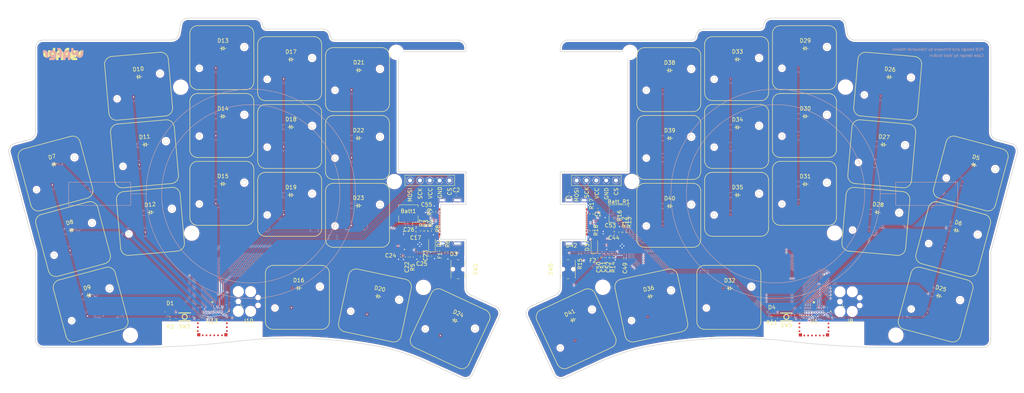
<source format=kicad_pcb>
(kicad_pcb (version 20241229) (generator "pcbnew") (generator_version "9.0")
  (layers (0 "F.Cu" signal) (4 "In1.Cu" signal "GND") (6 "In2.Cu" signal "PWR") (2 "B.Cu" signal) (13 "F.Paste" user) (15 "B.Paste" user) (5 "F.SilkS" user "F.Silkscreen") (7 "B.SilkS" user "B.Silkscreen") (1 "F.Mask" user) (3 "B.Mask" user) (25 "Edge.Cuts" user))
  (net 0 "")
  (net 1 "VDDH")
  (net 2 "Row 3")
  (net 3 "GND")
  (net 4 "PPH_VCC")
  (net 5 "VBUS")
  (net 6 "Net-(D3-K)")
  (net 7 "Row 1")
  (net 8 "BLUE_LED")
  (net 9 "Row 0")
  (net 10 "Row 2")
  (net 11 "USB_D-")
  (net 12 "USB_D+")
  (net 13 "P0.17")
  (net 14 "P0.20")
  (net 15 "CHARGE_CTRL_1")
  (net 16 "CHARGE_CTRL_2")
  (net 17 "VBAT")
  (net 18 "Net-(D1-K)")
  (net 19 "Net-(U3-IN)")
  (net 20 "Net-(D2-K)")
  (net 21 "Net-(D3-A)")
  (net 22 "Net-(D11-A)")
  (net 23 "Net-(D7-A)")
  (net 24 "Net-(D8-A)")
  (net 25 "Net-(D10-A)")
  (net 26 "Net-(D15-A)")
  (net 27 "Net-(D16-A)")
  (net 28 "Net-(D12-A)")
  (net 29 "Net-(D14-A)")
  (net 30 "Net-(D13-A)")
  (net 31 "Net-(D9-A)")
  (net 32 "Net-(D19-A)")
  (net 33 "Net-(D17-A)")
  (net 34 "Net-(D18-A)")
  (net 35 "Net-(D20-A)")
  (net 36 "Net-(U3-ISET)")
  (net 37 "PPH_VCC_CTRL")
  (net 38 "Net-(U3-TS)")
  (net 39 "Col 0")
  (net 40 "Col 1")
  (net 41 "SWC")
  (net 42 "SWD")
  (net 43 "BAT_I2C_SCL")
  (net 44 "Net-(D22-A)")
  (net 45 "/CC1")
  (net 46 "Net-(D24-A)")
  (net 47 "Net-(D23-A)")
  (net 48 "/CC2")
  (net 49 "Net-(D21-A)")
  (net 50 "RESET")
  (net 51 "Col 2")
  (net 52 "VBUS R")
  (net 53 "Col 3")
  (net 54 "Net-(D42-K)")
  (net 55 "RESET R")
  (net 56 "GND 1")
  (net 57 "VDDH R")
  (net 58 "PPH_VCC_CTRL R")
  (net 59 "PPH_VCC R")
  (net 60 "BAT_I2C_SCL R")
  (net 61 "P0.20 R")
  (net 62 "BLUE_LED R")
  (net 63 "BAT_I2C_SDA R")
  (net 64 "Soft-off R")
  (net 65 "P0.17 R")
  (net 66 "Col 4")
  (net 67 "Row 0 R")
  (net 68 "Row 1 R")
  (net 69 "Row 2 R")
  (net 70 "Row 3 R")
  (net 71 "Col 0 R")
  (net 72 "Net-(D41-A)")
  (net 73 "Net-(U9-ISET)")
  (net 74 "Net-(U9-TS)")
  (net 75 "Net-(D42-A)")
  (net 76 "Net-(D40-A)")
  (net 77 "Soft-off")
  (net 78 "BAT_I2C_SDA")
  (net 79 "Net-(U1A-OUT_ANT)")
  (net 80 "Net-(U9-IN)")
  (net 81 "Net-(D4-K)")
  (net 82 "Net-(D27-A)")
  (net 83 "Net-(D36-A)")
  (net 84 "Net-(D38-A)")
  (net 85 "Net-(D25-A)")
  (net 86 "Net-(D39-A)")
  (net 87 "Net-(D30-A)")
  (net 88 "Net-(D26-A)")
  (net 89 "Net-(D6-A)")
  (net 90 "Net-(D34-A)")
  (net 91 "Net-(D31-A)")
  (net 92 "Net-(D29-A)")
  (net 93 "Net-(D33-A)")
  (net 94 "Net-(D35-A)")
  (net 95 "Net-(D32-A)")
  (net 96 "Net-(D28-A)")
  (net 97 "Net-(D5-A)")
  (net 98 "SWC R")
  (net 99 "SWD R")
  (net 100 "P0.06 R")
  (net 101 "VBAT R")
  (net 102 "Net-(D37-K)")
  (net 103 "CHARGE_CTRL_1 R")
  (net 104 "CHARGE_CTRL_2 R")
  (net 105 "R_USB_D+")
  (net 106 "Col 3 R")
  (net 107 "Col 1 R")
  (net 108 "Col 2 R")
  (net 109 "R_USB_D-")
  (net 110 "Col 4 R")
  (net 111 "P0.06")
  (net 112 "Net-(U13A-OUT_ANT)")
  (net 151 "Net-(C2-Pad2)")
  (net 200 "Net-(C3-Pad2)")
  (net 205 "/Right side pcb/CC1")
  (net 206 "/Right side pcb/CC2")
  (footprint "Capacitor_SMD:C_0402_1005Metric_Pad0.74x0.62mm_HandSolder" (layer "F.Cu") (at 172.518398 115.160325 -90)
    (property "Reference" "C50")
    (property "Value" "1uF")
  )
  (footprint "Keyboard:CPG1316S01D02_front_mikefives" (layer "F.Cu") (at 243.815395 105.80667 -5)
    (property "Reference" "S24" (hide yes))
    (property "Value" "Keyswitch" (hide yes))
    (fp_circle (center -5.8 2.75) (end -5.3 2.75) (stroke (width 0.1)) (fill no) (layer "Edge.Cuts") (net 7471136))
    (fp_circle (center 5.8 -2.75) (end 6.4 -2.75) (stroke (width 0.1)) (fill no) (layer "Edge.Cuts") (net 7471136))
  )
  (footprint "ScottoKeebs_Components:Diode_SOD-123" (layer "F.Cu") (at 190.634823 84.361517)
    (property "Reference" "D39")
    (property "Value" "Diode")
  )
  (footprint "Keyboard:CPG1316S01D02_front_mikefives" (layer "F.Cu") (at 75.094221 98.571605)
    (property "Reference" "S12" (hide yes))
    (property "Value" "Keyswitch" (hide yes))
    (fp_circle (center -5.8 2.75) (end -5.3 2.75) (stroke (width 0.1)) (fill no) (layer "Edge.Cuts") (net 7471136))
    (fp_circle (center 5.8 -2.75) (end 6.4 -2.75) (stroke (width 0.1)) (fill no) (layer "Edge.Cuts") (net 7471136))
  )
  (footprint "Keyboard:CPG1316S01D02_front_mikefives" (layer "F.Cu") (at 190.394221 104.238317)
    (property "Reference" "S35" (hide yes))
    (property "Value" "Keyswitch" (hide yes))
    (fp_circle (center -5.8 2.75) (end -5.3 2.75) (stroke (width 0.1)) (fill no) (layer "Edge.Cuts") (net 7471136))
    (fp_circle (center 5.8 -2.75) (end 6.4 -2.75) (stroke (width 0.1)) (fill no) (layer "Edge.Cuts") (net 7471136))
  )
  (footprint "Keyboard:CPG1316S01D02_front_mikefives" (layer "F.Cu") (at 225.394223 81.071651)
    (property "Reference" "S26" (hide yes))
    (property "Value" "Keyswitch" (hide yes))
    (fp_circle (center -5.8 2.75) (end -5.3 2.75) (stroke (width 0.1)) (fill no) (layer "Edge.Cuts") (net 7471136))
    (fp_circle (center 5.8 -2.75) (end 6.4 -2.75) (stroke (width 0.1)) (fill no) (layer "Edge.Cuts") (net 7471136))
  )
  (footprint "ScottoKeebs_Components:Diode_SOD-123" (layer "F.Cu") (at 206.11522 123.053584)
    (property "Reference" "D32")
    (property "Value" "Diode")
  )
  (footprint "ScottoKeebs_Components:Diode_SOD-123" (layer "F.Cu") (at 269.12488 91.243343 -15)
    (property "Reference" "D5")
    (property "Value" "Diode")
  )
  (footprint "ScottoKeebs_Components:Diode_SOD-123" (layer "F.Cu") (at 31.815423 91.087439 15)
    (property "Reference" "D7")
    (property "Value" "Diode")
  )
  (footprint "Connector_JST:JST_SHL_SM02B-SHLS-TF_1x02-1MP_P1.00mm_Horizontal" (layer "F.Cu") (at 123.220221 104.654784 180)
    (property "Reference" "Batt1")
    (property "Value" "Conn_01x02")
  )
  (footprint "ScottoKeebs_Components:Diode_SOD-123" (layer "F.Cu") (at 110.352221 84.337275)
    (property "Reference" "D22")
    (property "Value" "Diode")
  )
  (footprint "ScottoKeebs_Components:Diode_SOD-123" (layer "F.Cu") (at 225.615223 78.70645)
    (property "Reference" "D30")
    (property "Value" "Diode")
  )
  (footprint "Keyboard:CPG1316S01D02_front_mikefives" (layer "F.Cu") (at 245.34062 88.37326 -5)
    (property "Reference" "S23" (hide yes))
    (property "Value" "Keyswitch" (hide yes))
    (fp_circle (center -5.8 2.75) (end -5.3 2.75) (stroke (width 0.1)) (fill no) (layer "Edge.Cuts") (net 7471136))
    (fp_circle (center 5.8 -2.75) (end 6.4 -2.75) (stroke (width 0.1)) (fill no) (layer "Edge.Cuts") (net 7471136))
  )
  (footprint "Capacitor_SMD:C_0402_1005Metric_Pad0.74x0.62mm_HandSolder" (layer "F.Cu") (at 174.601199 115.185724 90)
    (property "Reference" "C52")
    (property "Value" "4.7uF")
  )
  (footprint "Capacitor_SMD:C_0402_1005Metric_Pad0.74x0.62mm_HandSolder" (layer "F.Cu") (at 179.060198 115.405325 90)
    (property "Reference" "C49")
    (property "Value" "10uF")
  )
  (footprint "Connector_JST:JST_SHL_SM02B-SHLS-TF_1x02-1MP_P1.00mm_Horizontal" (layer "F.Cu") (at 177.492421 104.654784 180)
    (property "Reference" "Batt_R1")
    (property "Value" "Conn_01x02")
  )
  (footprint "Diode_SMD:D_SOD-323_HandSoldering" (layer "F.Cu") (at 129.283219 111.649672 90)
    (property "Reference" "D2")
    (property "Value" "PMEG4010CEJ")
  )
  (footprint "ISP1807-LR-RS:ISP1807-LR-RS" (layer "F.Cu") (at 227.848346 131.595124)
    (property "Reference" "U1")
    (property "Value" "ISP1807-LR-RS")
  )
  (footprint "ScottoKeebs_Components:Diode_SOD-123" (layer "F.Cu") (at 260.070182 125.039802 -15)
    (property "Reference" "D25")
    (property "Value" "Diode")
  )
  (footprint "Capacitor_SMD:C_0402_1005Metric_Pad0.74x0.62mm_HandSolder" (layer "F.Cu") (at 135.57 98.89)
    (property "Reference" "C2")
    (property "Value" "10nF")
  )
  (footprint "Capacitor_SMD:C_0402_1005Metric_Pad0.74x0.62mm_HandSolder" (layer "F.Cu") (at 125.193819 108.937272 180)
    (property "Reference" "C17")
    (property "Value" "100nF")
  )
  (footprint "ScottoKeebs_Components:Diode_SOD-123" (layer "F.Cu") (at 55.362878 85.989404 5)
    (property "Reference" "D11")
    (property "Value" "Diode")
  )
  (footprint "Keyboard:CPG1316S01D02_front_mikefives" (layer "F.Cu") (at 110.094221 69.238273)
    (property "Reference" "S18" (hide yes))
    (property "Value" "Keyswitch" (hide yes))
    (fp_circle (center -5.8 2.75) (end -5.3 2.75) (stroke (width 0.1)) (fill no) (layer "Edge.Cuts") (net 7471136))
    (fp_circle (center 5.8 -2.75) (end 6.4 -2.75) (stroke (width 0.1)) (fill no) (layer "Edge.Cuts") (net 7471136))
  )
  (footprint "Resistor_SMD:R_0402_1005Metric_Pad0.72x0.64mm_HandSolder" (layer "F.Cu") (at 167.489196 114.237984 90)
    (property "Reference" "R15")
    (property "Value" "10k")
  )
  (footprint "Keyboard:CPG1316S01D02_front_mikefives" (layer "F.Cu") (at 36.721662 110.367565 15)
    (property "Reference" "S5" (hide yes))
    (property "Value" "Keyswitch" (hide yes))
    (fp_circle (center -5.799999 2.75) (end -5.3 2.75) (stroke (width 0.1)) (fill no) (layer "Edge.Cuts") (net 7471136))
    (fp_circle (center 5.799999 -2.75) (end 6.4 -2.75) (stroke (width 0.1)) (fill no) (layer "Edge.Cuts") (net 7471136))
  )
  (footprint "Capacitor_SMD:C_0402_1005Metric_Pad0.74x0.62mm_HandSolder" (layer "F.Cu") (at 164.64 98.74 180)
    (property "Reference" "C3")
    (property "Value" "10nF")
  )
  (footprint "Capacitor_SMD:C_0402_1005Metric_Pad0.74x0.62mm_HandSolder" (layer "F.Cu") (at 126.709819 114.954472 90)
    (property "Reference" "C25")
    (property "Value" "4.7uF")
  )
  (footprint "ScottoKeebs_Components:Diode_SOD-123" (layer "F.Cu") (at 165.701991 131.2391 25)
    (property "Reference" "D41")
    (property "Value" "Diode")
  )
  (footprint "Connector:Tag-Connect_TC2030-IDC-FP_2x03_P1.27mm_Vertical" (layer "F.Cu") (at 81.899418 126.463272)
    (property "Reference" "J10")
    (property "Value" "Conn_ARM_SWD_TagConnect_TC2030")
  )
  (footprint "footprints:USB-C_C168688" (layer "F.Cu") (at 138.053221 105.937605 -90)
    (property "Reference" "J1" (hide yes))
    (property "Value" "USB_C_Receptacle_USB2.0")
  )
  (footprint "MountingHole:MountingHole_3.5mm" (layer "F.Cu") (at 64.494438 71.194343)
    (property "Reference" "REF**" (hide yes))
    (property "Value" "MountingHole_3.5mm")
  )
  (footprint "ScottoKeebs_Components:Diode_SOD-123" (layer "F.Cu") (at 225.614223 61.18685)
    (property "Reference" "D29")
    (property "Value" "Diode")
  )
  (footprint "Keyboard:CPG1316S01D02_front_mikefives" (layer "F.Cu") (at 55.147824 88.373218 5)
    (property "Reference" "S8" (hide yes))
    (property "Value" "Keyswitch" (hide yes))
    (fp_circle (center -5.8 2.75) (end -5.3 2.75) (stroke (width 0.1)) (fill no) (layer "Edge.Cuts") (net 7471136))
    (fp_circle (center 5.8 -2.75) (end 6.4 -2.75) (stroke (width 0.1)) (fill no) (layer "Edge.Cuts") (net 7471136))
  )
  (footprint "MountingHole:MountingHole_3.5mm" (layer "F.Cu") (at 235.981644 71.159693)
    (property "Reference" "REF**" (hide yes))
    (property "Value" "MountingHole_3.5mm")
  )
  (footprint "ScottoKeebs_Components:Diode_SOD-123" (layer "F.Cu") (at 56.766506 103.478621 5)
    (property "Reference" "D12")
    (property "Value" "Diode")
  )
  (footprint "footprints:VQFN-16-1EP_3x3mm_P0.5mm_EP1.6x1.6mm" (layer "F.Cu") (at 178.334999 112.163124 -90)
    (property "Reference" "U9")
    (property "Value" "BQ24075RGT")
  )
  (footprint "MountingHole:MountingHole_3.5mm" (layer "F.Cu") (at 180.873967 95.503703)
    (property "Reference" "REF**" (hide yes))
    (property "Value" "MountingHole_3.5mm")
  )
  (footprint "MountingHole:MountingHole_3.5mm" (layer "F.Cu") (at 173.373967 122.803702)
    (property "Reference" "REF**" (hide yes))
    (property "Value" "MountingHole_3.5mm")
  )
  (footprint "Capacitor_SMD:C_0402_1005Metric_Pad0.74x0.62mm_HandSolder" (layer "F.Cu") (at 127.911618 102.638072)
    (property "Reference" "C55")
    (property "Value" "4.7uF")
  )
  (footprint "ScottoKeebs_Components:Diode_SOD-123" (layer "F.Cu") (at 115.442351 125.154921 -12)
    (property "Reference" "D20")
    (property "Value" "Diode")
  )
  (footprint "MountingHole:MountingHole_3.5mm" (layer "F.Cu") (at 51.494438 135.194347)
    (property "Reference" "REF**" (hide yes))
    (property "Value" "MountingHole_3.5mm")
  )
  (footprint "ScottoKeebs_Components:Diode_SOD-123" (layer "F.Cu") (at 247.298934 68.591865 -5)
    (property "Reference" "D26")
    (property "Value" "Diode")
  )
  (footprint "Keyboard:CPG1316S01D02_front_mikefives" (layer "F.Cu") (at 94.594222 125.404938)
    (property "Reference" "S13" (hide yes))
    (property "Value" "Keyswitch" (hide yes))
    (fp_circle (center -5.8 2.75) (end -5.3 2.75) (stroke (width 0.1)) (fill no) (layer "Edge.Cuts") (net 7471136))
    (fp_circle (center 5.8 -2.75) (end 6.4 -2.75) (stroke (width 0.1)) (fill no) (layer "Edge.Cuts") (net 7471136))
  )
  (footprint "ScottoKeebs_Components:Diode_SOD-123" (layer "F.Cu") (at 110.435222 66.808272)
    (property "Reference" "D21")
    (property "Value" "Diode")
  )
  (footprint "Fuse:Fuse_0402_1005Metric_Pad0.77x0.64mm_HandSolder" (layer "F.Cu") (at 170.791199 114.728526 180)
    (property "Reference" "F2")
    (property "Value" "500mA hold")
  )
  (footprint "ScottoKeebs_Components:Diode_SOD-123" (layer "F.Cu") (at 135.258391 131.404395 -25)
    (property "Reference" "D24")
    (property "Value" "Diode")
  )
  (footprint "ScottoKeebs_Components:Diode_SOD-123" (layer "F.Cu") (at 264.598012 108.141703 -15)
    (property "Reference" "D6")
    (property "Value" "Diode")
  )
  (footprint "Resistor_SMD:R_0402_1005Metric_Pad0.72x0.64mm_HandSolder" (layer "F.Cu") (at 124.050819 115.007871 -90)
    (property "Reference" "R5")
    (property "Value" "2M")
  )
  (footprint "ScottoKeebs_Components:Diode_SOD-123" (layer "F.Cu") (at 208.115223 81.541983)
    (property "Reference" "D34")
    (property "Value" "Diode")
  )
  (footprint "ScottoKeebs_Components:Diode_SOD-123" (layer "F.Cu") (at 110.353221 101.755272)
    (property "Reference" "D23")
    (property "Value" "Diode")
  )
  (footprint "Resistor_SMD:R_0402_1005Metric_Pad0.72x0.64mm_HandSolder" (layer "F.Cu") (at 178.919198 108.607124 -90)
    (property "Reference" "R12")
    (property "Value" "10k")
  )
  (footprint "Resistor_SMD:R_0402_1005Metric_Pad0.72x0.64mm_HandSolder" (layer "F.Cu") (at 133.04242 113.788672 90)
    (property "Reference" "R6")
    (property "Value" "10k")
  )
  (footprint "Keyboard:CPG1316S01D02_front_mikefives" (layer "F.Cu") (at 263.766783 110.36761 -15)
    (property "Reference" "S2" (hide yes))
    (property "Value" "Keyswitch" (hide yes))
    (fp_circle (center -5.8 2.75) (end -5.3 2.75) (stroke (width 0.1)) (fill no) (layer "Edge.Cuts") (net 7471136))
    (fp_circle (center 5.8 -2.75) (end 6.4 -2.75) (stroke (width 0.1)) (fill no) (layer "Edge.Cuts") (net 7471136))
  )
  (footprint "Capacitor_SMD:C_0402_1005Metric_Pad0.74x0.62mm_HandSolder" (layer "F.Cu") (at 172.120698 102.790525 180)
    (property "Reference" "C1")
    (property "Value" "4.7uF")
  )
  (footprint "ScottoKeebs_Components:Diode_SOD-123" (layer "F.Cu") (at 245.774215 86.019497 -5)
    (property "Reference" "D27")
    (property "Value" "Diode")
  )
  (footprint "Button_Switch_SMD:Panasonic_EVQPUL_EVQPUC" (layer "F.Cu") (at 164.414823 118.137983 90)
    (property "Reference" "SW6")
    (property "Value" "Soft-off switch")
  )
  (footprint "ScottoKeebs_Components:Diode_SOD-123" (layer "F.Cu") (at 36.356401 108.034608 15)
    (property "Reference" "D8")
    (property "Value" "Diode")
  )
  (footprint "MountingHole:MountingHole_3.5mm" (layer "F.Cu") (at 67.325245 108.841686)
    (property "Reference" "REF**" (hide yes))
    (property "Value" "MountingHole_3.5mm")
  )
  (footprint "footprints:UDFN-6_1.2x1.0mm_P0.4mm" (layer "F.Cu") (at 127.916817 104.543072)
    (property "Reference" "U6")
    (property "Value" "ESDR0502NMUTAG" (hide yes))
  )
  (footprint "Keyboard:CPG1316S01D02_front_mikefives" (layer "F.Cu") (at 133.994221 133.504939 -25)
    (property "Reference" "S21" (hide yes))
    (property "Value" "Keyswitch" (hide yes))
    (fp_circle (center -5.8 2.749999) (end -5.299999 2.75) (stroke (width 0.1)) (fill no) (layer "Edge.Cuts") (net 7471136))
    (fp_circle (center 5.8 -2.749999) (end 6.4 -2.75) (stroke (width 0.1)) (fill no) (layer "Edge.Cuts") (net 7471136))
  )
  (footprint "ScottoKeebs_Components:Diode_SOD-123" (layer "F.Cu") (at 75.390221 96.141605)
    (property "Reference" "D15")
    (property "Value" "Diode")
  )
  (footprint "Keyboard:CPG1316S01D02_front_mikefives" (layer "F.Cu") (at 166.494223 133.504981 25)
    (property "Reference" "S36" (hide yes))
    (property "Value" "Keyswitch" (hide yes))
    (fp_circle (center -5.8 2.75) (end -5.3 2.75) (stroke (width 0.1)) (fill no) (layer "Edge.Cuts") (net 7471136))
    (fp_circle (center 5.8 -2.75) (end 6.4 -2.75) (stroke (width 0.1)) (fill no) (layer "Edge.Cuts") (net 7471136))
  )
  (footprint "ScottoKeebs_Components:Diode_SOD-123" (layer "F.Cu") (at 244.247279 103.472429 -5)
    (property "Reference" "D28")
    (property "Value" "Diode")
  )
  (footprint "footprints:TDFN-8-1EP_2x2mm_P0.5mm_EP0.8x1.2mm" (layer "F.Cu") (at 121.966022 108.800072 180)
    (property "Reference" "U2")
    (property "Value" "MAX17048")
  )
  (footprint "Resistor_SMD:R_0402_1005Metric_Pad0.72x0.64mm_HandSolder" (layer "F.Cu") (at 128.74982 108.302271 90)
    (property "Reference" "R4")
    (property "Value" "3.9k")
  )
  (footprint "Connector:Tag-Connect_TC2030-IDC-FP_2x03_P1.27mm_Vertical" (layer "F.Cu") (at 237.101846 126.506625)
    (property "Reference" "J9")
    (property "Value" "Conn_ARM_SWD_TagConnect_TC2030")
  )
  (footprint "Keyboard:CPG1316S01D02_front_mikefives" (layer "F.Cu") (at 75.094222 81.071605)
    (property "Reference" "S11" (hide yes))
    (property "Value" "Keyswitch" (hide yes))
    (fp_circle (center -5.8 2.75) (end -5.3 2.75) (stroke (width 0.1)) (fill no) (layer "Edge.Cuts") (net 7471136))
    (fp_circle (center 5.8 -2.75) (end 6.4 -2.75) (stroke (width 0.1)) (fill no) (layer "Edge.Cuts") (net 7471136))
  )
  (footprint "Resistor_SMD:R_0402_1005Metric_Pad0.72x0.64mm_HandSolder" (layer "F.Cu") (at 61.76302 130.781271 180)
    (property "Reference" "R2")
    (property "Value" "1.5k")
  )
  (footprint "easyeda2kicad:SW-SMD_L3.0-W2.0-LS3.5" (layer "F.Cu") (at 65.520001 130.419999 180)
    (property "Reference" "SW3")
    (property "Value" "Reset")
  )
  (footprint "Resistor_SMD:R_0402_1005Metric_Pad0.72x0.64mm_HandSolder" (layer "F.Cu") (at 126.74322 108.288971 90)
    (property "Reference" "R7")
    (property "Value" "10k")
  )
  (footprint "Keyboard:CPG1316S01D02_front_mikefives" (layer "F.Cu") (at 205.894223 125.404983)
    (property "Reference" "S28" (hide yes))
    (property "Value" "Keyswitch" (hide yes))
    (fp_circle (center -5.8 2.75) (end -5.3 2.75) (stroke (width 0.1)) (fill no) (layer "Edge.Cuts") (net 7471136))
    (fp_circle (center 5.8 -2.75) (end 6.4 -2.75) (stroke (width 0.1)) (fill no) (layer "Edge.Cuts") (net 7471136))
  )
  (footprint "MountingHole:MountingHole_3.5mm" (layer "F.Cu") (at 127.102114 122.838352)
    (property "Reference" "REF**" (hide yes))
    (property "Value" "MountingHole_3.5mm")
  )
  (footprint "ScottoKeebs_Components:Diode_SOD-123" (layer "F.Cu") (at 190.634823 101.881117)
    (property "Reference" "D40")
    (property "Value" "Diode")
  )
  (footprint "Keyboard:CPG1316S01D02_front_mikefives" (layer "F.Cu") (at 207.894222 101.404982)
    (property "Reference" "S31" (hide yes))
    (property "Value" "Keyswitch" (hide yes))
    (fp_circle (center -5.8 2.75) (end -5.3 2.75) (stroke (width 0.1)) (fill no) (layer "Edge.Cuts") (net 7471136))
    (fp_circle (center 5.8 -2.75) (end 6.4 -2.75) (stroke (width 0.1)) (fill no) (layer "Edge.Cuts") (net 7471136))
  )
  (footprint "LED_SMD:LED_0402_1005Metric_Pad0.77x0.64mm_HandSolder" (layer "F.Cu") (at 61.770019 129.181071)
    (property "Reference" "D1")
    (property "Value" "BLUE")
  )
  (footprint "Keyboard:CPG1316S01D02_front_mikefives" (layer "F.Cu") (at 225.394223 63.571652)
    (property "Reference" "S25" (hide yes))
    (property "Value" "Keyswitch" (hide yes))
    (fp_circle (center -5.8 2.75) (end -5.3 2.75) (stroke (width 0.1)) (fill no) (layer "Edge.Cuts") (net 7471136))
    (fp_circle (center 5.8 -2.75) (end 6.4 -2.75) (stroke (width 0.1)) (fill no) (layer "Edge.Cuts") (net 7471136))
  )
  (footprint "Keyboard:CPG1316S01D02_front_mikefives" (layer "F.Cu") (at 75.094222 63.571605)
    (property "Reference" "S10" (hide yes))
    (property "Value" "Keyswitch" (hide yes))
    (fp_circle (center -5.8 2.75) (end -5.3 2.75) (stroke (width 0.1)) (fill no) (layer "Edge.Cuts") (net 7471136))
    (fp_circle (center 5.8 -2.75) (end 6.4 -2.75) (stroke (width 0.1)) (fill no) (layer "Edge.Cuts") (net 7471136))
  )
  (footprint "LED_SMD:LED_0402_1005Metric_Pad0.77x0.64mm_HandSolder" (layer "F.Cu") (at 135.176019 113.204471 180)
    (property "Reference" "D3")
    (property "Value" "ORANGE")
  )
  (footprint "Resistor_SMD:R_0402_1005Metric_Pad0.72x0.64mm_HandSolder" (layer "F.Cu") (at 175.617198 115.185725 -90)
    (property "Reference" "R14")
    (property "Value" "2M")
  )
  (footprint "ScottoKeebs_Components:Diode_SOD-123" (layer "F.Cu") (at 190.609423 66.867316)
    (property "Reference" "D38")
    (property "Value" "Diode")
  )
  (footprint "Keyboard:CPG1316S01D02_front_mikefives" (layer "F.Cu") (at 225.394223 98.57165)
    (property "Reference" "S27" (hide yes))
    (property "Value" "Keyswitch" (hide yes))
    (fp_circle (center -5.8 2.75) (end -5.3 2.75) (stroke (width 0.1)) (fill no) (layer "Edge.Cuts") (net 7471136))
    (fp_circle (center 5.8 -2.75) (end 6.4 -2.75) (stroke (width 0.1)) (fill no) (layer "Edge.Cuts") (net 7471136))
  )
  (footprint "Keyboard:CPG1316S01D02_front_mikefives" (layer "F.Cu") (at 110.094221 104.238271)
    (property "Reference" "S20" (hide yes))
    (property "Value" "Keyswitch" (hide yes))
    (fp_circle (center -5.8 2.75) (end -5.3 2.75) (stroke (width 0.1)) (fill no) (layer "Edge.Cuts") (net 7471136))
    (fp_circle (center 5.8 -2.75) (end 6.4 -2.75) (stroke (width 0.1)) (fill no) (layer "Edge.Cuts") (net 7471136))
  )
  (footprint "Keyboard:CPG1316S01D02_front_mikefives" (layer "F.Cu") (at 110.094221 86.738272)
    (property "Reference" "S19" (hide yes))
    (property "Value" "Keyswitch" (hide yes))
    (fp_circle (center -5.8 2.75) (end -5.3 2.75) (stroke (width 0.1)) (fill no) (layer "Edge.Cuts") (net 7471136))
    (fp_circle (center 5.8 -2.75) (end 6.4 -2.75) (stroke (width 0.1)) (fill no) (layer "Edge.Cuts") (net 7471136))
  )
  (footprint "Resistor_SMD:R_0402_1005Metric_Pad0.72x0.64mm_HandSolder" (layer "F.Cu") (at 127.78462 108.288971 -90)
    (property "Reference" "R3")
    (property "Value" "10k")
  )
  (footprint "Capacitor_SMD:C_0402_1005Metric_Pad0.74x0.62mm_HandSolder" (layer "F.Cu") (at 176.337098 107.961925 180)
    (property "Reference" "C53")
    (property "Value" "4.7uF")
  )
  (footprint "MountingHole:MountingHole_3.5mm" (layer "F.Cu") (at 248.981645 135.159694)
    (property "Reference" "REF**" (hide yes))
    (property "Value" "MountingHole_3.5mm")
  )
  (footprint "Kicad Keyboards:display_nice_view" (layer "F.Cu") (at 171.700001 78.546671)
    (property "Reference" "J6" (hide yes))
    (property "Value" "nice!view")
  )
  (footprint "MountingHole:MountingHole_3.5mm" (layer "F.Cu") (at 233.150838 108.807036)
    (property "Reference" "REF**" (hide yes))
    (property "Value" "MountingHole_3.5mm")
  )
  (footprint "Keyboard:CPG1316S01D02_front_mikefives" (layer "F.Cu") (at 92.594222 66.404939)
    (property "Reference" "S14" (hide yes))
    (property "Value" "Keyswitch" (hide yes))
    (fp_circle (center -5.8 2.75) (end -5.3 2.75) (stroke (width 0.1)) (fill no) (layer "Edge.Cuts") (net 7471136))
    (fp_circle (center 5.8 -2.75) (end 6.4 -2.75) (stroke (width 0.1)) (fill no) (layer "Edge.Cuts") (net 7471136))
  )
  (footprint "ScottoKeebs_Components:Diode_SOD-123" (layer "F.Cu") (at 208.114222 64.022385)
    (property "Reference" "D33")
    (property "Value" "Diode")
  )
  (footprint "Keyboard:CPG1316S01D02_front_mikefives" (layer "F.Cu") (at 114.59422 127.504938 -12)
    (property "Reference" "S17" (hide yes))
    (property "Value" "Keyswitch" (hide yes))
    (fp_circle (center -5.8 2.75) (end -5.3 2.75) (stroke (width 0.1)) (fill no) (layer "Edge.Cuts") (net 7471136))
    (fp_circle (center 5.8 -2.75) (end 6.4 -2.75) (stroke (width 0.1)) (fill no) (layer "Edge.Cuts") (net 7471136))
  )
  (footprint "footprints:UDFN-6_1.2x1.0mm_P0.4mm" (layer "F.Cu") (at 173.051798 104.416124 180)
    (property "Reference" "U12")
    (property "Value" "ESDR0502NMUTAG" (hide yes))
  )
  (footprint "ScottoKeebs_Components:Diode_SOD-123" (layer "F.Cu") (at 75.390222 61.178605)
    (property "Reference" "D13")
    (property "Value" "Diode")
  )
  (footprint "footprints:USB-C_C168688" (layer "F.Cu") (at 162.436623 105.937605 90)
    (property "Reference" "J5" (hide yes))
    (property "Value" "USB_C_Receptacle_USB2.0")
  )
  (footprint "Button_Switch_SMD:Panasonic_EVQPUL_EVQPUC" (layer "F.Cu") (at 136.054221 118.155005 -90)
    (property "Reference" "SW2")
    (property "Value" "Soft-off switch")
  )
  (footprint "ScottoKeebs_Components:Diode_SOD-123" (layer "F.Cu") (at 225.615223 96.200651)
    (property "Reference" "D31")
    (property "Value" "Diode")
  )
  (footprint "Capacitor_SMD:C_0402_1005Metric_Pad0.74x0.62mm_HandSolder" (layer "F.Cu") (at 128.824418 114.779271 -90)
    (property "Reference" "C23")
    (property "Value" "1uF")
  )
  (footprint "Resistor_SMD:R_0402_1005Metric_Pad0.72x0.64mm_HandSolder" (layer "F.Cu") (at 177.903199 108.607124 90)
    (property "Reference" "R16")
    (property "Value" "10k")
  )
  (footprint "Resistor_SMD:R_0402_1005Metric_Pad0.72x0.64mm_HandSolder" (layer "F.Cu") (at 129.91822 103.374672 90)
    (property "Reference" "R9")
    (property "Value" "5.1k")
  )
  (footprint "LED_SMD:LED_0402_1005Metric_Pad0.77x0.64mm_HandSolder" (layer "F.Cu") (at 165.320104 113.204509)
    (property "Reference" "D42")
    (property "Value" "ORANGE")
  )
  (footprint "Keyboard:CPG1316S01D02_front_mikefives" (layer "F.Cu") (at 32.19233 93.463864 15)
    (property "Reference" "S4" (hide yes))
    (property "Value" "Keyswitch" (hide yes))
    (fp_circle (center -5.799999 2.75) (end -5.3 2.75) (stroke (width 0.1)) (fill no) (layer "Edge.Cuts") (net 7471136))
    (fp_circle (center 5.799999 -2.75) (end 6.4 -2.75) (stroke (width 0.1)) (fill no) (layer "Edge.Cuts") (net 7471136))
  )
  (footprint "Capacitor_SMD:C_0402_1005Metric_Pad0.74x0.62mm_HandSolder" (layer "F.Cu") (at 125.168419 107.972072 180)
    (property "Reference" "C26")
    (property "Value" "4.7uF")
  )
  (footprint "ScottoKeebs_Components:Diode_SOD-123" (layer "F.Cu") (at 92.935222 99.011938)
    (property "Reference" "D19")
    (property "Value" "Diode")
  )
  (footprint "ScottoKeebs_Components:Diode_SOD-123" (layer "F.Cu") (at 92.935221 81.466938)
    (property "Reference" "D18")
    (property "Value" "Diode")
  )
  (footprint "Keyboard:CPG1316S01D02_front_mikefives" (layer "F.Cu") (at 92.594222 83.904938)
    (property "Reference" "S15" (hide yes))
    (property "Value" "Keyswitch" (hide yes))
    (fp_circle (center -5.8 2.75) (end -5.3 2.75) (stroke (width 0.1)) (fill no) (layer "Edge.Cuts") (net 7471136))
    (fp_circle (center 5.8 -2.75) (end 6.4 -2.75) (stroke (width 0.1)) (fill no) (layer "Edge.Cuts") (net 7471136))
  )
  (footprint "Keyboard:CPG1316S01D02_front_mikefives" (layer "F.Cu") (at 259.237449 127.271313 -15)
    (property "Reference" "S3" (hide yes))
    (property "Value" "Keyswitch" (hide yes))
    (fp_circle (center -5.8 2.75) (end -5.3 2.75) (stroke (width 0.1)) (fill no) (layer "Edge.Cuts") (net 7471136))
    (fp_circle (center 5.8 -2.75) (end 6.4 -2.75) (stroke (width 0.1)) (fill no) (layer "Edge.Cuts") (net 7471136))
  )
  (footprint "LED_SMD:LED_0402_1005Metric_Pad0.77x0.64mm_HandSolder" (layer "F.Cu") (at 216.974422 129.156211)
    (property "Reference" "D4")
    (property "Value" "BLUE")
  )
  (footprint "Keyboard:CPG1316S01D02_front_mikefives" (layer "F.Cu") (at 190.394222 86.738319)
    (property "Reference" "S34" (hide yes))
    (property "Value" "Keyswitch" (hide yes))
    (fp_circle (center -5.8 2.75) (end -5.3 2.75) (stroke (width 0.1)) (fill no) (layer "Edge.Cuts") (net 7471136))
    (fp_circle (center 5.8 -2.75) (end 6.4 -2.75) (stroke (width 0.1)) (fill no) (layer "Edge.Cuts") (net 7471136))
  )
  (footprint "MountingHole:MountingHole_3.5mm" (layer "F.Cu") (at 119.602116 95.538352)
    (property "Reference" "REF**" (hide yes))
    (property "Value" "MountingHole_3.5mm")
  )
  (footprint "ScottoKeebs_Components:Diode_SOD-123" (layer "F.Cu") (at 208.134821 99.020183)
    (property "Reference" "D35")
    (property "Value" "Diode")
  )
  (footprint "Keyboard:CPG1316S01D02_front_mikefives" (layer "F.Cu") (at 56.673049 105.806624 5)
    (property "Reference" "S9" (hide yes))
    (property "Value" "Keyswitch" (hide yes))
    (fp_circle (center -5.8 2.75) (end -5.3 2.75) (stroke (width 0.1)) (fill no) (layer "Edge.Cuts") (net 7471136))
    (fp_circle (center 5.8 -2.75) (end 6.4 -2.75) (stroke (width 0.1)) (fill no) (layer "Edge.Cuts") (net 7471136))
  )
  (footprint "Capacitor_SMD:C_0402_1005Metric_Pad0.74x0.62mm_HandSolder" (layer "F.Cu") (at 121.231418 114.677671)
    (property "Reference" "C24")
    (property "Value" "4.7uF")
  )
  (footprint "Keyboard:CPG1316S01D02_front_mikefives" (layer "F.Cu") (at 246.865845 70.939855 -5)
    (property "Reference" "S22" (hide yes))
    (property "Value" "Keyswitch" (hide yes))
    (fp_circle (center -5.8 2.75) (end -5.3 2.75) (stroke (width 0.1)) (fill no) (layer "Edge.Cuts") (net 7471136))
    (fp_circle (center 5.8 -2.75) (end 6.4 -2.75) (stroke (width 0.1)) (fill no) (layer "Edge.Cuts") (net 7471136))
  )
  (footprint "Keyboard:CPG1316S01D02_front_mikefives" (layer "F.Cu") (at 53.622599 70.93981 5)
    (property "Reference" "S7" (hide yes))
    (property "Value" "Keyswitch" (hide yes))
    (fp_circle (center -5.8 2.75) (end -5.3 2.75) (stroke (width 0.1)) (fill no) (layer "Edge.Cuts") (net 7471136))
    (fp_circle (center 5.8 -2.75) (end 6.4 -2.75) (stroke (width 0.1)) (fill no) (layer "Edge.Cuts") (net 7471136))
  )
  (footprint "Kicad Keyboards:display_nice_view" (layer "F.Cu") (at 128.736102 78.546671)
    (property "Reference" "J4" (hide yes))
    (property "Value" "nice!view")
  )
  (footprint "Keyboard:CPG1316S01D02_front_mikefives" (layer "F.Cu") (at 207.894223 83.904983)
    (property "Reference" "S30" (hide yes))
    (property "Value" "Keyswitch" (hide yes))
    (fp_circle (center -5.8 2.75) (end -5.3 2.75) (stroke (width 0.1)) (fill no) (layer "Edge.Cuts") (net 7471136))
    (fp_circle (center 5.8 -2.75) (end 6.4 -2.75) (stroke (width 0.1)) (fill no) (layer "Edge.Cuts") (net 7471136))
  )
  (footprint "Diode_SMD:D_SOD-323_HandSoldering" (layer "F.Cu") (at 171.197597 112.041524 90)
    (property "Reference" "D37")
    (property "Value" "PMEG4010CEJ")
  )
  (footprint "Fuse:Fuse_0402_1005Metric_Pad0.77x0.64mm_HandSolder" (layer "F.Cu") (at 130.95962 113.433071 90)
    (property "Reference" "F1")
    (property "Value" "500mA hold")
  )
  (footprint "Resistor_SMD:R_0402_1005Metric_Pad0.72x0.64mm_HandSolder" (layer "F.Cu") (at 170.435598 108.136623 -90)
    (property "Reference" "R18")
    (property "Value" "5.1k")
  )
  (footprint "easyeda2kicad:SW-SMD_L3.0-W2.0-LS3.5" (layer "F.Cu") (at 220.729823 130.458011 180)
    (property "Reference" "SW5")
    (property "Value" "Reset")
  )
  (footprint "ScottoKeebs_Components:Diode_SOD-123" (layer "F.Cu") (at 92.935221 64.048938)
    (property "Reference" "D17")
    (property "Value" "Diode")
  )
  (footprint "footprints:SOT-23-5" (layer "F.Cu") (at 122.186417 111.942273 90)
    (property "Reference" "U4")
    (property "Value" "XC6220B331MR")
  )
  (footprint "Resistor_SMD:R_0402_1005Metric_Pad0.72x0.64mm_HandSolder" (layer "F.Cu") (at 170.435199 103.880324 90)
    (property "Reference" "R17")
    (property "Value" "5.1k")
  )
  (footprint "footprints:SOT-23-5" (layer "F.Cu") (at 174.372599 111.934524 90)
    (property "Reference" "U10")
    (property "Value" "XC6220B331MR")
  )
  (footprint "Resistor_SMD:R_0402_1005Metric_Pad0.72x0.64mm_HandSolder" (layer "F.Cu") (at 129.689619 107.718071 -90)
    (property "Reference" "R8")
    (property "Value" "5.1k")
  )
  (footprint "Keyboard:CPG1316S01D02_front_mikefives" (layer "F.Cu") (at 207.894222 66.404984)
    (property "Reference" "S29" (hide yes))
    (property "Value" "Keyswitch" (hide yes))
    (fp_circle (center -5.8 2.75) (end -5.3 2.75) (stroke (width 0.1)) (fill no) (layer "Edge.Cuts") (net 7471136))
    (fp_circle (center 5.8 -2.75) (end 6.4 -2.75) (stroke (width 0.1)) (fill no) (layer "Edge.Cuts") (net 7471136))
  )
  (footprint "ISP1807-LR-RS:ISP1807-LR-RS" (layer "F.Cu") (at 72.645918 131.551771)
    (property "Reference" "U13")
    (property "Value" "ISP1807-LR-RS")
  )
  (footprint "ScottoKeebs_Components:Diode_SOD-123" (layer "F.Cu") (at 75.390222 78.723606)
    (property "Reference" "D14")
    (property "Value" "Diode")
  )
  (footprint "MountingHole:MountingHole_3.5mm" (layer "F.Cu") (at 120.102115 62.199999)
    (property "Reference" "REF**" (hide yes))
    (property "Value" "MountingHole_3.5mm")
  )
  (footprint "Capacitor_SMD:C_0402_1005Metric_Pad0.74x0.62mm_HandSolder" (layer "F.Cu") (at 176.337099 108.911924 180)
    (property "Reference" "C44")
    (property "Value" "100nF")
  )
  (footprint "ScottoKeebs_Components:Diode_SOD-123" (layer "F.Cu") (at 94.935222 123.003938)
    (property "Reference" "D16")
    (property "Value" "Diode")
  )
  (footprint "Keyboard:CPG1316S01D02_front_mikefives" (layer "F.Cu") (at 41.250995 127.271268 15)
    (property "Reference" "S6" (hide yes))
    (property "Value" "Keyswitch" (hide yes))
    (fp_circle (center -5.799999 2.75) (end -5.3 2.75) (stroke (width 0.1)) (fill no) (layer "Edge.Cuts") (net 7471136))
    (fp_circle (center 5.799999 -2.75) (end 6.4 -2.75) (stroke (width 0.1)) (fill no) (layer "Edge.Cuts") (net 7471136))
  )
  (footprint "Capacitor_SMD:C_0402_1005Metric_Pad0.74x0.62mm_HandSolder" (layer "F.Cu") (at 173.534399 115.160324 90)
    (property "Reference" "C51")
    (property "Value" "4.7uF")
  )
  (footprint "ScottoKeebs_Components:Diode_SOD-123" (layer "F.Cu") (at 53.70821 68.522147 5)
    (property "Reference" "D10")
    (property "Value" "Diode")
  )
  (footprint "Keyboard:CPG1316S01D02_front_mikefives" (layer "F.Cu") (at 185.894222 127.504982 12)
    (property "Reference" "S32" (hide yes))
    (property "Value" "Keyswitch" (hide yes))
    (fp_circle (center -5.8 2.75) (end -5.3 2.75) (stroke (width 0.1)) (fill no) (layer "Edge.Cuts") (net 7471136))
    (fp_circle (center 5.8 -2.75) (end 6.4 -2.75) (stroke (width 0.1)) (fill no) (layer "Edge.Cuts") (net 7471136))
  )
  (footprint "Keyboard:CPG1316S01D02_front_mikefives" (layer "F.Cu") (at 92.594222 101.404938)
    (property "Reference" "S16" (hide yes))
    (property "Value" "Keyswitch" (hide yes))
    (fp_circle (center -5.8 2.75) (end -5.3 2.75) (stroke (width 0.1)) (fill no) (layer "Edge.Cuts") (net 7471136))
    (fp_circle (center 5.8 -2.75) (end 6.4 -2.75) (stroke (width 0.1)) (fill no) (layer "Edge.Cuts") (net 7471136))
  )
  (footprint "Keyboard:CPG1316S01D02_front_mikefives" (layer "F.Cu") (at 268.296115 93.463909 -15)
    (property "Reference" "S1" (hide yes))
    (property "Value" "Keyswitch" (hide yes))
    (fp_circle (center -5.8 2.75) (end -5.3 2.75) (stroke (width 0.1)) (fill no) (layer "Edge.Cuts") (net 7471136))
    (fp_circle (center 5.8 -2.75) (end 6.4 -2.75) (stroke (width 0.1)) (fill no) (layer "Edge.Cuts") (net 7471136))
  )
  (footprint "Keyboard:CPG1316S01D02_front_mikefives" (layer "F.Cu") (at 190.394221 69.238317)
    (property "Reference" "S33" (hide yes))
    (property "Value" "Keyswitch" (hide yes))
    (fp_circle (center -5.8 2.75) (end -5.3 2.75) (stroke (width 0.1)) (fill no) (layer "Edge.Cuts") (net 7471136))
    (fp_circle (center 5.8 -2.75) (end 6.4 -2.75) (stroke (width 0.1)) (fill no) (layer "Edge.Cuts") (net 7471136))
  )
  (footprint "footprints:TDFN-8-1EP_2x2mm_P0.5mm_EP0.8x1.2mm" (layer "F.Cu") (at 173.486797 108.703925 180)
    (property "Reference" "U8")
    (property "Value" "MAX17048")
  )
  (footprint "Resistor_SMD:R_0402_1005Metric_Pad0.72x0.64mm_HandSolder" (layer "F.Cu") (at 216.967425 130.75641 180)
    (property "Reference" "R11")
    (property "Value" "1.5k")
  )
  (footprint "Capacitor_SMD:C_0402_1005Metric_Pad0.74x0.62mm_HandSolder" (layer "F.Cu") (at 122.831619 114.982471 90)
    (property "Reference" "C22")
    (property "Value" "10uF")
  )
  (footprint "ScottoKeebs_Components:Diode_SOD-123" (layer "F.Cu") (at 185.612967 125.146725 12)
    (property "Reference" "D36")
    (property "Value" "Diode")
  )
  (footprint "footprints:VQFN-16-1EP_3x3mm_P0.5mm_EP1.6x1.6mm" (layer "F.Cu") (at 126.147019 111.74637 -90)
    (property "Reference" "U3")
    (property "Value" "BQ24075RGT")
  )
  (footprint "ScottoKeebs_Components:Diode_SOD-123" (layer "F.Cu") (at 40.864511 124.859104 15)
    (property "Reference" "D9")
    (property "Value" "Diode")
  )
  (footprint "Resistor_SMD:R_0402_1005Metric_Pad0.72x0.64mm_HandSolder" (layer "F.Cu") (at 179.935199 108.607124 90)
    (property "Reference" "R13")
    (property "Value" "3.9k")
  )
  (footprint "" (layer "B.Cu") (at 180.394023 62.200034 180)
    (property "Reference" "")
    (property "Value" "")
  )
  (gr_line (start 266.113059 95.622444) (end 261.583726 112.526145) (stroke (width 0.2)) (layer "B.Cu") (net 71))
  (gr_line (start 245.09078 73.444679) (end 243.565555 90.878087) (stroke (width 0.2)) (layer "B.Cu") (net 107))
  (gr_line (start 35.910347 113.328438) (end 40.439679 130.23214) (stroke (width 0.2)) (layer "B.Cu") (net 39))
  (gr_line (start 243.565555 90.878087) (end 242.040329 108.311494) (stroke (width 0.2)) (layer "B.Cu") (net 107))
  (gr_line (start 261.583726 112.526145) (end 257.054394 129.429845) (stroke (width 0.2)) (layer "B.Cu") (net 71))
  (gr_line (start 52.309459 73.714816) (end 53.834685 91.148224) (stroke (width 0.2)) (layer "B.Cu") (net 40))
  (gr_line (start 53.834685 91.148224) (end 55.359909 108.581632) (stroke (width 0.2)) (layer "B.Cu") (net 40))
  (gr_line (start 31.381014 96.424736) (end 35.910347 113.328438) (stroke (width 0.2)) (layer "B.Cu") (net 39))
  (gr_arc (start 168.672045 123.38658) (mid 170.201326 123.319795) (end 171.329896 124.353958) (stroke (width 0.15)) (layer "F.SilkS"))
  (gr_line (start 84.344222 95.154939) (end 84.344222 107.654938) (stroke (width 0.15)) (layer "F.SilkS"))
  (gr_arc (start 181.496072 136.874149) (mid 179.990982 136.59518) (end 179.123954 135.333679) (stroke (width 0.15)) (layer "F.SilkS"))
  (gr_line (start 216.144222 72.654982) (end 216.144223 60.154983) (stroke (width 0.15)) (layer "F.SilkS"))
  (gr_arc (start 116.344222 78.488272) (mid 117.758434 79.074059) (end 118.344222 80.488272) (stroke (width 0.15)) (layer "F.SilkS"))
  (gr_arc (start 253.014504 95.318513) (mid 252.30766 96.676256) (end 250.847803 97.136592) (stroke (width 0.15)) (layer "F.SilkS"))
  (gr_arc (start 255.59449 116.718877) (mid 254.380114 115.787004) (end 254.180275 114.269387) (stroke (width 0.15)) (layer "F.SilkS"))
  (gr_arc (start 236.141513 98.861418) (mid 236.848347 97.503665) (end 238.308214 97.043339) (stroke (width 0.15)) (layer "F.SilkS"))
  (gr_line (start 66.844221 74.821605) (end 66.844222 87.321605) (stroke (width 0.15)) (layer "F.SilkS"))
  (gr_line (start 28.290548 103.050373) (end 40.364621 99.815132) (stroke (width 0.15)) (layer "F.SilkS"))
  (gr_arc (start 138.829896 142.655962) (mid 137.701313 143.690119) (end 136.172043 143.623341) (stroke (width 0.15)) (layer "F.SilkS"))
  (gr_arc (start 236.870143 113.480552) (mid 235.512377 112.773727) (end 235.052064 111.313851) (stroke (width 0.15)) (layer "F.SilkS"))
  (gr_line (start 86.344222 92.154939) (end 98.844221 92.154939) (stroke (width 0.15)) (layer "F.SilkS"))
  (gr_line (start 103.844221 112.488271) (end 116.344222 112.488271) (stroke (width 0.15)) (layer "F.SilkS"))
  (gr_line (start 118.344222 110.488271) (end 118.344222 97.988271) (stroke (width 0.15)) (layer "F.SilkS"))
  (gr_arc (start 84.344222 60.154938) (mid 84.92999 58.740717) (end 86.344222 58.154938) (stroke (width 0.15)) (layer "F.SilkS"))
  (gr_line (start 86.344222 74.654938) (end 98.844223 74.654939) (stroke (width 0.15)) (layer "F.SilkS"))
  (gr_arc (start 63.911153 93.880398) (mid 63.450856 95.340286) (end 62.093075 96.0471) (stroke (width 0.15)) (layer "F.SilkS"))
  (gr_line (start 201.644223 109.654983) (end 214.144221 109.654984) (stroke (width 0.15)) (layer "F.SilkS"))
  (gr_line (start 212.144221 117.154983) (end 199.644222 117.154983) (stroke (width 0.15)) (layer "F.SilkS"))
  (gr_arc (start 129.158546 124.353914) (mid 130.28712 123.319802) (end 131.816398 123.386536) (stroke (width 0.15)) (layer "F.SilkS"))
  (gr_line (start 257.415513 102.195318) (end 254.180275 114.269387) (stroke (width 0.15)) (layer "F.SilkS"))
  (gr_arc (start 118.344222 110.488271) (mid 117.758465 111.902514) (end 116.344222 112.488271) (stroke (width 0.15)) (layer "F.SilkS"))
  (gr_line (start 196.644223 78.488317) (end 184.144222 78.488318) (stroke (width 0.15)) (layer "F.SilkS"))
  (gr_arc (start 36.094107 83.877356) (mid 37.611742 84.07717) (end 38.543597 85.291571) (stroke (width 0.15)) (layer "F.SilkS"))
  (gr_line (start 49.640641 97.136547) (end 62.093075 96.0471) (stroke (width 0.15)) (layer "F.SilkS"))
  (gr_line (start 81.344221 72.821605) (end 68.844221 72.821605) (stroke (width 0.15)) (layer "F.SilkS"))
  (gr_arc (start 122.422915 120.734668) (mid 123.684467 121.601662) (end 123.963388 123.106788) (stroke (width 0.15)) (layer "F.SilkS"))
  (gr_arc (start 239.920593 78.613738) (mid 238.562858 77.906889) (end 238.102515 76.447038) (stroke (width 0.15)) (layer "F.SilkS"))
  (gr_arc (start 116.344222 95.988271) (mid 117.758435 96.574058) (end 118.344222 97.988271) (stroke (width 0.15)) (layer "F.SilkS"))
  (gr_arc (start 199.644223 60.154983) (mid 200.230035 58.740795) (end 201.644222 58.154983) (stroke (width 0.15)) (layer "F.SilkS"))
  (gr_arc (start 199.644221 95.154984) (mid 200.230033 93.740795) (end 201.644223 93.154983) (stroke (width 0.15)) (layer "F.SilkS"))
  (gr_line (start 184.144222 94.988317) (end 196.644223 94.988317) (stroke (width 0.15)) (layer "F.SilkS"))
  (gr_line (start 44.859269 65.432627) (end 45.948717 77.885061) (stroke (width 0.15)) (layer "F.SilkS"))
  (gr_arc (start 86.344222 119.154938) (mid 86.929989 117.740716) (end 88.344221 117.154939) (stroke (width 0.15)) (layer "F.SilkS"))
  (gr_line (start 51.165867 114.569952) (end 63.6183 113.480508) (stroke (width 0.15)) (layer "F.SilkS"))
  (gr_arc (start 32.819883 119.954072) (mid 31.30224 119.754283) (end 30.370393 118.539859) (stroke (width 0.15)) (layer "F.SilkS"))
  (gr_line (start 253.014504 95.318513) (end 254.103949 82.86608) (stroke (width 0.15)) (layer "F.SilkS"))
  (gr_arc (start 101.844221 97.988272) (mid 102.430037 96.574087) (end 103.844221 95.988272) (stroke (width 0.15)) (layer "F.SilkS"))
  (gr_line (start 40.62344 100.781059) (end 28.549367 104.016296) (stroke (width 0.15)) (layer "F.SilkS"))
  (gr_line (start 196.644223 95.988316) (end 184.144222 95.988315) (stroke (width 0.15)) (layer "F.SilkS"))
  (gr_line (start 62.180231 97.043294) (end 49.727798 98.132741) (stroke (width 0.15)) (layer "F.SilkS"))
  (gr_arc (start 60.655005 79.609886) (mid 62.114894 80.070185) (end 62.821706 81.427965) (stroke (width 0.15)) (layer "F.SilkS"))
  (gr_line (start 60.655005 79.609888) (end 48.20257 80.699334) (stroke (width 0.15)) (layer "F.SilkS"))
  (gr_line (start 231.644222 90.321651) (end 219.144223 90.321652) (stroke (width 0.15)) (layer "F.SilkS"))
  (gr_line (start 156.37582 131.32716) (end 161.658547 142.656009) (stroke (width 0.15)) (layer "F.SilkS"))
  (gr_arc (start 197.644222 119.154984) (mid 198.230033 117.740795) (end 199.644222 117.154983) (stroke (width 0.15)) (layer "F.SilkS"))
  (gr_arc (start 219.144223 89.32165) (mid 217.729991 88.735882) (end 217.144223 87.321651) (stroke (width 0.15)) (layer "F.SilkS"))
  (gr_line (start 199.644223 60.154983) (end 199.644222 72.654984) (stroke (width 0.15)) (layer "F.SilkS"))
  (gr_arc (start 41.778836 97.365642) (mid 41.579049 98.88329) (end 40.364621 99.815132) (stroke (width 0.15)) (layer "F.SilkS"))
  (gr_arc (start 46.384494 82.866035) (mid 46.844776 81.406133) (end 48.20257 80.699334) (stroke (width 0.15)) (layer "F.SilkS"))
  (gr_line (start 81.344221 55.321606) (end 68.844221 55.321606) (stroke (width 0.15)) (layer "F.SilkS"))
  (gr_arc (start 198.644223 75.488315) (mid 198.058395 76.902489) (end 196.644222 77.488317) (stroke (width 0.15)) (layer "F.SilkS"))
  (gr_line (start 164.316398 143.623387) (end 175.645248 138.340658) (stroke (width 0.15)) (layer "F.SilkS"))
  (gr_line (start 271.939077 104.016341) (end 259.865003 100.781103) (stroke (width 0.15)) (layer "F.SilkS"))
  (gr_arc (start 219.144223 106.821649) (mid 217.729993 106.235881) (end 217.144223 104.821651) (stroke (width 0.15)) (layer "F.SilkS"))
  (gr_arc (start 201.644222 74.654984) (mid 200.230034 74.069172) (end 199.644222 72.654984) (stroke (width 0.15)) (layer "F.SilkS"))
  (gr_arc (start 231.644222 90.321651) (mid 233.058419 90.907454) (end 233.644222 92.321651) (stroke (width 0.15)) (layer "F.SilkS"))
  (gr_line (start 254.539728 77.885107) (end 255.629175 65.432672) (stroke (width 0.15)) (layer "F.SilkS"))
  (gr_arc (start 271.939075 104.016341) (mid 273.153481 104.948197) (end 273.35329 106.465831) (stroke (width 0.15)) (layer "F.SilkS"))
  (gr_line (start 46.308169 114.269345) (end 43.072932 102.195273) (stroke (width 0.15)) (layer "F.SilkS"))
  (gr_arc (start 84.344222 77.654938) (mid 84.92999 76.240716) (end 86.344222 75.654938) (stroke (width 0.15)) (layer "F.SilkS"))
  (gr_line (start 253.811098 63.265974) (end 241.358664 62.176525) (stroke (width 0.15)) (layer "F.SilkS"))
  (gr_arc (start 201.644223 109.654983) (mid 200.230035 109.069171) (end 199.644223 107.654983) (stroke (width 0.15)) (layer "F.SilkS"))
  (gr_line (start 88.344221 133.654939) (end 100.844221 133.654939) (stroke (width 0.15)) (layer "F.SilkS"))
  (gr_poly (pts (xy 32.136396 62.028581) (xy 32.136369 62.028581) (xy 32.136273 62.04924) (xy 32.136165 62.057454) (xy 32.135999 62.06481) (xy 32.13358 62.109602) (xy 32.129054 62.15379) (xy 32.122473 62.197323) (xy 32.113887 62.240151) (xy 32.103345 62.282221) (xy 32.090899 62.323485) (xy 32.076597 62.36389) (xy 32.060491 62.403387) (xy 32.042631 62.441923) (xy 32.023067 62.47945) (xy 32.00185 62.515914) (xy 31.979029 62.551267) (xy 31.954655 62.585457) (xy 31.928778 62.618433) (xy 31.901448 62.650145) (xy 31.872716 62.680541) (xy 31.842633 62.709571) (xy 31.811247 62.737185) (xy 31.77861 62.76333) (xy 31.744771 62.787957) (xy 31.709782 62.811015) (xy 31.673691 62.832453) (xy 31.636551 62.85222) (xy 31.59841 62.870265) (xy 31.559319 62.886537) (xy 31.519329 62.900987) (xy 31.478489 62.913562) (xy 31.43685 62.924213) (xy 31.394462 62.932887) (xy 31.351375 62.939536) (xy 31.307641 62.944107) (xy 31.263308 62.94655) (xy 31.252431 62.946793) (xy 31.239351 62.946918) (xy 31.201483 62.94697) (xy 31.163611 62.946918) (xy 31.150531 62.946793) (xy 31.139655 62.94655) (xy 31.103339 62.94471) (xy 31.067416 62.941439) (xy 31.031915 62.936765) (xy 30.996863 62.930715) (xy 30.962288 62.923318) (xy 30.928217 62.914601) (xy 30.894678 62.904592) (xy 30.861699 62.893318) (xy 30.851863 62.929073) (xy 30.840641 62.964218) (xy 30.828064 62.998722) (xy 30.814165 63.032552) (xy 30.798975 63.065677) (xy 30.782525 63.098065) (xy 30.764848 63.129683) (xy 30.745976 63.1605) (xy 30.725939 63.190483) (xy 30.70477 63.2196) (xy 30.6825 63.247819) (xy 30.659161 63.275109) (xy 30.634785 63.301437) (xy 30.609403 63.326771) (xy 30.583048 63.35108) (xy 30.555751 63.37433) (xy 30.527543 63.39649) (xy 30.498457 63.417529) (xy 30.468523 63.437413) (xy 30.437775 63.456111) (xy 30.406242 63.473591) (xy 30.373959 63.48982) (xy 30.340955 63.504768) (xy 30.307262 63.518401) (xy 30.272913 63.530687) (xy 30.237939 63.541596) (xy 30.202372 63.551093) (xy 30.166243 63.559148) (xy 30.129585 63.565729) (xy 30.092428 63.570803) (xy 30.054805 63.574338) (xy 30.016747 63.576303) (xy 30.005871 63.576545) (xy 29.992791 63.576669) (xy 29.954922 63.576721) (xy 29.917051 63.576669) (xy 29.903971 63.576545) (xy 29.893094 63.576303) (xy 29.848762 63.57386) (xy 29.805029 63.569289) (xy 29.761943 63.562641) (xy 29.719556 63.553966) (xy 29.677918 63.543315) (xy 29.637078 63.53074) (xy 29.597088 63.51629) (xy 29.557998 63.500018) (xy 29.519857 63.481972) (xy 29.482717 63.462205) (xy 29.446627 63.440768) (xy 29.411637 63.41771) (xy 29.377799 63.393082) (xy 29.345162 63.366937) (xy 29.313776 63.339323) (xy 29.283692 63.310293) (xy 29.25496 63.279897) (xy 29.227631 63.248185) (xy 29.201754 63.215209) (xy 29.17738 63.181019) (xy 29.154559 63.145666) (xy 29.133341 63.109201) (xy 29.113778 63.071674) (xy 29.095918 63.033138) (xy 29.079812 62.993641) (xy 29.065511 62.953236) (xy 29.053065 62.911972) (xy 29.042524 62.869901) (xy 29.033938 62.827074) (xy 29.027358 62.783541) (xy 29.022833 62.739353) (xy 29.020415 62.694561) (xy 29.020241 62.687205) (xy 29.02013 62.678992) (xy 29.020035 62.658334) (xy 29.020001 62.658334) (xy 29.020001 61.678719) (xy 29.64328 61.678719) (xy 29.64328 62.658334) (xy 29.643341 62.658334) (xy 29.643449 62.669505) (xy 29.643669 62.678984) (xy 29.643834 62.683218) (xy 29.644043 62.687184) (xy 29.644302 62.690934) (xy 29.644616 62.694518) (xy 29.646095 62.706892) (xy 29.648097 62.719092) (xy 29.650609 62.731105) (xy 29.65362 62.742921) (xy 29.657118 62.754527) (xy 29.661091 62.765912) (xy 29.665529 62.777063) (xy 29.670418 62.787969) (xy 29.675748 62.798619) (xy 29.681508 62.809) (xy 29.687684 62.819101) (xy 29.694266 62.82891) (xy 29.701242 62.838415) (xy 29.7086 62.847604) (xy 29.716329 62.856466) (xy 29.724417 62.864989) (xy 29.732852 62.873161) (xy 29.741623 62.880971) (xy 29.750718 62.888405) (xy 29.760125 62.895454) (xy 29.769833 62.902104) (xy 29.779831 62.908345) (xy 29.790105 62.914164) (xy 29.800646 62.91955) (xy 29.81144 62.924491) (xy 29.822477 62.928975) (xy 29.833745 62.93299) (xy 29.845232 62.936525) (xy 29.856927 62.939567) (xy 29.868817 62.942106) (xy 29.880892 62.944128) (xy 29.893139 62.945624) (xy 29.898364 62.946068) (xy 29.903985 62.946402) (xy 29.910161 62.946642) (xy 29.917051 62.946802) (xy 29.933606 62.946949) (xy 29.954922 62.94697) (xy 29.976237 62.946949) (xy 29.992792 62.946802) (xy 29.999681 62.946642) (xy 30.005857 62.946402) (xy 30.011479 62.946068) (xy 30.016705 62.945624) (xy 30.028952 62.944128) (xy 30.041026 62.942106) (xy 30.052916 62.939567) (xy 30.06461 62.936525) (xy 30.076097 62.93299) (xy 30.087364 62.928975) (xy 30.098401 62.924491) (xy 30.109196 62.91955) (xy 30.119736 62.914164) (xy 30.13001 62.908345) (xy 30.140007 62.902104) (xy 30.149715 62.895454) (xy 30.159122 62.888405) (xy 30.168217 62.880971) (xy 30.176988 62.873161) (xy 30.185423 62.864989) (xy 30.193511 62.856466) (xy 30.20124 62.847604) (xy 30.208599 62.838415) (xy 30.215575 62.82891) (xy 30.222157 62.819101) (xy 30.228333 62.809) (xy 30.234092 62.798619) (xy 30.239423 62.787969) (xy 30.244313 62.777063) (xy 30.24875 62.765912) (xy 30.252724 62.754527) (xy 30.256223 62.742921) (xy 30.259234 62.731105) (xy 30.261746 62.719092) (xy 30.263748 62.706892) (xy 30.265228 62.694518) (xy 30.26554 62.690934) (xy 30.265799 62.687184) (xy 30.266008 62.683218) (xy 30.266173 62.678984) (xy 30.2663 62.67443) (xy 30.266393 62.669505) (xy 30.266501 62.658334) (xy 30.266561 62.658334) (xy 30.266561 61.678719) (xy 30.88984 61.678719) (xy 30.88984 62.002342) (xy 30.889861 62.023879) (xy 30.890007 62.040606) (xy 30.890166 62.047567) (xy 30.890403 62.053807) (xy 30.890734 62.059486) (xy 30.891174 62.064765) (xy 30.892654 62.077139) (xy 30.894656 62.089339) (xy 30.897168 62.101353) (xy 30.900179 62.113169) (xy 30.903678 62.124775) (xy 30.907652 62.136159) (xy 30.912089 62.147311) (xy 30.916979 62.158217) (xy 30.92231 62.168867) (xy 30.928069 62.179248) (xy 30.934245 62.189349) (xy 30.940828 62.199158) (xy 30.947804 62.208663) (xy 30.955162 62.217852) (xy 30.962891 62.226714) (xy 30.970979 62.235237) (xy 30.979414 62.243409) (xy 30.988185 62.251218) (xy 30.99728 62.258653) (xy 31.006687 62.265701) (xy 31.016396 62.272352) (xy 31.026393 62.278592) (xy 31.036667 62.284411) (xy 31.047208 62.289797) (xy 31.058002 62.294738) (xy 31.069039 62.299222) (xy 31.080307 62.303237) (xy 31.091794 62.306771) (xy 31.103488 62.309814) (xy 31.115378 62.312352) (xy 31.127453 62.314375) (xy 31.1397 62.31587) (xy 31.144925 62.316315) (xy 31.150546 62.316649) (xy 31.156722 62.316888) (xy 31.163611 62.317049) (xy 31.180166 62.317196) (xy 31.201483 62.317217) (xy 31.222797 62.317196) (xy 31.239352 62.317049) (xy 31.246242 62.316888) (xy 31.252418 62.316649) (xy 31.25804 62.316315) (xy 31.263265 62.31587) (xy 31.275512 62.314375) (xy 31.287586 62.312352) (xy 31.299476 62.309814) (xy 31.311171 62.306771) (xy 31.322657 62.303237) (xy 31.333925 62.299222) (xy 31.344962 62.294738) (xy 31.355756 62.289797) (xy 31.366296 62.284411) (xy 31.376571 62.278592) (xy 31.386568 62.272352) (xy 31.396276 62.265701) (xy 31.405683 62.258653) (xy 31.414778 62.251218) (xy 31.423549 62.243409) (xy 31.431984 62.235237) (xy 31.440072 62.226714) (xy 31.447801 62.217852) (xy 31.455159 62.208663) (xy 31.462135 62.199158) (xy 31.468717 62.189349) (xy 31.474894 62.179248) (xy 31.480653 62.168867) (xy 31.485983 62.158217) (xy 31.490873 62.147311) (xy 31.495311 62.136159) (xy 31.499285 62.124775) (xy 31.502783 62.113169) (xy 31.505794 62.101353) (xy 31.508307 62.089339) (xy 31.510309 62.077139) (xy 31.511788 62.064765) (xy 31.512229 62.059486) (xy 31.512559 62.053807) (xy 31.512796 62.047567) (xy 31.512955 62.040606) (xy 31.513101 62.023879) (xy 31.513122 62.002342) (xy 31.513122 61.048967) (xy 32.136396 61.048967)) (fill yes) (layer "F.SilkS"))
  (gr_arc (start 182.144222 62.988319) (mid 182.729967 61.574062) (end 184.144223 60.988317) (stroke (width 0.15)) (layer "F.SilkS"))
  (gr_line (start 198.644223 92.988317) (end 198.644223 80.488316) (stroke (width 0.15)) (layer "F.SilkS"))
  (gr_arc (start 62.385928 76.446993) (mid 61.92563 77.90688) (end 60.567849 78.613692) (stroke (width 0.15)) (layer "F.SilkS"))
  (gr_line (start 66.844221 57.321606) (end 66.844221 69.821605) (stroke (width 0.15)) (layer "F.SilkS"))
  (gr_line (start 201.644222 92.154983) (end 214.144221 92.154983) (stroke (width 0.15)) (layer "F.SilkS"))
  (gr_line (start 66.844222 92.321606) (end 66.844223 104.821605) (stroke (width 0.15)) (layer "F.SilkS"))
  (gr_line (start 102.844222 131.654939) (end 102.844222 119.154938) (stroke (width 0.15)) (layer "F.SilkS"))
  (gr_arc (start 214.144222 75.654984) (mid 215.558461 76.240744) (end 216.144222 77.654983) (stroke (width 0.15)) (layer "F.SilkS"))
  (gr_arc (start 86.344221 109.654938) (mid 84.930019 109.069151) (end 84.344222 107.654938) (stroke (width 0.15)) (layer "F.SilkS"))
  (gr_arc (start 27.135156 106.465786) (mid 27.334937 104.948139) (end 28.549367 104.016296) (stroke (width 0.15)) (layer "F.SilkS"))
  (gr_arc (start 118.344222 92.988272) (mid 117.758463 94.402514) (end 116.344222 94.988272) (stroke (width 0.15)) (layer "F.SilkS"))
  (gr_line (start 276.468409 87.11264) (end 264.394337 83.877401) (stroke (width 0.15)) (layer "F.SilkS"))
  (gr_arc (start 68.844222 71.821606) (mid 67.429995 71.235822) (end 66.844221 69.821605) (stroke (width 0.15)) (layer "F.SilkS"))
  (gr_arc (start 107.82395 119.676244) (mid 108.691009 118.414814) (end 110.196071 118.135772) (stroke (width 0.15)) (layer "F.SilkS"))
  (gr_arc (start 214.144222 131.654984) (mid 213.558441 133.069203) (end 212.144222 133.654984) (stroke (width 0.15)) (layer "F.SilkS"))
  (gr_arc (start 103.844221 94.988272) (mid 102.430008 94.402487) (end 101.844221 92.988272) (stroke (width 0.15)) (layer "F.SilkS"))
  (gr_line (start 214.144222 75.654984) (end 201.644222 75.654983) (stroke (width 0.15)) (layer "F.SilkS"))
  (gr_arc (start 176.612626 135.682806) (mid 176.679458 137.212105) (end 175.645248 138.340658) (stroke (width 0.15)) (layer "F.SilkS"))
  (gr_line (start 237.666738 81.42801) (end 236.577289 93.880445) (stroke (width 0.15)) (layer "F.SilkS"))
  (gr_line (start 83.344222 104.821604) (end 83.344222 92.321606) (stroke (width 0.15)) (layer "F.SilkS"))
  (gr_line (start 231.644222 55.32165) (end 219.144223 55.32165) (stroke (width 0.15)) (layer "F.SilkS"))
  (gr_arc (start 83.344221 87.321606) (mid 82.758424 88.735797) (end 81.344221 89.321606) (stroke (width 0.15)) (layer "F.SilkS"))
  (gr_arc (start 184.144222 94.988317) (mid 182.72997 94.40257) (end 182.144222 92.988318) (stroke (width 0.15)) (layer "F.SilkS"))
  (gr_arc (start 254.539728 77.885107) (mid 253.832937 79.24291) (end 252.373029 79.703184) (stroke (width 0.15)) (layer "F.SilkS"))
  (gr_arc (start 217.144223 57.321651) (mid 217.730031 55.907459) (end 219.144223 55.32165) (stroke (width 0.15)) (layer "F.SilkS"))
  (gr_line (start 83.344221 69.821606) (end 83.344221 57.321606) (stroke (width 0.15)) (layer "F.SilkS"))
  (gr_arc (start 198.644223 92.988317) (mid 198.058396 94.40249) (end 196.644223 94.988317) (stroke (width 0.15)) (layer "F.SilkS"))
  (gr_line (start 267.409743 120.920043) (end 255.33567 117.684806) (stroke (width 0.15)) (layer "F.SilkS"))
  (gr_arc (start 260.123822 99.815178) (mid 258.909427 98.883315) (end 258.709609 97.365687) (stroke (width 0.15)) (layer "F.SilkS"))
  (gr_line (start 251.065155 133.622583) (end 263.139229 136.857819) (stroke (width 0.15)) (layer "F.SilkS"))
  (gr_line (start 118.344222 92.988272) (end 118.344222 80.488272) (stroke (width 0.15)) (layer "F.SilkS"))
  (gr_line (start 63.911153 93.880399) (end 62.821706 81.427965) (stroke (width 0.15)) (layer "F.SilkS"))
  (gr_line (start 122.422916 120.734668) (end 110.196071 118.135772) (stroke (width 0.15)) (layer "F.SilkS"))
  (gr_line (start 103.844221 94.988272) (end 116.344222 94.988272) (stroke (width 0.15)) (layer "F.SilkS"))
  (gr_line (start 216.144223 107.654983) (end 216.144222 95.154984) (stroke (width 0.15)) (layer "F.SilkS"))
  (gr_line (start 41.778836 97.365642) (end 38.543597 85.291571) (stroke (width 0.15)) (layer "F.SilkS"))
  (gr_arc (start 47.90972 100.299441) (mid 48.37 98.839542) (end 49.727798 98.132741) (stroke (width 0.15)) (layer "F.SilkS"))
  (gr_arc (start 68.844222 89.321605) (mid 67.429995 88.735821) (end 66.844222 87.321605) (stroke (width 0.15)) (layer "F.SilkS"))
  (gr_line (start 31.664488 123.369488) (end 34.899724 135.44356) (stroke (width 0.15)) (layer "F.SilkS"))
  (gr_arc (start 265.588718 135.443605) (mid 264.65687 136.658023) (end 263.139229 136.857819) (stroke (width 0.15)) (layer "F.SilkS"))
  (gr_line (start 184.144222 112.488316) (end 196.644223 112.488316) (stroke (width 0.15)) (layer "F.SilkS"))
  (gr_line (start 214.144223 58.154983) (end 201.644222 58.154983) (stroke (width 0.15)) (layer "F.SilkS"))
  (gr_arc (start 164.316398 143.623386) (mid 162.787134 143.690124) (end 161.658549 142.656007) (stroke (width 0.15)) (layer "F.SilkS"))
  (gr_line (start 219.144223 71.821649) (end 231.644221 71.821651) (stroke (width 0.15)) (layer "F.SilkS"))
  (gr_arc (start 28.290548 103.050369) (mid 26.77291 102.850563) (end 25.84106 101.636156) (stroke (width 0.15)) (layer "F.SilkS"))
  (gr_line (start 260.123822 99.815178) (end 272.197896 103.050417) (stroke (width 0.15)) (layer "F.SilkS"))
  (gr_line (start 236.141513 98.861418) (end 235.052064 111.313851) (stroke (width 0.15)) (layer "F.SilkS"))
  (gr_arc (start 156.37582 131.32716) (mid 156.309047 129.797882) (end 157.343198 128.669309) (stroke (width 0.15)) (layer "F.SilkS"))
  (gr_arc (start 184.144223 77.488317) (mid 182.72997 76.90257) (end 182.144223 75.488317) (stroke (width 0.15)) (layer "F.SilkS"))
  (gr_line (start 27.135156 106.465786) (end 30.370393 118.539859) (stroke (width 0.15)) (layer "F.SilkS"))
  (gr_line (start 101.844221 97.988272) (end 101.844221 110.488271) (stroke (width 0.15)) (layer "F.SilkS"))
  (gr_line (start 184.144223 77.488317) (end 196.644222 77.488317) (stroke (width 0.15)) (layer "F.SilkS"))
  (gr_line (start 274.647385 101.636201) (end 277.882623 89.56213) (stroke (width 0.15)) (layer "F.SilkS"))
  (gr_arc (start 83.344222 104.821604) (mid 82.758424 106.235798) (end 81.344221 106.821605) (stroke (width 0.15)) (layer "F.SilkS"))
  (gr_line (start 217.144223 74.82165) (end 217.144223 87.321651) (stroke (width 0.15)) (layer "F.SilkS"))
  (gr_line (start 138.829897 142.655963) (end 144.112625 131.327115) (stroke (width 0.15)) (layer "F.SilkS"))
  (gr_arc (start 198.644223 110.488316) (mid 198.058396 111.902489) (end 196.644223 112.488316) (stroke (width 0.15)) (layer "F.SilkS"))
  (gr_arc (start 84.344222 95.154939) (mid 84.929991 93.740716) (end 86.344221 93.154938) (stroke (width 0.15)) (layer "F.SilkS"))
  (gr_arc (start 270.118051 118.539904) (mid 269.186187 119.754295) (end 267.668561 119.954117) (stroke (width 0.15)) (layer "F.SilkS"))
  (gr_line (start 81.34422 90.321607) (end 68.844222 90.321605) (stroke (width 0.15)) (layer "F.SilkS"))
  (gr_line (start 47.90972 100.299443) (end 48.999167 112.751875) (stroke (width 0.15)) (layer "F.SilkS"))
  (gr_line (start 116.344222 95.988271) (end 103.844221 95.988272) (stroke (width 0.15)) (layer "F.SilkS"))
  (gr_arc (start 216.144222 90.154981) (mid 215.558462 91.569223) (end 214.144221 92.154983) (stroke (width 0.15)) (layer "F.SilkS"))
  (gr_arc (start 101.844221 80.488273) (mid 102.430037 79.074087) (end 103.844221 78.488273) (stroke (width 0.15)) (layer "F.SilkS"))
  (gr_line (start 98.844223 75.654938) (end 86.344222 75.654938) (stroke (width 0.15)) (layer "F.SilkS"))
  (gr_arc (start 196.644223 95.988316) (mid 198.058396 96.574143) (end 198.644223 97.988316) (stroke (width 0.15)) (layer "F.SilkS"))
  (gr_line (start 236.870143 113.480552) (end 249.322578 114.569999) (stroke (width 0.15)) (layer "F.SilkS"))
  (gr_arc (start 257.415513 102.195318) (mid 258.34737 100.980915) (end 259.865003 100.781103) (stroke (width 0.15)) (layer "F.SilkS"))
  (gr_arc (start 274.647385 101.636201) (mid 273.715537 102.85062) (end 272.197896 103.050414) (stroke (width 0.15)) (layer "F.SilkS"))
  (gr_arc (start 190.292374 118.135819) (mid 191.797444 118.414822) (end 192.664493 119.67629) (stroke (width 0.15)) (layer "F.SilkS"))
  (gr_line (start 98.844222 58.154938) (end 86.344222 58.154938) (stroke (width 0.15)) (layer "F.SilkS"))
  (gr_line (start 198.644223 75.488315) (end 198.644223 62.988317) (stroke (width 0.15)) (layer "F.SilkS"))
  (gr_arc (start 98.844223 75.654938) (mid 100.258446 76.240723) (end 100.844222 77.654938) (stroke (width 0.15)) (layer "F.SilkS"))
  (gr_line (start 199.644221 133.654984) (end 212.144222 133.654984) (stroke (width 0.15)) (layer "F.SilkS"))
  (gr_line (start 84.344222 60.154938) (end 84.344222 72.654938) (stroke (width 0.15)) (layer "F.SilkS"))
  (gr_line (start 101.844221 80.488273) (end 101.844221 92.988272) (stroke (width 0.15)) (layer "F.SilkS"))
  (gr_line (start 181.496072 136.874149) (end 193.722917 134.275253) (stroke (width 0.15)) (layer "F.SilkS"))
  (gr_line (start 36.094107 83.877356) (end 24.020035 87.112595) (stroke (width 0.15)) (layer "F.SilkS"))
  (gr_line (start 199.644221 77.654983) (end 199.644222 90.154983) (stroke (width 0.15)) (layer "F.SilkS"))
  (gr_line (start 48.115414 79.70314) (end 60.567849 78.613692) (stroke (width 0.15)) (layer "F.SilkS"))
  (gr_line (start 214.144222 93.154984) (end 201.644223 93.154983) (stroke (width 0.15)) (layer "F.SilkS"))
  (gr_arc (start 65.436379 111.313807) (mid 64.976063 112.773684) (end 63.6183 113.480508) (stroke (width 0.15)) (layer "F.SilkS"))
  (gr_arc (start 103.844221 77.488273) (mid 102.430008 76.902486) (end 101.844221 75.488273) (stroke (width 0.15)) (layer "F.SilkS"))
  (gr_arc (start 66.844221 57.321606) (mid 67.429995 55.907369) (end 68.844221 55.321606) (stroke (width 0.15)) (layer "F.SilkS"))
  (gr_line (start 22.605821 89.562085) (end 25.84106 101.636156) (stroke (width 0.15)) (layer "F.SilkS"))
  (gr_arc (start 212.144221 117.154983) (mid 213.558462 117.740743) (end 214.144222 119.154984) (stroke (width 0.15)) (layer "F.SilkS"))
  (gr_line (start 201.644222 74.654984) (end 214.144221 74.654983) (stroke (width 0.15)) (layer "F.SilkS"))
  (gr_arc (start 66.844222 92.321606) (mid 67.429995 90.90737) (end 68.844222 90.321605) (stroke (width 0.15)) (layer "F.SilkS"))
  (gr_arc (start 44.859269 65.432627) (mid 45.319571 63.972743) (end 46.677347 63.265927) (stroke (width 0.15)) (layer "F.SilkS"))
  (gr_arc (start 48.115414 79.70314) (mid 46.655545 79.242831) (end 45.948717 77.885061) (stroke (width 0.15)) (layer "F.SilkS"))
  (gr_line (start 217.144223 92.321652) (end 217.144223 104.821651) (stroke (width 0.15)) (layer "F.SilkS"))
  (gr_arc (start 50.837504 131.173047) (mid 50.637711 132.690692) (end 49.423288 133.622536) (stroke (width 0.15)) (layer "F.SilkS"))
  (gr_arc (start 143.145245 128.669265) (mid 144.179397 129.797837) (end 144.112625 131.327115) (stroke (width 0.15)) (layer "F.SilkS"))
  (gr_poly (pts (xy 33.351364 61.644946) (xy 33.397086 61.648459) (xy 33.442143 61.654244) (xy 33.486478 61.662243) (xy 33.530036 61.6724) (xy 33.572759 61.684658) (xy 33.61459 61.698959) (xy 33.655475 61.715246) (xy 33.695355 61.733463) (xy 33.734174 61.753551) (xy 33.771875 61.775454) (xy 33.808403 61.799114) (xy 33.843701 61.824475) (xy 33.877711 61.85148) (xy 33.910378 61.88007) (xy 33.941644 61.91019) (xy 33.971454 61.941781) (xy 33.999751 61.974787) (xy 34.026477 62.00915) (xy 34.051577 62.044814) (xy 34.074995 62.081721) (xy 34.096672 62.119814) (xy 34.116554 62.159036) (xy 34.134583 62.19933) (xy 34.150703 62.240638) (xy 34.164857 62.282904) (xy 34.176988 62.32607) (xy 34.187041 62.37008) (xy 34.194958 62.414875) (xy 34.200683 62.460399) (xy 34.20416 62.506595) (xy 34.205331 62.553406) (xy 34.205331 64.215261) (xy 33.582052 64.215261) (xy 33.582052 63.489128) (xy 33.54906 63.499193) (xy 33.515547 63.508005) (xy 33.48154 63.515535) (xy 33.447065 63.521757) (xy 33.41215 63.526644) (xy 33.376822 63.530168) (xy 33.341108 63.532302) (xy 33.305034 63.53302) (xy 33.235792 63.53302) (xy 33.199718 63.532302) (xy 33.164004 63.530168) (xy 33.128676 63.526644) (xy 33.093761 63.521757) (xy 33.059286 63.515535) (xy 33.025279 63.508005) (xy 32.991765 63.499193) (xy 32.958773 63.489128) (xy 32.958773 64.215261) (xy 32.335495 64.215261) (xy 32.335495 62.588391) (xy 32.958773 62.588391) (xy 32.958794 62.609928) (xy 32.958939 62.626655) (xy 32.959096 62.633616) (xy 32.959332 62.639856) (xy 32.95966 62.645535) (xy 32.960096 62.650814) (xy 32.961577 62.663189) (xy 32.963579 62.675388) (xy 32.966092 62.687402) (xy 32.969104 62.699218) (xy 32.972603 62.710824) (xy 32.976577 62.722209) (xy 32.981016 62.73336) (xy 32.985906 62.744267) (xy 32.991237 62.754916) (xy 32.996997 62.765298) (xy 33.003174 62.775398) (xy 33.009757 62.785207) (xy 33.016734 62.794712) (xy 33.024093 62.803902) (xy 33.031822 62.812764) (xy 33.039911 62.821286) (xy 33.048347 62.829458) (xy 33.057119 62.837268) (xy 33.066215 62.844702) (xy 33.075623 62.851751) (xy 33.085332 62.858401) (xy 33.09533 62.864642) (xy 33.105605 62.870461) (xy 33.116146 62.875847) (xy 33.126942 62.880787) (xy 33.137979 62.885271) (xy 33.149248 62.889286) (xy 33.160736 62.892821) (xy 33.172431 62.895863) (xy 33.184322 62.898402) (xy 33.196398 62.900425) (xy 33.208646 62.90192) (xy 33.21387 62.902364) (xy 33.21949 62.902698) (xy 33.225664 62.902938) (xy 33.232551 62.903098) (xy 33.249105 62.903246) (xy 33.270426 62.903267) (xy 33.291736 62.903246) (xy 33.308292 62.903098) (xy 33.315182 62.902938) (xy 33.321359 62.902698) (xy 33.326981 62.902364) (xy 33.332206 62.90192) (xy 33.344452 62.900425) (xy 33.356525 62.898402) (xy 33.368414 62.895863) (xy 33.380108 62.892821) (xy 33.391594 62.889286) (xy 33.40286 62.885271) (xy 33.413897 62.880787) (xy 33.424691 62.875847) (xy 33.43523 62.870461) (xy 33.445505 62.864642) (xy 33.455501 62.858401) (xy 33.465209 62.851751) (xy 33.474617 62.844702) (xy 33.483711 62.837268) (xy 33.492482 62.829458) (xy 33.500918 62.821286) (xy 33.509006 62.812764) (xy 33.516735 62.803902) (xy 33.524094 62.794712) (xy 33.53107 62.785207) (xy 33.537653 62.775398) (xy 33.54383 62.765298) (xy 33.549589 62.754916) (xy 33.55492 62.744267) (xy 33.559811 62.73336) (xy 33.564249 62.722209) (xy 33.568223 62.710824) (xy 33.571722 62.699218) (xy 33.574734 62.687402) (xy 33.577247 62.675388) (xy 33.579249 62.663189) (xy 33.58073 62.650814) (xy 33.581166 62.645535) (xy 33.581494 62.639856) (xy 33.581729 62.633616) (xy 33.581887 62.626655) (xy 33.582032 62.609928) (xy 33.582052 62.588391) (xy 33.582032 62.566854) (xy 33.581887 62.550127) (xy 33.581729 62.543166) (xy 33.581494 62.536925) (xy 33.581166 62.531246) (xy 33.58073 62.525966) (xy 33.579249 62.513592) (xy 33.577247 62.501392) (xy 33.574734 62.489379) (xy 33.571722 62.477563) (xy 33.568223 62.465957) (xy 33.564249 62.454572) (xy 33.559811 62.443421) (xy 33.55492 62.432514) (xy 33.549589 62.421865) (xy 33.54383 62.411484) (xy 33.537653 62.401383) (xy 33.53107 62.391574) (xy 33.524094 62.382069) (xy 33.516735 62.37288) (xy 33.509006 62.364018) (xy 33.500918 62.355495) (xy 33.492482 62.347323) (xy 33.483711 62.339514) (xy 33.474617 62.332079) (xy 33.465209 62.325031) (xy 33.455501 62.31838) (xy 33.445505 62.31214) (xy 33.43523 62.306321) (xy 33.424691 62.300935) (xy 33.413897 62.295994) (xy 33.40286 62.291511) (xy 33.391594 62.287496) (xy 33.380108 62.283961) (xy 33.368414 62.280919) (xy 33.356525 62.27838) (xy 33.344452 62.276358) (xy 33.332206 62.274863) (xy 33.326981 62.274418) (xy 33.321359 62.274084) (xy 33.315182 62.273845) (xy 33.308292 62.273684) (xy 33.291736 62.273537) (xy 33.270426 62.273516) (xy 33.249105 62.273537) (xy 33.232551 62.273684) (xy 33.225664 62.273845) (xy 33.21949 62.274084) (xy 33.21387 62.274418) (xy 33.208646 62.274863) (xy 33.196398 62.276358) (xy 33.184322 62.27838) (xy 33.172431 62.280919) (xy 33.160736 62.283961) (xy 33.149248 62.287496) (xy 33.137979 62.291511) (xy 33.126942 62.295994) (xy 33.116146 62.300935) (xy 33.105605 62.306321) (xy 33.09533 62.31214) (xy 33.085332 62.31838) (xy 33.075623 62.325031) (xy 33.066215 62.332079) (xy 33.057119 62.339514) (xy 33.048347 62.347323) (xy 33.039911 62.355495) (xy 33.031822 62.364018) (xy 33.024093 62.37288) (xy 33.016734 62.382069) (xy 33.009757 62.391574) (xy 33.003174 62.401383) (xy 32.996997 62.411484) (xy 32.991237 62.421865) (xy 32.985906 62.432514) (xy 32.981016 62.443421) (xy 32.976577 62.454572) (xy 32.972603 62.465957) (xy 32.969104 62.477563) (xy 32.966092 62.489379) (xy 32.963579 62.501392) (xy 32.961577 62.513592) (xy 32.960096 62.525966) (xy 32.95966 62.531246) (xy 32.959332 62.536925) (xy 32.959096 62.543166) (xy 32.958939 62.550127) (xy 32.958794 62.566854) (xy 32.958773 62.588391) (xy 32.335495 62.588391) (xy 32.335495 62.553406) (xy 32.336666 62.506595) (xy 32.340143 62.460399) (xy 32.345868 62.414875) (xy 32.353785 62.37008) (xy 32.363838 62.32607) (xy 32.375969 62.282904) (xy 32.390123 62.240638) (xy 32.406243 62.19933) (xy 32.424272 62.159036) (xy 32.444154 62.119814) (xy 32.465831 62.081721) (xy 32.489248 62.044814) (xy 32.514349 62.00915) (xy 32.541075 61.974787) (xy 32.569372 61.941781) (xy 32.599182 61.91019) (xy 32.630448 61.88007) (xy 32.663115 61.85148) (xy 32.697125 61.824475) (xy 32.732423 61.799114) (xy 32.76895 61.775454) (xy 32.806652 61.753551) (xy 32.845471 61.733463) (xy 32.885351 61.715246) (xy 32.926235 61.698959) (xy 32.968067 61.684658) (xy 33.01079 61.6724) (xy 33.054348 61.662243) (xy 33.098683 61.654244) (xy 33.14374 61.648459) (xy 33.189462 61.644946) (xy 33.235792 61.643763) (xy 33.305034 61.643763)) (fill yes) (layer "F.SilkS"))
  (gr_arc (start 182.144222 80.488318) (mid 182.729967 79.074063) (end 184.144222 78.488318) (stroke (width 0.15)) (layer "F.SilkS"))
  (gr_line (start 219.144223 89.32165) (end 231.644223 89.32165) (stroke (width 0.15)) (layer "F.SilkS"))
  (gr_line (start 233.644222 104.821651) (end 233.644222 92.321651) (stroke (width 0.15)) (layer "F.SilkS"))
  (gr_arc (start 216.144222 72.654982) (mid 215.558462 74.069223) (end 214.144221 74.654983) (stroke (width 0.15)) (layer "F.SilkS"))
  (gr_line (start 116.344222 78.488272) (end 103.844221 78.488273) (stroke (width 0.15)) (layer "F.SilkS"))
  (gr_line (start 65.436379 111.313807) (end 64.346931 98.861373) (stroke (width 0.15)) (layer "F.SilkS"))
  (gr_line (start 45.152774 117.68476) (end 33.0787 120.919999) (stroke (width 0.15)) (layer "F.SilkS"))
  (gr_poly (pts (xy 35.737533 61.669935) (xy 35.425907 61.669935) (xy 35.404586 61.669956) (xy 35.388032 61.670104) (xy 35.381144 61.670265) (xy 35.374971 61.670505) (xy 35.369351 61.670839) (xy 35.364127 61.671285) (xy 35.351879 61.672779) (xy 35.339804 61.674801) (xy 35.327913 61.677339) (xy 35.316218 61.680381) (xy 35.304731 61.683915) (xy 35.293463 61.68793) (xy 35.282426 61.692413) (xy 35.271632 61.697354) (xy 35.261091 61.702739) (xy 35.250817 61.708558) (xy 35.24082 61.714798) (xy 35.231112 61.721449) (xy 35.221705 61.728497) (xy 35.212611 61.735932) (xy 35.20384 61.743741) (xy 35.195405 61.751912) (xy 35.187318 61.760435) (xy 35.17959 61.769297) (xy 35.172232 61.778487) (xy 35.165256 61.787992) (xy 35.158674 61.7978) (xy 35.152498 61.807901) (xy 35.146739 61.818283) (xy 35.141409 61.828932) (xy 35.13652 61.839839) (xy 35.132082 61.85099) (xy 35.128109 61.862375) (xy 35.12461 61.873981) (xy 35.121599 61.885797) (xy 35.119086 61.897811) (xy 35.117084 61.910011) (xy 35.115604 61.922385) (xy 35.115159 61.927665) (xy 35.114824 61.933345) (xy 35.114584 61.939585) (xy 35.114423 61.946546) (xy 35.114276 61.963273) (xy 35.114255 61.984811) (xy 35.114276 62.006348) (xy 35.114423 62.023075) (xy 35.114584 62.030036) (xy 35.114824 62.036275) (xy 35.115159 62.041955) (xy 35.115604 62.047234) (xy 35.117084 62.059608) (xy 35.119086 62.071808) (xy 35.121599 62.083821) (xy 35.12461 62.095637) (xy 35.128109 62.107243) (xy 35.132082 62.118628) (xy 35.13652 62.129779) (xy 35.141409 62.140686) (xy 35.146739 62.151336) (xy 35.152498 62.161717) (xy 35.158674 62.171818) (xy 35.165256 62.181627) (xy 35.172232 62.191132) (xy 35.17959 62.200321) (xy 35.187318 62.209183) (xy 35.195405 62.217706) (xy 35.20384 62.225878) (xy 35.212611 62.233687) (xy 35.221705 62.241122) (xy 35.231112 62.24817) (xy 35.24082 62.25482) (xy 35.250817 62.261061) (xy 35.261091 62.26688) (xy 35.271632 62.272266) (xy 35.282426 62.277207) (xy 35.293463 62.28169) (xy 35.304731 62.285705) (xy 35.316218 62.28924) (xy 35.327913 62.292283) (xy 35.339804 62.294821) (xy 35.351879 62.296844) (xy 35.364127 62.298339) (xy 35.369351 62.298784) (xy 35.374971 62.299118) (xy 35.381144 62.299357) (xy 35.388032 62.299518) (xy 35.404586 62.299665) (xy 35.425907 62.299686) (xy 35.737533 62.299686) (xy 35.737533 62.929439) (xy 35.391273 62.929439) (xy 35.3552 62.928722) (xy 35.319488 62.926587) (xy 35.284163 62.923063) (xy 35.249251 62.918176) (xy 35.214778 62.911954) (xy 35.180771 62.904424) (xy 35.147254 62.895612) (xy 35.114255 62.885547) (xy 35.114255 63.585431) (xy 34.490975 63.585431) (xy 34.490975 61.949825) (xy 34.492147 61.903015) (xy 34.495624 61.856819) (xy 34.501349 61.811295) (xy 34.509267 61.7665) (xy 34.51932 61.722491) (xy 34.531452 61.679324) (xy 34.545607 61.637059) (xy 34.561728 61.59575) (xy 34.579757 61.555457) (xy 34.59964 61.516235) (xy 34.621318 61.478141) (xy 34.644736 61.441234) (xy 34.669837 61.405571) (xy 34.696565 61.371207) (xy 34.724862 61.338201) (xy 34.754672 61.30661) (xy 34.78594 61.27649) (xy 34.818607 61.2479) (xy 34.852617 61.220895) (xy 34.887915 61.195534) (xy 34.924443 61.171874) (xy 34.962145 61.149971) (xy 35.000964 61.129882) (xy 35.040843 61.111666) (xy 35.081727 61.095379) (xy 35.123558 61.081078) (xy 35.16628 61.06882) (xy 35.209836 61.058663) (xy 35.25417 61.050663) (xy 35.299225 61.044878) (xy 35.344945 61.041366) (xy 35.391273 61.040182) (xy 35.737533 61.040182)) (fill yes) (layer "F.SilkS"))
  (gr_arc (start 217.144223 74.82165) (mid 217.730031 73.407458) (end 219.144223 72.82165) (stroke (width 0.15)) (layer "F.SilkS"))
  (gr_line (start 251.489277 112.751921) (end 252.578723 100.299487) (stroke (width 0.15)) (layer "F.SilkS"))
  (gr_line (start 118.344222 75.488272) (end 118.344221 62.988272) (stroke (width 0.15)) (layer "F.SilkS"))
  (gr_arc (start 252.285873 80.699379) (mid 253.643658 81.406187) (end 254.103948 82.866081) (stroke (width 0.15)) (layer "F.SilkS"))
  (gr_line (start 86.344221 109.654938) (end 98.844221 109.654938) (stroke (width 0.15)) (layer "F.SilkS"))
  (gr_line (start 261.944847 85.291613) (end 258.709609 97.365687) (stroke (width 0.15)) (layer "F.SilkS"))
  (gr_arc (start 219.144223 71.821649) (mid 217.729992 71.23588) (end 217.144223 69.82165) (stroke (width 0.15)) (layer "F.SilkS"))
  (gr_line (start 198.644223 110.488316) (end 198.644223 97.988316) (stroke (width 0.15)) (layer "F.SilkS"))
  (gr_line (start 107.823952 119.676243) (end 105.225057 131.903089) (stroke (width 0.15)) (layer "F.SilkS"))
  (gr_arc (start 46.308169 114.269345) (mid 46.108383 115.786992) (end 44.893954 116.718835) (stroke (width 0.15)) (layer "F.SilkS"))
  (gr_arc (start 40.62344 100.781059) (mid 42.141098 100.980837) (end 43.072932 102.195273) (stroke (width 0.15)) (layer "F.SilkS"))
  (gr_arc (start 101.844221 62.988272) (mid 102.430037 61.574088) (end 103.844222 60.988271) (stroke (width 0.15)) (layer "F.SilkS"))
  (gr_line (start 59.129778 62.176481) (end 46.677347 63.265927) (stroke (width 0.15)) (layer "F.SilkS"))
  (gr_arc (start 199.644221 133.654984) (mid 198.230034 133.069171) (end 197.644222 131.654984) (stroke (width 0.15)) (layer "F.SilkS"))
  (gr_line (start 216.144222 90.154981) (end 216.144222 77.654983) (stroke (width 0.15)) (layer "F.SilkS"))
  (gr_arc (start 106.765526 134.275209) (mid 105.50402 133.408195) (end 105.225057 131.903089) (stroke (width 0.15)) (layer "F.SilkS"))
  (gr_arc (start 116.344222 60.988272) (mid 117.758434 61.574059) (end 118.344221 62.988272) (stroke (width 0.15)) (layer "F.SilkS"))
  (gr_line (start 100.844222 72.654938) (end 100.844222 60.154938) (stroke (width 0.15)) (layer "F.SilkS"))
  (gr_arc (start 124.843197 138.340613) (mid 123.809026 137.212037) (end 123.875818 135.682761) (stroke (width 0.15)) (layer "F.SilkS"))
  (gr_arc (start 239.191963 63.994604) (mid 239.898794 62.636846) (end 241.358664 62.176525) (stroke (width 0.15)) (layer "F.SilkS"))
  (gr_line (start 199.644221 95.154984) (end 199.644223 107.654983) (stroke (width 0.15)) (layer "F.SilkS"))
  (gr_arc (start 233.644223 87.321651) (mid 233.058458 88.735885) (end 231.644223 89.32165) (stroke (width 0.15)) (layer "F.SilkS"))
  (gr_line (start 176.612626 135.682807) (end 171.329897 124.353961) (stroke (width 0.15)) (layer "F.SilkS"))
  (gr_line (start 265.588718 135.443605) (end 268.823957 123.369534) (stroke (width 0.15)) (layer "F.SilkS"))
  (gr_arc (start 81.344221 55.321606) (mid 82.758424 55.907393) (end 83.344221 57.321606) (stroke (width 0.15)) (layer "F.SilkS"))
  (gr_poly (pts (xy 39.33875 62.308655) (xy 39.027098 62.308655) (xy 39.005802 62.308676) (xy 38.989249 62.308824) (xy 38.982354 62.308984) (xy 38.976169 62.309223) (xy 38.970534 62.309558) (xy 38.965292 62.310002) (xy 38.953046 62.311497) (xy 38.940973 62.31352) (xy 38.929084 62.316059) (xy 38.917391 62.319101) (xy 38.905906 62.322636) (xy 38.894639 62.326651) (xy 38.883604 62.331135) (xy 38.872811 62.336075) (xy 38.862272 62.341461) (xy 38.851998 62.34728) (xy 38.842002 62.353521) (xy 38.832295 62.360171) (xy 38.822889 62.36722) (xy 38.813794 62.374654) (xy 38.805024 62.382464) (xy 38.796589 62.390635) (xy 38.788502 62.399158) (xy 38.780773 62.40802) (xy 38.773415 62.41721) (xy 38.766439 62.426715) (xy 38.759856 62.436523) (xy 38.753679 62.446624) (xy 38.74792 62.457006) (xy 38.742588 62.467655) (xy 38.737697 62.478562) (xy 38.733258 62.489713) (xy 38.729283 62.501098) (xy 38.725783 62.512704) (xy 38.72277 62.52452) (xy 38.720255 62.536534) (xy 38.718251 62.548733) (xy 38.716768 62.561108) (xy 38.71634 62.566387) (xy 38.716018 62.572066) (xy 38.715788 62.578306) (xy 38.715633 62.585267) (xy 38.715491 62.601993) (xy 38.715471 62.623531) (xy 38.715471 63.585651) (xy 38.092193 63.585651) (xy 38.092193 62.606036) (xy 38.092275 62.579686) (xy 38.092404 62.56974) (xy 38.092616 62.561062) (xy 38.095032 62.51627) (xy 38.099555 62.472082) (xy 38.106134 62.428549) (xy 38.114718 62.385722) (xy 38.125257 62.343651) (xy 38.137701 62.302388) (xy 38.152001 62.261982) (xy 38.168104 62.222486) (xy 38.185962 62.183949) (xy 38.205524 62.146423) (xy 38.22674 62.109958) (xy 38.249559 62.074605) (xy 38.273932 62.040415) (xy 38.299807 62.007439) (xy 38.327136 61.975728) (xy 38.355866 61.945331) (xy 38.385949 61.916301) (xy 38.417334 61.888688) (xy 38.449971 61.862542) (xy 38.483809 61.837915) (xy 38.518799 61.814857) (xy 38.554889 61.79342) (xy 38.59203 61.773653) (xy 38.630172 61.755608) (xy 38.669264 61.739335) (xy 38.709256 61.724886) (xy 38.750097 61.71231) (xy 38.791738 61.70166) (xy 38.834128 61.692985) (xy 38.877217 61.686337) (xy 38.920955 61.681766) (xy 38.965292 61.679323) (xy 38.976169 61.679082) (xy 38.989249 61.678957) (xy 39.027098 61.678902) (xy 39.33875 61.678902)) (fill yes) (layer "F.SilkS"))
  (gr_arc (start 176.525056 123.106833) (mid 176.804013 121.601732) (end 178.065529 120.734714) (stroke (width 0.15)) (layer "F.SilkS"))
  (gr_line (start 255.59449 116.718877) (end 267.668561 119.954117) (stroke (width 0.15)) (layer "F.SilkS"))
  (gr_arc (start 100.844221 90.154939) (mid 100.258418 91.569144) (end 98.844221 92.154939) (stroke (width 0.15)) (layer "F.SilkS"))
  (gr_arc (start 45.152775 117.684761) (mid 46.67041 117.884557) (end 47.602264 119.098974) (stroke (width 0.15)) (layer "F.SilkS"))
  (gr_line (start 103.844221 77.488273) (end 116.344222 77.488272) (stroke (width 0.15)) (layer "F.SilkS"))
  (gr_line (start 239.920593 78.613738) (end 252.373029 79.703184) (stroke (width 0.15)) (layer "F.SilkS"))
  (gr_line (start 217.144223 57.321651) (end 217.144223 69.82165) (stroke (width 0.15)) (layer "F.SilkS"))
  (gr_line (start 98.844221 93.154938) (end 86.344221 93.154938) (stroke (width 0.15)) (layer "F.SilkS"))
  (gr_arc (start 102.844222 131.654939) (mid 102.258418 133.069144) (end 100.844221 133.654939) (stroke (width 0.15)) (layer "F.SilkS"))
  (gr_line (start 182.144221 97.988316) (end 182.144222 110.488317) (stroke (width 0.15)) (layer "F.SilkS"))
  (gr_arc (start 62.18023 97.043296) (mid 63.6401 97.503604) (end 64.346931 98.861373) (stroke (width 0.15)) (layer "F.SilkS"))
  (gr_arc (start 184.144222 112.488316) (mid 182.729969 111.902569) (end 182.144222 110.488317) (stroke (width 0.15)) (layer "F.SilkS"))
  (gr_arc (start 233.644222 104.821651) (mid 233.058456 106.235885) (end 231.644222 106.821651) (stroke (width 0.15)) (layer "F.SilkS"))
  (gr_line (start 233.644223 69.82165) (end 233.644222 57.32165) (stroke (width 0.15)) (layer "F.SilkS"))
  (gr_arc (start 59.129778 62.176481) (mid 60.589686 62.636769) (end 61.296481 63.994559) (stroke (width 0.15)) (layer "F.SilkS"))
  (gr_line (start 143.145247 128.669264) (end 131.816398 123.386536) (stroke (width 0.15)) (layer "F.SilkS"))
  (gr_line (start 233.644223 87.321651) (end 233.644223 74.82165) (stroke (width 0.15)) (layer "F.SilkS"))
  (gr_poly (pts (xy 36.952775 61.643816) (xy 36.965858 61.64394) (xy 36.976736 61.644181) (xy 37.021068 61.646624) (xy 37.064801 61.651195) (xy 37.107886 61.657844) (xy 37.150273 61.666519) (xy 37.191911 61.677169) (xy 37.232749 61.689745) (xy 37.272739 61.704194) (xy 37.311829 61.720467) (xy 37.349969 61.738513) (xy 37.387108 61.758279) (xy 37.423197 61.779717) (xy 37.458186 61.802775) (xy 37.492024 61.827402) (xy 37.52466 61.853548) (xy 37.556045 61.881162) (xy 37.586127 61.910192) (xy 37.614858 61.940588) (xy 37.642187 61.9723) (xy 37.668062 62.005276) (xy 37.692435 62.039466) (xy 37.715255 62.074819) (xy 37.736471 62.111284) (xy 37.756034 62.14881) (xy 37.773892 62.187346) (xy 37.789997 62.226843) (xy 37.804296 62.267248) (xy 37.816741 62.308512) (xy 37.827281 62.350583) (xy 37.835866 62.39341) (xy 37.842444 62.436943) (xy 37.846967 62.481131) (xy 37.849384 62.525923) (xy 37.849629 62.536912) (xy 37.849755 62.550128) (xy 37.849808 62.588391) (xy 37.849755 62.626654) (xy 37.849629 62.639869) (xy 37.849384 62.650859) (xy 37.846967 62.695652) (xy 37.842444 62.73984) (xy 37.835866 62.783373) (xy 37.827281 62.8262) (xy 37.816741 62.868271) (xy 37.804296 62.909534) (xy 37.789997 62.94994) (xy 37.773892 62.989436) (xy 37.756034 63.027973) (xy 37.736471 63.065499) (xy 37.715255 63.101964) (xy 37.692435 63.137317) (xy 37.668062 63.171506) (xy 37.642187 63.204482) (xy 37.614858 63.236194) (xy 37.586127 63.26659) (xy 37.556045 63.295621) (xy 37.52466 63.323234) (xy 37.492024 63.34938) (xy 37.458186 63.374007) (xy 37.423197 63.397064) (xy 37.387108 63.418502) (xy 37.349969 63.438269) (xy 37.311829 63.456314) (xy 37.272739 63.472587) (xy 37.232749 63.487036) (xy 37.191911 63.499612) (xy 37.150273 63.510262) (xy 37.107886 63.518937) (xy 37.064801 63.525585) (xy 37.021068 63.530156) (xy 36.976736 63.532599) (xy 36.965858 63.532842) (xy 36.952775 63.532967) (xy 36.914903 63.53302) (xy 36.877031 63.532967) (xy 36.863948 63.532842) (xy 36.85307 63.532599) (xy 36.836607 63.531945) (xy 36.820222 63.530996) (xy 36.803915 63.529753) (xy 36.787691 63.52822) (xy 36.771551 63.526399) (xy 36.755498 63.524293) (xy 36.739534 63.521904) (xy 36.723661 63.519235) (xy 36.733716 63.526821) (xy 36.744077 63.534003) (xy 36.754733 63.540768) (xy 36.765673 63.547104) (xy 36.776885 63.553001) (xy 36.788357 63.558446) (xy 36.800079 63.563428) (xy 36.812039 63.567936) (xy 36.824225 63.571956) (xy 36.836626 63.575479) (xy 36.849231 63.578491) (xy 36.862027 63.580982) (xy 36.875004 63.58294) (xy 36.88815 63.584353) (xy 36.901453 63.585209) (xy 36.914903 63.585497) (xy 37.780567 63.585497) (xy 37.780567 64.215261) (xy 36.880269 64.215261) (xy 36.880269 64.215208) (xy 36.830486 64.215057) (xy 36.790459 64.21451) (xy 36.773314 64.21401) (xy 36.757661 64.213314) (xy 36.743182 64.212393) (xy 36.729562 64.211213) (xy 36.692821 64.206729) (xy 36.656597 64.200662) (xy 36.620925 64.193048) (xy 36.585841 64.183921) (xy 36.551379 64.173318) (xy 36.517575 64.161274) (xy 36.484464 64.147823) (xy 36.452079 64.133002) (xy 36.420457 64.116845) (xy 36.389632 64.099388) (xy 36.35964 64.080666) (xy 36.330514 64.060714) (xy 36.302291 64.039568) (xy 36.275005 64.017264) (xy 36.248691 63.993836) (xy 36.223384 63.969319) (xy 36.199119 63.94375) (xy 36.175932 63.917163) (xy 36.153856 63.889594) (xy 36.132927 63.861078) (xy 36.11318 63.83165) (xy 36.094649 63.801346) (xy 36.077371 63.770201) (xy 36.061379 63.73825) (xy 36.04671 63.705529) (xy 36.033396 63.672073) (xy 36.021475 63.637917) (xy 36.01098 63.603097) (xy 36.001947 63.567648) (xy 35.99441 63.531604) (xy 35.988405 63.495003) (xy 35.983966 63.457878) (xy 35.982647 63.442045) (xy 35.981657 63.42501) (xy 35.980947 63.406291) (xy 35.980471 63.385409) (xy 35.980034 63.33523) (xy 35.979971 63.270622) (xy 35.979971 62.61463) (xy 35.980024 62.61463) (xy 35.979971 62.588391) (xy 36.60325 62.588391) (xy 36.603271 62.609928) (xy 36.603419 62.626655) (xy 36.60358 62.633616) (xy 36.603819 62.639856) (xy 36.604154 62.645535) (xy 36.6046 62.650814) (xy 36.606077 62.663189) (xy 36.608078 62.675388) (xy 36.610588 62.687402) (xy 36.613598 62.699218) (xy 36.617095 62.710824) (xy 36.621068 62.722209) (xy 36.625505 62.73336) (xy 36.630394 62.744267) (xy 36.635723 62.754916) (xy 36.641482 62.765298) (xy 36.647658 62.775398) (xy 36.65424 62.785207) (xy 36.661216 62.794712) (xy 36.668574 62.803902) (xy 36.676303 62.812764) (xy 36.684391 62.821286) (xy 36.692826 62.829458) (xy 36.701598 62.837268) (xy 36.710693 62.844702) (xy 36.720101 62.851751) (xy 36.729809 62.858401) (xy 36.739807 62.864642) (xy 36.750082 62.870461) (xy 36.760623 62.875847) (xy 36.771418 62.880787) (xy 36.782456 62.885271) (xy 36.793725 62.889286) (xy 36.805212 62.892821) (xy 36.816908 62.895863) (xy 36.828799 62.898402) (xy 36.840874 62.900425) (xy 36.853122 62.90192) (xy 36.858347 62.902364) (xy 36.863966 62.902698) (xy 36.87014 62.902938) (xy 36.877028 62.903098) (xy 36.893581 62.903246) (xy 36.914903 62.903267) (xy 36.936213 62.903246) (xy 36.952768 62.903098) (xy 36.959658 62.902938) (xy 36.965835 62.902698) (xy 36.971457 62.902364) (xy 36.976683 62.90192) (xy 36.988928 62.900425) (xy 37.001001 62.898402) (xy 37.012891 62.895863) (xy 37.024584 62.892821) (xy 37.03607 62.889286) (xy 37.047337 62.885271) (xy 37.058373 62.880787) (xy 37.069167 62.875847) (xy 37.079707 62.870461) (xy 37.089981 62.864642) (xy 37.099978 62.858401) (xy 37.109686 62.851751) (xy 37.119093 62.844702) (xy 37.128188 62.837268) (xy 37.136959 62.829458) (xy 37.145394 62.821286) (xy 37.153482 62.812764) (xy 37.161211 62.803902) (xy 37.16857 62.794712) (xy 37.175546 62.785207) (xy 37.182129 62.775398) (xy 37.188306 62.765298) (xy 37.194066 62.754916) (xy 37.199396 62.744267) (xy 37.204287 62.73336) (xy 37.208725 62.722209) (xy 37.212699 62.710824) (xy 37.216198 62.699218) (xy 37.21921 62.687402) (xy 37.221723 62.675388) (xy 37.223726 62.663189) (xy 37.225206 62.650814) (xy 37.225643 62.645535) (xy 37.225971 62.639856) (xy 37.226206 62.633616) (xy 37.226363 62.626655) (xy 37.226508 62.609928) (xy 37.226529 62.588391) (xy 37.226508 62.566854) (xy 37.226363 62.550127) (xy 37.226206 62.543166) (xy 37.225971 62.536925) (xy 37.225643 62.531246) (xy 37.225206 62.525966) (xy 37.223726 62.513592) (xy 37.221723 62.501392) (xy 37.21921 62.489379) (xy 37.216198 62.477563) (xy 37.212699 62.465957) (xy 37.208725 62.454572) (xy 37.204287 62.443421) (xy 37.199396 62.432514) (xy 37.194066 62.421865) (xy 37.188306 62.411484) (xy 37.182129 62.401383) (xy 37.175546 62.391574) (xy 37.16857 62.382069) (xy 37.161211 62.37288) (xy 37.153482 62.364018) (xy 37.145394 62.355495) (xy 37.136959 62.347323) (xy 37.128188 62.339514) (xy 37.119093 62.332079) (xy 37.109686 62.325031) (xy 37.099978 62.31838) (xy 37.089981 62.31214) (xy 37.079707 62.306321) (xy 37.069167 62.300935) (xy 37.058373 62.295994) (xy 37.047337 62.291511) (xy 37.03607 62.287496) (xy 37.024584 62.283961) (xy 37.012891 62.280919) (xy 37.001001 62.27838) (xy 36.988928 62.276358) (xy 36.976683 62.274863) (xy 36.971457 62.274418) (xy 36.965835 62.274084) (xy 36.959658 62.273845) (xy 36.952768 62.273684) (xy 36.936213 62.273537) (xy 36.914903 62.273516) (xy 36.893581 62.273537) (xy 36.877028 62.273684) (xy 36.87014 62.273845) (xy 36.863966 62.274084) (xy 36.858347 62.274418) (xy 36.853122 62.274863) (xy 36.840874 62.276358) (xy 36.828799 62.27838) (xy 36.816908 62.280919) (xy 36.805212 62.283961) (xy 36.793725 62.287496) (xy 36.782456 62.291511) (xy 36.771418 62.295994) (xy 36.760623 62.300935) (xy 36.750082 62.306321) (xy 36.739807 62.31214) (xy 36.729809 62.31838) (xy 36.720101 62.325031) (xy 36.710693 62.332079) (xy 36.701598 62.339514) (xy 36.692826 62.347323) (xy 36.684391 62.355495) (xy 36.676303 62.364018) (xy 36.668574 62.37288) (xy 36.661216 62.382069) (xy 36.65424 62.391574) (xy 36.647658 62.401383) (xy 36.641482 62.411484) (xy 36.635723 62.421865) (xy 36.630394 62.432514) (xy 36.625505 62.443421) (xy 36.621068 62.454572) (xy 36.617095 62.465957) (xy 36.613598 62.477563) (xy 36.610588 62.489379) (xy 36.608078 62.501392) (xy 36.606077 62.513592) (xy 36.6046 62.525966) (xy 36.604154 62.531246) (xy 36.603819 62.536925) (xy 36.60358 62.543166) (xy 36.603419 62.550127) (xy 36.603271 62.566854) (xy 36.60325 62.588391) (xy 35.979971 62.588391) (xy 35.980024 62.550128) (xy 35.98015 62.536912) (xy 35.980394 62.525923) (xy 35.982811 62.481131) (xy 35.987334 62.436943) (xy 35.993913 62.39341) (xy 36.002498 62.350583) (xy 36.013039 62.308512) (xy 36.025484 62.267248) (xy 36.039785 62.226843) (xy 36.05589 62.187346) (xy 36.07375 62.14881) (xy 36.093313 62.111284) (xy 36.114531 62.074819) (xy 36.137352 62.039466) (xy 36.161726 62.005276) (xy 36.187603 61.9723) (xy 36.214932 61.940588) (xy 36.243665 61.910192) (xy 36.273749 61.881162) (xy 36.305135 61.853548) (xy 36.337772 61.827402) (xy 36.371611 61.802775) (xy 36.406601 61.779717) (xy 36.442691 61.758279) (xy 36.479832 61.738513) (xy 36.517973 61.720467) (xy 36.557063 61.704194) (xy 36.597054 61.689745) (xy 36.637893 61.677169) (xy 36.679532 61.666519) (xy 36.721919 61.657844) (xy 36.765004 61.651195) (xy 36.808738 61.646624) (xy 36.85307 61.644181) (xy 36.863948 61.64394) (xy 36.877031 61.643816) (xy 36.914903 61.643763)) (fill yes) (layer "F.SilkS"))
  (gr_arc (start 251.065155 133.622583) (mid 249.850689 132.690761) (end 249.650941 131.173092) (stroke (width 0.15)) (layer "F.SilkS"))
  (gr_line (start 176.525056 123.106833) (end 179.123954 135.333679) (stroke (width 0.15)) (layer "F.SilkS"))
  (gr_arc (start 261.944847 85.291613) (mid 262.876691 84.077187) (end 264.394337 83.877401) (stroke (width 0.15)) (layer "F.SilkS"))
  (gr_arc (start 86.344222 74.654938) (mid 84.93002 74.069149) (end 84.344222 72.654938) (stroke (width 0.15)) (layer "F.SilkS"))
  (gr_line (start 68.844222 71.821606) (end 81.344221 71.821606) (stroke (width 0.15)) (layer "F.SilkS"))
  (gr_arc (start 81.344221 72.821605) (mid 82.758424 73.407394) (end 83.344221 74.821605) (stroke (width 0.15)) (layer "F.SilkS"))
  (gr_line (start 37.349214 136.857775) (end 49.423288 133.622536) (stroke (width 0.15)) (layer "F.SilkS"))
  (gr_arc (start 216.144223 107.654983) (mid 215.558441 109.069202) (end 214.144221 109.654984) (stroke (width 0.15)) (layer "F.SilkS"))
  (gr_line (start 196.644223 60.988318) (end 184.144223 60.988317) (stroke (width 0.15)) (layer "F.SilkS"))
  (gr_arc (start 276.468409 87.11264) (mid 277.682862 88.044469) (end 277.882623 89.56213) (stroke (width 0.15)) (layer "F.SilkS"))
  (gr_arc (start 251.489277 112.751921) (mid 250.782489 114.109728) (end 249.322578 114.569999) (stroke (width 0.15)) (layer "F.SilkS"))
  (gr_line (start 197.644222 119.154984) (end 197.644222 131.654984) (stroke (width 0.15)) (layer "F.SilkS"))
  (gr_line (start 168.672045 123.38658) (end 157.343198 128.669309) (stroke (width 0.15)) (layer "F.SilkS"))
  (gr_arc (start 98.844222 58.154938) (mid 100.258447 58.740722) (end 100.844222 60.154938) (stroke (width 0.15)) (layer "F.SilkS"))
  (gr_line (start 100.844222 107.654938) (end 100.844222 95.154939) (stroke (width 0.15)) (layer "F.SilkS"))
  (gr_line (start 46.384494 82.866035) (end 47.473938 95.318469) (stroke (width 0.15)) (layer "F.SilkS"))
  (gr_line (start 121.36449 135.333634) (end 123.963388 123.106788) (stroke (width 0.15)) (layer "F.SilkS"))
  (gr_line (start 68.844222 89.321605) (end 81.344221 89.321606) (stroke (width 0.15)) (layer "F.SilkS"))
  (gr_line (start 86.344222 119.154938) (end 86.344221 131.654938) (stroke (width 0.15)) (layer "F.SilkS"))
  (gr_line (start 195.263389 131.903135) (end 192.664493 119.67629) (stroke (width 0.15)) (layer "F.SilkS"))
  (gr_arc (start 253.811098 63.265974) (mid 255.168921 63.972748) (end 255.629175 65.432672) (stroke (width 0.15)) (layer "F.SilkS"))
  (gr_line (start 238.395368 96.047144) (end 250.847803 97.136591) (stroke (width 0.15)) (layer "F.SilkS"))
  (gr_arc (start 100.844222 107.654938) (mid 100.258418 109.069144) (end 98.844221 109.654938) (stroke (width 0.15)) (layer "F.SilkS"))
  (gr_arc (start 51.165867 114.569952) (mid 49.70596 114.109667) (end 48.999167 112.751875) (stroke (width 0.15)) (layer "F.SilkS"))
  (gr_arc (start 86.344222 92.154939) (mid 84.930019 91.569151) (end 84.344222 90.154939) (stroke (width 0.15)) (layer "F.SilkS"))
  (gr_arc (start 199.644221 77.654983) (mid 200.230033 76.240794) (end 201.644222 75.654983) (stroke (width 0.15)) (layer "F.SilkS"))
  (gr_line (start 83.344221 87.321606) (end 83.344221 74.821605) (stroke (width 0.15)) (layer "F.SilkS"))
  (gr_arc (start 83.344221 69.821606) (mid 82.758424 71.235797) (end 81.344221 71.821606) (stroke (width 0.15)) (layer "F.SilkS"))
  (gr_line (start 182.144222 62.988319) (end 182.144223 75.488317) (stroke (width 0.15)) (layer "F.SilkS"))
  (gr_line (start 270.118051 118.539904) (end 273.35329 106.465831) (stroke (width 0.15)) (layer "F.SilkS"))
  (gr_line (start 239.191963 63.994604) (end 238.102515 76.447036) (stroke (width 0.15)) (layer "F.SilkS"))
  (gr_arc (start 195.263389 131.903135) (mid 194.984476 133.408263) (end 193.722917 134.275253) (stroke (width 0.15)) (layer "F.SilkS"))
  (gr_arc (start 22.605821 89.562085) (mid 22.805598 88.044434) (end 24.020035 87.112595) (stroke (width 0.15)) (layer "F.SilkS"))
  (gr_arc (start 31.664488 123.369488) (mid 31.86432 121.851868) (end 33.0787 120.919999) (stroke (width 0.15)) (layer "F.SilkS"))
  (gr_arc (start 103.844221 112.488271) (mid 102.430008 111.902486) (end 101.844221 110.488271) (stroke (width 0.15)) (layer "F.SilkS"))
  (gr_arc (start 81.34422 90.321607) (mid 82.758424 90.907393) (end 83.344222 92.321606) (stroke (width 0.15)) (layer "F.SilkS"))
  (gr_arc (start 182.144221 97.988316) (mid 182.729967 96.574061) (end 184.144222 95.988315) (stroke (width 0.15)) (layer "F.SilkS"))
  (gr_arc (start 118.344222 75.488272) (mid 117.758463 76.902515) (end 116.344222 77.488272) (stroke (width 0.15)) (layer "F.SilkS"))
  (gr_line (start 116.344222 60.988272) (end 103.844222 60.988271) (stroke (width 0.15)) (layer "F.SilkS"))
  (gr_line (start 190.292374 118.135819) (end 178.065529 120.734715) (stroke (width 0.15)) (layer "F.SilkS"))
  (gr_arc (start 252.886181 119.099019) (mid 253.818038 117.884615) (end 255.33567 117.684806) (stroke (width 0.15)) (layer "F.SilkS"))
  (gr_arc (start 238.395368 96.047144) (mid 237.037567 95.340349) (end 236.577291 93.880443) (stroke (width 0.15)) (layer "F.SilkS"))
  (gr_arc (start 68.844222 106.821605) (mid 67.429995 106.235822) (end 66.844223 104.821605) (stroke (width 0.15)) (layer "F.SilkS"))
  (gr_line (start 100.844221 90.154939) (end 100.844222 77.654938) (stroke (width 0.15)) (layer "F.SilkS"))
  (gr_line (start 214.144222 131.654984) (end 214.144222 119.154984) (stroke (width 0.15)) (layer "F.SilkS"))
  (gr_arc (start 214.144222 93.154984) (mid 215.558462 93.740744) (end 216.144222 95.154984) (stroke (width 0.15)) (layer "F.SilkS"))
  (gr_arc (start 37.349214 136.857775) (mid 35.831595 136.65795) (end 34.899724 135.44356) (stroke (width 0.15)) (layer "F.SilkS"))
  (gr_arc (start 100.844222 72.654938) (mid 100.258418 74.069145) (end 98.844223 74.654939) (stroke (width 0.15)) (layer "F.SilkS"))
  (gr_line (start 182.144222 80.488318) (end 182.144222 92.988318) (stroke (width 0.15)) (layer "F.SilkS"))
  (gr_line (start 106.765528 134.275208) (end 118.992373 136.874104) (stroke (width 0.15)) (layer "F.SilkS"))
  (gr_arc (start 231.644222 55.32165) (mid 233.058417 55.907455) (end 233.644222 57.32165) (stroke (width 0.15)) (layer "F.SilkS"))
  (gr_arc (start 250.760647 98.132786) (mid 252.118443 98.839584) (end 252.578723 100.299486) (stroke (width 0.15)) (layer "F.SilkS"))
  (gr_arc (start 196.644223 78.488317) (mid 198.058397 79.074142) (end 198.644223 80.488316) (stroke (width 0.15)) (layer "F.SilkS"))
  (gr_arc (start 233.644223 69.82165) (mid 233.058458 71.235886) (end 231.644221 71.821651) (stroke (width 0.15)) (layer "F.SilkS"))
  (gr_arc (start 217.144223 92.321652) (mid 217.73003 90.907458) (end 219.144223 90.321652) (stroke (width 0.15)) (layer "F.SilkS"))
  (gr_arc (start 88.344221 133.654939) (mid 86.930019 133.06915) (end 86.344221 131.654938) (stroke (width 0.15)) (layer "F.SilkS"))
  (gr_line (start 124.843197 138.340613) (end 136.172044 143.623343) (stroke (width 0.15)) (layer "F.SilkS"))
  (gr_line (start 50.8375 131.173046) (end 47.602264 119.098974) (stroke (width 0.15)) (layer "F.SilkS"))
  (gr_arc (start 267.409743 120.920043) (mid 268.624165 121.85189) (end 268.823957 123.369534) (stroke (width 0.15)) (layer "F.SilkS"))
  (gr_line (start 62.385928 76.446991) (end 61.296481 63.994559) (stroke (width 0.15)) (layer "F.SilkS"))
  (gr_arc (start 98.844221 93.154938) (mid 100.258447 93.740722) (end 100.844222 95.154939) (stroke (width 0.15)) (layer "F.SilkS"))
  (gr_arc (start 214.144223 58.154983) (mid 215.558463 58.740743) (end 216.144223 60.154983) (stroke (width 0.15)) (layer "F.SilkS"))
  (gr_line (start 252.886181 119.099019) (end 249.650942 131.17309) (stroke (width 0.15)) (layer "F.SilkS"))
  (gr_arc (start 49.640641 97.136548) (mid 48.180754 96.676249) (end 47.473938 95.318469) (stroke (width 0.15)) (layer "F.SilkS"))
  (gr_arc (start 121.36449 135.333634) (mid 120.497503 136.595188) (end 118.992373 136.874104) (stroke (width 0.15)) (layer "F.SilkS"))
  (gr_arc (start 196.644223 60.988318) (mid 198.058396 61.574145) (end 198.644223 62.988317) (stroke (width 0.15)) (layer "F.SilkS"))
  (gr_line (start 32.819883 119.954072) (end 44.893954 116.718835) (stroke (width 0.15)) (layer "F.SilkS"))
  (gr_arc (start 231.644223 72.82165) (mid 233.058418 73.407455) (end 233.644223 74.82165) (stroke (width 0.15)) (layer "F.SilkS"))
  (gr_line (start 84.344222 77.654938) (end 84.344222 90.154939) (stroke (width 0.15)) (layer "F.SilkS"))
  (gr_arc (start 66.844221 74.821605) (mid 67.429994 73.407369) (end 68.844221 72.821605) (stroke (width 0.15)) (layer "F.SilkS"))
  (gr_line (start 100.844221 117.154939) (end 88.344221 117.154939) (stroke (width 0.15)) (layer "F.SilkS"))
  (gr_line (start 101.844221 62.988272) (end 101.844221 75.488273) (stroke (width 0.15)) (layer "F.SilkS"))
  (gr_line (start 231.644223 72.82165) (end 219.144223 72.82165) (stroke (width 0.15)) (layer "F.SilkS"))
  (gr_line (start 252.285873 80.699379) (end 239.833439 79.609931) (stroke (width 0.15)) (layer "F.SilkS"))
  (gr_arc (start 201.644222 92.154983) (mid 200.230035 91.56917) (end 199.644222 90.154983) (stroke (width 0.15)) (layer "F.SilkS"))
  (gr_arc (start 237.666738 81.42801) (mid 238.373517 80.07019) (end 239.833439 79.609931) (stroke (width 0.15)) (layer "F.SilkS"))
  (gr_line (start 250.760647 98.132786) (end 238.308213 97.043339) (stroke (width 0.15)) (layer "F.SilkS"))
  (gr_line (start 68.844222 106.821605) (end 81.344221 106.821605) (stroke (width 0.15)) (layer "F.SilkS"))
  (gr_line (start 219.144223 106.821649) (end 231.644222 106.821651) (stroke (width 0.15)) (layer "F.SilkS"))
  (gr_line (start 129.158546 124.353914) (end 123.875817 135.682761) (stroke (width 0.15)) (layer "F.SilkS"))
  (gr_arc (start 100.844221 117.154939) (mid 102.258447 117.740723) (end 102.844222 119.154938) (stroke (width 0.15)) (layer "F.SilkS"))
  (gr_poly (pts (xy 258.94171 63.05674) (xy 258.937477 63.05674) (xy 258.672894 62.816499) (xy 258.57341 62.816499) (xy 258.855985 63.073674) (xy 258.557535 63.366832) (xy 258.664427 63.366832) (xy 258.936418 63.09484) (xy 258.94171 63.09484) (xy 258.94171 63.366832) (xy 259.020027 63.366832) (xy 259.020027 62.604832) (xy 258.94171 62.604832)) (fill yes) (layer "B.SilkS"))
  (gr_poly (pts (xy 258.413816 62.604894) (xy 258.411124 62.60508) (xy 258.40849 62.60539) (xy 258.405914 62.605824) (xy 258.403396 62.606382) (xy 258.400936 62.607064) (xy 258.398533 62.60787) (xy 258.396189 62.608801) (xy 258.393902 62.609855) (xy 258.391674 62.611033) (xy 258.389503 62.612335) (xy 258.387391 62.613762) (xy 258.385337 62.615312) (xy 258.383341 62.616986) (xy 258.381403 62.618785) (xy 258.379523 62.620707) (xy 258.37773 62.622588) (xy 258.376053 62.624527) (xy 258.374491 62.626523) (xy 258.373045 62.628578) (xy 258.371714 62.63069) (xy 258.370498 62.632861) (xy 258.369399 62.635089) (xy 258.368414 62.637375) (xy 258.367546 62.639719) (xy 258.366793 62.642121) (xy 258.366156 62.644581) (xy 258.365634 62.647099) (xy 258.365229 62.649675) (xy 258.364939 62.652308) (xy 258.364765 62.654999) (xy 258.364707 62.657749) (xy 258.364765 62.660498) (xy 258.364939 62.663189) (xy 258.365229 62.665823) (xy 258.365634 62.668398) (xy 258.366156 62.670916) (xy 258.366793 62.673376) (xy 258.367546 62.675778) (xy 258.368414 62.678122) (xy 258.369399 62.680408) (xy 258.370498 62.682636) (xy 258.371714 62.684807) (xy 258.373045 62.686919) (xy 258.374491 62.688974) (xy 258.376053 62.690971) (xy 258.37773 62.692909) (xy 258.379523 62.69479) (xy 258.381403 62.696584) (xy 258.383341 62.698263) (xy 258.385337 62.699825) (xy 258.387391 62.701272) (xy 258.389503 62.702603) (xy 258.391674 62.703819) (xy 258.393902 62.704918) (xy 258.396189 62.705902) (xy 258.398533 62.706771) (xy 258.400936 62.707523) (xy 258.403396 62.70816) (xy 258.405914 62.708681) (xy 258.40849 62.709086) (xy 258.411124 62.709375) (xy 258.413816 62.709549) (xy 258.416565 62.709607) (xy 258.419314 62.709549) (xy 258.422006 62.709375) (xy 258.42464 62.709086) (xy 258.427216 62.708681) (xy 258.429734 62.70816) (xy 258.432195 62.707523) (xy 258.434597 62.706771) (xy 258.436942 62.705902) (xy 258.439228 62.704918) (xy 258.441457 62.703819) (xy 258.443627 62.702603) (xy 258.445739 62.701272) (xy 258.447794 62.699825) (xy 258.44979 62.698263) (xy 258.451728 62.696584) (xy 258.453607 62.69479) (xy 258.4554 62.692909) (xy 258.457077 62.690971) (xy 258.458639 62.688974) (xy 258.460086 62.686919) (xy 258.461417 62.684807) (xy 258.462632 62.682636) (xy 258.463732 62.680408) (xy 258.464716 62.678122) (xy 258.465585 62.675778) (xy 258.466338 62.673376) (xy 258.466975 62.670916) (xy 258.467496 62.668398) (xy 258.467902 62.665823) (xy 258.468192 62.663189) (xy 258.468366 62.660498) (xy 258.468424 62.657749) (xy 258.468366 62.654999) (xy 258.468192 62.652308) (xy 258.467902 62.649675) (xy 258.467496 62.647099) (xy 258.466975 62.644581) (xy 258.466338 62.642121) (xy 258.465585 62.639719) (xy 258.464716 62.637375) (xy 258.463732 62.635089) (xy 258.462632 62.632861) (xy 258.461417 62.63069) (xy 258.460086 62.628578) (xy 258.458639 62.626523) (xy 258.457077 62.624527) (xy 258.4554 62.622588) (xy 258.453607 62.620707) (xy 258.451728 62.618785) (xy 258.44979 62.616986) (xy 258.447794 62.615312) (xy 258.445739 62.613762) (xy 258.443627 62.612335) (xy 258.441457 62.611033) (xy 258.439228 62.609855) (xy 258.436942 62.608801) (xy 258.434597 62.60787) (xy 258.432195 62.607064) (xy 258.429734 62.606382) (xy 258.427216 62.605824) (xy 258.42464 62.60539) (xy 258.422006 62.60508) (xy 258.419314 62.604894) (xy 258.416565 62.604832)) (fill yes) (layer "B.SilkS"))
  (gr_poly (pts (xy 248.875119 61.222731) (xy 248.86769 61.222979) (xy 248.860336 61.223393) (xy 248.853056 61.223972) (xy 248.84585 61.224716) (xy 248.838719 61.225625) (xy 248.831662 61.2267) (xy 248.82468 61.22794) (xy 248.817771 61.229346) (xy 248.810938 61.230917) (xy 248.804179 61.232653) (xy 248.797494 61.234555) (xy 248.790883 61.236622) (xy 248.784347 61.238854) (xy 248.777886 61.241252) (xy 248.771499 61.243815) (xy 248.765206 61.246395) (xy 248.759029 61.249107) (xy 248.752968 61.251952) (xy 248.747022 61.254928) (xy 248.741192 61.258037) (xy 248.735477 61.261278) (xy 248.729878 61.264652) (xy 248.724396 61.268158) (xy 248.719029 61.271796) (xy 248.713778 61.275566) (xy 248.708643 61.279469) (xy 248.703625 61.283503) (xy 248.698722 61.28767) (xy 248.693937 61.29197) (xy 248.689267 61.296401) (xy 248.684714 61.300965) (xy 248.680147 61.305525) (xy 248.675713 61.310209) (xy 248.671411 61.315017) (xy 248.667242 61.319949) (xy 248.663206 61.325005) (xy 248.659302 61.330185) (xy 248.655531 61.335489) (xy 248.651893 61.340917) (xy 248.648388 61.346469) (xy 248.645015 61.352145) (xy 248.641775 61.357946) (xy 248.638668 61.36387) (xy 248.635693 61.369918) (xy 248.632851 61.37609) (xy 248.630142 61.382387) (xy 248.627566 61.388807) (xy 248.625129 61.395198) (xy 248.62285 61.401672) (xy 248.620728 61.408229) (xy 248.618764 61.414868) (xy 248.616957 61.42159) (xy 248.615307 61.428395) (xy 248.613815 61.435282) (xy 248.61248 61.442252) (xy 248.611302 61.449305) (xy 248.610281 61.456441) (xy 248.609417 61.463659) (xy 248.608711 61.47096) (xy 248.608161 61.478343) (xy 248.607769 61.48581) (xy 248.607534 61.493359) (xy 248.607455 61.50099) (xy 248.607455 61.50734) (xy 248.607534 61.514976) (xy 248.607769 61.522538) (xy 248.608161 61.530024) (xy 248.608711 61.537437) (xy 248.609417 61.544775) (xy 248.610281 61.552038) (xy 248.611302 61.559228) (xy 248.61248 61.566342) (xy 248.613815 61.573383) (xy 248.615307 61.580349) (xy 248.616957 61.58724) (xy 248.618764 61.594057) (xy 248.620728 61.6008) (xy 248.62285 61.607468) (xy 248.625129 61.614062) (xy 248.627566 61.620582) (xy 248.630142 61.626878) (xy 248.632851 61.633067) (xy 248.635693 61.639148) (xy 248.638668 61.645122) (xy 248.641775 61.650989) (xy 248.645015 61.656747) (xy 248.648388 61.662399) (xy 248.651893 61.667943) (xy 248.655531 61.673379) (xy 248.659302 61.678708) (xy 248.663206 61.683929) (xy 248.667242 61.689043) (xy 248.671411 61.69405) (xy 248.675713 61.698949) (xy 248.680147 61.70374) (xy 248.684714 61.708424) (xy 248.689267 61.712864) (xy 248.693937 61.717188) (xy 248.698722 61.721397) (xy 248.703625 61.72549) (xy 248.708643 61.729467) (xy 248.713778 61.733328) (xy 248.719029 61.737074) (xy 248.724396 61.740703) (xy 248.729878 61.744217) (xy 248.735477 61.747616) (xy 248.741192 61.750898) (xy 248.747022 61.754065) (xy 248.752968 61.757116) (xy 248.759029 61.760051) (xy 248.765206 61.76287) (xy 248.771499 61.765574) (xy 248.777886 61.768009) (xy 248.784347 61.770287) (xy 248.790883 61.772408) (xy 248.797494 61.774371) (xy 248.804179 61.776178) (xy 248.810938 61.777828) (xy 248.817771 61.77932) (xy 248.82468 61.780655) (xy 248.831662 61.781833) (xy 248.838719 61.782854) (xy 248.84585 61.783718) (xy 248.853056 61.784425) (xy 248.860336 61.784975) (xy 248.86769 61.785368) (xy 248.875119 61.785603) (xy 248.882623 61.785682) (xy 248.887914 61.785682) (xy 248.895417 61.785603) (xy 248.902846 61.785368) (xy 248.910201 61.784975) (xy 248.917481 61.784425) (xy 248.924687 61.783718) (xy 248.931818 61.782854) (xy 248.938875 61.781833) (xy 248.945858 61.780655) (xy 248.952766 61.77932) (xy 248.9596 61.777828) (xy 248.966359 61.776178) (xy 248.973044 61.774371) (xy 248.979654 61.772408) (xy 248.986191 61.770287) (xy 248.992652 61.768009) (xy 248.99904 61.765574) (xy 249.005336 61.76287) (xy 249.011524 61.760051) (xy 249.017604 61.757116) (xy 249.023577 61.754065) (xy 249.029443 61.750898) (xy 249.0352 61.747616) (xy 249.040851 61.744217) (xy 249.046394 61.740703) (xy 249.051829 61.737074) (xy 249.057158 61.733328) (xy 249.062379 61.729467) (xy 249.067494 61.72549) (xy 249.072501 61.721397) (xy 249.077402 61.717188) (xy 249.082195 61.712864) (xy 249.086882 61.708424) (xy 249.091315 61.70374) (xy 249.095624 61.698949) (xy 249.09981 61.69405) (xy 249.103873 61.689043) (xy 249.107811 61.683929) (xy 249.111627 61.678708) (xy 249.115318 61.673379) (xy 249.118886 61.667943) (xy 249.122331 61.662399) (xy 249.125651 61.656747) (xy 249.128848 61.650989) (xy 249.131921 61.645122) (xy 249.13487 61.639148) (xy 249.137695 61.633067) (xy 249.140397 61.626878) (xy 249.142974 61.620582) (xy 249.145406 61.614062) (xy 249.147682 61.607468) (xy 249.149801 61.6008) (xy 249.151763 61.594057) (xy 249.15357 61.58724) (xy 249.155219 61.580349) (xy 249.156712 61.573383) (xy 249.158048 61.566342) (xy 249.159227 61.559228) (xy 249.160249 61.552038) (xy 249.161114 61.544775) (xy 249.161822 61.537437) (xy 249.162373 61.530024) (xy 249.162766 61.522538) (xy 249.163002 61.514976) (xy 249.163081 61.50734) (xy 249.163081 61.50099) (xy 249.080531 61.50099) (xy 249.080531 61.50734) (xy 249.080315 61.518337) (xy 249.079669 61.529102) (xy 249.078591 61.539636) (xy 249.077892 61.544816) (xy 249.077085 61.549939) (xy 249.07617 61.555003) (xy 249.075149 61.560009) (xy 249.07402 61.564958) (xy 249.072785 61.569848) (xy 249.071442 61.574681) (xy 249.069992 61.579456) (xy 249.068436 61.584173) (xy 249.066773 61.588832) (xy 249.064877 61.593421) (xy 249.062899 61.597927) (xy 249.060838 61.60235) (xy 249.058696 61.606691) (xy 249.056472 61.610949) (xy 249.054165 61.615124) (xy 249.051776 61.619217) (xy 249.049304 61.623227) (xy 249.04675 61.627155) (xy 249.044113 61.630999) (xy 249.041394 61.634761) (xy 249.038592 61.638441) (xy 249.035707 61.642038) (xy 249.03274 61.645552) (xy 249.029689 61.648983) (xy 249.026555 61.652332) (xy 249.023339 61.655594) (xy 249.020039 61.658765) (xy 249.016657 61.661845) (xy 249.013192 61.664834) (xy 249.009644 61.667732) (xy 249.006013 61.670539) (xy 249.0023 61.673255) (xy 248.998504 61.675881) (xy 248.994625 61.678415) (xy 248.990664 61.680858) (xy 248.986621 61.68321) (xy 248.982496 61.685472) (xy 248.978288 61.687642) (xy 248.973998 61.689721) (xy 248.969626 61.69171) (xy 248.965173 61.693607) (xy 248.960644 61.695401) (xy 248.956058 61.697079) (xy 248.951414 61.698642) (xy 248.946713 61.700089) (xy 248.941954 61.70142) (xy 248.937137 61.702636) (xy 248.932263 61.703735) (xy 248.927331 61.704719) (xy 248.922341 61.705587) (xy 248.917294 61.70634) (xy 248.912189 61.706977) (xy 248.907026 61.707498) (xy 248.901806 61.707903) (xy 248.896528 61.708192) (xy 248.891192 61.708366) (xy 248.885798 61.708424) (xy 248.88474 61.708424) (xy 248.879342 61.708366) (xy 248.874002 61.708192) (xy 248.86872 61.707903) (xy 248.863497 61.707498) (xy 248.858332 61.706977) (xy 248.853225 61.70634) (xy 248.848177 61.705587) (xy 248.843187 61.704719) (xy 248.838255 61.703735) (xy 248.833381 61.702636) (xy 248.828566 61.70142) (xy 248.823809 61.700089) (xy 248.819111 61.698642) (xy 248.814471 61.697079) (xy 248.809889 61.695401) (xy 248.805365 61.693607) (xy 248.800907 61.69171) (xy 248.796532 61.689721) (xy 248.79224 61.687642) (xy 248.788031 61.685472) (xy 248.783905 61.68321) (xy 248.779862 61.680858) (xy 248.775902 61.678415) (xy 248.772024 61.675881) (xy 248.768229 61.673255) (xy 248.764517 61.670539) (xy 248.760888 61.667732) (xy 248.757342 61.664834) (xy 248.753878 61.661845) (xy 248.750496 61.658765) (xy 248.747198 61.655594) (xy 248.743981 61.652332) (xy 248.740852 61.648983) (xy 248.737812 61.645552) (xy 248.734864 61.642038) (xy 248.732006 61.638441) (xy 248.72924 61.634761) (xy 248.726564 61.630999) (xy 248.723979 61.627155) (xy 248.721485 61.623227) (xy 248.719083 61.619217) (xy 248.716772 61.615124) (xy 248.714552 61.610949) (xy 248.712423 61.606691) (xy 248.710386 61.60235) (xy 248.70844 61.597927) (xy 248.706586 61.593421) (xy 248.704823 61.588832) (xy 248.703026 61.584173) (xy 248.701346 61.579456) (xy 248.699782 61.574681) (xy 248.698334 61.569848) (xy 248.697002 61.564958) (xy 248.695787 61.560009) (xy 248.694688 61.555003) (xy 248.693705 61.549939) (xy 248.692837 61.544816) (xy 248.692086 61.539636) (xy 248.69145 61.534398) (xy 248.690931 61.529102) (xy 248.690526 61.523749) (xy 248.690238 61.518337) (xy 248.690065 61.512868) (xy 248.690007 61.50734) (xy 248.690007 61.50099) (xy 248.690065 61.495463) (xy 248.690238 61.489994) (xy 248.690526 61.484582) (xy 248.690931 61.479228) (xy 248.69145 61.473932) (xy 248.692086 61.468694) (xy 248.692837 61.463514) (xy 248.693705 61.458392) (xy 248.694688 61.453328) (xy 248.695787 61.448321) (xy 248.697002 61.443373) (xy 248.698334 61.438482) (xy 248.699782 61.433649) (xy 248.701346 61.428875) (xy 248.703026 61.424158) (xy 248.704823 61.419499) (xy 248.706586 61.41491) (xy 248.70844 61.410404) (xy 248.710386 61.40598) (xy 248.712423 61.40164) (xy 248.714552 61.397382) (xy 248.716772 61.393206) (xy 248.719083 61.389114) (xy 248.721485 61.385103) (xy 248.723979 61.381176) (xy 248.726564 61.377331) (xy 248.72924 61.373569) (xy 248.732006 61.36989) (xy 248.734864 61.366293) (xy 248.737812 61.362779) (xy 248.740852 61.359347) (xy 248.743981 61.355999) (xy 248.747198 61.352737) (xy 248.750496 61.349566) (xy 248.753878 61.346486) (xy 248.757342 61.343497) (xy 248.760888 61.340598) (xy 248.764517 61.337791) (xy 248.768229 61.335075) (xy 248.772024 61.33245) (xy 248.775902 61.329916) (xy 248.779862 61.327473) (xy 248.783905 61.32512) (xy 248.788031 61.322859) (xy 248.79224 61.320689) (xy 248.796532 61.318609) (xy 248.800907 61.316621) (xy 248.805365 61.314724) (xy 248.809889 61.31293) (xy 248.814471 61.311251) (xy 248.819111 61.309689) (xy 248.823809 61.308242) (xy 248.828566 61.306911) (xy 248.833381 61.305695) (xy 248.838255 61.304595) (xy 248.843187 61.303611) (xy 248.848177 61.302743) (xy 248.853225 61.301991) (xy 248.858332 61.301354) (xy 248.863497 61.300833) (xy 248.86872 61.300428) (xy 248.874002 61.300139) (xy 248.879342 61.299965) (xy 248.88474 61.299907) (xy 248.885798 61.299907) (xy 248.891192 61.299965) (xy 248.896528 61.300139) (xy 248.901806 61.300428) (xy 248.907026 61.300833) (xy 248.912189 61.301354) (xy 248.917294 61.301991) (xy 248.922341 61.302743) (xy 248.927331 61.303611) (xy 248.932263 61.304595) (xy 248.937137 61.305695) (xy 248.941954 61.306911) (xy 248.946713 61.308242) (xy 248.951414 61.309689) (xy 248.956058 61.311251) (xy 248.960644 61.31293) (xy 248.965173 61.314724) (xy 248.969626 61.316621) (xy 248.973998 61.318609) (xy 248.978288 61.320689) (xy 248.982496 61.322859) (xy 248.986621 61.32512) (xy 248.990664 61.327473) (xy 248.994625 61.329916) (xy 248.998504 61.33245) (xy 249.0023 61.335075) (xy 249.006013 61.337791) (xy 249.009644 61.340598) (xy 249.013192 61.343497) (xy 249.016657 61.346486) (xy 249.020039 61.349566) (xy 249.023339 61.352737) (xy 249.026555 61.355999) (xy 249.029689 61.359347) (xy 249.03274 61.362779) (xy 249.035707 61.366293) (xy 249.038592 61.36989) (xy 249.041394 61.373569) (xy 249.044113 61.377331) (xy 249.04675 61.381176) (xy 249.049304 61.385103) (xy 249.051776 61.389114) (xy 249.054165 61.393206) (xy 249.056472 61.397382) (xy 249.058696 61.40164) (xy 249.060838 61.40598) (xy 249.062899 61.410404) (xy 249.064877 61.41491) (xy 249.066773 61.419499) (xy 249.068436 61.424158) (xy 249.069992 61.428875) (xy 249.071442 61.433649) (xy 249.072785 61.438482) (xy 249.07402 61.443373) (xy 249.075149 61.448321) (xy 249.07617 61.453328) (xy 249.077085 61.458392) (xy 249.077892 61.463514) (xy 249.078591 61.468694) (xy 249.079184 61.473932) (xy 249.079669 61.479228) (xy 249.080046 61.484582) (xy 249.080315 61.489994) (xy 249.080477 61.495463) (xy 249.080531 61.50099) (xy 249.163081 61.50099) (xy 249.163002 61.493359) (xy 249.162766 61.48581) (xy 249.162373 61.478343) (xy 249.161822 61.47096) (xy 249.161114 61.463659) (xy 249.160249 61.456441) (xy 249.159227 61.449305) (xy 249.158048 61.442252) (xy 249.156712 61.435282) (xy 249.155219 61.428395) (xy 249.15357 61.42159) (xy 249.151763 61.414868) (xy 249.149801 61.408229) (xy 249.147682 61.401672) (xy 249.145406 61.395198) (xy 249.142974 61.388807) (xy 249.140397 61.382387) (xy 249.137695 61.37609) (xy 249.13487 61.369918) (xy 249.131921 61.36387) (xy 249.128848 61.357946) (xy 249.125651 61.352145) (xy 249.122331 61.346469) (xy 249.118886 61.340917) (xy 249.115318 61.335489) (xy 249.111627 61.330185) (xy 249.107811 61.325005) (xy 249.103873 61.319949) (xy 249.09981 61.315017) (xy 249.095624 61.310209) (xy 249.091315 61.305525) (xy 249.086882 61.300965) (xy 249.082195 61.296401) (xy 249.077402 61.29197) (xy 249.072501 61.28767) (xy 249.067494 61.283503) (xy 249.062379 61.279469) (xy 249.057158 61.275566) (xy 249.051829 61.271796) (xy 249.046394 61.268158) (xy 249.040851 61.264652) (xy 249.0352 61.261278) (xy 249.029443 61.258037) (xy 249.023577 61.254928) (xy 249.017604 61.251952) (xy 249.011524 61.249107) (xy 249.005336 61.246395) (xy 248.99904 61.243815) (xy 248.992652 61.241252) (xy 248.986191 61.238854) (xy 248.979654 61.236622) (xy 248.973044 61.234555) (xy 248.966359 61.232653) (xy 248.9596 61.230917) (xy 248.952766 61.229346) (xy 248.945858 61.22794) (xy 248.938875 61.2267) (xy 248.931818 61.225625) (xy 248.924687 61.224716) (xy 248.917481 61.223972) (xy 248.910201 61.223393) (xy 248.902846 61.222979) (xy 248.895417 61.222731) (xy 248.887914 61.222649) (xy 248.882623 61.222649)) (fill yes) (layer "B.SilkS"))
  (gr_poly (pts (xy 253.219349 61.220739) (xy 253.207136 61.221359) (xy 253.195336 61.222392) (xy 253.18395 61.223839) (xy 253.172977 61.2257) (xy 253.162418 61.227973) (xy 253.152273 61.230661) (xy 253.142541 61.233761) (xy 253.133223 61.237275) (xy 253.124318 61.241203) (xy 253.115827 61.245543) (xy 253.10775 61.250298) (xy 253.100086 61.255465) (xy 253.092836 61.261046) (xy 253.086 61.267041) (xy 253.079577 61.273449) (xy 253.073551 61.280249) (xy 253.067914 61.287422) (xy 253.062666 61.294967) (xy 253.057807 61.302883) (xy 253.053337 61.311172) (xy 253.049257 61.319833) (xy 253.045566 61.328866) (xy 253.042263 61.338272) (xy 253.039349 61.348049) (xy 253.036824 61.358198) (xy 253.034688 61.36872) (xy 253.03294 61.379613) (xy 253.031581 61.390878) (xy 253.03061 61.402516) (xy 253.030028 61.414525) (xy 253.029834 61.426907) (xy 253.029834 61.779332) (xy 253.108149 61.779332) (xy 253.108149 61.440665) (xy 253.108273 61.432318) (xy 253.108646 61.424211) (xy 253.109266 61.416344) (xy 253.110134 61.408716) (xy 253.11125 61.401329) (xy 253.112614 61.394181) (xy 253.114227 61.387273) (xy 253.116087 61.380604) (xy 253.118196 61.374176) (xy 253.120552 61.367987) (xy 253.123157 61.362038) (xy 253.12601 61.356329) (xy 253.12911 61.35086) (xy 253.132459 61.34563) (xy 253.136056 61.34064) (xy 253.139901 61.33589) (xy 253.143901 61.331405) (xy 253.148233 61.327209) (xy 253.152895 61.323302) (xy 253.157889 61.319685) (xy 253.163214 61.316357) (xy 253.168869 61.313318) (xy 253.174855 61.310569) (xy 253.181172 61.308109) (xy 253.187821 61.305939) (xy 253.194799 61.304058) (xy 253.202109 61.302466) (xy 253.209749 61.301164) (xy 253.21772 61.300151) (xy 253.226022 61.299427) (xy 253.234654 61.298993) (xy 253.243617 61.298849) (xy 253.24891 61.298849) (xy 253.258861 61.299031) (xy 253.268614 61.299576) (xy 253.27817 61.300486) (xy 253.287528 61.301759) (xy 253.296689 61.303397) (xy 253.305654 61.305397) (xy 253.314421 61.307762) (xy 253.322993 61.31049) (xy 253.327187 61.311987) (xy 253.331307 61.313566) (xy 253.335353 61.315228) (xy 253.339324 61.316972) (xy 253.343221 61.318799) (xy 253.347044 61.320709) (xy 253.350793 61.322702) (xy 253.354468 61.324777) (xy 253.358068 61.326936) (xy 253.361595 61.329176) (xy 253.365047 61.3315) (xy 253.368426 61.333906) (xy 253.371731 61.336395) (xy 253.374962 61.338966) (xy 253.378118 61.34162) (xy 253.381202 61.344357) (xy 253.384072 61.347172) (xy 253.386868 61.350062) (xy 253.389591 61.353026) (xy 253.392239 61.356065) (xy 253.394814 61.359178) (xy 253.397315 61.362365) (xy 253.399741 61.365627) (xy 253.402094 61.368963) (xy 253.404372 61.372374) (xy 253.406576 61.375859) (xy 253.408706 61.379418) (xy 253.410762 61.383052) (xy 253.412744 61.386761) (xy 253.414651 61.390543) (xy 253.416484 61.3944) (xy 253.418242 61.398332) (xy 253.41978 61.402206) (xy 253.421219 61.406154) (xy 253.422558 61.410176) (xy 253.423798 61.414273) (xy 253.424939 61.418444) (xy 253.425981 61.42269) (xy 253.426924 61.42701) (xy 253.427767 61.431405) (xy 253.428511 61.435874) (xy 253.429156 61.440417) (xy 253.429701 61.445035) (xy 253.430148 61.449728) (xy 253.430495 61.454494) (xy 253.430743 61.459335) (xy 253.430892 61.464251) (xy 253.430941 61.46924) (xy 253.430941 61.779332) (xy 253.509259 61.779332) (xy 253.509259 61.228999) (xy 253.447877 61.228999) (xy 253.446564 61.232819) (xy 253.445286 61.23687) (xy 253.444043 61.241153) (xy 253.442835 61.245667) (xy 253.441662 61.250413) (xy 253.440523 61.255391) (xy 253.439419 61.2606) (xy 253.43835 61.26604) (xy 253.436361 61.276888) (xy 253.43464 61.287207) (xy 253.433187 61.296997) (xy 253.432002 61.306257) (xy 253.427574 61.3013) (xy 253.423022 61.296484) (xy 253.418346 61.291809) (xy 253.413546 61.287274) (xy 253.408622 61.282879) (xy 253.403574 61.278625) (xy 253.398402 61.274511) (xy 253.393107 61.270539) (xy 253.387687 61.266706) (xy 253.382143 61.263014) (xy 253.376475 61.259463) (xy 253.370683 61.256052) (xy 253.364767 61.252782) (xy 253.358728 61.249653) (xy 253.352564 61.246664) (xy 253.346276 61.243815) (xy 253.339889 61.240996) (xy 253.333427 61.238358) (xy 253.326891 61.235903) (xy 253.320281 61.233629) (xy 253.313596 61.231537) (xy 253.306837 61.229627) (xy 253.300003 61.227899) (xy 253.293095 61.226353) (xy 253.286112 61.224989) (xy 253.279055 61.223806) (xy 253.271924 61.222806) (xy 253.264718 61.221987) (xy 253.257438 61.221351) (xy 253.250083 61.220896) (xy 253.242654 61.220623) (xy 253.23515 61.220532) (xy 253.231976 61.220532)) (fill yes) (layer "B.SilkS"))
  (gr_poly (pts (xy 268.193977 63.366832) (xy 268.25536 63.366832) (xy 268.256681 63.362996) (xy 268.258004 63.358895) (xy 268.259328 63.354529) (xy 268.260652 63.349899) (xy 268.261977 63.345004) (xy 268.263301 63.339845) (xy 268.264623 63.334421) (xy 268.265944 63.328732) (xy 268.267933 63.316958) (xy 268.269655 63.305978) (xy 268.271108 63.295791) (xy 268.272294 63.286399) (xy 268.276855 63.291488) (xy 268.28154 63.296436) (xy 268.286348 63.301244) (xy 268.29128 63.305911) (xy 268.296336 63.310438) (xy 268.301515 63.314825) (xy 268.306819 63.31907) (xy 268.312246 63.323175) (xy 268.317797 63.32714) (xy 268.323473 63.330964) (xy 268.329272 63.334647) (xy 268.335196 63.33819) (xy 268.341244 63.341593) (xy 268.347417 63.344855) (xy 268.353714 63.347976) (xy 268.360136 63.350957) (xy 268.366531 63.353648) (xy 268.373018 63.356166) (xy 268.379596 63.35851) (xy 268.386264 63.36068) (xy 268.393024 63.362677) (xy 268.399875 63.3645) (xy 268.406817 63.36615) (xy 268.413849 63.367626) (xy 268.420973 63.368928) (xy 268.428187 63.370057) (xy 268.435492 63.371012) (xy 268.442888 63.371793) (xy 268.450374 63.372401) (xy 268.457951 63.372835) (xy 268.465619 63.373095) (xy 268.473377 63.373182) (xy 268.476552 63.373182) (xy 268.483797 63.373103) (xy 268.490975 63.372868) (xy 268.498087 63.372475) (xy 268.505132 63.371925) (xy 268.512111 63.371218) (xy 268.519024 63.370354) (xy 268.525871 63.369333) (xy 268.532651 63.368155) (xy 268.539364 63.36682) (xy 268.546012 63.365327) (xy 268.552593 63.363678) (xy 268.559107 63.361871) (xy 268.565556 63.359908) (xy 268.571938 63.357787) (xy 268.578253 63.355509) (xy 268.584502 63.353073) (xy 268.590539 63.350494) (xy 268.596477 63.347782) (xy 268.602315 63.344937) (xy 268.608053 63.341961) (xy 268.613691 63.338852) (xy 268.61923 63.33561) (xy 268.62467 63.332237) (xy 268.630011 63.328731) (xy 268.635252 63.325093) (xy 268.640394 63.321323) (xy 268.645437 63.31742) (xy 268.650381 63.313386) (xy 268.655226 63.309218) (xy 268.659972 63.304919) (xy 268.66462 63.300487) (xy 268.669169 63.295924) (xy 268.673477 63.29124) (xy 268.677668 63.286448) (xy 268.681744 63.28155) (xy 268.685704 63.276543) (xy 268.689548 63.271429) (xy 268.693277 63.266208) (xy 268.696889 63.260879) (xy 268.700386 63.255443) (xy 268.703768 63.249899) (xy 268.707034 63.244247) (xy 268.710184 63.238488) (xy 268.713218 63.232622) (xy 268.716137 63.226648) (xy 268.718941 63.220567) (xy 268.721629 63.214378) (xy 268.724202 63.208082) (xy 268.726639 63.201562) (xy 268.728918 63.194968) (xy 268.731039 63.1883) (xy 268.733003 63.181557) (xy 268.73481 63.17474) (xy 268.73646 63.167849) (xy 268.737952 63.160883) (xy 268.739287 63.153842) (xy 268.740465 63.146728) (xy 268.741485 63.139538) (xy 268.742349 63.132275) (xy 268.743055 63.124937) (xy 268.743605 63.117524) (xy 268.743997 63.110037) (xy 268.744232 63.102476) (xy 268.744311 63.09484) (xy 268.744311 63.08849) (xy 268.661761 63.08849) (xy 268.661761 63.09484) (xy 268.661558 63.106201) (xy 268.660951 63.117264) (xy 268.659938 63.128029) (xy 268.658521 63.138496) (xy 268.656698 63.148666) (xy 268.65447 63.158539) (xy 268.651838 63.168113) (xy 268.648799 63.17739) (xy 268.645356 63.18637) (xy 268.641507 63.195051) (xy 268.637253 63.203435) (xy 268.632594 63.211521) (xy 268.627529 63.21931) (xy 268.622059 63.226801) (xy 268.616183 63.233994) (xy 268.609902 63.24089) (xy 268.603153 63.247426) (xy 268.59613 63.253541) (xy 268.588833 63.259233) (xy 268.581264 63.264504) (xy 268.573421 63.269353) (xy 268.565305 63.273781) (xy 268.556916 63.277787) (xy 268.548254 63.281371) (xy 268.53932 63.284534) (xy 268.530112 63.287275) (xy 268.520632 63.289594) (xy 268.510879 63.291492) (xy 268.500854 63.292967) (xy 268.490556 63.294022) (xy 268.479986 63.294654) (xy 268.469144 63.294865) (xy 268.464911 63.294865) (xy 268.454072 63.294654) (xy 268.443515 63.294022) (xy 268.433239 63.292967) (xy 268.423244 63.291492) (xy 268.413529 63.289594) (xy 268.404096 63.287275) (xy 268.394943 63.284534) (xy 268.386071 63.281371) (xy 268.377481 63.277787) (xy 268.369171 63.273781) (xy 268.361142 63.269353) (xy 268.353394 63.264504) (xy 268.345927 63.259233) (xy 268.33874 63.253541) (xy 268.331835 63.247426) (xy 268.325211 63.24089) (xy 268.318804 63.233994) (xy 268.312811 63.226801) (xy 268.307231 63.21931) (xy 268.302063 63.211521) (xy 268.297309 63.203435) (xy 268.292968 63.195051) (xy 268.289041 63.18637) (xy 268.285526 63.17739) (xy 268.282425 63.168113) (xy 268.279738 63.158539) (xy 268.277463 63.148666) (xy 268.275602 63.138496) (xy 268.274155 63.128029) (xy 268.273121 63.117264) (xy 268.272501 63.106201) (xy 268.272294 63.09484) (xy 268.272294 63.08849) (xy 268.272501 63.07713) (xy 268.273121 63.066067) (xy 268.274155 63.055301) (xy 268.275602 63.044834) (xy 268.277463 63.034664) (xy 268.279738 63.024792) (xy 268.282425 63.015217) (xy 268.285526 63.00594) (xy 268.289041 62.996961) (xy 268.292968 62.988279) (xy 268.297309 62.979895) (xy 268.302063 62.971809) (xy 268.307231 62.96402) (xy 268.312811 62.956529) (xy 268.318804 62.949336) (xy 268.325211 62.94244) (xy 268.331835 62.935904) (xy 268.33874 62.92979) (xy 268.345927 62.924097) (xy 268.353394 62.918826) (xy 268.361142 62.913977) (xy 268.369171 62.909549) (xy 268.377481 62.905543) (xy 268.386071 62.901959) (xy 268.394943 62.898796) (xy 268.404096 62.896055) (xy 268.413529 62.893736) (xy 268.423244 62.891839) (xy 268.433239 62.890363) (xy 268.443515 62.889309) (xy 268.454072 62.888676) (xy 268.464911 62.888465) (xy 268.469144 62.888465) (xy 268.479986 62.888676) (xy 268.490556 62.889309) (xy 268.500854 62.890363) (xy 268.510879 62.891839) (xy 268.520632 62.893736) (xy 268.530112 62.896055) (xy 268.53932 62.898796) (xy 268.548254 62.901959) (xy 268.556916 62.905543) (xy 268.565305 62.909549) (xy 268.573421 62.913977) (xy 268.581264 62.918826) (xy 268.588833 62.924097) (xy 268.59613 62.92979) (xy 268.603153 62.935904) (xy 268.609902 62.94244) (xy 268.616183 62.949336) (xy 268.622059 62.956529) (xy 268.627529 62.96402) (xy 268.632594 62.971809) (xy 268.637253 62.979895) (xy 268.641507 62.988279) (xy 268.645356 62.996961) (xy 268.648799 63.00594) (xy 268.651838 63.015217) (xy 268.65447 63.024792) (xy 268.656698 63.034664) (xy 268.658521 63.044834) (xy 268.659938 63.055301) (xy 268.660951 63.066067) (xy 268.661558 63.07713) (xy 268.661761 63.08849) (xy 268.744311 63.08849) (xy 268.743997 63.073062) (xy 268.743605 63.065484) (xy 268.743055 63.057997) (xy 268.742349 63.050601) (xy 268.741485 63.043296) (xy 268.740465 63.036082) (xy 268.739287 63.028959) (xy 268.737952 63.021927) (xy 268.73646 63.014986) (xy 268.73481 63.008136) (xy 268.733003 63.001376) (xy 268.731039 62.994708) (xy 268.728918 62.98813) (xy 268.726639 62.981644) (xy 268.724202 62.975249) (xy 268.721629 62.968952) (xy 268.718941 62.962764) (xy 268.716137 62.956682) (xy 268.713218 62.950708) (xy 268.710184 62.944842) (xy 268.707034 62.939083) (xy 268.703768 62.933432) (xy 268.700386 62.927888) (xy 268.696889 62.922451) (xy 268.693277 62.917123) (xy 268.689548 62.911901) (xy 268.685704 62.906787) (xy 268.681744 62.901781) (xy 268.677668 62.896882) (xy 268.673477 62.892091) (xy 268.669169 62.887407) (xy 268.66462 62.882843) (xy 268.659972 62.878411) (xy 268.655226 62.874112) (xy 268.650381 62.869945) (xy 268.645437 62.86591) (xy 268.640394 62.862008) (xy 268.635252 62.858237) (xy 268.630011 62.854599) (xy 268.62467 62.851094) (xy 268.61923 62.84772) (xy 268.613691 62.844479) (xy 268.608053 62.84137) (xy 268.602315 62.838393) (xy 268.596477 62.835549) (xy 268.590539 62.832837) (xy 268.584502 62.830257) (xy 268.578253 62.827822) (xy 268.571938 62.825544) (xy 268.565556 62.823423) (xy 268.559107 62.821459) (xy 268.552593 62.819653) (xy 268.546012 62.818003) (xy 268.539364 62.816511) (xy 268.532651 62.815175) (xy 268.525871 62.813997) (xy 268.519024 62.812976) (xy 268.512111 62.812112) (xy 268.505132 62.811405) (xy 268.498087 62.810855) (xy 268.490975 62.810463) (xy 268.483797 62.810227) (xy 268.476552 62.810149) (xy 268.473377 62.810149) (xy 268.465619 62.81024) (xy 268.457951 62.810512) (xy 268.450374 62.810967) (xy 268.442888 62.811604) (xy 268.435492 62.812422) (xy 268.428187 62.813423) (xy 268.420973 62.814605) (xy 268.413849 62.815969) (xy 268.406817 62.817515) (xy 268.399875 62.819243) (xy 268.393024 62.821153) (xy 268.386264 62.823245) (xy 268.379596 62.825519) (xy 268.373018 62.827975) (xy 268.366531 62.830612) (xy 268.360136 62.833432) (xy 268.353714 62.836284) (xy 268.347417 62.839286) (xy 268.341244 62.842436) (xy 268.335196 62.845735) (xy 268.329272 62.849183) (xy 268.323473 62.85278) (xy 268.317797 62.856525) (xy 268.312246 62.860419) (xy 268.306819 62.864463) (xy 268.301515 62.868655) (xy 268.296336 62.872995) (xy 268.29128 62.877485) (xy 268.286348 62.882123) (xy 268.28154 62.886911) (xy 268.276855 62.891847) (xy 268.272294 62.896932) (xy 268.272294 62.604832) (xy 268.193977 62.604832)) (fill yes) (layer "B.SilkS"))
  (gr_poly (pts (xy 262.974704 61.019531) (xy 262.968205 61.019779) (xy 262.961607 61.020193) (xy 262.95491 61.020772) (xy 262.948113 61.021516) (xy 262.941218 61.022425) (xy 262.934223 61.0235) (xy 262.927129 61.02474) (xy 262.920134 61.026162) (xy 262.913437 61.027783) (xy 262.907037 61.029602) (xy 262.903949 61.030586) (xy 262.900935 61.03162) (xy 262.897996 61.032703) (xy 262.895131 61.033835) (xy 262.892341 61.035018) (xy 262.889624 61.03625) (xy 262.886983 61.037531) (xy 262.884415 61.038862) (xy 262.881923 61.040243) (xy 262.879504 61.041674) (xy 262.879504 61.112582) (xy 262.884429 61.110403) (xy 262.889421 61.108365) (xy 262.894479 61.106468) (xy 262.899604 61.104711) (xy 262.904796 61.103094) (xy 262.910055 61.101618) (xy 262.91538 61.100283) (xy 262.920772 61.099088) (xy 262.92623 61.098034) (xy 262.931754 61.09712) (xy 262.937344 61.096347) (xy 262.943001 61.095715) (xy 262.948723 61.095223) (xy 262.954512 61.094871) (xy 262.960366 61.094661) (xy 262.966287 61.09459) (xy 262.97176 61.094673) (xy 262.977068 61.094921) (xy 262.98221 61.095334) (xy 262.987187 61.095913) (xy 262.991999 61.096657) (xy 262.996645 61.097567) (xy 263.001126 61.098642) (xy 263.005442 61.099882) (xy 263.009592 61.101288) (xy 263.013577 61.102859) (xy 263.017397 61.104595) (xy 263.021052 61.106497) (xy 263.024541 61.108564) (xy 263.027866 61.110796) (xy 263.031026 61.113194) (xy 263.03402 61.115757) (xy 263.036712 61.118523) (xy 263.039229 61.121528) (xy 263.041573 61.124773) (xy 263.043744 61.128259) (xy 263.04574 61.131983) (xy 263.047564 61.135948) (xy 263.049213 61.140152) (xy 263.050689 61.144597) (xy 263.051991 61.14928) (xy 263.05312 61.154204) (xy 263.054075 61.159368) (xy 263.054857 61.164771) (xy 263.055464 61.170414) (xy 263.055898 61.176297) (xy 263.056159 61.18242) (xy 263.056246 61.188782) (xy 263.056246 61.228999) (xy 262.756737 61.228999) (xy 262.756737 61.779332) (xy 262.835054 61.779332) (xy 262.835054 61.303082) (xy 263.056246 61.303082) (xy 263.056246 61.779332) (xy 263.134562 61.779332) (xy 263.134562 61.303082) (xy 263.198062 61.303082) (xy 263.198062 61.248049) (xy 263.194569 61.246742) (xy 263.190978 61.245469) (xy 263.187288 61.244229) (xy 263.1835 61.243022) (xy 263.179614 61.241848) (xy 263.17563 61.240707) (xy 263.171549 61.239599) (xy 263.167371 61.238524) (xy 263.163151 61.23725) (xy 263.158966 61.236076) (xy 263.154815 61.235001) (xy 263.150698 61.234026) (xy 263.146615 61.233149) (xy 263.142565 61.232372) (xy 263.138547 61.231694) (xy 263.134562 61.231115) (xy 263.134562 61.185607) (xy 263.134401 61.175826) (xy 263.133917 61.166325) (xy 263.133111 61.157106) (xy 263.131983 61.148168) (xy 263.130532 61.139512) (xy 263.128758 61.131136) (xy 263.126662 61.123041) (xy 263.124243 61.115228) (xy 263.121502 61.107695) (xy 263.118439 61.100444) (xy 263.115053 61.093474) (xy 263.111345 61.086785) (xy 263.107314 61.080377) (xy 263.10296 61.07425) (xy 263.098285 61.068405) (xy 263.093286 61.06284) (xy 263.087886 61.057586) (xy 263.082271 61.05267) (xy 263.076441 61.048094) (xy 263.070397 61.043856) (xy 263.064138 61.039958) (xy 263.057664 61.036398) (xy 263.050975 61.033178) (xy 263.044072 61.030297) (xy 263.036953 61.027754) (xy 263.02962 61.025551) (xy 263.022071 61.023686) (xy 263.014308 61.022161) (xy 263.00633 61.020974) (xy 262.998136 61.020127) (xy 262.989728 61.019618) (xy 262.981104 61.019449)) (fill yes) (layer "B.SilkS"))
  (gr_poly (pts (xy 265.685774 62.808239) (xy 265.67356 62.808859) (xy 265.66176 62.809892) (xy 265.650374 62.811339) (xy 265.639401 62.8132) (xy 265.628842 62.815474) (xy 265.618697 62.818161) (xy 265.608965 62.821261) (xy 265.599647 62.824775) (xy 265.590742 62.828703) (xy 265.582251 62.833044) (xy 265.574174 62.837798) (xy 265.56651 62.842966) (xy 265.55926 62.848546) (xy 265.552424 62.854541) (xy 265.546001 62.860949) (xy 265.539975 62.867749) (xy 265.534338 62.874922) (xy 265.52909 62.882466) (xy 265.524231 62.890383) (xy 265.519762 62.898672) (xy 265.515682 62.907333) (xy 265.511991 62.916366) (xy 265.508688 62.925771) (xy 265.505775 62.935549) (xy 265.50325 62.945698) (xy 265.501113 62.956219) (xy 265.499366 62.967113) (xy 265.498007 62.978378) (xy 265.497036 62.990016) (xy 265.496454 63.002025) (xy 265.49626 63.014407) (xy 265.49626 63.366832) (xy 265.574576 63.366832) (xy 265.574576 63.028165) (xy 265.5747 63.019818) (xy 265.575072 63.011711) (xy 265.575692 63.003844) (xy 265.57656 62.996216) (xy 265.577676 62.988829) (xy 265.579041 62.981681) (xy 265.580653 62.974773) (xy 265.582514 62.968104) (xy 265.584622 62.961676) (xy 265.586978 62.955487) (xy 265.589583 62.949538) (xy 265.592435 62.943829) (xy 265.595536 62.938359) (xy 265.598885 62.93313) (xy 265.602481 62.92814) (xy 265.606326 62.92339) (xy 265.610326 62.918905) (xy 265.614658 62.914709) (xy 265.61932 62.910802) (xy 265.624314 62.907185) (xy 265.629638 62.903857) (xy 265.635294 62.900818) (xy 265.64128 62.898069) (xy 265.647598 62.895609) (xy 265.654246 62.893439) (xy 265.661225 62.891558) (xy 265.668535 62.889966) (xy 265.676175 62.888664) (xy 265.684146 62.887651) (xy 265.692448 62.886927) (xy 265.70108 62.886493) (xy 265.710043 62.886349) (xy 265.715334 62.886349) (xy 265.725286 62.886531) (xy 265.73504 62.887076) (xy 265.744595 62.887986) (xy 265.753954 62.889259) (xy 265.763115 62.890896) (xy 265.772079 62.892897) (xy 265.780846 62.895262) (xy 265.789418 62.89799) (xy 265.793612 62.899487) (xy 265.797732 62.901066) (xy 265.801778 62.902728) (xy 265.80575 62.904472) (xy 265.809647 62.906299) (xy 265.81347 62.908209) (xy 265.817219 62.910202) (xy 265.820893 62.912277) (xy 265.824494 62.914435) (xy 265.82802 62.916676) (xy 265.831473 62.919) (xy 265.834851 62.921406) (xy 265.838156 62.923894) (xy 265.841386 62.926466) (xy 265.844543 62.92912) (xy 265.847626 62.931857) (xy 265.850496 62.934672) (xy 265.853292 62.937562) (xy 265.856015 62.940526) (xy 265.858664 62.943565) (xy 265.861238 62.946678) (xy 265.863739 62.949865) (xy 265.866166 62.953127) (xy 265.868518 62.956463) (xy 265.870797 62.959874) (xy 265.873001 62.963359) (xy 265.875131 62.966918) (xy 265.877187 62.970552) (xy 265.879169 62.97426) (xy 265.881076 62.978043) (xy 265.882909 62.9819) (xy 265.884668 62.985832) (xy 265.886206 62.989705) (xy 265.887644 62.993653) (xy 265.888984 62.997676) (xy 265.890224 63.001773) (xy 265.891365 63.005944) (xy 265.892407 63.01019) (xy 265.893349 63.01451) (xy 265.894193 63.018905) (xy 265.894937 63.023374) (xy 265.895582 63.027917) (xy 265.896127 63.032535) (xy 265.896574 63.037227) (xy 265.896921 63.041994) (xy 265.897169 63.046835) (xy 265.897318 63.05175) (xy 265.897367 63.05674) (xy 265.897367 63.366832) (xy 265.975685 63.366832) (xy 265.975685 62.816499) (xy 265.914301 62.816499) (xy 265.912989 62.820318) (xy 265.911711 62.82437) (xy 265.910469 62.828653) (xy 265.909261 62.833167) (xy 265.908087 62.837913) (xy 265.906949 62.842891) (xy 265.905845 62.8481) (xy 265.904776 62.85354) (xy 265.902787 62.864388) (xy 265.901065 62.874707) (xy 265.899612 62.884497) (xy 265.898426 62.893757) (xy 265.893998 62.8888) (xy 265.889447 62.883984) (xy 265.884771 62.879308) (xy 265.879971 62.874773) (xy 265.875047 62.870379) (xy 265.87 62.866125) (xy 265.864828 62.862011) (xy 265.859532 62.858038) (xy 265.854112 62.854206) (xy 265.848568 62.850514) (xy 265.8429 62.846963) (xy 265.837109 62.843552) (xy 265.831193 62.840282) (xy 265.825153 62.837153) (xy 265.818989 62.834164) (xy 265.812701 62.831315) (xy 265.806313 62.828496) (xy 265.799852 62.825858) (xy 265.793316 62.823402) (xy 265.786705 62.821128) (xy 265.780021 62.819036) (xy 265.773261 62.817127) (xy 265.766428 62.815399) (xy 265.75952 62.813852) (xy 265.752537 62.812488) (xy 265.74548 62.811306) (xy 265.738349 62.810305) (xy 265.731143 62.809487) (xy 265.723863 62.80885) (xy 265.716508 62.808396) (xy 265.709079 62.808123) (xy 265.701576 62.808032) (xy 265.698401 62.808032)) (fill yes) (layer "B.SilkS"))
  (gr_poly (pts (xy 261.915442 61.2209) (xy 261.90073 61.222004) (xy 261.886703 61.223843) (xy 261.873363 61.226419) (xy 261.860709 61.229731) (xy 261.84874 61.233778) (xy 261.837458 61.238561) (xy 261.826862 61.24408) (xy 261.816952 61.250335) (xy 261.807728 61.257326) (xy 261.799191 61.265053) (xy 261.791339 61.273515) (xy 261.784174 61.282714) (xy 261.777696 61.292648) (xy 261.771904 61.303318) (xy 261.766798 61.314724) (xy 261.762897 61.309246) (xy 261.758863 61.303925) (xy 261.754697 61.298762) (xy 261.750398 61.293755) (xy 261.745966 61.288906) (xy 261.741402 61.284214) (xy 261.736706 61.279678) (xy 261.731877 61.2753) (xy 261.726915 61.271079) (xy 261.721822 61.267016) (xy 261.716596 61.263109) (xy 261.711237 61.259359) (xy 261.705747 61.255767) (xy 261.700124 61.252331) (xy 261.694369 61.249053) (xy 261.688482 61.245932) (xy 261.682484 61.242856) (xy 261.676394 61.239979) (xy 261.670213 61.2373) (xy 261.663941 61.234819) (xy 261.657578 61.232537) (xy 261.651124 61.230454) (xy 261.644579 61.228569) (xy 261.637944 61.226882) (xy 261.631217 61.225394) (xy 261.6244 61.224104) (xy 261.617491 61.223012) (xy 261.610493 61.222119) (xy 261.603403 61.221425) (xy 261.596223 61.220929) (xy 261.588952 61.220631) (xy 261.581591 61.220532) (xy 261.578416 61.220532) (xy 261.567347 61.220726) (xy 261.556635 61.221309) (xy 261.546278 61.222281) (xy 261.536277 61.223641) (xy 261.526632 61.22539) (xy 261.517342 61.227527) (xy 261.508409 61.230053) (xy 261.499831 61.232967) (xy 261.491609 61.236271) (xy 261.483742 61.239962) (xy 261.476231 61.244043) (xy 261.469075 61.248512) (xy 261.462275 61.253369) (xy 261.45583 61.258615) (xy 261.449741 61.26425) (xy 261.444007 61.270274) (xy 261.438624 61.276673) (xy 261.433589 61.283436) (xy 261.428901 61.290563) (xy 261.42456 61.298054) (xy 261.420567 61.305909) (xy 261.416921 61.314128) (xy 261.413621 61.32271) (xy 261.41067 61.331656) (xy 261.408065 61.340966) (xy 261.405808 61.35064) (xy 261.403898 61.360678) (xy 261.402335 61.371079) (xy 261.40112 61.381845) (xy 261.400252 61.392974) (xy 261.399731 61.404467) (xy 261.399557 61.416324) (xy 261.399557 61.779332) (xy 261.477874 61.779332) (xy 261.477874 61.429024) (xy 261.477985 61.421206) (xy 261.47832 61.413628) (xy 261.478878 61.40629) (xy 261.47966 61.399192) (xy 261.480664 61.392334) (xy 261.481892 61.385715) (xy 261.483343 61.379336) (xy 261.485017 61.373197) (xy 261.486915 61.367298) (xy 261.489036 61.361638) (xy 261.49138 61.356218) (xy 261.493947 61.351038) (xy 261.496737 61.346098) (xy 261.499751 61.341397) (xy 261.502988 61.336936) (xy 261.506449 61.332715) (xy 261.510015 61.328614) (xy 261.513838 61.324778) (xy 261.517917 61.321206) (xy 261.522254 61.317899) (xy 261.526847 61.314856) (xy 261.531696 61.312078) (xy 261.536802 61.309565) (xy 261.542164 61.307316) (xy 261.547783 61.305331) (xy 261.553658 61.303611) (xy 261.55979 61.302156) (xy 261.566177 61.300965) (xy 261.572821 61.300039) (xy 261.579722 61.299378) (xy 261.586878 61.298981) (xy 261.594291 61.298849) (xy 261.597465 61.298849) (xy 261.605834 61.299002) (xy 261.614004 61.29946) (xy 261.621975 61.300225) (xy 261.629747 61.301296) (xy 261.63732 61.302673) (xy 261.644695 61.304355) (xy 261.651871 61.306344) (xy 261.658848 61.308638) (xy 261.665627 61.311238) (xy 261.672208 61.314144) (xy 261.678591 61.317357) (xy 261.684775 61.320875) (xy 261.690761 61.324699) (xy 261.696549 61.328829) (xy 261.702139 61.333265) (xy 261.707532 61.338007) (xy 261.71266 61.343047) (xy 261.717456 61.348376) (xy 261.721922 61.353994) (xy 261.726057 61.359902) (xy 261.72986 61.366099) (xy 261.733333 61.372585) (xy 261.736475 61.379361) (xy 261.739285 61.386426) (xy 261.741765 61.393781) (xy 261.743915 61.401425) (xy 261.745733 61.409358) (xy 261.747221 61.417581) (xy 261.748378 61.426093) (xy 261.749204 61.434894) (xy 261.7497 61.443985) (xy 261.749865 61.453365) (xy 261.749865 61.779332) (xy 261.828182 61.779332) (xy 261.828182 61.429024) (xy 261.828294 61.421206) (xy 261.828629 61.413628) (xy 261.829187 61.40629) (xy 261.829968 61.399192) (xy 261.830973 61.392334) (xy 261.832201 61.385715) (xy 261.833652 61.379336) (xy 261.835326 61.373197) (xy 261.837224 61.367298) (xy 261.839344 61.361638) (xy 261.841688 61.356218) (xy 261.844256 61.351038) (xy 261.847046 61.346098) (xy 261.85006 61.341397) (xy 261.853297 61.336936) (xy 261.856757 61.332715) (xy 261.860332 61.328614) (xy 261.86418 61.324778) (xy 261.868301 61.321206) (xy 261.872696 61.317899) (xy 261.877363 61.314856) (xy 261.882304 61.312078) (xy 261.887518 61.309565) (xy 261.893005 61.307316) (xy 261.898764 61.305331) (xy 261.904797 61.303611) (xy 261.911102 61.302156) (xy 261.91768 61.300965) (xy 261.92453 61.300039) (xy 261.931653 61.299378) (xy 261.939048 61.298981) (xy 261.946715 61.298849) (xy 261.94989 61.298849) (xy 261.958255 61.299002) (xy 261.966413 61.29946) (xy 261.974363 61.300225) (xy 261.982107 61.301296) (xy 261.989644 61.302673) (xy 261.996973 61.304355) (xy 262.004096 61.306344) (xy 262.011012 61.308638) (xy 262.017721 61.311238) (xy 262.024224 61.314144) (xy 262.030519 61.317357) (xy 262.036608 61.320875) (xy 262.042491 61.324699) (xy 262.048166 61.328829) (xy 262.053635 61.333265) (xy 262.058898 61.338007) (xy 262.063896 61.343047) (xy 262.068572 61.348376) (xy 262.072925 61.353994) (xy 262.076956 61.359902) (xy 262.080664 61.366099) (xy 262.08405 61.372585) (xy 262.087114 61.379361) (xy 262.089855 61.386426) (xy 262.092273 61.393781) (xy 262.094369 61.401425) (xy 262.096143 61.409358) (xy 262.097594 61.417581) (xy 262.098723 61.426093) (xy 262.099529 61.434894) (xy 262.100013 61.443985) (xy 262.100174 61.453365) (xy 262.100174 61.779332) (xy 262.178491 61.779332) (xy 262.178491 61.228999) (xy 262.117107 61.228999) (xy 262.11582 61.232008) (xy 262.114597 61.235216) (xy 262.11344 61.238623) (xy 262.112348 61.242228) (xy 262.111322 61.246031) (xy 262.110362 61.250033) (xy 262.109468 61.254233) (xy 262.108641 61.258632) (xy 262.107613 61.263113) (xy 262.106651 61.267561) (xy 262.105757 61.271976) (xy 262.10493 61.276358) (xy 262.104169 61.280708) (xy 262.103476 61.285024) (xy 262.102849 61.289307) (xy 262.10229 61.293557) (xy 262.098405 61.289382) (xy 262.094421 61.285322) (xy 262.090337 61.281378) (xy 262.086153 61.27755) (xy 262.08187 61.273838) (xy 262.077487 61.270241) (xy 262.073005 61.26676) (xy 262.068424 61.263395) (xy 262.063743 61.260145) (xy 262.058963 61.257012) (xy 262.054085 61.253994) (xy 262.049107 61.251091) (xy 262.04403 61.248305) (xy 262.038855 61.245634) (xy 262.033581 61.243079) (xy 262.028208 61.24064) (xy 262.022756 61.238205) (xy 262.017246 61.235927) (xy 262.011678 61.233807) (xy 262.006052 61.231843) (xy 262.000368 61.230036) (xy 261.994625 61.228387) (xy 261.988825 61.226894) (xy 261.982966 61.225559) (xy 261.97705 61.224381) (xy 261.971076 61.22336) (xy 261.965044 61.222496) (xy 261.958953 61.221789) (xy 261.952806 61.221239) (xy 261.9466 61.220846) (xy 261.940336 61.220611) (xy 261.934015 61.220532) (xy 261.93084 61.220532)) (fill yes) (layer "B.SilkS"))
  (gr_poly (pts (xy 248.288554 61.690432) (xy 248.27797 61.690432) (xy 248.102286 61.228999) (xy 248.017621 61.228999) (xy 248.233521 61.779332) (xy 248.334062 61.779332) (xy 248.548903 61.228999) (xy 248.463179 61.228999)) (fill yes) (layer "B.SilkS"))
  (gr_poly (pts (xy 257.897102 62.808239) (xy 257.884888 62.808859) (xy 257.873089 62.809892) (xy 257.861702 62.811339) (xy 257.85073 62.8132) (xy 257.840171 62.815474) (xy 257.830025 62.818161) (xy 257.820293 62.821261) (xy 257.810975 62.824775) (xy 257.802071 62.828703) (xy 257.79358 62.833044) (xy 257.785502 62.837798) (xy 257.777838 62.842966) (xy 257.770588 62.848546) (xy 257.763752 62.854541) (xy 257.757329 62.860949) (xy 257.751303 62.867749) (xy 257.745666 62.874922) (xy 257.740418 62.882466) (xy 257.73556 62.890383) (xy 257.731091 62.898672) (xy 257.72701 62.907333) (xy 257.723319 62.916366) (xy 257.720016 62.925771) (xy 257.717103 62.935549) (xy 257.714578 62.945698) (xy 257.712441 62.956219) (xy 257.710694 62.967113) (xy 257.709334 62.978378) (xy 257.708364 62.990016) (xy 257.707781 63.002025) (xy 257.707587 63.014407) (xy 257.707587 63.366832) (xy 257.785905 63.366832) (xy 257.785905 63.028165) (xy 257.786029 63.019818) (xy 257.786401 63.011711) (xy 257.787021 63.003844) (xy 257.787889 62.996216) (xy 257.789005 62.988829) (xy 257.790369 62.981681) (xy 257.791982 62.974773) (xy 257.793842 62.968104) (xy 257.79595 62.961676) (xy 257.798307 62.955487) (xy 257.800911 62.949538) (xy 257.803764 62.943829) (xy 257.806864 62.938359) (xy 257.810213 62.93313) (xy 257.81381 62.92814) (xy 257.817655 62.92339) (xy 257.821655 62.918905) (xy 257.825986 62.914709) (xy 257.830649 62.910802) (xy 257.835642 62.907185) (xy 257.840967 62.903857) (xy 257.846622 62.900818) (xy 257.852609 62.898069) (xy 257.858926 62.895609) (xy 257.865574 62.893439) (xy 257.872553 62.891558) (xy 257.879863 62.889966) (xy 257.887503 62.888664) (xy 257.895474 62.887651) (xy 257.903776 62.886927) (xy 257.912408 62.886493) (xy 257.921371 62.886349) (xy 257.926663 62.886349) (xy 257.936615 62.886531) (xy 257.946368 62.887076) (xy 257.955924 62.887986) (xy 257.965282 62.889259) (xy 257.974444 62.890896) (xy 257.983408 62.892897) (xy 257.992175 62.895262) (xy 258.000747 62.89799) (xy 258.004941 62.899487) (xy 258.009061 62.901066) (xy 258.013107 62.902728) (xy 258.017078 62.904472) (xy 258.020975 62.906299) (xy 258.024798 62.908209) (xy 258.028547 62.910202) (xy 258.032222 62.912277) (xy 258.035823 62.914435) (xy 258.039349 62.916676) (xy 258.042802 62.919) (xy 258.04618 62.921406) (xy 258.049485 62.923894) (xy 258.052715 62.926466) (xy 258.055872 62.92912) (xy 258.058955 62.931857) (xy 258.061825 62.934672) (xy 258.064621 62.937562) (xy 258.067344 62.940526) (xy 258.069992 62.943565) (xy 258.072567 62.946678) (xy 258.075068 62.949865) (xy 258.077494 62.953127) (xy 258.079847 62.956463) (xy 258.082125 62.959874) (xy 258.084329 62.963359) (xy 258.08646 62.966918) (xy 258.088516 62.970552) (xy 258.090497 62.97426) (xy 258.092405 62.978043) (xy 258.094238 62.9819) (xy 258.095997 62.985832) (xy 258.097534 62.989705) (xy 258.098973 62.993653) (xy 258.100312 62.997676) (xy 258.101553 63.001773) (xy 258.102694 63.005944) (xy 258.103735 63.01019) (xy 258.104678 63.01451) (xy 258.105521 63.018905) (xy 258.106266 63.023374) (xy 258.106911 63.027917) (xy 258.107456 63.032535) (xy 258.107903 63.037227) (xy 258.10825 63.041994) (xy 258.108498 63.046835) (xy 258.108647 63.05175) (xy 258.108697 63.05674) (xy 258.108697 63.366832) (xy 258.187013 63.366832) (xy 258.187013 62.816499) (xy 258.125629 62.816499) (xy 258.124317 62.820318) (xy 258.12304 62.82437) (xy 258.121797 62.828653) (xy 258.120589 62.833167) (xy 258.119416 62.837913) (xy 258.118277 62.842891) (xy 258.117174 62.8481) (xy 258.116105 62.85354) (xy 258.114115 62.864388) (xy 258.112394 62.874707) (xy 258.11094 62.884497) (xy 258.109754 62.893757) (xy 258.105327 62.8888) (xy 258.100775 62.883984) (xy 258.0961 62.879308) (xy 258.0913 62.874773) (xy 258.086376 62.870379) (xy 258.081329 62.866125) (xy 258.076157 62.862011) (xy 258.070861 62.858038) (xy 258.065441 62.854206) (xy 258.059897 62.850514) (xy 258.054229 62.846963) (xy 258.048438 62.843552) (xy 258.042522 62.840282) (xy 258.036482 62.837153) (xy 258.030318 62.834164) (xy 258.02403 62.831315) (xy 258.017642 62.828496) (xy 258.011181 62.825858) (xy 258.004645 62.823402) (xy 257.998034 62.821128) (xy 257.991349 62.819036) (xy 257.98459 62.817127) (xy 257.977756 62.815399) (xy 257.970848 62.813852) (xy 257.963866 62.812488) (xy 257.956809 62.811306) (xy 257.949677 62.810305) (xy 257.942472 62.809487) (xy 257.935192 62.80885) (xy 257.927837 62.808396) (xy 257.920408 62.808123) (xy 257.912905 62.808032) (xy 257.909729 62.808032)) (fill yes) (layer "B.SilkS"))
  (gr_poly (pts (xy 254.474651 61.220813) (xy 254.460841 61.221656) (xy 254.446999 61.223062) (xy 254.433124 61.22503) (xy 254.419218 61.22756) (xy 254.405279 61.230652) (xy 254.391308 61.234307) (xy 254.377305 61.238524) (xy 254.363265 61.243236) (xy 254.356431 61.245754) (xy 254.349721 61.248379) (xy 254.343136 61.251112) (xy 254.336674 61.253952) (xy 254.330336 61.256899) (xy 254.324123 61.259955) (xy 254.318033 61.263117) (xy 254.312068 61.266387) (xy 254.306226 61.269765) (xy 254.300509 61.27325) (xy 254.294916 61.276843) (xy 254.289446 61.280543) (xy 254.284101 61.28435) (xy 254.27888 61.288265) (xy 254.318036 61.352824) (xy 254.322706 61.349566) (xy 254.32746 61.346407) (xy 254.332296 61.343348) (xy 254.337215 61.340388) (xy 254.342218 61.337527) (xy 254.347303 61.334766) (xy 254.352471 61.332103) (xy 254.357722 61.32954) (xy 254.363055 61.327076) (xy 254.368471 61.324712) (xy 254.37397 61.322446) (xy 254.379552 61.32028) (xy 254.385216 61.318213) (xy 254.390963 61.316245) (xy 254.396792 61.314376) (xy 254.402703 61.312607) (xy 254.414309 61.309135) (xy 254.425851 61.306125) (xy 254.437327 61.303578) (xy 254.448738 61.301495) (xy 254.460083 61.299874) (xy 254.471362 61.298716) (xy 254.482574 61.298022) (xy 254.49372 61.29779) (xy 254.500363 61.297869) (xy 254.5068 61.298104) (xy 254.513029 61.298497) (xy 254.519052 61.299047) (xy 254.524867 61.299754) (xy 254.530476 61.300618) (xy 254.535878 61.301639) (xy 254.541074 61.302817) (xy 254.546063 61.304152) (xy 254.550846 61.305645) (xy 254.555422 61.307294) (xy 254.559792 61.309101) (xy 254.563956 61.311065) (xy 254.567914 61.313186) (xy 254.571666 61.315464) (xy 254.575211 61.317899) (xy 254.578542 61.320334) (xy 254.581659 61.322876) (xy 254.58456 61.325526) (xy 254.587247 61.328283) (xy 254.589719 61.331148) (xy 254.591976 61.334121) (xy 254.594019 61.337201) (xy 254.595847 61.340388) (xy 254.59668 61.342022) (xy 254.597459 61.343683) (xy 254.598857 61.347085) (xy 254.60004 61.350595) (xy 254.601008 61.354212) (xy 254.601761 61.357937) (xy 254.602298 61.36177) (xy 254.602621 61.36571) (xy 254.602729 61.369757) (xy 254.602704 61.371725) (xy 254.602629 61.37366) (xy 254.602505 61.375561) (xy 254.602332 61.37743) (xy 254.602109 61.379266) (xy 254.601836 61.381068) (xy 254.601513 61.382838) (xy 254.601141 61.384574) (xy 254.600719 61.386277) (xy 254.600248 61.387947) (xy 254.599727 61.389585) (xy 254.599157 61.391189) (xy 254.598537 61.39276) (xy 254.597867 61.394297) (xy 254.597148 61.395802) (xy 254.596379 61.397274) (xy 254.595419 61.398725) (xy 254.594392 61.400167) (xy 254.5933 61.401602) (xy 254.592142 61.403028) (xy 254.590918 61.404446) (xy 254.589629 61.405855) (xy 254.588273 61.407257) (xy 254.586851 61.40865) (xy 254.585363 61.410035) (xy 254.58381 61.411412) (xy 254.58219 61.41278) (xy 254.580503 61.41414) (xy 254.578751 61.415492) (xy 254.576932 61.416836) (xy 254.575047 61.418171) (xy 254.573096 61.419499) (xy 254.56871 61.422128) (xy 254.564027 61.424725) (xy 254.559047 61.427288) (xy 254.55377 61.429818) (xy 254.548197 61.432315) (xy 254.542329 61.434778) (xy 254.536164 61.437209) (xy 254.529704 61.439607) (xy 254.515143 61.443906) (xy 254.499002 61.448338) (xy 254.481279 61.452902) (xy 254.461972 61.457599) (xy 254.443442 61.461964) (xy 254.424919 61.466594) (xy 254.406401 61.471489) (xy 254.387887 61.476649) (xy 254.378737 61.479411) (xy 254.369819 61.482404) (xy 254.361135 61.485629) (xy 254.352684 61.489085) (xy 254.344466 61.492772) (xy 254.336481 61.496691) (xy 254.32873 61.500842) (xy 254.321212 61.505224) (xy 254.317547 61.507386) (xy 254.313966 61.509639) (xy 254.310468 61.511983) (xy 254.307053 61.514418) (xy 254.303721 61.516944) (xy 254.300471 61.519561) (xy 254.297305 61.522269) (xy 254.294221 61.525068) (xy 254.29122 61.527957) (xy 254.288302 61.530938) (xy 254.285466 61.53401) (xy 254.282713 61.537172) (xy 254.280043 61.540426) (xy 254.277456 61.54377) (xy 254.274951 61.547206) (xy 254.272529 61.550732) (xy 254.270222 61.554233) (xy 254.268064 61.557859) (xy 254.266055 61.561609) (xy 254.264195 61.565482) (xy 254.262483 61.56948) (xy 254.260921 61.573602) (xy 254.259507 61.577848) (xy 254.258242 61.582217) (xy 254.257126 61.586711) (xy 254.256159 61.591329) (xy 254.25534 61.596071) (xy 254.25467 61.600937) (xy 254.25415 61.605927) (xy 254.253777 61.611041) (xy 254.253554 61.616279) (xy 254.25348 61.62164) (xy 254.253542 61.626378) (xy 254.253728 61.631066) (xy 254.254038 61.635705) (xy 254.254472 61.640293) (xy 254.25503 61.644833) (xy 254.255712 61.649322) (xy 254.256518 61.653762) (xy 254.257448 61.658153) (xy 254.258502 61.662494) (xy 254.25968 61.666785) (xy 254.260982 61.671026) (xy 254.262408 61.675218) (xy 254.263958 61.679361) (xy 254.265633 61.683454) (xy 254.267431 61.687497) (xy 254.269353 61.69149) (xy 254.271257 61.695289) (xy 254.27327 61.699014) (xy 254.27539 61.702665) (xy 254.277618 61.706241) (xy 254.279954 61.709742) (xy 254.282397 61.713169) (xy 254.284948 61.716522) (xy 254.287607 61.719801) (xy 254.290373 61.723005) (xy 254.293247 61.726134) (xy 254.296228 61.72919) (xy 254.299317 61.73217) (xy 254.302513 61.735077) (xy 254.305816 61.737908) (xy 254.309227 61.740666) (xy 254.312745 61.743349) (xy 254.316362 61.745957) (xy 254.32007 61.748491) (xy 254.323869 61.750951) (xy 254.327758 61.753336) (xy 254.331738 61.755647) (xy 254.335809 61.757884) (xy 254.339971 61.760046) (xy 254.344224 61.762134) (xy 254.348569 61.764147) (xy 254.353004 61.766086) (xy 254.357531 61.767951) (xy 254.362149 61.769741) (xy 254.366859 61.771457) (xy 254.37166 61.773098) (xy 254.376553 61.774665) (xy 254.381537 61.776157) (xy 254.391454 61.778885) (xy 254.401638 61.78125) (xy 254.412089 61.783251) (xy 254.422806 61.784888) (xy 254.433788 61.786161) (xy 254.445035 61.787071) (xy 254.456546 61.787617) (xy 254.46832 61.787799) (xy 254.484689 61.787468) (xy 254.500993 61.786476) (xy 254.517232 61.784822) (xy 254.533405 61.782507) (xy 254.549512 61.77953) (xy 254.565553 61.775892) (xy 254.581528 61.771593) (xy 254.597436 61.766632) (xy 254.605299 61.763783) (xy 254.613014 61.760795) (xy 254.62058 61.757665) (xy 254.627997 61.754395) (xy 254.635265 61.750984) (xy 254.642384 61.747433) (xy 254.649354 61.743741) (xy 254.656176 61.739909) (xy 254.662848 61.735936) (xy 254.669372 61.731822) (xy 254.675747 61.727568) (xy 254.681973 61.723174) (xy 254.68805 61.718639) (xy 254.693978 61.713963) (xy 254.699757 61.709147) (xy 254.705388 61.70419) (xy 254.65882 61.644924) (xy 254.64739 61.652998) (xy 254.635862 61.660551) (xy 254.624235 61.667583) (xy 254.612509 61.674094) (xy 254.600685 61.680084) (xy 254.588762 61.685554) (xy 254.57674 61.690502) (xy 254.564619 61.69493) (xy 254.552399 61.698837) (xy 254.54008 61.702222) (xy 254.527662 61.705087) (xy 254.515146 61.707431) (xy 254.50253 61.709255) (xy 254.489815 61.710557) (xy 254.477001 61.711338) (xy 254.464087 61.711599) (xy 254.456524 61.711516) (xy 254.449185 61.711268) (xy 254.442068 61.710854) (xy 254.435175 61.710276) (xy 254.428505 61.709531) (xy 254.422059 61.708622) (xy 254.415837 61.707547) (xy 254.409837 61.706307) (xy 254.404062 61.704901) (xy 254.39851 61.70333) (xy 254.393182 61.701594) (xy 254.388077 61.699692) (xy 254.383196 61.697625) (xy 254.378539 61.695393) (xy 254.374106 61.692995) (xy 254.369897 61.690432) (xy 254.365793 61.687592) (xy 254.361954 61.684628) (xy 254.35838 61.681539) (xy 254.355072 61.678327) (xy 254.353517 61.676675) (xy 254.352029 61.674991) (xy 254.350606 61.673276) (xy 254.34925 61.671531) (xy 254.347961 61.669754) (xy 254.346737 61.667947) (xy 254.34558 61.666108) (xy 254.344489 61.664238) (xy 254.343464 61.662338) (xy 254.342505 61.660406) (xy 254.341613 61.658443) (xy 254.340786 61.65645) (xy 254.340026 61.654425) (xy 254.339332 61.652369) (xy 254.338704 61.650282) (xy 254.338142 61.648165) (xy 254.337647 61.646016) (xy 254.337217 61.643836) (xy 254.336854 61.641626) (xy 254.336556 61.639384) (xy 254.33616 61.634807) (xy 254.336028 61.630107) (xy 254.336078 61.627102) (xy 254.336226 61.624171) (xy 254.336475 61.621314) (xy 254.336822 61.618532) (xy 254.337268 61.615824) (xy 254.337814 61.61319) (xy 254.338459 61.610631) (xy 254.339203 61.608147) (xy 254.340047 61.605736) (xy 254.34099 61.6034) (xy 254.342031 61.601139) (xy 254.343173 61.598952) (xy 254.344413 61.59684) (xy 254.345752 61.594801) (xy 254.347191 61.592838) (xy 254.348729 61.590949) (xy 254.350349 61.588985) (xy 254.352036 61.587063) (xy 254.353788 61.585182) (xy 254.355606 61.583342) (xy 254.35749 61.581544) (xy 254.35944 61.579787) (xy 254.361457 61.578071) (xy 254.36354 61.576397) (xy 254.365689 61.574764) (xy 254.367904 61.573172) (xy 254.370186 61.571622) (xy 254.372535 61.570113) (xy 254.37495 61.568645) (xy 254.377432 61.567219) (xy 254.37998 61.565834) (xy 254.382596 61.56449) (xy 254.387983 61.561646) (xy 254.393569 61.558935) (xy 254.399355 61.556355) (xy 254.40534 61.553908) (xy 254.411524 61.551592) (xy 254.417909 61.54941) (xy 254.424494 61.547359) (xy 254.431279 61.54544) (xy 254.445165 61.541802) (xy 254.459319 61.538296) (xy 254.47374 61.534923) (xy 254.488429 61.531682) (xy 254.505956 61.527383) (xy 254.523615 61.522951) (xy 254.541408 61.518387) (xy 254.559337 61.51369) (xy 254.567951 61.511193) (xy 254.576334 61.508465) (xy 254.584484 61.505505) (xy 254.592403 61.502314) (xy 254.600092 61.498891) (xy 254.60755 61.495236) (xy 254.614779 61.49135) (xy 254.621779 61.487232) (xy 254.62518 61.485082) (xy 254.628506 61.482866) (xy 254.631758 61.480584) (xy 254.634936 61.478236) (xy 254.63804 61.475821) (xy 254.641069 61.473341) (xy 254.644024 61.470794) (xy 254.646905 61.468182) (xy 254.649712 61.465503) (xy 254.652444 61.462758) (xy 254.655103 61.459947) (xy 254.657688 61.457069) (xy 254.660198 61.454126) (xy 254.662635 61.451116) (xy 254.664998 61.448041) (xy 254.667287 61.444899) (xy 254.669335 61.441537) (xy 254.671251 61.438069) (xy 254.673035 61.434493) (xy 254.674688 61.430809) (xy 254.676209 61.427018) (xy 254.677598 61.42312) (xy 254.678855 61.419114) (xy 254.679981 61.415) (xy 254.680974 61.410779) (xy 254.681835 61.406451) (xy 254.682563 61.402015) (xy 254.68316 61.397472) (xy 254.683623 61.392821) (xy 254.683955 61.388063) (xy 254.684154 61.383197) (xy 254.68422 61.378224) (xy 254.684013 61.369215) (xy 254.683393 61.360447) (xy 254.682359 61.351918) (xy 254.680912 61.343629) (xy 254.679051 61.33558) (xy 254.676777 61.327771) (xy 254.674089 61.320202) (xy 254.670988 61.312872) (xy 254.667474 61.305782) (xy 254.663546 61.298932) (xy 254.659206 61.292321) (xy 254.654452 61.285951) (xy 254.649285 61.27982) (xy 254.643704 61.273928) (xy 254.637711 61.268277) (xy 254.631305 61.262865) (xy 254.624421 61.257739) (xy 254.617265 61.252943) (xy 254.609836 61.248479) (xy 254.602134 61.244344) (xy 254.594159 61.240541) (xy 254.585912 61.237068) (xy 254.577391 61.233926) (xy 254.568598 61.231115) (xy 254.559532 61.228635) (xy 254.550193 61.226485) (xy 254.540581 61.224666) (xy 254.530696 61.223178) (xy 254.520539 61.22202) (xy 254.510108 61.221193) (xy 254.499405 61.220697) (xy 254.488429 61.220532)) (fill yes) (layer "B.SilkS"))
  (gr_poly (pts (xy 262.793147 61.017394) (xy 262.790455 61.01758) (xy 262.787821 61.01789) (xy 262.785245 61.018324) (xy 262.782727 61.018882) (xy 262.780266 61.019564) (xy 262.777864 61.020371) (xy 262.775519 61.021301) (xy 262.773232 61.022355) (xy 262.771004 61.023533) (xy 262.768834 61.024835) (xy 262.766721 61.026262) (xy 262.764667 61.027812) (xy 262.762671 61.029486) (xy 262.760733 61.031285) (xy 262.758854 61.033207) (xy 262.757057 61.035088) (xy 262.755376 61.037027) (xy 262.753812 61.039024) (xy 262.752364 61.041078) (xy 262.751032 61.043191) (xy 262.749817 61.045361) (xy 262.748718 61.04759) (xy 262.747734 61.049876) (xy 262.746867 61.05222) (xy 262.746116 61.054622) (xy 262.74548 61.057081) (xy 262.74496 61.059599) (xy 262.744556 61.062175) (xy 262.744267 61.064808) (xy 262.744094 61.067499) (xy 262.744037 61.070249) (xy 262.744094 61.072998) (xy 262.744267 61.075689) (xy 262.744556 61.078323) (xy 262.74496 61.080898) (xy 262.74548 61.083416) (xy 262.746116 61.085876) (xy 262.746867 61.088277) (xy 262.747734 61.090622) (xy 262.748718 61.092908) (xy 262.749817 61.095136) (xy 262.751032 61.097306) (xy 262.752364 61.099419) (xy 262.753812 61.101474) (xy 262.755376 61.10347) (xy 262.757057 61.105409) (xy 262.758854 61.10729) (xy 262.760733 61.109085) (xy 262.762671 61.110763) (xy 262.764667 61.112326) (xy 262.766721 61.113773) (xy 262.768834 61.115104) (xy 262.771004 61.116319) (xy 262.773232 61.117419) (xy 262.775519 61.118403) (xy 262.777864 61.119271) (xy 262.780266 61.120023) (xy 262.782727 61.12066) (xy 262.785245 61.121181) (xy 262.787821 61.121586) (xy 262.790455 61.121875) (xy 262.793147 61.122049) (xy 262.795896 61.122107) (xy 262.798645 61.122049) (xy 262.801336 61.121875) (xy 262.803969 61.121586) (xy 262.806543 61.121181) (xy 262.80906 61.12066) (xy 262.811518 61.120023) (xy 262.813919 61.119271) (xy 262.816262 61.118403) (xy 262.818548 61.117419) (xy 262.820775 61.116319) (xy 262.822946 61.115104) (xy 262.825058 61.113773) (xy 262.827114 61.112326) (xy 262.829112 61.110763) (xy 262.831053 61.109085) (xy 262.832937 61.10729) (xy 262.83473 61.105409) (xy 262.836407 61.10347) (xy 262.837969 61.101474) (xy 262.839416 61.099419) (xy 262.840747 61.097306) (xy 262.841963 61.095136) (xy 262.843063 61.092908) (xy 262.844047 61.090622) (xy 262.844915 61.088277) (xy 262.845668 61.085876) (xy 262.846306 61.083416) (xy 262.846827 61.080898) (xy 262.847233 61.078323) (xy 262.847523 61.075689) (xy 262.847696 61.072998) (xy 262.847754 61.070249) (xy 262.847696 61.067499) (xy 262.847523 61.064808) (xy 262.847233 61.062175) (xy 262.846827 61.059599) (xy 262.846306 61.057081) (xy 262.845668 61.054622) (xy 262.844915 61.05222) (xy 262.844047 61.049876) (xy 262.843063 61.04759) (xy 262.841963 61.045361) (xy 262.840747 61.043191) (xy 262.839416 61.041078) (xy 262.837969 61.039024) (xy 262.836407 61.037027) (xy 262.83473 61.035088) (xy 262.832937 61.033207) (xy 262.831053 61.031285) (xy 262.829112 61.029486) (xy 262.827114 61.027812) (xy 262.825058 61.026262) (xy 262.822946 61.024835) (xy 262.820775 61.023533) (xy 262.818548 61.022355) (xy 262.816262 61.021301) (xy 262.813919 61.020371) (xy 262.811518 61.019564) (xy 262.80906 61.018882) (xy 262.806543 61.018324) (xy 262.803969 61.01789) (xy 262.801336 61.01758) (xy 262.798645 61.017394) (xy 262.795896 61.017332)) (fill yes) (layer "B.SilkS"))
  (gr_poly (pts (xy 267.188074 62.808313) (xy 267.17427 62.809157) (xy 267.160431 62.810562) (xy 267.146558 62.81253) (xy 267.13265 62.81506) (xy 267.118708 62.818153) (xy 267.10473 62.821807) (xy 267.090718 62.826024) (xy 267.076679 62.830736) (xy 267.069845 62.833254) (xy 267.063135 62.835879) (xy 267.056549 62.838612) (xy 267.050088 62.841452) (xy 267.04375 62.844399) (xy 267.037537 62.847454) (xy 267.031447 62.850617) (xy 267.025481 62.853887) (xy 267.01964 62.857265) (xy 267.013922 62.86075) (xy 267.008329 62.864343) (xy 267.002859 62.868043) (xy 266.997514 62.87185) (xy 266.992293 62.875765) (xy 267.031451 62.940324) (xy 267.036126 62.937066) (xy 267.040882 62.933907) (xy 267.04572 62.930848) (xy 267.050641 62.927888) (xy 267.055644 62.925027) (xy 267.060728 62.922266) (xy 267.065896 62.919603) (xy 267.071145 62.91704) (xy 267.076477 62.914576) (xy 267.081892 62.912212) (xy 267.087389 62.909946) (xy 267.092969 62.90778) (xy 267.098632 62.905713) (xy 267.104378 62.903745) (xy 267.110206 62.901876) (xy 267.116118 62.900107) (xy 267.127732 62.896634) (xy 267.139276 62.893625) (xy 267.150753 62.891078) (xy 267.162162 62.888995) (xy 267.173504 62.887374) (xy 267.18478 62.886216) (xy 267.195989 62.885522) (xy 267.207134 62.88529) (xy 267.213778 62.885369) (xy 267.220215 62.885604) (xy 267.226446 62.885997) (xy 267.23247 62.886547) (xy 267.238287 62.887254) (xy 267.243897 62.888118) (xy 267.249301 62.889139) (xy 267.254498 62.890317) (xy 267.259489 62.891652) (xy 267.264272 62.893145) (xy 267.268848 62.894794) (xy 267.273218 62.896601) (xy 267.277381 62.898565) (xy 267.281336 62.900685) (xy 267.285085 62.902963) (xy 267.288626 62.905399) (xy 267.291961 62.907834) (xy 267.29508 62.910376) (xy 267.297984 62.913026) (xy 267.300672 62.915783) (xy 267.303145 62.918648) (xy 267.305402 62.921621) (xy 267.307444 62.9247) (xy 267.308384 62.926281) (xy 267.30927 62.927888) (xy 267.310103 62.929522) (xy 267.310882 62.931183) (xy 267.312278 62.934585) (xy 267.313459 62.938095) (xy 267.314426 62.941712) (xy 267.315177 62.945437) (xy 267.315714 62.94927) (xy 267.316036 62.953209) (xy 267.316143 62.957257) (xy 267.316118 62.959225) (xy 267.316044 62.96116) (xy 267.31592 62.963061) (xy 267.315746 62.96493) (xy 267.315523 62.966766) (xy 267.31525 62.968568) (xy 267.314927 62.970338) (xy 267.314555 62.972074) (xy 267.314134 62.973777) (xy 267.313662 62.975447) (xy 267.313142 62.977085) (xy 267.312571 62.978689) (xy 267.311951 62.980259) (xy 267.311281 62.981797) (xy 267.310562 62.983302) (xy 267.309793 62.984774) (xy 267.308837 62.986225) (xy 267.307814 62.987667) (xy 267.306724 62.989102) (xy 267.305567 62.990528) (xy 267.304344 62.991946) (xy 267.303054 62.993355) (xy 267.301697 62.994757) (xy 267.300274 62.99615) (xy 267.298785 62.997535) (xy 267.29723 62.998912) (xy 267.295608 63.00028) (xy 267.29392 63.00164) (xy 267.292166 63.002992) (xy 267.290347 63.004336) (xy 267.288461 63.005671) (xy 267.286509 63.006998) (xy 267.282133 63.009628) (xy 267.277456 63.012224) (xy 267.27248 63.014788) (xy 267.267205 63.017318) (xy 267.261631 63.019814) (xy 267.255758 63.022278) (xy 267.249587 63.024709) (xy 267.243118 63.027107) (xy 267.228572 63.031406) (xy 267.212436 63.035838) (xy 267.194708 63.040402) (xy 267.175384 63.045098) (xy 267.15687 63.049464) (xy 267.138353 63.054094) (xy 267.119831 63.058989) (xy 267.101301 63.064149) (xy 267.092159 63.06691) (xy 267.083248 63.069904) (xy 267.074568 63.073129) (xy 267.066118 63.076585) (xy 267.057899 63.080272) (xy 267.049911 63.084191) (xy 267.042153 63.088342) (xy 267.034626 63.092724) (xy 267.030966 63.094886) (xy 267.027388 63.097139) (xy 267.023892 63.099483) (xy 267.020478 63.101918) (xy 267.017147 63.104444) (xy 267.013897 63.107061) (xy 267.01073 63.109769) (xy 267.007645 63.112568) (xy 267.004643 63.115457) (xy 267.001723 63.118438) (xy 266.998886 63.12151) (xy 266.996132 63.124672) (xy 266.99346 63.127926) (xy 266.990872 63.13127) (xy 266.988366 63.134706) (xy 266.985943 63.138232) (xy 266.983636 63.141733) (xy 266.981478 63.145359) (xy 266.979469 63.149108) (xy 266.977609 63.152982) (xy 266.975897 63.15698) (xy 266.974335 63.161102) (xy 266.972921 63.165347) (xy 266.971656 63.169717) (xy 266.970539 63.174211) (xy 266.969572 63.178829) (xy 266.968753 63.183571) (xy 266.968084 63.188437) (xy 266.967563 63.193427) (xy 266.967191 63.198541) (xy 266.966968 63.203778) (xy 266.966893 63.20914) (xy 266.966955 63.213878) (xy 266.967141 63.218566) (xy 266.967451 63.223204) (xy 266.967885 63.227793) (xy 266.968443 63.232333) (xy 266.969125 63.236822) (xy 266.969932 63.241262) (xy 266.970862 63.245653) (xy 266.971916 63.249994) (xy 266.973094 63.254285) (xy 266.974396 63.258526) (xy 266.975823 63.262718) (xy 266.977373 63.266861) (xy 266.979047 63.270953) (xy 266.980846 63.274997) (xy 266.982768 63.27899) (xy 266.984677 63.282789) (xy 266.986692 63.286514) (xy 266.988814 63.290164) (xy 266.991043 63.29374) (xy 266.993379 63.297242) (xy 266.995823 63.300669) (xy 266.998373 63.304022) (xy 267.001031 63.307301) (xy 267.003795 63.310505) (xy 267.006667 63.313634) (xy 267.009647 63.316689) (xy 267.012734 63.31967) (xy 267.015929 63.322576) (xy 267.019231 63.325408) (xy 267.022641 63.328166) (xy 267.026159 63.330849) (xy 267.029777 63.333457) (xy 267.033485 63.335991) (xy 267.037285 63.338451) (xy 267.041176 63.340836) (xy 267.045157 63.343147) (xy 267.04923 63.345384) (xy 267.053394 63.347546) (xy 267.057648 63.349634) (xy 267.061993 63.351647) (xy 267.06643 63.353586) (xy 267.070957 63.355451) (xy 267.075574 63.357241) (xy 267.080282 63.358957) (xy 267.085081 63.360598) (xy 267.089971 63.362165) (xy 267.094951 63.363657) (xy 267.104875 63.366385) (xy 267.115063 63.36875) (xy 267.125514 63.370751) (xy 267.136229 63.372388) (xy 267.147208 63.373661) (xy 267.158452 63.374571) (xy 267.169961 63.375116) (xy 267.181734 63.375298) (xy 267.198111 63.374968) (xy 267.214418 63.373975) (xy 267.230657 63.372322) (xy 267.246829 63.370006) (xy 267.262933 63.36703) (xy 267.278971 63.363392) (xy 267.294944 63.359093) (xy 267.310851 63.354132) (xy 267.318714 63.351283) (xy 267.326428 63.348294) (xy 267.333994 63.345165) (xy 267.34141 63.341895) (xy 267.348678 63.338484) (xy 267.355797 63.334933) (xy 267.362767 63.331241) (xy 267.369589 63.327409) (xy 267.376261 63.323436) (xy 267.382785 63.319322) (xy 267.38916 63.315068) (xy 267.395385 63.310674) (xy 267.401463 63.306139) (xy 267.407391 63.301463) (xy 267.413171 63.296647) (xy 267.418801 63.29169) (xy 267.372234 63.232423) (xy 267.360809 63.240497) (xy 267.349285 63.24805) (xy 267.337661 63.255083) (xy 267.325939 63.261594) (xy 267.314116 63.267584) (xy 267.302195 63.273054) (xy 267.290173 63.278002) (xy 267.278053 63.28243) (xy 267.265833 63.286337) (xy 267.253513 63.289722) (xy 267.241093 63.292587) (xy 267.228574 63.294931) (xy 267.215956 63.296755) (xy 267.203237 63.298057) (xy 267.190419 63.298838) (xy 267.177501 63.299099) (xy 267.169943 63.299016) (xy 267.162607 63.298768) (xy 267.155494 63.298354) (xy 267.148604 63.297776) (xy 267.141937 63.297031) (xy 267.135492 63.296122) (xy 267.12927 63.295047) (xy 267.123271 63.293807) (xy 267.117495 63.292401) (xy 267.111942 63.29083) (xy 267.106613 63.289094) (xy 267.101506 63.287192) (xy 267.096622 63.285125) (xy 267.091961 63.282893) (xy 267.087524 63.280495) (xy 267.08331 63.277932) (xy 267.07921 63.275092) (xy 267.075375 63.272127) (xy 267.071803 63.269039) (xy 267.068497 63.265827) (xy 267.065454 63.262491) (xy 267.064032 63.260776) (xy 267.062676 63.259031) (xy 267.061386 63.257254) (xy 267.060162 63.255446) (xy 267.059004 63.253608) (xy 267.057913 63.251738) (xy 267.056887 63.249837) (xy 267.055928 63.247906) (xy 267.055035 63.245943) (xy 267.054208 63.243949) (xy 267.053447 63.241925) (xy 267.052752 63.239869) (xy 267.052123 63.237782) (xy 267.051561 63.235665) (xy 267.051065 63.233516) (xy 267.050634 63.231336) (xy 267.05027 63.229126) (xy 267.049973 63.226884) (xy 267.049576 63.222307) (xy 267.049443 63.217607) (xy 267.049493 63.214602) (xy 267.049642 63.21167) (xy 267.04989 63.208814) (xy 267.050237 63.206032) (xy 267.050683 63.203324) (xy 267.051229 63.20069) (xy 267.051874 63.198131) (xy 267.052618 63.195646) (xy 267.053461 63.193236) (xy 267.054404 63.1909) (xy 267.055446 63.188639) (xy 267.056587 63.186452) (xy 267.057827 63.184339) (xy 267.059167 63.182301) (xy 267.060605 63.180338) (xy 267.062143 63.178449) (xy 267.063764 63.176485) (xy 267.065451 63.174563) (xy 267.067204 63.172682) (xy 267.069023 63.170842) (xy 267.070909 63.169044) (xy 267.072861 63.167287) (xy 267.074879 63.165571) (xy 267.076963 63.163897) (xy 267.079113 63.162264) (xy 267.081329 63.160672) (xy 267.083611 63.159122) (xy 267.085959 63.157613) (xy 267.088373 63.156145) (xy 267.090852 63.154719) (xy 267.093398 63.153334) (xy 267.096009 63.15199) (xy 267.101405 63.149146) (xy 267.106998 63.146434) (xy 267.112787 63.143855) (xy 267.118773 63.141408) (xy 267.124957 63.139092) (xy 267.131337 63.136909) (xy 267.137916 63.134859) (xy 267.144693 63.13294) (xy 267.158593 63.129302) (xy 267.172752 63.125796) (xy 267.187169 63.122423) (xy 267.201843 63.119182) (xy 267.219374 63.114883) (xy 267.237039 63.110451) (xy 267.254833 63.105887) (xy 267.272751 63.10119) (xy 267.281367 63.098693) (xy 267.289752 63.095965) (xy 267.297905 63.093005) (xy 267.305827 63.089814) (xy 267.313517 63.086391) (xy 267.320975 63.082736) (xy 267.328201 63.07885) (xy 267.335193 63.074732) (xy 267.338598 63.072582) (xy 267.341929 63.070366) (xy 267.345184 63.068084) (xy 267.348365 63.065736) (xy 267.35147 63.063321) (xy 267.354501 63.060841) (xy 267.357457 63.058294) (xy 267.360338 63.055682) (xy 267.363145 63.053003) (xy 267.365877 63.050258) (xy 267.368534 63.047447) (xy 267.371116 63.044569) (xy 267.373624 63.041626) (xy 267.376058 63.038616) (xy 267.378417 63.035541) (xy 267.380701 63.032399) (xy 267.382753 63.029037) (xy 267.384673 63.025569) (xy 267.386459 63.021993) (xy 267.388113 63.018309) (xy 267.389635 63.014518) (xy 267.391024 63.010619) (xy 267.39228 63.006613) (xy 267.393404 63.0025) (xy 267.394396 62.998279) (xy 267.395255 62.993951) (xy 267.395983 62.989515) (xy 267.396577 62.984972) (xy 267.39704 62.980321) (xy 267.39737 62.975563) (xy 267.397568 62.970697) (xy 267.397634 62.965724) (xy 267.397428 62.956715) (xy 267.396808 62.947947) (xy 267.395776 62.939418) (xy 267.39433 62.931129) (xy 267.39247 62.92308) (xy 267.390198 62.915271) (xy 267.387511 62.907702) (xy 267.384412 62.900372) (xy 267.380898 62.893282) (xy 267.376971 62.886432) (xy 267.372631 62.879821) (xy 267.367876 62.87345) (xy 267.362708 62.86732) (xy 267.357125 62.861428) (xy 267.351129 62.855777) (xy 267.344718 62.850365) (xy 267.337835 62.845239) (xy 267.330678 62.840443) (xy 267.323249 62.835978) (xy 267.315547 62.831844) (xy 267.307573 62.828041) (xy 267.299325 62.824568) (xy 267.290805 62.821426) (xy 267.282011 62.818615) (xy 267.272945 62.816134) (xy 267.263606 62.813985) (xy 267.253995 62.812166) (xy 267.24411 62.810678) (xy 267.233953 62.80952) (xy 267.223522 62.808693) (xy 267.212819 62.808197) (xy 267.201843 62.808032)) (fill yes) (layer "B.SilkS"))
  (gr_poly (pts (xy 267.571526 61.220813) (xy 267.557716 61.221656) (xy 267.543873 61.223062) (xy 267.529999 61.22503) (xy 267.516092 61.22756) (xy 267.502153 61.230652) (xy 267.488182 61.234307) (xy 267.474178 61.238524) (xy 267.460139 61.243236) (xy 267.453305 61.245754) (xy 267.446596 61.248379) (xy 267.44001 61.251112) (xy 267.433548 61.253952) (xy 267.427211 61.256899) (xy 267.420997 61.259955) (xy 267.414908 61.263117) (xy 267.408942 61.266387) (xy 267.403101 61.269765) (xy 267.397383 61.27325) (xy 267.39179 61.276843) (xy 267.38632 61.280543) (xy 267.380975 61.28435) (xy 267.375753 61.288265) (xy 267.414912 61.352824) (xy 267.419582 61.349566) (xy 267.424335 61.346407) (xy 267.429171 61.343348) (xy 267.43409 61.340388) (xy 267.439092 61.337527) (xy 267.444177 61.334766) (xy 267.449345 61.332103) (xy 267.454596 61.32954) (xy 267.45993 61.327076) (xy 267.465346 61.324712) (xy 267.470845 61.322446) (xy 267.476426 61.32028) (xy 267.48209 61.318213) (xy 267.487837 61.316245) (xy 267.493667 61.314376) (xy 267.499578 61.312607) (xy 267.511185 61.309135) (xy 267.522726 61.306125) (xy 267.534202 61.303578) (xy 267.545613 61.301495) (xy 267.556958 61.299874) (xy 267.568237 61.298716) (xy 267.579449 61.298022) (xy 267.590595 61.29779) (xy 267.597238 61.297869) (xy 267.603675 61.298104) (xy 267.609904 61.298497) (xy 267.615926 61.299047) (xy 267.621742 61.299754) (xy 267.627351 61.300618) (xy 267.632753 61.301639) (xy 267.637949 61.302817) (xy 267.642938 61.304152) (xy 267.647721 61.305645) (xy 267.652297 61.307294) (xy 267.656667 61.309101) (xy 267.660831 61.311065) (xy 267.664789 61.313186) (xy 267.668541 61.315464) (xy 267.672087 61.317899) (xy 267.675417 61.320334) (xy 267.678533 61.322876) (xy 267.681435 61.325526) (xy 267.684122 61.328283) (xy 267.686594 61.331148) (xy 267.688851 61.334121) (xy 267.690893 61.337201) (xy 267.692721 61.340388) (xy 267.693554 61.342022) (xy 267.694334 61.343683) (xy 267.695731 61.347085) (xy 267.696914 61.350595) (xy 267.697882 61.354212) (xy 267.698635 61.357937) (xy 267.699173 61.36177) (xy 267.699496 61.36571) (xy 267.699603 61.369757) (xy 267.699578 61.371725) (xy 267.699504 61.37366) (xy 267.69938 61.375561) (xy 267.699206 61.37743) (xy 267.698983 61.379266) (xy 267.69871 61.381068) (xy 267.698388 61.382838) (xy 267.698016 61.384574) (xy 267.697594 61.386277) (xy 267.697123 61.387947) (xy 267.696602 61.389585) (xy 267.696031 61.391189) (xy 267.695411 61.39276) (xy 267.694742 61.394297) (xy 267.694022 61.395802) (xy 267.693253 61.397274) (xy 267.692293 61.398725) (xy 267.691266 61.400167) (xy 267.690174 61.401602) (xy 267.689016 61.403028) (xy 267.687792 61.404446) (xy 267.686503 61.405855) (xy 267.685147 61.407257) (xy 267.683725 61.40865) (xy 267.682237 61.410035) (xy 267.680683 61.411412) (xy 267.679063 61.41278) (xy 267.677377 61.41414) (xy 267.675625 61.415492) (xy 267.673806 61.416836) (xy 267.671921 61.418171) (xy 267.66997 61.419499) (xy 267.665585 61.422128) (xy 267.660902 61.424725) (xy 267.655922 61.427288) (xy 267.650645 61.429818) (xy 267.645072 61.432315) (xy 267.639203 61.434778) (xy 267.633039 61.437209) (xy 267.626578 61.439607) (xy 267.612018 61.443906) (xy 267.595877 61.448338) (xy 267.578153 61.452902) (xy 267.558845 61.457599) (xy 267.540315 61.461964) (xy 267.521793 61.466594) (xy 267.503276 61.471489) (xy 267.484762 61.476649) (xy 267.475611 61.479411) (xy 267.466694 61.482404) (xy 267.45801 61.485629) (xy 267.449559 61.489085) (xy 267.441341 61.492772) (xy 267.433356 61.496691) (xy 267.425605 61.500842) (xy 267.418086 61.505224) (xy 267.414422 61.507386) (xy 267.410841 61.509639) (xy 267.407343 61.511983) (xy 267.403928 61.514418) (xy 267.400595 61.516944) (xy 267.397346 61.519561) (xy 267.39418 61.522269) (xy 267.391096 61.525068) (xy 267.388095 61.527957) (xy 267.385177 61.530938) (xy 267.382341 61.53401) (xy 267.379589 61.537172) (xy 267.376918 61.540426) (xy 267.374331 61.54377) (xy 267.371826 61.547206) (xy 267.369403 61.550732) (xy 267.367096 61.554233) (xy 267.364939 61.557859) (xy 267.362929 61.561609) (xy 267.361069 61.565482) (xy 267.359358 61.56948) (xy 267.357795 61.573602) (xy 267.356381 61.577848) (xy 267.355116 61.582217) (xy 267.354 61.586711) (xy 267.353033 61.591329) (xy 267.352214 61.596071) (xy 267.351544 61.600937) (xy 267.351023 61.605927) (xy 267.350651 61.611041) (xy 267.350428 61.616279) (xy 267.350354 61.62164) (xy 267.350416 61.626378) (xy 267.350602 61.631066) (xy 267.350912 61.635705) (xy 267.351346 61.640293) (xy 267.351904 61.644833) (xy 267.352586 61.649322) (xy 267.353392 61.653762) (xy 267.354322 61.658153) (xy 267.355376 61.662494) (xy 267.356555 61.666785) (xy 267.357857 61.671026) (xy 267.359283 61.675218) (xy 267.360833 61.679361) (xy 267.362508 61.683454) (xy 267.364306 61.687497) (xy 267.366228 61.69149) (xy 267.368133 61.695289) (xy 267.370145 61.699014) (xy 267.372265 61.702665) (xy 267.374493 61.706241) (xy 267.376828 61.709742) (xy 267.379272 61.713169) (xy 267.381823 61.716522) (xy 267.384481 61.719801) (xy 267.387247 61.723005) (xy 267.390121 61.726134) (xy 267.393102 61.72919) (xy 267.396191 61.73217) (xy 267.399387 61.735077) (xy 267.402691 61.737908) (xy 267.406102 61.740666) (xy 267.40962 61.743349) (xy 267.413237 61.745957) (xy 267.416945 61.748491) (xy 267.420743 61.750951) (xy 267.424633 61.753336) (xy 267.428613 61.755647) (xy 267.432684 61.757884) (xy 267.436846 61.760046) (xy 267.441099 61.762134) (xy 267.445443 61.764147) (xy 267.449878 61.766086) (xy 267.454405 61.767951) (xy 267.459023 61.769741) (xy 267.463733 61.771457) (xy 267.468534 61.773098) (xy 267.473427 61.774665) (xy 267.478412 61.776157) (xy 267.488328 61.778885) (xy 267.498513 61.78125) (xy 267.508963 61.783251) (xy 267.51968 61.784888) (xy 267.530662 61.786161) (xy 267.541909 61.787071) (xy 267.55342 61.787617) (xy 267.565195 61.787799) (xy 267.581564 61.787468) (xy 267.597867 61.786476) (xy 267.614106 61.784822) (xy 267.630279 61.782507) (xy 267.646387 61.77953) (xy 267.662428 61.775892) (xy 267.678403 61.771593) (xy 267.694312 61.766632) (xy 267.702175 61.763783) (xy 267.709889 61.760795) (xy 267.717455 61.757665) (xy 267.724871 61.754395) (xy 267.732139 61.750984) (xy 267.739258 61.747433) (xy 267.746228 61.743741) (xy 267.753049 61.739909) (xy 267.759722 61.735936) (xy 267.766245 61.731822) (xy 267.77262 61.727568) (xy 267.778846 61.723174) (xy 267.784923 61.718639) (xy 267.790852 61.713963) (xy 267.796631 61.709147) (xy 267.802262 61.70419) (xy 267.755695 61.644924) (xy 267.744265 61.652998) (xy 267.732737 61.660551) (xy 267.72111 61.667583) (xy 267.709384 61.674094) (xy 267.69756 61.680084) (xy 267.685636 61.685554) (xy 267.673614 61.690502) (xy 267.661493 61.69493) (xy 267.649274 61.698837) (xy 267.636955 61.702222) (xy 267.624537 61.705087) (xy 267.61202 61.707431) (xy 267.599404 61.709255) (xy 267.586689 61.710557) (xy 267.573875 61.711338) (xy 267.560962 61.711599) (xy 267.553399 61.711516) (xy 267.546059 61.711268) (xy 267.538943 61.710854) (xy 267.53205 61.710276) (xy 267.52538 61.709531) (xy 267.518934 61.708622) (xy 267.512712 61.707547) (xy 267.506712 61.706307) (xy 267.500937 61.704901) (xy 267.495385 61.70333) (xy 267.490056 61.701594) (xy 267.484952 61.699692) (xy 267.480071 61.697625) (xy 267.475413 61.695393) (xy 267.47098 61.692995) (xy 267.46677 61.690432) (xy 267.462666 61.687592) (xy 267.458828 61.684628) (xy 267.455254 61.681539) (xy 267.451946 61.678327) (xy 267.450391 61.676675) (xy 267.448903 61.674991) (xy 267.447481 61.673276) (xy 267.446125 61.671531) (xy 267.444835 61.669754) (xy 267.443612 61.667947) (xy 267.442455 61.666108) (xy 267.441364 61.664238) (xy 267.440339 61.662338) (xy 267.43938 61.660406) (xy 267.438488 61.658443) (xy 267.437661 61.65645) (xy 267.436901 61.654425) (xy 267.436207 61.652369) (xy 267.435579 61.650282) (xy 267.435018 61.648165) (xy 267.434522 61.646016) (xy 267.434093 61.643836) (xy 267.433729 61.641626) (xy 267.433432 61.639384) (xy 267.433036 61.634807) (xy 267.432904 61.630107) (xy 267.432953 61.627102) (xy 267.433102 61.624171) (xy 267.43335 61.621314) (xy 267.433697 61.618532) (xy 267.434144 61.615824) (xy 267.434689 61.61319) (xy 267.435334 61.610631) (xy 267.436078 61.608147) (xy 267.436922 61.605736) (xy 267.437864 61.6034) (xy 267.438906 61.601139) (xy 267.440047 61.598952) (xy 267.441287 61.59684) (xy 267.442627 61.594801) (xy 267.444065 61.592838) (xy 267.445603 61.590949) (xy 267.447224 61.588985) (xy 267.44891 61.587063) (xy 267.450662 61.585182) (xy 267.45248 61.583342) (xy 267.454364 61.581544) (xy 267.456314 61.579787) (xy 267.458331 61.578071) (xy 267.460413 61.576397) (xy 267.462563 61.574764) (xy 267.464778 61.573172) (xy 267.46706 61.571622) (xy 267.469409 61.570113) (xy 267.471824 61.568645) (xy 267.474306 61.567219) (xy 267.476854 61.565834) (xy 267.47947 61.56449) (xy 267.484858 61.561646) (xy 267.490444 61.558935) (xy 267.496229 61.556355) (xy 267.502214 61.553908) (xy 267.508399 61.551592) (xy 267.514783 61.54941) (xy 267.521368 61.547359) (xy 267.528153 61.54544) (xy 267.542039 61.541802) (xy 267.556193 61.538296) (xy 267.570614 61.534923) (xy 267.585303 61.531682) (xy 267.602831 61.527383) (xy 267.62049 61.522951) (xy 267.656212 61.51369) (xy 267.664826 61.511193) (xy 267.673209 61.508465) (xy 267.681359 61.505505) (xy 267.689278 61.502314) (xy 267.696966 61.498891) (xy 267.704425 61.495236) (xy 267.711653 61.49135) (xy 267.718654 61.487232) (xy 267.722054 61.485082) (xy 267.725381 61.482866) (xy 267.728633 61.480584) (xy 267.73181 61.478236) (xy 267.734914 61.475821) (xy 267.737943 61.473341) (xy 267.740898 61.470794) (xy 267.743779 61.468182) (xy 267.746586 61.465503) (xy 267.749318 61.462758) (xy 267.751977 61.459947) (xy 267.754562 61.457069) (xy 267.757073 61.454126) (xy 267.759509 61.451116) (xy 267.761873 61.448041) (xy 267.764162 61.444899) (xy 267.766209 61.441537) (xy 267.768125 61.438069) (xy 267.76991 61.434493) (xy 267.771563 61.430809) (xy 267.773084 61.427018) (xy 267.774473 61.42312) (xy 267.77573 61.419114) (xy 267.776855 61.415) (xy 267.777848 61.410779) (xy 267.778709 61.406451) (xy 267.779438 61.402015) (xy 267.780034 61.397472) (xy 267.780498 61.392821) (xy 267.78083 61.388063) (xy 267.781029 61.383197) (xy 267.781095 61.378224) (xy 267.780888 61.369215) (xy 267.780268 61.360447) (xy 267.779234 61.351918) (xy 267.777787 61.343629) (xy 267.775926 61.33558) (xy 267.773651 61.327771) (xy 267.770964 61.320202) (xy 267.767863 61.312872) (xy 267.764348 61.305782) (xy 267.760421 61.298932) (xy 267.75608 61.292321) (xy 267.751326 61.285951) (xy 267.746158 61.27982) (xy 267.740578 61.273928) (xy 267.734585 61.268277) (xy 267.728178 61.262865) (xy 267.721295 61.257739) (xy 267.714139 61.252943) (xy 267.70671 61.248479) (xy 267.699008 61.244344) (xy 267.691033 61.240541) (xy 267.682786 61.237068) (xy 267.674265 61.233926) (xy 267.665472 61.231115) (xy 267.656406 61.228635) (xy 267.647067 61.226485) (xy 267.637455 61.224666) (xy 267.62757 61.223178) (xy 267.617413 61.22202) (xy 267.606983 61.221193) (xy 267.596279 61.220697) (xy 267.585303 61.220532)) (fill yes) (layer "B.SilkS"))
  (gr_poly (pts (xy 252.335515 61.779332) (xy 252.396899 61.779332) (xy 252.398219 61.775496) (xy 252.399542 61.771395) (xy 252.400865 61.767029) (xy 252.40219 61.762399) (xy 252.403514 61.757504) (xy 252.404838 61.752345) (xy 252.406162 61.746921) (xy 252.407483 61.741232) (xy 252.409471 61.729458) (xy 252.411193 61.718478) (xy 252.412646 61.708291) (xy 252.413831 61.698899) (xy 252.418392 61.703988) (xy 252.423077 61.708936) (xy 252.427885 61.713744) (xy 252.432817 61.718412) (xy 252.437873 61.722938) (xy 252.443052 61.727325) (xy 252.448356 61.73157) (xy 252.453783 61.735675) (xy 252.459334 61.73964) (xy 252.46501 61.743464) (xy 252.470809 61.747148) (xy 252.476733 61.75069) (xy 252.482781 61.754093) (xy 252.488953 61.757355) (xy 252.49525 61.760476) (xy 252.501672 61.763457) (xy 252.508067 61.766148) (xy 252.514554 61.768666) (xy 252.521132 61.77101) (xy 252.527801 61.77318) (xy 252.53456 61.775177) (xy 252.541411 61.777) (xy 252.548353 61.77865) (xy 252.555386 61.780126) (xy 252.562509 61.781428) (xy 252.569724 61.782557) (xy 252.577029 61.783512) (xy 252.584425 61.784293) (xy 252.591911 61.784901) (xy 252.599488 61.785335) (xy 252.607156 61.785595) (xy 252.614915 61.785682) (xy 252.618091 61.785682) (xy 252.625335 61.785603) (xy 252.632513 61.785368) (xy 252.639624 61.784975) (xy 252.64667 61.784425) (xy 252.653649 61.783718) (xy 252.660561 61.782854) (xy 252.667408 61.781833) (xy 252.674188 61.780655) (xy 252.680901 61.77932) (xy 252.687549 61.777828) (xy 252.694129 61.776178) (xy 252.700644 61.774371) (xy 252.707092 61.772408) (xy 252.713474 61.770287) (xy 252.71979 61.768009) (xy 252.726039 61.765574) (xy 252.732076 61.762994) (xy 252.738014 61.760282) (xy 252.743851 61.757437) (xy 252.749589 61.754461) (xy 252.755228 61.751352) (xy 252.760767 61.74811) (xy 252.766207 61.744737) (xy 252.771547 61.741231) (xy 252.776789 61.737593) (xy 252.781931 61.733823) (xy 252.786974 61.72992) (xy 252.791918 61.725886) (xy 252.796763 61.721719) (xy 252.801509 61.717419) (xy 252.806157 61.712988) (xy 252.810706 61.708424) (xy 252.815014 61.70374) (xy 252.819206 61.698949) (xy 252.823282 61.69405) (xy 252.827242 61.689043) (xy 252.831086 61.683929) (xy 252.834815 61.678708) (xy 252.838428 61.673379) (xy 252.841925 61.667943) (xy 252.845306 61.662399) (xy 252.848571 61.656747) (xy 252.851722 61.650989) (xy 252.854756 61.645122) (xy 252.857675 61.639148) (xy 252.860478 61.633067) (xy 252.863166 61.626878) (xy 252.865739 61.620582) (xy 252.868176 61.614062) (xy 252.870455 61.607468) (xy 252.872577 61.6008) (xy 252.874541 61.594057) (xy 252.876348 61.58724) (xy 252.877997 61.580349) (xy 252.879489 61.573383) (xy 252.880824 61.566342) (xy 252.882002 61.559228) (xy 252.883023 61.552038) (xy 252.883886 61.544775) (xy 252.884593 61.537437) (xy 252.885142 61.530024) (xy 252.885534 61.522538) (xy 252.885769 61.514976) (xy 252.885848 61.50734) (xy 252.885848 61.50099) (xy 252.803298 61.50099) (xy 252.803298 61.50734) (xy 252.803095 61.518701) (xy 252.802488 61.529764) (xy 252.801475 61.540529) (xy 252.800058 61.550997) (xy 252.798235 61.561166) (xy 252.796007 61.571039) (xy 252.793374 61.580613) (xy 252.790336 61.58989) (xy 252.786893 61.59887) (xy 252.783044 61.607551) (xy 252.77879 61.615935) (xy 252.77413 61.624022) (xy 252.769066 61.63181) (xy 252.763596 61.639301) (xy 252.75772 61.646495) (xy 252.751439 61.65339) (xy 252.744689 61.659926) (xy 252.737666 61.666041) (xy 252.73037 61.671733) (xy 252.722801 61.677004) (xy 252.714958 61.681854) (xy 252.706842 61.686281) (xy 252.698453 61.690287) (xy 252.689792 61.693872) (xy 252.680857 61.697034) (xy 252.67165 61.699775) (xy 252.66217 61.702094) (xy 252.652417 61.703992) (xy 252.642392 61.705468) (xy 252.632095 61.706522) (xy 252.621525 61.707154) (xy 252.610682 61.707365) (xy 252.606448 61.707365) (xy 252.59561 61.707154) (xy 252.585052 61.706522) (xy 252.574776 61.705468) (xy 252.564781 61.703992) (xy 252.555066 61.702094) (xy 252.545633 61.699775) (xy 252.53648 61.697034) (xy 252.527609 61.693872) (xy 252.519018 61.690287) (xy 252.510708 61.686281) (xy 252.502679 61.681854) (xy 252.494931 61.677004) (xy 252.487464 61.671733) (xy 252.480278 61.666041) (xy 252.473373 61.659926) (xy 252.466748 61.65339) (xy 252.460342 61.646495) (xy 252.454348 61.639301) (xy 252.448768 61.63181) (xy 252.443601 61.624022) (xy 252.438847 61.615935) (xy 252.434506 61.607551) (xy 252.430578 61.59887) (xy 252.427064 61.58989) (xy 252.423962 61.580613) (xy 252.421275 61.571039) (xy 252.419 61.561166) (xy 252.417139 61.550997) (xy 252.415692 61.540529) (xy 252.414658 61.529764) (xy 252.414037 61.518701) (xy 252.413831 61.50734) (xy 252.413831 61.50099) (xy 252.414037 61.48963) (xy 252.414658 61.478567) (xy 252.415692 61.467802) (xy 252.417139 61.457334) (xy 252.419 61.447164) (xy 252.421275 61.437292) (xy 252.423962 61.427717) (xy 252.427064 61.41844) (xy 252.430578 61.409461) (xy 252.434506 61.400779) (xy 252.438847 61.392395) (xy 252.443601 61.384309) (xy 252.448768 61.37652) (xy 252.454348 61.369029) (xy 252.460342 61.361836) (xy 252.466748 61.35494) (xy 252.473373 61.348404) (xy 252.480278 61.34229) (xy 252.487464 61.336597) (xy 252.494931 61.331326) (xy 252.502679 61.326477) (xy 252.510708 61.322049) (xy 252.519018 61.318043) (xy 252.527609 61.314459) (xy 252.53648 61.311296) (xy 252.545633 61.308556) (xy 252.555066 61.306236) (xy 252.564781 61.304339) (xy 252.574776 61.302863) (xy 252.585052 61.301809) (xy 252.59561 61.301176) (xy 252.606448 61.300965) (xy 252.610682 61.300965) (xy 252.621525 61.301176) (xy 252.632095 61.301809) (xy 252.642392 61.302863) (xy 252.652417 61.304339) (xy 252.66217 61.306236) (xy 252.67165 61.308556) (xy 252.680857 61.311296) (xy 252.689792 61.314459) (xy 252.698453 61.318043) (xy 252.706842 61.322049) (xy 252.714958 61.326477) (xy 252.722801 61.331326) (xy 252.73037 61.336597) (xy 252.737666 61.34229) (xy 252.744689 61.348404) (xy 252.751439 61.35494) (xy 252.75772 61.361836) (xy 252.763596 61.369029) (xy 252.769066 61.37652) (xy 252.77413 61.384309) (xy 252.77879 61.392395) (xy 252.783044 61.400779) (xy 252.786893 61.409461) (xy 252.790336 61.41844) (xy 252.793374 61.427717) (xy 252.796007 61.437292) (xy 252.798235 61.447164) (xy 252.800058 61.457334) (xy 252.801475 61.467802) (xy 252.802488 61.478567) (xy 252.803095 61.48963) (xy 252.803298 61.50099) (xy 252.885848 61.50099) (xy 252.885534 61.485562) (xy 252.885142 61.477984) (xy 252.884593 61.470497) (xy 252.883886 61.463102) (xy 252.883023 61.455797) (xy 252.882002 61.448583) (xy 252.880824 61.441459) (xy 252.879489 61.434427) (xy 252.877997 61.427486) (xy 252.876348 61.420636) (xy 252.874541 61.413876) (xy 252.872577 61.407208) (xy 252.870455 61.400631) (xy 252.868176 61.394144) (xy 252.865739 61.387749) (xy 252.863166 61.381452) (xy 252.860478 61.375264) (xy 252.857675 61.369182) (xy 252.854756 61.363208) (xy 252.851722 61.357342) (xy 252.848571 61.351583) (xy 252.845306 61.345932) (xy 252.841925 61.340388) (xy 252.838428 61.334952) (xy 252.834815 61.329623) (xy 252.831086 61.324401) (xy 252.827242 61.319287) (xy 252.823282 61.314281) (xy 252.819206 61.309382) (xy 252.815014 61.304591) (xy 252.810706 61.299907) (xy 252.806157 61.295343) (xy 252.801509 61.290911) (xy 252.796763 61.286612) (xy 252.791918 61.282445) (xy 252.786974 61.27841) (xy 252.781931 61.274508) (xy 252.776789 61.270737) (xy 252.771547 61.267099) (xy 252.766207 61.263594) (xy 252.760767 61.26022) (xy 252.755228 61.256979) (xy 252.749589 61.25387) (xy 252.743851 61.250893) (xy 252.738014 61.248049) (xy 252.732076 61.245337) (xy 252.726039 61.242757) (xy 252.71979 61.240322) (xy 252.713474 61.238044) (xy 252.707092 61.235923) (xy 252.700644 61.23396) (xy 252.694129 61.232153) (xy 252.687549 61.230503) (xy 252.680901 61.229011) (xy 252.674188 61.227676) (xy 252.667408 61.226498) (xy 252.660561 61.225476) (xy 252.653649 61.224612) (xy 252.64667 61.223905) (xy 252.639624 61.223356) (xy 252.632513 61.222963) (xy 252.625335 61.222727) (xy 252.618091 61.222649) (xy 252.614915 61.222649) (xy 252.607156 61.22274) (xy 252.599488 61.223012) (xy 252.591911 61.223467) (xy 252.584425 61.224104) (xy 252.577029 61.224922) (xy 252.569724 61.225923) (xy 252.562509 61.227105) (xy 252.555386 61.228469) (xy 252.548353 61.230016) (xy 252.541411 61.231744) (xy 252.53456 61.233654) (xy 252.527801 61.235745) (xy 252.521132 61.238019) (xy 252.514554 61.240475) (xy 252.508067 61.243113) (xy 252.501672 61.245932) (xy 252.49525 61.248785) (xy 252.488953 61.251786) (xy 252.482781 61.254936) (xy 252.476733 61.258235) (xy 252.470809 61.261683) (xy 252.46501 61.26528) (xy 252.459334 61.269025) (xy 252.453783 61.272919) (xy 252.448356 61.276963) (xy 252.443052 61.281155) (xy 252.437873 61.285495) (xy 252.432817 61.289985) (xy 252.427885 61.294624) (xy 252.423077 61.299411) (xy 252.418392 61.304347) (xy 252.413831 61.309432) (xy 252.413831 61.017332) (xy 252.335515 61.017332)) (fill yes) (layer "B.SilkS"))
  (gr_poly (pts (xy 251.095677 61.560257) (xy 251.089328 61.560257) (xy 250.863902 61.038499) (xy 250.734784 61.038499) (xy 250.734784 61.779332) (xy 250.819451 61.779332) (xy 250.819451 61.146449) (xy 250.824744 61.146449) (xy 251.053344 61.673499) (xy 251.131659 61.673499) (xy 251.360261 61.146449) (xy 251.365552 61.146449) (xy 251.365552 61.779332) (xy 251.450219 61.779332) (xy 251.450219 61.038499) (xy 251.321103 61.038499)) (fill yes) (layer "B.SilkS"))
  (gr_circle (center 217.932408 98.68998) (end 190.932408 98.68998) (stroke (width 0.1)) (fill no) (layer "B.SilkS"))
  (gr_line (start 55.563671 98.689953) (end 51.563671 98.689953) (stroke (width 0.1)) (layer "B.SilkS"))
  (gr_poly (pts (xy 271.169786 62.616672) (xy 271.158078 62.617267) (xy 271.146502 62.61826) (xy 271.135059 62.619649) (xy 271.123748 62.621435) (xy 271.112569 62.623617) (xy 271.101523 62.626197) (xy 271.090609 62.629174) (xy 271.079877 62.632233) (xy 271.069377 62.635589) (xy 271.059108 62.639244) (xy 271.04907 62.643197) (xy 271.039264 62.647447) (xy 271.029689 62.651994) (xy 271.020346 62.656839) (xy 271.011234 62.661982) (xy 271.006769 62.664661) (xy 271.00237 62.667406) (xy 270.998038 62.670217) (xy 270.993771 62.673094) (xy 270.989571 62.676037) (xy 270.985437 62.679047) (xy 270.981369 62.682123) (xy 270.977367 62.685265) (xy 270.973431 62.688473) (xy 270.969562 62.691747) (xy 270.965758 62.695087) (xy 270.962021 62.698494) (xy 270.95835 62.701967) (xy 270.954745 62.705506) (xy 270.951207 62.709111) (xy 270.947734 62.712782) (xy 270.944203 62.716374) (xy 270.940756 62.720008) (xy 270.93739 62.723684) (xy 270.934108 62.7274) (xy 270.930908 62.731158) (xy 270.927791 62.734958) (xy 270.924756 62.738798) (xy 270.921805 62.74268) (xy 270.918935 62.746603) (xy 270.916149 62.750568) (xy 270.913445 62.754574) (xy 270.910824 62.758621) (xy 270.908286 62.76271) (xy 270.90583 62.76684) (xy 270.903458 62.771011) (xy 270.901167 62.775223) (xy 270.975251 62.820732) (xy 270.979046 62.813687) (xy 270.983023 62.806841) (xy 270.987182 62.800194) (xy 270.991523 62.793744) (xy 270.996046 62.787494) (xy 271.000751 62.781441) (xy 271.005637 62.775587) (xy 271.010706 62.769932) (xy 271.015956 62.764475) (xy 271.021388 62.759216) (xy 271.027002 62.754156) (xy 271.032798 62.749294) (xy 271.038776 62.744631) (xy 271.044936 62.740166) (xy 271.051277 62.7359) (xy 271.057801 62.731832) (xy 271.064366 62.727859) (xy 271.071096 62.724142) (xy 271.077992 62.720682) (xy 271.085053 62.717478) (xy 271.09228 62.71453) (xy 271.099671 62.711839) (xy 271.107229 62.709404) (xy 271.114951 62.707225) (xy 271.122839 62.705303) (xy 271.130892 62.703637) (xy 271.139111 62.702227) (xy 271.147495 62.701074) (xy 271.156044 62.700177) (xy 271.164759 62.699536) (xy 271.173639 62.699152) (xy 271.182684 62.699023) (xy 271.190307 62.69911) (xy 271.197832 62.699371) (xy 271.205257 62.699805) (xy 271.212582 62.700413) (xy 271.219809 62.701194) (xy 271.226936 62.702149) (xy 271.233964 62.703278) (xy 271.240892 62.70458) (xy 271.247722 62.706056) (xy 271.254452 62.707705) (xy 271.261083 62.709528) (xy 271.267615 62.711525) (xy 271.274048 62.713696) (xy 271.280381 62.71604) (xy 271.286616 62.718557) (xy 271.292751 62.721249) (xy 271.298778 62.723964) (xy 271.30469 62.726821) (xy 271.310486 62.729818) (xy 271.316166 62.732956) (xy 271.321731 62.736234) (xy 271.32718 62.739653) (xy 271.332513 62.743212) (xy 271.33773 62.746912) (xy 271.342831 62.750753) (xy 271.347817 62.754734) (xy 271.352687 62.758856) (xy 271.357441 62.763118) (xy 271.36208 62.767521) (xy 271.366603 62.772065) (xy 271.371009 62.776749) (xy 271.375301 62.781574) (xy 271.379476 62.786526) (xy 271.383536 62.791595) (xy 271.38748 62.796779) (xy 271.391308 62.802079) (xy 271.39502 62.807495) (xy 271.398617 62.813026) (xy 271.402098 62.818674) (xy 271.405463 62.824436) (xy 271.408713 62.830315) (xy 271.411846 62.83631) (xy 271.414864 62.84242) (xy 271.417766 62.848646) (xy 271.420553 62.854987) (xy 271.423223 62.861445) (xy 271.425778 62.868018) (xy 271.428217 62.874707) (xy 271.430396 62.881499) (xy 271.432434 62.888383) (xy 271.434332 62.895357) (xy 271.436089 62.902422) (xy 271.437705 62.909578) (xy 271.439181 62.916825) (xy 271.440516 62.924164) (xy 271.441711 62.931593) (xy 271.443679 62.946724) (xy 271.445085 62.962218) (xy 271.445928 62.978077) (xy 271.446209 62.994299) (xy 271.446209 62.998532) (xy 271.445928 63.014523) (xy 271.445085 63.030216) (xy 271.443679 63.045611) (xy 271.441711 63.060709) (xy 271.439181 63.075509) (xy 271.436089 63.090011) (xy 271.432434 63.104216) (xy 271.428217 63.118124) (xy 271.425778 63.124813) (xy 271.423223 63.131386) (xy 271.420553 63.137843) (xy 271.417766 63.144185) (xy 271.414864 63.150411) (xy 271.411846 63.156521) (xy 271.408713 63.162515) (xy 271.405463 63.168394) (xy 271.402098 63.174157) (xy 271.398617 63.179804) (xy 271.39502 63.185336) (xy 271.391308 63.190751) (xy 271.38748 63.196051) (xy 271.383536 63.201235) (xy 271.379476 63.206304) (xy 271.375301 63.211257) (xy 271.370881 63.215957) (xy 271.366354 63.220534) (xy 271.36172 63.224986) (xy 271.356978 63.229315) (xy 271.352129 63.233519) (xy 271.347172 63.237599) (xy 271.342108 63.241556) (xy 271.336936 63.245388) (xy 271.331657 63.249096) (xy 271.32627 63.252681) (xy 271.320776 63.256141) (xy 271.315174 63.259477) (xy 271.309465 63.262689) (xy 271.303648 63.265778) (xy 271.297724 63.268742) (xy 271.291692 63.271582) (xy 271.285557 63.274145) (xy 271.279323 63.276543) (xy 271.272989 63.278775) (xy 271.266557 63.280842) (xy 271.260025 63.282744) (xy 271.253394 63.28448) (xy 271.246664 63.286051) (xy 271.239834 63.287457) (xy 271.232905 63.288697) (xy 271.225877 63.289772) (xy 271.21875 63.290681) (xy 271.211524 63.291426) (xy 271.204198 63.292004) (xy 271.196773 63.292418) (xy 271.189249 63.292666) (xy 271.181626 63.292749) (xy 271.172444 63.292625) (xy 271.163419 63.292252) (xy 271.154551 63.291632) (xy 271.14584 63.290764) (xy 271.137287 63.289648) (xy 271.128891 63.288284) (xy 271.120651 63.286671) (xy 271.112569 63.284811) (xy 271.104644 63.282703) (xy 271.096876 63.280346) (xy 271.089265 63.277742) (xy 271.081812 63.274889) (xy 271.074515 63.271789) (xy 271.067375 63.26844) (xy 271.060393 63.264843) (xy 271.053567 63.260999) (xy 271.046916 63.256802) (xy 271.040454 63.252416) (xy 271.034183 63.247839) (xy 271.028101 63.243073) (xy 271.02221 63.238116) (xy 271.016509 63.232969) (xy 271.010999 63.227632) (xy 271.005678 63.222104) (xy 271.000548 63.216387) (xy 270.995607 63.210479) (xy 270.990857 63.204382) (xy 270.986297 63.198094) (xy 270.981928 63.191616) (xy 270.977748 63.184947) (xy 270.973758 63.178089) (xy 270.969959 63.17104) (xy 270.900109 63.216549) (xy 270.902399 63.220765) (xy 270.904772 63.224949) (xy 270.907228 63.229099) (xy 270.909766 63.233217) (xy 270.915091 63.241353) (xy 270.920746 63.249356) (xy 270.926732 63.257228) (xy 270.93305 63.264967) (xy 270.939697 63.272574) (xy 270.946676 63.280048) (xy 270.950281 63.283591) (xy 270.953952 63.287077) (xy 270.957689 63.290504) (xy 270.961492 63.293873) (xy 270.965362 63.297185) (xy 270.969298 63.300438) (xy 270.9733 63.303634) (xy 270.977368 63.306772) (xy 270.981502 63.309852) (xy 270.985702 63.312874) (xy 270.989969 63.315838) (xy 270.994301 63.318744) (xy 270.9987 63.321592) (xy 271.003165 63.324383) (xy 271.007695 63.327115) (xy 271.012292 63.32979) (xy 271.021404 63.334949) (xy 271.030748 63.339844) (xy 271.040322 63.344474) (xy 271.050128 63.34884) (xy 271.060166 63.352941) (xy 271.070435 63.356778) (xy 271.080935 63.36035) (xy 271.091667 63.363657) (xy 271.102334 63.366385) (xy 271.113165 63.36875) (xy 271.124162 63.370751) (xy 271.135324 63.372388) (xy 271.146651 63.373661) (xy 271.158144 63.374571) (xy 271.169802 63.375116) (xy 271.181626 63.375298) (xy 271.182684 63.375298) (xy 271.192548 63.375187) (xy 271.202296 63.374852) (xy 271.211929 63.374294) (xy 271.221445 63.373512) (xy 271.230846 63.372508) (xy 271.240131 63.37128) (xy 271.249301 63.369829) (xy 271.258355 63.368155) (xy 271.267292 63.366257) (xy 271.276115 63.364136) (xy 271.284821 63.361792) (xy 271.293412 63.359225) (xy 271.301887 63.356435) (xy 271.310246 63.353421) (xy 271.31849 63.350184) (xy 271.326617 63.346723) (xy 271.334617 63.343069) (xy 271.342476 63.339249) (xy 271.350194 63.335264) (xy 271.357772 63.331113) (xy 271.365209 63.326797) (xy 271.372506 63.322316) (xy 271.379662 63.317669) (xy 271.386678 63.312857) (xy 271.393553 63.307879) (xy 271.400287 63.302736) (xy 271.406881 63.297428) (xy 271.413335 63.291955) (xy 271.419647 63.286316) (xy 271.42582 63.280511) (xy 271.431851 63.274542) (xy 271.437742 63.268407) (xy 271.44348 63.261987) (xy 271.449053 63.255426) (xy 271.454461 63.248724) (xy 271.459703 63.241882) (xy 271.464779 63.2349) (xy 271.469691 63.227777) (xy 271.474437 63.220513) (xy 271.479017 63.213109) (xy 271.483433 63.205564) (xy 271.487682 63.197878) (xy 271.491767 63.190052) (xy 271.495686 63.182086) (xy 271.49944 63.173979) (xy 271.503028 63.165732) (xy 271.506451 63.157344) (xy 271.509709 63.148815) (xy 271.512785 63.140038) (xy 271.515662 63.131171) (xy 271.518341 63.122212) (xy 271.520821 63.113162) (xy 271.523104 63.104022) (xy 271.525187 63.09479) (xy 271.527072 63.085468) (xy 271.528759 63.076054) (xy 271.530247 63.06655) (xy 271.531537 63.056955) (xy 271.532629 63.047269) (xy 271.533522 63.037491) (xy 271.534216 63.027623) (xy 271.534712 63.017664) (xy 271.53501 63.007614) (xy 271.535109 62.997474) (xy 271.535109 62.994299) (xy 271.534712 62.974124) (xy 271.533522 62.954347) (xy 271.531537 62.934966) (xy 271.530247 62.925424) (xy 271.528759 62.915982) (xy 271.527072 62.906639) (xy 271.525187 62.897395) (xy 271.523104 62.88825) (xy 271.520821 62.879205) (xy 271.518341 62.870258) (xy 271.515662 62.861411) (xy 271.512785 62.852664) (xy 271.509709 62.844015) (xy 271.506323 62.835363) (xy 271.50278 62.826867) (xy 271.49908 62.818528) (xy 271.495223 62.810347) (xy 271.491209 62.802323) (xy 271.487037 62.794455) (xy 271.482709 62.786745) (xy 271.478224 62.779192) (xy 271.473581 62.771796) (xy 271.468781 62.764557) (xy 271.463824 62.757475) (xy 271.458711 62.750551) (xy 271.45344 62.743783) (xy 271.448011 62.737173) (xy 271.442426 62.73072) (xy 271.436684 62.724424) (xy 271.430793 62.71816) (xy 271.424761 62.712071) (xy 271.418589 62.706155) (xy 271.412276 62.700413) (xy 271.405823 62.694844) (xy 271.399229 62.689449) (xy 271.392495 62.684228) (xy 271.38562 62.67918) (xy 271.378604 62.674306) (xy 271.371448 62.669605) (xy 271.364151 62.665078) (xy 271.356714 62.660725) (xy 271.349136 62.656545) (xy 271.341417 62.65254) (xy 271.333559 62.648707) (xy 271.325559 62.645049) (xy 271.317307 62.641588) (xy 271.308957 62.638351) (xy 271.300507 62.635337) (xy 271.291957 62.632547) (xy 271.283309 62.62998) (xy 271.274561 62.627636) (xy 271.265714 62.625515) (xy 271.256767 62.623617) (xy 271.247722 62.621943) (xy 271.238577 62.620492) (xy 271.229333 62.619264) (xy 271.21999 62.618259) (xy 271.210548 62.617478) (xy 271.201006 62.61692) (xy 271.191366 62.616585) (xy 271.181626 62.616474)) (fill yes) (layer "B.SilkS"))
  (gr_circle (center 217.932408 98.68998) (end 194.932408 98.68998) (stroke (width 0.1)) (fill no) (layer "B.SilkS"))
  (gr_poly (pts (xy 259.210553 63.366832) (xy 259.271937 63.366832) (xy 259.273257 63.362996) (xy 259.274576 63.358895) (xy 259.275897 63.354529) (xy 259.277218 63.349899) (xy 259.278541 63.345004) (xy 259.279865 63.339845) (xy 259.281192 63.334421) (xy 259.28252 63.328732) (xy 259.284494 63.316958) (xy 259.286211 63.305978) (xy 259.287669 63.295791) (xy 259.28887 63.286399) (xy 259.293427 63.291488) (xy 259.298108 63.296436) (xy 259.302915 63.301244) (xy 259.307845 63.305911) (xy 259.3129 63.310438) (xy 259.31808 63.314825) (xy 259.323384 63.31907) (xy 259.328812 63.323175) (xy 259.334365 63.32714) (xy 259.340042 63.330964) (xy 259.345843 63.334647) (xy 259.351769 63.33819) (xy 259.357818 63.341593) (xy 259.363992 63.344855) (xy 259.37029 63.347976) (xy 259.376712 63.350957) (xy 259.383107 63.353648) (xy 259.389593 63.356166) (xy 259.396169 63.35851) (xy 259.402837 63.36068) (xy 259.409595 63.362677) (xy 259.416444 63.3645) (xy 259.423384 63.36615) (xy 259.430415 63.367626) (xy 259.437538 63.368928) (xy 259.444751 63.370057) (xy 259.452056 63.371012) (xy 259.459452 63.371793) (xy 259.46694 63.372401) (xy 259.474519 63.372835) (xy 259.48219 63.373095) (xy 259.489953 63.373182) (xy 259.493128 63.373182) (xy 259.500368 63.373103) (xy 259.507542 63.372868) (xy 259.514651 63.372475) (xy 259.521693 63.371925) (xy 259.52867 63.371218) (xy 259.535582 63.370354) (xy 259.542427 63.369333) (xy 259.549207 63.368155) (xy 259.555921 63.36682) (xy 259.562569 63.365327) (xy 259.569152 63.363678) (xy 259.575669 63.361871) (xy 259.58212 63.359908) (xy 259.588505 63.357787) (xy 259.594825 63.355509) (xy 259.601079 63.353073) (xy 259.607112 63.350494) (xy 259.613046 63.347782) (xy 259.618881 63.344937) (xy 259.624618 63.341961) (xy 259.630256 63.338852) (xy 259.635795 63.33561) (xy 259.641235 63.332237) (xy 259.646577 63.328731) (xy 259.65182 63.325093) (xy 259.656963 63.321323) (xy 259.662008 63.31742) (xy 259.666954 63.313386) (xy 259.6718 63.309218) (xy 259.676548 63.304919) (xy 259.681196 63.300487) (xy 259.685745 63.295924) (xy 259.690053 63.29124) (xy 259.694245 63.286448) (xy 259.698321 63.28155) (xy 259.702281 63.276543) (xy 259.706125 63.271429) (xy 259.709853 63.266208) (xy 259.713466 63.260879) (xy 259.716963 63.255443) (xy 259.720344 63.249899) (xy 259.72361 63.244247) (xy 259.72676 63.238488) (xy 259.729795 63.232622) (xy 259.732714 63.226648) (xy 259.735517 63.220567) (xy 259.738206 63.214378) (xy 259.740779 63.208082) (xy 259.743211 63.201562) (xy 259.745486 63.194968) (xy 259.747606 63.1883) (xy 259.749568 63.181557) (xy 259.751374 63.17474) (xy 259.753024 63.167849) (xy 259.754517 63.160883) (xy 259.755853 63.153842) (xy 259.757032 63.146728) (xy 259.758054 63.139538) (xy 259.75892 63.132275) (xy 259.759628 63.124937) (xy 259.760178 63.117524) (xy 259.760572 63.110037) (xy 259.760808 63.102476) (xy 259.760887 63.09484) (xy 259.760887 63.08849) (xy 259.678337 63.08849) (xy 259.678337 63.09484) (xy 259.678134 63.106201) (xy 259.677526 63.117264) (xy 259.676512 63.128029) (xy 259.675093 63.138496) (xy 259.673269 63.148666) (xy 259.67104 63.158539) (xy 259.668405 63.168113) (xy 259.665366 63.17739) (xy 259.661922 63.18637) (xy 259.658072 63.195051) (xy 259.653818 63.203435) (xy 259.64916 63.211521) (xy 259.644096 63.21931) (xy 259.638628 63.226801) (xy 259.632756 63.233994) (xy 259.626479 63.24089) (xy 259.619725 63.247426) (xy 259.612699 63.253541) (xy 259.6054 63.259233) (xy 259.597829 63.264504) (xy 259.589986 63.269353) (xy 259.58187 63.273781) (xy 259.573482 63.277787) (xy 259.564821 63.281371) (xy 259.555887 63.284534) (xy 259.546682 63.287275) (xy 259.537203 63.289594) (xy 259.527452 63.291492) (xy 259.517428 63.292967) (xy 259.507131 63.294022) (xy 259.496562 63.294654) (xy 259.48572 63.294865) (xy 259.481487 63.294865) (xy 259.470644 63.294654) (xy 259.460083 63.294022) (xy 259.449803 63.292967) (xy 259.439805 63.291492) (xy 259.430088 63.289594) (xy 259.420653 63.287275) (xy 259.4115 63.284534) (xy 259.402628 63.281371) (xy 259.394037 63.277787) (xy 259.385728 63.273781) (xy 259.377701 63.269353) (xy 259.369955 63.264504) (xy 259.362491 63.259233) (xy 259.355308 63.253541) (xy 259.348407 63.247426) (xy 259.341787 63.24089) (xy 259.335376 63.233994) (xy 259.32938 63.226801) (xy 259.323797 63.21931) (xy 259.318629 63.211521) (xy 259.313874 63.203435) (xy 259.309533 63.195051) (xy 259.305606 63.18637) (xy 259.302093 63.17739) (xy 259.298993 63.168113) (xy 259.296307 63.158539) (xy 259.294034 63.148666) (xy 259.292175 63.138496) (xy 259.290729 63.128029) (xy 259.289696 63.117264) (xy 259.289076 63.106201) (xy 259.28887 63.09484) (xy 259.28887 63.08849) (xy 259.289076 63.07713) (xy 259.289696 63.066067) (xy 259.290729 63.055301) (xy 259.292175 63.044834) (xy 259.294034 63.034664) (xy 259.296307 63.024792) (xy 259.298993 63.015217) (xy 259.302093 63.00594) (xy 259.305606 62.996961) (xy 259.309533 62.988279) (xy 259.313874 62.979895) (xy 259.318629 62.971809) (xy 259.323797 62.96402) (xy 259.32938 62.956529) (xy 259.335376 62.949336) (xy 259.341787 62.94244) (xy 259.348407 62.935904) (xy 259.355308 62.92979) (xy 259.362491 62.924097) (xy 259.369955 62.918826) (xy 259.377701 62.913977) (xy 259.385728 62.909549) (xy 259.394037 62.905543) (xy 259.402628 62.901959) (xy 259.4115 62.898796) (xy 259.420653 62.896055) (xy 259.430088 62.893736) (xy 259.439805 62.891839) (xy 259.449803 62.890363) (xy 259.460083 62.889309) (xy 259.470644 62.888676) (xy 259.481487 62.888465) (xy 259.48572 62.888465) (xy 259.496562 62.888676) (xy 259.507131 62.889309) (xy 259.517428 62.890363) (xy 259.527452 62.891839) (xy 259.537203 62.893736) (xy 259.546682 62.896055) (xy 259.555887 62.898796) (xy 259.564821 62.901959) (xy 259.573482 62.905543) (xy 259.58187 62.909549) (xy 259.589986 62.913977) (xy 259.597829 62.918826) (xy 259.6054 62.924097) (xy 259.612699 62.92979) (xy 259.619725 62.935904) (xy 259.626479 62.94244) (xy 259.632756 62.949336) (xy 259.638628 62.956529) (xy 259.644096 62.96402) (xy 259.64916 62.971809) (xy 259.653818 62.979895) (xy 259.658072 62.988279) (xy 259.661922 62.996961) (xy 259.665366 63.00594) (xy 259.668405 63.015217) (xy 259.67104 63.024792) (xy 259.673269 63.034664) (xy 259.675093 63.044834) (xy 259.676512 63.055301) (xy 259.677526 63.066067) (xy 259.678134 63.07713) (xy 259.678337 63.08849) (xy 259.760887 63.08849) (xy 259.760808 63.080731) (xy 259.760572 63.073062) (xy 259.760178 63.065484) (xy 259.759628 63.057997) (xy 259.75892 63.050601) (xy 259.758054 63.043296) (xy 259.757032 63.036082) (xy 259.755853 63.028959) (xy 259.754517 63.021927) (xy 259.753024 63.014986) (xy 259.751374 63.008136) (xy 259.749568 63.001376) (xy 259.747606 62.994708) (xy 259.745486 62.98813) (xy 259.743211 62.981644) (xy 259.740779 62.975249) (xy 259.738206 62.968952) (xy 259.735517 62.962764) (xy 259.732714 62.956682) (xy 259.729795 62.950708) (xy 259.72676 62.944842) (xy 259.72361 62.939083) (xy 259.720344 62.933432) (xy 259.716963 62.927888) (xy 259.713466 62.922451) (xy 259.709853 62.917123) (xy 259.706125 62.911901) (xy 259.702281 62.906787) (xy 259.698321 62.901781) (xy 259.694245 62.896882) (xy 259.690053 62.892091) (xy 259.685745 62.887407) (xy 259.681196 62.882843) (xy 259.676548 62.878411) (xy 259.6718 62.874112) (xy 259.666954 62.869945) (xy 259.662008 62.86591) (xy 259.656963 62.862008) (xy 259.65182 62.858237) (xy 259.646577 62.854599) (xy 259.641235 62.851094) (xy 259.635795 62.84772) (xy 259.630256 62.844479) (xy 259.624618 62.84137) (xy 259.618881 62.838393) (xy 259.613046 62.835549) (xy 259.607112 62.832837) (xy 259.601079 62.830257) (xy 259.594825 62.827822) (xy 259.588505 62.825544) (xy 259.58212 62.823423) (xy 259.575669 62.821459) (xy 259.569152 62.819653) (xy 259.562569 62.818003) (xy 259.555921 62.816511) (xy 259.549207 62.815175) (xy 259.542427 62.813997) (xy 259.535582 62.812976) (xy 259.52867 62.812112) (xy 259.521693 62.811405) (xy 259.514651 62.810855) (xy 259.507542 62.810463) (xy 259.500368 62.810227) (xy 259.493128 62.810149) (xy 259.489953 62.810149) (xy 259.48219 62.81024) (xy 259.474519 62.810512) (xy 259.46694 62.810967) (xy 259.459452 62.811604) (xy 259.452056 62.812422) (xy 259.444751 62.813423) (xy 259.437538 62.814605) (xy 259.430415 62.815969) (xy 259.423384 62.817515) (xy 259.416444 62.819243) (xy 259.409595 62.821153) (xy 259.402837 62.823245) (xy 259.396169 62.825519) (xy 259.389593 62.827975) (xy 259.383107 62.830612) (xy 259.376712 62.833432) (xy 259.37029 62.836284) (xy 259.363992 62.839286) (xy 259.357818 62.842436) (xy 259.351769 62.845735) (xy 259.345843 62.849183) (xy 259.340042 62.85278) (xy 259.334365 62.856525) (xy 259.328812 62.860419) (xy 259.323384 62.864463) (xy 259.31808 62.868655) (xy 259.3129 62.872995) (xy 259.307845 62.877485) (xy 259.302915 62.882123) (xy 259.298108 62.886911) (xy 259.293427 62.891847) (xy 259.28887 62.896932) (xy 259.28887 62.604832) (xy 259.210553 62.604832)) (fill yes) (layer "B.SilkS"))
  (gr_poly (pts (xy 266.173222 62.892699) (xy 266.168608 62.898714) (xy 266.164292 62.904853) (xy 266.160274 62.911116) (xy 266.156553 62.917503) (xy 266.15313 62.924015) (xy 266.150005 62.93065) (xy 266.147177 62.937409) (xy 266.144647 62.944292) (xy 266.142415 62.9513) (xy 266.14048 62.958431) (xy 266.138843 62.965686) (xy 266.137503 62.973066) (xy 266.136462 62.980569) (xy 266.135717 62.988196) (xy 266.135271 62.995948) (xy 266.135122 63.003823) (xy 266.135122 63.01229) (xy 266.135193 63.017557) (xy 266.135404 63.022775) (xy 266.135755 63.027942) (xy 266.136248 63.03306) (xy 266.136881 63.038129) (xy 266.137655 63.043147) (xy 266.138569 63.048117) (xy 266.139623 63.053036) (xy 266.140819 63.057906) (xy 266.142154 63.062726) (xy 266.14363 63.067497) (xy 266.145246 63.072218) (xy 266.147003 63.07689) (xy 266.1489 63.081512) (xy 266.150937 63.086084) (xy 266.153114 63.090607) (xy 266.15529 63.094935) (xy 266.157581 63.099189) (xy 266.159988 63.103369) (xy 266.16251 63.107474) (xy 266.165148 63.111505) (xy 266.167901 63.115461) (xy 266.17077 63.119343) (xy 266.173755 63.123151) (xy 266.176855 63.126884) (xy 266.180071 63.130542) (xy 266.183402 63.134127) (xy 266.186849 63.137637) (xy 266.190412 63.141072) (xy 266.194091 63.144433) (xy 266.197886 63.14772) (xy 266.201797 63.150932) (xy 266.205682 63.154066) (xy 266.209658 63.157117) (xy 266.213724 63.160085) (xy 266.217881 63.162971) (xy 266.222128 63.165774) (xy 266.226465 63.168494) (xy 266.230894 63.171131) (xy 266.235413 63.173686) (xy 266.240022 63.176159) (xy 266.244722 63.178548) (xy 266.249512 63.180855) (xy 266.254393 63.183079) (xy 266.259365 63.185221) (xy 266.264427 63.187279) (xy 266.269579 63.189255) (xy 266.274822 63.191149) (xy 266.280148 63.192815) (xy 266.28554 63.194374) (xy 266.290998 63.195825) (xy 266.296522 63.197168) (xy 266.302111 63.198404) (xy 266.307767 63.199533) (xy 266.319275 63.201468) (xy 266.331048 63.202972) (xy 266.343086 63.204047) (xy 266.355388 63.204692) (xy 266.367956 63.204907) (xy 266.372189 63.204907) (xy 266.378856 63.204824) (xy 266.385623 63.204576) (xy 266.392488 63.204162) (xy 266.399451 63.203584) (xy 266.406512 63.202839) (xy 266.413671 63.20193) (xy 266.420927 63.200855) (xy 266.428281 63.199615) (xy 266.428281 63.268407) (xy 266.420594 63.267663) (xy 266.412872 63.267018) (xy 266.405117 63.266472) (xy 266.397328 63.266026) (xy 266.389505 63.265678) (xy 266.381649 63.26543) (xy 266.37376 63.265282) (xy 266.365839 63.265232) (xy 266.358431 63.265232) (xy 266.345086 63.265397) (xy 266.332038 63.265893) (xy 266.319289 63.26672) (xy 266.306837 63.267877) (xy 266.294683 63.269366) (xy 266.282826 63.271185) (xy 266.271267 63.273334) (xy 266.260006 63.275815) (xy 266.248833 63.27861) (xy 266.238054 63.281702) (xy 266.22767 63.285092) (xy 266.217682 63.28878) (xy 266.208089 63.292765) (xy 266.198893 63.297048) (xy 266.190092 63.301628) (xy 266.185841 63.30403) (xy 266.181689 63.306507) (xy 266.177519 63.309054) (xy 266.173473 63.311667) (xy 266.169552 63.314346) (xy 266.165754 63.317091) (xy 266.16208 63.319902) (xy 266.15853 63.322779) (xy 266.155104 63.325723) (xy 266.151801 63.328732) (xy 266.148622 63.331808) (xy 266.145567 63.33495) (xy 266.142635 63.338158) (xy 266.139827 63.341432) (xy 266.137143 63.344772) (xy 266.134582 63.348179) (xy 266.132145 63.351652) (xy 266.129831 63.35519) (xy 266.127524 63.358791) (xy 266.125366 63.36245) (xy 266.123357 63.366166) (xy 266.121496 63.369941) (xy 266.119785 63.373773) (xy 266.118222 63.377663) (xy 266.116808 63.381611) (xy 266.115543 63.385617) (xy 266.114427 63.389681) (xy 266.11346 63.393802) (xy 266.112641 63.397982) (xy 266.111971 63.402219) (xy 266.11145 63.406515) (xy 266.111078 63.410868) (xy 266.110855 63.415279) (xy 266.110781 63.419748) (xy 266.110781 63.429273) (xy 266.110855 63.433743) (xy 266.111078 63.438154) (xy 266.11145 63.442507) (xy 266.111971 63.446802) (xy 266.112641 63.45104) (xy 266.11346 63.45522) (xy 266.114427 63.459341) (xy 266.115543 63.463405) (xy 266.116808 63.467411) (xy 266.118222 63.471359) (xy 266.119785 63.475249) (xy 266.121496 63.479081) (xy 266.123357 63.482856) (xy 266.125366 63.486572) (xy 266.127524 63.490231) (xy 266.129831 63.493832) (xy 266.132145 63.497371) (xy 266.134582 63.500843) (xy 266.137143 63.50425) (xy 266.139827 63.50759) (xy 266.142635 63.510864) (xy 266.145567 63.514072) (xy 266.148622 63.517214) (xy 266.151801 63.52029) (xy 266.155104 63.523299) (xy 266.15853 63.526243) (xy 266.16208 63.52912) (xy 266.165754 63.531931) (xy 266.169552 63.534677) (xy 266.173473 63.537356) (xy 266.177519 63.539968) (xy 266.181689 63.542515) (xy 266.185841 63.544992) (xy 266.190092 63.547394) (xy 266.194443 63.549721) (xy 266.198893 63.551974) (xy 266.203442 63.554153) (xy 266.208089 63.556257) (xy 266.212836 63.558287) (xy 266.217682 63.560242) (xy 266.222627 63.562123) (xy 266.22767 63.56393) (xy 266.232813 63.565662) (xy 266.238054 63.56732) (xy 266.243394 63.568903) (xy 266.248833 63.570412) (xy 266.25437 63.571847) (xy 266.260006 63.573207) (xy 266.271267 63.575688) (xy 266.282826 63.577837) (xy 266.294683 63.579656) (xy 266.306837 63.581145) (xy 266.319289 63.582302) (xy 266.332038 63.583129) (xy 266.345086 63.583625) (xy 266.358431 63.58379) (xy 266.365839 63.58379) (xy 266.379201 63.583625) (xy 266.3923 63.583129) (xy 266.405134 63.582302) (xy 266.417704 63.581145) (xy 266.430008 63.579656) (xy 266.442046 63.577837) (xy 266.453818 63.575688) (xy 266.465322 63.573207) (xy 266.476504 63.570412) (xy 266.487289 63.56732) (xy 266.497676 63.56393) (xy 266.507665 63.560242) (xy 266.517257 63.556257) (xy 266.526449 63.551974) (xy 266.535244 63.547394) (xy 266.539491 63.544992) (xy 266.543639 63.542515) (xy 266.547687 63.539968) (xy 266.551628 63.537356) (xy 266.555461 63.534677) (xy 266.559187 63.531931) (xy 266.562804 63.52912) (xy 266.566314 63.526243) (xy 266.569716 63.523299) (xy 266.573011 63.52029) (xy 266.576198 63.517214) (xy 266.579277 63.514072) (xy 266.582249 63.510864) (xy 266.585114 63.50759) (xy 266.587871 63.50425) (xy 266.59052 63.500843) (xy 266.593063 63.497371) (xy 266.595498 63.493832) (xy 266.597679 63.490231) (xy 266.599719 63.486572) (xy 266.601618 63.482856) (xy 266.603376 63.479081) (xy 266.604993 63.475249) (xy 266.606468 63.471359) (xy 266.607803 63.467411) (xy 266.608997 63.463405) (xy 266.610051 63.459341) (xy 266.610963 63.45522) (xy 266.611735 63.45104) (xy 266.612367 63.446802) (xy 266.612858 63.442507) (xy 266.613208 63.438154) (xy 266.613418 63.433743) (xy 266.613489 63.429273) (xy 266.613489 63.421865) (xy 266.531998 63.421865) (xy 266.531998 63.427157) (xy 266.53182 63.432114) (xy 266.531287 63.43693) (xy 266.530398 63.441605) (xy 266.529154 63.44614) (xy 266.528399 63.448355) (xy 266.527555 63.450535) (xy 266.526622 63.45268) (xy 266.5256 63.454789) (xy 266.52329 63.458902) (xy 266.520624 63.462875) (xy 266.517602 63.466708) (xy 266.514224 63.470399) (xy 266.510491 63.473951) (xy 266.506402 63.477361) (xy 266.501958 63.480632) (xy 266.497157 63.483761) (xy 266.492001 63.48675) (xy 266.486489 63.489598) (xy 266.480558 63.49229) (xy 266.474404 63.494807) (xy 266.468026 63.497152) (xy 266.461426 63.499322) (xy 266.454602 63.501319) (xy 266.447554 63.503142) (xy 266.440283 63.504791) (xy 266.432788 63.506267) (xy 266.42507 63.50757) (xy 266.417129 63.508698) (xy 266.408963 63.509653) (xy 266.400574 63.510435) (xy 266.391961 63.511042) (xy 266.383125 63.511476) (xy 266.374065 63.511737) (xy 266.364781 63.511824) (xy 266.359489 63.511824) (xy 266.350213 63.511733) (xy 266.341169 63.51146) (xy 266.332357 63.511005) (xy 266.323775 63.510368) (xy 266.315425 63.50955) (xy 266.307306 63.50855) (xy 266.299418 63.507367) (xy 266.291762 63.506003) (xy 266.284337 63.504457) (xy 266.277143 63.502729) (xy 266.270181 63.500819) (xy 266.26345 63.498727) (xy 266.25695 63.496453) (xy 266.250682 63.493998) (xy 266.244645 63.49136) (xy 266.238839 63.48854) (xy 266.233202 63.485696) (xy 266.227928 63.482719) (xy 266.223017 63.479611) (xy 266.21847 63.47637) (xy 266.214286 63.472996) (xy 266.210466 63.46949) (xy 266.20701 63.465852) (xy 266.203917 63.462082) (xy 266.202507 63.460147) (xy 266.201188 63.45818) (xy 266.19996 63.456179) (xy 266.198823 63.454145) (xy 266.197777 63.452078) (xy 266.196821 63.449978) (xy 266.195957 63.447844) (xy 266.195184 63.445678) (xy 266.194501 63.443479) (xy 266.19391 63.441246) (xy 266.19341 63.438981) (xy 266.193 63.436682) (xy 266.192682 63.43435) (xy 266.192454 63.431986) (xy 266.192272 63.427157) (xy 266.192272 63.421865) (xy 266.192454 63.416909) (xy 266.193 63.412093) (xy 266.19341 63.409737) (xy 266.19391 63.407417) (xy 266.194501 63.405132) (xy 266.195184 63.402882) (xy 266.195957 63.400667) (xy 266.196821 63.398487) (xy 266.197777 63.396343) (xy 266.198823 63.394233) (xy 266.19996 63.392159) (xy 266.201188 63.39012) (xy 266.203917 63.386147) (xy 266.20701 63.382315) (xy 266.210466 63.378623) (xy 266.214286 63.375071) (xy 266.21847 63.371661) (xy 266.223017 63.368391) (xy 266.227928 63.365261) (xy 266.233202 63.362272) (xy 266.238839 63.359424) (xy 266.24477 63.356732) (xy 266.250916 63.354215) (xy 266.257277 63.351871) (xy 266.263852 63.3497) (xy 266.270642 63.347703) (xy 266.277646 63.34588) (xy 266.284865 63.344231) (xy 266.292298 63.342755) (xy 266.299946 63.341452) (xy 266.307808 63.340324) (xy 266.315885 63.339369) (xy 266.324177 63.338587) (xy 266.332683 63.33798) (xy 266.341404 63.337546) (xy 266.350339 63.337285) (xy 266.359489 63.337198) (xy 266.364781 63.337198) (xy 266.382874 63.337546) (xy 266.391599 63.33798) (xy 266.400107 63.338587) (xy 266.408401 63.339369) (xy 266.41648 63.340324) (xy 266.424343 63.341452) (xy 266.431991 63.342755) (xy 266.439424 63.344231) (xy 266.446642 63.34588) (xy 266.453645 63.347703) (xy 266.460432 63.3497) (xy 266.467005 63.351871) (xy 266.473362 63.354215) (xy 266.479504 63.356732) (xy 266.485431 63.359424) (xy 266.491072 63.362272) (xy 266.49635 63.365261) (xy 266.501262 63.368391) (xy 266.505811 63.371661) (xy 266.509995 63.375071) (xy 266.513815 63.378623) (xy 266.517271 63.382315) (xy 266.520362 63.386147) (xy 266.521772 63.388116) (xy 266.52309 63.39012) (xy 266.524317 63.392159) (xy 266.525454 63.394233) (xy 266.526499 63.396343) (xy 266.527453 63.398487) (xy 266.528317 63.400667) (xy 266.52909 63.402882) (xy 266.529771 63.405132) (xy 266.530362 63.407417) (xy 266.530862 63.409737) (xy 266.531271 63.412093) (xy 266.531589 63.414483) (xy 266.531816 63.416909) (xy 266.531998 63.421865) (xy 266.613489 63.421865) (xy 266.613489 63.419748) (xy 266.613369 63.413977) (xy 266.61301 63.408306) (xy 266.612411 63.402733) (xy 266.611573 63.397259) (xy 266.610495 63.391885) (xy 266.609177 63.38661) (xy 266.60762 63.381434) (xy 266.605823 63.376357) (xy 266.603785 63.371379) (xy 266.601508 63.366501) (xy 266.59899 63.361722) (xy 266.596232 63.357042) (xy 266.593234 63.352462) (xy 266.589996 63.34798) (xy 266.586517 63.343598) (xy 266.582797 63.339315) (xy 266.578892 63.33514) (xy 266.574846 63.33108) (xy 266.570659 63.327136) (xy 266.566332 63.323308) (xy 266.561863 63.319596) (xy 266.557254 63.315999) (xy 266.552505 63.312518) (xy 266.547614 63.309153) (xy 266.542583 63.305904) (xy 266.537411 63.30277) (xy 266.532098 63.299752) (xy 266.526645 63.29685) (xy 266.52105 63.294063) (xy 266.515315 63.291393) (xy 266.509439 63.288838) (xy 266.503423 63.286399) (xy 266.503423 63.174215) (xy 266.509297 63.171107) (xy 266.515015 63.167865) (xy 266.520576 63.164492) (xy 266.525979 63.160986) (xy 266.531226 63.157348) (xy 266.536316 63.153578) (xy 266.541248 63.149676) (xy 266.546024 63.145641) (xy 266.550642 63.141473) (xy 266.555102 63.137174) (xy 266.559406 63.132742) (xy 266.563552 63.128178) (xy 266.567541 63.123481) (xy 266.571373 63.118653) (xy 266.575047 63.113692) (xy 266.578564 63.108599) (xy 266.581769 63.103261) (xy 266.584767 63.097833) (xy 266.587559 63.092314) (xy 266.590143 63.086704) (xy 266.59252 63.081003) (xy 266.594691 63.075211) (xy 266.596654 63.069328) (xy 266.598411 63.063354) (xy 266.599961 63.05729) (xy 266.601304 63.051134) (xy 266.60244 63.044887) (xy 266.60337 63.03855) (xy 266.604093 63.032121) (xy 266.604609 63.025602) (xy 266.604919 63.018992) (xy 266.605022 63.01229) (xy 266.605022 63.003823) (xy 266.52353 63.003823) (xy 266.52353 63.01229) (xy 266.523485 63.015581) (xy 266.523349 63.018839) (xy 266.523123 63.022064) (xy 266.522805 63.025255) (xy 266.522397 63.028414) (xy 266.521898 63.031539) (xy 266.521308 63.034631) (xy 266.520627 63.037691) (xy 266.519854 63.040717) (xy 266.518991 63.04371) (xy 266.518036 63.04667) (xy 266.516989 63.049597) (xy 266.515852 63.05249) (xy 266.514622 63.055351) (xy 266.513302 63.058179) (xy 266.511889 63.060974) (xy 266.510402 63.063599) (xy 266.508849 63.066182) (xy 266.50723 63.068725) (xy 266.505544 63.071226) (xy 266.503792 63.073685) (xy 266.501973 63.076104) (xy 266.500088 63.078481) (xy 266.498137 63.080817) (xy 266.49612 63.083111) (xy 266.494036 63.085365) (xy 266.491885 63.087576) (xy 266.489669 63.089747) (xy 266.487386 63.091876) (xy 266.485036 63.093964) (xy 266.482621 63.09601) (xy 266.480139 63.098015) (xy 266.477599 63.099971) (xy 266.475002 63.101868) (xy 266.472346 63.103708) (xy 266.469632 63.10549) (xy 266.466859 63.107214) (xy 266.464028 63.10888) (xy 266.461139 63.110488) (xy 266.458192 63.112039) (xy 266.455186 63.113531) (xy 266.452122 63.114966) (xy 266.449 63.116342) (xy 266.445819 63.117661) (xy 266.44258 63.118922) (xy 266.439283 63.120125) (xy 266.435927 63.12127) (xy 266.432514 63.122357) (xy 266.425571 63.124341) (xy 266.418495 63.126061) (xy 266.411285 63.127516) (xy 266.403942 63.128707) (xy 266.396467 63.129633) (xy 266.388859 63.130294) (xy 266.381119 63.130691) (xy 266.373247 63.130824) (xy 266.366897 63.130824) (xy 266.359026 63.130691) (xy 266.351289 63.130294) (xy 266.343685 63.129633) (xy 266.336212 63.128707) (xy 266.328871 63.127516) (xy 266.321661 63.126061) (xy 266.314581 63.124341) (xy 266.30763 63.122357) (xy 266.30087 63.119877) (xy 266.29434 63.117198) (xy 266.291162 63.115784) (xy 266.288041 63.11432) (xy 266.284978 63.112807) (xy 266.281972 63.111244) (xy 266.279025 63.109632) (xy 266.276135 63.10797) (xy 266.273302 63.106259) (xy 266.270528 63.104498) (xy 266.267811 63.102687) (xy 266.265151 63.100826) (xy 266.26255 63.098916) (xy 266.260006 63.096957) (xy 266.257528 63.094952) (xy 266.255117 63.092905) (xy 266.252771 63.090818) (xy 266.250491 63.088688) (xy 266.248276 63.086518) (xy 266.246127 63.084306) (xy 266.244044 63.082053) (xy 266.242027 63.079759) (xy 266.240076 63.077423) (xy 266.23819 63.075046) (xy 266.23637 63.072627) (xy 266.234616 63.070167) (xy 266.232927 63.067666) (xy 266.231304 63.065124) (xy 266.229747 63.06254) (xy 266.228256 63.059915) (xy 266.226847 63.057125) (xy 266.22553 63.054309) (xy 266.224303 63.051469) (xy 266.223166 63.048604) (xy 266.22212 63.045714) (xy 266.221165 63.0428) (xy 266.220301 63.039861) (xy 266.219527 63.036896) (xy 266.218845 63.033907) (xy 266.218253 63.030894) (xy 266.217752 63.027855) (xy 266.217343 63.024792) (xy 266.217024 63.021704) (xy 266.216796 63.018591) (xy 266.216659 63.015453) (xy 266.216614 63.01229) (xy 266.216614 63.003823) (xy 266.216659 63.000661) (xy 266.216796 62.997523) (xy 266.217024 62.99441) (xy 266.217343 62.991322) (xy 266.217752 62.988259) (xy 266.218253 62.98522) (xy 266.218845 62.982206) (xy 266.219527 62.979217) (xy 266.220301 62.976253) (xy 266.221165 62.973314) (xy 266.22212 62.970399) (xy 266.223166 62.967509) (xy 266.224303 62.964645) (xy 266.22553 62.961804) (xy 266.226847 62.958989) (xy 266.228256 62.956199) (xy 266.229747 62.953445) (xy 266.231304 62.950742) (xy 266.232927 62.948087) (xy 266.234616 62.945483) (xy 266.23637 62.942928) (xy 266.23819 62.940423) (xy 266.240076 62.937967) (xy 266.242027 62.935561) (xy 266.244044 62.933205) (xy 266.246127 62.930898) (xy 266.248276 62.928641) (xy 266.250491 62.926433) (xy 266.252771 62.924275) (xy 266.255117 62.922167) (xy 266.257528 62.920108) (xy 266.260006 62.918099) (xy 266.262554 62.916143) (xy 266.265168 62.914246) (xy 266.267847 62.912406) (xy 266.270593 62.910624) (xy 266.273404 62.9089) (xy 266.276281 62.907234) (xy 266.279225 62.905626) (xy 266.282234 62.904075) (xy 266.285309 62.902583) (xy 266.288451 62.901148) (xy 266.291658 62.899772) (xy 266.294932 62.898453) (xy 266.298272 62.897192) (xy 266.301678 62.895989) (xy 266.30515 62.894844) (xy 266.308689 62.893757) (xy 266.312152 62.892603) (xy 266.315657 62.891524) (xy 266.319202 62.89052) (xy 266.322788 62.88959) (xy 266.326415 62.888734) (xy 266.330083 62.887953) (xy 266.333792 62.887246) (xy 266.337542 62.886613) (xy 266.341332 62.886055) (xy 266.345164 62.885571) (xy 266.349037 62.885162) (xy 266.35295 62.884827) (xy 266.3609 62.884381) (xy 266.369014 62.884232) (xy 266.371131 62.884232) (xy 266.379269 62.884381) (xy 266.387274 62.884827) (xy 266.395145 62.885571) (xy 266.402884 62.886613) (xy 266.41049 62.887953) (xy 266.417963 62.88959) (xy 266.425304 62.891524) (xy 266.432514 62.893757) (xy 266.435927 62.894844) (xy 266.439283 62.895989) (xy 266.44258 62.897192) (xy 266.445819 62.898453) (xy 266.449 62.899772) (xy 266.452122 62.901148) (xy 266.455186 62.902583) (xy 266.458192 62.904075) (xy 266.461139 62.905626) (xy 266.464028 62.907234) (xy 266.466859 62.9089) (xy 266.469632 62.910624) (xy 266.472346 62.912406) (xy 266.475002 62.914246) (xy 266.477599 62.916143) (xy 266.480139 62.918099) (xy 266.482621 62.920108) (xy 266.485036 62.922167) (xy 266.487386 62.924275) (xy 266.489669 62.926433) (xy 266.491885 62.928641) (xy 266.494036 62.930898) (xy 266.49612 62.933205) (xy 266.498137 62.935561) (xy 266.500088 62.937967) (xy 266.501973 62.940423) (xy 266.503792 62.942928) (xy 266.505544 62.945483) (xy 266.50723 62.948087) (xy 266.508849 62.950742) (xy 266.510402 62.953445) (xy 266.511889 62.956199) (xy 266.513302 62.958865) (xy 266.514622 62.961573) (xy 266.515852 62.964322) (xy 266.516989 62.967112) (xy 266.518036 62.969944) (xy 266.518991 62.972817) (xy 266.519854 62.975732) (xy 266.520627 62.978687) (xy 266.521308 62.981685) (xy 266.521898 62.984723) (xy 266.522397 62.987803) (xy 266.522805 62.990925) (xy 266.523123 62.994087) (xy 266.523349 62.997291) (xy 266.523485 63.000537) (xy 266.52353 63.003823) (xy 266.605022 63.003823) (xy 266.604956 62.998561) (xy 266.604758 62.993356) (xy 266.604428 62.988209) (xy 266.603965 62.983119) (xy 266.60337 62.978088) (xy 266.602643 62.973115) (xy 266.601784 62.968199) (xy 266.600792 62.963342) (xy 266.599668 62.958542) (xy 266.598412 62.9538) (xy 266.597022 62.949117) (xy 266.595501 62.944491) (xy 266.593847 62.939922) (xy 266.59206 62.935412) (xy 266.590141 62.93096) (xy 266.588089 62.926565) (xy 266.585792 62.922108) (xy 266.583396 62.917734) (xy 266.5809 62.913443) (xy 266.578305 62.909235) (xy 266.575611 62.905109) (xy 266.572818 62.901066) (xy 266.569925 62.897105) (xy 266.566932 62.893227) (xy 266.56384 62.889432) (xy 266.560649 62.88572) (xy 266.557357 62.88209) (xy 266.553966 62.878543) (xy 266.550476 62.875079) (xy 266.546886 62.871697) (xy 266.543196 62.868398) (xy 266.539406 62.865182) (xy 266.535525 62.861924) (xy 266.531554 62.858766) (xy 266.527491 62.855706) (xy 266.523337 62.852746) (xy 266.519092 62.849886) (xy 266.514756 62.847124) (xy 266.510329 62.844462) (xy 266.50581 62.841899) (xy 266.5012 62.839435) (xy 266.4965 62.83707) (xy 266.491708 62.834805) (xy 266.486825 62.832638) (xy 266.48185 62.830571) (xy 266.476785 62.828603) (xy 266.471628 62.826735) (xy 266.46638 62.824965) (xy 266.460929 62.823171) (xy 266.455419 62.821493) (xy 266.449852 62.81993) (xy 266.444225 62.818483) (xy 266.438541 62.817152) (xy 266.432799 62.815937) (xy 266.426999 62.814837) (xy 266.42114 62.813853) (xy 266.415224 62.812985) (xy 266.40925 62.812232) (xy 266.403217 62.811596) (xy 266.397127 62.811075) (xy 266.384774 62.81038) (xy 266.372189 62.810149) (xy 266.367956 62.810149) (xy 266.357858 62.810289) (xy 266.347933 62.810711) (xy 266.338182 62.811414) (xy 266.328605 62.812397) (xy 266.319201 62.813662) (xy 266.309971 62.815209) (xy 266.300914 62.817036) (xy 266.29203 62.819144) (xy 266.28332 62.821534) (xy 266.274783 62.824204) (xy 266.266419 62.827156) (xy 266.258228 62.830389) (xy 266.250211 62.833903) (xy 266.242367 62.837698) (xy 266.234695 62.841774) (xy 266.227197 62.846132) (xy 266.222901 62.835549) (xy 266.218469 62.824965) (xy 266.213903 62.814382) (xy 266.209206 62.803799) (xy 266.206499 62.798308) (xy 266.203659 62.792951) (xy 266.200685 62.787725) (xy 266.197577 62.782632) (xy 266.194335 62.777671) (xy 266.190959 62.772842) (xy 266.18745 62.768146) (xy 266.183806 62.763582) (xy 266.105489 62.763582)) (fill yes) (layer "B.SilkS"))
  (gr_poly (pts (xy 261.462607 63.366832) (xy 261.523991 63.366832) (xy 261.525311 63.362996) (xy 261.526633 63.358895) (xy 261.527957 63.354529) (xy 261.529282 63.349899) (xy 261.530606 63.345004) (xy 261.53193 63.339845) (xy 261.533253 63.334421) (xy 261.534574 63.328732) (xy 261.536563 63.316958) (xy 261.538285 63.305978) (xy 261.539738 63.295791) (xy 261.540924 63.286399) (xy 261.545485 63.291488) (xy 261.55017 63.296436) (xy 261.554979 63.301244) (xy 261.559911 63.305911) (xy 261.564966 63.310438) (xy 261.570146 63.314825) (xy 261.575449 63.31907) (xy 261.580876 63.323175) (xy 261.586428 63.32714) (xy 261.592103 63.330964) (xy 261.597903 63.334647) (xy 261.603826 63.33819) (xy 261.609875 63.341593) (xy 261.616047 63.344855) (xy 261.622344 63.347976) (xy 261.628766 63.350957) (xy 261.635161 63.353648) (xy 261.641648 63.356166) (xy 261.648226 63.35851) (xy 261.654894 63.36068) (xy 261.661654 63.362677) (xy 261.668505 63.3645) (xy 261.675447 63.36615) (xy 261.682479 63.367626) (xy 261.689603 63.368928) (xy 261.696817 63.370057) (xy 261.704122 63.371012) (xy 261.711518 63.371793) (xy 261.719004 63.372401) (xy 261.726582 63.372835) (xy 261.73425 63.373095) (xy 261.742008 63.373182) (xy 261.745182 63.373182) (xy 261.752426 63.373103) (xy 261.759605 63.372868) (xy 261.766716 63.372475) (xy 261.773762 63.371925) (xy 261.780741 63.371218) (xy 261.787654 63.370354) (xy 261.7945 63.369333) (xy 261.80128 63.368155) (xy 261.807994 63.36682) (xy 261.814641 63.365327) (xy 261.821222 63.363678) (xy 261.827737 63.361871) (xy 261.834185 63.359908) (xy 261.840567 63.357787) (xy 261.846883 63.355509) (xy 261.853132 63.353073) (xy 261.859169 63.350494) (xy 261.865107 63.347782) (xy 261.870944 63.344937) (xy 261.876682 63.341961) (xy 261.882321 63.338852) (xy 261.88786 63.33561) (xy 261.8933 63.332237) (xy 261.89864 63.328731) (xy 261.903882 63.325093) (xy 261.909024 63.321323) (xy 261.914067 63.31742) (xy 261.919011 63.313386) (xy 261.923856 63.309218) (xy 261.928602 63.304919) (xy 261.93325 63.300487) (xy 261.937798 63.295924) (xy 261.942106 63.29124) (xy 261.946298 63.286448) (xy 261.950374 63.28155) (xy 261.954334 63.276543) (xy 261.958178 63.271429) (xy 261.961907 63.266208) (xy 261.965519 63.260879) (xy 261.969016 63.255443) (xy 261.972398 63.249899) (xy 261.975663 63.244247) (xy 261.978814 63.238488) (xy 261.981848 63.232622) (xy 261.984767 63.226648) (xy 261.987571 63.220567) (xy 261.990259 63.214378) (xy 261.992832 63.208082) (xy 261.995269 63.201562) (xy 261.997548 63.194968) (xy 261.999669 63.1883) (xy 262.001633 63.181557) (xy 262.00344 63.17474) (xy 262.005089 63.167849) (xy 262.006582 63.160883) (xy 262.007917 63.153842) (xy 262.009094 63.146728) (xy 262.010115 63.139538) (xy 262.010978 63.132275) (xy 262.011685 63.124937) (xy 262.012234 63.117524) (xy 262.012626 63.110037) (xy 262.012862 63.102476) (xy 262.01294 63.09484) (xy 262.01294 63.08849) (xy 261.93039 63.08849) (xy 261.93039 63.09484) (xy 261.930188 63.106201) (xy 261.92958 63.117264) (xy 261.928568 63.128029) (xy 261.92715 63.138496) (xy 261.925328 63.148666) (xy 261.9231 63.158539) (xy 261.920467 63.168113) (xy 261.917429 63.17739) (xy 261.913986 63.18637) (xy 261.910137 63.195051) (xy 261.905883 63.203435) (xy 261.901224 63.211521) (xy 261.896159 63.21931) (xy 261.890689 63.226801) (xy 261.884813 63.233994) (xy 261.878532 63.24089) (xy 261.871783 63.247426) (xy 261.86476 63.253541) (xy 261.857463 63.259233) (xy 261.849894 63.264504) (xy 261.842051 63.269353) (xy 261.833935 63.273781) (xy 261.825546 63.277787) (xy 261.816885 63.281371) (xy 261.80795 63.284534) (xy 261.798742 63.287275) (xy 261.789262 63.289594) (xy 261.77951 63.291492) (xy 261.769484 63.292967) (xy 261.759186 63.294022) (xy 261.748616 63.294654) (xy 261.737774 63.294865) (xy 261.73354 63.294865) (xy 261.722702 63.294654) (xy 261.712145 63.294022) (xy 261.701869 63.292967) (xy 261.691873 63.291492) (xy 261.682159 63.289594) (xy 261.672725 63.287275) (xy 261.663573 63.284534) (xy 261.654701 63.281371) (xy 261.64611 63.277787) (xy 261.637801 63.273781) (xy 261.629772 63.269353) (xy 261.622024 63.264504) (xy 261.614556 63.259233) (xy 261.60737 63.253541) (xy 261.600465 63.247426) (xy 261.59384 63.24089) (xy 261.587434 63.233994) (xy 261.581441 63.226801) (xy 261.57586 63.21931) (xy 261.570693 63.211521) (xy 261.565939 63.203435) (xy 261.561598 63.195051) (xy 261.557671 63.18637) (xy 261.554156 63.17739) (xy 261.551055 63.168113) (xy 261.548368 63.158539) (xy 261.546093 63.148666) (xy 261.544232 63.138496) (xy 261.542785 63.128029) (xy 261.541751 63.117264) (xy 261.541131 63.106201) (xy 261.540924 63.09484) (xy 261.540924 63.08849) (xy 261.541131 63.07713) (xy 261.541751 63.066067) (xy 261.542785 63.055301) (xy 261.544232 63.044834) (xy 261.546093 63.034664) (xy 261.548368 63.024792) (xy 261.551055 63.015217) (xy 261.554156 63.00594) (xy 261.557671 62.996961) (xy 261.561598 62.988279) (xy 261.565939 62.979895) (xy 261.570693 62.971809) (xy 261.57586 62.96402) (xy 261.581441 62.956529) (xy 261.587434 62.949336) (xy 261.59384 62.94244) (xy 261.600465 62.935904) (xy 261.60737 62.92979) (xy 261.614556 62.924097) (xy 261.622024 62.918826) (xy 261.629772 62.913977) (xy 261.637801 62.909549) (xy 261.64611 62.905543) (xy 261.654701 62.901959) (xy 261.663573 62.898796) (xy 261.672725 62.896055) (xy 261.682159 62.893736) (xy 261.691873 62.891839) (xy 261.701869 62.890363) (xy 261.712145 62.889309) (xy 261.722702 62.888676) (xy 261.73354 62.888465) (xy 261.737774 62.888465) (xy 261.748616 62.888676) (xy 261.759186 62.889309) (xy 261.769484 62.890363) (xy 261.77951 62.891839) (xy 261.789262 62.893736) (xy 261.798742 62.896055) (xy 261.80795 62.898796) (xy 261.816885 62.901959) (xy 261.825546 62.905543) (xy 261.833935 62.909549) (xy 261.842051 62.913977) (xy 261.849894 62.918826) (xy 261.857463 62.924097) (xy 261.86476 62.92979) (xy 261.871783 62.935904) (xy 261.878532 62.94244) (xy 261.884813 62.949336) (xy 261.890689 62.956529) (xy 261.896159 62.96402) (xy 261.901224 62.971809) (xy 261.905883 62.979895) (xy 261.910137 62.988279) (xy 261.913986 62.996961) (xy 261.917429 63.00594) (xy 261.920467 63.015217) (xy 261.9231 63.024792) (xy 261.925328 63.034664) (xy 261.92715 63.044834) (xy 261.928568 63.055301) (xy 261.92958 63.066067) (xy 261.930188 63.07713) (xy 261.93039 63.08849) (xy 262.01294 63.08849) (xy 262.012626 63.073062) (xy 262.012234 63.065484) (xy 262.011685 63.057997) (xy 262.010978 63.050601) (xy 262.010115 63.043296) (xy 262.009094 63.036082) (xy 262.007917 63.028959) (xy 262.006582 63.021927) (xy 262.005089 63.014986) (xy 262.00344 63.008136) (xy 262.001633 63.001376) (xy 261.999669 62.994708) (xy 261.997548 62.98813) (xy 261.995269 62.981644) (xy 261.992832 62.975249) (xy 261.990259 62.968952) (xy 261.987571 62.962764) (xy 261.984767 62.956682) (xy 261.981848 62.950708) (xy 261.978814 62.944842) (xy 261.975663 62.939083) (xy 261.972398 62.933432) (xy 261.969016 62.927888) (xy 261.965519 62.922451) (xy 261.961907 62.917123) (xy 261.958178 62.911901) (xy 261.954334 62.906787) (xy 261.950374 62.901781) (xy 261.946298 62.896882) (xy 261.942106 62.892091) (xy 261.937798 62.887407) (xy 261.93325 62.882843) (xy 261.928602 62.878411) (xy 261.923856 62.874112) (xy 261.919011 62.869945) (xy 261.914067 62.86591) (xy 261.909024 62.862008) (xy 261.903882 62.858237) (xy 261.89864 62.854599) (xy 261.8933 62.851094) (xy 261.88786 62.84772) (xy 261.882321 62.844479) (xy 261.876682 62.84137) (xy 261.870944 62.838393) (xy 261.865107 62.835549) (xy 261.859169 62.832837) (xy 261.853132 62.830257) (xy 261.846883 62.827822) (xy 261.840567 62.825544) (xy 261.834185 62.823423) (xy 261.827737 62.821459) (xy 261.821222 62.819653) (xy 261.814641 62.818003) (xy 261.807994 62.816511) (xy 261.80128 62.815175) (xy 261.7945 62.813997) (xy 261.787654 62.812976) (xy 261.780741 62.812112) (xy 261.773762 62.811405) (xy 261.766716 62.810855) (xy 261.759605 62.810463) (xy 261.752426 62.810227) (xy 261.745182 62.810149) (xy 261.742008 62.810149) (xy 261.73425 62.81024) (xy 261.726582 62.810512) (xy 261.719004 62.810967) (xy 261.711518 62.811604) (xy 261.704122 62.812422) (xy 261.696817 62.813423) (xy 261.689603 62.814605) (xy 261.682479 62.815969) (xy 261.675447 62.817515) (xy 261.668505 62.819243) (xy 261.661654 62.821153) (xy 261.654894 62.823245) (xy 261.648226 62.825519) (xy 261.641648 62.827975) (xy 261.635161 62.830612) (xy 261.628766 62.833432) (xy 261.622344 62.836284) (xy 261.616047 62.839286) (xy 261.609875 62.842436) (xy 261.603826 62.845735) (xy 261.597903 62.849183) (xy 261.592103 62.85278) (xy 261.586428 62.856525) (xy 261.580876 62.860419) (xy 261.575449 62.864463) (xy 261.570146 62.868655) (xy 261.564966 62.872995) (xy 261.559911 62.877485) (xy 261.554979 62.882123) (xy 261.55017 62.886911) (xy 261.545485 62.891847) (xy 261.540924 62.896932) (xy 261.540924 62.604832) (xy 261.462607 62.604832)) (fill yes) (layer "B.SilkS"))
  (gr_poly (pts (xy 31.405976 61.643633) (xy 31.392893 61.643757) (xy 31.382015 61.643998) (xy 31.337683 61.646441) (xy 31.29395 61.651012) (xy 31.250865 61.657661) (xy 31.208478 61.666336) (xy 31.16684 61.676986) (xy 31.126002 61.689562) (xy 31.086012 61.704011) (xy 31.046922 61.720284) (xy 31.008782 61.73833) (xy 30.971643 61.758096) (xy 30.935554 61.779534) (xy 30.900565 61.802592) (xy 30.866727 61.827219) (xy 30.834091 61.853365) (xy 30.802706 61.880979) (xy 30.772624 61.910009) (xy 30.743893 61.940405) (xy 30.716564 61.972117) (xy 30.690689 62.005093) (xy 30.666316 62.039283) (xy 30.643496 62.074636) (xy 30.62228 62.111101) (xy 30.602717 62.148627) (xy 30.584859 62.187163) (xy 30.568754 62.22666) (xy 30.554455 62.267065) (xy 30.54201 62.308329) (xy 30.53147 62.3504) (xy 30.522885 62.393227) (xy 30.516307 62.43676) (xy 30.511784 62.480948) (xy 30.509367 62.52574) (xy 30.509122 62.536729) (xy 30.508996 62.549945) (xy 30.508943 62.588208) (xy 30.508996 62.626471) (xy 30.509122 62.639686) (xy 30.509367 62.650676) (xy 30.511784 62.695469) (xy 30.516307 62.739657) (xy 30.522885 62.78319) (xy 30.53147 62.826017) (xy 30.54201 62.868088) (xy 30.554455 62.909351) (xy 30.568754 62.949757) (xy 30.584859 62.989253) (xy 30.602717 63.02779) (xy 30.62228 63.065316) (xy 30.643496 63.101781) (xy 30.666316 63.137134) (xy 30.690689 63.171323) (xy 30.716564 63.204299) (xy 30.743893 63.236011) (xy 30.772624 63.266407) (xy 30.802706 63.295438) (xy 30.834091 63.323051) (xy 30.866727 63.349197) (xy 30.900565 63.373824) (xy 30.935554 63.396881) (xy 30.971643 63.418319) (xy 31.008782 63.438086) (xy 31.046922 63.456131) (xy 31.086012 63.472404) (xy 31.126002 63.486853) (xy 31.16684 63.499429) (xy 31.208478 63.510079) (xy 31.250865 63.518754) (xy 31.29395 63.525402) (xy 31.337683 63.529973) (xy 31.382015 63.532416) (xy 31.392893 63.532659) (xy 31.405976 63.532784) (xy 31.443848 63.532837) (xy 31.48172 63.532784) (xy 31.494803 63.532659) (xy 31.505681 63.532416) (xy 31.522144 63.531762) (xy 31.538529 63.530813) (xy 31.554836 63.52957) (xy 31.57106 63.528037) (xy 31.5872 63.526216) (xy 31.603253 63.52411) (xy 31.619217 63.521721) (xy 31.63509 63.519052) (xy 31.625035 63.526638) (xy 31.614674 63.53382) (xy 31.604018 63.540585) (xy 31.593078 63.546921) (xy 31.581866 63.552818) (xy 31.570394 63.558263) (xy 31.558672 63.563245) (xy 31.546712 63.567753) (xy 31.534526 63.571773) (xy 31.522125 63.575296) (xy 31.50952 63.578308) (xy 31.496724 63.580799) (xy 31.483747 63.582757) (xy 31.470601 63.58417) (xy 31.457298 63.585026) (xy 31.443848 63.585314) (xy 30.578184 63.585314) (xy 30.578184 64.215078) (xy 31.478482 64.215078) (xy 31.478482 64.215025) (xy 31.528265 64.214874) (xy 31.568292 64.214327) (xy 31.585437 64.213827) (xy 31.60109 64.213131) (xy 31.615569 64.21221) (xy 31.629189 64.21103) (xy 31.66593 64.206546) (xy 31.702154 64.200479) (xy 31.737826 64.192865) (xy 31.77291 64.183738) (xy 31.807372 64.173135) (xy 31.841176 64.161091) (xy 31.874287 64.14764) (xy 31.906672 64.132819) (xy 31.938294 64.116662) (xy 31.969119 64.099205) (xy 31.999111 64.080483) (xy 32.028237 64.060531) (xy 32.05646 64.039385) (xy 32.083746 64.017081) (xy 32.11006 63.993653) (xy 32.135367 63.969136) (xy 32.159632 63.943567) (xy 32.182819 63.91698) (xy 32.204895 63.889411) (xy 32.225824 63.860895) (xy 32.245571 63.831467) (xy 32.264102 63.801163) (xy 32.28138 63.770018) (xy 32.297372 63.738067) (xy 32.312041 63.705346) (xy 32.325355 63.67189) (xy 32.337276 63.637734) (xy 32.347771 63.602914) (xy 32.356804 63.567465) (xy 32.364341 63.531421) (xy 32.370346 63.49482) (xy 32.374785 63.457695) (xy 32.376104 63.441862) (xy 32.377094 63.424827) (xy 32.377804 63.406108) (xy 32.37828 63.385226) (xy 32.378717 63.335047) (xy 32.37878 63.270439) (xy 32.37878 62.614447) (xy 32.378727 62.614447) (xy 32.37878 62.588208) (xy 31.755501 62.588208) (xy 31.75548 62.609745) (xy 31.755332 62.626472) (xy 31.755171 62.633433) (xy 31.754932 62.639673) (xy 31.754597 62.645352) (xy 31.754151 62.650631) (xy 31.752674 62.663006) (xy 31.750673 62.675205) (xy 31.748163 62.687219) (xy 31.745153 62.699035) (xy 31.741656 62.710641) (xy 31.737683 62.722026) (xy 31.733246 62.733177) (xy 31.728357 62.744084) (xy 31.723028 62.754733) (xy 31.717269 62.765115) (xy 31.711093 62.775215) (xy 31.704511 62.785024) (xy 31.697535 62.794529) (xy 31.690177 62.803719) (xy 31.682448 62.812581) (xy 31.67436 62.821103) (xy 31.665925 62.829275) (xy 31.657153 62.837085) (xy 31.648058 62.844519) (xy 31.63865 62.851568) (xy 31.628942 62.858218) (xy 31.618944 62.864459) (xy 31.608669 62.870278) (xy 31.598128 62.875664) (xy 31.587333 62.880604) (xy 31.576295 62.885088) (xy 31.565026 62.889103) (xy 31.553539 62.892638) (xy 31.541843 62.89568) (xy 31.529952 62.898219) (xy 31.517877 62.900242) (xy 31.505629 62.901737) (xy 31.500404 62.902181) (xy 31.494785 62.902515) (xy 31.488611 62.902755) (xy 31.481723 62.902915) (xy 31.46517 62.903063) (xy 31.443848 62.903084) (xy 31.422538 62.903063) (xy 31.405983 62.902915) (xy 31.399093 62.902755) (xy 31.392916 62.902515) (xy 31.387294 62.902181) (xy 31.382068 62.901737) (xy 31.369823 62.900242) (xy 31.35775 62.898219) (xy 31.34586 62.89568) (xy 31.334167 62.892638) (xy 31.322681 62.889103) (xy 31.311414 62.885088) (xy 31.300378 62.880604) (xy 31.289584 62.875664) (xy 31.279044 62.870278) (xy 31.26877 62.864459) (xy 31.258773 62.858218) (xy 31.249065 62.851568) (xy 31.239658 62.844519) (xy 31.230563 62.837085) (xy 31.221792 62.829275) (xy 31.213357 62.821103) (xy 31.205269 62.812581) (xy 31.19754 62.803719) (xy 31.190181 62.794529) (xy 31.183205 62.785024) (xy 31.176622 62.775215) (xy 31.170445 62.765115) (xy 31.164685 62.754733) (xy 31.159355 62.744084) (xy 31.154464 62.733177) (xy 31.150026 62.722026) (xy 31.146052 62.710641) (xy 31.142553 62.699035) (xy 31.139541 62.687219) (xy 31.137028 62.675205) (xy 31.135025 62.663006) (xy 31.133545 62.650631) (xy 31.133108 62.645352) (xy 31.13278 62.639673) (xy 31.132545 62.633433) (xy 31.132388 62.626472) (xy 31.132243 62.609745) (xy 31.132222 62.588208) (xy 31.132243 62.566671) (xy 31.132388 62.549944) (xy 31.132545 62.542983) (xy 31.13278 62.536742) (xy 31.133108 62.531063) (xy 31.133545 62.525783) (xy 31.135025 62.513409) (xy 31.137028 62.501209) (xy 31.139541 62.489196) (xy 31.142553 62.47738) (xy 31.146052 62.465774) (xy 31.150026 62.454389) (xy 31.154464 62.443238) (xy 31.159355 62.432331) (xy 31.164685 62.421682) (xy 31.170445 62.411301) (xy 31.176622 62.4012) (xy 31.183205 62.391391) (xy 31.190181 62.381886) (xy 31.19754 62.372697) (xy 31.205269 62.363835) (xy 31.213357 62.355312) (xy 31.221792 62.34714) (xy 31.230563 62.339331) (xy 31.239658 62.331896) (xy 31.249065 62.324848) (xy 31.258773 62.318197) (xy 31.26877 62.311957) (xy 31.279044 62.306138) (xy 31.289584 62.300752) (xy 31.300378 62.295811) (xy 31.311414 62.291328) (xy 31.322681 62.287313) (xy 31.334167 62.283778) (xy 31.34586 62.280736) (xy 31.35775 62.278197) (xy 31.369823 62.276175) (xy 31.382068 62.27468) (xy 31.387294 62.274235) (xy 31.392916 62.273901) (xy 31.399093 62.273662) (xy 31.405983 62.273501) (xy 31.422538 62.273354) (xy 31.443848 62.273333) (xy 31.46517 62.273354) (xy 31.481723 62.273501) (xy 31.488611 62.273662) (xy 31.494785 62.273901) (xy 31.500404 62.274235) (xy 31.505629 62.27468) (xy 31.517877 62.276175) (xy 31.529952 62.278197) (xy 31.541843 62.280736) (xy 31.553539 62.283778) (xy 31.565026 62.287313) (xy 31.576295 62.291328) (xy 31.587333 62.295811) (xy 31.598128 62.300752) (xy 31.608669 62.306138) (xy 31.618944 62.311957) (xy 31.628942 62.318197) (xy 31.63865 62.324848) (xy 31.648058 62.331896) (xy 31.657153 62.339331) (xy 31.665925 62.34714) (xy 31.67436 62.355312) (xy 31.682448 62.363835) (xy 31.690177 62.372697) (xy 31.697535 62.381886) (xy 31.704511 62.391391) (xy 31.711093 62.4012) (xy 31.717269 62.411301) (xy 31.723028 62.421682) (xy 31.728357 62.432331) (xy 31.733246 62.443238) (xy 31.737683 62.454389) (xy 31.741656 62.465774) (xy 31.745153 62.47738) (xy 31.748163 62.489196) (xy 31.750673 62.501209) (xy 31.752674 62.513409) (xy 31.754151 62.525783) (xy 31.754597 62.531063) (xy 31.754932 62.536742) (xy 31.755171 62.542983) (xy 31.755332 62.549944) (xy 31.75548 62.566671) (xy 31.755501 62.588208) (xy 32.37878 62.588208) (xy 32.378727 62.549945) (xy 32.378601 62.536729) (xy 32.378357 62.52574) (xy 32.37594 62.480948) (xy 32.371417 62.43676) (xy 32.364838 62.393227) (xy 32.356253 62.3504) (xy 32.345712 62.308329) (xy 32.333267 62.267065) (xy 32.318966 62.22666) (xy 32.302861 62.187163) (xy 32.285001 62.148627) (xy 32.265438 62.111101) (xy 32.24422 62.074636) (xy 32.221399 62.039283) (xy 32.197025 62.005093) (xy 32.171148 61.972117) (xy 32.143819 61.940405) (xy 32.115086 61.910009) (xy 32.085002 61.880979) (xy 32.053616 61.853365) (xy 32.020979 61.827219) (xy 31.98714 61.802592) (xy 31.95215 61.779534) (xy 31.91606 61.758096) (xy 31.878919 61.73833) (xy 31.840778 61.720284) (xy 31.801688 61.704011) (xy 31.761697 61.689562) (xy 31.720858 61.676986) (xy 31.679219 61.666336) (xy 31.636832 61.657661) (xy 31.593747 61.651012) (xy 31.550013 61.646441) (xy 31.505681 61.643998) (xy 31.494803 61.643757) (xy 31.48172 61.643633) (xy 31.443848 61.64358)) (fill yes) (layer "B.SilkS"))
  (gr_poly (pts (xy 35.007387 61.644763) (xy 34.961665 61.648276) (xy 34.916608 61.654061) (xy 34.872273 61.66206) (xy 34.828715 61.672217) (xy 34.785992 61.684475) (xy 34.744161 61.698776) (xy 34.703276 61.715063) (xy 34.663396 61.73328) (xy 34.624577 61.753368) (xy 34.586876 61.775271) (xy 34.550348 61.798931) (xy 34.51505 61.824292) (xy 34.48104 61.851297) (xy 34.448373 61.879887) (xy 34.417107 61.910007) (xy 34.387297 61.941598) (xy 34.359 61.974604) (xy 34.332274 62.008967) (xy 34.307174 62.044631) (xy 34.283756 62.081538) (xy 34.262079 62.119631) (xy 34.242197 62.158853) (xy 34.224168 62.199147) (xy 34.208048 62.240455) (xy 34.193894 62.282721) (xy 34.181763 62.325887) (xy 34.17171 62.369897) (xy 34.163793 62.414692) (xy 34.158068 62.460216) (xy 34.154591 62.506412) (xy 34.15342 62.553223) (xy 34.15342 64.215078) (xy 34.776699 64.215078) (xy 34.776699 63.488945) (xy 34.809691 63.49901) (xy 34.843204 63.507822) (xy 34.877211 63.515352) (xy 34.911686 63.521574) (xy 34.946601 63.526461) (xy 34.981929 63.529985) (xy 35.017643 63.532119) (xy 35.053717 63.532837) (xy 35.122959 63.532837) (xy 35.159033 63.532119) (xy 35.194747 63.529985) (xy 35.230075 63.526461) (xy 35.26499 63.521574) (xy 35.299465 63.515352) (xy 35.333472 63.507822) (xy 35.366986 63.49901) (xy 35.399978 63.488945) (xy 35.399978 64.215078) (xy 36.023256 64.215078) (xy 36.023256 62.588208) (xy 35.399978 62.588208) (xy 35.399957 62.609745) (xy 35.399812 62.626472) (xy 35.399655 62.633433) (xy 35.399419 62.639673) (xy 35.399091 62.645352) (xy 35.398655 62.650631) (xy 35.397174 62.663006) (xy 35.395172 62.675205) (xy 35.392659 62.687219) (xy 35.389647 62.699035) (xy 35.386148 62.710641) (xy 35.382174 62.722026) (xy 35.377735 62.733177) (xy 35.372845 62.744084) (xy 35.367514 62.754733) (xy 35.361754 62.765115) (xy 35.355577 62.775215) (xy 35.348994 62.785024) (xy 35.342017 62.794529) (xy 35.334658 62.803719) (xy 35.326929 62.812581) (xy 35.31884 62.821103) (xy 35.310404 62.829275) (xy 35.301632 62.837085) (xy 35.292536 62.844519) (xy 35.283128 62.851568) (xy 35.273419 62.858218) (xy 35.263421 62.864459) (xy 35.253146 62.870278) (xy 35.242605 62.875664) (xy 35.231809 62.880604) (xy 35.220772 62.885088) (xy 35.209503 62.889103) (xy 35.198015 62.892638) (xy 35.18632 62.89568) (xy 35.174429 62.898219) (xy 35.162353 62.900242) (xy 35.150105 62.901737) (xy 35.144881 62.902181) (xy 35.139261 62.902515) (xy 35.133087 62.902755) (xy 35.1262 62.902915) (xy 35.109646 62.903063) (xy 35.088325 62.903084) (xy 35.067015 62.903063) (xy 35.050459 62.902915) (xy 35.043569 62.902755) (xy 35.037392 62.902515) (xy 35.03177 62.902181) (xy 35.026545 62.901737) (xy 35.014299 62.900242) (xy 35.002226 62.898219) (xy 34.990337 62.89568) (xy 34.978643 62.892638) (xy 34.967157 62.889103) (xy 34.955891 62.885088) (xy 34.944854 62.880604) (xy 34.93406 62.875664) (xy 34.923521 62.870278) (xy 34.913246 62.864459) (xy 34.90325 62.858218) (xy 34.893542 62.851568) (xy 34.884134 62.844519) (xy 34.87504 62.837085) (xy 34.866269 62.829275) (xy 34.857833 62.821103) (xy 34.849745 62.812581) (xy 34.842016 62.803719) (xy 34.834657 62.794529) (xy 34.827681 62.785024) (xy 34.821098 62.775215) (xy 34.814921 62.765115) (xy 34.809162 62.754733) (xy 34.803831 62.744084) (xy 34.79894 62.733177) (xy 34.794502 62.722026) (xy 34.790528 62.710641) (xy 34.787029 62.699035) (xy 34.784017 62.687219) (xy 34.781504 62.675205) (xy 34.779502 62.663006) (xy 34.778021 62.650631) (xy 34.777585 62.645352) (xy 34.777257 62.639673) (xy 34.777022 62.633433) (xy 34.776864 62.626472) (xy 34.776719 62.609745) (xy 34.776699 62.588208) (xy 34.776719 62.566671) (xy 34.776864 62.549944) (xy 34.777022 62.542983) (xy 34.777257 62.536742) (xy 34.777585 62.531063) (xy 34.778021 62.525783) (xy 34.779502 62.513409) (xy 34.781504 62.501209) (xy 34.784017 62.489196) (xy 34.787029 62.47738) (xy 34.790528 62.465774) (xy 34.794502 62.454389) (xy 34.79894 62.443238) (xy 34.803831 62.432331) (xy 34.809162 62.421682) (xy 34.814921 62.411301) (xy 34.821098 62.4012) (xy 34.827681 62.391391) (xy 34.834657 62.381886) (xy 34.842016 62.372697) (xy 34.849745 62.363835) (xy 34.857833 62.355312) (xy 34.866269 62.34714) (xy 34.87504 62.339331) (xy 34.884134 62.331896) (xy 34.893542 62.324848) (xy 34.90325 62.318197) (xy 34.913246 62.311957) (xy 34.923521 62.306138) (xy 34.93406 62.300752) (xy 34.944854 62.295811) (xy 34.955891 62.291328) (xy 34.967157 62.287313) (xy 34.978643 62.283778) (xy 34.990337 62.280736) (xy 35.002226 62.278197) (xy 35.014299 62.276175) (xy 35.026545 62.27468) (xy 35.03177 62.274235) (xy 35.037392 62.273901) (xy 35.043569 62.273662) (xy 35.050459 62.273501) (xy 35.067015 62.273354) (xy 35.088325 62.273333) (xy 35.109646 62.273354) (xy 35.1262 62.273501) (xy 35.133087 62.273662) (xy 35.139261 62.273901) (xy 35.144881 62.274235) (xy 35.150105 62.27468) (xy 35.162353 62.276175) (xy 35.174429 62.278197) (xy 35.18632 62.280736) (xy 35.198015 62.283778) (xy 35.209503 62.287313) (xy 35.220772 62.291328) (xy 35.231809 62.295811) (xy 35.242605 62.300752) (xy 35.253146 62.306138) (xy 35.263421 62.311957) (xy 35.273419 62.318197) (xy 35.283128 62.324848) (xy 35.292536 62.331896) (xy 35.301632 62.339331) (xy 35.310404 62.34714) (xy 35.31884 62.355312) (xy 35.326929 62.363835) (xy 35.334658 62.372697) (xy 35.342017 62.381886) (xy 35.348994 62.391391) (xy 35.355577 62.4012) (xy 35.361754 62.411301) (xy 35.367514 62.421682) (xy 35.372845 62.432331) (xy 35.377735 62.443238) (xy 35.382174 62.454389) (xy 35.386148 62.465774) (xy 35.389647 62.47738) (xy 35.392659 62.489196) (xy 35.395172 62.501209) (xy 35.397174 62.513409) (xy 35.398655 62.525783) (xy 35.399091 62.531063) (xy 35.399419 62.536742) (xy 35.399655 62.542983) (xy 35.399812 62.549944) (xy 35.399957 62.566671) (xy 35.399978 62.588208) (xy 36.023256 62.588208) (xy 36.023256 62.553223) (xy 36.022085 62.506412) (xy 36.018608 62.460216) (xy 36.012883 62.414692) (xy 36.004966 62.369897) (xy 35.994913 62.325887) (xy 35.982782 62.282721) (xy 35.968628 62.240455) (xy 35.952508 62.199147) (xy 35.934479 62.158853) (xy 35.914597 62.119631) (xy 35.89292 62.081538) (xy 35.869503 62.044631) (xy 35.844402 62.008967) (xy 35.817676 61.974604) (xy 35.789379 61.941598) (xy 35.759569 61.910007) (xy 35.728303 61.879887) (xy 35.695636 61.851297) (xy 35.661626 61.824292) (xy 35.626328 61.798931) (xy 35.589801 61.775271) (xy 35.552099 61.753368) (xy 35.51328 61.73328) (xy 35.4734 61.715063) (xy 35.432516 61.698776) (xy 35.390684 61.684475) (xy 35.347961 61.672217) (xy 35.304403 61.66206) (xy 35.260068 61.654061) (xy 35.215011 61.648276) (xy 35.169289 61.644763) (xy 35.122959 61.64358) (xy 35.053717 61.64358)) (fill yes) (layer "B.SilkS"))
  (gr_poly (pts (xy 257.588023 61.688315) (xy 257.580615 61.688315) (xy 257.414456 61.228999) (xy 257.329789 61.228999) (xy 257.53828 61.803674) (xy 257.541798 61.813612) (xy 257.545483 61.823318) (xy 257.549336 61.832794) (xy 257.553355 61.842038) (xy 257.557541 61.85105) (xy 257.561892 61.859831) (xy 257.566408 61.86838) (xy 257.571089 61.876699) (xy 257.575683 61.885016) (xy 257.580475 61.893036) (xy 257.585467 61.900759) (xy 257.590658 61.908184) (xy 257.593329 61.911785) (xy 257.596049 61.915311) (xy 257.598819 61.918763) (xy 257.60164 61.922141) (xy 257.60451 61.925444) (xy 257.607431 61.928673) (xy 257.610401 61.931827) (xy 257.613422 61.934907) (xy 257.616359 61.937908) (xy 257.619353 61.940827) (xy 257.622406 61.943663) (xy 257.625517 61.946416) (xy 257.628687 61.949086) (xy 257.631915 61.951674) (xy 257.635201 61.95418) (xy 257.638545 61.956602) (xy 257.641948 61.958942) (xy 257.645409 61.961199) (xy 257.648928 61.963374) (xy 257.652505 61.965466) (xy 257.656141 61.967475) (xy 257.659835 61.969402) (xy 257.663588 61.971246) (xy 257.667398 61.973007) (xy 257.67127 61.974673) (xy 257.675217 61.976232) (xy 257.679237 61.977683) (xy 257.683333 61.979027) (xy 257.687503 61.980263) (xy 257.691747 61.981391) (xy 257.696067 61.982412) (xy 257.700461 61.983326) (xy 257.704929 61.984132) (xy 257.709473 61.984831) (xy 257.714091 61.985422) (xy 257.718784 61.985906) (xy 257.723552 61.986282) (xy 257.728395 61.98655) (xy 257.733313 61.986712) (xy 257.738306 61.986765) (xy 257.74239 61.986699) (xy 257.746705 61.986501) (xy 257.751251 61.98617) (xy 257.75603 61.985707) (xy 257.76104 61.985112) (xy 257.766282 61.984384) (xy 257.771757 61.983524) (xy 257.777465 61.982532) (xy 257.78036 61.982102) (xy 257.78323 61.981606) (xy 257.786077 61.981044) (xy 257.788899 61.980415) (xy 257.791697 61.979721) (xy 257.79447 61.97896) (xy 257.797219 61.978133) (xy 257.799944 61.97724) (xy 257.802644 61.976281) (xy 257.80532 61.975256) (xy 257.807971 61.974164) (xy 257.810597 61.973007) (xy 257.813199 61.971783) (xy 257.815776 61.970493) (xy 257.818328 61.969137) (xy 257.820856 61.967715) (xy 257.820856 61.895749) (xy 257.810979 61.899469) (xy 257.801468 61.902694) (xy 257.792323 61.905422) (xy 257.783543 61.907655) (xy 257.77929 61.908585) (xy 257.775128 61.909391) (xy 257.771057 61.910073) (xy 257.767077 61.910631) (xy 257.763188 61.911065) (xy 257.759389 61.911376) (xy 257.755682 61.911562) (xy 257.752065 61.911624) (xy 257.746562 61.911504) (xy 257.741167 61.911144) (xy 257.735879 61.910545) (xy 257.730698 61.909705) (xy 257.725625 61.908626) (xy 257.720659 61.907307) (xy 257.715801 61.905749) (xy 257.711051 61.90395) (xy 257.706408 61.901912) (xy 257.701872 61.899634) (xy 257.697445 61.897117) (xy 257.693125 61.894359) (xy 257.688913 61.891362) (xy 257.684808 61.888125) (xy 257.680811 61.884648) (xy 257.676923 61.880932) (xy 257.672995 61.877153) (xy 257.66915 61.873226) (xy 257.665388 61.869149) (xy 257.661708 61.864924) (xy 257.658111 61.860551) (xy 257.654596 61.856028) (xy 257.651164 61.851356) (xy 257.647815 61.846536) (xy 257.644549 61.841567) (xy 257.641365 61.836449) (xy 257.638265 61.831182) (xy 257.635247 61.825767) (xy 257.632312 61.820202) (xy 257.629461 61.814489) (xy 257.626692 61.808626) (xy 257.624006 61.802615) (xy 257.873773 61.228999) (xy 257.784873 61.228999)) (fill yes) (layer "B.SilkS"))
  (gr_poly (pts (xy 260.756382 63.26629) (xy 260.747914 63.26629) (xy 260.536248 62.625998) (xy 260.44629 62.625998) (xy 260.698173 63.366832) (xy 260.80824 63.366832) (xy 261.060123 62.625998) (xy 260.970165 62.625998)) (fill yes) (layer "B.SilkS"))
  (gr_poly (pts (xy 262.364556 62.807156) (xy 262.35417 62.807701) (xy 262.343917 62.808611) (xy 262.333797 62.809884) (xy 262.32381 62.811521) (xy 262.313956 62.813522) (xy 262.304233 62.815887) (xy 262.294642 62.818615) (xy 262.289917 62.819984) (xy 262.285266 62.821443) (xy 262.28069 62.822994) (xy 262.276188 62.824635) (xy 262.27176 62.826367) (xy 262.267407 62.82819) (xy 262.263128 62.830104) (xy 262.258924 62.832109) (xy 262.254794 62.834205) (xy 262.250738 62.836392) (xy 262.246757 62.83867) (xy 262.24285 62.841039) (xy 262.239018 62.843499) (xy 262.23526 62.846049) (xy 262.231576 62.848691) (xy 262.227967 62.851424) (xy 262.224441 62.854119) (xy 262.221005 62.856914) (xy 262.217659 62.859807) (xy 262.214405 62.8628) (xy 262.211241 62.865893) (xy 262.208169 62.869084) (xy 262.205187 62.872375) (xy 262.202296 62.875765) (xy 262.199497 62.879255) (xy 262.196789 62.882843) (xy 262.194172 62.886531) (xy 262.191646 62.890318) (xy 262.189212 62.894204) (xy 262.18687 62.898189) (xy 262.184619 62.902273) (xy 262.18246 62.906457) (xy 262.180408 62.910604) (xy 262.178488 62.914841) (xy 262.176701 62.91917) (xy 262.175047 62.923589) (xy 262.173526 62.928099) (xy 262.172137 62.932701) (xy 262.17088 62.937393) (xy 262.169756 62.942176) (xy 262.168764 62.94705) (xy 262.167904 62.952015) (xy 262.167177 62.957071) (xy 262.166583 62.962218) (xy 262.16612 62.967456) (xy 262.16579 62.972785) (xy 262.165591 62.978204) (xy 262.165525 62.983715) (xy 262.165525 63.276873) (xy 262.165442 63.282479) (xy 262.165193 63.288184) (xy 262.164779 63.293989) (xy 262.164199 63.299892) (xy 262.163455 63.305895) (xy 262.162546 63.311997) (xy 262.161472 63.318198) (xy 262.160234 63.324499) (xy 262.158629 63.330485) (xy 262.15699 63.336272) (xy 262.155318 63.341862) (xy 262.153613 63.347253) (xy 262.151875 63.352445) (xy 262.150106 63.357439) (xy 262.148306 63.362235) (xy 262.146476 63.366832) (xy 262.22691 63.366832) (xy 262.228213 63.363806) (xy 262.229484 63.360548) (xy 262.230723 63.357059) (xy 262.23193 63.353339) (xy 262.233104 63.349386) (xy 262.234246 63.345202) (xy 262.235356 63.340787) (xy 262.236434 63.33614) (xy 262.237952 63.326681) (xy 262.239337 63.317355) (xy 262.240593 63.30816) (xy 262.241726 63.299099) (xy 262.247177 63.303787) (xy 262.252687 63.308326) (xy 262.258255 63.312716) (xy 262.263881 63.316958) (xy 262.269565 63.321051) (xy 262.275307 63.324995) (xy 262.281108 63.32879) (xy 262.286966 63.332436) (xy 262.292883 63.335933) (xy 262.298857 63.339282) (xy 262.304889 63.342482) (xy 262.310979 63.345533) (xy 262.317127 63.348435) (xy 262.323333 63.351188) (xy 262.329596 63.353793) (xy 262.335917 63.356249) (xy 262.342146 63.358555) (xy 262.348399 63.360713) (xy 262.354677 63.362723) (xy 262.360981 63.364583) (xy 262.367309 63.366294) (xy 262.373662 63.367857) (xy 262.38004 63.369271) (xy 262.386443 63.370536) (xy 262.392871 63.371652) (xy 262.399325 63.37262) (xy 262.405803 63.373438) (xy 262.412307 63.374108) (xy 262.418836 63.374629) (xy 262.425391 63.375001) (xy 262.43197 63.375224) (xy 262.438576 63.375298) (xy 262.449054 63.375116) (xy 262.459337 63.374571) (xy 262.469423 63.373661) (xy 262.479311 63.372388) (xy 262.489003 63.370751) (xy 262.498497 63.36875) (xy 262.507794 63.366385) (xy 262.516892 63.363657) (xy 262.521221 63.362036) (xy 262.525475 63.36035) (xy 262.529654 63.358597) (xy 262.533759 63.356778) (xy 262.53779 63.354892) (xy 262.541746 63.352941) (xy 262.545628 63.350924) (xy 262.549436 63.34884) (xy 262.553169 63.34669) (xy 262.556828 63.344474) (xy 262.560412 63.342192) (xy 262.563922 63.339844) (xy 262.567358 63.33743) (xy 262.570719 63.334949) (xy 262.574006 63.332403) (xy 262.577218 63.32979) (xy 262.580351 63.326979) (xy 262.583402 63.324101) (xy 262.586369 63.321158) (xy 262.589254 63.318148) (xy 262.592056 63.315072) (xy 262.594775 63.311931) (xy 262.597411 63.308722) (xy 262.599965 63.305448) (xy 262.602436 63.302108) (xy 262.604825 63.298701) (xy 262.607132 63.295229) (xy 262.609356 63.29169) (xy 262.611499 63.288085) (xy 262.613559 63.284414) (xy 262.615537 63.280677) (xy 262.617433 63.276873) (xy 262.619097 63.273012) (xy 262.620653 63.269102) (xy 262.622103 63.265141) (xy 262.623446 63.261131) (xy 262.624681 63.257071) (xy 262.62581 63.252962) (xy 262.626832 63.248803) (xy 262.627746 63.244594) (xy 262.628553 63.240336) (xy 262.629253 63.236028) (xy 262.629845 63.231671) (xy 262.63033 63.227264) (xy 262.630707 63.222807) (xy 262.630976 63.218301) (xy 262.631138 63.213745) (xy 262.631192 63.20914) (xy 262.631192 63.208082) (xy 262.550759 63.208082) (xy 262.550759 63.210199) (xy 262.550639 63.215036) (xy 262.550279 63.219757) (xy 262.549679 63.224362) (xy 262.54884 63.228852) (xy 262.54776 63.233226) (xy 262.546441 63.237484) (xy 262.544882 63.241627) (xy 262.543083 63.245653) (xy 262.541044 63.249564) (xy 262.538766 63.253359) (xy 262.536248 63.257039) (xy 262.533491 63.260602) (xy 262.530494 63.26405) (xy 262.527258 63.267382) (xy 262.523782 63.270598) (xy 262.520067 63.273698) (xy 262.516024 63.276518) (xy 262.511832 63.279156) (xy 262.507491 63.281612) (xy 262.503002 63.283885) (xy 262.498363 63.285977) (xy 262.493576 63.287887) (xy 262.48864 63.289615) (xy 262.483555 63.291161) (xy 262.478321 63.292526) (xy 262.472938 63.293708) (xy 262.467407 63.294708) (xy 262.461727 63.295527) (xy 262.455897 63.296163) (xy 262.44992 63.296618) (xy 262.443793 63.296891) (xy 262.437517 63.296982) (xy 262.430018 63.296891) (xy 262.422601 63.296618) (xy 262.415267 63.296163) (xy 262.408015 63.295527) (xy 262.400846 63.294708) (xy 262.39376 63.293708) (xy 262.386756 63.292526) (xy 262.379835 63.291161) (xy 262.372997 63.289615) (xy 262.366242 63.287887) (xy 262.359569 63.285977) (xy 262.35298 63.283885) (xy 262.346473 63.281612) (xy 262.34005 63.279156) (xy 262.333709 63.276518) (xy 262.327452 63.273698) (xy 262.321293 63.270602) (xy 262.315259 63.267398) (xy 262.309349 63.264087) (xy 262.303564 63.260668) (xy 262.297903 63.257142) (xy 262.292367 63.253508) (xy 262.286956 63.249767) (xy 262.281668 63.245918) (xy 262.276505 63.241961) (xy 262.271466 63.237897) (xy 262.266552 63.233726) (xy 262.261762 63.229447) (xy 262.257096 63.225061) (xy 262.252554 63.220567) (xy 262.248136 63.215966) (xy 262.243842 63.211257) (xy 262.243842 63.10119) (xy 262.27771 63.10119) (xy 262.31222 63.101604) (xy 262.344316 63.102844) (xy 262.373996 63.104911) (xy 262.401263 63.107804) (xy 262.426116 63.111525) (xy 262.448556 63.116073) (xy 262.458872 63.118657) (xy 262.468584 63.121447) (xy 262.477694 63.124444) (xy 262.486201 63.127648) (xy 262.494016 63.130939) (xy 262.501327 63.134462) (xy 262.508134 63.138215) (xy 262.514438 63.1422) (xy 262.520238 63.146417) (xy 262.525534 63.150865) (xy 262.527992 63.153176) (xy 262.530325 63.155545) (xy 262.532532 63.157972) (xy 262.534613 63.160457) (xy 262.536568 63.162999) (xy 262.538397 63.165599) (xy 262.540099 63.168258) (xy 262.541676 63.170974) (xy 262.543127 63.173748) (xy 262.544451 63.17658) (xy 262.54565 63.179469) (xy 262.546722 63.182417) (xy 262.547668 63.185422) (xy 262.548488 63.188486) (xy 262.549182 63.191607) (xy 262.54975 63.194786) (xy 262.550191 63.198023) (xy 262.550507 63.201318) (xy 262.550759 63.208082) (xy 262.631192 63.208082) (xy 262.631192 63.207024) (xy 262.630862 63.196019) (xy 262.629873 63.185365) (xy 262.628224 63.175059) (xy 262.625916 63.165103) (xy 262.622949 63.155497) (xy 262.619322 63.146239) (xy 262.615035 63.137331) (xy 262.610089 63.128773) (xy 262.604484 63.120563) (xy 262.598219 63.112703) (xy 262.591295 63.105193) (xy 262.583711 63.098031) (xy 262.575468 63.091219) (xy 262.566566 63.084757) (xy 262.557004 63.078643) (xy 262.546783 63.07288) (xy 262.535903 63.067465) (xy 262.524363 63.0624) (xy 262.512164 63.057684) (xy 262.499306 63.053317) (xy 262.485789 63.0493) (xy 262.471612 63.045632) (xy 262.456775 63.042313) (xy 262.44128 63.039344) (xy 262.425125 63.036724) (xy 262.408311 63.034453) (xy 262.390838 63.032532) (xy 262.372706 63.03096) (xy 262.353914 63.029737) (xy 262.334463 63.028864) (xy 262.314353 63.02834) (xy 262.293584 63.028165) (xy 262.243842 63.028165) (xy 262.243842 62.990065) (xy 262.243987 62.983939) (xy 262.24442 62.977994) (xy 262.245143 62.972231) (xy 262.246155 62.96665) (xy 262.247456 62.961251) (xy 262.249046 62.956034) (xy 262.250926 62.950998) (xy 262.253096 62.946145) (xy 262.255555 62.941473) (xy 262.258304 62.936984) (xy 262.261342 62.932676) (xy 262.264671 62.92855) (xy 262.268289 62.924606) (xy 262.272197 62.920844) (xy 262.276395 62.917264) (xy 262.280884 62.913865) (xy 262.285482 62.910533) (xy 262.290287 62.907416) (xy 262.2953 62.904514) (xy 262.300519 62.901827) (xy 262.305946 62.899355) (xy 262.31158 62.897098) (xy 262.317421 62.895055) (xy 262.323469 62.893228) (xy 262.329724 62.891616) (xy 262.336186 62.890218) (xy 262.342856 62.889036) (xy 262.349732 62.888069) (xy 262.356816 62.887316) (xy 262.364107 62.886779) (xy 262.371604 62.886456) (xy 262.37931 62.886349) (xy 262.381426 62.886349) (xy 262.39288 62.886597) (xy 262.404503 62.887341) (xy 262.416293 62.888581) (xy 262.42825 62.890317) (xy 262.440373 62.89255) (xy 262.452662 62.895278) (xy 262.465116 62.898503) (xy 262.477734 62.902224) (xy 262.4839 62.904125) (xy 262.489967 62.906126) (xy 262.495936 62.908226) (xy 262.501805 62.910425) (xy 262.507575 62.912724) (xy 262.513246 62.915122) (xy 262.518818 62.917619) (xy 262.524291 62.920215) (xy 262.529665 62.922911) (xy 262.53494 62.925706) (xy 262.540117 62.928599) (xy 262.545194 62.931593) (xy 262.550173 62.934685) (xy 262.555053 62.937876) (xy 262.559835 62.941167) (xy 262.564518 62.944557) (xy 262.603676 62.879999) (xy 262.590392 62.871764) (xy 262.57701 62.863992) (xy 262.563532 62.856683) (xy 262.549956 62.849836) (xy 262.536282 62.843453) (xy 262.522509 62.837533) (xy 262.508638 62.832076) (xy 262.494668 62.827082) (xy 262.487633 62.824647) (xy 262.480556 62.822369) (xy 262.473439 62.820248) (xy 262.466281 62.818284) (xy 262.459082 62.816477) (xy 262.451842 62.814828) (xy 262.444561 62.813336) (xy 262.437239 62.812) (xy 262.429877 62.810822) (xy 262.422473 62.809801) (xy 262.415029 62.808937) (xy 262.407543 62.80823) (xy 262.400017 62.80768) (xy 262.39245 62.807288) (xy 262.384841 62.807052) (xy 262.377192 62.806974) (xy 262.375076 62.806974)) (fill yes) (layer "B.SilkS"))
  (gr_poly (pts (xy 263.270955 63.26629) (xy 263.262488 63.26629) (xy 263.050821 62.625998) (xy 262.960863 62.625998) (xy 263.212747 63.366832) (xy 263.322813 63.366832) (xy 263.574696 62.625998) (xy 263.484738 62.625998)) (fill yes) (layer "B.SilkS"))
  (gr_poly (pts (xy 263.61957 61.779332) (xy 263.680953 61.779332) (xy 263.682282 61.775496) (xy 263.683608 61.771395) (xy 263.684932 61.767029) (xy 263.686255 61.762399) (xy 263.687576 61.757504) (xy 263.688897 61.752345) (xy 263.690217 61.746921) (xy 263.691536 61.741232) (xy 263.693526 61.729458) (xy 263.695247 61.718478) (xy 263.696701 61.708291) (xy 263.697886 61.698899) (xy 263.702448 61.703988) (xy 263.707134 61.708936) (xy 263.711943 61.713744) (xy 263.716876 61.718412) (xy 263.721934 61.722938) (xy 263.727115 61.727325) (xy 263.73242 61.73157) (xy 263.737848 61.735675) (xy 263.743401 61.73964) (xy 263.749077 61.743464) (xy 263.754877 61.747148) (xy 263.7608 61.75069) (xy 263.766847 61.754093) (xy 263.773017 61.757355) (xy 263.779311 61.760476) (xy 263.785728 61.763457) (xy 263.792124 61.766148) (xy 263.798611 61.768666) (xy 263.805188 61.77101) (xy 263.811857 61.77318) (xy 263.818617 61.775177) (xy 263.825468 61.777) (xy 263.832409 61.77865) (xy 263.839442 61.780126) (xy 263.846565 61.781428) (xy 263.85378 61.782557) (xy 263.861085 61.783512) (xy 263.86848 61.784293) (xy 263.875967 61.784901) (xy 263.883544 61.785335) (xy 263.891211 61.785595) (xy 263.89897 61.785682) (xy 263.902145 61.785682) (xy 263.909389 61.785603) (xy 263.916568 61.785368) (xy 263.923679 61.784975) (xy 263.930725 61.784425) (xy 263.937704 61.783718) (xy 263.944617 61.782854) (xy 263.951463 61.781833) (xy 263.958243 61.780655) (xy 263.964957 61.77932) (xy 263.971604 61.777828) (xy 263.978185 61.776178) (xy 263.9847 61.774371) (xy 263.991148 61.772408) (xy 263.99753 61.770287) (xy 264.003845 61.768009) (xy 264.010095 61.765574) (xy 264.016132 61.762994) (xy 264.02207 61.760282) (xy 264.027909 61.757437) (xy 264.033649 61.754461) (xy 264.039289 61.751352) (xy 264.04483 61.74811) (xy 264.050271 61.744737) (xy 264.055613 61.741231) (xy 264.060855 61.737593) (xy 264.065998 61.733823) (xy 264.071041 61.72992) (xy 264.075985 61.725886) (xy 264.080828 61.721719) (xy 264.085572 61.717419) (xy 264.090217 61.712988) (xy 264.094761 61.708424) (xy 264.099069 61.70374) (xy 264.103262 61.698949) (xy 264.107339 61.69405) (xy 264.1113 61.689043) (xy 264.115146 61.683929) (xy 264.118876 61.678708) (xy 264.12249 61.673379) (xy 264.125989 61.667943) (xy 264.129371 61.662399) (xy 264.132638 61.656747) (xy 264.135788 61.650989) (xy 264.138822 61.645122) (xy 264.14174 61.639148) (xy 264.144541 61.633067) (xy 264.147226 61.626878) (xy 264.149794 61.620582) (xy 264.152231 61.614062) (xy 264.15451 61.607468) (xy 264.156632 61.6008) (xy 264.158596 61.594057) (xy 264.160403 61.58724) (xy 264.162052 61.580349) (xy 264.163544 61.573383) (xy 264.164879 61.566342) (xy 264.166057 61.559228) (xy 264.167078 61.552038) (xy 264.167941 61.544775) (xy 264.168648 61.537437) (xy 264.169197 61.530024) (xy 264.169589 61.522538) (xy 264.169825 61.514976) (xy 264.169903 61.50734) (xy 264.169903 61.50099) (xy 264.087353 61.50099) (xy 264.087353 61.50734) (xy 264.087151 61.518701) (xy 264.086543 61.529764) (xy 264.085531 61.540529) (xy 264.084113 61.550997) (xy 264.082291 61.561166) (xy 264.080063 61.571039) (xy 264.07743 61.580613) (xy 264.074392 61.58989) (xy 264.070948 61.59887) (xy 264.0671 61.607551) (xy 264.062846 61.615935) (xy 264.058187 61.624022) (xy 264.053122 61.63181) (xy 264.047652 61.639301) (xy 264.041776 61.646495) (xy 264.035495 61.65339) (xy 264.028745 61.659926) (xy 264.021723 61.666041) (xy 264.014428 61.671733) (xy 264.00686 61.677004) (xy 263.999019 61.681854) (xy 263.990904 61.686281) (xy 263.982517 61.690287) (xy 263.973857 61.693872) (xy 263.964923 61.697034) (xy 263.955716 61.699775) (xy 263.946237 61.702094) (xy 263.936483 61.703992) (xy 263.926457 61.705468) (xy 263.916157 61.706522) (xy 263.905583 61.707154) (xy 263.894737 61.707365) (xy 263.890503 61.707365) (xy 263.879665 61.707154) (xy 263.869108 61.706522) (xy 263.858832 61.705468) (xy 263.848836 61.703992) (xy 263.839122 61.702094) (xy 263.829688 61.699775) (xy 263.820536 61.697034) (xy 263.811664 61.693872) (xy 263.803073 61.690287) (xy 263.794763 61.686281) (xy 263.786734 61.681854) (xy 263.778986 61.677004) (xy 263.771519 61.671733) (xy 263.764333 61.666041) (xy 263.757428 61.659926) (xy 263.750803 61.65339) (xy 263.744397 61.646495) (xy 263.738403 61.639301) (xy 263.732823 61.63181) (xy 263.727656 61.624022) (xy 263.722902 61.615935) (xy 263.718561 61.607551) (xy 263.714633 61.59887) (xy 263.711119 61.58989) (xy 263.708018 61.580613) (xy 263.70533 61.571039) (xy 263.703056 61.561166) (xy 263.701195 61.550997) (xy 263.699747 61.540529) (xy 263.698714 61.529764) (xy 263.698093 61.518701) (xy 263.697886 61.50734) (xy 263.697886 61.50099) (xy 263.698093 61.48963) (xy 263.698714 61.478567) (xy 263.699747 61.467802) (xy 263.701195 61.457334) (xy 263.703056 61.447164) (xy 263.70533 61.437292) (xy 263.708018 61.427717) (xy 263.711119 61.41844) (xy 263.714633 61.409461) (xy 263.718561 61.400779) (xy 263.722902 61.392395) (xy 263.727656 61.384309) (xy 263.732823 61.37652) (xy 263.738403 61.369029) (xy 263.744397 61.361836) (xy 263.750803 61.35494) (xy 263.757428 61.348404) (xy 263.764333 61.34229) (xy 263.771519 61.336597) (xy 263.778986 61.331326) (xy 263.786734 61.326477) (xy 263.794763 61.322049) (xy 263.803073 61.318043) (xy 263.811664 61.314459) (xy 263.820536 61.311296) (xy 263.829688 61.308556) (xy 263.839122 61.306236) (xy 263.848836 61.304339) (xy 263.858832 61.302863) (xy 263.869108 61.301809) (xy 263.879665 61.301176) (xy 263.890503 61.300965) (xy 263.894737 61.300965) (xy 263.905583 61.301176) (xy 263.916157 61.301809) (xy 263.926457 61.302863) (xy 263.936483 61.304339) (xy 263.946237 61.306236) (xy 263.955716 61.308556) (xy 263.964923 61.311296) (xy 263.973857 61.314459) (xy 263.982517 61.318043) (xy 263.990904 61.322049) (xy 263.999019 61.326477) (xy 264.00686 61.331326) (xy 264.014428 61.336597) (xy 264.021723 61.34229) (xy 264.028745 61.348404) (xy 264.035495 61.35494) (xy 264.041776 61.361836) (xy 264.047652 61.369029) (xy 264.053122 61.37652) (xy 264.058187 61.384309) (xy 264.062846 61.392395) (xy 264.0671 61.400779) (xy 264.070948 61.409461) (xy 264.074392 61.41844) (xy 264.07743 61.427717) (xy 264.080063 61.437292) (xy 264.082291 61.447164) (xy 264.084113 61.457334) (xy 264.085531 61.467802) (xy 264.086543 61.478567) (xy 264.087151 61.48963) (xy 264.087353 61.50099) (xy 264.169903 61.50099) (xy 264.169589 61.485562) (xy 264.169197 61.477984) (xy 264.168648 61.470497) (xy 264.167941 61.463102) (xy 264.167078 61.455797) (xy 264.166057 61.448583) (xy 264.164879 61.441459) (xy 264.163544 61.434427) (xy 264.162052 61.427486) (xy 264.160403 61.420636) (xy 264.158596 61.413876) (xy 264.156632 61.407208) (xy 264.15451 61.400631) (xy 264.152231 61.394144) (xy 264.149794 61.387749) (xy 264.147226 61.381452) (xy 264.144541 61.375264) (xy 264.14174 61.369182) (xy 264.138822 61.363208) (xy 264.135788 61.357342) (xy 264.132638 61.351583) (xy 264.129371 61.345932) (xy 264.125989 61.340388) (xy 264.12249 61.334952) (xy 264.118876 61.329623) (xy 264.115146 61.324401) (xy 264.1113 61.319287) (xy 264.107339 61.314281) (xy 264.103262 61.309382) (xy 264.099069 61.304591) (xy 264.094761 61.299907) (xy 264.090217 61.295343) (xy 264.085572 61.290911) (xy 264.080828 61.286612) (xy 264.075985 61.282445) (xy 264.071041 61.27841) (xy 264.065998 61.274508) (xy 264.060855 61.270737) (xy 264.055613 61.267099) (xy 264.050271 61.263594) (xy 264.04483 61.26022) (xy 264.039289 61.256979) (xy 264.033649 61.25387) (xy 264.027909 61.250893) (xy 264.02207 61.248049) (xy 264.016132 61.245337) (xy 264.010095 61.242757) (xy 264.003845 61.240322) (xy 263.99753 61.238044) (xy 263.991148 61.235923) (xy 263.9847 61.23396) (xy 263.978185 61.232153) (xy 263.971604 61.230503) (xy 263.964957 61.229011) (xy 263.958243 61.227676) (xy 263.951463 61.226498) (xy 263.944617 61.225476) (xy 263.937704 61.224612) (xy 263.930725 61.223905) (xy 263.923679 61.223356) (xy 263.916568 61.222963) (xy 263.909389 61.222727) (xy 263.902145 61.222649) (xy 263.89897 61.222649) (xy 263.891211 61.22274) (xy 263.883544 61.223012) (xy 263.875967 61.223467) (xy 263.86848 61.224104) (xy 263.861085 61.224922) (xy 263.85378 61.225923) (xy 263.846565 61.227105) (xy 263.839442 61.228469) (xy 263.832409 61.230016) (xy 263.825468 61.231744) (xy 263.818617 61.233654) (xy 263.811857 61.235745) (xy 263.805188 61.238019) (xy 263.798611 61.240475) (xy 263.792124 61.243113) (xy 263.785728 61.245932) (xy 263.779311 61.248785) (xy 263.773017 61.251786) (xy 263.766847 61.254936) (xy 263.7608 61.258235) (xy 263.754877 61.261683) (xy 263.749077 61.26528) (xy 263.743401 61.269025) (xy 263.737848 61.272919) (xy 263.73242 61.276963) (xy 263.727115 61.281155) (xy 263.721934 61.285495) (xy 263.716876 61.289985) (xy 263.711943 61.294624) (xy 263.707134 61.299411) (xy 263.702448 61.304347) (xy 263.697886 61.309432) (xy 263.697886 61.017332) (xy 263.61957 61.017332)) (fill yes) (layer "B.SilkS"))
  (gr_poly (pts (xy 270.522797 61.029172) (xy 270.511089 61.029767) (xy 270.499514 61.03076) (xy 270.48807 61.032149) (xy 270.476759 61.033935) (xy 270.465581 61.036117) (xy 270.454535 61.038697) (xy 270.443621 61.041674) (xy 270.432888 61.044733) (xy 270.422387 61.04809) (xy 270.412118 61.051744) (xy 270.40208 61.055697) (xy 270.392274 61.059946) (xy 270.3827 61.064494) (xy 270.373357 61.069339) (xy 270.364246 61.074482) (xy 270.359781 61.077161) (xy 270.355382 61.079906) (xy 270.351049 61.082717) (xy 270.346783 61.085594) (xy 270.342582 61.088538) (xy 270.338448 61.091548) (xy 270.33438 61.094623) (xy 270.330378 61.097765) (xy 270.326443 61.100973) (xy 270.322573 61.104248) (xy 270.31877 61.107588) (xy 270.315033 61.110994) (xy 270.311362 61.114467) (xy 270.307757 61.118006) (xy 270.304218 61.121611) (xy 270.300746 61.125282) (xy 270.297215 61.128875) (xy 270.293767 61.132508) (xy 270.290402 61.136184) (xy 270.28712 61.1399) (xy 270.28392 61.143658) (xy 270.280803 61.147457) (xy 270.277768 61.151298) (xy 270.274816 61.15518) (xy 270.271947 61.159103) (xy 270.269161 61.163068) (xy 270.266457 61.167074) (xy 270.263836 61.171121) (xy 270.261298 61.17521) (xy 270.258842 61.17934) (xy 270.256469 61.183511) (xy 270.254179 61.187724) (xy 270.328262 61.233232) (xy 270.332057 61.226187) (xy 270.336034 61.219341) (xy 270.340193 61.212694) (xy 270.344533 61.206244) (xy 270.349056 61.199994) (xy 270.35376 61.193941) (xy 270.358647 61.188087) (xy 270.363715 61.182432) (xy 270.368966 61.176975) (xy 270.374398 61.171716) (xy 270.380012 61.166656) (xy 270.385808 61.161794) (xy 270.391786 61.157131) (xy 270.397947 61.152666) (xy 270.404289 61.1484) (xy 270.410813 61.144332) (xy 270.417377 61.140359) (xy 270.424107 61.136643) (xy 270.431003 61.133182) (xy 270.438064 61.129978) (xy 270.44529 61.127031) (xy 270.452682 61.124339) (xy 270.460239 61.121904) (xy 270.467962 61.119726) (xy 270.47585 61.117803) (xy 270.483903 61.116137) (xy 270.492122 61.114728) (xy 270.500506 61.113574) (xy 270.509055 61.112677) (xy 270.51777 61.112036) (xy 270.52665 61.111652) (xy 270.535696 61.111524) (xy 270.543319 61.11161) (xy 270.550843 61.111871) (xy 270.558267 61.112305) (xy 270.565593 61.112913) (xy 270.572819 61.113694) (xy 270.579946 61.114649) (xy 270.586974 61.115778) (xy 270.593903 61.11708) (xy 270.600733 61.118556) (xy 270.607463 61.120205) (xy 270.614094 61.122028) (xy 270.620626 61.124025) (xy 270.627059 61.126196) (xy 270.633393 61.12854) (xy 270.639627 61.131057) (xy 270.645762 61.133749) (xy 270.65179 61.136465) (xy 270.657701 61.139321) (xy 270.663497 61.142319) (xy 270.669177 61.145456) (xy 270.674741 61.148735) (xy 270.68019 61.152154) (xy 270.685523 61.155713) (xy 270.69074 61.159413) (xy 270.695842 61.163254) (xy 270.700828 61.167235) (xy 270.705698 61.171357) (xy 270.710452 61.175619) (xy 270.715091 61.180022) (xy 270.719614 61.184565) (xy 270.724021 61.189249) (xy 270.728312 61.194074) (xy 270.732488 61.199026) (xy 270.736547 61.204095) (xy 270.740491 61.209279) (xy 270.744319 61.214579) (xy 270.748032 61.219995) (xy 270.751628 61.225526) (xy 270.755109 61.231173) (xy 270.758475 61.236936) (xy 270.761724 61.242815) (xy 270.764858 61.248809) (xy 270.767876 61.25492) (xy 270.770778 61.261146) (xy 270.773564 61.267487) (xy 270.776235 61.273945) (xy 270.77879 61.280518) (xy 270.781229 61.287207) (xy 270.783408 61.293999) (xy 270.785446 61.300883) (xy 270.787343 61.307857) (xy 270.7891 61.314922) (xy 270.790717 61.322078) (xy 270.792192 61.329326) (xy 270.793528 61.336664) (xy 270.794723 61.344093) (xy 270.79669 61.359224) (xy 270.798096 61.374718) (xy 270.79894 61.390577) (xy 270.799221 61.406799) (xy 270.799221 61.411032) (xy 270.79894 61.427023) (xy 270.798096 61.442716) (xy 270.79669 61.458111) (xy 270.794723 61.473209) (xy 270.792192 61.488009) (xy 270.7891 61.502511) (xy 270.785446 61.516716) (xy 270.781229 61.530624) (xy 270.77879 61.537313) (xy 270.776235 61.543886) (xy 270.773564 61.550343) (xy 270.770778 61.556685) (xy 270.767876 61.562911) (xy 270.764858 61.569021) (xy 270.761724 61.575015) (xy 270.758475 61.580894) (xy 270.755109 61.586657) (xy 270.751628 61.592304) (xy 270.748032 61.597836) (xy 270.744319 61.603251) (xy 270.740491 61.608551) (xy 270.736547 61.613736) (xy 270.732488 61.618804) (xy 270.728312 61.623757) (xy 270.723893 61.628457) (xy 270.719366 61.633034) (xy 270.714732 61.637486) (xy 270.70999 61.641815) (xy 270.70514 61.646019) (xy 270.700183 61.6501) (xy 270.695119 61.654056) (xy 270.689947 61.657888) (xy 270.684668 61.661597) (xy 270.679281 61.665181) (xy 270.673787 61.668641) (xy 270.668185 61.671977) (xy 270.662476 61.67519) (xy 270.656659 61.678278) (xy 270.650735 61.681242) (xy 270.644704 61.684082) (xy 270.638569 61.686645) (xy 270.632335 61.689043) (xy 270.626001 61.691275) (xy 270.619568 61.693342) (xy 270.613036 61.695244) (xy 270.606405 61.69698) (xy 270.599674 61.698551) (xy 270.592845 61.699957) (xy 270.585916 61.701197) (xy 270.578888 61.702272) (xy 270.571761 61.703181) (xy 270.564535 61.703926) (xy 270.557209 61.704504) (xy 270.549784 61.704918) (xy 270.54226 61.705166) (xy 270.534637 61.705249) (xy 270.525455 61.705125) (xy 270.516431 61.704753) (xy 270.507563 61.704132) (xy 270.498852 61.703264) (xy 270.490299 61.702148) (xy 270.481902 61.700784) (xy 270.473663 61.699171) (xy 270.465581 61.697311) (xy 270.457656 61.695203) (xy 270.449888 61.692846) (xy 270.442277 61.690242) (xy 270.434823 61.687389) (xy 270.427527 61.684289) (xy 270.420387 61.68094) (xy 270.413405 61.677343) (xy 270.406579 61.673499) (xy 270.399927 61.669302) (xy 270.393466 61.664916) (xy 270.387194 61.660339) (xy 270.381113 61.655573) (xy 270.375222 61.650616) (xy 270.369521 61.645469) (xy 270.36401 61.640132) (xy 270.358689 61.634605) (xy 270.353558 61.628887) (xy 270.348618 61.62298) (xy 270.343868 61.616882) (xy 270.339308 61.610594) (xy 270.334938 61.604116) (xy 270.330759 61.597447) (xy 270.32677 61.590589) (xy 270.322971 61.58354) (xy 270.253121 61.629049) (xy 270.255411 61.633265) (xy 270.257784 61.637449) (xy 270.260239 61.641599) (xy 270.262778 61.645717) (xy 270.268102 61.653853) (xy 270.273758 61.661856) (xy 270.279744 61.669728) (xy 270.286061 61.677467) (xy 270.292709 61.685074) (xy 270.299688 61.692549) (xy 270.303292 61.696092) (xy 270.306963 61.699577) (xy 270.310701 61.703004) (xy 270.314504 61.706373) (xy 270.318373 61.709685) (xy 270.322309 61.712938) (xy 270.326311 61.716134) (xy 270.330378 61.719272) (xy 270.334513 61.722352) (xy 270.338713 61.725374) (xy 270.342979 61.728338) (xy 270.347312 61.731244) (xy 270.351711 61.734093) (xy 270.356176 61.736883) (xy 270.360707 61.739616) (xy 270.365304 61.74229) (xy 270.374415 61.747449) (xy 270.383758 61.752344) (xy 270.393332 61.756974) (xy 270.403138 61.76134) (xy 270.413176 61.765441) (xy 270.423445 61.769278) (xy 270.433946 61.77285) (xy 270.444679 61.776157) (xy 270.455345 61.778885) (xy 270.466176 61.78125) (xy 270.477172 61.783251) (xy 270.488335 61.784888) (xy 270.499662 61.786161) (xy 270.511155 61.787071) (xy 270.522814 61.787617) (xy 270.534637 61.787799) (xy 270.535696 61.787799) (xy 270.54556 61.787687) (xy 270.555308 61.787352) (xy 270.56494 61.786794) (xy 270.574457 61.786013) (xy 270.583858 61.785008) (xy 270.593143 61.78378) (xy 270.602313 61.782329) (xy 270.611366 61.780655) (xy 270.620304 61.778757) (xy 270.629126 61.776637) (xy 270.637833 61.774292) (xy 270.646424 61.771725) (xy 270.654899 61.768935) (xy 270.663258 61.765921) (xy 270.671501 61.762684) (xy 270.679629 61.759224) (xy 270.687628 61.755569) (xy 270.695487 61.751749) (xy 270.703205 61.747764) (xy 270.710783 61.743613) (xy 270.71822 61.739297) (xy 270.725517 61.734816) (xy 270.732673 61.730169) (xy 270.739688 61.725357) (xy 270.746563 61.720379) (xy 270.753298 61.715236) (xy 270.759892 61.709928) (xy 270.766345 61.704454) (xy 270.772658 61.698816) (xy 270.778831 61.693011) (xy 270.784863 61.687042) (xy 270.790754 61.680907) (xy 270.796492 61.674487) (xy 270.802065 61.667926) (xy 270.807472 61.661224) (xy 270.812714 61.654382) (xy 270.817791 61.6474) (xy 270.822702 61.640277) (xy 270.827448 61.633013) (xy 270.832029 61.625609) (xy 270.836444 61.618064) (xy 270.840694 61.610379) (xy 270.844779 61.602553) (xy 270.848698 61.594586) (xy 270.852452 61.586479) (xy 270.85604 61.578232) (xy 270.859463 61.569844) (xy 270.862721 61.561315) (xy 270.865797 61.552539) (xy 270.868674 61.543671) (xy 270.871353 61.534712) (xy 270.873833 61.525663) (xy 270.876115 61.516522) (xy 270.878199 61.50729) (xy 270.880084 61.497968) (xy 270.881771 61.488555) (xy 270.883259 61.47905) (xy 270.884549 61.469455) (xy 270.88564 61.459769) (xy 270.886533 61.449991) (xy 270.887228 61.440123) (xy 270.887724 61.430164) (xy 270.888022 61.420114) (xy 270.888121 61.409974) (xy 270.888121 61.406799) (xy 270.887724 61.386624) (xy 270.886533 61.366847) (xy 270.884549 61.347466) (xy 270.883259 61.337924) (xy 270.881771 61.328482) (xy 270.880084 61.319139) (xy 270.878199 61.309895) (xy 270.876115 61.30075) (xy 270.873833 61.291705) (xy 270.871353 61.282758) (xy 270.868674 61.273911) (xy 270.865797 61.265164) (xy 270.862721 61.256515) (xy 270.859335 61.247863) (xy 270.855792 61.239367) (xy 270.852092 61.231028) (xy 270.848234 61.222847) (xy 270.84422 61.214823) (xy 270.840049 61.206956) (xy 270.83572 61.199245) (xy 270.831235 61.191692) (xy 270.826592 61.184296) (xy 270.821792 61.177058) (xy 270.816836 61.169976) (xy 270.811722 61.163051) (xy 270.806451 61.156284) (xy 270.801023 61.149673) (xy 270.795438 61.14322) (xy 270.789696 61.136924) (xy 270.783804 61.13066) (xy 270.777772 61.124571) (xy 270.7716 61.118655) (xy 270.765287 61.112913) (xy 270.758833 61.107344) (xy 270.752239 61.101949) (xy 270.745505 61.096728) (xy 270.73863 61.09168) (xy 270.731614 61.086806) (xy 270.724458 61.082105) (xy 270.717162 61.077578) (xy 270.709724 61.073225) (xy 270.702147 61.069046) (xy 270.694429 61.06504) (xy 270.68657 61.061207) (xy 270.678571 61.057549) (xy 270.670319 61.054088) (xy 270.661968 61.050851) (xy 270.653517 61.047838) (xy 270.644968 61.045047) (xy 270.636319 61.04248) (xy 270.627571 61.040136) (xy 270.618724 61.038015) (xy 270.609778 61.036117) (xy 270.600733 61.034443) (xy 270.591588 61.032992) (xy 270.582344 61.031764) (xy 270.573001 61.03076) (xy 270.563559 61.029978) (xy 270.554018 61.02942) (xy 270.544377 61.029085) (xy 270.534637 61.028974)) (fill yes) (layer "B.SilkS"))
  (gr_poly (pts (xy 266.754141 63.366832) (xy 266.832458 63.366832) (xy 266.832458 62.816499) (xy 266.754141 62.816499)) (fill yes) (layer "B.SilkS"))
  (gr_poly (pts (xy 264.941349 62.895874) (xy 264.936792 62.890917) (xy 264.932119 62.886101) (xy 264.927331 62.881425) (xy 264.922427 62.87689) (xy 264.917408 62.872496) (xy 264.912274 62.868242) (xy 264.907024 62.864128) (xy 264.901658 62.860155) (xy 264.896177 62.856323) (xy 264.890579 62.852631) (xy 264.884867 62.84908) (xy 264.879038 62.845669) (xy 264.873094 62.842399) (xy 264.867034 62.839269) (xy 264.860858 62.83628) (xy 264.854566 62.833432) (xy 264.84804 62.830612) (xy 264.841433 62.827975) (xy 264.834742 62.825519) (xy 264.82797 62.823245) (xy 264.821115 62.821153) (xy 264.814177 62.819243) (xy 264.807157 62.817515) (xy 264.800055 62.815969) (xy 264.79287 62.814605) (xy 264.785602 62.813423) (xy 264.778252 62.812422) (xy 264.77082 62.811604) (xy 264.763305 62.810967) (xy 264.755708 62.810512) (xy 264.748028 62.81024) (xy 264.740266 62.810149) (xy 264.73709 62.810149) (xy 264.72985 62.810227) (xy 264.722685 62.810463) (xy 264.715595 62.810855) (xy 264.708579 62.811405) (xy 264.701638 62.812112) (xy 264.694772 62.812976) (xy 264.68798 62.813997) (xy 264.681263 62.815175) (xy 264.674621 62.816511) (xy 264.668052 62.818003) (xy 264.661558 62.819653) (xy 264.655138 62.821459) (xy 264.648792 62.823423) (xy 264.642521 62.825544) (xy 264.636323 62.827822) (xy 264.630199 62.830257) (xy 264.62404 62.832833) (xy 264.617998 62.835532) (xy 264.61207 62.838356) (xy 264.606258 62.841304) (xy 264.600561 62.844375) (xy 264.59498 62.847571) (xy 264.589514 62.85089) (xy 264.584165 62.854334) (xy 264.57893 62.857902) (xy 264.573812 62.861593) (xy 264.568809 62.865409) (xy 264.563922 62.869349) (xy 264.559151 62.873413) (xy 264.554495 62.877601) (xy 264.549956 62.881913) (xy 264.545532 62.886349) (xy 264.541095 62.890772) (xy 264.536782 62.895311) (xy 264.532594 62.899966) (xy 264.52853 62.904737) (xy 264.524591 62.909624) (xy 264.520775 62.914626) (xy 264.517084 62.919744) (xy 264.513517 62.924978) (xy 264.510075 62.930328) (xy 264.506756 62.935793) (xy 264.50356 62.941374) (xy 264.500489 62.947071) (xy 264.497542 62.952883) (xy 264.494718 62.958812) (xy 264.492017 62.964856) (xy 264.48944 62.971015) (xy 264.487004 62.977138) (xy 264.484725 62.983335) (xy 264.482603 62.989607) (xy 264.480639 62.995953) (xy 264.478832 63.002373) (xy 264.477183 63.008867) (xy 264.475691 63.015436) (xy 264.474356 63.02208) (xy 264.473178 63.028798) (xy 264.472157 63.03559) (xy 264.471294 63.042457) (xy 264.470588 63.049398) (xy 264.470038 63.056413) (xy 264.469646 63.063504) (xy 264.469411 63.070668) (xy 264.469332 63.077907) (xy 264.469332 63.105424) (xy 264.469411 63.112663) (xy 264.469646 63.119827) (xy 264.470038 63.126917) (xy 264.470588 63.133933) (xy 264.471294 63.140874) (xy 264.472157 63.147741) (xy 264.473178 63.154533) (xy 264.474356 63.161251) (xy 264.475691 63.167894) (xy 264.477183 63.174463) (xy 264.478832 63.180958) (xy 264.480639 63.187378) (xy 264.482603 63.193724) (xy 264.484725 63.199995) (xy 264.487004 63.206192) (xy 264.48944 63.212315) (xy 264.492017 63.218351) (xy 264.494718 63.224288) (xy 264.497542 63.230125) (xy 264.500489 63.235863) (xy 264.50356 63.241502) (xy 264.506756 63.247042) (xy 264.510075 63.252482) (xy 264.513517 63.257824) (xy 264.517084 63.263066) (xy 264.520775 63.268208) (xy 264.524591 63.273252) (xy 264.52853 63.278196) (xy 264.532594 63.283041) (xy 264.536782 63.287787) (xy 264.541095 63.292434) (xy 264.545532 63.296982) (xy 264.549956 63.301418) (xy 264.554495 63.30573) (xy 264.559151 63.309918) (xy 264.563922 63.313982) (xy 264.568809 63.317921) (xy 264.573812 63.321737) (xy 264.57893 63.325429) (xy 264.584165 63.328996) (xy 264.589514 63.33244) (xy 264.59498 63.33576) (xy 264.600561 63.338955) (xy 264.606258 63.342027) (xy 264.61207 63.344975) (xy 264.617998 63.347798) (xy 264.62404 63.350498) (xy 264.630199 63.353073) (xy 264.636323 63.355509) (xy 264.642521 63.357787) (xy 264.648792 63.359908) (xy 264.655138 63.361871) (xy 264.661558 63.363678) (xy 264.668052 63.365327) (xy 264.674621 63.36682) (xy 264.681263 63.368155) (xy 264.68798 63.369333) (xy 264.694772 63.370354) (xy 264.701638 63.371218) (xy 264.708579 63.371925) (xy 264.715595 63.372475) (xy 264.722685 63.372868) (xy 264.72985 63.373103) (xy 264.73709 63.373182) (xy 264.740266 63.373182) (xy 264.748028 63.373095) (xy 264.755708 63.372835) (xy 264.763305 63.372401) (xy 264.77082 63.371793) (xy 264.778252 63.371012) (xy 264.785602 63.370057) (xy 264.79287 63.368928) (xy 264.800055 63.367626) (xy 264.807157 63.36615) (xy 264.814177 63.3645) (xy 264.821115 63.362677) (xy 264.82797 63.36068) (xy 264.834742 63.35851) (xy 264.841433 63.356166) (xy 264.84804 63.353648) (xy 264.854566 63.350957) (xy 264.860858 63.34798) (xy 264.867034 63.344871) (xy 264.873094 63.34163) (xy 264.879038 63.338256) (xy 264.884867 63.33475) (xy 264.890579 63.331112) (xy 264.896177 63.327342) (xy 264.901658 63.323439) (xy 264.907024 63.319405) (xy 264.912274 63.315237) (xy 264.917408 63.310938) (xy 264.922427 63.306506) (xy 264.927331 63.301942) (xy 264.932119 63.297246) (xy 264.936792 63.292418) (xy 264.941349 63.287457) (xy 264.941925 63.292037) (xy 264.942603 63.296783) (xy 264.943381 63.301694) (xy 264.944259 63.306771) (xy 264.945236 63.312013) (xy 264.946312 63.31742) (xy 264.947486 63.322993) (xy 264.948757 63.328732) (xy 264.949835 63.334421) (xy 264.950945 63.339845) (xy 264.952087 63.345004) (xy 264.953262 63.349899) (xy 264.954468 63.354529) (xy 264.955707 63.358895) (xy 264.956979 63.362996) (xy 264.958282 63.366832) (xy 265.019666 63.366832) (xy 265.019666 63.077907) (xy 264.941349 63.077907) (xy 264.941349 63.105424) (xy 264.941295 63.110558) (xy 264.941134 63.115643) (xy 264.940866 63.120678) (xy 264.94049 63.125664) (xy 264.940007 63.1306) (xy 264.939416 63.135487) (xy 264.938718 63.140324) (xy 264.937913 63.145111) (xy 264.936999 63.149849) (xy 264.935978 63.154537) (xy 264.93485 63.159175) (xy 264.933613 63.163764) (xy 264.93227 63.168303) (xy 264.930818 63.172793) (xy 264.929258 63.177233) (xy 264.927591 63.181624) (xy 264.925824 63.185952) (xy 264.923967 63.190206) (xy 264.922019 63.194386) (xy 264.91998 63.198491) (xy 264.917851 63.202521) (xy 264.915631 63.206478) (xy 264.91332 63.21036) (xy 264.910918 63.214167) (xy 264.908426 63.2179) (xy 264.905843 63.221559) (xy 264.903168 63.225143) (xy 264.900403 63.228653) (xy 264.897547 63.232089) (xy 264.8946 63.23545) (xy 264.891561 63.238736) (xy 264.888432 63.241948) (xy 264.88522 63.245078) (xy 264.881933 63.248117) (xy 264.878572 63.251064) (xy 264.875137 63.253921) (xy 264.871627 63.256686) (xy 264.868043 63.259361) (xy 264.864384 63.261945) (xy 264.860651 63.264438) (xy 264.856843 63.26684) (xy 264.852961 63.269151) (xy 264.849005 63.271371) (xy 264.844974 63.2735) (xy 264.840869 63.275538) (xy 264.836689 63.277485) (xy 264.832435 63.279341) (xy 264.828107 63.281107) (xy 264.823578 63.282773) (xy 264.818992 63.284332) (xy 264.814349 63.285783) (xy 264.809647 63.287126) (xy 264.804888 63.288363) (xy 264.800071 63.289491) (xy 264.795197 63.290512) (xy 264.790265 63.291426) (xy 264.785275 63.292232) (xy 264.780228 63.292931) (xy 264.775123 63.293522) (xy 264.76996 63.294005) (xy 264.764739 63.294381) (xy 264.759461 63.29465) (xy 264.754126 63.294811) (xy 264.748732 63.294865) (xy 264.744499 63.294865) (xy 264.733786 63.29465) (xy 264.728528 63.294381) (xy 264.723336 63.294005) (xy 264.71821 63.293522) (xy 264.71315 63.292931) (xy 264.708155 63.292232) (xy 264.703227 63.291426) (xy 264.698365 63.290512) (xy 264.693569 63.289491) (xy 264.688839 63.288363) (xy 264.684175 63.287126) (xy 264.679577 63.285783) (xy 264.675046 63.284332) (xy 264.670581 63.282773) (xy 264.666182 63.281107) (xy 264.661724 63.279341) (xy 264.657349 63.277485) (xy 264.653057 63.275538) (xy 264.648848 63.2735) (xy 264.644722 63.271371) (xy 264.640679 63.269151) (xy 264.636719 63.26684) (xy 264.632841 63.264438) (xy 264.629047 63.261945) (xy 264.625335 63.259361) (xy 264.621705 63.256686) (xy 264.618159 63.253921) (xy 264.614695 63.251064) (xy 264.611314 63.248117) (xy 264.608015 63.245078) (xy 264.604799 63.241948) (xy 264.601669 63.238736) (xy 264.598631 63.23545) (xy 264.595684 63.232089) (xy 264.592827 63.228653) (xy 264.590062 63.225143) (xy 264.587388 63.221559) (xy 264.584805 63.2179) (xy 264.582312 63.214167) (xy 264.579911 63.21036) (xy 264.5776 63.206478) (xy 264.57538 63.202521) (xy 264.573251 63.198491) (xy 264.571212 63.194386) (xy 264.569264 63.190206) (xy 264.567407 63.185952) (xy 264.56564 63.181624) (xy 264.563973 63.177233) (xy 264.562413 63.172793) (xy 264.560961 63.168303) (xy 264.559617 63.163764) (xy 264.558381 63.159175) (xy 264.557253 63.154537) (xy 264.556232 63.149849) (xy 264.555318 63.145111) (xy 264.554513 63.140324) (xy 264.553815 63.135487) (xy 264.553224 63.1306) (xy 264.552741 63.125664) (xy 264.552365 63.120678) (xy 264.552097 63.115643) (xy 264.551936 63.110558) (xy 264.551882 63.105424) (xy 264.551882 63.077907) (xy 264.551936 63.072772) (xy 264.552097 63.067687) (xy 264.552365 63.062652) (xy 264.552741 63.057666) (xy 264.553224 63.05273) (xy 264.553815 63.047844) (xy 264.554513 63.043007) (xy 264.555318 63.038219) (xy 264.556232 63.033482) (xy 264.557253 63.028794) (xy 264.558381 63.024155) (xy 264.559617 63.019566) (xy 264.560961 63.015027) (xy 264.562413 63.010537) (xy 264.563973 63.006097) (xy 264.56564 63.001707) (xy 264.567407 62.997379) (xy 264.569264 62.993125) (xy 264.571212 62.988945) (xy 264.573251 62.98484) (xy 264.57538 62.980809) (xy 264.5776 62.976853) (xy 264.579911 62.972971) (xy 264.582312 62.969163) (xy 264.584805 62.96543) (xy 264.587388 62.961771) (xy 264.590062 62.958187) (xy 264.592827 62.954677) (xy 264.595684 62.951242) (xy 264.598631 62.947881) (xy 264.601669 62.944594) (xy 264.604799 62.941382) (xy 264.608015 62.938252) (xy 264.611314 62.935214) (xy 264.614695 62.932266) (xy 264.618159 62.92941) (xy 264.621705 62.926644) (xy 264.625335 62.923969) (xy 264.629047 62.921385) (xy 264.632841 62.918893) (xy 264.636719 62.916491) (xy 264.640679 62.91418) (xy 264.644722 62.91196) (xy 264.648848 62.909831) (xy 264.653057 62.907793) (xy 264.657349 62.905845) (xy 264.661724 62.903989) (xy 264.666182 62.902224) (xy 264.670581 62.900557) (xy 264.675046 62.898999) (xy 264.679577 62.897548) (xy 264.684175 62.896204) (xy 264.688839 62.894968) (xy 264.693569 62.893839) (xy 264.698365 62.892818) (xy 264.703227 62.891904) (xy 264.708155 62.891098) (xy 264.71315 62.8904) (xy 264.71821 62.889809) (xy 264.723336 62.889325) (xy 264.728528 62.888949) (xy 264.733786 62.88868) (xy 264.739109 62.888519) (xy 264.744499 62.888465) (xy 264.748732 62.888465) (xy 264.759461 62.88868) (xy 264.764739 62.888949) (xy 264.76996 62.889325) (xy 264.775123 62.889809) (xy 264.780228 62.8904) (xy 264.785275 62.891098) (xy 264.790265 62.891904) (xy 264.795197 62.892818) (xy 264.800071 62.893839) (xy 264.804888 62.894968) (xy 264.809647 62.896204) (xy 264.814349 62.897548) (xy 264.818992 62.898999) (xy 264.823578 62.900557) (xy 264.828107 62.902224) (xy 264.832435 62.903989) (xy 264.836689 62.905845) (xy 264.840869 62.907793) (xy 264.844974 62.909831) (xy 264.849005 62.91196) (xy 264.852961 62.91418) (xy 264.856843 62.916491) (xy 264.860651 62.918893) (xy 264.864384 62.921385) (xy 264.868043 62.923969) (xy 264.871627 62.926644) (xy 264.875137 62.92941) (xy 264.878572 62.932266) (xy 264.881933 62.935214) (xy 264.88522 62.938252) (xy 264.888432 62.941382) (xy 264.891561 62.944594) (xy 264.8946 62.947881) (xy 264.897547 62.951242) (xy 264.900403 62.954677) (xy 264.903168 62.958187) (xy 264.905843 62.961771) (xy 264.908426 62.96543) (xy 264.910918 62.969163) (xy 264.91332 62.972971) (xy 264.915631 62.976853) (xy 264.917851 62.980809) (xy 264.91998 62.98484) (xy 264.922019 62.988945) (xy 264.923967 62.993125) (xy 264.925824 62.997379) (xy 264.927591 63.001707) (xy 264.929258 63.006097) (xy 264.930818 63.010537) (xy 264.93227 63.015027) (xy 264.933613 63.019566) (xy 264.93485 63.024155) (xy 264.935978 63.028794) (xy 264.936999 63.033482) (xy 264.937913 63.038219) (xy 264.938718 63.043007) (xy 264.939416 63.047844) (xy 264.940007 63.05273) (xy 264.94049 63.057666) (xy 264.940866 63.062652) (xy 264.941134 63.067687) (xy 264.941295 63.072772) (xy 264.941349 63.077907) (xy 265.019666 63.077907) (xy 265.019666 62.604832) (xy 264.941349 62.604832)) (fill yes) (layer "B.SilkS"))
  (gr_poly (pts (xy 258.383598 61.308374) (xy 258.379045 61.303417) (xy 258.374376 61.298601) (xy 258.36959 61.293925) (xy 258.364688 61.28939) (xy 258.359669 61.284996) (xy 258.354535 61.280742) (xy 258.349284 61.276628) (xy 258.343917 61.272655) (xy 258.338435 61.268823) (xy 258.332836 61.265131) (xy 258.327121 61.26158) (xy 258.321291 61.258169) (xy 258.315345 61.254899) (xy 258.309284 61.251769) (xy 258.303107 61.24878) (xy 258.296815 61.245932) (xy 258.290294 61.243113) (xy 258.283691 61.240475) (xy 258.277004 61.238019) (xy 258.270234 61.235745) (xy 258.263381 61.233654) (xy 258.256445 61.231744) (xy 258.249426 61.230016) (xy 258.242324 61.228469) (xy 258.235139 61.227105) (xy 258.22787 61.225923) (xy 258.220519 61.224922) (xy 258.213084 61.224104) (xy 258.205567 61.223467) (xy 258.197966 61.223012) (xy 258.190282 61.22274) (xy 258.182515 61.222649) (xy 258.179339 61.222649) (xy 258.172104 61.222727) (xy 258.164942 61.222963) (xy 258.157854 61.223356) (xy 258.15084 61.223905) (xy 258.143899 61.224612) (xy 258.137033 61.225476) (xy 258.130241 61.226498) (xy 258.123523 61.227676) (xy 258.116879 61.229011) (xy 258.110309 61.230503) (xy 258.103813 61.232153) (xy 258.097392 61.23396) (xy 258.091044 61.235923) (xy 258.084771 61.238044) (xy 258.078573 61.240322) (xy 258.072449 61.242757) (xy 258.06629 61.245333) (xy 258.060247 61.248032) (xy 258.05432 61.250856) (xy 258.048507 61.253804) (xy 258.042811 61.256875) (xy 258.03723 61.260071) (xy 258.031764 61.26339) (xy 258.026414 61.266834) (xy 258.02118 61.270402) (xy 258.016061 61.274093) (xy 258.011059 61.277909) (xy 258.006172 61.281849) (xy 258.0014 61.285913) (xy 257.996745 61.290101) (xy 257.992205 61.294413) (xy 257.987781 61.298849) (xy 257.983349 61.303272) (xy 257.979039 61.307811) (xy 257.974853 61.312467) (xy 257.970791 61.317237) (xy 257.966852 61.322124) (xy 257.963037 61.327126) (xy 257.959345 61.332244) (xy 257.955777 61.337478) (xy 257.952333 61.342828) (xy 257.949012 61.348293) (xy 257.945815 61.353874) (xy 257.942742 61.359571) (xy 257.939793 61.365383) (xy 257.936968 61.371312) (xy 257.934267 61.377356) (xy 257.931689 61.383515) (xy 257.929257 61.389638) (xy 257.926982 61.395835) (xy 257.924862 61.402107) (xy 257.9229 61.408453) (xy 257.921094 61.414873) (xy 257.919444 61.421367) (xy 257.917951 61.427936) (xy 257.916615 61.43458) (xy 257.915436 61.441298) (xy 257.914414 61.44809) (xy 257.913548 61.454957) (xy 257.91284 61.461898) (xy 257.912289 61.468913) (xy 257.911896 61.476004) (xy 257.91166 61.483168) (xy 257.911581 61.490407) (xy 257.911581 61.517924) (xy 257.91166 61.525163) (xy 257.911896 61.532327) (xy 257.912289 61.539417) (xy 257.91284 61.546433) (xy 257.913548 61.553374) (xy 257.914414 61.560241) (xy 257.915436 61.567033) (xy 257.916615 61.573751) (xy 257.917951 61.580394) (xy 257.919444 61.586963) (xy 257.921094 61.593458) (xy 257.9229 61.599878) (xy 257.924862 61.606224) (xy 257.926982 61.612495) (xy 257.929257 61.618693) (xy 257.931689 61.624815) (xy 257.934267 61.630851) (xy 257.936968 61.636788) (xy 257.939793 61.642625) (xy 257.942742 61.648363) (xy 257.945815 61.654002) (xy 257.949012 61.659542) (xy 257.952333 61.664982) (xy 257.955777 61.670324) (xy 257.959345 61.675566) (xy 257.963037 61.680708) (xy 257.966852 61.685752) (xy 257.970791 61.690696) (xy 257.974853 61.695541) (xy 257.979039 61.700287) (xy 257.983349 61.704934) (xy 257.987781 61.709482) (xy 257.992205 61.713918) (xy 257.996745 61.71823) (xy 258.0014 61.722418) (xy 258.006172 61.726482) (xy 258.011059 61.730421) (xy 258.016061 61.734237) (xy 258.02118 61.737929) (xy 258.026414 61.741497) (xy 258.031764 61.74494) (xy 258.03723 61.74826) (xy 258.042811 61.751455) (xy 258.048507 61.754527) (xy 258.05432 61.757475) (xy 258.060247 61.760298) (xy 258.06629 61.762998) (xy 258.072449 61.765574) (xy 258.078573 61.768009) (xy 258.084771 61.770287) (xy 258.091044 61.772408) (xy 258.097392 61.774371) (xy 258.103813 61.776178) (xy 258.110309 61.777828) (xy 258.116879 61.77932) (xy 258.123523 61.780655) (xy 258.130241 61.781833) (xy 258.137033 61.782854) (xy 258.143899 61.783718) (xy 258.15084 61.784425) (xy 258.157854 61.784975) (xy 258.164942 61.785368) (xy 258.172104 61.785603) (xy 258.179339 61.785682) (xy 258.182515 61.785682) (xy 258.190282 61.785595) (xy 258.197966 61.785335) (xy 258.205567 61.784901) (xy 258.213084 61.784293) (xy 258.220519 61.783512) (xy 258.22787 61.782557) (xy 258.235139 61.781428) (xy 258.242324 61.780126) (xy 258.249426 61.77865) (xy 258.256445 61.777) (xy 258.263381 61.775177) (xy 258.270234 61.77318) (xy 258.277004 61.77101) (xy 258.283691 61.768666) (xy 258.290294 61.766148) (xy 258.296815 61.763457) (xy 258.303107 61.76048) (xy 258.309284 61.757371) (xy 258.315345 61.75413) (xy 258.321291 61.750756) (xy 258.327121 61.747251) (xy 258.332836 61.743613) (xy 258.338435 61.739842) (xy 258.343917 61.73594) (xy 258.349284 61.731905) (xy 258.354535 61.727738) (xy 258.359669 61.723438) (xy 258.364688 61.719006) (xy 258.36959 61.714443) (xy 258.374376 61.709746) (xy 258.379045 61.704918) (xy 258.383598 61.699957) (xy 258.384182 61.704537) (xy 258.384864 61.709283) (xy 258.385642 61.714194) (xy 258.386518 61.719271) (xy 258.387493 61.724513) (xy 258.388565 61.729921) (xy 258.389736 61.735494) (xy 258.391006 61.741232) (xy 258.392084 61.746921) (xy 258.393194 61.752345) (xy 258.394336 61.757504) (xy 258.395511 61.762399) (xy 258.396718 61.767029) (xy 258.397957 61.771395) (xy 258.399228 61.775496) (xy 258.400532 61.779332) (xy 258.461915 61.779332) (xy 258.461915 61.490407) (xy 258.383598 61.490407) (xy 258.383598 61.517924) (xy 258.383545 61.523058) (xy 258.383384 61.528143) (xy 258.383115 61.533179) (xy 258.38274 61.538164) (xy 258.382256 61.5431) (xy 258.381666 61.547987) (xy 258.380968 61.552824) (xy 258.380162 61.557611) (xy 258.379249 61.562349) (xy 258.378228 61.567037) (xy 258.377099 61.571675) (xy 258.375863 61.576264) (xy 258.374519 61.580803) (xy 258.373067 61.585293) (xy 258.371508 61.589733) (xy 258.369841 61.594124) (xy 258.368078 61.598452) (xy 258.366224 61.602706) (xy 258.364278 61.606886) (xy 258.362241 61.610991) (xy 258.360112 61.615022) (xy 258.357892 61.618978) (xy 258.355581 61.62286) (xy 258.353178 61.626667) (xy 258.350684 61.630401) (xy 258.348099 61.634059) (xy 258.345423 61.637643) (xy 258.342657 61.641153) (xy 258.339799 61.644589) (xy 258.336851 61.64795) (xy 258.333811 61.651236) (xy 258.330682 61.654449) (xy 258.327469 61.657578) (xy 258.324183 61.660617) (xy 258.320822 61.663564) (xy 258.317386 61.666421) (xy 258.313876 61.669187) (xy 258.310292 61.671861) (xy 258.306633 61.674445) (xy 258.3029 61.676938) (xy 258.299093 61.67934) (xy 258.295211 61.681651) (xy 258.291254 61.683871) (xy 258.287224 61.686) (xy 258.283119 61.688038) (xy 258.278939 61.689985) (xy 258.274685 61.691842) (xy 258.270357 61.693607) (xy 258.265833 61.695273) (xy 258.261251 61.696832) (xy 258.25661 61.698283) (xy 258.251912 61.699627) (xy 258.247155 61.700863) (xy 258.242339 61.701991) (xy 258.237466 61.703012) (xy 258.232534 61.703926) (xy 258.227544 61.704732) (xy 258.222496 61.705431) (xy 258.217389 61.706022) (xy 258.212224 61.706506) (xy 258.207001 61.706882) (xy 258.20172 61.70715) (xy 258.19638 61.707312) (xy 258.190982 61.707365) (xy 258.186748 61.707365) (xy 258.176035 61.70715) (xy 258.170777 61.706882) (xy 258.165585 61.706506) (xy 258.160459 61.706022) (xy 258.155399 61.705431) (xy 258.150405 61.704732) (xy 258.145476 61.703926) (xy 258.140614 61.703012) (xy 258.135818 61.701991) (xy 258.131088 61.700863) (xy 258.126424 61.699627) (xy 258.121827 61.698283) (xy 258.117296 61.696832) (xy 258.11283 61.695273) (xy 258.108432 61.693607) (xy 258.103978 61.691842) (xy 258.099606 61.689985) (xy 258.095316 61.688038) (xy 258.091109 61.686) (xy 258.086983 61.683871) (xy 258.08294 61.681651) (xy 258.078979 61.67934) (xy 258.0751 61.676938) (xy 258.071304 61.674445) (xy 258.067591 61.671861) (xy 258.06396 61.669187) (xy 258.060412 61.666421) (xy 258.056947 61.663564) (xy 258.053564 61.660617) (xy 258.050265 61.657578) (xy 258.047048 61.654449) (xy 258.043919 61.651236) (xy 258.040881 61.64795) (xy 258.037933 61.644589) (xy 258.035077 61.641153) (xy 258.032312 61.637643) (xy 258.029638 61.634059) (xy 258.027054 61.630401) (xy 258.024562 61.626667) (xy 258.02216 61.62286) (xy 258.019849 61.618978) (xy 258.017629 61.615022) (xy 258.0155 61.610991) (xy 258.013462 61.606886) (xy 258.011514 61.602706) (xy 258.009656 61.598452) (xy 258.00789 61.594124) (xy 258.006227 61.589733) (xy 258.00467 61.585293) (xy 258.003221 61.580803) (xy 258.001878 61.576264) (xy 258.000642 61.571675) (xy 257.999513 61.567037) (xy 257.998492 61.562349) (xy 257.997577 61.557611) (xy 257.99677 61.552824) (xy 257.996071 61.547987) (xy 257.995478 61.5431) (xy 257.994993 61.538164) (xy 257.994616 61.533179) (xy 257.994347 61.528143) (xy 257.994185 61.523058) (xy 257.994131 61.517924) (xy 257.994131 61.490407) (xy 257.994185 61.485272) (xy 257.994347 61.480187) (xy 257.994616 61.475152) (xy 257.994993 61.470166) (xy 257.995478 61.46523) (xy 257.996071 61.460344) (xy 257.99677 61.455507) (xy 257.997577 61.450719) (xy 257.998492 61.445982) (xy 257.999513 61.441294) (xy 258.000642 61.436655) (xy 258.001878 61.432066) (xy 258.003221 61.427527) (xy 258.00467 61.423037) (xy 258.006227 61.418597) (xy 258.00789 61.414207) (xy 258.009656 61.409879) (xy 258.011514 61.405625) (xy 258.013462 61.401445) (xy 258.0155 61.39734) (xy 258.017629 61.393309) (xy 258.019849 61.389353) (xy 258.02216 61.385471) (xy 258.024562 61.381663) (xy 258.027054 61.37793) (xy 258.029638 61.374271) (xy 258.032312 61.370687) (xy 258.035077 61.367177) (xy 258.037933 61.363742) (xy 258.040881 61.360381) (xy 258.043919 61.357094) (xy 258.047048 61.353882) (xy 258.050265 61.350752) (xy 258.053564 61.347714) (xy 258.056947 61.344766) (xy 258.060412 61.34191) (xy 258.06396 61.339144) (xy 258.067591 61.336469) (xy 258.071304 61.333886) (xy 258.0751 61.331393) (xy 258.078979 61.328991) (xy 258.08294 61.32668) (xy 258.086983 61.32446) (xy 258.091109 61.322331) (xy 258.095316 61.320293) (xy 258.099606 61.318345) (xy 258.103978 61.316489) (xy 258.108432 61.314724) (xy 258.11283 61.313057) (xy 258.117296 61.311499) (xy 258.121827 61.310048) (xy 258.126424 61.308704) (xy 258.131088 61.307468) (xy 258.135818 61.306339) (xy 258.140614 61.305318) (xy 258.145476 61.304405) (xy 258.150405 61.303598) (xy 258.155399 61.3029) (xy 258.160459 61.302309) (xy 258.165585 61.301825) (xy 258.170777 61.301449) (xy 258.176035 61.30118) (xy 258.181359 61.301019) (xy 258.186748 61.300965) (xy 258.190982 61.300965) (xy 258.20172 61.30118) (xy 258.207001 61.301449) (xy 258.212224 61.301825) (xy 258.217389 61.302309) (xy 258.222496 61.3029) (xy 258.227544 61.303598) (xy 258.232534 61.304405) (xy 258.237466 61.305318) (xy 258.242339 61.306339) (xy 258.247155 61.307468) (xy 258.251912 61.308704) (xy 258.25661 61.310048) (xy 258.261251 61.311499) (xy 258.265833 61.313057) (xy 258.270357 61.314724) (xy 258.274685 61.316489) (xy 258.278939 61.318345) (xy 258.283119 61.320293) (xy 258.287224 61.322331) (xy 258.291254 61.32446) (xy 258.295211 61.32668) (xy 258.299093 61.328991) (xy 258.3029 61.331393) (xy 258.306633 61.333886) (xy 258.310292 61.336469) (xy 258.313876 61.339144) (xy 258.317386 61.34191) (xy 258.320822 61.344766) (xy 258.324183 61.347714) (xy 258.327469 61.350752) (xy 258.330682 61.353882) (xy 258.333811 61.357094) (xy 258.336851 61.360381) (xy 258.339799 61.363742) (xy 258.342657 61.367177) (xy 258.345423 61.370687) (xy 258.348099 61.374271) (xy 258.350684 61.37793) (xy 258.353178 61.381663) (xy 258.355581 61.385471) (xy 258.357892 61.389353) (xy 258.360112 61.393309) (xy 258.362241 61.39734) (xy 258.364278 61.401445) (xy 258.366224 61.405625) (xy 258.368078 61.409879) (xy 258.369841 61.414207) (xy 258.371508 61.418597) (xy 258.373067 61.423037) (xy 258.374519 61.427527) (xy 258.375863 61.432066) (xy 258.377099 61.436655) (xy 258.378228 61.441294) (xy 258.379249 61.445982) (xy 258.380162 61.450719) (xy 258.380968 61.455507) (xy 258.381666 61.460344) (xy 258.382256 61.46523) (xy 258.38274 61.470166) (xy 258.383115 61.475152) (xy 258.383384 61.480187) (xy 258.383545 61.485272) (xy 258.383598 61.490407) (xy 258.461915 61.490407) (xy 258.461915 61.017332) (xy 258.383598 61.017332)) (fill yes) (layer "B.SilkS"))
  (gr_poly (pts (xy 258.377407 63.366832) (xy 258.455724 63.366832) (xy 258.455724 62.816499) (xy 258.377407 62.816499)) (fill yes) (layer "B.SilkS"))
  (gr_poly (pts (xy 250.311543 61.219656) (xy 250.301157 61.220201) (xy 250.290904 61.221111) (xy 250.280784 61.222384) (xy 250.270796 61.224021) (xy 250.260941 61.226022) (xy 250.251218 61.228387) (xy 250.241628 61.231115) (xy 250.236902 61.232484) (xy 250.232251 61.233943) (xy 250.227675 61.235493) (xy 250.223173 61.237135) (xy 250.218745 61.238867) (xy 250.214392 61.24069) (xy 250.210113 61.242604) (xy 250.205909 61.244609) (xy 250.201779 61.246705) (xy 250.197724 61.248892) (xy 250.193743 61.25117) (xy 250.189836 61.253539) (xy 250.186004 61.255999) (xy 250.182246 61.258549) (xy 250.178563 61.261191) (xy 250.174954 61.263924) (xy 250.171428 61.266619) (xy 250.167993 61.269414) (xy 250.164648 61.272307) (xy 250.161395 61.2753) (xy 250.158233 61.278393) (xy 250.155162 61.281584) (xy 250.152182 61.284875) (xy 250.149292 61.288265) (xy 250.146494 61.291755) (xy 250.143786 61.295343) (xy 250.14117 61.299031) (xy 250.138644 61.302818) (xy 250.136208 61.306704) (xy 250.133864 61.310689) (xy 250.13161 61.314773) (xy 250.129447 61.318957) (xy 250.127395 61.323104) (xy 250.125475 61.327341) (xy 250.123688 61.33167) (xy 250.122034 61.336089) (xy 250.120512 61.340599) (xy 250.119123 61.345201) (xy 250.117866 61.349893) (xy 250.116742 61.354676) (xy 250.11575 61.35955) (xy 250.114891 61.364515) (xy 250.114164 61.369571) (xy 250.113569 61.374718) (xy 250.113106 61.379956) (xy 250.112776 61.385285) (xy 250.112578 61.390705) (xy 250.112512 61.396215) (xy 250.112512 61.689374) (xy 250.112429 61.69498) (xy 250.11218 61.700685) (xy 250.111765 61.706489) (xy 250.111186 61.712392) (xy 250.110441 61.718395) (xy 250.109532 61.724497) (xy 250.108458 61.730698) (xy 250.107221 61.736999) (xy 250.105617 61.742985) (xy 250.103981 61.748772) (xy 250.102312 61.754362) (xy 250.10061 61.759753) (xy 250.098874 61.764945) (xy 250.097105 61.769939) (xy 250.095301 61.774735) (xy 250.093463 61.779332) (xy 250.173896 61.779332) (xy 250.175199 61.776306) (xy 250.17647 61.773048) (xy 250.177709 61.769559) (xy 250.178916 61.765839) (xy 250.18009 61.761886) (xy 250.181232 61.757702) (xy 250.182342 61.753287) (xy 250.183419 61.74864) (xy 250.184942 61.739181) (xy 250.186334 61.729855) (xy 250.187591 61.72066) (xy 250.188712 61.711599) (xy 250.194163 61.716287) (xy 250.199673 61.720826) (xy 250.205241 61.725216) (xy 250.210867 61.729458) (xy 250.216551 61.733551) (xy 250.222293 61.737495) (xy 250.228094 61.74129) (xy 250.233952 61.744936) (xy 250.239868 61.748434) (xy 250.245842 61.751782) (xy 250.251875 61.754982) (xy 250.257965 61.758033) (xy 250.264112 61.760935) (xy 250.270318 61.763688) (xy 250.276581 61.766293) (xy 250.282903 61.768749) (xy 250.289132 61.771055) (xy 250.295386 61.773213) (xy 250.301666 61.775223) (xy 250.30797 61.777083) (xy 250.3143 61.778795) (xy 250.320655 61.780357) (xy 250.327035 61.781771) (xy 250.33344 61.783036) (xy 250.339869 61.784152) (xy 250.346323 61.78512) (xy 250.352802 61.785938) (xy 250.359305 61.786608) (xy 250.365833 61.787129) (xy 250.372385 61.787501) (xy 250.378961 61.787724) (xy 250.385562 61.787799) (xy 250.396048 61.787617) (xy 250.406335 61.787071) (xy 250.416421 61.786161) (xy 250.426308 61.784888) (xy 250.435996 61.783251) (xy 250.445487 61.78125) (xy 250.454782 61.778885) (xy 250.463879 61.776157) (xy 250.468208 61.774536) (xy 250.472462 61.77285) (xy 250.476641 61.771097) (xy 250.480747 61.769278) (xy 250.484777 61.767392) (xy 250.488734 61.765441) (xy 250.492616 61.763424) (xy 250.496423 61.76134) (xy 250.500156 61.75919) (xy 250.503815 61.756974) (xy 250.507399 61.754692) (xy 250.510909 61.752344) (xy 250.514344 61.74993) (xy 250.517705 61.747449) (xy 250.520991 61.744903) (xy 250.524203 61.74229) (xy 250.527337 61.739479) (xy 250.530388 61.736602) (xy 250.533357 61.733658) (xy 250.536243 61.730649) (xy 250.539047 61.727573) (xy 250.541767 61.724431) (xy 250.544405 61.721223) (xy 250.546961 61.717948) (xy 250.549433 61.714608) (xy 250.551823 61.711201) (xy 250.55413 61.707729) (xy 250.556354 61.70419) (xy 250.558495 61.700585) (xy 250.560553 61.696914) (xy 250.562528 61.693177) (xy 250.56442 61.689374) (xy 250.566087 61.685513) (xy 250.567647 61.681602) (xy 250.569099 61.677641) (xy 250.570443 61.673631) (xy 250.57168 61.669571) (xy 250.572808 61.665462) (xy 250.573829 61.661303) (xy 250.574743 61.657094) (xy 250.575548 61.652836) (xy 250.576247 61.648528) (xy 250.576837 61.644171) (xy 250.577321 61.639764) (xy 250.577696 61.635307) (xy 250.577965 61.630801) (xy 250.578126 61.626246) (xy 250.578179 61.62164) (xy 250.578179 61.620582) (xy 250.497746 61.620582) (xy 250.497746 61.622699) (xy 250.497626 61.627536) (xy 250.497266 61.632257) (xy 250.496666 61.636862) (xy 250.495827 61.641352) (xy 250.494747 61.645726) (xy 250.493428 61.649984) (xy 250.491869 61.654127) (xy 250.49007 61.658153) (xy 250.488031 61.662064) (xy 250.485753 61.665859) (xy 250.483235 61.669539) (xy 250.480478 61.673102) (xy 250.477482 61.67655) (xy 250.474246 61.679882) (xy 250.47077 61.683098) (xy 250.467055 61.686199) (xy 250.463012 61.689018) (xy 250.45882 61.691656) (xy 250.454479 61.694112) (xy 250.449989 61.696385) (xy 250.44535 61.698477) (xy 250.440563 61.700387) (xy 250.435626 61.702115) (xy 250.430541 61.703661) (xy 250.425307 61.705026) (xy 250.419925 61.706208) (xy 250.414393 61.707208) (xy 250.408713 61.708027) (xy 250.402884 61.708663) (xy 250.396906 61.709118) (xy 250.390779 61.709391) (xy 250.384503 61.709482) (xy 250.377004 61.709391) (xy 250.369587 61.709118) (xy 250.362253 61.708663) (xy 250.355001 61.708027) (xy 250.347832 61.707208) (xy 250.340745 61.706208) (xy 250.333741 61.705026) (xy 250.32682 61.703661) (xy 250.319982 61.702115) (xy 250.313227 61.700387) (xy 250.306554 61.698477) (xy 250.299964 61.696385) (xy 250.293458 61.694112) (xy 250.287034 61.691656) (xy 250.280693 61.689018) (xy 250.274436 61.686199) (xy 250.268282 61.683102) (xy 250.262251 61.679899) (xy 250.256344 61.676587) (xy 250.25056 61.673168) (xy 250.244901 61.669642) (xy 250.239365 61.666008) (xy 250.233952 61.662267) (xy 250.228664 61.658418) (xy 250.2235 61.654461) (xy 250.21846 61.650397) (xy 250.213543 61.646226) (xy 250.208752 61.641947) (xy 250.204084 61.637561) (xy 250.199541 61.633067) (xy 250.195122 61.628466) (xy 250.190827 61.623757) (xy 250.190827 61.51369) (xy 250.224696 61.51369) (xy 250.259208 61.514104) (xy 250.291306 61.515344) (xy 250.32099 61.517411) (xy 250.34826 61.520305) (xy 250.373114 61.524025) (xy 250.395554 61.528573) (xy 250.405868 61.531157) (xy 250.415578 61.533947) (xy 250.424684 61.536945) (xy 250.433186 61.540149) (xy 250.441006 61.543439) (xy 250.44832 61.546962) (xy 250.45513 61.550715) (xy 250.461435 61.554701) (xy 250.467236 61.558917) (xy 250.472532 61.563366) (xy 250.47499 61.565677) (xy 250.477323 61.568045) (xy 250.479529 61.570472) (xy 250.48161 61.572957) (xy 250.483564 61.575499) (xy 250.485392 61.578099) (xy 250.487094 61.580758) (xy 250.48867 61.583474) (xy 250.49012 61.586248) (xy 250.491443 61.58908) (xy 250.492641 61.591969) (xy 250.493713 61.594917) (xy 250.494658 61.597923) (xy 250.495477 61.600986) (xy 250.496171 61.604107) (xy 250.496738 61.607286) (xy 250.497179 61.610523) (xy 250.497494 61.613818) (xy 250.497746 61.620582) (xy 250.578179 61.620582) (xy 250.578179 61.619524) (xy 250.57785 61.60852) (xy 250.576861 61.597865) (xy 250.575212 61.587559) (xy 250.572904 61.577603) (xy 250.569937 61.567997) (xy 250.566311 61.558739) (xy 250.562025 61.549831) (xy 250.55708 61.541273) (xy 250.551475 61.533063) (xy 250.545211 61.525203) (xy 250.538288 61.517693) (xy 250.530705 61.510531) (xy 250.522463 61.503719) (xy 250.513562 61.497257) (xy 250.504001 61.491144) (xy 250.49378 61.48538) (xy 250.4829 61.479965) (xy 250.471361 61.4749) (xy 250.459163 61.470184) (xy 250.446305 61.465817) (xy 250.432787 61.4618) (xy 250.41861 61.458132) (xy 250.403774 61.454813) (xy 250.388278 61.451844) (xy 250.372123 61.449224) (xy 250.355308 61.446953) (xy 250.337834 61.445032) (xy 250.3197 61.44346) (xy 250.300907 61.442237) (xy 250.281455 61.441364) (xy 250.261342 61.44084) (xy 250.240571 61.440665) (xy 250.190827 61.440665) (xy 250.190827 61.402565) (xy 250.190972 61.396439) (xy 250.191406 61.390494) (xy 250.19213 61.384731) (xy 250.193144 61.37915) (xy 250.194446 61.373751) (xy 250.196039 61.368534) (xy 250.19792 61.363499) (xy 250.200091 61.358645) (xy 250.202551 61.353974) (xy 250.205301 61.349484) (xy 250.208339 61.345176) (xy 250.211667 61.34105) (xy 250.215284 61.337106) (xy 250.21919 61.333344) (xy 250.223386 61.329764) (xy 250.22787 61.326365) (xy 250.232473 61.323033) (xy 250.237282 61.319916) (xy 250.242298 61.317014) (xy 250.24752 61.314327) (xy 250.252949 61.311855) (xy 250.258585 61.309598) (xy 250.264426 61.307555) (xy 250.270475 61.305728) (xy 250.27673 61.304116) (xy 250.283191 61.302718) (xy 250.289859 61.301536) (xy 250.296733 61.300569) (xy 250.303814 61.299816) (xy 250.311101 61.299279) (xy 250.318595 61.298956) (xy 250.326295 61.298849) (xy 250.328412 61.298849) (xy 250.339874 61.299097) (xy 250.351501 61.299841) (xy 250.363292 61.301081) (xy 250.375247 61.302817) (xy 250.387367 61.30505) (xy 250.399653 61.307778) (xy 250.412103 61.311003) (xy 250.42472 61.314724) (xy 250.430886 61.316625) (xy 250.436954 61.318626) (xy 250.442924 61.320726) (xy 250.448794 61.322925) (xy 250.454566 61.325224) (xy 250.460239 61.327622) (xy 250.465812 61.330119) (xy 250.471287 61.332715) (xy 250.476662 61.335411) (xy 250.481938 61.338206) (xy 250.487115 61.3411) (xy 250.492192 61.344093) (xy 250.49717 61.347185) (xy 250.502048 61.350376) (xy 250.506826 61.353667) (xy 250.511504 61.357057) (xy 250.550662 61.292499) (xy 250.537385 61.284264) (xy 250.524007 61.276492) (xy 250.510529 61.269183) (xy 250.496951 61.262336) (xy 250.483274 61.255953) (xy 250.469499 61.250033) (xy 250.455626 61.244576) (xy 250.441655 61.239582) (xy 250.434624 61.237147) (xy 250.427552 61.234869) (xy 250.420438 61.232748) (xy 250.413283 61.230785) (xy 250.406086 61.228978) (xy 250.398847 61.227328) (xy 250.391568 61.225836) (xy 250.384246 61.224501) (xy 250.376883 61.223322) (xy 250.369479 61.222301) (xy 250.362033 61.221437) (xy 250.354545 61.22073) (xy 250.347016 61.220181) (xy 250.339446 61.219788) (xy 250.331833 61.219552) (xy 250.32418 61.219474) (xy 250.322062 61.219474)) (fill yes) (layer "B.SilkS"))
  (gr_poly (pts (xy 29.020001 62.308472) (xy 29.331653 62.308472) (xy 29.352949 62.308493) (xy 29.369502 62.308641) (xy 29.376397 62.308801) (xy 29.382582 62.30904) (xy 29.388217 62.309375) (xy 29.393459 62.309819) (xy 29.405705 62.311314) (xy 29.417778 62.313337) (xy 29.429667 62.315876) (xy 29.44136 62.318918) (xy 29.452845 62.322453) (xy 29.464112 62.326468) (xy 29.475147 62.330952) (xy 29.48594 62.335892) (xy 29.496479 62.341278) (xy 29.506753 62.347097) (xy 29.516749 62.353338) (xy 29.526456 62.359988) (xy 29.535862 62.367037) (xy 29.544957 62.374471) (xy 29.553727 62.382281) (xy 29.562162 62.390452) (xy 29.570249 62.398975) (xy 29.577978 62.407837) (xy 29.585336 62.417027) (xy 29.592312 62.426532) (xy 29.598895 62.43634) (xy 29.605072 62.446441) (xy 29.610831 62.456823) (xy 29.616163 62.467472) (xy 29.621054 62.478379) (xy 29.625493 62.48953) (xy 29.629468 62.500915) (xy 29.632968 62.512521) (xy 29.635981 62.524337) (xy 29.638496 62.536351) (xy 29.6405 62.54855) (xy 29.641983 62.560925) (xy 29.642411 62.566204) (xy 29.642733 62.571883) (xy 29.642963 62.578123) (xy 29.643118 62.585084) (xy 29.64326 62.60181) (xy 29.64328 62.623348) (xy 29.64328 63.585468) (xy 30.266558 63.585468) (xy 30.266558 62.605853) (xy 30.266476 62.579503) (xy 30.266347 62.569557) (xy 30.266135 62.560879) (xy 30.263719 62.516087) (xy 30.259196 62.471899) (xy 30.252617 62.428366) (xy 30.244033 62.385539) (xy 30.233494 62.343468) (xy 30.22105 62.302205) (xy 30.20675 62.261799) (xy 30.190647 62.222303) (xy 30.172789 62.183766) (xy 30.153227 62.14624) (xy 30.132011 62.109775) (xy 30.109192 62.074422) (xy 30.084819 62.040232) (xy 30.058944 62.007256) (xy 30.031615 61.975545) (xy 30.002885 61.945148) (xy 29.972802 61.916118) (xy 29.941417 61.888505) (xy 29.90878 61.862359) (xy 29.874942 61.837732) (xy 29.839952 61.814674) (xy 29.803862 61.793237) (xy 29.766721 61.77347) (xy 29.728579 61.755425) (xy 29.689487 61.739152) (xy 29.649495 61.724703) (xy 29.608654 61.712127) (xy 29.567013 61.701477) (xy 29.524623 61.692802) (xy 29.481534 61.686154) (xy 29.437796 61.681583) (xy 29.393459 61.67914) (xy 29.382582 61.678899) (xy 29.369502 61.678774) (xy 29.331653 61.678719) (xy 29.020001 61.678719)) (fill yes) (layer "B.SilkS"))
  (gr_line (start 244.932408 98.68998) (end 248.932408 98.68998) (stroke (width 0.1)) (layer "B.SilkS"))
  (gr_poly (pts (xy 266.069208 61.220739) (xy 266.056995 61.221359) (xy 266.045195 61.222392) (xy 266.033808 61.223839) (xy 266.022836 61.2257) (xy 266.012277 61.227973) (xy 266.002131 61.230661) (xy 265.992399 61.233761) (xy 265.983081 61.237275) (xy 265.974177 61.241203) (xy 265.965686 61.245543) (xy 265.957608 61.250298) (xy 265.949945 61.255465) (xy 265.942694 61.261046) (xy 265.935858 61.267041) (xy 265.929435 61.273449) (xy 265.923413 61.280249) (xy 265.91778 61.287422) (xy 265.912534 61.294967) (xy 265.907677 61.302883) (xy 265.903208 61.311172) (xy 265.899128 61.319833) (xy 265.895436 61.328866) (xy 265.892132 61.338272) (xy 265.889217 61.348049) (xy 265.886691 61.358198) (xy 265.884553 61.36872) (xy 265.882804 61.379613) (xy 265.881443 61.390878) (xy 265.880471 61.402516) (xy 265.879888 61.414525) (xy 265.879693 61.426907) (xy 265.879693 61.779332) (xy 265.95801 61.779332) (xy 265.95801 61.440665) (xy 265.958134 61.432318) (xy 265.958506 61.424211) (xy 265.959126 61.416344) (xy 265.959994 61.408716) (xy 265.961111 61.401329) (xy 265.962475 61.394181) (xy 265.964087 61.387273) (xy 265.965948 61.380604) (xy 265.968056 61.374176) (xy 265.970413 61.367987) (xy 265.973017 61.362038) (xy 265.97587 61.356329) (xy 265.97897 61.35086) (xy 265.982319 61.34563) (xy 265.985916 61.34064) (xy 265.98976 61.33589) (xy 265.993761 61.331405) (xy 265.998092 61.327209) (xy 266.002755 61.323302) (xy 266.007748 61.319685) (xy 266.013073 61.316357) (xy 266.018728 61.313318) (xy 266.024715 61.310569) (xy 266.031032 61.308109) (xy 266.03768 61.305939) (xy 266.044659 61.304058) (xy 266.051969 61.302466) (xy 266.059609 61.301164) (xy 266.06758 61.300151) (xy 266.075882 61.299427) (xy 266.084514 61.298993) (xy 266.093477 61.298849) (xy 266.098768 61.298849) (xy 266.108721 61.299031) (xy 266.118477 61.299576) (xy 266.128036 61.300486) (xy 266.137398 61.301759) (xy 266.14656 61.303397) (xy 266.155524 61.305397) (xy 266.164288 61.307762) (xy 266.172852 61.31049) (xy 266.177047 61.311987) (xy 266.181168 61.313566) (xy 266.185214 61.315228) (xy 266.189187 61.316972) (xy 266.193086 61.318799) (xy 266.196911 61.320709) (xy 266.200661 61.322702) (xy 266.204337 61.324777) (xy 266.207939 61.326936) (xy 266.211466 61.329176) (xy 266.214918 61.3315) (xy 266.218296 61.333906) (xy 266.2216 61.336395) (xy 266.224828 61.338966) (xy 266.227981 61.34162) (xy 266.23106 61.344357) (xy 266.233934 61.347172) (xy 266.236734 61.350062) (xy 266.239459 61.353026) (xy 266.242109 61.356065) (xy 266.244684 61.359178) (xy 266.247185 61.362365) (xy 266.249611 61.365627) (xy 266.251962 61.368963) (xy 266.254239 61.372374) (xy 266.256442 61.375859) (xy 266.25857 61.379418) (xy 266.260625 61.383052) (xy 266.262605 61.386761) (xy 266.264511 61.390543) (xy 266.266344 61.3944) (xy 266.268102 61.398332) (xy 266.26964 61.402206) (xy 266.271079 61.406154) (xy 266.272418 61.410176) (xy 266.273658 61.414273) (xy 266.274799 61.418444) (xy 266.275841 61.42269) (xy 266.276784 61.42701) (xy 266.277627 61.431405) (xy 266.278371 61.435874) (xy 266.279016 61.440417) (xy 266.279562 61.445035) (xy 266.280008 61.449728) (xy 266.280356 61.454494) (xy 266.280604 61.459335) (xy 266.280753 61.464251) (xy 266.280802 61.46924) (xy 266.280802 61.779332) (xy 266.359118 61.779332) (xy 266.359118 61.228999) (xy 266.297735 61.228999) (xy 266.296432 61.232819) (xy 266.29516 61.23687) (xy 266.293921 61.241153) (xy 266.292715 61.245667) (xy 266.29154 61.250413) (xy 266.290398 61.255391) (xy 266.289288 61.2606) (xy 266.28821 61.26604) (xy 266.286221 61.276888) (xy 266.2845 61.287207) (xy 266.283046 61.296997) (xy 266.28186 61.306257) (xy 266.277433 61.3013) (xy 266.272881 61.296484) (xy 266.268205 61.291809) (xy 266.263405 61.287274) (xy 266.258482 61.282879) (xy 266.253434 61.278625) (xy 266.248262 61.274511) (xy 266.242966 61.270539) (xy 266.237547 61.266706) (xy 266.232003 61.263014) (xy 266.226335 61.259463) (xy 266.220543 61.256052) (xy 266.214627 61.252782) (xy 266.208587 61.249653) (xy 266.202423 61.246664) (xy 266.196135 61.243815) (xy 266.189748 61.240996) (xy 266.183286 61.238358) (xy 266.17675 61.235903) (xy 266.17014 61.233629) (xy 266.163455 61.231537) (xy 266.156696 61.229627) (xy 266.149862 61.227899) (xy 266.142954 61.226353) (xy 266.135971 61.224989) (xy 266.128915 61.223806) (xy 266.121783 61.222806) (xy 266.114577 61.221987) (xy 266.107297 61.221351) (xy 266.099943 61.220896) (xy 266.092514 61.220623) (xy 266.08501 61.220532) (xy 266.081835 61.220532)) (fill yes) (layer "B.SilkS"))
  (gr_rect (start 248.932408 95.68998) (end 264.932408 101.68998) (stroke (width 0.1)) (fill no) (layer "B.SilkS"))
  (gr_poly (pts (xy 253.896858 61.219656) (xy 253.886472 61.220201) (xy 253.876219 61.221111) (xy 253.866099 61.222384) (xy 253.856113 61.224021) (xy 253.846258 61.226022) (xy 253.836536 61.228387) (xy 253.826945 61.231115) (xy 253.82222 61.232484) (xy 253.817569 61.233943) (xy 253.812993 61.235493) (xy 253.808491 61.237135) (xy 253.804063 61.238867) (xy 253.79971 61.24069) (xy 253.795431 61.242604) (xy 253.791227 61.244609) (xy 253.787097 61.246705) (xy 253.783041 61.248892) (xy 253.77906 61.25117) (xy 253.775153 61.253539) (xy 253.771321 61.255999) (xy 253.767563 61.258549) (xy 253.763879 61.261191) (xy 253.76027 61.263924) (xy 253.756743 61.266619) (xy 253.753307 61.269414) (xy 253.749962 61.272307) (xy 253.746707 61.2753) (xy 253.743544 61.278393) (xy 253.740471 61.281584) (xy 253.737489 61.284875) (xy 253.734599 61.288265) (xy 253.731799 61.291755) (xy 253.729091 61.295343) (xy 253.726474 61.299031) (xy 253.723948 61.302818) (xy 253.721514 61.306704) (xy 253.719171 61.310689) (xy 253.71692 61.314773) (xy 253.714761 61.318957) (xy 253.712709 61.323104) (xy 253.71079 61.327341) (xy 253.709003 61.33167) (xy 253.707349 61.336089) (xy 253.705828 61.340599) (xy 253.704439 61.345201) (xy 253.703182 61.349893) (xy 253.702058 61.354676) (xy 253.701067 61.35955) (xy 253.700208 61.364515) (xy 253.699481 61.369571) (xy 253.698886 61.374718) (xy 253.698424 61.379956) (xy 253.698093 61.385285) (xy 253.697895 61.390705) (xy 253.697829 61.396215) (xy 253.697829 61.689374) (xy 253.697746 61.69498) (xy 253.697497 61.700685) (xy 253.697082 61.706489) (xy 253.696502 61.712392) (xy 253.695757 61.718395) (xy 253.694847 61.724497) (xy 253.693773 61.730698) (xy 253.692536 61.736999) (xy 253.690931 61.742985) (xy 253.689292 61.748772) (xy 253.687619 61.754362) (xy 253.685914 61.759753) (xy 253.684176 61.764945) (xy 253.682407 61.769939) (xy 253.680607 61.774735) (xy 253.678777 61.779332) (xy 253.75921 61.779332) (xy 253.760514 61.776306) (xy 253.761785 61.773048) (xy 253.763024 61.769559) (xy 253.764231 61.765839) (xy 253.765406 61.761886) (xy 253.766548 61.757702) (xy 253.767659 61.753287) (xy 253.768737 61.74864) (xy 253.770255 61.739181) (xy 253.771639 61.729855) (xy 253.772895 61.72066) (xy 253.774028 61.711599) (xy 253.779479 61.716287) (xy 253.784988 61.720826) (xy 253.790556 61.725216) (xy 253.796182 61.729458) (xy 253.801866 61.733551) (xy 253.807609 61.737495) (xy 253.813409 61.74129) (xy 253.819268 61.744936) (xy 253.825184 61.748434) (xy 253.831159 61.751782) (xy 253.837191 61.754982) (xy 253.843282 61.758033) (xy 253.84943 61.760935) (xy 253.855635 61.763688) (xy 253.861899 61.766293) (xy 253.86822 61.768749) (xy 253.874449 61.771055) (xy 253.880702 61.773213) (xy 253.88698 61.775223) (xy 253.893283 61.777083) (xy 253.899611 61.778795) (xy 253.905964 61.780357) (xy 253.912342 61.781771) (xy 253.918745 61.783036) (xy 253.925173 61.784152) (xy 253.931627 61.78512) (xy 253.938105 61.785938) (xy 253.944609 61.786608) (xy 253.951138 61.787129) (xy 253.957693 61.787501) (xy 253.964272 61.787724) (xy 253.970878 61.787799) (xy 253.981356 61.787617) (xy 253.991638 61.787071) (xy 254.001724 61.786161) (xy 254.011613 61.784888) (xy 254.021305 61.783251) (xy 254.030799 61.78125) (xy 254.040095 61.778885) (xy 254.049193 61.776157) (xy 254.053522 61.774536) (xy 254.057776 61.77285) (xy 254.061956 61.771097) (xy 254.066061 61.769278) (xy 254.070092 61.767392) (xy 254.074049 61.765441) (xy 254.077931 61.763424) (xy 254.081738 61.76134) (xy 254.085471 61.75919) (xy 254.08913 61.756974) (xy 254.092714 61.754692) (xy 254.096224 61.752344) (xy 254.09966 61.74993) (xy 254.103021 61.747449) (xy 254.106308 61.744903) (xy 254.109521 61.74229) (xy 254.112654 61.739479) (xy 254.115704 61.736602) (xy 254.118671 61.733658) (xy 254.121556 61.730649) (xy 254.124358 61.727573) (xy 254.127077 61.724431) (xy 254.129713 61.721223) (xy 254.132267 61.717948) (xy 254.134738 61.714608) (xy 254.137128 61.711201) (xy 254.139434 61.707729) (xy 254.141659 61.70419) (xy 254.143802 61.700585) (xy 254.145862 61.696914) (xy 254.147841 61.693177) (xy 254.149737 61.689374) (xy 254.1514 61.685513) (xy 254.152956 61.681602) (xy 254.154406 61.677641) (xy 254.155748 61.673631) (xy 254.156984 61.669571) (xy 254.158112 61.665462) (xy 254.159133 61.661303) (xy 254.160048 61.657094) (xy 254.160855 61.652836) (xy 254.161554 61.648528) (xy 254.162146 61.644171) (xy 254.162631 61.639764) (xy 254.163008 61.635307) (xy 254.163277 61.630801) (xy 254.163439 61.626246) (xy 254.163493 61.62164) (xy 254.163493 61.620582) (xy 254.08306 61.620582) (xy 254.08306 61.622699) (xy 254.08294 61.627536) (xy 254.08258 61.632257) (xy 254.08198 61.636862) (xy 254.081141 61.641352) (xy 254.080061 61.645726) (xy 254.078742 61.649984) (xy 254.077183 61.654127) (xy 254.075384 61.658153) (xy 254.073346 61.662064) (xy 254.071068 61.665859) (xy 254.06855 61.669539) (xy 254.065793 61.673102) (xy 254.062796 61.67655) (xy 254.05956 61.679882) (xy 254.056084 61.683098) (xy 254.052369 61.686199) (xy 254.048326 61.689018) (xy 254.044134 61.691656) (xy 254.039793 61.694112) (xy 254.035303 61.696385) (xy 254.030665 61.698477) (xy 254.025877 61.700387) (xy 254.020941 61.702115) (xy 254.015856 61.703661) (xy 254.010623 61.705026) (xy 254.00524 61.706208) (xy 253.999709 61.707208) (xy 253.994029 61.708027) (xy 253.9882 61.708663) (xy 253.982223 61.709118) (xy 253.976096 61.709391) (xy 253.969821 61.709482) (xy 253.962321 61.709391) (xy 253.954904 61.709118) (xy 253.94757 61.708663) (xy 253.940318 61.708027) (xy 253.933148 61.707208) (xy 253.926062 61.706208) (xy 253.919058 61.705026) (xy 253.912137 61.703661) (xy 253.905299 61.702115) (xy 253.898544 61.700387) (xy 253.891871 61.698477) (xy 253.885282 61.696385) (xy 253.878775 61.694112) (xy 253.872352 61.691656) (xy 253.866011 61.689018) (xy 253.859754 61.686199) (xy 253.853595 61.683102) (xy 253.84756 61.679899) (xy 253.84165 61.676587) (xy 253.835865 61.673168) (xy 253.830205 61.669642) (xy 253.824669 61.666008) (xy 253.819257 61.662267) (xy 253.81397 61.658418) (xy 253.808807 61.654461) (xy 253.803768 61.650397) (xy 253.798854 61.646226) (xy 253.794064 61.641947) (xy 253.789398 61.637561) (xy 253.784856 61.633067) (xy 253.780438 61.628466) (xy 253.776145 61.623757) (xy 253.776145 61.51369) (xy 253.810012 61.51369) (xy 253.844522 61.514104) (xy 253.876618 61.515344) (xy 253.906299 61.517411) (xy 253.933565 61.520305) (xy 253.958418 61.524025) (xy 253.980859 61.528573) (xy 253.991174 61.531157) (xy 254.000886 61.533947) (xy 254.009996 61.536945) (xy 254.018502 61.540149) (xy 254.026317 61.543439) (xy 254.033628 61.546962) (xy 254.040436 61.550715) (xy 254.046739 61.554701) (xy 254.052539 61.558917) (xy 254.057835 61.563366) (xy 254.060294 61.565677) (xy 254.062627 61.568045) (xy 254.064834 61.570472) (xy 254.066914 61.572957) (xy 254.068869 61.575499) (xy 254.070698 61.578099) (xy 254.072401 61.580758) (xy 254.073977 61.583474) (xy 254.075428 61.586248) (xy 254.076752 61.58908) (xy 254.077951 61.591969) (xy 254.079023 61.594917) (xy 254.079969 61.597923) (xy 254.080789 61.600986) (xy 254.081483 61.604107) (xy 254.082051 61.607286) (xy 254.082492 61.610523) (xy 254.082808 61.613818) (xy 254.08306 61.620582) (xy 254.163493 61.620582) (xy 254.163493 61.619524) (xy 254.163163 61.60852) (xy 254.162174 61.597865) (xy 254.160525 61.587559) (xy 254.158217 61.577603) (xy 254.15525 61.567997) (xy 254.151623 61.558739) (xy 254.147336 61.549831) (xy 254.14239 61.541273) (xy 254.136785 61.533063) (xy 254.13052 61.525203) (xy 254.123596 61.517693) (xy 254.116013 61.510531) (xy 254.10777 61.503719) (xy 254.098867 61.497257) (xy 254.089306 61.491144) (xy 254.079085 61.48538) (xy 254.068204 61.479965) (xy 254.056665 61.4749) (xy 254.044466 61.470184) (xy 254.031608 61.465817) (xy 254.01809 61.4618) (xy 254.003913 61.458132) (xy 253.989077 61.454813) (xy 253.973581 61.451844) (xy 253.957427 61.449224) (xy 253.940613 61.446953) (xy 253.923139 61.445032) (xy 253.905007 61.44346) (xy 253.886215 61.442237) (xy 253.866764 61.441364) (xy 253.846654 61.44084) (xy 253.825885 61.440665) (xy 253.776145 61.440665) (xy 253.776145 61.402565) (xy 253.776289 61.396439) (xy 253.776723 61.390494) (xy 253.777446 61.384731) (xy 253.778457 61.37915) (xy 253.779759 61.373751) (xy 253.781349 61.368534) (xy 253.783229 61.363499) (xy 253.785398 61.358645) (xy 253.787857 61.353974) (xy 253.790606 61.349484) (xy 253.793645 61.345176) (xy 253.796973 61.34105) (xy 253.800591 61.337106) (xy 253.804499 61.333344) (xy 253.808697 61.329764) (xy 253.813186 61.326365) (xy 253.817784 61.323033) (xy 253.822589 61.319916) (xy 253.827602 61.317014) (xy 253.832821 61.314327) (xy 253.838248 61.311855) (xy 253.843882 61.309598) (xy 253.849723 61.307555) (xy 253.855771 61.305728) (xy 253.862026 61.304116) (xy 253.868488 61.302718) (xy 253.875158 61.301536) (xy 253.882034 61.300569) (xy 253.889118 61.299816) (xy 253.896409 61.299279) (xy 253.903907 61.298956) (xy 253.911612 61.298849) (xy 253.913728 61.298849) (xy 253.925182 61.299097) (xy 253.936805 61.299841) (xy 253.948595 61.301081) (xy 253.960552 61.302817) (xy 253.972675 61.30505) (xy 253.984964 61.307778) (xy 253.997419 61.311003) (xy 254.010037 61.314724) (xy 254.016204 61.316625) (xy 254.022271 61.318626) (xy 254.028239 61.320726) (xy 254.034108 61.322925) (xy 254.039877 61.325224) (xy 254.045548 61.327622) (xy 254.05112 61.330119) (xy 254.056593 61.332715) (xy 254.061967 61.335411) (xy 254.067242 61.338206) (xy 254.072418 61.3411) (xy 254.077496 61.344093) (xy 254.082475 61.347185) (xy 254.087355 61.350376) (xy 254.092137 61.353667) (xy 254.09682 61.357057) (xy 254.135978 61.292499) (xy 254.122693 61.284264) (xy 254.109312 61.276492) (xy 254.095833 61.269183) (xy 254.082257 61.262336) (xy 254.068583 61.255953) (xy 254.05481 61.250033) (xy 254.040939 61.244576) (xy 254.026969 61.239582) (xy 254.019934 61.237147) (xy 254.012858 61.234869) (xy 254.005741 61.232748) (xy 253.998583 61.230785) (xy 253.991384 61.228978) (xy 253.984144 61.227328) (xy 253.976863 61.225836) (xy 253.969541 61.224501) (xy 253.962179 61.223322) (xy 253.954775 61.222301) (xy 253.94733 61.221437) (xy 253.939845 61.22073) (xy 253.932318 61.220181) (xy 253.924751 61.219788) (xy 253.917143 61.219552) (xy 253.909493 61.219474) (xy 253.907378 61.219474)) (fill yes) (layer "B.SilkS"))
  (gr_poly (pts (xy 269.404824 62.810223) (xy 269.397936 62.810446) (xy 269.391132 62.810818) (xy 269.38441 62.811339) (xy 269.37777 62.812009) (xy 269.371214 62.812828) (xy 269.36474 62.813795) (xy 269.358348 62.814911) (xy 269.35204 62.816176) (xy 269.345814 62.81759) (xy 269.33967 62.819153) (xy 269.33361 62.820864) (xy 269.327632 62.822725) (xy 269.321736 62.824734) (xy 269.315924 62.826892) (xy 269.310193 62.829199) (xy 269.304427 62.831514) (xy 269.298767 62.833961) (xy 269.293215 62.83654) (xy 269.28777 62.839252) (xy 269.282433 62.842097) (xy 269.277204 62.845073) (xy 269.272082 62.848182) (xy 269.267067 62.851423) (xy 269.26216 62.854797) (xy 269.25736 62.858303) (xy 269.252668 62.861941) (xy 269.248083 62.865711) (xy 269.243606 62.869614) (xy 269.239236 62.873649) (xy 269.234974 62.877816) (xy 269.230819 62.882115) (xy 269.226647 62.886402) (xy 269.2226 62.890797) (xy 269.218677 62.895299) (xy 269.214878 62.899908) (xy 269.211203 62.904625) (xy 269.207652 62.90945) (xy 269.204225 62.914382) (xy 269.200922 62.919421) (xy 269.197742 62.924568) (xy 269.194687 62.929823) (xy 269.191756 62.935185) (xy 269.188949 62.940654) (xy 269.186266 62.946231) (xy 269.183707 62.951916) (xy 269.181271 62.957707) (xy 269.17896 62.963607) (xy 269.176653 62.969469) (xy 269.174495 62.975414) (xy 269.172486 62.981441) (xy 269.170626 62.987551) (xy 269.168915 62.993744) (xy 269.167352 63.00002) (xy 269.165939 63.006378) (xy 269.164674 63.012819) (xy 269.163558 63.019343) (xy 269.162591 63.025949) (xy 269.161773 63.032638) (xy 269.161103 63.03941) (xy 269.160582 63.046264) (xy 269.16021 63.053201) (xy 269.159987 63.060221) (xy 269.159913 63.067324) (xy 269.159913 63.12659) (xy 269.600177 63.12659) (xy 269.598954 63.135751) (xy 269.5974 63.144714) (xy 269.595515 63.153478) (xy 269.593299 63.162044) (xy 269.590752 63.170412) (xy 269.587875 63.178581) (xy 269.586312 63.182591) (xy 269.584666 63.186552) (xy 269.582938 63.190462) (xy 269.581127 63.194323) (xy 269.579105 63.198127) (xy 269.577009 63.201864) (xy 269.574839 63.205535) (xy 269.572594 63.20914) (xy 269.570275 63.212679) (xy 269.567881 63.216151) (xy 269.565413 63.219558) (xy 269.562871 63.222898) (xy 269.560254 63.226172) (xy 269.557562 63.229381) (xy 269.554797 63.232523) (xy 269.551957 63.235598) (xy 269.549042 63.238608) (xy 269.546053 63.241552) (xy 269.54299 63.244429) (xy 269.539852 63.24724) (xy 269.536644 63.249981) (xy 269.53337 63.252648) (xy 269.530029 63.25524) (xy 269.526623 63.257757) (xy 269.52315 63.260201) (xy 269.519612 63.26257) (xy 269.516007 63.264864) (xy 269.512336 63.267084) (xy 269.508599 63.26923) (xy 269.504795 63.271301) (xy 269.500926 63.273298) (xy 269.49699 63.27522) (xy 269.492988 63.277068) (xy 269.48892 63.278841) (xy 269.484786 63.28054) (xy 269.480585 63.282165) (xy 269.476331 63.283703) (xy 269.472036 63.285142) (xy 269.4677 63.286481) (xy 269.463322 63.287721) (xy 269.458902 63.288862) (xy 269.454442 63.289904) (xy 269.44994 63.290847) (xy 269.445396 63.29169) (xy 269.440811 63.292434) (xy 269.436185 63.293079) (xy 269.431518 63.293625) (xy 269.426809 63.294071) (xy 269.422059 63.294419) (xy 269.417267 63.294667) (xy 269.412434 63.294815) (xy 269.40756 63.294865) (xy 269.400462 63.294774) (xy 269.393454 63.294501) (xy 269.386538 63.294047) (xy 269.379713 63.29341) (xy 269.372978 63.292591) (xy 269.366335 63.291591) (xy 269.359782 63.290409) (xy 269.353321 63.289045) (xy 269.34695 63.287499) (xy 269.34067 63.285771) (xy 269.334482 63.283861) (xy 269.328384 63.281769) (xy 269.322377 63.279495) (xy 269.316461 63.277039) (xy 269.310636 63.274402) (xy 269.304902 63.271582) (xy 269.2993 63.268498) (xy 269.293872 63.265331) (xy 269.288618 63.262082) (xy 269.283538 63.25875) (xy 269.27863 63.255335) (xy 269.273897 63.251838) (xy 269.269337 63.248257) (xy 269.264951 63.244595) (xy 269.260738 63.240849) (xy 269.256699 63.237021) (xy 269.252833 63.23311) (xy 269.249141 63.229116) (xy 269.245623 63.22504) (xy 269.242279 63.220881) (xy 269.239108 63.216639) (xy 269.23611 63.212315) (xy 269.173669 63.25359) (xy 269.178663 63.260759) (xy 269.183855 63.267713) (xy 269.189246 63.274451) (xy 269.194836 63.280975) (xy 269.200624 63.287284) (xy 269.20661 63.293378) (xy 269.212795 63.299256) (xy 269.219178 63.30492) (xy 269.225759 63.310369) (xy 269.232539 63.315603) (xy 269.239518 63.320621) (xy 269.246694 63.325425) (xy 269.25407 63.330014) (xy 269.261643 63.334388) (xy 269.269415 63.338547) (xy 269.277385 63.34249) (xy 269.28536 63.346207) (xy 269.293409 63.349683) (xy 269.301532 63.35292) (xy 269.30973 63.355918) (xy 269.318003 63.358675) (xy 269.32635 63.361193) (xy 269.334771 63.363471) (xy 269.343266 63.365509) (xy 269.351836 63.367307) (xy 269.360481 63.368866) (xy 269.3692 63.370185) (xy 269.377993 63.371264) (xy 269.386861 63.372103) (xy 269.395803 63.372702) (xy 269.404819 63.373062) (xy 269.41391 63.373182) (xy 269.421282 63.373103) (xy 269.428579 63.372868) (xy 269.435801 63.372475) (xy 269.442949 63.371925) (xy 269.450023 63.371218) (xy 269.457022 63.370354) (xy 269.463946 63.369333) (xy 269.470797 63.368155) (xy 269.477572 63.36682) (xy 269.484274 63.365327) (xy 269.4909 63.363678) (xy 269.497453 63.361871) (xy 269.503931 63.359908) (xy 269.510334 63.357787) (xy 269.516664 63.355509) (xy 269.522918 63.353073) (xy 269.529083 63.350498) (xy 269.535139 63.347798) (xy 269.541089 63.344975) (xy 269.54693 63.342027) (xy 269.552665 63.338955) (xy 269.558291 63.33576) (xy 269.56381 63.33244) (xy 269.569222 63.328996) (xy 269.574526 63.325429) (xy 269.579722 63.321737) (xy 269.584811 63.317921) (xy 269.589793 63.313982) (xy 269.594667 63.309918) (xy 269.599433 63.30573) (xy 269.604092 63.301418) (xy 269.608643 63.296982) (xy 269.612951 63.292434) (xy 269.617143 63.287787) (xy 269.62122 63.283041) (xy 269.62518 63.278196) (xy 269.629025 63.273252) (xy 269.632754 63.268208) (xy 269.636367 63.263066) (xy 269.639865 63.257824) (xy 269.643247 63.252482) (xy 269.646513 63.247042) (xy 269.649663 63.241502) (xy 269.652697 63.235863) (xy 269.655616 63.230125) (xy 269.658419 63.224288) (xy 269.661106 63.218351) (xy 269.663677 63.212315) (xy 269.666112 63.206065) (xy 269.66839 63.199748) (xy 269.670511 63.193365) (xy 269.672475 63.186916) (xy 269.674281 63.1804) (xy 269.675931 63.173819) (xy 269.677423 63.167171) (xy 269.678758 63.160458) (xy 269.679937 63.153678) (xy 269.680958 63.146831) (xy 269.681822 63.139919) (xy 269.682528 63.132941) (xy 269.683078 63.125896) (xy 269.683471 63.118785) (xy 269.683707 63.111608) (xy 269.683785 63.104365) (xy 269.683785 63.092724) (xy 269.683707 63.085088) (xy 269.683471 63.077526) (xy 269.683078 63.070039) (xy 269.682528 63.062627) (xy 269.681822 63.055289) (xy 269.681491 63.052507) (xy 269.59806 63.052507) (xy 269.237168 63.052507) (xy 269.237483 63.047906) (xy 269.237897 63.043362) (xy 269.238409 63.038877) (xy 269.239021 63.03445) (xy 269.239733 63.03008) (xy 269.240543 63.025768) (xy 269.241452 63.021514) (xy 269.242461 63.017318) (xy 269.243569 63.01318) (xy 269.244776 63.009099) (xy 269.246082 63.005077) (xy 269.247488 63.001112) (xy 269.248992 62.997205) (xy 269.250596 62.993356) (xy 269.252299 62.989565) (xy 269.254102 62.985832) (xy 269.255863 62.982033) (xy 269.257707 62.978308) (xy 269.259634 62.974658) (xy 269.261643 62.971082) (xy 269.263735 62.96758) (xy 269.265909 62.964153) (xy 269.268167 62.9608) (xy 269.270507 62.957521) (xy 269.272929 62.954317) (xy 269.275434 62.951188) (xy 269.278022 62.948133) (xy 269.280693 62.945152) (xy 269.283446 62.942246) (xy 269.286282 62.939414) (xy 269.2892 62.936656) (xy 269.292202 62.933974) (xy 269.295145 62.931365) (xy 269.298155 62.928831) (xy 269.301231 62.926371) (xy 269.304373 62.923986) (xy 269.307581 62.921675) (xy 269.310855 62.919438) (xy 269.314196 62.917276) (xy 269.317602 62.915188) (xy 269.321075 62.913175) (xy 269.324613 62.911236) (xy 269.328218 62.909371) (xy 269.331889 62.907581) (xy 269.335627 62.905865) (xy 269.33943 62.904224) (xy 269.343299 62.902657) (xy 269.347235 62.901165) (xy 269.351224 62.899627) (xy 269.355255 62.898189) (xy 269.359327 62.896849) (xy 269.363441 62.895609) (xy 269.367596 62.894468) (xy 269.371792 62.893426) (xy 269.376029 62.892484) (xy 269.380308 62.89164) (xy 269.384629 62.890896) (xy 269.38899 62.890251) (xy 269.393393 62.889705) (xy 269.397837 62.889259) (xy 269.402323 62.888912) (xy 269.406849 62.888664) (xy 269.411418 62.888515) (xy 269.416027 62.888465) (xy 269.42506 62.888643) (xy 269.433903 62.889176) (xy 269.442556 62.890065) (xy 269.451018 62.891309) (xy 269.459291 62.892909) (xy 269.467373 62.894865) (xy 269.475265 62.897176) (xy 269.482967 62.899842) (xy 269.490479 62.902864) (xy 269.4978 62.906242) (xy 269.504932 62.909975) (xy 269.511873 62.914063) (xy 269.518624 62.918508) (xy 269.525184 62.923307) (xy 269.531555 62.928463) (xy 269.537735 62.933974) (xy 269.543676 62.939646) (xy 269.549327 62.945549) (xy 269.55469 62.951684) (xy 269.559762 62.95805) (xy 269.564545 62.964648) (xy 269.569039 62.971478) (xy 269.573244 62.978539) (xy 269.577159 62.985832) (xy 269.580784 62.993356) (xy 269.584121 63.001111) (xy 269.587167 63.009098) (xy 269.589925 63.017317) (xy 269.592393 63.025767) (xy 269.594571 63.034449) (xy 269.59646 63.043362) (xy 269.59806 63.052507) (xy 269.681491 63.052507) (xy 269.680958 63.048025) (xy 269.679937 63.040836) (xy 269.678758 63.033721) (xy 269.677423 63.026681) (xy 269.675931 63.019715) (xy 269.674281 63.012824) (xy 269.672475 63.006007) (xy 269.670511 62.999264) (xy 269.66839 62.992595) (xy 269.666112 62.986001) (xy 269.663677 62.979482) (xy 269.661102 62.973057) (xy 269.658402 62.966749) (xy 269.655579 62.960556) (xy 269.652631 62.954478) (xy 269.64956 62.948517) (xy 269.646364 62.942671) (xy 269.643044 62.936941) (xy 269.639601 62.931327) (xy 269.636033 62.925829) (xy 269.632341 62.920446) (xy 269.628525 62.915179) (xy 269.624585 62.910028) (xy 269.620521 62.904993) (xy 269.616333 62.900074) (xy 269.612021 62.89527) (xy 269.607585 62.890582) (xy 269.602906 62.885886) (xy 269.598127 62.881321) (xy 269.593249 62.87689) (xy 269.588271 62.87259) (xy 269.583195 62.868423) (xy 269.578019 62.864388) (xy 269.572744 62.860485) (xy 269.567369 62.856715) (xy 269.561896 62.853077) (xy 269.556323 62.849571) (xy 269.550651 62.846198) (xy 269.54488 62.842956) (xy 269.539009 62.839848) (xy 269.533039 62.836871) (xy 269.52697 62.834027) (xy 269.520802 62.831315) (xy 269.514547 62.828752) (xy 269.508218 62.826354) (xy 269.501814 62.824122) (xy 269.495336 62.822055) (xy 269.488784 62.820153) (xy 269.482157 62.818417) (xy 269.475456 62.816846) (xy 269.46868 62.815441) (xy 269.46183 62.8142) (xy 269.454905 62.813125) (xy 269.447906 62.812216) (xy 269.440832 62.811472) (xy 269.433684 62.810893) (xy 269.426462 62.810479) (xy 269.419165 62.810231) (xy 269.411794 62.810149)) (fill yes) (layer "B.SilkS"))
  (gr_poly (pts (xy 267.137602 61.779332) (xy 267.215919 61.779332) (xy 267.215919 61.228999) (xy 267.137602 61.228999)) (fill yes) (layer "B.SilkS"))
  (gr_poly (pts (xy 264.145747 63.275815) (xy 264.138338 63.275815) (xy 263.97218 62.816499) (xy 263.887514 62.816499) (xy 264.096005 63.391173) (xy 264.09953 63.401112) (xy 264.103218 63.410818) (xy 264.107072 63.420294) (xy 264.111089 63.429537) (xy 264.115272 63.43855) (xy 264.11962 63.447331) (xy 264.124134 63.45588) (xy 264.128813 63.464198) (xy 264.133416 63.472516) (xy 264.138215 63.480536) (xy 264.14321 63.488259) (xy 264.148402 63.495684) (xy 264.151073 63.499285) (xy 264.153792 63.502811) (xy 264.156561 63.506263) (xy 264.159379 63.509641) (xy 264.162247 63.512944) (xy 264.165164 63.516173) (xy 264.16813 63.519327) (xy 264.171147 63.522407) (xy 264.174088 63.525408) (xy 264.177086 63.528327) (xy 264.180143 63.531163) (xy 264.183256 63.533916) (xy 264.186428 63.536586) (xy 264.189657 63.539174) (xy 264.192944 63.541679) (xy 264.196289 63.544102) (xy 264.199691 63.546442) (xy 264.203151 63.548699) (xy 264.206669 63.550874) (xy 264.210244 63.552966) (xy 264.213877 63.554975) (xy 264.217568 63.556902) (xy 264.221316 63.558746) (xy 264.225122 63.560507) (xy 264.228999 63.562173) (xy 264.232949 63.563732) (xy 264.236973 63.565183) (xy 264.241072 63.566527) (xy 264.245244 63.567763) (xy 264.24949 63.568891) (xy 264.25381 63.569912) (xy 264.258205 63.570826) (xy 264.262673 63.571632) (xy 264.267216 63.572331) (xy 264.271832 63.572922) (xy 264.276523 63.573406) (xy 264.281288 63.573782) (xy 264.286128 63.57405) (xy 264.291042 63.574212) (xy 264.29603 63.574265) (xy 264.300115 63.574199) (xy 264.304433 63.574001) (xy 264.308983 63.57367) (xy 264.313764 63.573207) (xy 264.318775 63.572612) (xy 264.324017 63.571884) (xy 264.329488 63.571024) (xy 264.335188 63.570032) (xy 264.338088 63.569602) (xy 264.340963 63.569106) (xy 264.343813 63.568544) (xy 264.346638 63.567915) (xy 264.349438 63.567221) (xy 264.352213 63.56646) (xy 264.354963 63.565633) (xy 264.357688 63.56474) (xy 264.360388 63.563781) (xy 264.363062 63.562756) (xy 264.365712 63.561664) (xy 264.368336 63.560507) (xy 264.370935 63.559283) (xy 264.373509 63.557993) (xy 264.376057 63.556637) (xy 264.37858 63.555215) (xy 264.37858 63.483248) (xy 264.36871 63.486969) (xy 264.359203 63.490194) (xy 264.350059 63.492922) (xy 264.341277 63.495155) (xy 264.337023 63.496085) (xy 264.332859 63.496891) (xy 264.328786 63.497573) (xy 264.324805 63.498131) (xy 264.320914 63.498565) (xy 264.317114 63.498875) (xy 264.313406 63.499061) (xy 264.309788 63.499123) (xy 264.304286 63.499004) (xy 264.298891 63.498644) (xy 264.293605 63.498044) (xy 264.288426 63.497205) (xy 264.283354 63.496126) (xy 264.27839 63.494807) (xy 264.273534 63.493249) (xy 264.268785 63.49145) (xy 264.264143 63.489412) (xy 264.259608 63.487134) (xy 264.25518 63.484617) (xy 264.25086 63.481859) (xy 264.246646 63.478862) (xy 264.24254 63.475625) (xy 264.23854 63.472148) (xy 264.234647 63.468432) (xy 264.230719 63.464653) (xy 264.226875 63.460726) (xy 264.223114 63.456649) (xy 264.219436 63.452424) (xy 264.21584 63.448051) (xy 264.212327 63.443528) (xy 264.208897 63.438856) (xy 264.205549 63.434036) (xy 264.202284 63.429067) (xy 264.199101 63.423949) (xy 264.196001 63.418682) (xy 264.192982 63.413267) (xy 264.190046 63.407702) (xy 264.187192 63.401989) (xy 264.18442 63.396127) (xy 264.18173 63.390115) (xy 264.431497 62.816499) (xy 264.342597 62.816499)) (fill yes) (layer "B.SilkS"))
  (gr_poly (pts (xy 260.161061 61.219656) (xy 260.150678 61.220201) (xy 260.140426 61.221111) (xy 260.130304 61.222384) (xy 260.120315 61.224021) (xy 260.110457 61.226022) (xy 260.100732 61.228387) (xy 260.09114 61.231115) (xy 260.086414 61.232484) (xy 260.081763 61.233943) (xy 260.077187 61.235493) (xy 260.072685 61.237135) (xy 260.068257 61.238867) (xy 260.063904 61.24069) (xy 260.059625 61.242604) (xy 260.055421 61.244609) (xy 260.051291 61.246705) (xy 260.047235 61.248892) (xy 260.043254 61.25117) (xy 260.039347 61.253539) (xy 260.035515 61.255999) (xy 260.031757 61.258549) (xy 260.028074 61.261191) (xy 260.024464 61.263924) (xy 260.020938 61.266619) (xy 260.017503 61.269414) (xy 260.014159 61.272307) (xy 260.010906 61.2753) (xy 260.007744 61.278393) (xy 260.004673 61.281584) (xy 260.001692 61.284875) (xy 259.998803 61.288265) (xy 259.996005 61.291755) (xy 259.993297 61.295343) (xy 259.99068 61.299031) (xy 259.988154 61.302818) (xy 259.985719 61.306704) (xy 259.983374 61.310689) (xy 259.98112 61.314773) (xy 259.978956 61.318957) (xy 259.976909 61.323104) (xy 259.974993 61.327341) (xy 259.973208 61.33167) (xy 259.971556 61.336089) (xy 259.970035 61.340599) (xy 259.968645 61.345201) (xy 259.967388 61.349893) (xy 259.966263 61.354676) (xy 259.96527 61.35955) (xy 259.964409 61.364515) (xy 259.96368 61.369571) (xy 259.963084 61.374718) (xy 259.96262 61.379956) (xy 259.962288 61.385285) (xy 259.962089 61.390705) (xy 259.962023 61.396215) (xy 259.962023 61.689374) (xy 259.961941 61.69498) (xy 259.961695 61.700685) (xy 259.961283 61.706489) (xy 259.960707 61.712392) (xy 259.959964 61.718395) (xy 259.959054 61.724497) (xy 259.957977 61.730698) (xy 259.956732 61.736999) (xy 259.955128 61.742985) (xy 259.953492 61.748772) (xy 259.951823 61.754362) (xy 259.95012 61.759753) (xy 259.948384 61.764945) (xy 259.946614 61.769939) (xy 259.94481 61.774735) (xy 259.942972 61.779332) (xy 260.023406 61.779332) (xy 260.024718 61.776306) (xy 260.025996 61.773048) (xy 260.027239 61.769559) (xy 260.028447 61.765839) (xy 260.02962 61.761886) (xy 260.030759 61.757702) (xy 260.031862 61.753287) (xy 260.032931 61.74864) (xy 260.034454 61.739181) (xy 260.035845 61.729855) (xy 260.037102 61.72066) (xy 260.038222 61.711599) (xy 260.043678 61.716287) (xy 260.049191 61.720826) (xy 260.054761 61.725216) (xy 260.060389 61.729458) (xy 260.066074 61.733551) (xy 260.071816 61.737495) (xy 260.077616 61.74129) (xy 260.083473 61.744936) (xy 260.089388 61.748434) (xy 260.095361 61.751782) (xy 260.101392 61.754982) (xy 260.10748 61.758033) (xy 260.113627 61.760935) (xy 260.119831 61.763688) (xy 260.126094 61.766293) (xy 260.132415 61.768749) (xy 260.138648 61.771055) (xy 260.144905 61.773213) (xy 260.151187 61.775223) (xy 260.157493 61.777083) (xy 260.163823 61.778795) (xy 260.170177 61.780357) (xy 260.176556 61.781771) (xy 260.18296 61.783036) (xy 260.189388 61.784152) (xy 260.19584 61.78512) (xy 260.202318 61.785938) (xy 260.208819 61.786608) (xy 260.215346 61.787129) (xy 260.221897 61.787501) (xy 260.228472 61.787724) (xy 260.235073 61.787799) (xy 260.24556 61.787617) (xy 260.255849 61.787071) (xy 260.265938 61.786161) (xy 260.275828 61.784888) (xy 260.285519 61.783251) (xy 260.29501 61.78125) (xy 260.3043 61.778885) (xy 260.31339 61.776157) (xy 260.317718 61.774536) (xy 260.321972 61.77285) (xy 260.326152 61.771097) (xy 260.330257 61.769278) (xy 260.334288 61.767392) (xy 260.338244 61.765441) (xy 260.342126 61.763424) (xy 260.345934 61.76134) (xy 260.349667 61.75919) (xy 260.353326 61.756974) (xy 260.35691 61.754692) (xy 260.36042 61.752344) (xy 260.363855 61.74993) (xy 260.367216 61.747449) (xy 260.370502 61.744903) (xy 260.373714 61.74229) (xy 260.376848 61.739479) (xy 260.379899 61.736602) (xy 260.382868 61.733658) (xy 260.385754 61.730649) (xy 260.388558 61.727573) (xy 260.391278 61.724431) (xy 260.393917 61.721223) (xy 260.396472 61.717948) (xy 260.398945 61.714608) (xy 260.401334 61.711201) (xy 260.403641 61.707729) (xy 260.405865 61.70419) (xy 260.408006 61.700585) (xy 260.410065 61.696914) (xy 260.41204 61.693177) (xy 260.413932 61.689374) (xy 260.415599 61.685513) (xy 260.417159 61.681602) (xy 260.41861 61.677641) (xy 260.419954 61.673631) (xy 260.42119 61.669571) (xy 260.422319 61.665462) (xy 260.42334 61.661303) (xy 260.424253 61.657094) (xy 260.425059 61.652836) (xy 260.425757 61.648528) (xy 260.426348 61.644171) (xy 260.426831 61.639764) (xy 260.427206 61.635307) (xy 260.427475 61.630801) (xy 260.427636 61.626246) (xy 260.427689 61.62164) (xy 260.427689 61.620582) (xy 260.347256 61.620582) (xy 260.347256 61.622699) (xy 260.347136 61.627536) (xy 260.346777 61.632257) (xy 260.346178 61.636862) (xy 260.34534 61.641352) (xy 260.344262 61.645726) (xy 260.342945 61.649984) (xy 260.341387 61.654127) (xy 260.33959 61.658153) (xy 260.337552 61.662064) (xy 260.335275 61.665859) (xy 260.332757 61.669539) (xy 260.33 61.673102) (xy 260.327002 61.67655) (xy 260.323763 61.679882) (xy 260.320284 61.683098) (xy 260.316564 61.686199) (xy 260.312521 61.689018) (xy 260.308329 61.691656) (xy 260.303988 61.694112) (xy 260.299499 61.696385) (xy 260.29486 61.698477) (xy 260.290073 61.700387) (xy 260.285137 61.702115) (xy 260.280052 61.703661) (xy 260.274818 61.705026) (xy 260.269436 61.706208) (xy 260.263904 61.707208) (xy 260.258224 61.708027) (xy 260.252395 61.708663) (xy 260.246417 61.709118) (xy 260.24029 61.709391) (xy 260.234014 61.709482) (xy 260.226515 61.709391) (xy 260.219099 61.709118) (xy 260.211766 61.708663) (xy 260.204516 61.708027) (xy 260.197349 61.707208) (xy 260.190264 61.706208) (xy 260.183262 61.705026) (xy 260.176342 61.703661) (xy 260.169505 61.702115) (xy 260.16275 61.700387) (xy 260.156078 61.698477) (xy 260.149488 61.696385) (xy 260.14298 61.694112) (xy 260.136554 61.691656) (xy 260.13021 61.689018) (xy 260.123948 61.686199) (xy 260.117794 61.683102) (xy 260.111764 61.679899) (xy 260.105858 61.676587) (xy 260.100076 61.673168) (xy 260.094417 61.669642) (xy 260.088883 61.666008) (xy 260.083472 61.662267) (xy 260.078185 61.658418) (xy 260.073022 61.654461) (xy 260.067982 61.650397) (xy 260.063066 61.646226) (xy 260.058274 61.641947) (xy 260.053605 61.637561) (xy 260.04906 61.633067) (xy 260.044638 61.628466) (xy 260.040339 61.623757) (xy 260.040339 61.51369) (xy 260.074206 61.51369) (xy 260.108718 61.514104) (xy 260.140816 61.515344) (xy 260.1705 61.517411) (xy 260.19777 61.520305) (xy 260.222625 61.524025) (xy 260.245064 61.528573) (xy 260.255379 61.531157) (xy 260.265089 61.533947) (xy 260.274195 61.536945) (xy 260.282698 61.540149) (xy 260.290517 61.543439) (xy 260.297831 61.546962) (xy 260.304641 61.550715) (xy 260.310946 61.554701) (xy 260.316746 61.558917) (xy 260.322042 61.563366) (xy 260.3245 61.565677) (xy 260.326833 61.568045) (xy 260.329039 61.570472) (xy 260.33112 61.572957) (xy 260.333074 61.575499) (xy 260.334902 61.578099) (xy 260.336604 61.580758) (xy 260.33818 61.583474) (xy 260.339629 61.586248) (xy 260.340953 61.58908) (xy 260.342151 61.591969) (xy 260.343222 61.594917) (xy 260.344167 61.597923) (xy 260.344987 61.600986) (xy 260.34568 61.604107) (xy 260.346247 61.607286) (xy 260.346688 61.610523) (xy 260.347004 61.613818) (xy 260.347256 61.620582) (xy 260.427689 61.620582) (xy 260.427689 61.619524) (xy 260.42736 61.60852) (xy 260.426371 61.597865) (xy 260.424722 61.587559) (xy 260.422415 61.577603) (xy 260.419448 61.567997) (xy 260.415821 61.558739) (xy 260.411535 61.549831) (xy 260.40659 61.541273) (xy 260.400986 61.533063) (xy 260.394722 61.525203) (xy 260.387798 61.517693) (xy 260.380216 61.510531) (xy 260.371973 61.503719) (xy 260.363072 61.497257) (xy 260.353511 61.491144) (xy 260.343291 61.48538) (xy 260.332411 61.479965) (xy 260.320872 61.4749) (xy 260.308673 61.470184) (xy 260.295815 61.465817) (xy 260.282298 61.4618) (xy 260.268121 61.458132) (xy 260.253284 61.454813) (xy 260.237789 61.451844) (xy 260.221633 61.449224) (xy 260.204819 61.446953) (xy 260.187345 61.445032) (xy 260.169211 61.44346) (xy 260.150418 61.442237) (xy 260.130966 61.441364) (xy 260.110854 61.44084) (xy 260.090082 61.440665) (xy 260.040339 61.440665) (xy 260.040339 61.402565) (xy 260.040484 61.396439) (xy 260.040919 61.390494) (xy 260.041642 61.384731) (xy 260.042656 61.37915) (xy 260.043959 61.373751) (xy 260.045551 61.368534) (xy 260.047433 61.363499) (xy 260.049603 61.358645) (xy 260.052064 61.353974) (xy 260.054813 61.349484) (xy 260.057852 61.345176) (xy 260.06118 61.34105) (xy 260.064797 61.337106) (xy 260.068703 61.333344) (xy 260.072898 61.329764) (xy 260.077382 61.326365) (xy 260.081985 61.323033) (xy 260.086794 61.319916) (xy 260.09181 61.317014) (xy 260.097032 61.314327) (xy 260.102461 61.311855) (xy 260.108096 61.309598) (xy 260.113938 61.307555) (xy 260.119986 61.305728) (xy 260.126241 61.304116) (xy 260.132702 61.302718) (xy 260.13937 61.301536) (xy 260.146244 61.300569) (xy 260.153325 61.299816) (xy 260.160612 61.299279) (xy 260.168106 61.298956) (xy 260.175806 61.298849) (xy 260.177923 61.298849) (xy 260.189385 61.299097) (xy 260.201011 61.299841) (xy 260.212802 61.301081) (xy 260.224757 61.302817) (xy 260.236877 61.30505) (xy 260.249163 61.307778) (xy 260.261614 61.311003) (xy 260.274232 61.314724) (xy 260.280403 61.316625) (xy 260.286474 61.318626) (xy 260.292446 61.320726) (xy 260.298317 61.322925) (xy 260.304089 61.325224) (xy 260.309762 61.327622) (xy 260.315335 61.330119) (xy 260.320808 61.332715) (xy 260.326182 61.335411) (xy 260.331456 61.338206) (xy 260.336631 61.3411) (xy 260.341706 61.344093) (xy 260.346682 61.347185) (xy 260.351559 61.350376) (xy 260.356336 61.353667) (xy 260.361014 61.357057) (xy 260.400173 61.292499) (xy 260.386897 61.284264) (xy 260.373522 61.276492) (xy 260.360047 61.269183) (xy 260.346472 61.262336) (xy 260.332797 61.255953) (xy 260.319021 61.250033) (xy 260.305143 61.244576) (xy 260.291164 61.239582) (xy 260.284134 61.237147) (xy 260.277062 61.234869) (xy 260.269948 61.232748) (xy 260.262793 61.230785) (xy 260.255596 61.228978) (xy 260.248358 61.227328) (xy 260.241078 61.225836) (xy 260.233757 61.224501) (xy 260.226394 61.223322) (xy 260.21899 61.222301) (xy 260.211544 61.221437) (xy 260.204056 61.22073) (xy 260.196527 61.220181) (xy 260.188956 61.219788) (xy 260.181344 61.219552) (xy 260.17369 61.219474) (xy 260.171574 61.219474)) (fill yes) (layer "B.SilkS"))
  (gr_poly (pts (xy 265.180913 61.219656) (xy 265.170527 61.220201) (xy 265.160274 61.221111) (xy 265.150155 61.222384) (xy 265.140168 61.224021) (xy 265.130313 61.226022) (xy 265.12059 61.228387) (xy 265.110999 61.231115) (xy 265.106274 61.232484) (xy 265.101623 61.233943) (xy 265.097047 61.235493) (xy 265.092545 61.237135) (xy 265.088117 61.238867) (xy 265.083764 61.24069) (xy 265.079485 61.242604) (xy 265.075281 61.244609) (xy 265.071151 61.246705) (xy 265.067095 61.248892) (xy 265.063114 61.25117) (xy 265.059207 61.253539) (xy 265.055375 61.255999) (xy 265.051617 61.258549) (xy 265.047934 61.261191) (xy 265.044325 61.263924) (xy 265.040798 61.266619) (xy 265.037363 61.269414) (xy 265.034019 61.272307) (xy 265.030766 61.2753) (xy 265.027604 61.278393) (xy 265.024533 61.281584) (xy 265.021553 61.284875) (xy 265.018663 61.288265) (xy 265.015865 61.291755) (xy 265.013157 61.295343) (xy 265.01054 61.299031) (xy 265.008014 61.302818) (xy 265.005579 61.306704) (xy 265.003234 61.310689) (xy 265.00098 61.314773) (xy 264.998816 61.318957) (xy 264.996764 61.323104) (xy 264.994845 61.327341) (xy 264.993058 61.33167) (xy 264.991404 61.336089) (xy 264.989883 61.340599) (xy 264.988494 61.345201) (xy 264.987237 61.349893) (xy 264.986113 61.354676) (xy 264.985121 61.35955) (xy 264.984262 61.364515) (xy 264.983535 61.369571) (xy 264.98294 61.374718) (xy 264.982478 61.379956) (xy 264.982147 61.385285) (xy 264.981949 61.390705) (xy 264.981883 61.396215) (xy 264.981883 61.689374) (xy 264.9818 61.69498) (xy 264.981551 61.700685) (xy 264.981136 61.706489) (xy 264.980557 61.712392) (xy 264.979812 61.718395) (xy 264.978903 61.724497) (xy 264.977829 61.730698) (xy 264.976591 61.736999) (xy 264.974988 61.742985) (xy 264.973351 61.748772) (xy 264.971682 61.754362) (xy 264.96998 61.759753) (xy 264.968244 61.764945) (xy 264.966475 61.769939) (xy 264.964671 61.774735) (xy 264.962833 61.779332) (xy 265.043266 61.779332) (xy 265.04457 61.776306) (xy 265.045841 61.773048) (xy 265.04708 61.769559) (xy 265.048287 61.765839) (xy 265.049461 61.761886) (xy 265.050603 61.757702) (xy 265.051714 61.753287) (xy 265.052791 61.74864) (xy 265.054314 61.739181) (xy 265.055705 61.729855) (xy 265.056962 61.72066) (xy 265.058082 61.711599) (xy 265.063534 61.716287) (xy 265.069044 61.720826) (xy 265.074612 61.725216) (xy 265.080238 61.729458) (xy 265.085922 61.733551) (xy 265.091664 61.737495) (xy 265.097465 61.74129) (xy 265.103323 61.744936) (xy 265.10924 61.748434) (xy 265.115214 61.751782) (xy 265.121246 61.754982) (xy 265.127336 61.758033) (xy 265.133484 61.760935) (xy 265.13969 61.763688) (xy 265.145953 61.766293) (xy 265.152275 61.768749) (xy 265.158503 61.771055) (xy 265.164757 61.773213) (xy 265.171037 61.775223) (xy 265.177341 61.777083) (xy 265.183671 61.778795) (xy 265.190026 61.780357) (xy 265.196405 61.781771) (xy 265.20281 61.783036) (xy 265.209239 61.784152) (xy 265.215693 61.78512) (xy 265.222172 61.785938) (xy 265.228675 61.786608) (xy 265.235203 61.787129) (xy 265.241755 61.787501) (xy 265.248332 61.787724) (xy 265.254933 61.787799) (xy 265.265419 61.787617) (xy 265.275705 61.787071) (xy 265.285791 61.786161) (xy 265.295679 61.784888) (xy 265.305367 61.783251) (xy 265.314858 61.78125) (xy 265.324152 61.778885) (xy 265.333249 61.776157) (xy 265.337578 61.774536) (xy 265.341832 61.77285) (xy 265.346011 61.771097) (xy 265.350117 61.769278) (xy 265.354147 61.767392) (xy 265.358104 61.765441) (xy 265.361986 61.763424) (xy 265.365793 61.76134) (xy 265.369526 61.75919) (xy 265.373185 61.756974) (xy 265.376769 61.754692) (xy 265.380279 61.752344) (xy 265.383715 61.74993) (xy 265.387076 61.747449) (xy 265.390362 61.744903) (xy 265.393575 61.74229) (xy 265.396708 61.739479) (xy 265.39976 61.736602) (xy 265.402728 61.733658) (xy 265.405614 61.730649) (xy 265.408418 61.727573) (xy 265.411139 61.724431) (xy 265.413777 61.721223) (xy 265.416332 61.717948) (xy 265.418805 61.714608) (xy 265.421194 61.711201) (xy 265.423501 61.707729) (xy 265.425725 61.70419) (xy 265.427866 61.700585) (xy 265.429924 61.696914) (xy 265.431899 61.693177) (xy 265.433791 61.689374) (xy 265.435459 61.685513) (xy 265.437018 61.681602) (xy 265.43847 61.677641) (xy 265.439814 61.673631) (xy 265.44105 61.669571) (xy 265.442179 61.665462) (xy 265.4432 61.661303) (xy 265.444113 61.657094) (xy 265.444919 61.652836) (xy 265.445617 61.648528) (xy 265.446207 61.644171) (xy 265.446691 61.639764) (xy 265.447066 61.635307) (xy 265.447335 61.630801) (xy 265.447496 61.626246) (xy 265.447549 61.62164) (xy 265.447549 61.620582) (xy 265.367116 61.620582) (xy 265.367116 61.622699) (xy 265.366996 61.627536) (xy 265.366636 61.632257) (xy 265.366037 61.636862) (xy 265.365197 61.641352) (xy 265.364117 61.645726) (xy 265.362798 61.649984) (xy 265.361239 61.654127) (xy 265.35944 61.658153) (xy 265.357401 61.662064) (xy 265.355123 61.665859) (xy 265.352606 61.669539) (xy 265.349848 61.673102) (xy 265.346851 61.67655) (xy 265.343615 61.679882) (xy 265.340139 61.683098) (xy 265.336424 61.686199) (xy 265.332381 61.689018) (xy 265.328189 61.691656) (xy 265.323848 61.694112) (xy 265.319359 61.696385) (xy 265.31472 61.698477) (xy 265.309933 61.700387) (xy 265.304997 61.702115) (xy 265.299912 61.703661) (xy 265.294678 61.705026) (xy 265.289295 61.706208) (xy 265.283764 61.707208) (xy 265.278084 61.708027) (xy 265.272255 61.708663) (xy 265.266277 61.709118) (xy 265.26015 61.709391) (xy 265.253875 61.709482) (xy 265.246375 61.709391) (xy 265.238958 61.709118) (xy 265.231624 61.708663) (xy 265.224372 61.708027) (xy 265.217203 61.707208) (xy 265.210117 61.706208) (xy 265.203113 61.705026) (xy 265.196192 61.703661) (xy 265.189354 61.702115) (xy 265.182599 61.700387) (xy 265.175926 61.698477) (xy 265.169336 61.696385) (xy 265.16283 61.694112) (xy 265.156406 61.691656) (xy 265.150065 61.689018) (xy 265.143808 61.686199) (xy 265.137653 61.683102) (xy 265.131623 61.679899) (xy 265.125715 61.676587) (xy 265.119932 61.673168) (xy 265.114272 61.669642) (xy 265.108736 61.666008) (xy 265.103323 61.662267) (xy 265.098035 61.658418) (xy 265.092871 61.654461) (xy 265.087831 61.650397) (xy 265.082915 61.646226) (xy 265.078123 61.641947) (xy 265.073455 61.637561) (xy 265.068912 61.633067) (xy 265.064494 61.628466) (xy 265.0602 61.623757) (xy 265.0602 61.51369) (xy 265.094067 61.51369) (xy 265.128578 61.514104) (xy 265.160676 61.515344) (xy 265.19036 61.517411) (xy 265.21763 61.520305) (xy 265.242485 61.524025) (xy 265.264925 61.528573) (xy 265.275239 61.531157) (xy 265.284949 61.533947) (xy 265.294055 61.536945) (xy 265.302558 61.540149) (xy 265.310377 61.543439) (xy 265.317691 61.546962) (xy 265.324501 61.550715) (xy 265.330806 61.554701) (xy 265.336606 61.558917) (xy 265.341902 61.563366) (xy 265.344361 61.565677) (xy 265.346693 61.568045) (xy 265.3489 61.570472) (xy 265.35098 61.572957) (xy 265.352934 61.575499) (xy 265.354762 61.578099) (xy 265.356464 61.580758) (xy 265.35804 61.583474) (xy 265.35949 61.586248) (xy 265.360814 61.58908) (xy 265.362011 61.591969) (xy 265.363083 61.594917) (xy 265.364028 61.597923) (xy 265.364847 61.600986) (xy 265.365541 61.604107) (xy 265.366108 61.607286) (xy 265.366549 61.610523) (xy 265.366864 61.613818) (xy 265.367116 61.620582) (xy 265.447549 61.620582) (xy 265.447549 61.619524) (xy 265.44722 61.60852) (xy 265.446231 61.597865) (xy 265.444582 61.587559) (xy 265.442274 61.577603) (xy 265.439307 61.567997) (xy 265.435681 61.558739) (xy 265.431395 61.549831) (xy 265.42645 61.541273) (xy 265.420845 61.533063) (xy 265.414582 61.525203) (xy 265.407658 61.517693) (xy 265.400076 61.510531) (xy 265.391833 61.503719) (xy 265.382932 61.497257) (xy 265.373371 61.491144) (xy 265.363151 61.48538) (xy 265.352271 61.479965) (xy 265.340732 61.4749) (xy 265.328533 61.470184) (xy 265.315675 61.465817) (xy 265.302158 61.4618) (xy 265.287981 61.458132) (xy 265.273144 61.454813) (xy 265.257649 61.451844) (xy 265.241493 61.449224) (xy 265.224679 61.446953) (xy 265.207204 61.445032) (xy 265.189071 61.44346) (xy 265.170278 61.442237) (xy 265.150825 61.441364) (xy 265.130713 61.44084) (xy 265.109941 61.440665) (xy 265.0602 61.440665) (xy 265.0602 61.402565) (xy 265.060344 61.396439) (xy 265.060779 61.390494) (xy 265.061503 61.384731) (xy 265.062516 61.37915) (xy 265.063819 61.373751) (xy 265.065411 61.368534) (xy 265.067292 61.363499) (xy 265.069463 61.358645) (xy 265.071923 61.353974) (xy 265.074673 61.349484) (xy 265.077711 61.345176) (xy 265.081039 61.34105) (xy 265.084656 61.337106) (xy 265.088562 61.333344) (xy 265.092757 61.329764) (xy 265.097241 61.326365) (xy 265.101844 61.323033) (xy 265.106653 61.319916) (xy 265.111669 61.317014) (xy 265.116892 61.314327) (xy 265.12232 61.311855) (xy 265.127956 61.309598) (xy 265.133798 61.307555) (xy 265.139846 61.305728) (xy 265.146101 61.304116) (xy 265.152562 61.302718) (xy 265.15923 61.301536) (xy 265.166104 61.300569) (xy 265.173185 61.299816) (xy 265.180472 61.299279) (xy 265.187966 61.298956) (xy 265.195666 61.298849) (xy 265.197783 61.298849) (xy 265.209245 61.299097) (xy 265.220871 61.299841) (xy 265.232662 61.301081) (xy 265.244617 61.302817) (xy 265.256738 61.30505) (xy 265.269023 61.307778) (xy 265.281474 61.311003) (xy 265.294091 61.314724) (xy 265.300258 61.316625) (xy 265.306326 61.318626) (xy 265.312295 61.320726) (xy 265.318166 61.322925) (xy 265.323937 61.325224) (xy 265.32961 61.327622) (xy 265.335184 61.330119) (xy 265.340658 61.332715) (xy 265.346033 61.335411) (xy 265.351309 61.338206) (xy 265.356486 61.3411) (xy 265.361563 61.344093) (xy 265.36654 61.347185) (xy 265.371418 61.350376) (xy 265.376196 61.353667) (xy 265.380875 61.357057) (xy 265.420032 61.292499) (xy 265.406756 61.284264) (xy 265.393378 61.276492) (xy 265.3799 61.269183) (xy 265.366323 61.262336) (xy 265.352645 61.255953) (xy 265.33887 61.250033) (xy 265.324996 61.244576) (xy 265.311025 61.239582) (xy 265.303994 61.237147) (xy 265.296922 61.234869) (xy 265.289808 61.232748) (xy 265.282653 61.230785) (xy 265.275456 61.228978) (xy 265.268218 61.227328) (xy 265.260938 61.225836) (xy 265.253617 61.224501) (xy 265.246254 61.223322) (xy 265.238849 61.222301) (xy 265.231403 61.221437) (xy 265.223915 61.22073) (xy 265.216386 61.220181) (xy 265.208815 61.219788) (xy 265.201203 61.219552) (xy 265.19355 61.219474) (xy 265.191433 61.219474)) (fill yes) (layer "B.SilkS"))
  (gr_poly (pts (xy 270.553199 62.807156) (xy 270.542814 62.807701) (xy 270.532561 62.808611) (xy 270.522441 62.809884) (xy 270.512453 62.811521) (xy 270.502597 62.813522) (xy 270.492873 62.815887) (xy 270.483282 62.818615) (xy 270.478557 62.819984) (xy 270.473906 62.821443) (xy 270.469329 62.822994) (xy 270.464827 62.824635) (xy 270.460399 62.826367) (xy 270.456046 62.82819) (xy 270.451767 62.830104) (xy 270.447563 62.832109) (xy 270.443433 62.834205) (xy 270.439378 62.836392) (xy 270.435396 62.83867) (xy 270.43149 62.841039) (xy 270.427657 62.843499) (xy 270.423899 62.846049) (xy 270.420216 62.848691) (xy 270.416607 62.851424) (xy 270.41308 62.854119) (xy 270.409645 62.856914) (xy 270.406301 62.859807) (xy 270.403047 62.8628) (xy 270.399885 62.865893) (xy 270.396813 62.869084) (xy 270.393832 62.872375) (xy 270.390943 62.875765) (xy 270.388144 62.879255) (xy 270.385436 62.882843) (xy 270.382819 62.886531) (xy 270.380293 62.890318) (xy 270.377858 62.894204) (xy 270.375514 62.898189) (xy 270.373261 62.902273) (xy 270.371099 62.906457) (xy 270.369048 62.910604) (xy 270.36713 62.914841) (xy 270.365344 62.91917) (xy 270.363691 62.923589) (xy 270.36217 62.928099) (xy 270.360781 62.932701) (xy 270.359524 62.937393) (xy 270.358399 62.942176) (xy 270.357407 62.94705) (xy 270.356547 62.952015) (xy 270.355819 62.957071) (xy 270.355224 62.962218) (xy 270.354761 62.967456) (xy 270.35443 62.972785) (xy 270.354231 62.978204) (xy 270.354165 62.983715) (xy 270.354165 63.276873) (xy 270.354082 63.282479) (xy 270.353835 63.288184) (xy 270.353421 63.293989) (xy 270.352843 63.299892) (xy 270.352099 63.305895) (xy 270.351189 63.311997) (xy 270.350114 63.318198) (xy 270.348873 63.324499) (xy 270.347269 63.330485) (xy 270.345632 63.336272) (xy 270.343962 63.341862) (xy 270.342259 63.347253) (xy 270.340523 63.352445) (xy 270.338754 63.357439) (xy 270.336951 63.362235) (xy 270.335115 63.366832) (xy 270.415549 63.366832) (xy 270.416856 63.363806) (xy 270.418129 63.360548) (xy 270.41937 63.357059) (xy 270.420577 63.353339) (xy 270.421751 63.349386) (xy 270.422892 63.345202) (xy 270.423999 63.340787) (xy 270.425074 63.33614) (xy 270.426595 63.326681) (xy 270.427984 63.317355) (xy 270.429241 63.30816) (xy 270.430365 63.299099) (xy 270.435818 63.303787) (xy 270.441329 63.308326) (xy 270.446898 63.312716) (xy 270.452525 63.316958) (xy 270.458209 63.321051) (xy 270.463951 63.324995) (xy 270.469752 63.32879) (xy 270.47561 63.332436) (xy 270.481525 63.335933) (xy 270.487499 63.339282) (xy 270.493531 63.342482) (xy 270.49962 63.345533) (xy 270.505767 63.348435) (xy 270.511973 63.351188) (xy 270.518236 63.353793) (xy 270.524557 63.356249) (xy 270.530787 63.358555) (xy 270.537042 63.360713) (xy 270.543322 63.362723) (xy 270.549627 63.364583) (xy 270.555956 63.366294) (xy 270.562311 63.367857) (xy 270.56869 63.369271) (xy 270.575093 63.370536) (xy 270.581522 63.371652) (xy 270.587975 63.37262) (xy 270.594453 63.373438) (xy 270.600956 63.374108) (xy 270.607484 63.374629) (xy 270.614036 63.375001) (xy 270.620613 63.375224) (xy 270.627215 63.375298) (xy 270.6377 63.375116) (xy 270.647986 63.374571) (xy 270.658073 63.373661) (xy 270.667962 63.372388) (xy 270.677652 63.370751) (xy 270.687144 63.36875) (xy 270.696437 63.366385) (xy 270.705532 63.363657) (xy 270.70986 63.362036) (xy 270.714114 63.36035) (xy 270.718294 63.358597) (xy 270.722399 63.356778) (xy 270.72643 63.354892) (xy 270.730386 63.352941) (xy 270.734268 63.350924) (xy 270.738076 63.34884) (xy 270.741809 63.34669) (xy 270.745467 63.344474) (xy 270.749052 63.342192) (xy 270.752561 63.339844) (xy 270.755997 63.33743) (xy 270.759358 63.334949) (xy 270.762645 63.332403) (xy 270.765857 63.32979) (xy 270.76899 63.326979) (xy 270.772041 63.324101) (xy 270.77501 63.321158) (xy 270.777895 63.318148) (xy 270.780698 63.315072) (xy 270.783419 63.311931) (xy 270.786056 63.308722) (xy 270.788611 63.305448) (xy 270.791084 63.302108) (xy 270.793473 63.298701) (xy 270.79578 63.295229) (xy 270.798004 63.29169) (xy 270.800145 63.288085) (xy 270.802204 63.284414) (xy 270.80418 63.280677) (xy 270.806074 63.276873) (xy 270.80774 63.273012) (xy 270.809298 63.269102) (xy 270.81075 63.265141) (xy 270.812093 63.261131) (xy 270.813329 63.257071) (xy 270.814458 63.252962) (xy 270.815479 63.248803) (xy 270.816393 63.244594) (xy 270.817199 63.240336) (xy 270.817897 63.236028) (xy 270.818488 63.231671) (xy 270.818972 63.227264) (xy 270.819348 63.222807) (xy 270.819617 63.218301) (xy 270.819778 63.213745) (xy 270.819832 63.20914) (xy 270.819832 63.208082) (xy 270.739398 63.208082) (xy 270.739398 63.210199) (xy 270.739279 63.215036) (xy 270.738919 63.219757) (xy 270.73832 63.224362) (xy 270.73748 63.228852) (xy 270.736402 63.233226) (xy 270.735083 63.237484) (xy 270.733524 63.241627) (xy 270.731726 63.245653) (xy 270.729688 63.249564) (xy 270.72741 63.253359) (xy 270.724893 63.257039) (xy 270.722135 63.260602) (xy 270.719138 63.26405) (xy 270.715901 63.267382) (xy 270.712424 63.270598) (xy 270.708707 63.273698) (xy 270.704664 63.276518) (xy 270.700472 63.279156) (xy 270.696131 63.281612) (xy 270.691641 63.283885) (xy 270.687003 63.285977) (xy 270.682215 63.287887) (xy 270.677279 63.289615) (xy 270.672194 63.291161) (xy 270.666961 63.292526) (xy 270.661578 63.293708) (xy 270.656046 63.294708) (xy 270.650366 63.295527) (xy 270.644537 63.296163) (xy 270.638559 63.296618) (xy 270.632432 63.296891) (xy 270.626157 63.296982) (xy 270.618658 63.296891) (xy 270.611241 63.296618) (xy 270.603907 63.296163) (xy 270.596656 63.295527) (xy 270.589488 63.294708) (xy 270.582402 63.293708) (xy 270.575399 63.292526) (xy 270.568478 63.291161) (xy 270.561641 63.289615) (xy 270.554885 63.287887) (xy 270.548213 63.285977) (xy 270.541623 63.283885) (xy 270.535116 63.281612) (xy 270.528691 63.279156) (xy 270.522349 63.276518) (xy 270.51609 63.273698) (xy 270.509935 63.270602) (xy 270.503903 63.267398) (xy 270.497996 63.264087) (xy 270.492212 63.260668) (xy 270.486553 63.257142) (xy 270.481017 63.253508) (xy 270.475606 63.249767) (xy 270.470318 63.245918) (xy 270.465155 63.241961) (xy 270.460115 63.237897) (xy 270.4552 63.233726) (xy 270.450408 63.229447) (xy 270.445741 63.225061) (xy 270.441197 63.220567) (xy 270.436777 63.215966) (xy 270.432482 63.211257) (xy 270.432482 63.10119) (xy 270.466349 63.10119) (xy 270.50086 63.101604) (xy 270.532957 63.102844) (xy 270.562641 63.104911) (xy 270.589909 63.107804) (xy 270.614764 63.111525) (xy 270.637204 63.116073) (xy 270.647518 63.118657) (xy 270.657229 63.121447) (xy 270.666336 63.124444) (xy 270.67484 63.127648) (xy 270.682658 63.130939) (xy 270.689971 63.134462) (xy 270.69678 63.138215) (xy 270.703085 63.1422) (xy 270.708885 63.146417) (xy 270.714181 63.150865) (xy 270.71664 63.153176) (xy 270.718972 63.155545) (xy 270.721179 63.157972) (xy 270.723259 63.160457) (xy 270.725214 63.162999) (xy 270.727042 63.165599) (xy 270.728744 63.168258) (xy 270.73032 63.170974) (xy 270.73177 63.173748) (xy 270.733094 63.17658) (xy 270.734292 63.179469) (xy 270.735364 63.182417) (xy 270.736309 63.185422) (xy 270.737129 63.188486) (xy 270.737822 63.191607) (xy 270.73839 63.194786) (xy 270.738831 63.198023) (xy 270.739146 63.201318) (xy 270.739398 63.208082) (xy 270.819832 63.208082) (xy 270.819832 63.207024) (xy 270.819502 63.196019) (xy 270.818513 63.185365) (xy 270.816865 63.175059) (xy 270.814557 63.165103) (xy 270.811589 63.155497) (xy 270.807963 63.146239) (xy 270.803677 63.137331) (xy 270.798731 63.128773) (xy 270.793127 63.120563) (xy 270.786862 63.112703) (xy 270.779939 63.105193) (xy 270.772356 63.098031) (xy 270.764114 63.091219) (xy 270.755212 63.084757) (xy 270.745651 63.078643) (xy 270.73543 63.07288) (xy 270.72455 63.067465) (xy 270.713011 63.0624) (xy 270.700812 63.057684) (xy 270.687954 63.053317) (xy 270.674436 63.0493) (xy 270.66026 63.045632) (xy 270.645423 63.042313) (xy 270.629928 63.039344) (xy 270.613772 63.036724) (xy 270.596958 63.034453) (xy 270.579484 63.032532) (xy 270.561351 63.03096) (xy 270.542558 63.029737) (xy 270.523106 63.028864) (xy 270.502994 63.02834) (xy 270.482224 63.028165) (xy 270.432482 63.028165) (xy 270.432482 62.990065) (xy 270.432626 62.983939) (xy 270.433061 62.977994) (xy 270.433784 62.972231) (xy 270.434797 62.96665) (xy 270.436099 62.961251) (xy 270.437691 62.956034) (xy 270.439572 62.950998) (xy 270.441743 62.946145) (xy 270.444202 62.941473) (xy 270.446952 62.936984) (xy 270.44999 62.932676) (xy 270.453318 62.92855) (xy 270.456935 62.924606) (xy 270.460842 62.920844) (xy 270.465038 62.917264) (xy 270.469524 62.913865) (xy 270.474125 62.910533) (xy 270.478933 62.907416) (xy 270.483948 62.904514) (xy 270.489169 62.901827) (xy 270.494597 62.899355) (xy 270.500232 62.897098) (xy 270.506074 62.895055) (xy 270.512122 62.893228) (xy 270.518377 62.891616) (xy 270.524839 62.890218) (xy 270.531507 62.889036) (xy 270.538382 62.888069) (xy 270.545463 62.887316) (xy 270.552752 62.886779) (xy 270.560247 62.886456) (xy 270.567948 62.886349) (xy 270.570065 62.886349) (xy 270.581525 62.886597) (xy 270.59315 62.887341) (xy 270.604941 62.888581) (xy 270.616897 62.890317) (xy 270.629018 62.89255) (xy 270.641304 62.895278) (xy 270.653756 62.898503) (xy 270.666374 62.902224) (xy 270.672542 62.904125) (xy 270.678611 62.906126) (xy 270.684581 62.908226) (xy 270.690451 62.910425) (xy 270.696223 62.912724) (xy 270.701895 62.915122) (xy 270.707468 62.917619) (xy 270.712941 62.920215) (xy 270.718315 62.922911) (xy 270.72359 62.925706) (xy 270.728766 62.928599) (xy 270.733843 62.931593) (xy 270.73882 62.934685) (xy 270.743698 62.937876) (xy 270.748477 62.941167) (xy 270.753157 62.944557) (xy 270.792315 62.879999) (xy 270.779037 62.871764) (xy 270.765659 62.863992) (xy 270.752182 62.856683) (xy 270.738606 62.849836) (xy 270.72493 62.843453) (xy 270.711155 62.837533) (xy 270.697281 62.832076) (xy 270.683307 62.827082) (xy 270.676275 62.824647) (xy 270.669202 62.822369) (xy 270.662087 62.820248) (xy 270.654931 62.818284) (xy 270.647733 62.816477) (xy 270.640495 62.814828) (xy 270.633214 62.813336) (xy 270.625893 62.812) (xy 270.61853 62.810822) (xy 270.611126 62.809801) (xy 270.60368 62.808937) (xy 270.596193 62.80823) (xy 270.588665 62.80768) (xy 270.581095 62.807288) (xy 270.573484 62.807052) (xy 270.565832 62.806974) (xy 270.563715 62.806974)) (fill yes) (layer "B.SilkS"))
  (gr_poly (pts (xy 260.146766 62.810231) (xy 260.139337 62.810479) (xy 260.131982 62.810893) (xy 260.124702 62.811472) (xy 260.117496 62.812216) (xy 260.110365 62.813125) (xy 260.103308 62.8142) (xy 260.096326 62.815441) (xy 260.089417 62.816846) (xy 260.082584 62.818417) (xy 260.075824 62.820153) (xy 260.06914 62.822055) (xy 260.062529 62.824122) (xy 260.055993 62.826354) (xy 260.049531 62.828752) (xy 260.043144 62.831315) (xy 260.036852 62.833895) (xy 260.030676 62.836607) (xy 260.024616 62.839452) (xy 260.018672 62.842428) (xy 260.012843 62.845537) (xy 260.00713 62.848778) (xy 260.001533 62.852152) (xy 259.996052 62.855658) (xy 259.990686 62.859296) (xy 259.985436 62.863066) (xy 259.980301 62.866968) (xy 259.975282 62.871003) (xy 259.970379 62.87517) (xy 259.965591 62.87947) (xy 259.960918 62.883901) (xy 259.956361 62.888465) (xy 259.951798 62.893025) (xy 259.947368 62.897709) (xy 259.94307 62.902517) (xy 259.938904 62.907449) (xy 259.93487 62.912505) (xy 259.930968 62.917685) (xy 259.927198 62.922989) (xy 259.92356 62.928417) (xy 259.920054 62.933969) (xy 259.91668 62.939645) (xy 259.913438 62.945446) (xy 259.910329 62.95137) (xy 259.907351 62.957418) (xy 259.904506 62.96359) (xy 259.901792 62.969887) (xy 259.899211 62.976307) (xy 259.896779 62.982698) (xy 259.894503 62.989172) (xy 259.892383 62.995729) (xy 259.890421 63.002368) (xy 259.888614 63.00909) (xy 259.886965 63.015895) (xy 259.885472 63.022782) (xy 259.884136 63.029752) (xy 259.882957 63.036805) (xy 259.881935 63.043941) (xy 259.88107 63.051159) (xy 259.880362 63.05846) (xy 259.879811 63.065843) (xy 259.879417 63.073309) (xy 259.879181 63.080858) (xy 259.879103 63.08849) (xy 259.879103 63.09484) (xy 259.879181 63.102476) (xy 259.879417 63.110037) (xy 259.879811 63.117524) (xy 259.880362 63.124937) (xy 259.88107 63.132275) (xy 259.881935 63.139538) (xy 259.882957 63.146728) (xy 259.884136 63.153842) (xy 259.885472 63.160883) (xy 259.886965 63.167849) (xy 259.888614 63.17474) (xy 259.890421 63.181557) (xy 259.892383 63.1883) (xy 259.894503 63.194968) (xy 259.896779 63.201562) (xy 259.899211 63.208082) (xy 259.901792 63.214378) (xy 259.904506 63.220567) (xy 259.907351 63.226648) (xy 259.910329 63.232622) (xy 259.913438 63.238488) (xy 259.91668 63.244247) (xy 259.920054 63.249899) (xy 259.92356 63.255443) (xy 259.927198 63.260879) (xy 259.930968 63.266208) (xy 259.93487 63.271429) (xy 259.938904 63.276543) (xy 259.94307 63.28155) (xy 259.947368 63.286448) (xy 259.951798 63.29124) (xy 259.956361 63.295924) (xy 259.960918 63.300364) (xy 259.965591 63.304688) (xy 259.970379 63.308897) (xy 259.975282 63.31299) (xy 259.980301 63.316967) (xy 259.985436 63.320828) (xy 259.990686 63.324574) (xy 259.996052 63.328203) (xy 260.001533 63.331717) (xy 260.00713 63.335115) (xy 260.012843 63.338398) (xy 260.018672 63.341565) (xy 260.024616 63.344615) (xy 260.030676 63.347551) (xy 260.036852 63.35037) (xy 260.043144 63.353073) (xy 260.049531 63.355509) (xy 260.055993 63.357787) (xy 260.062529 63.359908) (xy 260.06914 63.361871) (xy 260.075824 63.363678) (xy 260.082584 63.365327) (xy 260.089417 63.36682) (xy 260.096326 63.368155) (xy 260.103308 63.369333) (xy 260.110365 63.370354) (xy 260.117496 63.371218) (xy 260.124702 63.371925) (xy 260.131982 63.372475) (xy 260.139337 63.372868) (xy 260.146766 63.373103) (xy 260.154269 63.373182) (xy 260.159561 63.373182) (xy 260.167064 63.373103) (xy 260.174493 63.372868) (xy 260.181848 63.372475) (xy 260.189128 63.371925) (xy 260.196334 63.371218) (xy 260.203465 63.370354) (xy 260.210522 63.369333) (xy 260.217505 63.368155) (xy 260.224413 63.36682) (xy 260.231246 63.365327) (xy 260.238006 63.363678) (xy 260.244691 63.361871) (xy 260.251301 63.359908) (xy 260.257837 63.357787) (xy 260.264299 63.355509) (xy 260.270686 63.353073) (xy 260.276982 63.35037) (xy 260.283171 63.347551) (xy 260.289253 63.344615) (xy 260.295227 63.341565) (xy 260.301094 63.338398) (xy 260.306853 63.335115) (xy 260.312505 63.331717) (xy 260.31805 63.328203) (xy 260.323486 63.324574) (xy 260.328815 63.320828) (xy 260.334037 63.316967) (xy 260.339151 63.31299) (xy 260.344157 63.308897) (xy 260.349055 63.304688) (xy 260.353845 63.300364) (xy 260.358528 63.295924) (xy 260.362966 63.29124) (xy 260.367279 63.286448) (xy 260.371468 63.28155) (xy 260.375534 63.276543) (xy 260.379475 63.271429) (xy 260.383291 63.266208) (xy 260.386984 63.260879) (xy 260.390552 63.255443) (xy 260.393996 63.249899) (xy 260.397316 63.244247) (xy 260.400511 63.238488) (xy 260.403581 63.232622) (xy 260.406527 63.226648) (xy 260.409349 63.220567) (xy 260.412046 63.214378) (xy 260.414618 63.208082) (xy 260.417055 63.201562) (xy 260.419334 63.194968) (xy 260.421456 63.1883) (xy 260.42342 63.181557) (xy 260.425227 63.17474) (xy 260.426876 63.167849) (xy 260.428369 63.160883) (xy 260.429704 63.153842) (xy 260.430882 63.146728) (xy 260.431902 63.139538) (xy 260.432766 63.132275) (xy 260.433472 63.124937) (xy 260.434021 63.117524) (xy 260.434414 63.110037) (xy 260.434649 63.102476) (xy 260.434728 63.09484) (xy 260.434728 63.08849) (xy 260.352178 63.08849) (xy 260.352178 63.09484) (xy 260.351963 63.105837) (xy 260.351319 63.116602) (xy 260.350245 63.127136) (xy 260.349547 63.132316) (xy 260.348741 63.137438) (xy 260.347828 63.142503) (xy 260.346807 63.147509) (xy 260.345678 63.152458) (xy 260.344442 63.157348) (xy 260.343098 63.162181) (xy 260.341646 63.166956) (xy 260.340086 63.171673) (xy 260.338419 63.176332) (xy 260.336527 63.180921) (xy 260.334552 63.185427) (xy 260.332494 63.18985) (xy 260.330353 63.194191) (xy 260.328129 63.198449) (xy 260.325822 63.202624) (xy 260.323432 63.206717) (xy 260.32096 63.210727) (xy 260.318405 63.214655) (xy 260.315767 63.218499) (xy 260.313046 63.222261) (xy 260.310242 63.225941) (xy 260.307356 63.229538) (xy 260.304387 63.233052) (xy 260.301336 63.236483) (xy 260.298202 63.239832) (xy 260.294986 63.243094) (xy 260.291687 63.246265) (xy 260.288306 63.249345) (xy 260.284842 63.252334) (xy 260.281296 63.255232) (xy 260.277666 63.258039) (xy 260.273954 63.260755) (xy 260.27016 63.26338) (xy 260.266282 63.265915) (xy 260.262322 63.268358) (xy 260.258279 63.27071) (xy 260.254153 63.272971) (xy 260.249944 63.275142) (xy 260.245652 63.277221) (xy 260.241277 63.279209) (xy 260.236819 63.281107) (xy 260.232295 63.282901) (xy 260.227713 63.284579) (xy 260.223073 63.286142) (xy 260.218374 63.287589) (xy 260.213617 63.28892) (xy 260.208802 63.290135) (xy 260.203929 63.291235) (xy 260.198997 63.292219) (xy 260.194007 63.293087) (xy 260.188958 63.29384) (xy 260.183852 63.294476) (xy 260.178687 63.294997) (xy 260.173464 63.295403) (xy 260.168182 63.295692) (xy 260.162842 63.295866) (xy 260.157444 63.295924) (xy 260.156386 63.295924) (xy 260.150993 63.295866) (xy 260.145657 63.295692) (xy 260.140378 63.295403) (xy 260.135158 63.294997) (xy 260.129995 63.294476) (xy 260.12489 63.29384) (xy 260.119842 63.293087) (xy 260.114853 63.292219) (xy 260.10992 63.291235) (xy 260.105046 63.290135) (xy 260.100229 63.28892) (xy 260.09547 63.287589) (xy 260.090769 63.286142) (xy 260.086125 63.284579) (xy 260.081539 63.282901) (xy 260.077011 63.281107) (xy 260.072557 63.279209) (xy 260.068185 63.277221) (xy 260.063896 63.275142) (xy 260.059688 63.272971) (xy 260.055562 63.27071) (xy 260.051519 63.268358) (xy 260.047558 63.265915) (xy 260.04368 63.26338) (xy 260.039884 63.260755) (xy 260.03617 63.258039) (xy 260.032539 63.255232) (xy 260.028991 63.252334) (xy 260.025526 63.249345) (xy 260.022144 63.246265) (xy 260.018844 63.243094) (xy 260.015628 63.239832) (xy 260.012498 63.236483) (xy 260.00946 63.233052) (xy 260.006513 63.229538) (xy 260.003656 63.225941) (xy 260.000891 63.222261) (xy 259.998217 63.218499) (xy 259.995634 63.214655) (xy 259.993141 63.210727) (xy 259.99074 63.206717) (xy 259.988429 63.202624) (xy 259.986209 63.198449) (xy 259.984079 63.194191) (xy 259.982041 63.18985) (xy 259.980093 63.185427) (xy 259.978236 63.180921) (xy 259.976469 63.176332) (xy 259.974676 63.171673) (xy 259.972999 63.166956) (xy 259.971437 63.162181) (xy 259.969991 63.157348) (xy 259.96866 63.152458) (xy 259.967444 63.147509) (xy 259.966344 63.142503) (xy 259.96536 63.137438) (xy 259.964491 63.132316) (xy 259.963739 63.127136) (xy 259.963101 63.121898) (xy 259.96258 63.116602) (xy 259.962174 63.111249) (xy 259.961885 63.105837) (xy 259.961711 63.100367) (xy 259.961653 63.09484) (xy 259.961653 63.08849) (xy 259.961711 63.082963) (xy 259.961885 63.077493) (xy 259.962174 63.072082) (xy 259.96258 63.066728) (xy 259.963101 63.061432) (xy 259.963739 63.056194) (xy 259.964491 63.051014) (xy 259.96536 63.045892) (xy 259.966344 63.040828) (xy 259.967444 63.035821) (xy 259.96866 63.030873) (xy 259.969991 63.025982) (xy 259.971437 63.021149) (xy 259.972999 63.016374) (xy 259.974676 63.011657) (xy 259.976469 63.006998) (xy 259.978236 63.00241) (xy 259.980093 62.997904) (xy 259.982041 62.99348) (xy 259.984079 62.98914) (xy 259.986209 62.984882) (xy 259.988429 62.980706) (xy 259.99074 62.976613) (xy 259.993141 62.972603) (xy 259.995634 62.968676) (xy 259.998217 62.964831) (xy 260.000891 62.961069) (xy 260.003656 62.95739) (xy 260.006513 62.953793) (xy 260.00946 62.950279) (xy 260.012498 62.946847) (xy 260.015628 62.943499) (xy 260.018844 62.940237) (xy 260.022144 62.937066) (xy 260.025526 62.933986) (xy 260.028991 62.930997) (xy 260.032539 62.928098) (xy 260.03617 62.925291) (xy 260.039884 62.922575) (xy 260.04368 62.91995) (xy 260.047558 62.917416) (xy 260.051519 62.914973) (xy 260.055562 62.91262) (xy 260.059688 62.910359) (xy 260.063896 62.908189) (xy 260.068185 62.906109) (xy 260.072557 62.904121) (xy 260.077011 62.902224) (xy 260.081539 62.90043) (xy 260.086125 62.898751) (xy 260.090769 62.897189) (xy 260.09547 62.895742) (xy 260.100229 62.89441) (xy 260.105046 62.893195) (xy 260.10992 62.892095) (xy 260.114853 62.891111) (xy 260.119842 62.890243) (xy 260.12489 62.889491) (xy 260.129995 62.888854) (xy 260.135158 62.888333) (xy 260.140378 62.887928) (xy 260.145657 62.887639) (xy 260.150993 62.887465) (xy 260.156386 62.887407) (xy 260.157444 62.887407) (xy 260.162842 62.887465) (xy 260.168182 62.887639) (xy 260.173464 62.887928) (xy 260.178687 62.888333) (xy 260.183852 62.888854) (xy 260.188958 62.889491) (xy 260.194007 62.890243) (xy 260.198997 62.891111) (xy 260.203929 62.892095) (xy 260.208802 62.893195) (xy 260.213617 62.89441) (xy 260.218374 62.895742) (xy 260.223073 62.897189) (xy 260.227713 62.898751) (xy 260.232295 62.90043) (xy 260.236819 62.902224) (xy 260.241277 62.904121) (xy 260.245652 62.906109) (xy 260.249944 62.908189) (xy 260.254153 62.910359) (xy 260.258279 62.91262) (xy 260.262322 62.914973) (xy 260.266282 62.917416) (xy 260.27016 62.91995) (xy 260.273954 62.922575) (xy 260.277666 62.925291) (xy 260.281296 62.928098) (xy 260.284842 62.930997) (xy 260.288306 62.933986) (xy 260.291687 62.937066) (xy 260.294986 62.940237) (xy 260.298202 62.943499) (xy 260.301336 62.946847) (xy 260.304387 62.950279) (xy 260.307356 62.953793) (xy 260.310242 62.95739) (xy 260.313046 62.961069) (xy 260.315767 62.964831) (xy 260.318405 62.968676) (xy 260.32096 62.972603) (xy 260.323432 62.976613) (xy 260.325822 62.980706) (xy 260.328129 62.984882) (xy 260.330353 62.98914) (xy 260.332494 62.99348) (xy 260.334552 62.997904) (xy 260.336527 63.00241) (xy 260.338419 63.006998) (xy 260.340086 63.011657) (xy 260.341646 63.016374) (xy 260.343098 63.021149) (xy 260.344442 63.025982) (xy 260.345678 63.030873) (xy 260.346807 63.035821) (xy 260.347828 63.040828) (xy 260.348741 63.045892) (xy 260.349547 63.051014) (xy 260.350245 63.056194) (xy 260.350836 63.061432) (xy 260.351319 63.066728) (xy 260.351695 63.072082) (xy 260.351963 63.077493) (xy 260.352124 63.082963) (xy 260.352178 63.08849) (xy 260.434728 63.08849) (xy 260.434649 63.080858) (xy 260.434414 63.073309) (xy 260.434021 63.065843) (xy 260.433472 63.05846) (xy 260.432766 63.051159) (xy 260.431902 63.043941) (xy 260.430882 63.036805) (xy 260.429704 63.029752) (xy 260.428369 63.022782) (xy 260.426876 63.015895) (xy 260.425227 63.00909) (xy 260.42342 63.002368) (xy 260.421456 62.995729) (xy 260.419334 62.989172) (xy 260.417055 62.982698) (xy 260.414618 62.976307) (xy 260.412046 62.969887) (xy 260.409349 62.96359) (xy 260.406527 62.957418) (xy 260.403581 62.95137) (xy 260.400511 62.945446) (xy 260.397316 62.939645) (xy 260.393996 62.933969) (xy 260.390552 62.928417) (xy 260.386984 62.922989) (xy 260.383291 62.917685) (xy 260.379475 62.912505) (xy 260.375534 62.907449) (xy 260.371468 62.902517) (xy 260.367279 62.897709) (xy 260.362966 62.893025) (xy 260.358528 62.888465) (xy 260.353845 62.883901) (xy 260.349055 62.87947) (xy 260.344157 62.87517) (xy 260.339151 62.871003) (xy 260.334037 62.866968) (xy 260.328815 62.863066) (xy 260.323486 62.859296) (xy 260.31805 62.855658) (xy 260.312505 62.852152) (xy 260.306853 62.848778) (xy 260.301094 62.845537) (xy 260.295227 62.842428) (xy 260.289253 62.839452) (xy 260.283171 62.836607) (xy 260.276982 62.833895) (xy 260.270686 62.831315) (xy 260.264299 62.828752) (xy 260.257837 62.826354) (xy 260.251301 62.824122) (xy 260.244691 62.822055) (xy 260.238006 62.820153) (xy 260.231246 62.818417) (xy 260.224413 62.816846) (xy 260.217505 62.815441) (xy 260.210522 62.8142) (xy 260.203465 62.813125) (xy 260.196334 62.812216) (xy 260.189128 62.811472) (xy 260.181848 62.810893) (xy 260.174493 62.810479) (xy 260.167064 62.810231) (xy 260.159561 62.810149) (xy 260.154269 62.810149)) (fill yes) (layer "B.SilkS"))
  (gr_poly (pts (xy 256.044735 61.779332) (xy 256.123051 61.779332) (xy 256.123051 61.017332) (xy 256.044735 61.017332)) (fill yes) (layer "B.SilkS"))
  (gr_poly (pts (xy 32.621218 61.669752) (xy 32.932844 61.669752) (xy 32.954165 61.669773) (xy 32.970719 61.669921) (xy 32.977607 61.670082) (xy 32.98378 61.670322) (xy 32.9894 61.670656) (xy 32.994624 61.671102) (xy 33.006872 61.672596) (xy 33.018947 61.674618) (xy 33.030838 61.677156) (xy 33.042533 61.680198) (xy 33.05402 61.683732) (xy 33.065288 61.687747) (xy 33.076325 61.69223) (xy 33.087119 61.697171) (xy 33.09766 61.702556) (xy 33.107934 61.708375) (xy 33.117931 61.714615) (xy 33.127639 61.721266) (xy 33.137046 61.728314) (xy 33.14614 61.735749) (xy 33.154911 61.743558) (xy 33.163346 61.751729) (xy 33.171433 61.760252) (xy 33.179161 61.769114) (xy 33.186519 61.778304) (xy 33.193495 61.787809) (xy 33.200077 61.797617) (xy 33.206253 61.807718) (xy 33.212012 61.8181) (xy 33.217342 61.828749) (xy 33.222231 61.839656) (xy 33.226669 61.850807) (xy 33.230642 61.862192) (xy 33.234141 61.873798) (xy 33.237152 61.885614) (xy 33.239665 61.897628) (xy 33.241667 61.909828) (xy 33.243147 61.922202) (xy 33.243592 61.927482) (xy 33.243927 61.933162) (xy 33.244167 61.939402) (xy 33.244328 61.946363) (xy 33.244475 61.96309) (xy 33.244496 61.984628) (xy 33.244475 62.006165) (xy 33.244328 62.022892) (xy 33.244167 62.029853) (xy 33.243927 62.036092) (xy 33.243592 62.041772) (xy 33.243147 62.047051) (xy 33.241667 62.059425) (xy 33.239665 62.071625) (xy 33.237152 62.083638) (xy 33.234141 62.095454) (xy 33.230642 62.10706) (xy 33.226669 62.118445) (xy 33.222231 62.129596) (xy 33.217342 62.140503) (xy 33.212012 62.151153) (xy 33.206253 62.161534) (xy 33.200077 62.171635) (xy 33.193495 62.181444) (xy 33.186519 62.190949) (xy 33.179161 62.200138) (xy 33.171433 62.209) (xy 33.163346 62.217523) (xy 33.154911 62.225695) (xy 33.14614 62.233504) (xy 33.137046 62.240939) (xy 33.127639 62.247987) (xy 33.117931 62.254637) (xy 33.107934 62.260878) (xy 33.09766 62.266697) (xy 33.087119 62.272083) (xy 33.076325 62.277024) (xy 33.065288 62.281507) (xy 33.05402 62.285522) (xy 33.042533 62.289057) (xy 33.030838 62.2921) (xy 33.018947 62.294638) (xy 33.006872 62.296661) (xy 32.994624 62.298156) (xy 32.9894 62.298601) (xy 32.98378 62.298935) (xy 32.977607 62.299174) (xy 32.970719 62.299335) (xy 32.954165 62.299482) (xy 32.932844 62.299503) (xy 32.621218 62.299503) (xy 32.621218 62.929256) (xy 32.967478 62.929256) (xy 33.003551 62.928539) (xy 33.039263 62.926404) (xy 33.074588 62.92288) (xy 33.1095 62.917993) (xy 33.143973 62.911771) (xy 33.17798 62.904241) (xy 33.211497 62.895429) (xy 33.244496 62.885364) (xy 33.244496 63.585248) (xy 33.867776 63.585248) (xy 33.867776 61.949642) (xy 33.866604 61.902832) (xy 33.863127 61.856636) (xy 33.857402 61.811112) (xy 33.849484 61.766317) (xy 33.839431 61.722308) (xy 33.827299 61.679141) (xy 33.813144 61.636876) (xy 33.797023 61.595567) (xy 33.778994 61.555274) (xy 33.759111 61.516052) (xy 33.737433 61.477958) (xy 33.714015 61.441051) (xy 33.688914 61.405388) (xy 33.662186 61.371024) (xy 33.633889 61.338018) (xy 33.604079 61.306427) (xy 33.572811 61.276307) (xy 33.540144 61.247717) (xy 33.506134 61.220712) (xy 33.470836 61.195351) (xy 33.434308 61.171691) (xy 33.396606 61.149788) (xy 33.357787 61.129699) (xy 33.317908 61.111483) (xy 33.277024 61.095196) (xy 33.235193 61.080895) (xy 33.192471 61.068637) (xy 33.148915 61.05848) (xy 33.104581 61.05048) (xy 33.059526 61.044695) (xy 33.013806 61.041183) (xy 32.967478 61.039999) (xy 32.621218 61.039999)) (fill yes) (layer "B.SilkS"))
  (gr_poly (pts (xy 255.133166 61.46924) (xy 255.128932 61.46924) (xy 254.86435 61.228999) (xy 254.764867 61.228999) (xy 255.04744 61.486174) (xy 254.74899 61.779332) (xy 254.855882 61.779332) (xy 255.127873 61.50734) (xy 255.133166 61.50734) (xy 255.133166 61.779332) (xy 255.211482 61.779332) (xy 255.211482 61.017332) (xy 255.133166 61.017332)) (fill yes) (layer "B.SilkS"))
  (gr_poly (pts (xy 268.143908 61.222723) (xy 268.137022 61.222946) (xy 268.130218 61.223318) (xy 268.123497 61.223839) (xy 268.116859 61.224509) (xy 268.110302 61.225328) (xy 268.103829 61.226295) (xy 268.097437 61.227411) (xy 268.091129 61.228676) (xy 268.084902 61.23009) (xy 268.078759 61.231653) (xy 268.072697 61.233364) (xy 268.066718 61.235225) (xy 268.060822 61.237234) (xy 268.055008 61.239392) (xy 268.049277 61.241699) (xy 268.043511 61.244014) (xy 268.037853 61.246461) (xy 268.032302 61.249041) (xy 268.026858 61.251752) (xy 268.021522 61.254597) (xy 268.016293 61.257573) (xy 268.011171 61.260682) (xy 268.006156 61.263923) (xy 268.001249 61.267297) (xy 267.996449 61.270803) (xy 267.991756 61.274441) (xy 267.987171 61.278211) (xy 267.982693 61.282114) (xy 267.978322 61.286149) (xy 267.974058 61.290316) (xy 267.969902 61.294615) (xy 267.965732 61.298902) (xy 267.961686 61.303297) (xy 267.957765 61.307799) (xy 267.953967 61.312408) (xy 267.950293 61.317125) (xy 267.946743 61.32195) (xy 267.943316 61.326882) (xy 267.940014 61.331921) (xy 267.936835 61.337068) (xy 267.93378 61.342323) (xy 267.930848 61.347685) (xy 267.92804 61.353154) (xy 267.925356 61.358731) (xy 267.922795 61.364416) (xy 267.920357 61.370208) (xy 267.918044 61.376107) (xy 267.915737 61.381969) (xy 267.91358 61.387914) (xy 267.911572 61.393941) (xy 267.909713 61.400051) (xy 267.908004 61.406244) (xy 267.906443 61.41252) (xy 267.905032 61.418878) (xy 267.903769 61.425319) (xy 267.902655 61.431843) (xy 267.90169 61.438449) (xy 267.900874 61.445138) (xy 267.900206 61.45191) (xy 267.899687 61.458764) (xy 267.899316 61.465701) (xy 267.899094 61.472721) (xy 267.89902 61.479824) (xy 267.89902 61.53909) (xy 268.33926 61.53909) (xy 268.338042 61.548251) (xy 268.336492 61.557214) (xy 268.334609 61.565978) (xy 268.332394 61.574544) (xy 268.329847 61.582912) (xy 268.328448 61.587021) (xy 268.326967 61.591081) (xy 268.325402 61.595091) (xy 268.323755 61.599052) (xy 268.322024 61.602963) (xy 268.32021 61.606824) (xy 268.318188 61.610627) (xy 268.316092 61.614364) (xy 268.313922 61.618035) (xy 268.311677 61.62164) (xy 268.309358 61.625179) (xy 268.306964 61.628651) (xy 268.304496 61.632058) (xy 268.301954 61.635398) (xy 268.299337 61.638673) (xy 268.296645 61.641881) (xy 268.29388 61.645023) (xy 268.29104 61.648099) (xy 268.288125 61.651108) (xy 268.285136 61.654052) (xy 268.282073 61.656929) (xy 268.278935 61.65974) (xy 268.275727 61.662481) (xy 268.272453 61.665148) (xy 268.269114 61.66774) (xy 268.265708 61.670258) (xy 268.262237 61.672701) (xy 268.258699 61.67507) (xy 268.255095 61.677364) (xy 268.251425 61.679584) (xy 268.247688 61.68173) (xy 268.243886 61.683801) (xy 268.240016 61.685798) (xy 268.23608 61.68772) (xy 268.232077 61.689568) (xy 268.228008 61.691341) (xy 268.223871 61.693041) (xy 268.219668 61.694665) (xy 268.215416 61.696203) (xy 268.211122 61.697642) (xy 268.206786 61.698981) (xy 268.202409 61.700222) (xy 268.197991 61.701363) (xy 268.19353 61.702404) (xy 268.189029 61.703347) (xy 268.184485 61.70419) (xy 268.179901 61.704934) (xy 268.175274 61.705579) (xy 268.170606 61.706125) (xy 268.165897 61.706572) (xy 268.161146 61.706919) (xy 268.156353 61.707167) (xy 268.151519 61.707316) (xy 268.146643 61.707365) (xy 268.139545 61.707274) (xy 268.132538 61.707002) (xy 268.125622 61.706547) (xy 268.118797 61.70591) (xy 268.112063 61.705092) (xy 268.10542 61.704091) (xy 268.098868 61.702909) (xy 268.092407 61.701545) (xy 268.086037 61.699999) (xy 268.079757 61.698271) (xy 268.073568 61.696361) (xy 268.06747 61.694269) (xy 268.061463 61.691995) (xy 268.055547 61.689539) (xy 268.04972 61.686902) (xy 268.043985 61.684082) (xy 268.038386 61.680998) (xy 268.032961 61.677831) (xy 268.027708 61.674582) (xy 268.022629 61.67125) (xy 268.017722 61.667835) (xy 268.012989 61.664338) (xy 268.008429 61.660758) (xy 268.004043 61.657095) (xy 267.99983 61.653349) (xy 267.99579 61.649521) (xy 267.991923 61.64561) (xy 267.98823 61.641616) (xy 267.984711 61.63754) (xy 267.981365 61.633381) (xy 267.978192 61.62914) (xy 267.975193 61.624815) (xy 267.912752 61.66609) (xy 267.917747 61.673259) (xy 267.922941 61.680213) (xy 267.928334 61.686951) (xy 267.933925 61.693475) (xy 267.939714 61.699784) (xy 267.945701 61.705878) (xy 267.951886 61.711756) (xy 267.95827 61.71742) (xy 267.964852 61.722869) (xy 267.971632 61.728103) (xy 267.978609 61.733121) (xy 267.985785 61.737925) (xy 267.993159 61.742514) (xy 268.000731 61.746888) (xy 268.008501 61.751047) (xy 268.016468 61.75499) (xy 268.024443 61.758707) (xy 268.032492 61.762183) (xy 268.040616 61.76542) (xy 268.048814 61.768418) (xy 268.057086 61.771175) (xy 268.065433 61.773693) (xy 268.073854 61.775971) (xy 268.08235 61.778009) (xy 268.09092 61.779807) (xy 268.099564 61.781366) (xy 268.108283 61.782685) (xy 268.117076 61.783764) (xy 268.125944 61.784603) (xy 268.134886 61.785202) (xy 268.143902 61.785562) (xy 268.152993 61.785682) (xy 268.160367 61.785603) (xy 268.167667 61.785368) (xy 268.174891 61.784975) (xy 268.18204 61.784425) (xy 268.189114 61.783718) (xy 268.196114 61.782854) (xy 268.203039 61.781833) (xy 268.209889 61.780655) (xy 268.216664 61.77932) (xy 268.223365 61.777828) (xy 268.22999 61.776178) (xy 268.236542 61.774371) (xy 268.243019 61.772408) (xy 268.249421 61.770287) (xy 268.255748 61.768009) (xy 268.262002 61.765574) (xy 268.268169 61.762998) (xy 268.274228 61.760298) (xy 268.280179 61.757475) (xy 268.286023 61.754527) (xy 268.291758 61.751455) (xy 268.297386 61.74826) (xy 268.302905 61.74494) (xy 268.308317 61.741497) (xy 268.313621 61.737929) (xy 268.318817 61.734237) (xy 268.323905 61.730421) (xy 268.328885 61.726482) (xy 268.333757 61.722418) (xy 268.338522 61.71823) (xy 268.343178 61.713918) (xy 268.347727 61.709482) (xy 268.352035 61.704934) (xy 268.356227 61.700287) (xy 268.360304 61.695541) (xy 268.364266 61.690696) (xy 268.368112 61.685752) (xy 268.371842 61.680708) (xy 268.375456 61.675566) (xy 268.378954 61.670324) (xy 268.382337 61.664982) (xy 268.385603 61.659542) (xy 268.388753 61.654002) (xy 268.391787 61.648363) (xy 268.394705 61.642625) (xy 268.397507 61.636788) (xy 268.400192 61.630851) (xy 268.40276 61.624815) (xy 268.405197 61.618565) (xy 268.407476 61.612248) (xy 268.409597 61.605865) (xy 268.411561 61.599416) (xy 268.413368 61.5929) (xy 268.415018 61.586319) (xy 268.41651 61.579671) (xy 268.417845 61.572958) (xy 268.419022 61.566178) (xy 268.420043 61.559332) (xy 268.420906 61.552419) (xy 268.421613 61.545441) (xy 268.422162 61.538396) (xy 268.422555 61.531285) (xy 268.42279 61.524108) (xy 268.422868 61.516865) (xy 268.422868 61.505224) (xy 268.42279 61.497588) (xy 268.422555 61.490026) (xy 268.422162 61.482539) (xy 268.421613 61.475127) (xy 268.420906 61.467789) (xy 268.420576 61.465007) (xy 268.337143 61.465007) (xy 267.976252 61.465007) (xy 267.976569 61.460406) (xy 267.976985 61.455863) (xy 267.977499 61.451377) (xy 267.978113 61.44695) (xy 267.978825 61.44258) (xy 267.979635 61.438268) (xy 267.980545 61.434014) (xy 267.981553 61.429818) (xy 267.982661 61.42568) (xy 267.983867 61.421599) (xy 267.985172 61.417577) (xy 267.986577 61.413612) (xy 267.98808 61.409705) (xy 267.989682 61.405856) (xy 267.991384 61.402065) (xy 267.993185 61.398332) (xy 267.994948 61.394533) (xy 267.996793 61.390808) (xy 267.99872 61.387158) (xy 268.000731 61.383582) (xy 268.002823 61.38008) (xy 268.004998 61.376653) (xy 268.007256 61.3733) (xy 268.009596 61.370022) (xy 268.012018 61.366818) (xy 268.014523 61.363688) (xy 268.017111 61.360633) (xy 268.019781 61.357652) (xy 268.022533 61.354746) (xy 268.025368 61.351914) (xy 268.028285 61.349157) (xy 268.031285 61.346474) (xy 268.03423 61.343865) (xy 268.037241 61.341331) (xy 268.040317 61.338871) (xy 268.04346 61.336486) (xy 268.046668 61.334175) (xy 268.049942 61.331938) (xy 268.053282 61.329776) (xy 268.056688 61.327688) (xy 268.060161 61.325675) (xy 268.063699 61.323736) (xy 268.067303 61.321871) (xy 268.070974 61.320081) (xy 268.074711 61.318366) (xy 268.078514 61.316724) (xy 268.082383 61.315158) (xy 268.086318 61.313665) (xy 268.090308 61.312127) (xy 268.094339 61.310689) (xy 268.098411 61.309349) (xy 268.102525 61.308109) (xy 268.106681 61.306968) (xy 268.110877 61.305926) (xy 268.115115 61.304984) (xy 268.119394 61.30414) (xy 268.123715 61.303396) (xy 268.128077 61.302751) (xy 268.13248 61.302206) (xy 268.136924 61.301759) (xy 268.141409 61.301412) (xy 268.145935 61.301164) (xy 268.150502 61.301015) (xy 268.15511 61.300965) (xy 268.164143 61.301143) (xy 268.172987 61.301676) (xy 268.18164 61.302565) (xy 268.190104 61.303809) (xy 268.198377 61.305409) (xy 268.20646 61.307365) (xy 268.214353 61.309676) (xy 268.222056 61.312342) (xy 268.229569 61.315364) (xy 268.236891 61.318742) (xy 268.244022 61.322475) (xy 268.250963 61.326563) (xy 268.257713 61.331008) (xy 268.264272 61.335807) (xy 268.270641 61.340963) (xy 268.276818 61.346474) (xy 268.282761 61.352146) (xy 268.288413 61.358049) (xy 268.293776 61.364184) (xy 268.29885 61.370551) (xy 268.303634 61.377149) (xy 268.308128 61.383978) (xy 268.312333 61.391039) (xy 268.316248 61.398332) (xy 268.319873 61.405856) (xy 268.323209 61.413611) (xy 268.326256 61.421598) (xy 268.329012 61.429817) (xy 268.33148 61.438267) (xy 268.333657 61.446949) (xy 268.335545 61.455862) (xy 268.337143 61.465007) (xy 268.420576 61.465007) (xy 268.420043 61.460525) (xy 268.419022 61.453336) (xy 268.417845 61.446222) (xy 268.41651 61.439181) (xy 268.415018 61.432215) (xy 268.413368 61.425324) (xy 268.411561 61.418507) (xy 268.409597 61.411764) (xy 268.407476 61.405096) (xy 268.405197 61.398502) (xy 268.40276 61.391982) (xy 268.400188 61.385557) (xy 268.39749 61.379249) (xy 268.394669 61.373056) (xy 268.391722 61.366978) (xy 268.388652 61.361017) (xy 268.385457 61.355171) (xy 268.382137 61.349441) (xy 268.378693 61.343827) (xy 268.375125 61.338329) (xy 268.371432 61.332946) (xy 268.367615 61.327679) (xy 268.363674 61.322528) (xy 268.359609 61.317493) (xy 268.355419 61.312574) (xy 268.351106 61.30777) (xy 268.346668 61.303082) (xy 268.34199 61.298386) (xy 268.337213 61.293822) (xy 268.332336 61.28939) (xy 268.32736 61.28509) (xy 268.322285 61.280923) (xy 268.31711 61.276888) (xy 268.311835 61.272985) (xy 268.306462 61.269215) (xy 268.300988 61.265577) (xy 268.295415 61.262071) (xy 268.289743 61.258698) (xy 268.283971 61.255457) (xy 268.278099 61.252348) (xy 268.272127 61.249371) (xy 268.266056 61.246527) (xy 268.259885 61.243815) (xy 268.253632 61.241252) (xy 268.247304 61.238854) (xy 268.240902 61.236622) (xy 268.234425 61.234555) (xy 268.227874 61.232653) (xy 268.221248 61.230917) (xy 268.214547 61.229346) (xy 268.207772 61.22794) (xy 268.200922 61.2267) (xy 268.193997 61.225625) (xy 268.186998 61.224716) (xy 268.179923 61.223972) (xy 268.172774 61.223393) (xy 268.16555 61.222979) (xy 268.158251 61.222731) (xy 268.150877 61.222649)) (fill yes) (layer "B.SilkS"))
  (gr_poly (pts (xy 249.751415 61.220813) (xy 249.737605 61.221656) (xy 249.723763 61.223062) (xy 249.709889 61.22503) (xy 249.695982 61.22756) (xy 249.682044 61.230652) (xy 249.668072 61.234307) (xy 249.654069 61.238524) (xy 249.640029 61.243236) (xy 249.633195 61.245754) (xy 249.626485 61.248379) (xy 249.6199 61.251112) (xy 249.613438 61.253952) (xy 249.6071 61.256899) (xy 249.600887 61.259955) (xy 249.594797 61.263117) (xy 249.588832 61.266387) (xy 249.58299 61.269765) (xy 249.577273 61.27325) (xy 249.57168 61.276843) (xy 249.56621 61.280543) (xy 249.560865 61.28435) (xy 249.555644 61.288265) (xy 249.594804 61.352824) (xy 249.599474 61.349566) (xy 249.604227 61.346407) (xy 249.609063 61.343348) (xy 249.613982 61.340388) (xy 249.618984 61.337527) (xy 249.624069 61.334766) (xy 249.629236 61.332103) (xy 249.634487 61.32954) (xy 249.63982 61.327076) (xy 249.645237 61.324712) (xy 249.650735 61.322446) (xy 249.656317 61.32028) (xy 249.661981 61.318213) (xy 249.667728 61.316245) (xy 249.673557 61.314376) (xy 249.679469 61.312607) (xy 249.691075 61.309135) (xy 249.702616 61.306125) (xy 249.714092 61.303578) (xy 249.725502 61.301495) (xy 249.736847 61.299874) (xy 249.748126 61.298716) (xy 249.759338 61.298022) (xy 249.770484 61.29779) (xy 249.777128 61.297869) (xy 249.783565 61.298104) (xy 249.789795 61.298497) (xy 249.795819 61.299047) (xy 249.801637 61.299754) (xy 249.807247 61.300618) (xy 249.812651 61.301639) (xy 249.817848 61.302817) (xy 249.822838 61.304152) (xy 249.827621 61.305645) (xy 249.832198 61.307294) (xy 249.836567 61.309101) (xy 249.84073 61.311065) (xy 249.844685 61.313186) (xy 249.848434 61.315464) (xy 249.851975 61.317899) (xy 249.855306 61.320334) (xy 249.858423 61.322876) (xy 249.861324 61.325526) (xy 249.864011 61.328283) (xy 249.866483 61.331148) (xy 249.86874 61.334121) (xy 249.870783 61.337201) (xy 249.87261 61.340388) (xy 249.873444 61.342022) (xy 249.874223 61.343683) (xy 249.875621 61.347085) (xy 249.876804 61.350595) (xy 249.877772 61.354212) (xy 249.878525 61.357937) (xy 249.879062 61.36177) (xy 249.879385 61.36571) (xy 249.879493 61.369757) (xy 249.879468 61.371725) (xy 249.879393 61.37366) (xy 249.879269 61.375561) (xy 249.879096 61.37743) (xy 249.878872 61.379266) (xy 249.8786 61.381068) (xy 249.878277 61.382838) (xy 249.877905 61.384574) (xy 249.877483 61.386277) (xy 249.877012 61.387947) (xy 249.876491 61.389585) (xy 249.875921 61.391189) (xy 249.875301 61.39276) (xy 249.874631 61.394297) (xy 249.873912 61.395802) (xy 249.873143 61.397274) (xy 249.872183 61.398725) (xy 249.871156 61.400167) (xy 249.870064 61.401602) (xy 249.868906 61.403028) (xy 249.867682 61.404446) (xy 249.866393 61.405855) (xy 249.865037 61.407257) (xy 249.863615 61.40865) (xy 249.862127 61.410035) (xy 249.860574 61.411412) (xy 249.858954 61.41278) (xy 249.857267 61.41414) (xy 249.855515 61.415492) (xy 249.853696 61.416836) (xy 249.851811 61.418171) (xy 249.84986 61.419499) (xy 249.845476 61.422128) (xy 249.840796 61.424725) (xy 249.835819 61.427288) (xy 249.830546 61.429818) (xy 249.824974 61.432315) (xy 249.819105 61.434778) (xy 249.812936 61.437209) (xy 249.806468 61.439607) (xy 249.791918 61.443906) (xy 249.775776 61.448338) (xy 249.758047 61.452902) (xy 249.738736 61.457599) (xy 249.720218 61.461964) (xy 249.701694 61.466594) (xy 249.683171 61.471489) (xy 249.664653 61.476649) (xy 249.655511 61.479411) (xy 249.6466 61.482404) (xy 249.637919 61.485629) (xy 249.629469 61.489085) (xy 249.621249 61.492772) (xy 249.613261 61.496691) (xy 249.605503 61.500842) (xy 249.597976 61.505224) (xy 249.594311 61.507386) (xy 249.59073 61.509639) (xy 249.587232 61.511983) (xy 249.583817 61.514418) (xy 249.580485 61.516944) (xy 249.577236 61.519561) (xy 249.574069 61.522269) (xy 249.570985 61.525068) (xy 249.567985 61.527957) (xy 249.565066 61.530938) (xy 249.562231 61.53401) (xy 249.559478 61.537172) (xy 249.556808 61.540426) (xy 249.55422 61.54377) (xy 249.551715 61.547206) (xy 249.549292 61.550732) (xy 249.546986 61.554233) (xy 249.544828 61.557859) (xy 249.542819 61.561609) (xy 249.540959 61.565482) (xy 249.539247 61.56948) (xy 249.537685 61.573602) (xy 249.536271 61.577848) (xy 249.535006 61.582217) (xy 249.53389 61.586711) (xy 249.532922 61.591329) (xy 249.532104 61.596071) (xy 249.531434 61.600937) (xy 249.530913 61.605927) (xy 249.530541 61.611041) (xy 249.530318 61.616279) (xy 249.530244 61.62164) (xy 249.530306 61.626378) (xy 249.530492 61.631066) (xy 249.530802 61.635705) (xy 249.531236 61.640293) (xy 249.531794 61.644833) (xy 249.532476 61.649322) (xy 249.533282 61.653762) (xy 249.534212 61.658153) (xy 249.535266 61.662494) (xy 249.536445 61.666785) (xy 249.537747 61.671026) (xy 249.539173 61.675218) (xy 249.540723 61.679361) (xy 249.542398 61.683454) (xy 249.544196 61.687497) (xy 249.546119 61.69149) (xy 249.548023 61.695289) (xy 249.550035 61.699014) (xy 249.552155 61.702665) (xy 249.554383 61.706241) (xy 249.556719 61.709742) (xy 249.559162 61.713169) (xy 249.561713 61.716522) (xy 249.564371 61.719801) (xy 249.567138 61.723005) (xy 249.570011 61.726134) (xy 249.572993 61.72919) (xy 249.576082 61.73217) (xy 249.579278 61.735077) (xy 249.582581 61.737908) (xy 249.585992 61.740666) (xy 249.589511 61.743349) (xy 249.593128 61.745957) (xy 249.596836 61.748491) (xy 249.600636 61.750951) (xy 249.604526 61.753336) (xy 249.608508 61.755647) (xy 249.612581 61.757884) (xy 249.616744 61.760046) (xy 249.620999 61.762134) (xy 249.625344 61.764147) (xy 249.62978 61.766086) (xy 249.634307 61.767951) (xy 249.638925 61.769741) (xy 249.643634 61.771457) (xy 249.648433 61.773098) (xy 249.653323 61.774665) (xy 249.658303 61.776157) (xy 249.668227 61.778885) (xy 249.678415 61.78125) (xy 249.688866 61.783251) (xy 249.699581 61.784888) (xy 249.71056 61.786161) (xy 249.721803 61.787071) (xy 249.733311 61.787617) (xy 249.745084 61.787799) (xy 249.761453 61.787468) (xy 249.777757 61.786476) (xy 249.793996 61.784822) (xy 249.810169 61.782507) (xy 249.826277 61.77953) (xy 249.842319 61.775892) (xy 249.858294 61.771593) (xy 249.874204 61.766632) (xy 249.882066 61.763783) (xy 249.88978 61.760795) (xy 249.897346 61.757665) (xy 249.904762 61.754395) (xy 249.91203 61.750984) (xy 249.919149 61.747433) (xy 249.926119 61.743741) (xy 249.93294 61.739909) (xy 249.939612 61.735936) (xy 249.946136 61.731822) (xy 249.952511 61.727568) (xy 249.958737 61.723174) (xy 249.964814 61.718639) (xy 249.970742 61.713963) (xy 249.976521 61.709147) (xy 249.982152 61.70419) (xy 249.935584 61.644924) (xy 249.924159 61.652998) (xy 249.912634 61.660551) (xy 249.901009 61.667583) (xy 249.889284 61.674094) (xy 249.877461 61.680084) (xy 249.865537 61.685554) (xy 249.853515 61.690502) (xy 249.841393 61.69493) (xy 249.829171 61.698837) (xy 249.816851 61.702222) (xy 249.804432 61.705087) (xy 249.791913 61.707431) (xy 249.779296 61.709255) (xy 249.76658 61.710557) (xy 249.753765 61.711338) (xy 249.740851 61.711599) (xy 249.733289 61.711516) (xy 249.72595 61.711268) (xy 249.718834 61.710854) (xy 249.711943 61.710276) (xy 249.705275 61.709531) (xy 249.69883 61.708622) (xy 249.692609 61.707547) (xy 249.686611 61.706307) (xy 249.680837 61.704901) (xy 249.675286 61.70333) (xy 249.669957 61.701594) (xy 249.664852 61.699692) (xy 249.65997 61.697625) (xy 249.655311 61.695393) (xy 249.650874 61.692995) (xy 249.646661 61.690432) (xy 249.642561 61.687592) (xy 249.638725 61.684628) (xy 249.635154 61.681539) (xy 249.631847 61.678327) (xy 249.628804 61.674991) (xy 249.627382 61.673276) (xy 249.626026 61.671531) (xy 249.624736 61.669754) (xy 249.623512 61.667947) (xy 249.622354 61.666108) (xy 249.621263 61.664238) (xy 249.620237 61.662338) (xy 249.619278 61.660406) (xy 249.618384 61.658443) (xy 249.617557 61.65645) (xy 249.616796 61.654425) (xy 249.616101 61.652369) (xy 249.615473 61.650282) (xy 249.61491 61.648165) (xy 249.614414 61.646016) (xy 249.613983 61.643836) (xy 249.613619 61.641626) (xy 249.613321 61.639384) (xy 249.612924 61.634807) (xy 249.612792 61.630107) (xy 249.612842 61.627102) (xy 249.61299 61.624171) (xy 249.613239 61.621314) (xy 249.613586 61.618532) (xy 249.614033 61.615824) (xy 249.614579 61.61319) (xy 249.615224 61.610631) (xy 249.615968 61.608147) (xy 249.616812 61.605736) (xy 249.617754 61.6034) (xy 249.618796 61.601139) (xy 249.619937 61.598952) (xy 249.621178 61.59684) (xy 249.622517 61.594801) (xy 249.623955 61.592838) (xy 249.625493 61.590949) (xy 249.627114 61.588985) (xy 249.628801 61.587063) (xy 249.630554 61.585182) (xy 249.632374 61.583342) (xy 249.634259 61.581544) (xy 249.636211 61.579787) (xy 249.638229 61.578071) (xy 249.640314 61.576397) (xy 249.642464 61.574764) (xy 249.64468 61.573172) (xy 249.646962 61.571622) (xy 249.64931 61.570113) (xy 249.651724 61.568645) (xy 249.654203 61.567219) (xy 249.656749 61.565834) (xy 249.65936 61.56449) (xy 249.664749 61.561646) (xy 249.670338 61.558935) (xy 249.676127 61.556355) (xy 249.682114 61.553908) (xy 249.6883 61.551592) (xy 249.694684 61.54941) (xy 249.701265 61.547359) (xy 249.708043 61.54544) (xy 249.721929 61.541802) (xy 249.736083 61.538296) (xy 249.750504 61.534923) (xy 249.765193 61.531682) (xy 249.78272 61.527383) (xy 249.800379 61.522951) (xy 249.836102 61.51369) (xy 249.844718 61.511193) (xy 249.853103 61.508465) (xy 249.861256 61.505505) (xy 249.869178 61.502314) (xy 249.876868 61.498891) (xy 249.884326 61.495236) (xy 249.891551 61.49135) (xy 249.898543 61.487232) (xy 249.901944 61.485082) (xy 249.905271 61.482866) (xy 249.908525 61.480584) (xy 249.911704 61.478236) (xy 249.914809 61.475821) (xy 249.91784 61.473341) (xy 249.920797 61.470794) (xy 249.923679 61.468182) (xy 249.926487 61.465503) (xy 249.92922 61.462758) (xy 249.931879 61.459947) (xy 249.934464 61.457069) (xy 249.936973 61.454126) (xy 249.939408 61.451116) (xy 249.941768 61.448041) (xy 249.944053 61.444899) (xy 249.946104 61.441537) (xy 249.948023 61.438069) (xy 249.949809 61.434493) (xy 249.951463 61.430809) (xy 249.952985 61.427018) (xy 249.954374 61.42312) (xy 249.95563 61.419114) (xy 249.956754 61.415) (xy 249.957746 61.410779) (xy 249.958605 61.406451) (xy 249.959332 61.402015) (xy 249.959927 61.397472) (xy 249.96039 61.392821) (xy 249.96072 61.388063) (xy 249.960918 61.383197) (xy 249.960984 61.378224) (xy 249.960777 61.369215) (xy 249.960157 61.360447) (xy 249.959123 61.351918) (xy 249.957676 61.343629) (xy 249.955815 61.33558) (xy 249.953541 61.327771) (xy 249.950853 61.320202) (xy 249.947752 61.312872) (xy 249.944238 61.305782) (xy 249.94031 61.298932) (xy 249.93597 61.292321) (xy 249.931216 61.285951) (xy 249.926049 61.27982) (xy 249.920468 61.273928) (xy 249.914475 61.268277) (xy 249.908069 61.262865) (xy 249.901185 61.257739) (xy 249.894029 61.252943) (xy 249.8866 61.248479) (xy 249.878898 61.244344) (xy 249.870923 61.240541) (xy 249.862676 61.237068) (xy 249.854155 61.233926) (xy 249.845362 61.231115) (xy 249.836296 61.228635) (xy 249.826957 61.226485) (xy 249.817345 61.224666) (xy 249.80746 61.223178) (xy 249.797303 61.22202) (xy 249.786872 61.221193) (xy 249.776169 61.220697) (xy 249.765193 61.220532)) (fill yes) (layer "B.SilkS"))
  (gr_circle (center 82.563671 98.689953) (end 109.563671 98.689953) (stroke (width 0.1)) (fill no) (layer "B.SilkS"))
  (gr_poly (pts (xy 252.082301 61.232785) (xy 252.08103 61.236738) (xy 252.079791 61.240855) (xy 252.078585 61.245138) (xy 252.07741 61.249586) (xy 252.076268 61.2542) (xy 252.075158 61.258979) (xy 252.07408 61.263924) (xy 252.073061 61.268951) (xy 252.072105 61.273978) (xy 252.071215 61.279005) (xy 252.070389 61.284032) (xy 252.069628 61.289059) (xy 252.068931 61.294086) (xy 252.068299 61.299113) (xy 252.067731 61.30414) (xy 252.063712 61.299833) (xy 252.059594 61.295641) (xy 252.055378 61.291564) (xy 252.051061 61.287604) (xy 252.046646 61.283759) (xy 252.042132 61.28003) (xy 252.037518 61.276417) (xy 252.032805 61.27292) (xy 252.027993 61.269538) (xy 252.023081 61.266272) (xy 252.018071 61.263122) (xy 252.012961 61.260088) (xy 252.007752 61.257169) (xy 252.002444 61.254366) (xy 251.997037 61.251679) (xy 251.99153 61.249107) (xy 251.985807 61.246672) (xy 251.980009 61.244394) (xy 251.974137 61.242273) (xy 251.968189 61.24031) (xy 251.962166 61.238503) (xy 251.956069 61.236853) (xy 251.949897 61.235361) (xy 251.94365 61.234026) (xy 251.937329 61.232847) (xy 251.930933 61.231826) (xy 251.924462 61.230962) (xy 251.917916 61.230255) (xy 251.911296 61.229706) (xy 251.904601 61.229313) (xy 251.897832 61.229077) (xy 251.890988 61.228999) (xy 251.882522 61.228999) (xy 251.882522 61.311549) (xy 251.885187 61.310805) (xy 251.887885 61.31016) (xy 251.890614 61.309614) (xy 251.893376 61.309167) (xy 251.896171 61.30882) (xy 251.898998 61.308572) (xy 251.901857 61.308423) (xy 251.904748 61.308374) (xy 251.91427 61.308556) (xy 251.923519 61.309101) (xy 251.932496 61.310011) (xy 251.941199 61.311284) (xy 251.94963 61.312921) (xy 251.957788 61.314922) (xy 251.965672 61.317287) (xy 251.973284 61.320016) (xy 251.980622 61.323108) (xy 251.987687 61.326564) (xy 251.994479 61.330384) (xy 252.000998 61.334568) (xy 252.007243 61.339115) (xy 252.013215 61.344027) (xy 252.018914 61.349302) (xy 252.024339 61.35494) (xy 252.029466 61.360778) (xy 252.034263 61.366913) (xy 252.038729 61.373346) (xy 252.042863 61.380076) (xy 252.046667 61.387104) (xy 252.050139 61.39443) (xy 252.053281 61.402053) (xy 252.056092 61.409974) (xy 252.058572 61.418192) (xy 252.060721 61.426708) (xy 252.06254 61.435522) (xy 252.064028 61.444634) (xy 252.065185 61.454043) (xy 252.066011 61.46375) (xy 252.066507 61.473755) (xy 252.066672 61.484057) (xy 252.066672 61.779332) (xy 252.144988 61.779332) (xy 252.144988 61.228999) (xy 252.083604 61.228999)) (fill yes) (layer "B.SilkS"))
  (gr_poly (pts (xy 255.611359 61.222723) (xy 255.604469 61.222946) (xy 255.597662 61.223318) (xy 255.590938 61.223839) (xy 255.584297 61.224509) (xy 255.577739 61.225328) (xy 255.571265 61.226295) (xy 255.564873 61.227411) (xy 255.558565 61.228676) (xy 255.552339 61.23009) (xy 255.546197 61.231653) (xy 255.540138 61.233364) (xy 255.534162 61.235225) (xy 255.528269 61.237234) (xy 255.522459 61.239392) (xy 255.516732 61.241699) (xy 255.510962 61.244014) (xy 255.5053 61.246461) (xy 255.499746 61.249041) (xy 255.494299 61.251752) (xy 255.488961 61.254597) (xy 255.48373 61.257573) (xy 255.478607 61.260682) (xy 255.473592 61.263923) (xy 255.468685 61.267297) (xy 255.463886 61.270803) (xy 255.459195 61.274441) (xy 255.454612 61.278211) (xy 255.450136 61.282114) (xy 255.445769 61.286149) (xy 255.441509 61.290316) (xy 255.437358 61.294615) (xy 255.433183 61.298902) (xy 255.429133 61.303297) (xy 255.425208 61.307799) (xy 255.421408 61.312408) (xy 255.417731 61.317125) (xy 255.41418 61.32195) (xy 255.410752 61.326882) (xy 255.407449 61.331921) (xy 255.404271 61.337068) (xy 255.401217 61.342323) (xy 255.398287 61.347685) (xy 255.395481 61.353154) (xy 255.392799 61.358731) (xy 255.390242 61.364416) (xy 255.387808 61.370208) (xy 255.385499 61.376107) (xy 255.383192 61.381969) (xy 255.381034 61.387914) (xy 255.379025 61.393941) (xy 255.377165 61.400051) (xy 255.375453 61.406244) (xy 255.37389 61.41252) (xy 255.372477 61.418878) (xy 255.371211 61.425319) (xy 255.370095 61.431843) (xy 255.369128 61.438449) (xy 255.368309 61.445138) (xy 255.367639 61.45191) (xy 255.367118 61.458764) (xy 255.366746 61.465701) (xy 255.366523 61.472721) (xy 255.366448 61.479824) (xy 255.366448 61.53909) (xy 255.806716 61.53909) (xy 255.805489 61.548251) (xy 255.803933 61.557214) (xy 255.802046 61.565978) (xy 255.79983 61.574544) (xy 255.797284 61.582912) (xy 255.794408 61.591081) (xy 255.792846 61.595091) (xy 255.791202 61.599052) (xy 255.789475 61.602963) (xy 255.787666 61.606824) (xy 255.785645 61.610627) (xy 255.783548 61.614364) (xy 255.781378 61.618035) (xy 255.779133 61.62164) (xy 255.776814 61.625179) (xy 255.77442 61.628651) (xy 255.771952 61.632058) (xy 255.769409 61.635398) (xy 255.766792 61.638673) (xy 255.764101 61.641881) (xy 255.761335 61.645023) (xy 255.758495 61.648099) (xy 255.75558 61.651108) (xy 255.752591 61.654052) (xy 255.749528 61.656929) (xy 255.74639 61.65974) (xy 255.743182 61.662481) (xy 255.739908 61.665148) (xy 255.736567 61.66774) (xy 255.73316 61.670258) (xy 255.729687 61.672701) (xy 255.726147 61.67507) (xy 255.722542 61.677364) (xy 255.71887 61.679584) (xy 255.715133 61.68173) (xy 255.711329 61.683801) (xy 255.70746 61.685798) (xy 255.703524 61.68772) (xy 255.699523 61.689568) (xy 255.695456 61.691341) (xy 255.691323 61.693041) (xy 255.687124 61.694665) (xy 255.682867 61.696203) (xy 255.678569 61.697642) (xy 255.67423 61.698981) (xy 255.66985 61.700222) (xy 255.665429 61.701363) (xy 255.660968 61.702404) (xy 255.656465 61.703347) (xy 255.651921 61.70419) (xy 255.647337 61.704934) (xy 255.642711 61.705579) (xy 255.638045 61.706125) (xy 255.633337 61.706572) (xy 255.628589 61.706919) (xy 255.6238 61.707167) (xy 255.61897 61.707316) (xy 255.614098 61.707365) (xy 255.607 61.707274) (xy 255.599992 61.707002) (xy 255.593075 61.706547) (xy 255.586249 61.70591) (xy 255.579513 61.705092) (xy 255.572869 61.704091) (xy 255.566315 61.702909) (xy 255.559853 61.701545) (xy 255.553481 61.699999) (xy 255.547201 61.698271) (xy 255.541012 61.696361) (xy 255.534915 61.694269) (xy 255.528908 61.691995) (xy 255.522994 61.689539) (xy 255.517171 61.686902) (xy 255.511439 61.684082) (xy 255.505836 61.680998) (xy 255.500406 61.677831) (xy 255.49515 61.674582) (xy 255.490068 61.67125) (xy 255.48516 61.667835) (xy 255.480425 61.664338) (xy 255.475865 61.660758) (xy 255.471478 61.657095) (xy 255.467265 61.653349) (xy 255.463226 61.649521) (xy 255.459361 61.64561) (xy 255.455671 61.641616) (xy 255.452154 61.63754) (xy 255.448811 61.633381) (xy 255.445643 61.62914) (xy 255.442649 61.624815) (xy 255.380208 61.66609) (xy 255.385199 61.673259) (xy 255.390389 61.680213) (xy 255.395778 61.686951) (xy 255.401365 61.693475) (xy 255.407152 61.699784) (xy 255.413138 61.705878) (xy 255.419322 61.711756) (xy 255.425706 61.71742) (xy 255.432288 61.722869) (xy 255.439069 61.728103) (xy 255.446048 61.733121) (xy 255.453226 61.737925) (xy 255.460603 61.742514) (xy 255.468178 61.746888) (xy 255.475952 61.751047) (xy 255.483924 61.75499) (xy 255.491899 61.758707) (xy 255.499948 61.762183) (xy 255.508071 61.76542) (xy 255.516269 61.768418) (xy 255.524541 61.771175) (xy 255.532888 61.773693) (xy 255.541309 61.775971) (xy 255.549805 61.778009) (xy 255.558375 61.779807) (xy 255.567019 61.781366) (xy 255.575738 61.782685) (xy 255.584531 61.783764) (xy 255.593399 61.784603) (xy 255.602341 61.785202) (xy 255.611358 61.785562) (xy 255.620449 61.785682) (xy 255.627818 61.785603) (xy 255.635113 61.785368) (xy 255.642334 61.784975) (xy 255.649481 61.784425) (xy 255.656553 61.783718) (xy 255.663551 61.782854) (xy 255.670475 61.781833) (xy 255.677324 61.780655) (xy 255.6841 61.77932) (xy 255.690801 61.777828) (xy 255.697429 61.776178) (xy 255.703982 61.774371) (xy 255.710462 61.772408) (xy 255.716867 61.770287) (xy 255.723199 61.768009) (xy 255.729457 61.765574) (xy 255.735619 61.762998) (xy 255.741674 61.760298) (xy 255.747622 61.757475) (xy 255.753463 61.754527) (xy 255.759196 61.751455) (xy 255.764822 61.74826) (xy 255.770341 61.74494) (xy 255.775753 61.741497) (xy 255.781057 61.737929) (xy 255.786254 61.734237) (xy 255.791343 61.730421) (xy 255.796326 61.726482) (xy 255.801201 61.722418) (xy 255.805969 61.71823) (xy 255.810629 61.713918) (xy 255.815183 61.709482) (xy 255.81949 61.704934) (xy 255.823682 61.700287) (xy 255.827757 61.695541) (xy 255.831717 61.690696) (xy 255.835561 61.685752) (xy 255.83929 61.680708) (xy 255.842902 61.675566) (xy 255.846399 61.670324) (xy 255.849781 61.664982) (xy 255.853047 61.659542) (xy 255.856197 61.654002) (xy 255.859232 61.648363) (xy 255.862151 61.642625) (xy 255.864955 61.636788) (xy 255.867643 61.630851) (xy 255.870216 61.624815) (xy 255.872648 61.618565) (xy 255.874924 61.612248) (xy 255.877043 61.605865) (xy 255.879006 61.599416) (xy 255.880812 61.5929) (xy 255.882461 61.586319) (xy 255.883954 61.579671) (xy 255.88529 61.572958) (xy 255.88647 61.566178) (xy 255.887492 61.559332) (xy 255.888357 61.552419) (xy 255.889065 61.545441) (xy 255.889616 61.538396) (xy 255.89001 61.531285) (xy 255.890246 61.524108) (xy 255.890324 61.516865) (xy 255.890324 61.505224) (xy 255.890246 61.497588) (xy 255.89001 61.490026) (xy 255.889616 61.482539) (xy 255.889065 61.475127) (xy 255.888357 61.467789) (xy 255.888026 61.465007) (xy 255.804599 61.465007) (xy 255.443707 61.465007) (xy 255.44402 61.460406) (xy 255.444432 61.455863) (xy 255.444943 61.451377) (xy 255.445553 61.44695) (xy 255.446263 61.44258) (xy 255.447072 61.438268) (xy 255.447981 61.434014) (xy 255.448989 61.429818) (xy 255.450097 61.42568) (xy 255.451304 61.421599) (xy 255.452611 61.417577) (xy 255.454017 61.413612) (xy 255.455524 61.409705) (xy 255.45713 61.405856) (xy 255.458835 61.402065) (xy 255.460641 61.398332) (xy 255.462399 61.394533) (xy 255.46424 61.390808) (xy 255.466164 61.387158) (xy 255.468172 61.383582) (xy 255.470262 61.38008) (xy 255.472436 61.376653) (xy 255.474692 61.3733) (xy 255.477032 61.370022) (xy 255.479455 61.366818) (xy 255.48196 61.363688) (xy 255.484549 61.360633) (xy 255.487221 61.357652) (xy 255.489976 61.354746) (xy 255.492814 61.351914) (xy 255.495736 61.349157) (xy 255.49874 61.346474) (xy 255.501681 61.343865) (xy 255.504688 61.341331) (xy 255.507763 61.338871) (xy 255.510904 61.336486) (xy 255.514111 61.334175) (xy 255.517386 61.331938) (xy 255.520726 61.329776) (xy 255.524134 61.327688) (xy 255.527607 61.325675) (xy 255.531147 61.323736) (xy 255.534753 61.321871) (xy 255.538425 61.320081) (xy 255.542163 61.318366) (xy 255.545967 61.316724) (xy 255.549837 61.315158) (xy 255.553773 61.313665) (xy 255.557762 61.312127) (xy 255.561793 61.310689) (xy 255.565864 61.309349) (xy 255.569977 61.308109) (xy 255.574131 61.306968) (xy 255.578326 61.305926) (xy 255.582562 61.304984) (xy 255.58684 61.30414) (xy 255.59116 61.303396) (xy 255.595521 61.302751) (xy 255.599923 61.302206) (xy 255.604368 61.301759) (xy 255.608854 61.301412) (xy 255.613383 61.301164) (xy 255.617953 61.301015) (xy 255.622565 61.300965) (xy 255.631598 61.301143) (xy 255.640441 61.301676) (xy 255.649093 61.302565) (xy 255.657555 61.303809) (xy 255.665827 61.305409) (xy 255.673908 61.307365) (xy 255.6818 61.309676) (xy 255.689501 61.312342) (xy 255.697013 61.315364) (xy 255.704334 61.318742) (xy 255.711466 61.322475) (xy 255.718407 61.326563) (xy 255.725158 61.331008) (xy 255.73172 61.335807) (xy 255.738092 61.340963) (xy 255.744274 61.346474) (xy 255.750212 61.352146) (xy 255.75586 61.358049) (xy 255.76122 61.364184) (xy 255.76629 61.370551) (xy 255.771072 61.377149) (xy 255.775565 61.383978) (xy 255.779769 61.391039) (xy 255.783684 61.398332) (xy 255.787309 61.405856) (xy 255.790646 61.413611) (xy 255.793694 61.421598) (xy 255.796453 61.429817) (xy 255.798923 61.438267) (xy 255.801104 61.446949) (xy 255.802996 61.455862) (xy 255.804599 61.465007) (xy 255.888026 61.465007) (xy 255.887492 61.460525) (xy 255.88647 61.453336) (xy 255.88529 61.446222) (xy 255.883954 61.439181) (xy 255.882461 61.432215) (xy 255.880812 61.425324) (xy 255.879006 61.418507) (xy 255.877043 61.411764) (xy 255.874924 61.405096) (xy 255.872648 61.398502) (xy 255.870216 61.391982) (xy 255.867639 61.385557) (xy 255.864938 61.379249) (xy 255.862112 61.373056) (xy 255.859163 61.366978) (xy 255.85609 61.361017) (xy 255.852893 61.355171) (xy 255.849573 61.349441) (xy 255.846128 61.343827) (xy 255.84256 61.338329) (xy 255.838869 61.332946) (xy 255.835053 61.327679) (xy 255.831114 61.322528) (xy 255.827052 61.317493) (xy 255.822866 61.312574) (xy 255.818557 61.30777) (xy 255.814124 61.303082) (xy 255.809441 61.298386) (xy 255.80466 61.293822) (xy 255.799779 61.28939) (xy 255.794801 61.28509) (xy 255.789723 61.280923) (xy 255.784547 61.276888) (xy 255.779271 61.272985) (xy 255.773897 61.269215) (xy 255.768424 61.265577) (xy 255.762852 61.262071) (xy 255.757181 61.258698) (xy 255.751412 61.255457) (xy 255.745543 61.252348) (xy 255.739574 61.249371) (xy 255.733507 61.246527) (xy 255.727341 61.243815) (xy 255.721083 61.241252) (xy 255.714751 61.238854) (xy 255.708345 61.236622) (xy 255.701866 61.234555) (xy 255.695312 61.232653) (xy 255.688685 61.230917) (xy 255.681983 61.229346) (xy 255.675208 61.22794) (xy 255.668358 61.2267) (xy 255.661434 61.225625) (xy 255.654436 61.224716) (xy 255.647364 61.223972) (xy 255.640218 61.223393) (xy 255.632997 61.222979) (xy 255.625702 61.222731) (xy 255.618333 61.222649)) (fill yes) (layer "B.SilkS"))
  (gr_poly (pts (xy 256.612475 61.029085) (xy 256.602844 61.02942) (xy 256.593321 61.029978) (xy 256.583906 61.03076) (xy 256.574598 61.031764) (xy 256.565399 61.032992) (xy 256.556308 61.034443) (xy 256.547324 61.036117) (xy 256.538448 61.038015) (xy 256.52968 61.040136) (xy 256.521021 61.04248) (xy 256.512469 61.045047) (xy 256.504024 61.047838) (xy 256.495688 61.050851) (xy 256.48746 61.054088) (xy 256.479339 61.057549) (xy 256.471205 61.061079) (xy 256.463211 61.064792) (xy 256.455359 61.068686) (xy 256.447648 61.072762) (xy 256.440078 61.07702) (xy 256.432649 61.08146) (xy 256.425361 61.086082) (xy 256.418214 61.090886) (xy 256.411207 61.095872) (xy 256.404342 61.10104) (xy 256.397616 61.106389) (xy 256.391032 61.111921) (xy 256.384588 61.117634) (xy 256.378284 61.123529) (xy 256.372121 61.129606) (xy 256.366097 61.135865) (xy 256.360227 61.142162) (xy 256.354521 61.148615) (xy 256.348981 61.155225) (xy 256.343605 61.161993) (xy 256.338395 61.168918) (xy 256.333351 61.175999) (xy 256.328471 61.183238) (xy 256.323758 61.190634) (xy 256.319209 61.198187) (xy 256.314827 61.205897) (xy 256.31061 61.213764) (xy 256.306559 61.221789) (xy 256.302674 61.22997) (xy 256.298955 61.238309) (xy 256.295402 61.246804) (xy 256.292015 61.255457) (xy 256.28881 61.26411) (xy 256.285811 61.27287) (xy 256.28302 61.281737) (xy 256.280435 61.290712) (xy 256.278058 61.299795) (xy 256.275888 61.308985) (xy 256.273924 61.318283) (xy 256.272167 61.327688) (xy 256.270617 61.337201) (xy 256.269274 61.346821) (xy 256.268138 61.356548) (xy 256.267208 61.366383) (xy 256.266485 61.376326) (xy 256.265968 61.386376) (xy 256.265659 61.396534) (xy 256.265555 61.406799) (xy 256.265555 61.411032) (xy 256.265968 61.431223) (xy 256.266485 61.441182) (xy 256.267208 61.45105) (xy 256.268138 61.460827) (xy 256.269274 61.470513) (xy 256.270617 61.480109) (xy 256.272167 61.489613) (xy 256.273924 61.499026) (xy 256.275888 61.508349) (xy 256.278058 61.51758) (xy 256.280435 61.526721) (xy 256.28302 61.535771) (xy 256.285811 61.544729) (xy 256.28881 61.553597) (xy 256.292015 61.562374) (xy 256.295402 61.570902) (xy 256.298955 61.57929) (xy 256.302674 61.587538) (xy 256.306559 61.595645) (xy 256.31061 61.603611) (xy 256.314827 61.611437) (xy 256.319209 61.619122) (xy 256.323758 61.626667) (xy 256.328471 61.634071) (xy 256.333351 61.641335) (xy 256.338395 61.648458) (xy 256.343605 61.655441) (xy 256.348981 61.662283) (xy 256.354521 61.668984) (xy 256.360227 61.675545) (xy 256.366097 61.681965) (xy 256.372121 61.6881) (xy 256.378284 61.69407) (xy 256.384588 61.699874) (xy 256.391032 61.705513) (xy 256.397616 61.710986) (xy 256.404342 61.716295) (xy 256.411207 61.721437) (xy 256.418214 61.726415) (xy 256.425361 61.731227) (xy 256.432649 61.735874) (xy 256.440078 61.740355) (xy 256.447648 61.744671) (xy 256.455359 61.748822) (xy 256.463211 61.752807) (xy 256.471205 61.756627) (xy 256.479339 61.760282) (xy 256.48746 61.763614) (xy 256.495688 61.766731) (xy 256.504024 61.769633) (xy 256.512469 61.77232) (xy 256.521021 61.774792) (xy 256.52968 61.77705) (xy 256.538448 61.779092) (xy 256.547324 61.780919) (xy 256.556308 61.782531) (xy 256.565399 61.783929) (xy 256.574598 61.785111) (xy 256.583906 61.786079) (xy 256.593321 61.786831) (xy 256.602844 61.787369) (xy 256.612475 61.787691) (xy 256.622214 61.787799) (xy 256.62433 61.787799) (xy 256.633939 61.787691) (xy 256.643458 61.787369) (xy 256.652885 61.786831) (xy 256.662223 61.786079) (xy 256.671469 61.785111) (xy 256.680625 61.783929) (xy 256.689691 61.782531) (xy 256.698666 61.780919) (xy 256.70755 61.779092) (xy 256.716344 61.77705) (xy 256.725047 61.774792) (xy 256.73366 61.77232) (xy 256.742182 61.769633) (xy 256.750614 61.766731) (xy 256.758955 61.763614) (xy 256.767205 61.760282) (xy 256.775336 61.756627) (xy 256.783326 61.752807) (xy 256.791176 61.748822) (xy 256.798886 61.744671) (xy 256.806455 61.740355) (xy 256.813884 61.735874) (xy 256.821173 61.731227) (xy 256.828321 61.726415) (xy 256.835329 61.721437) (xy 256.842196 61.716295) (xy 256.848923 61.710986) (xy 256.855509 61.705513) (xy 256.861955 61.699874) (xy 256.86826 61.69407) (xy 256.874424 61.6881) (xy 256.880447 61.681965) (xy 256.886188 61.675545) (xy 256.891772 61.668984) (xy 256.897199 61.662283) (xy 256.902469 61.655441) (xy 256.907582 61.648458) (xy 256.912538 61.641335) (xy 256.917338 61.634071) (xy 256.921981 61.626667) (xy 256.926466 61.619122) (xy 256.930795 61.611437) (xy 256.934967 61.603611) (xy 256.938982 61.595645) (xy 256.94284 61.587538) (xy 256.946541 61.57929) (xy 256.950086 61.570902) (xy 256.953473 61.562374) (xy 256.956674 61.553597) (xy 256.959669 61.544729) (xy 256.962458 61.535771) (xy 256.96504 61.526721) (xy 256.967417 61.51758) (xy 256.969588 61.508349) (xy 256.971552 61.499026) (xy 256.973309 61.489613) (xy 256.974861 61.480109) (xy 256.976205 61.470513) (xy 256.977343 61.460827) (xy 256.978275 61.45105) (xy 256.978999 61.441182) (xy 256.979517 61.431223) (xy 256.979827 61.421173) (xy 256.979931 61.411032) (xy 256.979931 61.406799) (xy 256.891031 61.406799) (xy 256.891031 61.411032) (xy 256.890733 61.427006) (xy 256.88984 61.44265) (xy 256.888352 61.457963) (xy 256.886268 61.472945) (xy 256.883589 61.487596) (xy 256.880315 61.501916) (xy 256.878455 61.508953) (xy 256.876445 61.515906) (xy 256.874287 61.522777) (xy 256.871981 61.529565) (xy 256.869408 61.536254) (xy 256.86672 61.542827) (xy 256.863916 61.549285) (xy 256.860997 61.555627) (xy 256.857962 61.561853) (xy 256.854812 61.567963) (xy 256.851547 61.573957) (xy 256.848165 61.579836) (xy 256.844668 61.585599) (xy 256.841055 61.591246) (xy 256.837327 61.596777) (xy 256.833483 61.602193) (xy 256.829522 61.607493) (xy 256.825446 61.612677) (xy 256.821255 61.617746) (xy 256.816947 61.622699) (xy 256.812523 61.627527) (xy 256.807984 61.632224) (xy 256.803329 61.636788) (xy 256.798558 61.64122) (xy 256.793671 61.645519) (xy 256.788668 61.649687) (xy 256.783549 61.653721) (xy 256.778315 61.657624) (xy 256.772965 61.661394) (xy 256.7675 61.665032) (xy 256.761919 61.668538) (xy 256.756222 61.671911) (xy 256.75041 61.675152) (xy 256.744482 61.678261) (xy 256.738439 61.681238) (xy 256.732281 61.684082) (xy 256.726019 61.686645) (xy 256.719675 61.689043) (xy 256.713249 61.691275) (xy 256.706741 61.693342) (xy 256.700151 61.695244) (xy 256.693478 61.69698) (xy 256.686723 61.698551) (xy 256.679886 61.699957) (xy 256.672967 61.701197) (xy 256.665965 61.702272) (xy 256.65888 61.703181) (xy 256.651713 61.703926) (xy 256.644462 61.704504) (xy 256.637129 61.704918) (xy 256.629713 61.705166) (xy 256.622214 61.705249) (xy 256.620097 61.705249) (xy 256.612727 61.705166) (xy 256.60544 61.704918) (xy 256.598236 61.704504) (xy 256.591116 61.703926) (xy 256.584078 61.703181) (xy 256.577123 61.702272) (xy 256.570252 61.701197) (xy 256.563463 61.699957) (xy 256.556758 61.698551) (xy 256.550136 61.69698) (xy 256.543596 61.695244) (xy 256.53714 61.693342) (xy 256.530767 61.691275) (xy 256.524477 61.689043) (xy 256.518271 61.686645) (xy 256.512147 61.684082) (xy 256.506114 61.681238) (xy 256.500189 61.678261) (xy 256.494371 61.675152) (xy 256.488662 61.671911) (xy 256.48306 61.668538) (xy 256.477566 61.665032) (xy 256.472179 61.661394) (xy 256.4669 61.657624) (xy 256.461729 61.653721) (xy 256.456666 61.649687) (xy 256.451709 61.645519) (xy 256.446861 61.64122) (xy 256.442119 61.636788) (xy 256.437485 61.632224) (xy 256.432959 61.627527) (xy 256.428539 61.622699) (xy 256.424235 61.617746) (xy 256.420056 61.612677) (xy 256.416 61.607493) (xy 256.412069 61.602193) (xy 256.408261 61.596777) (xy 256.404578 61.591246) (xy 256.401018 61.585599) (xy 256.397583 61.579836) (xy 256.394271 61.573957) (xy 256.391084 61.567963) (xy 256.388021 61.561853) (xy 256.385082 61.555627) (xy 256.382266 61.549285) (xy 256.379575 61.542827) (xy 256.377008 61.536254) (xy 256.374565 61.529565) (xy 256.372128 61.522777) (xy 256.369849 61.515906) (xy 256.367728 61.508953) (xy 256.365763 61.501916) (xy 256.363956 61.494798) (xy 256.362307 61.487596) (xy 256.360815 61.480312) (xy 256.35948 61.472945) (xy 256.358302 61.465495) (xy 256.357281 61.457963) (xy 256.356418 61.450348) (xy 256.355711 61.44265) (xy 256.355162 61.43487) (xy 256.35477 61.427006) (xy 256.354534 61.419061) (xy 256.354456 61.411032) (xy 256.354456 61.406799) (xy 256.354753 61.390577) (xy 256.355646 61.374718) (xy 256.357135 61.359224) (xy 256.359218 61.344093) (xy 256.361897 61.329326) (xy 256.365171 61.314922) (xy 256.367031 61.307857) (xy 256.369041 61.300883) (xy 256.371199 61.293999) (xy 256.373505 61.287207) (xy 256.375953 61.280518) (xy 256.378532 61.273945) (xy 256.381244 61.267487) (xy 256.384088 61.261146) (xy 256.387064 61.25492) (xy 256.390172 61.248809) (xy 256.393413 61.242815) (xy 256.396786 61.236936) (xy 256.400291 61.231173) (xy 256.403929 61.225526) (xy 256.407699 61.219995) (xy 256.411602 61.214579) (xy 256.415637 61.209279) (xy 256.419805 61.204095) (xy 256.424106 61.199026) (xy 256.428539 61.194074) (xy 256.432963 61.189249) (xy 256.437501 61.184565) (xy 256.442156 61.180022) (xy 256.446925 61.175619) (xy 256.451811 61.171357) (xy 256.456812 61.167235) (xy 256.461929 61.163254) (xy 256.467162 61.159413) (xy 256.472511 61.155713) (xy 256.477975 61.152154) (xy 256.483556 61.148735) (xy 256.489254 61.145456) (xy 256.495067 61.142319) (xy 256.500997 61.139321) (xy 256.507043 61.136465) (xy 256.513205 61.133749) (xy 256.519333 61.131057) (xy 256.525553 61.12854) (xy 256.531865 61.126196) (xy 256.538267 61.124025) (xy 256.544762 61.122028) (xy 256.551347 61.120205) (xy 256.558024 61.118556) (xy 256.564793 61.11708) (xy 256.571652 61.115778) (xy 256.578603 61.114649) (xy 256.585644 61.113694) (xy 256.592777 61.112913) (xy 256.6 61.112305) (xy 256.607314 61.111871) (xy 256.614719 61.11161) (xy 256.622214 61.111524) (xy 256.62433 61.111524) (xy 256.6317 61.11161) (xy 256.638995 61.111871) (xy 256.646216 61.112305) (xy 256.653363 61.112913) (xy 256.660435 61.113694) (xy 256.667433 61.114649) (xy 256.674357 61.115778) (xy 256.681207 61.11708) (xy 256.687982 61.118556) (xy 256.694684 61.120205) (xy 256.701311 61.122028) (xy 256.707865 61.124025) (xy 256.714344 61.126196) (xy 256.72075 61.12854) (xy 256.727081 61.131057) (xy 256.733339 61.133749) (xy 256.739368 61.136465) (xy 256.74529 61.139321) (xy 256.751105 61.142319) (xy 256.756814 61.145456) (xy 256.762415 61.148735) (xy 256.767909 61.152154) (xy 256.773297 61.155713) (xy 256.778577 61.159413) (xy 256.783749 61.163254) (xy 256.788815 61.167235) (xy 256.793772 61.171357) (xy 256.798623 61.175619) (xy 256.803365 61.180022) (xy 256.808 61.184565) (xy 256.812528 61.189249) (xy 256.816947 61.194074) (xy 256.821255 61.199026) (xy 256.825446 61.204095) (xy 256.829522 61.209279) (xy 256.833483 61.214579) (xy 256.837327 61.219995) (xy 256.841055 61.225526) (xy 256.844668 61.231173) (xy 256.848165 61.236936) (xy 256.851547 61.242815) (xy 256.854812 61.248809) (xy 256.857962 61.25492) (xy 256.860997 61.261146) (xy 256.863916 61.267487) (xy 256.86672 61.273945) (xy 256.869408 61.280518) (xy 256.871981 61.287207) (xy 256.874287 61.293999) (xy 256.876445 61.300883) (xy 256.878455 61.307857) (xy 256.880315 61.314922) (xy 256.882027 61.322078) (xy 256.883589 61.329326) (xy 256.885003 61.336664) (xy 256.886268 61.344093) (xy 256.887385 61.351613) (xy 256.888352 61.359224) (xy 256.889171 61.366926) (xy 256.88984 61.374718) (xy 256.890361 61.382602) (xy 256.890733 61.390577) (xy 256.891031 61.406799) (xy 256.979931 61.406799) (xy 256.979827 61.396662) (xy 256.979517 61.386624) (xy 256.978999 61.376686) (xy 256.978275 61.366847) (xy 256.977343 61.357107) (xy 256.976205 61.347466) (xy 256.974861 61.337924) (xy 256.973309 61.328482) (xy 256.971552 61.319139) (xy 256.969588 61.309895) (xy 256.967417 61.30075) (xy 256.96504 61.291705) (xy 256.962458 61.282758) (xy 256.959669 61.273911) (xy 256.956674 61.265164) (xy 256.953473 61.256515) (xy 256.950086 61.247863) (xy 256.946541 61.239367) (xy 256.94284 61.231028) (xy 256.938982 61.222847) (xy 256.934967 61.214823) (xy 256.930795 61.206956) (xy 256.926466 61.199245) (xy 256.921981 61.191692) (xy 256.917338 61.184296) (xy 256.912538 61.177058) (xy 256.907582 61.169976) (xy 256.902469 61.163051) (xy 256.897199 61.156284) (xy 256.891772 61.149673) (xy 256.886188 61.14322) (xy 256.880447 61.136924) (xy 256.874424 61.13066) (xy 256.86826 61.124571) (xy 256.861955 61.118655) (xy 256.855509 61.112913) (xy 256.848923 61.107344) (xy 256.842196 61.101949) (xy 256.835329 61.096728) (xy 256.828321 61.09168) (xy 256.821173 61.086806) (xy 256.813884 61.082105) (xy 256.806455 61.077578) (xy 256.798886 61.073225) (xy 256.791176 61.069046) (xy 256.783326 61.06504) (xy 256.775336 61.061207) (xy 256.767205 61.057549) (xy 256.758955 61.054088) (xy 256.750614 61.050851) (xy 256.742182 61.047838) (xy 256.73366 61.045047) (xy 256.725047 61.04248) (xy 256.716344 61.040136) (xy 256.70755 61.038015) (xy 256.698666 61.036117) (xy 256.689691 61.034443) (xy 256.680625 61.032992) (xy 256.671469 61.031764) (xy 256.662223 61.03076) (xy 256.652885 61.029978) (xy 256.643458 61.02942) (xy 256.633939 61.029085) (xy 256.62433 61.028974) (xy 256.622214 61.028974)) (fill yes) (layer "B.SilkS"))
  (gr_circle (center 82.563671 98.689953) (end 105.563671 98.689953) (stroke (width 0.1)) (fill no) (layer "B.SilkS"))
  (gr_poly (pts (xy 266.556656 61.305199) (xy 266.552043 61.311214) (xy 266.547727 61.317353) (xy 266.543708 61.323616) (xy 266.539988 61.330003) (xy 266.536565 61.336515) (xy 266.533439 61.34315) (xy 266.530612 61.349909) (xy 266.528081 61.356792) (xy 266.525849 61.3638) (xy 266.523914 61.370931) (xy 266.522277 61.378186) (xy 266.520938 61.385566) (xy 266.519896 61.393069) (xy 266.519152 61.400697) (xy 266.518705 61.408448) (xy 266.518556 61.416324) (xy 266.518556 61.42479) (xy 266.518627 61.430057) (xy 266.518838 61.435275) (xy 266.51919 61.440442) (xy 266.519682 61.44556) (xy 266.520315 61.450629) (xy 266.521089 61.455647) (xy 266.522003 61.460617) (xy 266.523058 61.465536) (xy 266.524253 61.470406) (xy 266.525588 61.475226) (xy 266.527064 61.479997) (xy 266.52868 61.484718) (xy 266.530437 61.48939) (xy 266.532334 61.494012) (xy 266.534371 61.498584) (xy 266.536548 61.503107) (xy 266.538724 61.507435) (xy 266.541016 61.511689) (xy 266.543422 61.515869) (xy 266.545945 61.519974) (xy 266.548582 61.524005) (xy 266.551336 61.527961) (xy 266.554204 61.531843) (xy 266.557189 61.535651) (xy 266.560289 61.539384) (xy 266.563505 61.543042) (xy 266.566836 61.546627) (xy 266.570284 61.550137) (xy 266.573847 61.553572) (xy 266.577526 61.556933) (xy 266.58132 61.56022) (xy 266.585231 61.563432) (xy 266.589116 61.566566) (xy 266.593092 61.569617) (xy 266.597158 61.572585) (xy 266.601315 61.575471) (xy 266.605562 61.578274) (xy 266.6099 61.580994) (xy 266.614328 61.583632) (xy 266.618847 61.586186) (xy 266.623456 61.588659) (xy 266.628156 61.591048) (xy 266.632946 61.593355) (xy 266.637827 61.595579) (xy 266.642799 61.597721) (xy 266.647861 61.599779) (xy 266.653013 61.601755) (xy 266.658256 61.603649) (xy 266.663583 61.605315) (xy 266.668974 61.606873) (xy 266.674432 61.608325) (xy 266.679956 61.609668) (xy 266.685545 61.610904) (xy 266.691201 61.612033) (xy 266.702709 61.613968) (xy 266.714482 61.615472) (xy 266.72652 61.616547) (xy 266.738822 61.617192) (xy 266.751389 61.617407) (xy 266.755623 61.617407) (xy 266.762291 61.617324) (xy 266.769057 61.617076) (xy 266.775922 61.616663) (xy 266.782885 61.616084) (xy 266.789946 61.61534) (xy 266.797105 61.61443) (xy 266.804361 61.613355) (xy 266.811715 61.612115) (xy 266.811715 61.680907) (xy 266.804028 61.680163) (xy 266.796306 61.679518) (xy 266.788551 61.678972) (xy 266.780762 61.678526) (xy 266.772939 61.678178) (xy 266.765083 61.67793) (xy 266.757194 61.677782) (xy 266.749273 61.677732) (xy 266.741865 61.677732) (xy 266.72852 61.677897) (xy 266.715473 61.678393) (xy 266.702723 61.67922) (xy 266.690271 61.680377) (xy 266.678117 61.681866) (xy 266.66626 61.683685) (xy 266.654701 61.685835) (xy 266.64344 61.688315) (xy 266.632266 61.69111) (xy 266.621488 61.694203) (xy 266.611104 61.697592) (xy 266.601116 61.70128) (xy 266.591524 61.705265) (xy 266.582327 61.709548) (xy 266.573527 61.714128) (xy 266.569276 61.71653) (xy 266.565123 61.719007) (xy 266.560954 61.721554) (xy 266.556908 61.724167) (xy 266.552986 61.726846) (xy 266.549188 61.729591) (xy 266.545514 61.732402) (xy 266.541964 61.735279) (xy 266.538538 61.738223) (xy 266.535235 61.741232) (xy 266.532056 61.744308) (xy 266.529001 61.74745) (xy 266.526069 61.750658) (xy 266.523261 61.753932) (xy 266.520577 61.757272) (xy 266.518016 61.760679) (xy 266.515579 61.764152) (xy 266.513265 61.76769) (xy 266.510958 61.771291) (xy 266.5088 61.77495) (xy 266.50679 61.778666) (xy 266.50493 61.782441) (xy 266.503219 61.786273) (xy 266.501656 61.790163) (xy 266.500242 61.794111) (xy 266.498977 61.798117) (xy 266.497861 61.802181) (xy 266.496893 61.806303) (xy 266.496075 61.810482) (xy 266.495405 61.81472) (xy 266.494884 61.819015) (xy 266.494512 61.823368) (xy 266.494289 61.82778) (xy 266.494214 61.832249) (xy 266.494214 61.841774) (xy 266.494289 61.846243) (xy 266.494512 61.850654) (xy 266.494884 61.855007) (xy 266.495405 61.859303) (xy 266.496075 61.86354) (xy 266.496893 61.86772) (xy 266.497861 61.871841) (xy 266.498977 61.875905) (xy 266.500242 61.879911) (xy 266.501656 61.883859) (xy 266.503219 61.887749) (xy 266.50493 61.891582) (xy 266.50679 61.895356) (xy 266.5088 61.899072) (xy 266.510958 61.902731) (xy 266.513265 61.906332) (xy 266.515579 61.909871) (xy 266.518016 61.913343) (xy 266.520577 61.91675) (xy 266.523261 61.92009) (xy 266.526069 61.923364) (xy 266.529001 61.926572) (xy 266.532056 61.929714) (xy 266.535235 61.93279) (xy 266.538538 61.9358) (xy 266.541964 61.938743) (xy 266.545514 61.94162) (xy 266.549188 61.944432) (xy 266.552986 61.947177) (xy 266.556908 61.949856) (xy 266.560954 61.952469) (xy 266.565123 61.955015) (xy 266.569276 61.957492) (xy 266.573527 61.959894) (xy 266.577878 61.962221) (xy 266.582327 61.964474) (xy 266.586876 61.966653) (xy 266.591524 61.968757) (xy 266.59627 61.970787) (xy 266.601116 61.972742) (xy 266.606061 61.974623) (xy 266.611104 61.97643) (xy 266.616247 61.978162) (xy 266.621488 61.97982) (xy 266.626828 61.981403) (xy 266.632266 61.982912) (xy 266.637804 61.984347) (xy 266.64344 61.985707) (xy 266.654701 61.988188) (xy 266.66626 61.990338) (xy 266.678117 61.992157) (xy 266.690271 61.993645) (xy 266.702723 61.994802) (xy 266.715473 61.995629) (xy 266.72852 61.996125) (xy 266.741865 61.99629) (xy 266.749273 61.99629) (xy 266.762635 61.996125) (xy 266.775734 61.995629) (xy 266.788568 61.994802) (xy 266.801138 61.993645) (xy 266.813442 61.992157) (xy 266.82548 61.990338) (xy 266.837252 61.988188) (xy 266.848756 61.985707) (xy 266.859938 61.982912) (xy 266.870723 61.97982) (xy 266.88111 61.97643) (xy 266.8911 61.972742) (xy 266.900691 61.968757) (xy 266.909884 61.964474) (xy 266.918678 61.959894) (xy 266.922925 61.957492) (xy 266.927073 61.955015) (xy 266.931122 61.952469) (xy 266.935063 61.949856) (xy 266.938896 61.947177) (xy 266.942621 61.944432) (xy 266.946238 61.94162) (xy 266.949748 61.938743) (xy 266.95315 61.9358) (xy 266.956445 61.93279) (xy 266.959632 61.929714) (xy 266.962711 61.926572) (xy 266.965683 61.923364) (xy 266.968548 61.92009) (xy 266.971305 61.91675) (xy 266.973954 61.913343) (xy 266.976496 61.909871) (xy 266.978931 61.906332) (xy 266.981113 61.902731) (xy 266.983153 61.899072) (xy 266.985052 61.895356) (xy 266.98681 61.891582) (xy 266.988427 61.887749) (xy 266.989903 61.883859) (xy 266.991238 61.879911) (xy 266.992432 61.875905) (xy 266.993485 61.871841) (xy 266.994398 61.86772) (xy 266.99517 61.86354) (xy 266.995801 61.859303) (xy 266.996292 61.855007) (xy 266.996643 61.850654) (xy 266.996853 61.846243) (xy 266.996923 61.841774) (xy 266.996923 61.834365) (xy 266.915431 61.834365) (xy 266.915431 61.839657) (xy 266.915254 61.844614) (xy 266.914721 61.84943) (xy 266.913832 61.854105) (xy 266.912588 61.85864) (xy 266.911833 61.860855) (xy 266.910989 61.863035) (xy 266.910056 61.86518) (xy 266.909034 61.867289) (xy 266.906724 61.871402) (xy 266.904058 61.875375) (xy 266.901036 61.879208) (xy 266.897659 61.8829) (xy 266.893926 61.886451) (xy 266.889837 61.889862) (xy 266.885392 61.893132) (xy 266.880592 61.896261) (xy 266.875435 61.89925) (xy 266.869923 61.902099) (xy 266.863992 61.90479) (xy 266.857838 61.907308) (xy 266.851461 61.909652) (xy 266.84486 61.911822) (xy 266.838036 61.913819) (xy 266.830988 61.915642) (xy 266.823717 61.917291) (xy 266.816222 61.918767) (xy 266.808504 61.92007) (xy 266.800563 61.921198) (xy 266.792397 61.922153) (xy 266.784008 61.922935) (xy 266.775395 61.923542) (xy 266.766559 61.923976) (xy 266.757499 61.924237) (xy 266.748215 61.924324) (xy 266.742923 61.924324) (xy 266.733648 61.924233) (xy 266.724604 61.92396) (xy 266.715791 61.923505) (xy 266.707209 61.922869) (xy 266.698859 61.92205) (xy 266.69074 61.92105) (xy 266.682853 61.919867) (xy 266.675196 61.918503) (xy 266.667771 61.916957) (xy 266.660578 61.915229) (xy 266.653616 61.913319) (xy 266.646885 61.911227) (xy 266.640385 61.908953) (xy 266.634116 61.906498) (xy 266.628079 61.90386) (xy 266.622273 61.90104) (xy 266.616636 61.898196) (xy 266.611362 61.89522) (xy 266.606451 61.892111) (xy 266.601904 61.88887) (xy 266.59772 61.885496) (xy 266.5939 61.881991) (xy 266.590444 61.878353) (xy 266.587351 61.874582) (xy 266.585941 61.872648) (xy 266.584622 61.87068) (xy 266.583394 61.868679) (xy 266.582257 61.866645) (xy 266.581211 61.864578) (xy 266.580256 61.862478) (xy 266.579391 61.860344) (xy 266.578618 61.858178) (xy 266.577936 61.855979) (xy 266.577344 61.853746) (xy 266.576844 61.851481) (xy 266.576434 61.849182) (xy 266.576116 61.846851) (xy 266.575888 61.844486) (xy 266.575706 61.839657) (xy 266.575706 61.834365) (xy 266.575888 61.829409) (xy 266.576434 61.824592) (xy 266.576844 61.822237) (xy 266.577344 61.819917) (xy 266.577936 61.817632) (xy 266.578618 61.815382) (xy 266.579391 61.813167) (xy 266.580256 61.810987) (xy 266.581211 61.808843) (xy 266.582257 61.806733) (xy 266.583394 61.804659) (xy 266.584622 61.80262) (xy 266.587351 61.798647) (xy 266.590444 61.794814) (xy 266.5939 61.791123) (xy 266.59772 61.787571) (xy 266.601904 61.784161) (xy 266.606451 61.780891) (xy 266.611362 61.777761) (xy 266.616636 61.774772) (xy 266.622273 61.771924) (xy 266.628205 61.769232) (xy 266.634351 61.766715) (xy 266.640711 61.764371) (xy 266.647286 61.7622) (xy 266.654076 61.760203) (xy 266.66108 61.75838) (xy 266.668299 61.756731) (xy 266.675732 61.755255) (xy 266.68338 61.753953) (xy 266.691243 61.752824) (xy 266.69932 61.751869) (xy 266.707611 61.751088) (xy 266.716117 61.75048) (xy 266.724838 61.750046) (xy 266.733773 61.749785) (xy 266.742923 61.749699) (xy 266.748215 61.749699) (xy 266.766308 61.750046) (xy 266.775032 61.75048) (xy 266.783541 61.751088) (xy 266.791835 61.751869) (xy 266.799914 61.752824) (xy 266.807777 61.753953) (xy 266.815425 61.755255) (xy 266.822858 61.756731) (xy 266.830076 61.75838) (xy 266.837079 61.760203) (xy 266.843866 61.7622) (xy 266.850439 61.764371) (xy 266.856796 61.766715) (xy 266.862938 61.769232) (xy 266.868864 61.771924) (xy 266.874506 61.774772) (xy 266.879784 61.777761) (xy 266.884697 61.780891) (xy 266.889245 61.784161) (xy 266.893429 61.787571) (xy 266.897249 61.791123) (xy 266.900705 61.794814) (xy 266.903796 61.798647) (xy 266.905206 61.800616) (xy 266.906524 61.80262) (xy 266.907751 61.804659) (xy 266.908888 61.806733) (xy 266.909933 61.808843) (xy 266.910887 61.810987) (xy 266.911751 61.813167) (xy 266.912523 61.815382) (xy 266.913205 61.817632) (xy 266.913796 61.819917) (xy 266.914296 61.822237) (xy 266.914705 61.824592) (xy 266.915023 61.826983) (xy 266.91525 61.829409) (xy 266.915431 61.834365) (xy 266.996923 61.834365) (xy 266.996923 61.832249) (xy 266.996804 61.826478) (xy 266.996444 61.820806) (xy 266.995846 61.815233) (xy 266.995008 61.809759) (xy 266.99393 61.804385) (xy 266.992612 61.79911) (xy 266.991054 61.793934) (xy 266.989257 61.788857) (xy 266.987219 61.783879) (xy 266.984942 61.779001) (xy 266.982424 61.774222) (xy 266.979666 61.769542) (xy 266.976668 61.764962) (xy 266.97343 61.76048) (xy 266.969951 61.756098) (xy 266.966231 61.751815) (xy 266.962326 61.74764) (xy 266.95828 61.74358) (xy 266.954093 61.739637) (xy 266.949766 61.735808) (xy 266.945298 61.732096) (xy 266.940689 61.728499) (xy 266.935939 61.725018) (xy 266.931049 61.721653) (xy 266.926017 61.718404) (xy 266.920845 61.71527) (xy 266.915532 61.712252) (xy 266.910079 61.70935) (xy 266.904484 61.706563) (xy 266.898749 61.703893) (xy 266.892873 61.701338) (xy 266.886856 61.698899) (xy 266.886856 61.586715) (xy 266.892731 61.583607) (xy 266.898449 61.580366) (xy 266.90401 61.576992) (xy 266.909413 61.573487) (xy 266.91466 61.569849) (xy 266.91975 61.566078) (xy 266.924682 61.562176) (xy 266.929457 61.558141) (xy 266.934076 61.553973) (xy 266.938537 61.549674) (xy 266.94284 61.545242) (xy 266.946987 61.540678) (xy 266.950976 61.535982) (xy 266.954807 61.531153) (xy 266.958482 61.526192) (xy 266.961998 61.521099) (xy 266.965204 61.515761) (xy 266.968202 61.510333) (xy 266.970993 61.504814) (xy 266.973578 61.499204) (xy 266.975955 61.493503) (xy 266.978125 61.487711) (xy 266.980089 61.481828) (xy 266.981845 61.475855) (xy 266.983395 61.46979) (xy 266.984738 61.463634) (xy 266.985874 61.457388) (xy 266.986804 61.45105) (xy 266.987527 61.444622) (xy 266.988043 61.438102) (xy 266.988353 61.431492) (xy 266.988456 61.42479) (xy 266.988456 61.416324) (xy 266.906965 61.416324) (xy 266.906965 61.42479) (xy 266.906919 61.428081) (xy 266.906783 61.431339) (xy 266.906557 61.434564) (xy 266.90624 61.437755) (xy 266.905831 61.440914) (xy 266.905332 61.444039) (xy 266.904742 61.447131) (xy 266.904061 61.450191) (xy 266.903289 61.453217) (xy 266.902425 61.45621) (xy 266.90147 61.45917) (xy 266.900424 61.462097) (xy 266.899286 61.464991) (xy 266.898057 61.467851) (xy 266.896736 61.470679) (xy 266.895323 61.473474) (xy 266.893836 61.476099) (xy 266.892283 61.478682) (xy 266.890664 61.481225) (xy 266.888978 61.483726) (xy 266.887226 61.486186) (xy 266.885407 61.488604) (xy 266.883523 61.490981) (xy 266.881571 61.493317) (xy 266.879554 61.495612) (xy 266.87747 61.497865) (xy 266.87532 61.500076) (xy 266.873103 61.502247) (xy 266.87082 61.504376) (xy 266.868471 61.506464) (xy 266.866055 61.50851) (xy 266.863573 61.510515) (xy 266.861034 61.512471) (xy 266.858436 61.514368) (xy 266.85578 61.516208) (xy 266.853066 61.51799) (xy 266.850293 61.519714) (xy 266.847462 61.52138) (xy 266.844573 61.522988) (xy 266.841626 61.524539) (xy 266.83862 61.526031) (xy 266.835556 61.527466) (xy 266.832434 61.528842) (xy 266.829253 61.530161) (xy 266.826014 61.531422) (xy 266.822717 61.532625) (xy 266.819362 61.53377) (xy 266.815948 61.534857) (xy 266.809005 61.536841) (xy 266.801929 61.538561) (xy 266.794719 61.540016) (xy 266.787376 61.541207) (xy 266.779901 61.542133) (xy 266.772293 61.542794) (xy 266.764553 61.543191) (xy 266.756681 61.543324) (xy 266.750331 61.543324) (xy 266.742461 61.543191) (xy 266.734723 61.542794) (xy 266.727119 61.542133) (xy 266.719646 61.541207) (xy 266.712305 61.540016) (xy 266.705095 61.538561) (xy 266.698015 61.536841) (xy 266.691065 61.534857) (xy 266.684304 61.532377) (xy 266.677774 61.529698) (xy 266.674596 61.528284) (xy 266.671475 61.52682) (xy 266.668412 61.525307) (xy 266.665407 61.523744) (xy 266.662459 61.522132) (xy 266.659569 61.52047) (xy 266.656736 61.518759) (xy 266.653962 61.516998) (xy 266.651245 61.515187) (xy 266.648585 61.513327) (xy 266.645984 61.511417) (xy 266.64344 61.509457) (xy 266.640962 61.507452) (xy 266.638551 61.505406) (xy 266.636205 61.503318) (xy 266.633925 61.501189) (xy 266.63171 61.499018) (xy 266.629561 61.496806) (xy 266.627478 61.494553) (xy 266.625461 61.492259) (xy 266.62351 61.489923) (xy 266.621624 61.487546) (xy 266.619804 61.485127) (xy 266.618049 61.482668) (xy 266.616361 61.480166) (xy 266.614738 61.477624) (xy 266.613181 61.47504) (xy 266.611689 61.472415) (xy 266.610281 61.469625) (xy 266.608964 61.466809) (xy 266.607737 61.463969) (xy 266.6066 61.461104) (xy 266.605555 61.458215) (xy 266.6046 61.4553) (xy 266.603735 61.452361) (xy 266.602962 61.449397) (xy 266.602279 61.446408) (xy 266.601688 61.443394) (xy 266.601187 61.440355) (xy 266.600777 61.437292) (xy 266.600458 61.434204) (xy 266.600231 61.431091) (xy 266.600094 61.427953) (xy 266.600048 61.42479) (xy 266.600048 61.416324) (xy 266.600094 61.413161) (xy 266.600231 61.410023) (xy 266.600458 61.40691) (xy 266.600777 61.403822) (xy 266.601187 61.400759) (xy 266.601688 61.39772) (xy 266.602279 61.394706) (xy 266.602962 61.391717) (xy 266.603735 61.388753) (xy 266.6046 61.385814) (xy 266.605555 61.382899) (xy 266.6066 61.38001) (xy 266.607737 61.377145) (xy 266.608964 61.374304) (xy 266.610281 61.371489) (xy 266.611689 61.368699) (xy 266.613181 61.365945) (xy 266.614738 61.363242) (xy 266.616361 61.360587) (xy 266.618049 61.357983) (xy 266.619804 61.355428) (xy 266.621624 61.352923) (xy 266.62351 61.350467) (xy 266.625461 61.348061) (xy 266.627478 61.345705) (xy 266.629561 61.343398) (xy 266.63171 61.341141) (xy 266.633925 61.338933) (xy 266.636205 61.336775) (xy 266.638551 61.334667) (xy 266.640962 61.332608) (xy 266.64344 61.330599) (xy 266.645988 61.328643) (xy 266.648602 61.326746) (xy 266.651281 61.324906) (xy 266.654027 61.323124) (xy 266.656838 61.3214) (xy 266.659715 61.319734) (xy 266.662659 61.318126) (xy 266.665668 61.316575) (xy 266.668743 61.315083) (xy 266.671885 61.313648) (xy 266.675092 61.312272) (xy 266.678366 61.310953) (xy 266.681706 61.309692) (xy 266.685112 61.308489) (xy 266.688585 61.307344) (xy 266.692123 61.306257) (xy 266.695587 61.305104) (xy 266.699091 61.304025) (xy 266.702636 61.30302) (xy 266.706222 61.30209) (xy 266.709849 61.301234) (xy 266.713517 61.300453) (xy 266.717226 61.299746) (xy 266.720976 61.299113) (xy 266.724766 61.298555) (xy 266.728598 61.298071) (xy 266.732471 61.297662) (xy 266.736384 61.297327) (xy 266.744334 61.296881) (xy 266.752448 61.296732) (xy 266.754565 61.296732) (xy 266.762703 61.296881) (xy 266.770708 61.297327) (xy 266.77858 61.298071) (xy 266.786318 61.299113) (xy 266.793924 61.300453) (xy 266.801397 61.30209) (xy 266.808739 61.304025) (xy 266.815948 61.306257) (xy 266.819362 61.307344) (xy 266.822717 61.308489) (xy 266.826014 61.309692) (xy 266.829253 61.310953) (xy 266.832434 61.312272) (xy 266.835556 61.313648) (xy 266.83862 61.315083) (xy 266.841626 61.316575) (xy 266.844573 61.318126) (xy 266.847462 61.319734) (xy 266.850293 61.3214) (xy 266.853066 61.323124) (xy 266.85578 61.324906) (xy 266.858436 61.326746) (xy 266.861034 61.328643) (xy 266.863573 61.330599) (xy 266.866055 61.332608) (xy 266.868471 61.334667) (xy 266.87082 61.336775) (xy 266.873103 61.338933) (xy 266.87532 61.341141) (xy 266.87747 61.343398) (xy 266.879554 61.345705) (xy 266.881571 61.348061) (xy 266.883523 61.350467) (xy 266.885407 61.352923) (xy 266.887226 61.355428) (xy 266.888978 61.357983) (xy 266.890664 61.360587) (xy 266.892283 61.363242) (xy 266.893836 61.365945) (xy 266.895323 61.368699) (xy 266.896736 61.371365) (xy 266.898057 61.374073) (xy 266.899286 61.376822) (xy 266.900424 61.379612) (xy 266.90147 61.382444) (xy 266.902425 61.385317) (xy 266.903289 61.388232) (xy 266.904061 61.391188) (xy 266.904742 61.394185) (xy 266.905332 61.397223) (xy 266.905831 61.400303) (xy 266.90624 61.403425) (xy 266.906557 61.406587) (xy 266.906783 61.409791) (xy 266.906919 61.413037) (xy 266.906965 61.416324) (xy 266.988456 61.416324) (xy 266.98839 61.411061) (xy 266.988192 61.405856) (xy 266.987862 61.400709) (xy 266.987399 61.39562) (xy 266.986804 61.390588) (xy 266.986077 61.385615) (xy 266.985218 61.3807) (xy 266.984226 61.375842) (xy 266.983102 61.371042) (xy 266.981846 61.366301) (xy 266.980457 61.361617) (xy 266.978935 61.356991) (xy 266.977281 61.352423) (xy 266.975494 61.347912) (xy 266.973575 61.34346) (xy 266.971523 61.339065) (xy 266.969226 61.334609) (xy 266.96683 61.330235) (xy 266.964335 61.325943) (xy 266.96174 61.321735) (xy 266.959046 61.317609) (xy 266.956252 61.313566) (xy 266.953359 61.309605) (xy 266.950366 61.305727) (xy 266.947274 61.301932) (xy 266.944083 61.29822) (xy 266.940791 61.29459) (xy 266.937401 61.291043) (xy 266.93391 61.287579) (xy 266.93032 61.284197) (xy 266.926629 61.280898) (xy 266.92284 61.277682) (xy 266.918959 61.274424) (xy 266.914988 61.271266) (xy 266.910925 61.268206) (xy 266.906771 61.265246) (xy 266.902526 61.262385) (xy 266.89819 61.259624) (xy 266.893763 61.256961) (xy 266.889244 61.254398) (xy 266.884634 61.251934) (xy 266.879934 61.24957) (xy 266.875142 61.247304) (xy 266.870259 61.245138) (xy 266.865284 61.243071) (xy 266.860219 61.241103) (xy 266.855062 61.239235) (xy 266.849814 61.237465) (xy 266.844363 61.235671) (xy 266.838853 61.233993) (xy 266.833286 61.23243) (xy 266.82766 61.230983) (xy 266.821975 61.229652) (xy 266.816233 61.228436) (xy 266.810433 61.227337) (xy 266.804574 61.226353) (xy 266.798658 61.225485) (xy 266.792684 61.224732) (xy 266.786651 61.224096) (xy 266.780561 61.223575) (xy 266.768208 61.22288) (xy 266.755623 61.222649) (xy 266.751389 61.222649) (xy 266.741291 61.222789) (xy 266.731367 61.223211) (xy 266.721616 61.223914) (xy 266.712039 61.224898) (xy 266.702635 61.226163) (xy 266.693405 61.227709) (xy 266.684348 61.229536) (xy 266.675464 61.231644) (xy 266.666754 61.234034) (xy 266.658217 61.236705) (xy 266.649853 61.239656) (xy 266.641662 61.242889) (xy 266.633645 61.246403) (xy 266.625801 61.250198) (xy 266.61813 61.254275) (xy 266.610631 61.258632) (xy 266.606336 61.248049) (xy 266.601903 61.237465) (xy 266.597337 61.226882) (xy 266.592639 61.216299) (xy 266.589933 61.210809) (xy 266.587093 61.205451) (xy 266.584119 61.200225) (xy 266.581011 61.195132) (xy 266.577769 61.190171) (xy 266.574393 61.185342) (xy 266.570883 61.180646) (xy 266.56724 61.176082) (xy 266.488923 61.176082)) (fill yes) (layer "B.SilkS"))
  (gr_poly (pts (xy 264.503409 61.220739) (xy 264.491199 61.221359) (xy 264.479403 61.222392) (xy 264.468019 61.223839) (xy 264.457049 61.2257) (xy 264.446491 61.227973) (xy 264.436347 61.230661) (xy 264.426615 61.233761) (xy 264.417296 61.237275) (xy 264.408391 61.241203) (xy 264.399898 61.245543) (xy 264.391819 61.250298) (xy 264.384153 61.255465) (xy 264.376899 61.261046) (xy 264.370059 61.267041) (xy 264.363631 61.273449) (xy 264.357609 61.280249) (xy 264.351975 61.287422) (xy 264.34673 61.294967) (xy 264.341873 61.302883) (xy 264.337404 61.311172) (xy 264.333324 61.319833) (xy 264.329632 61.328866) (xy 264.326328 61.338272) (xy 264.323413 61.348049) (xy 264.320887 61.358198) (xy 264.318749 61.36872) (xy 264.316999 61.379613) (xy 264.315639 61.390878) (xy 264.314667 61.402516) (xy 264.314084 61.414525) (xy 264.313889 61.426907) (xy 264.313889 61.779332) (xy 264.392206 61.779332) (xy 264.392206 61.440665) (xy 264.39233 61.432318) (xy 264.392702 61.424211) (xy 264.393322 61.416344) (xy 264.39419 61.408716) (xy 264.395307 61.401329) (xy 264.396671 61.394181) (xy 264.398283 61.387273) (xy 264.400143 61.380604) (xy 264.402252 61.374176) (xy 264.404608 61.367987) (xy 264.407213 61.362038) (xy 264.410065 61.356329) (xy 264.413166 61.35086) (xy 264.416514 61.34563) (xy 264.420111 61.34064) (xy 264.423956 61.33589) (xy 264.427961 61.331405) (xy 264.432295 61.327209) (xy 264.43696 61.323302) (xy 264.441955 61.319685) (xy 264.44728 61.316357) (xy 264.452935 61.313318) (xy 264.458921 61.310569) (xy 264.465237 61.308109) (xy 264.471884 61.305939) (xy 264.478861 61.304058) (xy 264.48617 61.302466) (xy 264.493808 61.301164) (xy 264.501778 61.300151) (xy 264.510078 61.299427) (xy 264.51871 61.298993) (xy 264.527673 61.298849) (xy 264.532964 61.298849) (xy 264.542925 61.299031) (xy 264.552685 61.299576) (xy 264.562244 61.300486) (xy 264.571604 61.301759) (xy 264.580763 61.303397) (xy 264.589724 61.305397) (xy 264.598485 61.307762) (xy 264.607048 61.31049) (xy 264.611247 61.311987) (xy 264.615371 61.313566) (xy 264.61942 61.315228) (xy 264.623395 61.316972) (xy 264.627294 61.318799) (xy 264.631118 61.320709) (xy 264.634868 61.322702) (xy 264.638543 61.324777) (xy 264.642143 61.326936) (xy 264.645669 61.329176) (xy 264.64912 61.3315) (xy 264.652496 61.333906) (xy 264.655798 61.336395) (xy 264.659025 61.338966) (xy 264.662178 61.34162) (xy 264.665256 61.344357) (xy 264.668131 61.347172) (xy 264.670931 61.350062) (xy 264.673657 61.353026) (xy 264.676309 61.356065) (xy 264.678885 61.359178) (xy 264.681388 61.362365) (xy 264.683815 61.365627) (xy 264.686168 61.368963) (xy 264.688446 61.372374) (xy 264.69065 61.375859) (xy 264.692778 61.379418) (xy 264.694832 61.383052) (xy 264.696811 61.386761) (xy 264.698715 61.390543) (xy 264.700544 61.3944) (xy 264.702298 61.398332) (xy 264.703836 61.402206) (xy 264.705274 61.406154) (xy 264.706614 61.410176) (xy 264.707854 61.414273) (xy 264.708995 61.418444) (xy 264.710037 61.42269) (xy 264.710979 61.42701) (xy 264.711823 61.431405) (xy 264.712567 61.435874) (xy 264.713212 61.440417) (xy 264.713758 61.445035) (xy 264.714204 61.449728) (xy 264.714551 61.454494) (xy 264.714799 61.459335) (xy 264.714948 61.464251) (xy 264.714998 61.46924) (xy 264.714998 61.779332) (xy 264.793314 61.779332) (xy 264.793314 61.228999) (xy 264.731931 61.228999) (xy 264.730628 61.232819) (xy 264.729356 61.23687) (xy 264.728117 61.241153) (xy 264.72691 61.245667) (xy 264.725736 61.250413) (xy 264.724594 61.255391) (xy 264.723484 61.2606) (xy 264.722406 61.26604) (xy 264.720432 61.276888) (xy 264.718715 61.287207) (xy 264.717257 61.296997) (xy 264.716056 61.306257) (xy 264.711628 61.3013) (xy 264.707077 61.296484) (xy 264.702401 61.291809) (xy 264.697601 61.287274) (xy 264.692678 61.282879) (xy 264.68763 61.278625) (xy 264.682458 61.274511) (xy 264.677162 61.270539) (xy 264.671742 61.266706) (xy 264.666199 61.263014) (xy 264.660531 61.259463) (xy 264.654739 61.256052) (xy 264.648823 61.252782) (xy 264.642783 61.249653) (xy 264.636619 61.246664) (xy 264.630331 61.243815) (xy 264.623944 61.240996) (xy 264.617482 61.238358) (xy 264.610946 61.235903) (xy 264.604336 61.233629) (xy 264.597651 61.231537) (xy 264.590891 61.229627) (xy 264.584058 61.227899) (xy 264.57715 61.226353) (xy 264.570167 61.224989) (xy 264.56311 61.223806) (xy 264.555979 61.222806) (xy 264.548773 61.221987) (xy 264.541493 61.221351) (xy 264.534138 61.220896) (xy 264.526709 61.220623) (xy 264.519206 61.220532) (xy 264.516031 61.220532)) (fill yes) (layer "B.SilkS"))
  (gr_poly (pts (xy 261.089069 61.688315) (xy 261.078485 61.688315) (xy 260.933494 61.228999) (xy 260.848827 61.228999) (xy 260.703835 61.690432) (xy 260.693252 61.690432) (xy 260.575777 61.228999) (xy 260.494285 61.228999) (xy 260.639277 61.779332) (xy 260.750401 61.779332) (xy 260.889044 61.341182) (xy 260.893277 61.341182) (xy 261.031918 61.779332) (xy 261.143043 61.779332) (xy 261.288035 61.228999) (xy 261.206544 61.228999)) (fill yes) (layer "B.SilkS"))
  (gr_poly (pts (xy 267.760474 62.810223) (xy 267.753588 62.810446) (xy 267.746784 62.810818) (xy 267.740063 62.811339) (xy 267.733424 62.812009) (xy 267.726868 62.812828) (xy 267.720395 62.813795) (xy 267.714003 62.814911) (xy 267.707695 62.816176) (xy 267.701468 62.81759) (xy 267.695325 62.819153) (xy 267.689263 62.820864) (xy 267.683284 62.822725) (xy 267.677388 62.824734) (xy 267.671574 62.826892) (xy 267.665843 62.829199) (xy 267.660077 62.831514) (xy 267.654419 62.833961) (xy 267.648868 62.83654) (xy 267.643424 62.839252) (xy 267.638088 62.842097) (xy 267.632859 62.845073) (xy 267.627737 62.848182) (xy 267.622722 62.851423) (xy 267.617815 62.854797) (xy 267.613015 62.858303) (xy 267.608322 62.861941) (xy 267.603737 62.865711) (xy 267.599258 62.869614) (xy 267.594888 62.873649) (xy 267.590624 62.877816) (xy 267.586468 62.882115) (xy 267.582298 62.886402) (xy 267.578252 62.890797) (xy 267.574331 62.895299) (xy 267.570533 62.899908) (xy 267.566859 62.904625) (xy 267.563309 62.90945) (xy 267.559882 62.914382) (xy 267.55658 62.919421) (xy 267.553401 62.924568) (xy 267.550346 62.929823) (xy 267.547414 62.935185) (xy 267.544606 62.940654) (xy 267.541921 62.946231) (xy 267.539361 62.951916) (xy 267.536923 62.957707) (xy 267.534609 62.963607) (xy 267.532302 62.969469) (xy 267.530144 62.975414) (xy 267.528135 62.981441) (xy 267.526275 62.987551) (xy 267.524563 62.993744) (xy 267.523001 63.00002) (xy 267.521587 63.006378) (xy 267.520322 63.012819) (xy 267.519205 63.019343) (xy 267.518238 63.025949) (xy 267.517419 63.032638) (xy 267.51675 63.03941) (xy 267.516229 63.046264) (xy 267.515857 63.053201) (xy 267.515633 63.060221) (xy 267.515559 63.067324) (xy 267.515559 63.12659) (xy 267.955826 63.12659) (xy 267.954608 63.135751) (xy 267.953058 63.144714) (xy 267.951175 63.153478) (xy 267.94896 63.162044) (xy 267.946412 63.170412) (xy 267.945014 63.174521) (xy 267.943533 63.178581) (xy 267.941968 63.182591) (xy 267.94032 63.186552) (xy 267.93859 63.190462) (xy 267.936776 63.194323) (xy 267.934754 63.198127) (xy 267.932658 63.201864) (xy 267.930488 63.205535) (xy 267.928243 63.20914) (xy 267.925924 63.212679) (xy 267.92353 63.216151) (xy 267.921062 63.219558) (xy 267.91852 63.222898) (xy 267.915903 63.226172) (xy 267.913211 63.229381) (xy 267.910446 63.232523) (xy 267.907606 63.235598) (xy 267.904691 63.238608) (xy 267.901702 63.241552) (xy 267.898639 63.244429) (xy 267.895501 63.24724) (xy 267.892293 63.249981) (xy 267.889019 63.252648) (xy 267.88568 63.25524) (xy 267.882274 63.257757) (xy 267.878803 63.260201) (xy 267.875265 63.26257) (xy 267.871661 63.264864) (xy 267.867991 63.267084) (xy 267.864254 63.26923) (xy 267.860451 63.271301) (xy 267.856582 63.273298) (xy 267.852646 63.27522) (xy 267.848643 63.277068) (xy 267.844574 63.278841) (xy 267.840437 63.28054) (xy 267.836234 63.282165) (xy 267.831982 63.283703) (xy 267.827688 63.285142) (xy 267.823352 63.286481) (xy 267.818975 63.287721) (xy 267.814556 63.288862) (xy 267.810096 63.289904) (xy 267.805594 63.290847) (xy 267.801051 63.29169) (xy 267.796466 63.292434) (xy 267.79184 63.293079) (xy 267.787172 63.293625) (xy 267.782463 63.294071) (xy 267.777712 63.294419) (xy 267.772919 63.294667) (xy 267.768085 63.294815) (xy 267.763209 63.294865) (xy 267.756111 63.294774) (xy 267.749104 63.294501) (xy 267.742188 63.294047) (xy 267.735363 63.29341) (xy 267.728629 63.292591) (xy 267.721986 63.291591) (xy 267.715434 63.290409) (xy 267.708973 63.289045) (xy 267.702603 63.287499) (xy 267.696323 63.285771) (xy 267.690134 63.283861) (xy 267.684036 63.281769) (xy 267.678029 63.279495) (xy 267.672112 63.277039) (xy 267.666286 63.274402) (xy 267.660551 63.271582) (xy 267.654952 63.268498) (xy 267.649526 63.265331) (xy 267.644274 63.262082) (xy 267.639194 63.25875) (xy 267.634288 63.255335) (xy 267.629555 63.251838) (xy 267.624995 63.248257) (xy 267.620609 63.244595) (xy 267.616396 63.240849) (xy 267.612356 63.237021) (xy 267.608489 63.23311) (xy 267.604796 63.229116) (xy 267.601277 63.22504) (xy 267.597931 63.220881) (xy 267.594758 63.216639) (xy 267.591759 63.212315) (xy 267.529318 63.25359) (xy 267.534313 63.260759) (xy 267.539507 63.267713) (xy 267.5449 63.274451) (xy 267.55049 63.280975) (xy 267.556279 63.287284) (xy 267.562267 63.293378) (xy 267.568452 63.299256) (xy 267.574836 63.30492) (xy 267.581417 63.310369) (xy 267.588197 63.315603) (xy 267.595175 63.320621) (xy 267.602351 63.325425) (xy 267.609725 63.330014) (xy 267.617297 63.334388) (xy 267.625067 63.338547) (xy 267.633034 63.34249) (xy 267.641009 63.346207) (xy 267.649058 63.349683) (xy 267.657182 63.35292) (xy 267.66538 63.355918) (xy 267.673652 63.358675) (xy 267.681999 63.361193) (xy 267.69042 63.363471) (xy 267.698916 63.365509) (xy 267.707486 63.367307) (xy 267.71613 63.368866) (xy 267.724849 63.370185) (xy 267.733642 63.371264) (xy 267.74251 63.372103) (xy 267.751452 63.372702) (xy 267.760468 63.373062) (xy 267.769559 63.373182) (xy 267.776933 63.373103) (xy 267.784232 63.372868) (xy 267.791457 63.372475) (xy 267.798606 63.371925) (xy 267.80568 63.371218) (xy 267.81268 63.370354) (xy 267.819605 63.369333) (xy 267.826455 63.368155) (xy 267.83323 63.36682) (xy 267.83993 63.365327) (xy 267.846556 63.363678) (xy 267.853108 63.361871) (xy 267.859584 63.359908) (xy 267.865987 63.357787) (xy 267.872314 63.355509) (xy 267.878568 63.353073) (xy 267.884735 63.350498) (xy 267.890794 63.347798) (xy 267.896745 63.344975) (xy 267.902588 63.342027) (xy 267.908324 63.338955) (xy 267.913951 63.33576) (xy 267.919471 63.33244) (xy 267.924883 63.328996) (xy 267.930187 63.325429) (xy 267.935383 63.321737) (xy 267.940471 63.317921) (xy 267.945451 63.313982) (xy 267.950323 63.309918) (xy 267.955088 63.30573) (xy 267.959744 63.301418) (xy 267.964293 63.296982) (xy 267.968601 63.292434) (xy 267.972793 63.287787) (xy 267.97687 63.283041) (xy 267.980831 63.278196) (xy 267.984677 63.273252) (xy 267.988407 63.268208) (xy 267.992021 63.263066) (xy 267.99552 63.257824) (xy 267.998902 63.252482) (xy 268.002169 63.247042) (xy 268.005319 63.241502) (xy 268.008353 63.235863) (xy 268.011271 63.230125) (xy 268.014072 63.224288) (xy 268.016757 63.218351) (xy 268.019326 63.212315) (xy 268.021762 63.206065) (xy 268.024041 63.199748) (xy 268.026163 63.193365) (xy 268.028127 63.186916) (xy 268.029934 63.1804) (xy 268.031583 63.173819) (xy 268.033075 63.167171) (xy 268.03441 63.160458) (xy 268.035588 63.153678) (xy 268.036609 63.146831) (xy 268.037472 63.139919) (xy 268.038179 63.132941) (xy 268.038728 63.125896) (xy 268.03912 63.118785) (xy 268.039356 63.111608) (xy 268.039434 63.104365) (xy 268.039434 63.092724) (xy 268.039356 63.085088) (xy 268.03912 63.077526) (xy 268.038728 63.070039) (xy 268.038179 63.062627) (xy 268.037472 63.055289) (xy 268.037141 63.052507) (xy 267.953709 63.052507) (xy 267.592818 63.052507) (xy 267.593135 63.047906) (xy 267.593551 63.043362) (xy 267.594065 63.038877) (xy 267.594678 63.03445) (xy 267.59539 63.03008) (xy 267.596201 63.025768) (xy 267.597111 63.021514) (xy 267.598119 63.017318) (xy 267.599227 63.01318) (xy 267.600433 63.009099) (xy 267.601738 63.005077) (xy 267.603143 63.001112) (xy 267.604646 62.997205) (xy 267.606248 62.993356) (xy 267.60795 62.989565) (xy 267.609751 62.985832) (xy 267.611514 62.982033) (xy 267.613359 62.978308) (xy 267.615286 62.974658) (xy 267.617296 62.971082) (xy 267.619389 62.96758) (xy 267.621564 62.964153) (xy 267.623822 62.9608) (xy 267.626162 62.957521) (xy 267.628584 62.954317) (xy 267.631089 62.951188) (xy 267.633677 62.948133) (xy 267.636346 62.945152) (xy 267.639099 62.942246) (xy 267.641934 62.939414) (xy 267.644851 62.936656) (xy 267.647851 62.933974) (xy 267.650796 62.931365) (xy 267.653807 62.928831) (xy 267.656883 62.926371) (xy 267.660025 62.923986) (xy 267.663234 62.921675) (xy 267.666508 62.919438) (xy 267.669848 62.917276) (xy 267.673254 62.915188) (xy 267.676726 62.913175) (xy 267.680265 62.911236) (xy 267.683869 62.909371) (xy 267.68754 62.907581) (xy 267.691276 62.905865) (xy 267.695079 62.904224) (xy 267.698949 62.902657) (xy 267.702884 62.901165) (xy 267.706874 62.899627) (xy 267.710905 62.898189) (xy 267.714977 62.896849) (xy 267.719091 62.895609) (xy 267.723247 62.894468) (xy 267.727443 62.893426) (xy 267.731681 62.892484) (xy 267.73596 62.89164) (xy 267.740281 62.890896) (xy 267.744643 62.890251) (xy 267.749045 62.889705) (xy 267.753489 62.889259) (xy 267.757974 62.888912) (xy 267.762501 62.888664) (xy 267.767068 62.888515) (xy 267.771676 62.888465) (xy 267.780709 62.888643) (xy 267.789552 62.889176) (xy 267.798206 62.890065) (xy 267.806669 62.891309) (xy 267.814943 62.892909) (xy 267.823026 62.894865) (xy 267.830919 62.897176) (xy 267.838622 62.899842) (xy 267.846134 62.902864) (xy 267.853456 62.906242) (xy 267.860588 62.909975) (xy 267.867529 62.914063) (xy 267.874279 62.918508) (xy 267.880838 62.923307) (xy 267.887207 62.928463) (xy 267.893384 62.933974) (xy 267.899326 62.939646) (xy 267.904979 62.945549) (xy 267.910342 62.951684) (xy 267.915416 62.95805) (xy 267.9202 62.964648) (xy 267.924694 62.971478) (xy 267.928899 62.978539) (xy 267.932814 62.985832) (xy 267.936439 62.993356) (xy 267.939775 63.001111) (xy 267.942821 63.009098) (xy 267.945578 63.017317) (xy 267.948045 63.025767) (xy 267.950223 63.034449) (xy 267.952111 63.043362) (xy 267.953709 63.052507) (xy 268.037141 63.052507) (xy 268.036609 63.048025) (xy 268.035588 63.040836) (xy 268.03441 63.033721) (xy 268.033075 63.026681) (xy 268.031583 63.019715) (xy 268.029934 63.012824) (xy 268.028127 63.006007) (xy 268.026163 62.999264) (xy 268.024041 62.992595) (xy 268.021762 62.986001) (xy 268.019326 62.979482) (xy 268.016753 62.973057) (xy 268.014056 62.966749) (xy 268.011234 62.960556) (xy 268.008288 62.954478) (xy 268.005217 62.948517) (xy 268.002022 62.942671) (xy 267.998703 62.936941) (xy 267.995259 62.931327) (xy 267.99169 62.925829) (xy 267.987998 62.920446) (xy 267.984181 62.915179) (xy 267.98024 62.910028) (xy 267.976175 62.904993) (xy 267.971985 62.900074) (xy 267.967672 62.89527) (xy 267.963234 62.890582) (xy 267.958556 62.885886) (xy 267.953778 62.881321) (xy 267.948902 62.87689) (xy 267.943926 62.87259) (xy 267.93885 62.868423) (xy 267.933675 62.864388) (xy 267.928401 62.860485) (xy 267.923027 62.856715) (xy 267.917554 62.853077) (xy 267.911981 62.849571) (xy 267.906309 62.846198) (xy 267.900537 62.842956) (xy 267.894665 62.839848) (xy 267.888693 62.836871) (xy 267.882622 62.834027) (xy 267.876451 62.831315) (xy 267.870197 62.828752) (xy 267.86387 62.826354) (xy 267.857468 62.824122) (xy 267.850991 62.822055) (xy 267.84444 62.820153) (xy 267.837814 62.818417) (xy 267.831113 62.816846) (xy 267.824338 62.815441) (xy 267.817488 62.8142) (xy 267.810563 62.813125) (xy 267.803564 62.812216) (xy 267.796489 62.811472) (xy 267.78934 62.810893) (xy 267.782116 62.810479) (xy 267.774817 62.810231) (xy 267.767443 62.810149)) (fill yes) (layer "B.SilkS"))
  (gr_poly (pts (xy 269.865282 61.038714) (xy 269.852235 61.039359) (xy 269.839485 61.040433) (xy 269.827033 61.041938) (xy 269.814879 61.043873) (xy 269.803022 61.046238) (xy 269.791463 61.049032) (xy 269.780202 61.052257) (xy 269.769288 61.055862) (xy 269.76398 61.057788) (xy 269.758771 61.059798) (xy 269.753661 61.06189) (xy 269.74865 61.064064) (xy 269.743739 61.066321) (xy 269.738927 61.068661) (xy 269.734214 61.071084) (xy 269.7296 61.073589) (xy 269.725086 61.076177) (xy 269.720671 61.078848) (xy 269.716355 61.081601) (xy 269.712138 61.084437) (xy 269.70802 61.087356) (xy 269.704002 61.090357) (xy 269.700091 61.093441) (xy 269.696296 61.096608) (xy 269.692617 61.099857) (xy 269.689053 61.103189) (xy 269.685605 61.106604) (xy 269.682273 61.110101) (xy 269.679057 61.113682) (xy 269.675956 61.117344) (xy 269.672972 61.12109) (xy 269.670103 61.124918) (xy 269.667349 61.128829) (xy 269.664712 61.132823) (xy 269.66219 61.136899) (xy 269.659784 61.141058) (xy 269.657493 61.145299) (xy 269.655319 61.149624) (xy 269.65314 61.154018) (xy 269.651102 61.158471) (xy 269.649205 61.162981) (xy 269.647448 61.167549) (xy 269.645831 61.172175) (xy 269.644355 61.176859) (xy 269.64302 61.181601) (xy 269.641825 61.186401) (xy 269.640771 61.191258) (xy 269.639857 61.196174) (xy 269.639084 61.201147) (xy 269.638452 61.206178) (xy 269.63796 61.211267) (xy 269.637608 61.216414) (xy 269.637397 61.221619) (xy 269.637327 61.226882) (xy 269.637327 61.231115) (xy 269.637637 61.243125) (xy 269.638567 61.254812) (xy 269.640118 61.266176) (xy 269.642288 61.277219) (xy 269.645078 61.287938) (xy 269.648489 61.298336) (xy 269.65252 61.308411) (xy 269.657171 61.318163) (xy 269.662442 61.327593) (xy 269.668333 61.336701) (xy 269.674844 61.345486) (xy 269.681975 61.353948) (xy 269.689727 61.362088) (xy 269.698098 61.369906) (xy 269.70709 61.377401) (xy 269.716702 61.384574) (xy 269.709405 61.38796) (xy 269.702332 61.391503) (xy 269.695482 61.395203) (xy 269.688855 61.39906) (xy 269.682451 61.403074) (xy 269.67627 61.407246) (xy 269.670313 61.411574) (xy 269.664579 61.41606) (xy 269.659068 61.420702) (xy 269.653781 61.425502) (xy 269.648716 61.430459) (xy 269.643875 61.435573) (xy 269.639257 61.440843) (xy 269.634863 61.446271) (xy 269.630692 61.451857) (xy 269.626744 61.457599) (xy 269.622899 61.463354) (xy 269.619302 61.469241) (xy 269.615954 61.47526) (xy 269.612853 61.481412) (xy 269.61 61.487696) (xy 269.607396 61.494112) (xy 269.605039 61.50066) (xy 269.602931 61.507341) (xy 269.601071 61.514154) (xy 269.599458 61.521099) (xy 269.598094 61.528177) (xy 269.596978 61.535387) (xy 269.59611 61.542729) (xy 269.59549 61.550203) (xy 269.595118 61.55781) (xy 269.594994 61.565549) (xy 269.594994 61.568724) (xy 269.595064 61.574644) (xy 269.595275 61.580498) (xy 269.595626 61.586285) (xy 269.596118 61.592007) (xy 269.596751 61.597662) (xy 269.597524 61.603252) (xy 269.598438 61.608775) (xy 269.599492 61.614232) (xy 269.600687 61.619622) (xy 269.602022 61.624947) (xy 269.603498 61.630206) (xy 269.605114 61.635398) (xy 269.606871 61.640525) (xy 269.608769 61.645585) (xy 269.610807 61.650579) (xy 269.612985 61.655507) (xy 269.615164 61.660356) (xy 269.617467 61.665115) (xy 269.619894 61.669782) (xy 269.622444 61.674359) (xy 269.625119 61.678845) (xy 269.627918 61.683239) (xy 269.630841 61.687543) (xy 269.633887 61.691756) (xy 269.637058 61.695877) (xy 269.640353 61.699908) (xy 269.643772 61.703848) (xy 269.647315 61.707697) (xy 269.650982 61.711454) (xy 269.654773 61.715121) (xy 269.658688 61.718697) (xy 269.662727 61.722182) (xy 269.666882 61.725572) (xy 269.671144 61.728862) (xy 269.675514 61.732054) (xy 269.679992 61.735146) (xy 269.684576 61.738139) (xy 269.689269 61.741033) (xy 269.694068 61.743828) (xy 269.698976 61.746524) (xy 269.70399 61.74912) (xy 269.709112 61.751617) (xy 269.714342 61.754015) (xy 269.719679 61.756313) (xy 269.725124 61.758513) (xy 269.730676 61.760613) (xy 269.736335 61.762614) (xy 269.742102 61.764515) (xy 269.747836 61.766309) (xy 269.753661 61.767988) (xy 269.759577 61.76955) (xy 269.765584 61.770997) (xy 269.771682 61.772328) (xy 269.777871 61.773544) (xy 269.790521 61.775627) (xy 269.803535 61.777248) (xy 269.816913 61.778406) (xy 269.830655 61.7791) (xy 269.84476 61.779332) (xy 270.11781 61.779332) (xy 270.11781 61.698899) (xy 270.033144 61.698899) (xy 269.846877 61.698899) (xy 269.837356 61.698766) (xy 269.828108 61.698369) (xy 269.819133 61.697708) (xy 269.81043 61.696782) (xy 269.802001 61.695591) (xy 269.793844 61.694136) (xy 269.785961 61.692416) (xy 269.77835 61.690432) (xy 269.771012 61.688183) (xy 269.763947 61.685669) (xy 269.757154 61.682891) (xy 269.750635 61.679848) (xy 269.744388 61.676541) (xy 269.738415 61.672969) (xy 269.732714 61.669133) (xy 269.727285 61.665032) (xy 269.722031 61.660567) (xy 269.717116 61.655904) (xy 269.712539 61.651042) (xy 269.708302 61.645982) (xy 269.704403 61.640723) (xy 269.700844 61.635266) (xy 269.697623 61.629611) (xy 269.694742 61.623757) (xy 269.692199 61.617705) (xy 269.689996 61.611454) (xy 269.688131 61.605005) (xy 269.686606 61.598357) (xy 269.685419 61.591511) (xy 269.684572 61.584466) (xy 269.684063 61.577223) (xy 269.683894 61.569782) (xy 269.683894 61.566607) (xy 269.684063 61.559174) (xy 269.684572 61.551956) (xy 269.685419 61.544953) (xy 269.686606 61.538164) (xy 269.688131 61.531591) (xy 269.689996 61.525233) (xy 269.692199 61.51909) (xy 269.694742 61.513161) (xy 269.697623 61.507448) (xy 269.700844 61.50195) (xy 269.704403 61.496666) (xy 269.708302 61.491598) (xy 269.712539 61.486744) (xy 269.717116 61.482106) (xy 269.722031 61.477682) (xy 269.727285 61.473474) (xy 269.732837 61.469373) (xy 269.738646 61.465536) (xy 269.74471 61.461965) (xy 269.751031 61.458657) (xy 269.757609 61.455615) (xy 269.764442 61.452837) (xy 269.771532 61.450323) (xy 269.778879 61.448074) (xy 269.786481 61.44609) (xy 269.79434 61.44437) (xy 269.802456 61.442914) (xy 269.810827 61.441724) (xy 269.819455 61.440798) (xy 269.82834 61.440136) (xy 269.83748 61.439739) (xy 269.846877 61.439607) (xy 270.033144 61.439607) (xy 270.033144 61.698899) (xy 270.11781 61.698899) (xy 270.11781 61.359174) (xy 270.033144 61.359174) (xy 269.871219 61.359174) (xy 269.862487 61.35905) (xy 269.85402 61.358678) (xy 269.845818 61.358057) (xy 269.837881 61.357189) (xy 269.830208 61.356073) (xy 269.822799 61.354709) (xy 269.815655 61.353096) (xy 269.808776 61.351236) (xy 269.802162 61.349128) (xy 269.795812 61.346771) (xy 269.789726 61.344167) (xy 269.783906 61.341314) (xy 269.778349 61.338214) (xy 269.773058 61.334865) (xy 269.768031 61.331268) (xy 269.763269 61.327424) (xy 269.758783 61.323356) (xy 269.754587 61.319089) (xy 269.750681 61.314624) (xy 269.747063 61.309961) (xy 269.743735 61.305099) (xy 269.740697 61.300039) (xy 269.737948 61.294781) (xy 269.735488 61.289324) (xy 269.733317 61.283668) (xy 269.731436 61.277814) (xy 269.729844 61.271762) (xy 269.728542 61.265511) (xy 269.727529 61.259062) (xy 269.726806 61.252414) (xy 269.726372 61.245568) (xy 269.726227 61.238524) (xy 269.726227 61.23429) (xy 269.726376 61.227763) (xy 269.726822 61.221408) (xy 269.727566 61.215228) (xy 269.728608 61.209221) (xy 269.729948 61.203388) (xy 269.731585 61.197728) (xy 269.733519 61.192242) (xy 269.735752 61.18693) (xy 269.738282 61.181791) (xy 269.74111 61.176826) (xy 269.744235 61.172035) (xy 269.747658 61.167417) (xy 269.751379 61.162973) (xy 269.755397 61.158702) (xy 269.759713 61.154605) (xy 269.764327 61.150682) (xy 269.769085 61.146837) (xy 269.7741 61.143241) (xy 269.779371 61.139892) (xy 269.784898 61.136791) (xy 269.790682 61.133939) (xy 269.796721 61.131334) (xy 269.803018 61.128978) (xy 269.80957 61.126869) (xy 269.816379 61.125009) (xy 269.823445 61.123397) (xy 269.830766 61.122033) (xy 269.838344 61.120916) (xy 269.846178 61.120048) (xy 269.854269 61.119428) (xy 269.862615 61.119056) (xy 269.871219 61.118932) (xy 270.033144 61.118932) (xy 270.033144 61.359174) (xy 270.11781 61.359174) (xy 270.11781 61.038499) (xy 269.878627 61.038499)) (fill yes) (layer "B.SilkS"))
  (gr_poly (pts (xy 259.710786 61.232785) (xy 259.709508 61.236738) (xy 259.708265 61.240855) (xy 259.707057 61.245138) (xy 259.705884 61.249586) (xy 259.704745 61.2542) (xy 259.703641 61.258979) (xy 259.702572 61.263924) (xy 259.701544 61.268951) (xy 259.700583 61.273978) (xy 259.699688 61.279005) (xy 259.698861 61.284032) (xy 259.698101 61.289059) (xy 259.697408 61.294086) (xy 259.696781 61.299113) (xy 259.696222 61.30414) (xy 259.692204 61.299833) (xy 259.688086 61.295641) (xy 259.683869 61.291564) (xy 259.679553 61.287604) (xy 259.675138 61.283759) (xy 259.670624 61.28003) (xy 259.66601 61.276417) (xy 259.661297 61.27292) (xy 259.656485 61.269538) (xy 259.651574 61.266272) (xy 259.646563 61.263122) (xy 259.641454 61.260088) (xy 259.636244 61.257169) (xy 259.630936 61.254366) (xy 259.625529 61.251679) (xy 259.620022 61.249107) (xy 259.614294 61.246672) (xy 259.608493 61.244394) (xy 259.602617 61.242273) (xy 259.596667 61.24031) (xy 259.590642 61.238503) (xy 259.584543 61.236853) (xy 259.57837 61.235361) (xy 259.572123 61.234026) (xy 259.565802 61.232847) (xy 259.559407 61.231826) (xy 259.552937 61.230962) (xy 259.546394 61.230255) (xy 259.539777 61.229706) (xy 259.533085 61.229313) (xy 259.52632 61.229077) (xy 259.519482 61.228999) (xy 259.511014 61.228999) (xy 259.511014 61.311549) (xy 259.513671 61.310805) (xy 259.516362 61.31016) (xy 259.519088 61.309614) (xy 259.521849 61.309167) (xy 259.524644 61.30882) (xy 259.527474 61.308572) (xy 259.530339 61.308423) (xy 259.533239 61.308374) (xy 259.542757 61.308556) (xy 259.552002 61.309101) (xy 259.560976 61.310011) (xy 259.569677 61.311284) (xy 259.578105 61.312921) (xy 259.586261 61.314922) (xy 259.594145 61.317287) (xy 259.601756 61.320016) (xy 259.609095 61.323108) (xy 259.616161 61.326564) (xy 259.622954 61.330384) (xy 259.629475 61.334568) (xy 259.635723 61.339115) (xy 259.641699 61.344027) (xy 259.647401 61.349302) (xy 259.652831 61.35494) (xy 259.657954 61.360778) (xy 259.662748 61.366913) (xy 259.667211 61.373346) (xy 259.671344 61.380076) (xy 259.675147 61.387104) (xy 259.67862 61.39443) (xy 259.681762 61.402053) (xy 259.684574 61.409974) (xy 259.687055 61.418192) (xy 259.689206 61.426708) (xy 259.691026 61.435522) (xy 259.692515 61.444634) (xy 259.693674 61.454043) (xy 259.694501 61.46375) (xy 259.694998 61.473755) (xy 259.695164 61.484057) (xy 259.695164 61.779332) (xy 259.773481 61.779332) (xy 259.773481 61.228999) (xy 259.712098 61.228999)) (fill yes) (layer "B.SilkS"))
  (gr_rect (start 35.563671 95.689953) (end 51.563671 101.689953) (stroke (width 0.1)) (fill no) (layer "B.SilkS"))
  (gr_poly (pts (xy 262.503366 61.232785) (xy 262.502094 61.236738) (xy 262.500855 61.240855) (xy 262.499648 61.245138) (xy 262.498473 61.249586) (xy 262.497331 61.2542) (xy 262.496221 61.258979) (xy 262.495143 61.263924) (xy 262.494124 61.268951) (xy 262.493169 61.273978) (xy 262.492279 61.279005) (xy 262.491453 61.284032) (xy 262.490691 61.289059) (xy 262.489994 61.294086) (xy 262.489362 61.299113) (xy 262.488793 61.30414) (xy 262.484775 61.299833) (xy 262.480657 61.295641) (xy 262.476441 61.291564) (xy 262.472125 61.287604) (xy 262.467709 61.283759) (xy 262.463195 61.28003) (xy 262.458581 61.276417) (xy 262.453869 61.27292) (xy 262.449056 61.269538) (xy 262.444145 61.266272) (xy 262.439135 61.263122) (xy 262.434025 61.260088) (xy 262.428816 61.257169) (xy 262.423508 61.254366) (xy 262.4181 61.251679) (xy 262.412594 61.249107) (xy 262.406871 61.246672) (xy 262.401073 61.244394) (xy 262.395201 61.242273) (xy 262.389253 61.24031) (xy 262.38323 61.238503) (xy 262.377133 61.236853) (xy 262.370961 61.235361) (xy 262.364714 61.234026) (xy 262.358392 61.232847) (xy 262.351996 61.231826) (xy 262.345525 61.230962) (xy 262.33898 61.230255) (xy 262.33236 61.229706) (xy 262.325665 61.229313) (xy 262.318896 61.229077) (xy 262.312053 61.228999) (xy 262.303585 61.228999) (xy 262.303585 61.311549) (xy 262.30625 61.310805) (xy 262.308948 61.31016) (xy 262.311677 61.309614) (xy 262.314439 61.309167) (xy 262.317234 61.30882) (xy 262.32006 61.308572) (xy 262.322919 61.308423) (xy 262.32581 61.308374) (xy 262.335333 61.308556) (xy 262.344583 61.309101) (xy 262.353559 61.310011) (xy 262.362263 61.311284) (xy 262.370694 61.312921) (xy 262.378851 61.314922) (xy 262.386736 61.317287) (xy 262.394347 61.320016) (xy 262.401686 61.323108) (xy 262.408751 61.326564) (xy 262.415543 61.330384) (xy 262.422061 61.334568) (xy 262.428306 61.339115) (xy 262.434278 61.344027) (xy 262.439977 61.349302) (xy 262.445402 61.35494) (xy 262.45053 61.360778) (xy 262.455326 61.366913) (xy 262.459792 61.373346) (xy 262.463926 61.380076) (xy 262.46773 61.387104) (xy 262.471202 61.39443) (xy 262.474344 61.402053) (xy 262.477155 61.409974) (xy 262.479635 61.418192) (xy 262.481784 61.426708) (xy 262.483602 61.435522) (xy 262.48509 61.444634) (xy 262.486247 61.454043) (xy 262.487074 61.46375) (xy 262.487569 61.473755) (xy 262.487735 61.484057) (xy 262.487735 61.779332) (xy 262.566052 61.779332) (xy 262.566052 61.228999) (xy 262.504669 61.228999)) (fill yes) (layer "B.SilkS"))
  (gr_poly (pts (xy 262.777137 63.366832) (xy 262.855453 63.366832) (xy 262.855453 62.604832) (xy 262.777137 62.604832)) (fill yes) (layer "B.SilkS"))
  (gr_poly (pts (xy 259.15842 61.222723) (xy 259.151534 61.222946) (xy 259.144731 61.223318) (xy 259.138009 61.223839) (xy 259.131371 61.224509) (xy 259.124815 61.225328) (xy 259.118341 61.226295) (xy 259.11195 61.227411) (xy 259.105641 61.228676) (xy 259.099415 61.23009) (xy 259.093271 61.231653) (xy 259.08721 61.233364) (xy 259.081231 61.235225) (xy 259.075335 61.237234) (xy 259.069521 61.239392) (xy 259.063789 61.241699) (xy 259.058024 61.244014) (xy 259.052366 61.246461) (xy 259.046815 61.249041) (xy 259.041371 61.251752) (xy 259.036034 61.254597) (xy 259.030805 61.257573) (xy 259.025683 61.260682) (xy 259.020669 61.263923) (xy 259.015761 61.267297) (xy 259.010961 61.270803) (xy 259.006269 61.274441) (xy 259.001683 61.278211) (xy 258.997205 61.282114) (xy 258.992834 61.286149) (xy 258.98857 61.290316) (xy 258.984414 61.294615) (xy 258.980244 61.298902) (xy 258.976198 61.303297) (xy 258.972275 61.307799) (xy 258.968476 61.312408) (xy 258.9648 61.317125) (xy 258.961248 61.32195) (xy 258.95782 61.326882) (xy 258.954516 61.331921) (xy 258.951336 61.337068) (xy 258.948281 61.342323) (xy 258.945349 61.347685) (xy 258.942542 61.353154) (xy 258.939859 61.358731) (xy 258.9373 61.364416) (xy 258.934866 61.370208) (xy 258.932556 61.376107) (xy 258.930249 61.381969) (xy 258.928091 61.387914) (xy 258.926082 61.393941) (xy 258.924222 61.400051) (xy 258.92251 61.406244) (xy 258.920947 61.41252) (xy 258.919533 61.418878) (xy 258.918268 61.425319) (xy 258.917152 61.431843) (xy 258.916185 61.438449) (xy 258.915366 61.445138) (xy 258.914696 61.45191) (xy 258.914175 61.458764) (xy 258.913803 61.465701) (xy 258.91358 61.472721) (xy 258.913505 61.479824) (xy 258.913505 61.53909) (xy 259.353772 61.53909) (xy 259.352546 61.548251) (xy 259.350989 61.557214) (xy 259.349103 61.565978) (xy 259.346887 61.574544) (xy 259.344341 61.582912) (xy 259.341465 61.591081) (xy 259.339903 61.595091) (xy 259.338259 61.599052) (xy 259.336532 61.602963) (xy 259.334722 61.606824) (xy 259.332701 61.610627) (xy 259.330605 61.614364) (xy 259.328434 61.618035) (xy 259.32619 61.62164) (xy 259.32387 61.625179) (xy 259.321477 61.628651) (xy 259.319009 61.632058) (xy 259.316466 61.635398) (xy 259.313849 61.638673) (xy 259.311158 61.641881) (xy 259.308392 61.645023) (xy 259.305552 61.648099) (xy 259.302637 61.651108) (xy 259.299648 61.654052) (xy 259.296585 61.656929) (xy 259.293447 61.65974) (xy 259.290239 61.662481) (xy 259.286965 61.665148) (xy 259.283624 61.66774) (xy 259.280217 61.670258) (xy 259.276744 61.672701) (xy 259.273204 61.67507) (xy 259.269599 61.677364) (xy 259.265927 61.679584) (xy 259.26219 61.68173) (xy 259.258386 61.683801) (xy 259.254517 61.685798) (xy 259.250581 61.68772) (xy 259.24658 61.689568) (xy 259.242512 61.691341) (xy 259.238379 61.693041) (xy 259.23418 61.694665) (xy 259.229928 61.696203) (xy 259.225634 61.697642) (xy 259.221298 61.698981) (xy 259.216921 61.700222) (xy 259.212503 61.701363) (xy 259.208043 61.702404) (xy 259.203541 61.703347) (xy 259.198998 61.70419) (xy 259.194413 61.704934) (xy 259.189786 61.705579) (xy 259.185119 61.706125) (xy 259.180409 61.706572) (xy 259.175658 61.706919) (xy 259.170865 61.707167) (xy 259.166031 61.707316) (xy 259.161156 61.707365) (xy 259.154057 61.707274) (xy 259.14705 61.707002) (xy 259.140134 61.706547) (xy 259.133309 61.70591) (xy 259.126575 61.705092) (xy 259.119932 61.704091) (xy 259.11338 61.702909) (xy 259.106919 61.701545) (xy 259.100549 61.699999) (xy 259.09427 61.698271) (xy 259.088081 61.696361) (xy 259.081983 61.694269) (xy 259.075976 61.691995) (xy 259.070059 61.689539) (xy 259.064233 61.686902) (xy 259.058497 61.684082) (xy 259.052894 61.680998) (xy 259.047465 61.677831) (xy 259.042211 61.674582) (xy 259.03713 61.67125) (xy 259.032223 61.667835) (xy 259.02749 61.664338) (xy 259.022931 61.660758) (xy 259.018546 61.657095) (xy 259.014334 61.653349) (xy 259.010295 61.649521) (xy 259.006431 61.64561) (xy 259.002739 61.641616) (xy 258.999221 61.63754) (xy 258.995876 61.633381) (xy 258.992705 61.62914) (xy 258.989706 61.624815) (xy 258.927264 61.66609) (xy 258.932259 61.673259) (xy 258.937452 61.680213) (xy 258.942844 61.686951) (xy 258.948433 61.693475) (xy 258.95422 61.699784) (xy 258.960206 61.705878) (xy 258.966389 61.711756) (xy 258.972772 61.71742) (xy 258.979352 61.722869) (xy 258.986132 61.728103) (xy 258.993109 61.733121) (xy 259.000286 61.737925) (xy 259.007661 61.742514) (xy 259.015235 61.746888) (xy 259.023008 61.751047) (xy 259.03098 61.75499) (xy 259.038955 61.758707) (xy 259.047004 61.762183) (xy 259.055127 61.76542) (xy 259.063326 61.768418) (xy 259.071598 61.771175) (xy 259.079945 61.773693) (xy 259.088366 61.775971) (xy 259.096862 61.778009) (xy 259.105432 61.779807) (xy 259.114076 61.781366) (xy 259.122795 61.782685) (xy 259.131588 61.783764) (xy 259.140456 61.784603) (xy 259.149398 61.785202) (xy 259.158415 61.785562) (xy 259.167506 61.785682) (xy 259.174876 61.785603) (xy 259.182172 61.785368) (xy 259.189394 61.784975) (xy 259.196541 61.784425) (xy 259.203615 61.783718) (xy 259.210615 61.782854) (xy 259.21754 61.781833) (xy 259.224391 61.780655) (xy 259.231168 61.77932) (xy 259.23787 61.777828) (xy 259.244497 61.776178) (xy 259.25105 61.774371) (xy 259.257528 61.772408) (xy 259.263932 61.770287) (xy 259.27026 61.768009) (xy 259.276514 61.765574) (xy 259.282676 61.762998) (xy 259.288732 61.760298) (xy 259.294679 61.757475) (xy 259.30052 61.754527) (xy 259.306253 61.751455) (xy 259.311879 61.74826) (xy 259.317398 61.74494) (xy 259.32281 61.741497) (xy 259.328114 61.737929) (xy 259.333311 61.734237) (xy 259.338401 61.730421) (xy 259.343383 61.726482) (xy 259.348258 61.722418) (xy 259.353026 61.71823) (xy 259.357686 61.713918) (xy 259.36224 61.709482) (xy 259.366547 61.704934) (xy 259.370739 61.700287) (xy 259.374814 61.695541) (xy 259.378774 61.690696) (xy 259.382618 61.685752) (xy 259.386347 61.680708) (xy 259.389959 61.675566) (xy 259.393456 61.670324) (xy 259.396838 61.664982) (xy 259.400104 61.659542) (xy 259.403254 61.654002) (xy 259.406288 61.648363) (xy 259.409208 61.642625) (xy 259.412011 61.636788) (xy 259.4147 61.630851) (xy 259.417272 61.624815) (xy 259.419709 61.618565) (xy 259.421988 61.612248) (xy 259.424109 61.605865) (xy 259.426074 61.599416) (xy 259.42788 61.5929) (xy 259.42953 61.586319) (xy 259.431022 61.579671) (xy 259.432357 61.572958) (xy 259.433535 61.566178) (xy 259.434555 61.559332) (xy 259.435419 61.552419) (xy 259.436125 61.545441) (xy 259.436675 61.538396) (xy 259.437067 61.531285) (xy 259.437302 61.524108) (xy 259.437381 61.516865) (xy 259.437381 61.505224) (xy 259.437302 61.497588) (xy 259.437067 61.490026) (xy 259.436675 61.482539) (xy 259.436125 61.475127) (xy 259.435419 61.467789) (xy 259.435088 61.465007) (xy 259.351656 61.465007) (xy 258.990764 61.465007) (xy 258.991076 61.460406) (xy 258.991489 61.455863) (xy 258.992002 61.451377) (xy 258.992613 61.44695) (xy 258.993325 61.44258) (xy 258.994136 61.438268) (xy 258.995046 61.434014) (xy 258.996056 61.429818) (xy 258.997165 61.42568) (xy 258.998372 61.421599) (xy 258.999679 61.417577) (xy 259.001086 61.413612) (xy 259.00259 61.409705) (xy 259.004194 61.405856) (xy 259.005897 61.402065) (xy 259.007698 61.398332) (xy 259.00946 61.394533) (xy 259.011305 61.390808) (xy 259.013233 61.387158) (xy 259.015243 61.383582) (xy 259.017335 61.38008) (xy 259.01951 61.376653) (xy 259.021768 61.3733) (xy 259.024108 61.370022) (xy 259.02653 61.366818) (xy 259.029035 61.363688) (xy 259.031623 61.360633) (xy 259.034293 61.357652) (xy 259.037045 61.354746) (xy 259.03988 61.351914) (xy 259.042797 61.349157) (xy 259.045797 61.346474) (xy 259.048742 61.343865) (xy 259.051753 61.341331) (xy 259.054829 61.338871) (xy 259.057972 61.336486) (xy 259.06118 61.334175) (xy 259.064454 61.331938) (xy 259.067794 61.329776) (xy 259.0712 61.327688) (xy 259.074673 61.325675) (xy 259.078211 61.323736) (xy 259.081815 61.321871) (xy 259.085486 61.320081) (xy 259.089222 61.318366) (xy 259.093025 61.316724) (xy 259.096895 61.315158) (xy 259.10083 61.313665) (xy 259.10482 61.312127) (xy 259.108851 61.310689) (xy 259.112924 61.309349) (xy 259.117038 61.308109) (xy 259.121193 61.306968) (xy 259.12539 61.305926) (xy 259.129628 61.304984) (xy 259.133907 61.30414) (xy 259.138228 61.303396) (xy 259.142589 61.302751) (xy 259.146992 61.302206) (xy 259.151436 61.301759) (xy 259.155921 61.301412) (xy 259.160447 61.301164) (xy 259.165014 61.301015) (xy 259.169622 61.300965) (xy 259.178655 61.301143) (xy 259.187498 61.301676) (xy 259.19615 61.302565) (xy 259.204612 61.303809) (xy 259.212884 61.305409) (xy 259.220966 61.307365) (xy 259.228857 61.309676) (xy 259.236559 61.312342) (xy 259.24407 61.315364) (xy 259.251391 61.318742) (xy 259.258523 61.322475) (xy 259.265464 61.326563) (xy 259.272216 61.331008) (xy 259.278777 61.335807) (xy 259.285149 61.340963) (xy 259.291331 61.346474) (xy 259.297273 61.352146) (xy 259.302926 61.358049) (xy 259.308289 61.364184) (xy 259.313362 61.370551) (xy 259.318146 61.377149) (xy 259.322641 61.383978) (xy 259.326845 61.391039) (xy 259.33076 61.398332) (xy 259.334386 61.405856) (xy 259.337722 61.413611) (xy 259.340768 61.421598) (xy 259.343525 61.429817) (xy 259.345992 61.438267) (xy 259.34817 61.446949) (xy 259.350057 61.455862) (xy 259.351656 61.465007) (xy 259.435088 61.465007) (xy 259.434555 61.460525) (xy 259.433535 61.453336) (xy 259.432357 61.446222) (xy 259.431022 61.439181) (xy 259.42953 61.432215) (xy 259.42788 61.425324) (xy 259.426074 61.418507) (xy 259.424109 61.411764) (xy 259.421988 61.405096) (xy 259.419709 61.398502) (xy 259.417272 61.391982) (xy 259.414696 61.385557) (xy 259.411995 61.379249) (xy 259.409171 61.373056) (xy 259.406223 61.366978) (xy 259.403152 61.361017) (xy 259.399957 61.355171) (xy 259.396638 61.349441) (xy 259.393195 61.343827) (xy 259.389628 61.338329) (xy 259.385937 61.332946) (xy 259.382122 61.327679) (xy 259.378182 61.322528) (xy 259.374119 61.317493) (xy 259.369931 61.312574) (xy 259.365618 61.30777) (xy 259.361181 61.303082) (xy 259.356503 61.298386) (xy 259.351724 61.293822) (xy 259.346846 61.28939) (xy 259.341869 61.28509) (xy 259.336792 61.280923) (xy 259.331615 61.276888) (xy 259.326339 61.272985) (xy 259.320964 61.269215) (xy 259.31549 61.265577) (xy 259.309916 61.262071) (xy 259.304244 61.258698) (xy 259.298472 61.255457) (xy 259.292602 61.252348) (xy 259.286632 61.249371) (xy 259.280564 61.246527) (xy 259.274398 61.243815) (xy 259.268144 61.241252) (xy 259.261816 61.238854) (xy 259.255412 61.236622) (xy 259.248934 61.234555) (xy 259.242381 61.232653) (xy 259.235754 61.230917) (xy 259.229051 61.229346) (xy 259.222275 61.22794) (xy 259.215424 61.2267) (xy 259.208498 61.225625) (xy 259.201499 61.224716) (xy 259.194425 61.223972) (xy 259.187277 61.223393) (xy 259.180055 61.222979) (xy 259.172759 61.222731) (xy 259.165389 61.222649)) (fill yes) (layer "B.SilkS"))
  (gr_poly (pts (xy 249.317492 61.779332) (xy 249.395808 61.779332) (xy 249.395808 61.017332) (xy 249.317492 61.017332)) (fill yes) (layer "B.SilkS"))
  (gr_poly (pts (xy 267.174011 61.017394) (xy 267.171319 61.01758) (xy 267.168686 61.01789) (xy 267.16611 61.018324) (xy 267.163591 61.018882) (xy 267.161131 61.019564) (xy 267.158729 61.020371) (xy 267.156384 61.021301) (xy 267.154098 61.022355) (xy 267.151869 61.023533) (xy 267.149699 61.024835) (xy 267.147586 61.026262) (xy 267.145532 61.027812) (xy 267.143536 61.029486) (xy 267.141598 61.031285) (xy 267.139719 61.033207) (xy 267.137922 61.035088) (xy 267.136241 61.037027) (xy 267.134677 61.039024) (xy 267.133229 61.041078) (xy 267.131897 61.043191) (xy 267.130682 61.045361) (xy 267.129583 61.04759) (xy 267.1286 61.049876) (xy 267.127732 61.05222) (xy 267.126981 61.054622) (xy 267.126345 61.057081) (xy 267.125826 61.059599) (xy 267.125422 61.062175) (xy 267.125133 61.064808) (xy 267.12496 61.067499) (xy 267.124902 61.070249) (xy 267.12496 61.072998) (xy 267.125133 61.075689) (xy 267.125422 61.078323) (xy 267.125826 61.080898) (xy 267.126345 61.083416) (xy 267.126981 61.085876) (xy 267.127732 61.088277) (xy 267.1286 61.090622) (xy 267.129583 61.092908) (xy 267.130682 61.095136) (xy 267.131897 61.097306) (xy 267.133229 61.099419) (xy 267.134677 61.101474) (xy 267.136241 61.10347) (xy 267.137922 61.105409) (xy 267.139719 61.10729) (xy 267.141598 61.109085) (xy 267.143536 61.110763) (xy 267.145532 61.112326) (xy 267.147586 61.113773) (xy 267.149699 61.115104) (xy 267.151869 61.116319) (xy 267.154098 61.117419) (xy 267.156384 61.118403) (xy 267.158729 61.119271) (xy 267.161131 61.120023) (xy 267.163591 61.12066) (xy 267.16611 61.121181) (xy 267.168686 61.121586) (xy 267.171319 61.121875) (xy 267.174011 61.122049) (xy 267.17676 61.122107) (xy 267.179509 61.122049) (xy 267.1822 61.121875) (xy 267.184833 61.121586) (xy 267.187407 61.121181) (xy 267.189924 61.12066) (xy 267.192382 61.120023) (xy 267.194783 61.119271) (xy 267.197126 61.118403) (xy 267.199412 61.117419) (xy 267.20164 61.116319) (xy 267.20381 61.115104) (xy 267.205923 61.113773) (xy 267.207979 61.112326) (xy 267.209977 61.110763) (xy 267.211918 61.109085) (xy 267.213802 61.10729) (xy 267.215595 61.105409) (xy 267.217272 61.10347) (xy 267.218834 61.101474) (xy 267.22028 61.099419) (xy 267.221612 61.097306) (xy 267.222827 61.095136) (xy 267.223927 61.092908) (xy 267.224911 61.090622) (xy 267.22578 61.088277) (xy 267.226533 61.085876) (xy 267.22717 61.083416) (xy 267.227692 61.080898) (xy 267.228097 61.078323) (xy 267.228387 61.075689) (xy 267.228561 61.072998) (xy 267.228619 61.070249) (xy 267.228561 61.067499) (xy 267.228387 61.064808) (xy 267.228097 61.062175) (xy 267.227692 61.059599) (xy 267.22717 61.057081) (xy 267.226533 61.054622) (xy 267.22578 61.05222) (xy 267.224911 61.049876) (xy 267.223927 61.04759) (xy 267.222827 61.045361) (xy 267.221612 61.043191) (xy 267.22028 61.041078) (xy 267.218834 61.039024) (xy 267.217272 61.037027) (xy 267.215595 61.035088) (xy 267.213802 61.033207) (xy 267.211918 61.031285) (xy 267.209977 61.029486) (xy 267.207979 61.027812) (xy 267.205923 61.026262) (xy 267.20381 61.024835) (xy 267.20164 61.023533) (xy 267.199412 61.022355) (xy 267.197126 61.021301) (xy 267.194783 61.020371) (xy 267.192382 61.019564) (xy 267.189924 61.018882) (xy 267.187407 61.018324) (xy 267.184833 61.01789) (xy 267.1822 61.01758) (xy 267.179509 61.017394) (xy 267.17676 61.017332)) (fill yes) (layer "B.SilkS"))
  (gr_poly (pts (xy 268.881765 61.038912) (xy 268.871714 61.039429) (xy 268.861771 61.040152) (xy 268.851936 61.041082) (xy 268.842207 61.042219) (xy 268.832587 61.043563) (xy 268.823074 61.045113) (xy 268.813668 61.04687) (xy 268.80437 61.048834) (xy 268.79518 61.051004) (xy 268.786098 61.053381) (xy 268.777123 61.055965) (xy 268.768256 61.058756) (xy 268.759497 61.061753) (xy 268.750846 61.064957) (xy 268.742327 61.068343) (xy 268.733965 61.071886) (xy 268.72576 61.075586) (xy 268.717712 61.079443) (xy 268.70982 61.083457) (xy 268.702086 61.087629) (xy 268.694508 61.091957) (xy 268.687088 61.096442) (xy 268.679824 61.101085) (xy 268.672717 61.105885) (xy 268.665767 61.110842) (xy 268.658974 61.115955) (xy 268.652338 61.121226) (xy 268.645859 61.126655) (xy 268.639537 61.13224) (xy 268.633371 61.137982) (xy 268.627246 61.143873) (xy 268.621302 61.149905) (xy 268.61554 61.156077) (xy 268.60996 61.16239) (xy 268.604562 61.168843) (xy 268.599345 61.175437) (xy 268.59431 61.182171) (xy 268.589457 61.189047) (xy 268.584785 61.196062) (xy 268.580295 61.203218) (xy 268.575987 61.210515) (xy 268.57186 61.217952) (xy 268.567915 61.22553) (xy 268.564152 61.233249) (xy 268.560571 61.241107) (xy 268.557171 61.249107) (xy 268.55384 61.257218) (xy 268.550724 61.265412) (xy 268.547823 61.273689) (xy 268.545136 61.282048) (xy 268.542664 61.29049) (xy 268.540407 61.299015) (xy 268.538364 61.307622) (xy 268.536537 61.316312) (xy 268.534924 61.325084) (xy 268.533526 61.33394) (xy 268.532343 61.342878) (xy 268.531375 61.351898) (xy 268.530622 61.361001) (xy 268.530084 61.370187) (xy 268.529762 61.379456) (xy 268.529654 61.388807) (xy 268.529654 61.409974) (xy 268.529762 61.41985) (xy 268.530084 61.429635) (xy 268.530622 61.43933) (xy 268.531375 61.448933) (xy 268.532343 61.458446) (xy 268.533526 61.467868) (xy 268.534924 61.477198) (xy 268.536537 61.486438) (xy 268.538364 61.495587) (xy 268.540407 61.504644) (xy 268.542664 61.513611) (xy 268.545136 61.522487) (xy 268.547823 61.531272) (xy 268.550724 61.539966) (xy 268.55384 61.54857) (xy 268.557171 61.557082) (xy 268.560571 61.565479) (xy 268.564152 61.573735) (xy 268.567915 61.58185) (xy 268.57186 61.589825) (xy 268.575987 61.597659) (xy 268.580295 61.605353) (xy 268.584785 61.612906) (xy 268.589457 61.620318) (xy 268.59431 61.62759) (xy 268.599345 61.634721) (xy 268.604562 61.641712) (xy 268.60996 61.648562) (xy 268.61554 61.655272) (xy 268.621302 61.661841) (xy 268.627246 61.668269) (xy 268.633371 61.674557) (xy 268.639537 61.680564) (xy 268.645859 61.686414) (xy 268.652338 61.692107) (xy 268.658974 61.697642) (xy 268.665767 61.703021) (xy 268.672717 61.708242) (xy 268.679824 61.713306) (xy 268.687088 61.718214) (xy 268.694508 61.722964) (xy 268.702086 61.727557) (xy 268.70982 61.731992) (xy 268.717712 61.736271) (xy 268.72576 61.740393) (xy 268.733965 61.744357) (xy 268.742327 61.748165) (xy 268.750846 61.751815) (xy 268.759497 61.755147) (xy 268.768256 61.758264) (xy 268.777123 61.761166) (xy 268.786098 61.763853) (xy 268.79518 61.766326) (xy 268.80437 61.768583) (xy 268.813668 61.770625) (xy 268.823074 61.772452) (xy 268.832587 61.774065) (xy 268.842207 61.775462) (xy 268.851936 61.776645) (xy 268.861771 61.777612) (xy 268.871714 61.778364) (xy 268.881765 61.778902) (xy 268.891922 61.779224) (xy 268.902187 61.779332) (xy 269.13079 61.779332) (xy 269.13079 61.698899) (xy 269.046124 61.698899) (xy 268.902187 61.698899) (xy 268.894041 61.698816) (xy 268.886001 61.698568) (xy 268.878069 61.698154) (xy 268.870244 61.697576) (xy 268.862526 61.696831) (xy 268.854916 61.695922) (xy 268.847413 61.694847) (xy 268.840017 61.693607) (xy 268.832728 61.692201) (xy 268.825547 61.69063) (xy 268.818473 61.688894) (xy 268.811507 61.686992) (xy 268.804647 61.684925) (xy 268.797895 61.682693) (xy 268.79125 61.680295) (xy 268.784712 61.677732) (xy 268.778166 61.674892) (xy 268.771751 61.671928) (xy 268.765468 61.668839) (xy 268.759317 61.665627) (xy 268.753299 61.662291) (xy 268.747412 61.658831) (xy 268.741658 61.655246) (xy 268.736036 61.651538) (xy 268.730546 61.647706) (xy 268.725187 61.64375) (xy 268.719961 61.639669) (xy 268.714867 61.635465) (xy 268.709906 61.631136) (xy 268.705076 61.626684) (xy 268.700378 61.622107) (xy 268.695813 61.617407) (xy 268.691254 61.612458) (xy 268.686836 61.607402) (xy 268.682558 61.602239) (xy 268.67842 61.596967) (xy 268.674422 61.591589) (xy 268.670565 61.586103) (xy 268.666848 61.580509) (xy 268.663272 61.574808) (xy 268.659836 61.569) (xy 268.656541 61.563084) (xy 268.653386 61.557061) (xy 268.650372 61.55093) (xy 268.647498 61.544692) (xy 268.644765 61.538346) (xy 268.642172 61.531893) (xy 268.639721 61.525332) (xy 268.637414 61.518548) (xy 268.635256 61.511689) (xy 268.633247 61.504756) (xy 268.631387 61.497749) (xy 268.629675 61.490667) (xy 268.628112 61.483511) (xy 268.626698 61.476281) (xy 268.625433 61.468976) (xy 268.624317 61.461596) (xy 268.62335 61.454143) (xy 268.622531 61.446614) (xy 268.621862 61.439012) (xy 268.621341 61.431335) (xy 268.620969 61.423583) (xy 268.620671 61.407857) (xy 268.620671 61.387749) (xy 268.620749 61.380382) (xy 268.620985 61.373098) (xy 268.621377 61.365896) (xy 268.621926 61.358777) (xy 268.622633 61.351741) (xy 268.623496 61.344788) (xy 268.624517 61.337917) (xy 268.625695 61.331128) (xy 268.62703 61.324423) (xy 268.628522 61.3178) (xy 268.630171 61.31126) (xy 268.631978 61.304802) (xy 268.633942 61.298427) (xy 268.636064 61.292135) (xy 268.638343 61.285926) (xy 268.640779 61.279799) (xy 268.643231 61.273639) (xy 268.645823 61.267595) (xy 268.648556 61.261666) (xy 268.65143 61.255854) (xy 268.654444 61.250157) (xy 268.657599 61.244576) (xy 268.660894 61.239111) (xy 268.66433 61.233761) (xy 268.667907 61.228527) (xy 268.671624 61.223409) (xy 268.675481 61.218407) (xy 268.679478 61.213521) (xy 268.683616 61.20875) (xy 268.687894 61.204095) (xy 268.692312 61.199555) (xy 268.696871 61.195132) (xy 268.701432 61.190696) (xy 268.706117 61.186384) (xy 268.710925 61.182196) (xy 268.715857 61.178132) (xy 268.720913 61.174193) (xy 268.726092 61.170377) (xy 268.731396 61.166685) (xy 268.736823 61.163117) (xy 268.742374 61.159674) (xy 268.74805 61.156354) (xy 268.753849 61.153158) (xy 268.759773 61.150087) (xy 268.765821 61.147139) (xy 268.771994 61.144315) (xy 268.778291 61.141616) (xy 268.784712 61.13904) (xy 268.79125 61.136605) (xy 268.797895 61.134327) (xy 268.804647 61.132207) (xy 268.811507 61.130243) (xy 268.818473 61.128436) (xy 268.825547 61.126787) (xy 268.832728 61.125294) (xy 268.840017 61.123959) (xy 268.847413 61.122781) (xy 268.854916 61.12176) (xy 268.862526 61.120896) (xy 268.870244 61.120189) (xy 268.878069 61.119639) (xy 268.886001 61.119246) (xy 268.894041 61.119011) (xy 268.902187 61.118932) (xy 269.046124 61.118932) (xy 269.046124 61.698899) (xy 269.13079 61.698899) (xy 269.13079 61.038499) (xy 268.902187 61.038499)) (fill yes) (layer "B.SilkS"))
  (gr_poly (pts (xy 269.993077 62.808313) (xy 269.979269 62.809157) (xy 269.965427 62.810562) (xy 269.951553 62.81253) (xy 269.937646 62.81506) (xy 269.923706 62.818153) (xy 269.909733 62.821807) (xy 269.895727 62.826024) (xy 269.881687 62.830736) (xy 269.874854 62.833254) (xy 269.868144 62.835879) (xy 269.861558 62.838612) (xy 269.855097 62.841452) (xy 269.848759 62.844399) (xy 269.842546 62.847454) (xy 269.836456 62.850617) (xy 269.830491 62.853887) (xy 269.824649 62.857265) (xy 269.818932 62.86075) (xy 269.813338 62.864343) (xy 269.807869 62.868043) (xy 269.802523 62.87185) (xy 269.797302 62.875765) (xy 269.83646 62.940324) (xy 269.841132 62.937066) (xy 269.845886 62.933907) (xy 269.850723 62.930848) (xy 269.855642 62.927888) (xy 269.860644 62.925027) (xy 269.865729 62.922266) (xy 269.870897 62.919603) (xy 269.876147 62.91704) (xy 269.88148 62.914576) (xy 269.886896 62.912212) (xy 269.892395 62.909946) (xy 269.897976 62.90778) (xy 269.90364 62.905713) (xy 269.909386 62.903745) (xy 269.915215 62.901876) (xy 269.921127 62.900107) (xy 269.932735 62.896634) (xy 269.944278 62.893625) (xy 269.955754 62.891078) (xy 269.967164 62.888995) (xy 269.978508 62.887374) (xy 269.989786 62.886216) (xy 270.000998 62.885522) (xy 270.012144 62.88529) (xy 270.018787 62.885369) (xy 270.025224 62.885604) (xy 270.031454 62.885997) (xy 270.037477 62.886547) (xy 270.043294 62.887254) (xy 270.048904 62.888118) (xy 270.054307 62.889139) (xy 270.059503 62.890317) (xy 270.064493 62.891652) (xy 270.069276 62.893145) (xy 270.073853 62.894794) (xy 270.078223 62.896601) (xy 270.082386 62.898565) (xy 270.086342 62.900685) (xy 270.090092 62.902963) (xy 270.093635 62.905399) (xy 270.096967 62.907834) (xy 270.100084 62.910376) (xy 270.102986 62.913026) (xy 270.105673 62.915783) (xy 270.108146 62.918648) (xy 270.110403 62.921621) (xy 270.112445 62.9247) (xy 270.113386 62.926281) (xy 270.114272 62.927888) (xy 270.115105 62.929522) (xy 270.115885 62.931183) (xy 270.117282 62.934585) (xy 270.118465 62.938095) (xy 270.119432 62.941712) (xy 270.120184 62.945437) (xy 270.120722 62.94927) (xy 270.121044 62.953209) (xy 270.121152 62.957257) (xy 270.121127 62.959225) (xy 270.121053 62.96116) (xy 270.120929 62.963061) (xy 270.120755 62.96493) (xy 270.120532 62.966766) (xy 270.120259 62.968568) (xy 270.119936 62.970338) (xy 270.119564 62.972074) (xy 270.119143 62.973777) (xy 270.118671 62.975447) (xy 270.118151 62.977085) (xy 270.11758 62.978689) (xy 270.11696 62.980259) (xy 270.11629 62.981797) (xy 270.115571 62.983302) (xy 270.114802 62.984774) (xy 270.113843 62.986225) (xy 270.112817 62.987667) (xy 270.111726 62.989102) (xy 270.110568 62.990528) (xy 270.109344 62.991946) (xy 270.108055 62.993355) (xy 270.106699 62.994757) (xy 270.105277 62.99615) (xy 270.103788 62.997535) (xy 270.102234 62.998912) (xy 270.100613 63.00028) (xy 270.098927 63.00164) (xy 270.097174 63.002992) (xy 270.095355 63.004336) (xy 270.09347 63.005671) (xy 270.091519 63.006998) (xy 270.087136 63.009628) (xy 270.082456 63.012224) (xy 270.077478 63.014788) (xy 270.072203 63.017318) (xy 270.06663 63.019814) (xy 270.06076 63.022278) (xy 270.054592 63.024709) (xy 270.048127 63.027107) (xy 270.033574 63.031406) (xy 270.017434 63.035838) (xy 269.999708 63.040402) (xy 269.980394 63.045098) (xy 269.961872 63.049464) (xy 269.943351 63.054094) (xy 269.92483 63.058989) (xy 269.90631 63.064149) (xy 269.897165 63.06691) (xy 269.888251 63.069904) (xy 269.87957 63.073129) (xy 269.871119 63.076585) (xy 269.862901 63.080272) (xy 269.854914 63.084191) (xy 269.847159 63.088342) (xy 269.839635 63.092724) (xy 269.835972 63.094886) (xy 269.832392 63.097139) (xy 269.828895 63.099483) (xy 269.82548 63.101918) (xy 269.822148 63.104444) (xy 269.818898 63.107061) (xy 269.815732 63.109769) (xy 269.812647 63.112568) (xy 269.809646 63.115457) (xy 269.806728 63.118438) (xy 269.803892 63.12151) (xy 269.801138 63.124672) (xy 269.798468 63.127926) (xy 269.79588 63.13127) (xy 269.793375 63.134706) (xy 269.790952 63.138232) (xy 269.788645 63.141733) (xy 269.786487 63.145359) (xy 269.784478 63.149108) (xy 269.782618 63.152982) (xy 269.780906 63.15698) (xy 269.779343 63.161102) (xy 269.77793 63.165347) (xy 269.776664 63.169717) (xy 269.775548 63.174211) (xy 269.774581 63.178829) (xy 269.773762 63.183571) (xy 269.773093 63.188437) (xy 269.772572 63.193427) (xy 269.7722 63.198541) (xy 269.771976 63.203778) (xy 269.771902 63.20914) (xy 269.771964 63.213878) (xy 269.77215 63.218566) (xy 269.77246 63.223204) (xy 269.772894 63.227793) (xy 269.773452 63.232333) (xy 269.774134 63.236822) (xy 269.774941 63.241262) (xy 269.775871 63.245653) (xy 269.776925 63.249994) (xy 269.778103 63.254285) (xy 269.779405 63.258526) (xy 269.780832 63.262718) (xy 269.782382 63.266861) (xy 269.784056 63.270953) (xy 269.785855 63.274997) (xy 269.787777 63.27899) (xy 269.789683 63.282789) (xy 269.791696 63.286514) (xy 269.793817 63.290164) (xy 269.796045 63.29374) (xy 269.798381 63.297242) (xy 269.800824 63.300669) (xy 269.803375 63.304022) (xy 269.806033 63.307301) (xy 269.808799 63.310505) (xy 269.811672 63.313634) (xy 269.814653 63.316689) (xy 269.817741 63.31967) (xy 269.820937 63.322576) (xy 269.82424 63.325408) (xy 269.827651 63.328166) (xy 269.831169 63.330849) (xy 269.834786 63.333457) (xy 269.838494 63.335991) (xy 269.842293 63.338451) (xy 269.846183 63.340836) (xy 269.850165 63.343147) (xy 269.854237 63.345384) (xy 269.858399 63.347546) (xy 269.862653 63.349634) (xy 269.866998 63.351647) (xy 269.871434 63.353586) (xy 269.875961 63.355451) (xy 269.880579 63.357241) (xy 269.885288 63.358957) (xy 269.890088 63.360598) (xy 269.894978 63.362165) (xy 269.89996 63.363657) (xy 269.909882 63.366385) (xy 269.920068 63.36875) (xy 269.930519 63.370751) (xy 269.941235 63.372388) (xy 269.952215 63.373661) (xy 269.96346 63.374571) (xy 269.97497 63.375116) (xy 269.986744 63.375298) (xy 270.003114 63.374968) (xy 270.019419 63.373975) (xy 270.035658 63.372322) (xy 270.051831 63.370006) (xy 270.067937 63.36703) (xy 270.083978 63.363392) (xy 270.099952 63.359093) (xy 270.11586 63.354132) (xy 270.123723 63.351283) (xy 270.131438 63.348294) (xy 270.139003 63.345165) (xy 270.14642 63.341895) (xy 270.153687 63.338484) (xy 270.160806 63.334933) (xy 270.167776 63.331241) (xy 270.174598 63.327409) (xy 270.18127 63.323436) (xy 270.187794 63.319322) (xy 270.194169 63.315068) (xy 270.200395 63.310674) (xy 270.206472 63.306139) (xy 270.2124 63.301463) (xy 270.21818 63.296647) (xy 270.22381 63.29169) (xy 270.177244 63.232423) (xy 270.165817 63.240497) (xy 270.15429 63.24805) (xy 270.142665 63.255083) (xy 270.130941 63.261594) (xy 270.119117 63.267584) (xy 270.107194 63.273054) (xy 270.095172 63.278002) (xy 270.083051 63.28243) (xy 270.070831 63.286337) (xy 270.058511 63.289722) (xy 270.046092 63.292587) (xy 270.033574 63.294931) (xy 270.020957 63.296755) (xy 270.008241 63.298057) (xy 269.995425 63.298838) (xy 269.98251 63.299099) (xy 269.974949 63.299016) (xy 269.967611 63.298768) (xy 269.960496 63.298354) (xy 269.953604 63.297776) (xy 269.946935 63.297031) (xy 269.94049 63.296122) (xy 269.934268 63.295047) (xy 269.92827 63.293807) (xy 269.922494 63.292401) (xy 269.916942 63.29083) (xy 269.911613 63.289094) (xy 269.906508 63.287192) (xy 269.901626 63.285125) (xy 269.896967 63.282893) (xy 269.892531 63.280495) (xy 269.888319 63.277932) (xy 269.884217 63.275092) (xy 269.880381 63.272127) (xy 269.876809 63.269039) (xy 269.873501 63.265827) (xy 269.870458 63.262491) (xy 269.869036 63.260776) (xy 269.86768 63.259031) (xy 269.866391 63.257254) (xy 269.865167 63.255446) (xy 269.864009 63.253608) (xy 269.862918 63.251738) (xy 269.861893 63.249837) (xy 269.860934 63.247906) (xy 269.860041 63.245943) (xy 269.859214 63.243949) (xy 269.858453 63.241925) (xy 269.857759 63.239869) (xy 269.857131 63.237782) (xy 269.856568 63.235665) (xy 269.856072 63.233516) (xy 269.855642 63.231336) (xy 269.855279 63.229126) (xy 269.854981 63.226884) (xy 269.854584 63.222307) (xy 269.854452 63.217607) (xy 269.854502 63.214602) (xy 269.85465 63.21167) (xy 269.854898 63.208814) (xy 269.855246 63.206032) (xy 269.855692 63.203324) (xy 269.856238 63.20069) (xy 269.856883 63.198131) (xy 269.857627 63.195646) (xy 269.85847 63.193236) (xy 269.859413 63.1909) (xy 269.860455 63.188639) (xy 269.861596 63.186452) (xy 269.862836 63.184339) (xy 269.864175 63.182301) (xy 269.865614 63.180338) (xy 269.867152 63.178449) (xy 269.868773 63.176485) (xy 269.870459 63.174563) (xy 269.872212 63.172682) (xy 269.874031 63.170842) (xy 269.875916 63.169044) (xy 269.877867 63.167287) (xy 269.879884 63.165571) (xy 269.881968 63.163897) (xy 269.884118 63.162264) (xy 269.886333 63.160672) (xy 269.888615 63.159122) (xy 269.890964 63.157613) (xy 269.893378 63.156145) (xy 269.895859 63.154719) (xy 269.898406 63.153334) (xy 269.901019 63.15199) (xy 269.906409 63.149146) (xy 269.911998 63.146434) (xy 269.917786 63.143855) (xy 269.923772 63.141408) (xy 269.929956 63.139092) (xy 269.93634 63.136909) (xy 269.942921 63.134859) (xy 269.949702 63.13294) (xy 269.963592 63.129302) (xy 269.977747 63.125796) (xy 269.992167 63.122423) (xy 270.006852 63.119182) (xy 270.02438 63.114883) (xy 270.042041 63.110451) (xy 270.059834 63.105887) (xy 270.07776 63.10119) (xy 270.086376 63.098693) (xy 270.09476 63.095965) (xy 270.102912 63.093005) (xy 270.110833 63.089814) (xy 270.118522 63.086391) (xy 270.12598 63.082736) (xy 270.133207 63.07885) (xy 270.140202 63.074732) (xy 270.143604 63.072582) (xy 270.146932 63.070366) (xy 270.150185 63.068084) (xy 270.153364 63.065736) (xy 270.156469 63.063321) (xy 270.159499 63.060841) (xy 270.162455 63.058294) (xy 270.165336 63.055682) (xy 270.168143 63.053003) (xy 270.170876 63.050258) (xy 270.173534 63.047447) (xy 270.176118 63.044569) (xy 270.178628 63.041626) (xy 270.181063 63.038616) (xy 270.183424 63.035541) (xy 270.18571 63.032399) (xy 270.187761 63.029037) (xy 270.189679 63.025569) (xy 270.191464 63.021993) (xy 270.193118 63.018309) (xy 270.194639 63.014518) (xy 270.196028 63.010619) (xy 270.197285 63.006613) (xy 270.19841 63.0025) (xy 270.199402 62.998279) (xy 270.200262 62.993951) (xy 270.20099 62.989515) (xy 270.201585 62.984972) (xy 270.202048 62.980321) (xy 270.202379 62.975563) (xy 270.202577 62.970697) (xy 270.202644 62.965724) (xy 270.202437 62.956715) (xy 270.201817 62.947947) (xy 270.200783 62.939418) (xy 270.199336 62.931129) (xy 270.197476 62.92308) (xy 270.195202 62.915271) (xy 270.192515 62.907702) (xy 270.189414 62.900372) (xy 270.1859 62.893282) (xy 270.181973 62.886432) (xy 270.177632 62.879821) (xy 270.172878 62.87345) (xy 270.16771 62.86732) (xy 270.162129 62.861428) (xy 270.156135 62.855777) (xy 270.149727 62.850365) (xy 270.142844 62.845239) (xy 270.135687 62.840443) (xy 270.128258 62.835978) (xy 270.120557 62.831844) (xy 270.112582 62.828041) (xy 270.104334 62.824568) (xy 270.095814 62.821426) (xy 270.087021 62.818615) (xy 270.077955 62.816134) (xy 270.068616 62.813985) (xy 270.059004 62.812166) (xy 270.049119 62.810678) (xy 270.038962 62.80952) (xy 270.028531 62.808693) (xy 270.017828 62.808197) (xy 270.006852 62.808032)) (fill yes) (layer "B.SilkS"))
  (gr_poly (pts (xy 36.222355 62.028398) (xy 36.222382 62.028398) (xy 36.222478 62.049057) (xy 36.222586 62.057271) (xy 36.222752 62.064627) (xy 36.225171 62.109419) (xy 36.229697 62.153607) (xy 36.236278 62.19714) (xy 36.244864 62.239968) (xy 36.255406 62.282038) (xy 36.267852 62.323302) (xy 36.282154 62.363707) (xy 36.29826 62.403204) (xy 36.31612 62.44174) (xy 36.335684 62.479267) (xy 36.356901 62.515731) (xy 36.379722 62.551084) (xy 36.404096 62.585274) (xy 36.429973 62.61825) (xy 36.457303 62.649962) (xy 36.486035 62.680358) (xy 36.516118 62.709388) (xy 36.547504 62.737002) (xy 36.580141 62.763147) (xy 36.61398 62.787774) (xy 36.648969 62.810832) (xy 36.68506 62.83227) (xy 36.7222 62.852037) (xy 36.760341 62.870082) (xy 36.799432 62.886354) (xy 36.839422 62.900804) (xy 36.880262 62.913379) (xy 36.921901 62.92403) (xy 36.964289 62.932704) (xy 37.007376 62.939353) (xy 37.05111 62.943924) (xy 37.095443 62.946367) (xy 37.10632 62.94661) (xy 37.1194 62.946735) (xy 37.157268 62.946787) (xy 37.19514 62.946735) (xy 37.20822 62.94661) (xy 37.219096 62.946367) (xy 37.255412 62.944527) (xy 37.291335 62.941256) (xy 37.326836 62.936582) (xy 37.361888 62.930532) (xy 37.396463 62.923135) (xy 37.430534 62.914418) (xy 37.464073 62.904409) (xy 37.497052 62.893135) (xy 37.506888 62.92889) (xy 37.51811 62.964035) (xy 37.530687 62.998539) (xy 37.544586 63.032369) (xy 37.559776 63.065494) (xy 37.576226 63.097882) (xy 37.593903 63.1295) (xy 37.612775 63.160317) (xy 37.632812 63.1903) (xy 37.653981 63.219417) (xy 37.676251 63.247636) (xy 37.69959 63.274926) (xy 37.723966 63.301254) (xy 37.749348 63.326588) (xy 37.775703 63.350897) (xy 37.803 63.374147) (xy 37.831208 63.396307) (xy 37.860294 63.417346) (xy 37.890228 63.43723) (xy 37.920976 63.455928) (xy 37.952509 63.473408) (xy 37.984792 63.489637) (xy 38.017796 63.504585) (xy 38.051489 63.518218) (xy 38.085838 63.530504) (xy 38.120812 63.541413) (xy 38.156379 63.55091) (xy 38.192508 63.558965) (xy 38.229166 63.565546) (xy 38.266323 63.57062) (xy 38.303946 63.574155) (xy 38.342004 63.57612) (xy 38.35288 63.576362) (xy 38.36596 63.576486) (xy 38.403829 63.576538) (xy 38.4417 63.576486) (xy 38.45478 63.576362) (xy 38.465657 63.57612) (xy 38.509989 63.573677) (xy 38.553722 63.569106) (xy 38.596808 63.562458) (xy 38.639195 63.553783) (xy 38.680833 63.543132) (xy 38.721673 63.530557) (xy 38.761663 63.516107) (xy 38.800753 63.499835) (xy 38.838894 63.481789) (xy 38.876034 63.462022) (xy 38.912124 63.440585) (xy 38.947114 63.417527) (xy 38.980952 63.392899) (xy 39.013589 63.366754) (xy 39.044975 63.33914) (xy 39.075059 63.31011) (xy 39.103791 63.279714) (xy 39.13112 63.248002) (xy 39.156997 63.215026) (xy 39.181371 63.180836) (xy 39.204192 63.145483) (xy 39.22541 63.109018) (xy 39.244973 63.071491) (xy 39.262833 63.032955) (xy 39.278939 62.993458) (xy 39.29324 62.953053) (xy 39.305686 62.911789) (xy 39.316227 62.869718) (xy 39.324813 62.826891) (xy 39.331393 62.783358) (xy 39.335918 62.73917) (xy 39.338336 62.694378) (xy 39.33851 62.687022) (xy 39.338621 62.678809) (xy 39.338716 62.658151) (xy 39.33875 62.658151) (xy 39.33875 61.678536) (xy 38.715471 61.678536) (xy 38.715471 62.658151) (xy 38.71541 62.658151) (xy 38.715302 62.669322) (xy 38.715082 62.678801) (xy 38.714917 62.683035) (xy 38.714708 62.687001) (xy 38.714449 62.690751) (xy 38.714135 62.694335) (xy 38.712656 62.706709) (xy 38.710654 62.718909) (xy 38.708142 62.730922) (xy 38.705131 62.742738) (xy 38.701633 62.754344) (xy 38.69766 62.765729) (xy 38.693222 62.77688) (xy 38.688333 62.787786) (xy 38.683003 62.798436) (xy 38.677243 62.808817) (xy 38.671067 62.818918) (xy 38.664485 62.828727) (xy 38.657509 62.838232) (xy 38.650151 62.847421) (xy 38.642422 62.856283) (xy 38.634334 62.864806) (xy 38.625899 62.872978) (xy 38.617128 62.880788) (xy 38.608033 62.888222) (xy 38.598626 62.895271) (xy 38.588918 62.901921) (xy 38.57892 62.908162) (xy 38.568646 62.913981) (xy 38.558105 62.919367) (xy 38.547311 62.924308) (xy 38.536274 62.928792) (xy 38.525006 62.932807) (xy 38.513519 62.936342) (xy 38.501824 62.939384) (xy 38.489934 62.941923) (xy 38.477859 62.943945) (xy 38.465612 62.945441) (xy 38.460387 62.945885) (xy 38.454766 62.946219) (xy 38.44859 62.946459) (xy 38.4417 62.946619) (xy 38.425145 62.946766) (xy 38.403829 62.946787) (xy 38.382514 62.946766) (xy 38.365959 62.946619) (xy 38.35907 62.946459) (xy 38.352894 62.946219) (xy 38.347272 62.945885) (xy 38.342046 62.945441) (xy 38.329799 62.943945) (xy 38.317725 62.941923) (xy 38.305835 62.939384) (xy 38.294141 62.936342) (xy 38.282654 62.932807) (xy 38.271387 62.928792) (xy 38.26035 62.924308) (xy 38.249555 62.919367) (xy 38.239015 62.913981) (xy 38.228741 62.908162) (xy 38.218744 62.901921) (xy 38.209036 62.895271) (xy 38.199629 62.888222) (xy 38.190534 62.880788) (xy 38.181763 62.872978) (xy 38.173328 62.864806) (xy 38.16524 62.856283) (xy 38.157511 62.847421) (xy 38.150152 62.838232) (xy 38.143176 62.828727) (xy 38.136594 62.818918) (xy 38.130418 62.808817) (xy 38.124659 62.798436) (xy 38.119328 62.787786) (xy 38.114438 62.77688) (xy 38.110001 62.765729) (xy 38.106027 62.754344) (xy 38.102528 62.742738) (xy 38.099517 62.730922) (xy 38.097005 62.718909) (xy 38.095003 62.706709) (xy 38.093523 62.694335) (xy 38.093211 62.690751) (xy 38.092952 62.687001) (xy 38.092743 62.683035) (xy 38.092578 62.678801) (xy 38.092451 62.674247) (xy 38.092358 62.669322) (xy 38.09225 62.658151) (xy 38.09219 62.658151) (xy 38.09219 61.678536) (xy 37.468911 61.678536) (xy 37.468911 62.002159) (xy 37.46889 62.023696) (xy 37.468744 62.040423) (xy 37.468585 62.047384) (xy 37.468348 62.053624) (xy 37.468017 62.059303) (xy 37.467577 62.064582) (xy 37.466097 62.076956) (xy 37.464095 62.089156) (xy 37.461583 62.10117) (xy 37.458572 62.112986) (xy 37.455073 62.124592) (xy 37.451099 62.135976) (xy 37.446662 62.147128) (xy 37.441772 62.158034) (xy 37.436441 62.168684) (xy 37.430682 62.179065) (xy 37.424506 62.189166) (xy 37.417923 62.198975) (xy 37.410947 62.20848) (xy 37.403589 62.217669) (xy 37.39586 62.226531) (xy 37.387772 62.235054) (xy 37.379337 62.243226) (xy 37.370566 62.251035) (xy 37.361471 62.25847) (xy 37.352064 62.265518) (xy 37.342355 62.272169) (xy 37.332358 62.278409) (xy 37.322084 62.284228) (xy 37.311543 62.289614) (xy 37.300749 62.294555) (xy 37.289712 62.299039) (xy 37.278444 62.303054) (xy 37.266957 62.306588) (xy 37.255263 62.309631) (xy 37.243373 62.312169) (xy 37.231298 62.314192) (xy 37.219051 62.315687) (xy 37.213826 62.316132) (xy 37.208205 62.316466) (xy 37.202029 62.316705) (xy 37.19514 62.316866) (xy 37.178585 62.317013) (xy 37.157268 62.317034) (xy 37.135954 62.317013) (xy 37.119399 62.316866) (xy 37.112509 62.316705) (xy 37.106333 62.316466) (xy 37.100711 62.316132) (xy 37.095486 62.315687) (xy 37.083239 62.314192) (xy 37.071165 62.312169) (xy 37.059275 62.309631) (xy 37.04758 62.306588) (xy 37.036094 62.303054) (xy 37.024826 62.299039) (xy 37.013789 62.294555) (xy 37.002995 62.289614) (xy 36.992455 62.284228) (xy 36.98218 62.278409) (xy 36.972183 62.272169) (xy 36.962475 62.265518) (xy 36.953068 62.25847) (xy 36.943973 62.251035) (xy 36.935202 62.243226) (xy 36.926767 62.235054) (xy 36.918679 62.226531) (xy 36.91095 62.217669) (xy 36.903592 62.20848) (xy 36.896616 62.198975) (xy 36.890034 62.189166) (xy 36.883857 62.179065) (xy 36.878098 62.168684) (xy 36.872768 62.158034) (xy 36.867878 62.147128) (xy 36.86344 62.135976) (xy 36.859466 62.124592) (xy 36.855968 62.112986) (xy 36.852957 62.10117) (xy 36.850444 62.089156) (xy 36.848442 62.076956) (xy 36.846963 62.064582) (xy 36.846522 62.059303) (xy 36.846192 62.053624) (xy 36.845955 62.047384) (xy 36.845796 62.040423) (xy 36.84565 62.023696) (xy 36.845629 62.002159) (xy 36.845629 61.048784) (xy 36.222355 61.048784)) (fill yes) (layer "B.SilkS"))
  (gr_poly (pts (xy 271.223595 61.038763) (xy 271.209804 61.039557) (xy 271.196343 61.04088) (xy 271.183213 61.042732) (xy 271.170414 61.045113) (xy 271.164138 61.046502) (xy 271.157945 61.048024) (xy 271.151835 61.049677) (xy 271.145807 61.051463) (xy 271.139863 61.053381) (xy 271.134001 61.055432) (xy 271.128234 61.057474) (xy 271.122574 61.059632) (xy 271.117022 61.061906) (xy 271.111578 61.064296) (xy 271.106241 61.066801) (xy 271.101011 61.069422) (xy 271.095889 61.072159) (xy 271.090874 61.075011) (xy 271.085967 61.077979) (xy 271.081167 61.081064) (xy 271.076475 61.084263) (xy 271.07189 61.087579) (xy 271.067413 61.09101) (xy 271.063043 61.094557) (xy 271.058781 61.09822) (xy 271.054626 61.101999) (xy 271.050455 61.105757) (xy 271.046407 61.109622) (xy 271.042484 61.113595) (xy 271.038685 61.117675) (xy 271.03501 61.121863) (xy 271.031458 61.126158) (xy 271.028031 61.130561) (xy 271.024728 61.135071) (xy 271.021549 61.139689) (xy 271.018493 61.144415) (xy 271.015562 61.149247) (xy 271.012755 61.154188) (xy 271.010072 61.159235) (xy 271.007513 61.164391) (xy 271.005078 61.169653) (xy 271.002767 61.175024) (xy 271.000461 61.180361) (xy 270.998303 61.185789) (xy 270.996293 61.191308) (xy 270.994433 61.196918) (xy 270.992721 61.202619) (xy 270.991159 61.208411) (xy 270.989745 61.214294) (xy 270.98848 61.220267) (xy 270.987364 61.226332) (xy 270.986396 61.232488) (xy 270.985578 61.238735) (xy 270.984908 61.245072) (xy 270.984387 61.251501) (xy 270.984015 61.25802) (xy 270.983792 61.264631) (xy 270.983717 61.271332) (xy 270.983717 61.276624) (xy 270.983788 61.283329) (xy 270.983999 61.289952) (xy 270.98435 61.296492) (xy 270.984842 61.30295) (xy 270.985475 61.309325) (xy 270.986248 61.315617) (xy 270.987161 61.321826) (xy 270.988216 61.327953) (xy 270.98941 61.333997) (xy 270.990746 61.339959) (xy 270.992222 61.345837) (xy 270.993838 61.351633) (xy 270.995595 61.357347) (xy 270.997492 61.362977) (xy 270.99953 61.368525) (xy 271.001709 61.37399) (xy 271.004016 61.379369) (xy 271.006438 61.384656) (xy 271.008976 61.389853) (xy 271.01163 61.394958) (xy 271.0144 61.399973) (xy 271.017286 61.404897) (xy 271.020287 61.409729) (xy 271.023404 61.414471) (xy 271.026637 61.419122) (xy 271.029986 61.423682) (xy 271.03345 61.428151) (xy 271.03703 61.432529) (xy 271.040726 61.436816) (xy 271.044538 61.441013) (xy 271.048466 61.445118) (xy 271.052509 61.449132) (xy 271.056664 61.452915) (xy 271.060926 61.45659) (xy 271.065296 61.460157) (xy 271.069774 61.463617) (xy 271.074358 61.46697) (xy 271.079051 61.470215) (xy 271.08385 61.473353) (xy 271.088758 61.476383) (xy 271.093772 61.479306) (xy 271.098894 61.482122) (xy 271.104124 61.484829) (xy 271.109461 61.48743) (xy 271.114906 61.489923) (xy 271.120458 61.492308) (xy 271.126117 61.494586) (xy 271.131884 61.496757) (xy 271.137746 61.498679) (xy 271.143691 61.500478) (xy 271.149718 61.502152) (xy 271.155828 61.503702) (xy 271.162021 61.505129) (xy 271.168297 61.506431) (xy 271.174655 61.507609) (xy 271.181096 61.508663) (xy 271.18762 61.509593) (xy 271.194226 61.5104) (xy 271.207687 61.51164) (xy 271.221478 61.512384) (xy 271.235601 61.512632) (xy 271.392234 61.512632) (xy 271.392234 61.779332) (xy 271.476901 61.779332) (xy 271.476901 61.432199) (xy 271.392234 61.432199) (xy 271.237717 61.432199) (xy 271.22794 61.432042) (xy 271.218452 61.43157) (xy 271.209254 61.430785) (xy 271.200345 61.429685) (xy 271.191726 61.428271) (xy 271.183395 61.426543) (xy 271.175355 61.424501) (xy 271.167603 61.422144) (xy 271.160141 61.419473) (xy 271.152968 61.416489) (xy 271.146085 61.41319) (xy 271.139491 61.409576) (xy 271.133187 61.405649) (xy 271.127171 61.401408) (xy 271.121446 61.396852) (xy 271.116009 61.391982) (xy 271.110755 61.386699) (xy 271.105839 61.381167) (xy 271.101263 61.375388) (xy 271.097026 61.36936) (xy 271.093127 61.363085) (xy 271.089568 61.356561) (xy 271.086347 61.349789) (xy 271.083466 61.342769) (xy 271.080923 61.335502) (xy 271.07872 61.327986) (xy 271.076855 61.320222) (xy 271.075329 61.31221) (xy 271.074143 61.30395) (xy 271.073295 61.295442) (xy 271.072787 61.286686) (xy 271.072617 61.277682) (xy 271.072617 61.27239) (xy 271.072787 61.26339) (xy 271.073295 61.254647) (xy 271.074143 61.246159) (xy 271.075329 61.237928) (xy 271.076855 61.229954) (xy 271.07872 61.222235) (xy 271.080923 61.214773) (xy 271.083466 61.207567) (xy 271.086347 61.200618) (xy 271.089568 61.193925) (xy 271.093127 61.187488) (xy 271.097026 61.181307) (xy 271.101263 61.175383) (xy 271.105839 61.169715) (xy 271.110755 61.164304) (xy 271.116009 61.159149) (xy 271.121569 61.154279) (xy 271.127402 61.149723) (xy 271.133508 61.145481) (xy 271.139887 61.141554) (xy 271.146539 61.137941) (xy 271.153464 61.134642) (xy 271.160662 61.131657) (xy 271.168132 61.128986) (xy 271.175875 61.12663) (xy 271.183891 61.124587) (xy 271.19218 61.122859) (xy 271.200742 61.121446) (xy 271.209577 61.120346) (xy 271.218684 61.11956) (xy 271.228064 61.119089) (xy 271.237717 61.118932) (xy 271.392234 61.118932) (xy 271.392234 61.432199) (xy 271.476901 61.432199) (xy 271.476901 61.038499) (xy 271.237717 61.038499)) (fill yes) (layer "B.SilkS"))
  (gr_poly (pts (xy 266.790551 62.604894) (xy 266.78786 62.60508) (xy 266.785227 62.60539) (xy 266.782653 62.605824) (xy 266.780136 62.606382) (xy 266.777677 62.607064) (xy 266.775276 62.60787) (xy 266.772933 62.608801) (xy 266.770648 62.609855) (xy 266.76842 62.611033) (xy 266.76625 62.612335) (xy 266.764137 62.613762) (xy 266.762081 62.615312) (xy 266.760083 62.616986) (xy 266.758142 62.618785) (xy 266.756258 62.620707) (xy 266.754465 62.622588) (xy 266.752788 62.624527) (xy 266.751226 62.626523) (xy 266.749779 62.628578) (xy 266.748448 62.63069) (xy 266.747233 62.632861) (xy 266.746133 62.635089) (xy 266.745149 62.637375) (xy 266.74428 62.639719) (xy 266.743527 62.642121) (xy 266.74289 62.644581) (xy 266.742368 62.647099) (xy 266.741963 62.649675) (xy 266.741673 62.652308) (xy 266.741499 62.654999) (xy 266.741441 62.657749) (xy 266.741499 62.660498) (xy 266.741673 62.663189) (xy 266.741963 62.665823) (xy 266.742368 62.668398) (xy 266.74289 62.670916) (xy 266.743527 62.673376) (xy 266.74428 62.675778) (xy 266.745149 62.678122) (xy 266.746133 62.680408) (xy 266.747233 62.682636) (xy 266.748448 62.684807) (xy 266.749779 62.686919) (xy 266.751226 62.688974) (xy 266.752788 62.690971) (xy 266.754465 62.692909) (xy 266.756258 62.69479) (xy 266.758142 62.696584) (xy 266.760083 62.698263) (xy 266.762081 62.699825) (xy 266.764137 62.701272) (xy 266.76625 62.702603) (xy 266.76842 62.703819) (xy 266.770648 62.704918) (xy 266.772933 62.705902) (xy 266.775276 62.706771) (xy 266.777677 62.707523) (xy 266.780136 62.70816) (xy 266.782653 62.708681) (xy 266.785227 62.709086) (xy 266.78786 62.709375) (xy 266.790551 62.709549) (xy 266.7933 62.709607) (xy 266.796049 62.709549) (xy 266.79874 62.709375) (xy 266.801374 62.709086) (xy 266.80395 62.708681) (xy 266.806469 62.70816) (xy 266.808929 62.707523) (xy 266.811331 62.706771) (xy 266.813676 62.705902) (xy 266.815962 62.704918) (xy 266.818191 62.703819) (xy 266.820361 62.702603) (xy 266.822474 62.701272) (xy 266.824528 62.699825) (xy 266.826524 62.698263) (xy 266.828462 62.696584) (xy 266.830341 62.69479) (xy 266.832138 62.692909) (xy 266.833819 62.690971) (xy 266.835383 62.688974) (xy 266.836831 62.686919) (xy 266.838163 62.684807) (xy 266.839378 62.682636) (xy 266.840477 62.680408) (xy 266.84146 62.678122) (xy 266.842328 62.675778) (xy 266.843079 62.673376) (xy 266.843715 62.670916) (xy 266.844234 62.668398) (xy 266.844639 62.665823) (xy 266.844927 62.663189) (xy 266.8451 62.660498) (xy 266.845158 62.657749) (xy 266.8451 62.654999) (xy 266.844927 62.652308) (xy 266.844639 62.649675) (xy 266.844234 62.647099) (xy 266.843715 62.644581) (xy 266.843079 62.642121) (xy 266.842328 62.639719) (xy 266.84146 62.637375) (xy 266.840477 62.635089) (xy 266.839378 62.632861) (xy 266.838163 62.63069) (xy 266.836831 62.628578) (xy 266.835383 62.626523) (xy 266.833819 62.624527) (xy 266.832138 62.622588) (xy 266.830341 62.620707) (xy 266.828462 62.618785) (xy 266.826524 62.616986) (xy 266.824528 62.615312) (xy 266.822474 62.613762) (xy 266.820361 62.612335) (xy 266.818191 62.611033) (xy 266.815962 62.609855) (xy 266.813676 62.608801) (xy 266.811331 62.60787) (xy 266.808929 62.607064) (xy 266.806469 62.606382) (xy 266.80395 62.605824) (xy 266.801374 62.60539) (xy 266.79874 62.60508) (xy 266.796049 62.604894) (xy 266.7933 62.604832)) (fill yes) (layer "B.SilkS"))
  (gr_line (start 162.394223 101.424306) (end 168.932422 101.424306) (stroke (width 0.15)) (layer "Edge.Cuts"))
  (gr_line (start 236.00278 54.709001) (end 236.47474 57.385614) (stroke (width 0.15)) (layer "Edge.Cuts"))
  (gr_arc (start 29.017341 138.341616) (mid 27.603136 137.755832) (end 27.017341 136.341616) (stroke (width 0.15)) (layer "Edge.Cuts"))
  (gr_arc (start 274.941047 84.684595) (mid 273.871464 83.969593) (end 273.458686 82.751049) (stroke (width 0.15)) (layer "Edge.Cuts"))
  (gr_line (start 168.932422 110.462641) (end 162.394223 110.462641) (stroke (width 0.15)) (layer "Edge.Cuts"))
  (gr_line (start 179.846719 93.038316) (end 179.846719 62.038316) (stroke (width 0.15)) (layer "Edge.Cuts"))
  (gr_line (start 162.394222 122.954856) (end 162.394223 110.462641) (stroke (width 0.15)) (layer "Edge.Cuts"))
  (gr_line (start 20.212647 88.234166) (end 26.955461 113.398688) (stroke (width 0.15)) (layer "Edge.Cuts"))
  (gr_line (start 273.472513 113.916919) (end 273.478779 136.341651) (stroke (width 0.15)) (layer "Edge.Cuts"))
  (gr_arc (start 101.123938 56.204949) (mid 102.409402 56.672774) (end 103.093503 57.857378) (stroke (width 0.15)) (layer "Edge.Cuts"))
  (gr_arc (start 197.340026 58.212102) (mid 196.997973 58.804402) (end 196.355242 59.038316) (stroke (width 0.15)) (layer "Edge.Cuts"))
  (gr_line (start 62.035975 59.038281) (end 29.019191 59.03829) (stroke (width 0.15)) (layer "Edge.Cuts"))
  (gr_line (start 27.023609 113.916884) (end 27.017341 136.341616) (stroke (width 0.15)) (layer "Edge.Cuts"))
  (gr_arc (start 214.840025 55.378766) (mid 214.497982 55.971072) (end 213.855242 56.204962) (stroke (width 0.15)) (layer "Edge.Cuts"))
  (gr_arc (start 26.955461 113.398688) (mid 27.006544 113.655551) (end 27.023609 113.916884) (stroke (width 0.15)) (layer "Edge.Cuts"))
  (gr_line (start 199.372223 56.204983) (end 213.855241 56.204985) (stroke (width 0.15)) (layer "Edge.Cuts"))
  (gr_arc (start 214.902617 55.024079) (mid 215.591267 53.835671) (end 216.884031 53.37165) (stroke (width 0.15)) (layer "Edge.Cuts"))
  (gr_line (start 139.771241 145.267811) (end 146.706098 130.395963) (stroke (width 0.15)) (layer "Edge.Cuts"))
  (gr_arc (start 273.472513 113.916919) (mid 273.489586 113.655585) (end 273.54066 113.398723) (stroke (width 0.15)) (layer "Edge.Cuts"))
  (gr_line (start 162.394223 101.424306) (end 162.396623 93.038317) (stroke (width 0.15)) (layer "Edge.Cuts"))
  (gr_line (start 138.101907 62.038281) (end 120.649419 62.038281) (stroke (width 0.15)) (layer "Edge.Cuts"))
  (gr_arc (start 153.790025 130.395999) (mid 153.726738 128.857382) (end 154.775505 127.729803) (stroke (width 0.15)) (layer "Edge.Cuts"))
  (gr_line (start 83.623939 53.371616) (end 66.380375 53.371616) (stroke (width 0.15)) (layer "Edge.Cuts"))
  (gr_arc (start 273.478779 136.341651) (mid 272.893084 137.755857) (end 271.478899 138.341605) (stroke (width 0.15)) (layer "Edge.Cuts"))
  (gr_line (start 171.485407 142.574991) (end 163.362132 146.24469) (stroke (width 0.15)) (layer "Edge.Cuts"))
  (gr_arc (start 79.001333 136.742506) (mid 65.363754 137.941494) (end 51.679418 138.341611) (stroke (width 0.15)) (layer "Edge.Cuts"))
  (gr_arc (start 115.093917 137.987993) (mid 121.739671 139.668825) (end 129.025567 142.574954) (stroke (width 0.15)) (layer "Edge.Cuts"))
  (gr_line (start 162.394231 62.038316) (end 179.846719 62.038316) (stroke (width 0.15)) (layer "Edge.Cuts"))
  (gr_arc (start 27.019042 61.045435) (mid 27.602394 59.626593) (end 29.019191 59.03829) (stroke (width 0.15)) (layer "Edge.Cuts"))
  (gr_arc (start 271.477084 59.038316) (mid 272.893776 59.626684) (end 273.477079 61.045469) (stroke (width 0.15)) (layer "Edge.Cuts"))
  (gr_line (start 120.649419 93.038281) (end 138.099229 93.038282) (stroke (width 0.15)) (layer "Edge.Cuts"))
  (gr_arc (start 139.268673 124.77299) (mid 138.418671 124.034994) (end 138.101899 122.954821) (stroke (width 0.15)) (layer "Edge.Cuts"))
  (gr_arc (start 238.444298 59.038318) (mid 237.158751 58.570397) (end 236.47474 57.385614) (stroke (width 0.15)) (layer "Edge.Cuts"))
  (gr_line (start 27.019042 61.045435) (end 27.037436 82.751016) (stroke (width 0.15)) (layer "Edge.Cuts"))
  (gr_arc (start 278.867587 85.736709) (mid 280.081572 86.65258) (end 280.304185 88.156914) (stroke (width 0.15)) (layer "Edge.Cuts"))
  (gr_line (start 197.340026 58.212102) (end 197.402618 57.857412) (stroke (width 0.15)) (layer "Edge.Cuts"))
  (gr_line (start 104.140918 59.038282) (end 136.101899 59.038282) (stroke (width 0.15)) (layer "Edge.Cuts"))
  (gr_line (start 85.656096 55.378736) (end 85.593505 55.024046) (stroke (width 0.15)) (layer "Edge.Cuts"))
  (gr_line (start 138.101898 101.424271) (end 131.563699 101.424271) (stroke (width 0.15)) (layer "Edge.Cuts"))
  (gr_line (start 273.477079 61.045469) (end 273.458686 82.751049) (stroke (width 0.15)) (layer "Edge.Cuts"))
  (gr_line (start 185.402325 137.987985) (end 185.417056 137.988029) (stroke (width 0.15)) (layer "Edge.Cuts"))
  (gr_line (start 196.355242 59.038316) (end 164.394223 59.038314) (stroke (width 0.15)) (layer "Edge.Cuts"))
  (gr_arc (start 83.623939 53.371616) (mid 84.909411 53.839438) (end 85.593505 55.024046) (stroke (width 0.15)) (layer "Edge.Cuts"))
  (gr_line (start 25.555075 84.684562) (end 21.628534 85.736675) (stroke (width 0.15)) (layer "Edge.Cuts"))
  (gr_arc (start 64.493341 54.708966) (mid 65.223933 53.739852) (end 66.380375 53.371616) (stroke (width 0.15)) (layer "Edge.Cuts"))
  (gr_line (start 162.394231 62.038316) (end 162.394231 61.038318) (stroke (width 0.15)) (layer "Edge.Cuts"))
  (gr_arc (start 145.726707 127.732558) (mid 146.770589 128.86048) (end 146.706098 130.395963) (stroke (width 0.15)) (layer "Edge.Cuts"))
  (gr_line (start 103.156096 58.212067) (end 103.093503 57.857378) (stroke (width 0.15)) (layer "Edge.Cuts"))
  (gr_line (start 271.476888 59.038315) (end 238.444323 59.038318) (stroke (width 0.15)) (layer "Edge.Cuts"))
  (gr_line (start 131.563699 101.424271) (end 131.563699 110.462606) (stroke (width 0.15)) (layer "Edge.Cuts"))
  (gr_line (start 29.017341 138.341616) (end 51.679419 138.341615) (stroke (width 0.15)) (layer "Edge.Cuts"))
  (gr_line (start 64.493341 54.708966) (end 64.021367 57.385657) (stroke (width 0.15)) (layer "Edge.Cuts"))
  (gr_arc (start 27.037436 82.751016) (mid 26.624637 83.969542) (end 25.555075 84.684562) (stroke (width 0.15)) (layer "Edge.Cuts"))
  (gr_line (start 154.775505 127.729803) (end 161.227447 124.773025) (stroke (width 0.15)) (layer "Edge.Cuts"))
  (gr_line (start 179.846719 93.038316) (end 162.396909 93.038317) (stroke (width 0.15)) (layer "Edge.Cuts"))
  (gr_arc (start 104.14088 59.038281) (mid 103.498167 58.804356) (end 103.156096 58.212067) (stroke (width 0.15)) (layer "Edge.Cuts"))
  (gr_line (start 280.304185 88.156914) (end 273.54066 113.398723) (stroke (width 0.15)) (layer "Edge.Cuts"))
  (gr_arc (start 185.402325 137.987985) (mid 203.401455 135.991605) (end 221.495647 136.736195) (stroke (width 0.15)) (layer "Edge.Cuts"))
  (gr_line (start 216.884031 53.37165) (end 234.115799 53.37165) (stroke (width 0.15)) (layer "Edge.Cuts"))
  (gr_line (start 129.025567 142.574954) (end 137.13399 146.244655) (stroke (width 0.15)) (layer "Edge.Cuts"))
  (gr_line (start 120.649419 93.038281) (end 120.649419 62.038281) (stroke (width 0.15)) (layer "Edge.Cuts"))
  (gr_arc (start 79.000594 136.736205) (mid 97.094787 135.991611) (end 115.093916 137.987996) (stroke (width 0.15)) (layer "Edge.Cuts"))
  (gr_arc (start 136.101899 59.038281) (mid 137.516124 59.62406) (end 138.101898 61.038283) (stroke (width 0.15)) (layer "Edge.Cuts"))
  (gr_arc (start 234.115799 53.37165) (mid 235.272222 53.739882) (end 236.00278 54.709001) (stroke (width 0.15)) (layer "Edge.Cuts"))
  (gr_line (start 271.478897 138.341605) (end 248.816822 138.341605) (stroke (width 0.15)) (layer "Edge.Cuts"))
  (gr_arc (start 163.362132 146.24469) (mid 161.842787 146.298164) (end 160.724881 145.267846) (stroke (width 0.15)) (layer "Edge.Cuts"))
  (gr_arc (start 248.816823 138.3416) (mid 235.132487 137.941483) (end 221.494907 136.742495) (stroke (width 0.15)) (layer "Edge.Cuts"))
  (gr_line (start 101.123938 56.204949) (end 86.640879 56.20495) (stroke (width 0.15)) (layer "Edge.Cuts"))
  (gr_line (start 274.941047 84.684595) (end 278.867587 85.736709) (stroke (width 0.15)) (layer "Edge.Cuts"))
  (gr_line (start 138.101907 62.038281) (end 138.101907 61.038283) (stroke (width 0.15)) (layer "Edge.Cuts"))
  (gr_line (start 214.840025 55.378771) (end 214.902617 55.024079) (stroke (width 0.15)) (layer "Edge.Cuts"))
  (gr_arc (start 197.402618 57.857412) (mid 198.086791 56.672877) (end 199.372222 56.20503) (stroke (width 0.15)) (layer "Edge.Cuts"))
  (gr_arc (start 162.39424 61.038318) (mid 162.980015 59.624094) (end 164.394239 59.038316) (stroke (width 0.15)) (layer "Edge.Cuts"))
  (gr_arc (start 86.640879 56.20495) (mid 85.998149 55.971028) (end 85.656096 55.378736) (stroke (width 0.15)) (layer "Edge.Cuts"))
  (gr_arc (start 139.771241 145.267811) (mid 138.653306 146.298053) (end 137.13399 146.244655) (stroke (width 0.15)) (layer "Edge.Cuts"))
  (gr_arc (start 162.394222 122.954856) (mid 162.077448 124.035034) (end 161.227447 124.773025) (stroke (width 0.15)) (layer "Edge.Cuts"))
  (gr_arc (start 64.021367 57.385657) (mid 63.337329 58.570423) (end 62.035975 59.038281) (stroke (width 0.15)) (layer "Edge.Cuts"))
  (gr_line (start 145.726706 127.73256) (end 139.268673 124.77299) (stroke (width 0.15)) (layer "Edge.Cuts"))
  (gr_line (start 138.101899 122.954821) (end 138.101898 110.462606) (stroke (width 0.15)) (layer "Edge.Cuts"))
  (gr_line (start 160.72488 145.267904) (end 153.790025 130.396042) (stroke (width 0.15)) (layer "Edge.Cuts"))
  (gr_line (start 131.563699 110.462606) (end 138.101898 110.462606) (stroke (width 0.15)) (layer "Edge.Cuts"))
  (gr_arc (start 171.485408 142.574989) (mid 178.299861 139.821759) (end 185.417056 137.988029) (stroke (width 0.15)) (layer "Edge.Cuts"))
  (gr_arc (start 20.212647 88.234166) (mid 20.394479 86.687156) (end 21.628534 85.736675) (stroke (width 0.15)) (layer "Edge.Cuts"))
  (gr_line (start 168.932422 101.424306) (end 168.932422 110.462641) (stroke (width 0.15)) (layer "Edge.Cuts"))
  (gr_line (start 138.101915 101.424271) (end 138.099515 93.038282) (stroke (width 0.15)) (layer "Edge.Cuts"))
  (segment (start 125.897019 114.045871) (end 125.905018 114.053872) (width 0.3048) (layer "F.Cu") (net 1))
  (segment (start 122.042118 111.774772) (end 121.236419 112.580471) (width 0.3048) (layer "F.Cu") (net 1))
  (segment (start 125.905018 114.053872) (end 126.376718 114.053872) (width 0.3048) (layer "F.Cu") (net 1))
  (segment (start 126.376718 114.053872) (end 126.709818 114.386971) (width 0.3048) (layer "F.Cu") (net 1))
  (segment (start 124.272019 111.496372) (end 123.993619 111.774772) (width 0.3048) (layer "F.Cu") (net 1))
  (segment (start 127.708418 114.779272) (end 127.708418 115.668271) (width 0.3048) (layer "F.Cu") (net 1))
  (segment (start 123.993619 113.313555) (end 124.733935 114.053871) (width 0.3048) (layer "F.Cu") (net 1))
  (segment (start 128.216419 116.176272) (end 131.252319 116.176271) (width 0.3048) (layer "F.Cu") (net 1))
  (segment (start 123.993619 111.774772) (end 122.042118 111.774772) (width 0.3048) (layer "F.Cu") (net 1))
  (segment (start 121.821618 114.089271) (end 122.505919 114.08927) (width 0.3048) (layer "F.Cu") (net 1))
  (segment (start 127.316118 114.386972) (end 127.708418 114.779272) (width 0.3048) (layer "F.Cu") (net 1))
  (segment (start 131.252319 116.176271) (end 133.042418 114.386171) (width 0.3048) (layer "F.Cu") (net 1))
  (segment (start 121.236419 112.580471) (end 121.236417 113.042273) (width 0.3048) (layer "F.Cu") (net 1))
  (segment (start 126.397019 113.183871) (end 126.397018 114.074171) (width 0.3048) (layer "F.Cu") (net 1))
  (segment (start 125.897019 113.183871) (end 125.897019 114.045871) (width 0.3048) (layer "F.Cu") (net 1))
  (segment (start 121.236417 113.042273) (end 121.236418 113.504071) (width 0.3048) (layer "F.Cu") (net 1))
  (segment (start 122.505919 114.08927) (end 122.831619 114.414971) (width 0.3048) (layer "F.Cu") (net 1))
  (segment (start 127.708418 115.668271) (end 128.216419 116.176272) (width 0.3048) (layer "F.Cu") (net 1))
  (segment (start 121.236418 113.504071) (end 121.821618 114.089271) (width 0.3048) (layer "F.Cu") (net 1))
  (segment (start 123.993619 111.774772) (end 123.993619 113.313555) (width 0.3048) (layer "F.Cu") (net 1))
  (segment (start 124.709519 111.496371) (end 124.272019 111.496372) (width 0.3048) (layer "F.Cu") (net 1))
  (segment (start 124.733935 114.053871) (end 125.905018 114.053872) (width 0.3048) (layer "F.Cu") (net 1))
  (segment (start 126.709818 114.386971) (end 127.316118 114.386972) (width 0.3048) (layer "F.Cu") (net 1))
  (segment (start 126.397018 114.074171) (end 126.709818 114.386971) (width 0.3048) (layer "F.Cu") (net 1))
  (segment (start 114.310604 124.329671) (end 121.180618 124.329672) (width 0.2032) (layer "F.Cu") (net 2))
  (segment (start 93.285221 123.003938) (end 94.83682 121.452338) (width 0.2032) (layer "F.Cu") (net 2))
  (segment (start 111.982967 124.811867) (end 113.828408 124.811867) (width 0.2032) (layer "F.Cu") (net 2))
  (segment (start 108.623438 121.452338) (end 111.982967 124.811867) (width 0.2032) (layer "F.Cu") (net 2))
  (segment (start 127.558022 130.707076) (end 133.762985 130.707075) (width 0.2032) (layer "F.Cu") (net 2))
  (segment (start 121.180618 124.329672) (end 127.558022 130.707076) (width 0.2032) (layer "F.Cu") (net 2))
  (segment (start 113.828408 124.811867) (end 114.310604 124.329671) (width 0.2032) (layer "F.Cu") (net 2))
  (segment (start 94.83682 121.452338) (end 108.623438 121.452338) (width 0.2032) (layer "F.Cu") (net 2))
  (via (at 93.285221 123.003938) (size 0.4) (drill 0.2) (layers "F.Cu" "B.Cu") (net 2))
  (via (at 72.320919 129.230272) (size 0.4) (drill 0.2) (layers "F.Cu" "B.Cu") (net 2))
  (segment (start 63.261621 130.80667) (end 62.360922 130.806671) (width 0.2032) (layer "F.Cu") (net 3))
  (segment (start 127.603814 103.515137) (end 127.603814 104.131075) (width 0.2032) (layer "F.Cu") (net 3))
  (segment (start 122.953521 109.550072) (end 122.387846 109.550071) (width 0.3048) (layer "F.Cu") (net 3))
  (segment (start 75.245918 131.305272) (end 75.245919 130.980271) (width 0.4064) (layer "F.Cu") (net 3))
  (segment (start 122.953521 108.050071) (end 122.398019 108.050072) (width 0.3048) (layer "F.Cu") (net 3))
  (segment (start 121.898019 108.550071) (end 121.968019 108.480072) (width 0.3048) (layer "F.Cu") (net 3))
  (segment (start 127.584519 111.496371) (end 126.397019 111.496372) (width 0.3048) (layer "F.Cu") (net 3))
  (segment (start 135.204222 120.780005) (end 135.406821 120.577405) (width 0.2032) (layer "F.Cu") (net 3))
  (segment (start 127.603814 104.131075) (end 127.591816 104.143075) (width 0.2032) (layer "F.Cu") (net 3))
  (segment (start 129.918218 102.777172) (end 130.8595 102.777172) (width 0.4064) (layer "F.Cu") (net 3))
  (segment (start 122.387846 109.550071) (end 121.966022 109.128247) (width 0.3048) (layer "F.Cu") (net 3))
  (segment (start 76.197219 127.606271) (end 76.145919 127.657571) (width 0.3048) (layer "F.Cu") (net 3))
  (segment (start 125.397017 110.996372) (end 126.147019 111.74637) (width 0.3048) (layer "F.Cu") (net 3))
  (segment (start 129.918218 101.825272) (end 129.918218 102.777172) (width 0.4064) (layer "F.Cu") (net 3))
  (segment (start 125.761318 107.997472) (end 125.735918 107.972072) (width 0.4983) (layer "F.Cu") (net 3))
  (segment (start 129.994418 115.414271) (end 128.891918 115.414271) (width 0.3048) (layer "F.Cu") (net 3))
  (segment (start 130.8595 102.777172) (end 130.8595 102.737605) (width 0.4064) (layer "F.Cu") (net 3))
  (segment (start 128.824419 115.314272) (end 128.851418 115.287272) (width 0.3048) (layer "F.Cu") (net 3))
  (segment (start 125.735918 107.972072) (end 125.735917 107.752171) (width 0.4983) (layer "F.Cu") (net 3))
  (segment (start 130.832618 110.766072) (end 130.832618 110.158953) (width 0.4064) (layer "F.Cu") (net 3))
  (segment (start 131.05322 109.93835) (end 131.053221 109.137606) (width 0.4064) (layer "F.Cu") (net 3))
  (segment (start 125.147017 112.496371) (end 125.897017 111.746371) (width 0.3048) (layer "F.Cu") (net 3))
  (segment (start 126.709818 115.521972) (end 125.480418 115.521972) (width 0.3048) (layer "F.Cu") (net 3))
  (segment (start 74.270918 130.655272) (end 74.920919 130.655271) (width 0.4064) (layer "F.Cu") (net 3))
  (segment (start 125.897017 111.746371) (end 126.147019 111.74637) (width 0.3048) (layer "F.Cu") (net 3))
  (segment (start 135.190087 115.515871) (end 135.204222 115.530006) (width 0.3048) (layer "F.Cu") (net 3))
  (segment (start 76.197219 127.352271) (end 76.197219 127.606271) (width 0.3048) (layer "F.Cu") (net 3))
  (segment (start 125.397018 110.308871) (end 125.397017 110.996372) (width 0.3048) (layer "F.Cu") (net 3))
  (segment (start 124.119485 107.235471) (end 123.720221 106.836208) (width 0.4983) (layer "F.Cu") (net 3))
  (segment (start 75.245918 131.305272) (end 75.992419 131.305272) (width 0.4064) (layer "F.Cu") (net 3))
  (segment (start 75.992419 131.305272) (end 76.14592 131.151771) (width 0.4064) (layer "F.Cu") (net 3))
  (segment (start 125.735918 107.972072) (end 126.462617 107.972072) (width 0.4983) (layer "F.Cu") (net 3))
  (segment (start 125.219219 107.235471) (end 124.119485 107.235471) (width 0.4983) (layer "F.Cu") (net 3))
  (segment (start 128.824419 115.346772) (end 128.824419 115.314272) (width 0.3048) (layer "F.Cu") (net 3))
  (segment (start 122.398019 108.050072) (end 121.968019 108.480072) (width 0.3048) (layer "F.Cu") (net 3))
  (segment (start 84.088207 129.627444) (end 84.088206 128.327171) (width 0.2032) (layer "F.Cu") (net 3))
  (segment (start 82.563878 131.151772) (end 76.14592 131.151771) (width 0.2032) (layer "F.Cu") (net 3))
  (segment (start 83.169419 127.408383) (end 83.16942 127.098271) (width 0.2032) (layer "F.Cu") (net 3))
  (segment (start 120.978522 108.550071) (end 121.898019 108.550071) (width 0.3048) (layer "F.Cu") (net 3))
  (segment (start 125.480418 115.521972) (end 125.397018 115.605371) (width 0.3048) (layer "F.Cu") (net 3))
  (segment (start 76.145919 127.657571) (end 76.145918 128.051772) (width 0.3048) (layer "F.Cu") (net 3))
  (segment (start 128.891918 115.414271) (end 128.824419 115.346772) (width 0.3048) (layer "F.Cu") (net 3))
  (segment (start 121.942619 115.668271) (end 122.713317 115.668271) (width 0.3048) (layer "F.Cu") (net 3))
  (segment (start 127.603814 103.515137) (end 127.603815 102.897767) (width 0.2032) (layer "F.Cu") (net 3))
  (segment (start 122.713317 115.668271) (end 122.831619 115.549971) (width 0.3048) (layer "F.Cu") (net 3))
  (segment (start 123.720221 106.836208) (end 123.720221 106.329783) (width 0.4983) (layer "F.Cu") (net 3))
  (segment (start 129.689618 108.315571) (end 129.689618 109.267471) (width 0.4064) (layer "F.Cu") (net 3))
  (segment (start 64.099217 130.80667) (end 64.175418 130.882872) (width 0.2032) (layer "F.Cu") (net 3))
  (segment (start 63.261621 130.80667) (end 64.099217 130.80667) (width 0.2032) (layer "F.Cu") (net 3))
  (segment (start 82.563878 131.151772) (end 84.088207 129.627444) (width 0.2032) (layer "F.Cu") (net 3))
  (segment (start 130.921532 102.777172) (end 130.961099 102.737605) (width 0.2032) (layer "F.Cu") (net 3))
  (segment (start 130.832618 110.158953) (end 131.05322 109.93835) (width 0.4064) (layer "F.Cu") (net 3))
  (segment (start 75.245919 130.980271) (end 74.920919 130.655271) (width 0.4064) (layer "F.Cu") (net 3))
  (segment (start 84.088206 128.327171) (end 83.169419 127.408383) (width 0.2032) (layer "F.Cu") (net 3))
  (segment (start 71.99592 131.305271) (end 73.295917 131.305272) (width 0.4064) (layer "F.Cu") (net 3))
  (segment (start 135.406821 115.732605) (end 135.204222 115.530006) (width 0.2032) (layer "F.Cu") (net 3))
  (segment (start 127.603815 102.897767) (end 127.344118 102.638072) (width 0.2032) (layer "F.Cu") (net 3))
  (segment (start 135.406821 120.577405) (end 135.406821 115.732605) (width 0.2032) (layer "F.Cu") (net 3))
  (segment (start 124.050819 115.605371) (end 125.397018 115.605371) (width 0.3048) (layer "F.Cu") (net 3))
  (segment (start 126.462617 107.972072) (end 126.743217 107.691473) (width 0.4983) (layer "F.Cu") (net 3))
  (segment (start 120.663919 114.677671) (end 120.663919 115.583371) (width 0.3048) (layer "F.Cu") (net 3))
  (segment (start 125.761318 108.937272) (end 125.761318 107.997472) (width 0.4983) (layer "F.Cu") (net 3))
  (segment (start 125.735917 107.752171) (end 125.219219 107.235471) (width 0.4983) (layer "F.Cu") (net 3))
  (segment (start 120.663919 115.583371) (end 120.672619 115.592071) (width 0.3048) (layer "F.Cu") (net 3))
  (segment (start 124.709519 112.496371) (end 125.147017 112.496371) (width 0.3048) (layer "F.Cu") (net 3))
  (segment (start 124.709518 110.996372) (end 125.397017 110.996372) (width 0.3048) (layer "F.Cu") (net 3))
  (segment (start 62.360922 130.806671) (end 62.335522 130.781271) (width 0.2032) (layer "F.Cu") (net 3))
  (segment (start 133.423419 115.515871) (end 135.190087 115.515871) (width 0.3048) (layer "F.Cu") (net 3))
  (segment (start 126.397019 111.496372) (end 126.147019 111.74637) (width 0.3048) (layer "F.Cu") (net 3))
  (via (at 127.603814 103.515137) (size 0.5) (drill 0.3) (layers "F.Cu" "B.Cu") (net 3))
  (via (at 125.397018 115.605371) (size 0.5) (drill 0.3) (layers "F.Cu" "B.Cu") (net 3))
  (via (at 122.186417 113.042271) (size 0.5) (drill 0.3) (layers "F.Cu" "B.Cu") (net 3))
  (via (at 121.966022 109.128247) (size 0.5) (drill 0.3) (layers "F.Cu" "B.Cu") (net 3))
  (via (at 130.832618 110.766072) (size 0.5) (drill 0.3) (layers "F.Cu" "B.Cu") (net 3))
  (via (at 76.197219 127.352271) (size 0.4) (drill 0.2) (layers "F.Cu" "B.Cu") (net 3))
  (via (at 133.423419 115.515871) (size 0.5) (drill 0.3) (layers "F.Cu" "B.Cu") (net 3))
  (via (at 69.145919 131.151771) (size 0.4) (drill 0.2) (layers "F.Cu" "B.Cu") (net 3))
  (via (at 121.968019 108.480072) (size 0.5) (drill 0.3) (layers "F.Cu" "B.Cu") (net 3))
  (via (at 126.608219 111.731271) (size 0.6) (drill 0.3) (layers "F.Cu" "B.Cu") (net 3))
  (via (at 129.689618 109.267471) (size 0.5) (drill 0.3) (layers "F.Cu" "B.Cu") (net 3))
  (via (at 125.219219 107.235471) (size 0.6) (drill 0.3) (layers "F.Cu" "B.Cu") (net 3))
  (via (at 129.994418 115.414271) (size 0.5) (drill 0.3) (layers "F.Cu" "B.Cu") (net 3))
  (via (at 63.261621 130.80667) (size 0.4) (drill 0.2) (layers "F.Cu" "B.Cu") (net 3))
  (via (at 126.151018 111.274071) (size 0.6) (drill 0.3) (layers "F.Cu" "B.Cu") (net 3))
  (via (at 75.245918 131.305272) (size 0.4) (drill 0.2) (layers "F.Cu" "B.Cu") (net 3))
  (via (at 126.151018 112.239272) (size 0.6) (drill 0.3) (layers "F.Cu" "B.Cu") (net 3))
  (via (at 69.145919 128.051771) (size 0.4) (drill 0.2) (layers "F.Cu" "B.Cu") (net 3))
  (via (at 120.672619 115.592071) (size 0.5) (drill 0.3) (layers "F.Cu" "B.Cu") (net 3))
  (via (at 121.942619 115.668271) (size 0.5) (drill 0.3) (layers "F.Cu" "B.Cu") (net 3))
  (via (at 73.295917 131.305272) (size 0.4) (drill 0.2) (layers "F.Cu" "B.Cu") (net 3))
  (via (at 125.693819 111.731272) (size 0.6) (drill 0.3) (layers "F.Cu" "B.Cu") (net 3))
  (via (at 129.918218 101.825272) (size 0.5) (drill 0.3) (layers "F.Cu" "B.Cu") (net 3))
  (segment (start 75.245918 131.305272) (end 73.295917 131.305272) (width 0.2032) (layer "B.Cu") (net 3))
  (segment (start 78.873557 127.311171) (end 80.416518 127.311171) (width 0.2032) (layer "F.Cu") (net 4))
  (segment (start 120.582219 111.496471) (end 121.236419 110.842271) (width 0.4064) (layer "F.Cu") (net 4))
  (segment (start 76.392418 130.251772) (end 76.472719 130.251771) (width 0.2032) (layer "F.Cu") (net 4))
  (segment (start 121.720477 114.677671) (end 121.081277 114.03847) (width 0.4064) (layer "F.Cu") (net 4))
  (segment (start 121.081277 114.03847) (end 120.795418 114.038471) (width 0.4064) (layer "F.Cu") (net 4))
  (segment (start 120.582219 113.825271) (end 120.582219 111.496471) (width 0.4064) (layer "F.Cu") (net 4))
  (segment (start 77.765219 128.419511) (end 78.873557 127.311171) (width 0.2032) (layer "F.Cu") (net 4))
  (segment (start 77.765219 128.959271) (end 77.765219 128.419511) (width 0.2032) (layer "F.Cu") (net 4))
  (segment (start 76.472719 130.251771) (end 77.765219 128.959271) (width 0.2032) (layer "F.Cu") (net 4))
  (segment (start 80.416518 127.311171) (end 80.629418 127.098271) (width 0.2032) (layer "F.Cu") (net 4))
  (segment (start 120.795418 114.038471) (end 120.582219 113.825271) (width 0.4064) (layer "F.Cu") (net 4))
  (segment (start 121.798919 114.677671) (end 121.720477 114.677671) (width 0.4064) (layer "F.Cu") (net 4))
  (via (at 120.571019 112.137671) (size 0.5) (drill 0.3) (layers "F.Cu" "B.Cu") (net 4))
  (via (at 76.392418 130.251772) (size 0.4) (drill 0.2) (layers "F.Cu" "B.Cu") (net 4))
  (via (at 121.798919 114.677671) (size 0.5) (drill 0.3) (layers "F.Cu" "B.Cu") (net 4))
  (segment (start 130.338819 108.694739) (end 130.299219 108.734339) (width 0.4064) (layer "F.Cu") (net 5))
  (segment (start 130.338818 108.454671) (end 130.338819 108.694739) (width 0.4064) (layer "F.Cu") (net 5))
  (segment (start 130.299219 108.734339) (end 130.299219 110.258071) (width 0.4064) (layer "F.Cu") (net 5))
  (segment (start 130.299219 110.258071) (end 130.157618 110.399672) (width 0.4064) (layer "F.Cu") (net 5))
  (segment (start 128.289614 102.827576) (end 128.479119 102.638072) (width 0.2032) (layer "F.Cu") (net 5))
  (segment (start 131.053221 108.337605) (end 130.455884 108.337605) (width 0.4064) (layer "F.Cu") (net 5))
  (segment (start 128.241819 104.143073) (end 128.241819 103.562933) (width 0.2032) (layer "F.Cu") (net 5))
  (segment (start 130.455884 108.337605) (end 130.338818 108.454671) (width 0.4064) (layer "F.Cu") (net 5))
  (segment (start 130.157618 110.399672) (end 129.283219 110.399671) (width 0.4064) (layer "F.Cu") (net 5))
  (segment (start 128.289614 103.515137) (end 128.289614 102.827576) (width 0.2032) (layer "F.Cu") (net 5))
  (segment (start 128.241819 103.562933) (end 128.289614 103.515137) (width 0.2032) (layer "F.Cu") (net 5))
  (via (at 131.053221 103.537606) (size 0.5) (drill 0.3) (layers "F.Cu" "B.Cu") (net 5))
  (via (at 128.289614 103.515137) (size 0.5) (drill 0.3) (layers "F.Cu" "B.Cu") (net 5))
  (via (at 71.345919 131.305271) (size 0.4) (drill 0.2) (layers "F.Cu" "B.Cu") (net 5))
  (via (at 131.053221 108.337605) (size 0.5) (drill 0.3) (layers "F.Cu" "B.Cu") (net 5))
  (segment (start 124.762018 113.179072) (end 125.392219 113.179071) (width 0.3048) (layer "F.Cu") (net 6))
  (segment (start 135.748519 113.927371) (end 135.734818 113.941072) (width 0.3048) (layer "F.Cu") (net 6))
  (segment (start 135.748518 113.204472) (end 135.748519 113.927371) (width 0.3048) (layer "F.Cu") (net 6))
  (segment (start 125.392219 113.179071) (end 125.397018 113.183871) (width 0.3048) (layer "F.Cu") (net 6))
  (via (at 124.762018 113.179072) (size 0.5) (drill 0.3) (layers "F.Cu" "B.Cu") (net 6))
  (via (at 135.734818 113.941072) (size 0.5) (drill 0.3) (layers "F.Cu" "B.Cu") (net 6))
  (segment (start 135.734818 113.941072) (end 125.524018 113.941072) (width 0.3048) (layer "B.Cu") (net 6))
  (segment (start 125.524018 113.941072) (end 124.762018 113.179072) (width 0.3048) (layer "B.Cu") (net 6))
  (segment (start 36.395418 108.048272) (end 35.982032 108.461658) (width 0.2032) (layer "F.Cu") (net 7))
  (segment (start 95.471487 79.952339) (end 99.85642 84.337272) (width 0.2032) (layer "F.Cu") (net 7))
  (segment (start 35.982032 108.461658) (end 34.762623 108.461658) (width 0.2032) (layer "F.Cu") (net 7))
  (segment (start 53.535308 86.133211) (end 53.719158 86.13321) (width 0.2032) (layer "F.Cu") (net 7))
  (segment (start 55.926788 83.925578) (end 66.664912 83.925578) (width 0.2032) (layer "F.Cu") (net 7))
  (segment (start 34.762623 104.905895) (end 53.535308 86.133211) (width 0.2032) (layer "F.Cu") (net 7))
  (segment (start 71.866885 78.723605) (end 73.740221 78.723606) (width 0.2032) (layer "F.Cu") (net 7))
  (segment (start 83.275932 77.119005) (end 87.623866 81.466938) (width 0.2032) (layer "F.Cu") (net 7))
  (segment (start 87.623866 81.466938) (end 91.28522 81.466938) (width 0.2032) (layer "F.Cu") (net 7))
  (segment (start 92.79982 79.952338) (end 95.471487 79.952339) (width 0.2032) (layer "F.Cu") (net 7))
  (segment (start 53.719158 86.13321) (end 55.926788 83.925578) (width 0.2032) (layer "F.Cu") (net 7))
  (segment (start 73.740221 78.723606) (end 75.344821 77.119006) (width 0.2032) (layer "F.Cu") (net 7))
  (segment (start 99.85642 84.337272) (end 108.702222 84.337273) (width 0.2032) (layer "F.Cu") (net 7))
  (segment (start 66.664912 83.925578) (end 71.866885 78.723605) (width 0.2032) (layer "F.Cu") (net 7))
  (segment (start 75.344821 77.119006) (end 83.275932 77.119005) (width 0.2032) (layer "F.Cu") (net 7))
  (segment (start 34.762623 108.461658) (end 34.762623 104.905895) (width 0.2032) (layer "F.Cu") (net 7))
  (segment (start 91.28522 81.466938) (end 92.79982 79.952338) (width 0.2032) (layer "F.Cu") (net 7))
  (via (at 36.395418 108.048272) (size 0.6) (drill 0.3) (layers "F.Cu" "B.Cu") (net 7))
  (via (at 71.020918 129.230272) (size 0.4) (drill 0.2) (layers "F.Cu" "B.Cu") (net 7))
  (segment (start 70.568319 129.682872) (end 71.020918 129.230272) (width 0.2032) (layer "B.Cu") (net 7))
  (segment (start 51.328409 110.154263) (end 68.773318 127.599172) (width 0.2032) (layer "B.Cu") (net 7))
  (segment (start 69.598518 129.097945) (end 70.183445 129.682872) (width 0.2032) (layer "B.Cu") (net 7))
  (segment (start 70.183445 129.682872) (end 70.568319 129.682872) (width 0.2032) (layer "B.Cu") (net 7))
  (segment (start 69.333393 127.599172) (end 69.598519 127.864298) (width 0.2032) (layer "B.Cu") (net 7))
  (segment (start 36.395418 108.048272) (end 48.572095 108.048272) (width 0.2032) (layer "B.Cu") (net 7))
  (segment (start 50.678086 110.154263) (end 51.328409 110.154263) (width 0.2032) (layer "B.Cu") (net 7))
  (segment (start 48.572095 108.048272) (end 50.678086 110.154263) (width 0.2032) (layer "B.Cu") (net 7))
  (segment (start 68.773318 127.599172) (end 69.333393 127.599172) (width 0.2032) (layer "B.Cu") (net 7))
  (segment (start 69.598519 127.864298) (end 69.598518 129.097945) (width 0.2032) (layer "B.Cu") (net 7))
  (segment (start 63.243218 129.181071) (end 62.342518 129.181071) (width 0.2032) (layer "F.Cu") (net 8))
  (segment (start 66.748418 119.859271) (end 66.748418 125.675872) (width 0.2032) (layer "F.Cu") (net 8))
  (segment (start 66.748418 125.675872) (end 63.243218 129.181071) (width 0.2032) (layer "F.Cu") (net 8))
  (via (at 73.945919 127.805271) (size 0.4) (drill 0.2) (layers "F.Cu" "B.Cu") (net 8))
  (via (at 66.748418 119.859271) (size 0.4) (drill 0.2) (layers "F.Cu" "B.Cu") (net 8))
  (via (at 63.243218 129.181071) (size 0.4) (drill 0.2) (layers "F.Cu" "B.Cu") (net 8))
  (segment (start 73.941718 127.052572) (end 66.748418 119.859271) (width 0.2032) (layer "B.Cu") (net 8))
  (segment (start 73.941718 127.801072) (end 73.941718 127.052572) (width 0.2032) (layer "B.Cu") (net 8))
  (segment (start 73.945919 127.805271) (end 73.941718 127.801072) (width 0.2032) (layer "B.Cu") (net 8))
  (segment (start 96.140285 63.221338) (end 92.112821 63.221338) (width 0.2032) (layer "F.Cu") (net 9))
  (segment (start 30.221642 90.057082) (end 30.221643 91.514489) (width 0.2032) (layer "F.Cu") (net 9))
  (segment (start 72.87791 61.178605) (end 67.791244 66.265271) (width 0.2032) (layer "F.Cu") (net 9))
  (segment (start 108.785223 66.808272) (end 99.727219 66.808272) (width 0.2032) (layer "F.Cu") (net 9))
  (segment (start 91.285221 64.048939) (end 82.337485 64.048938) (width 0.2032) (layer "F.Cu") (net 9))
  (segment (start 67.791244 66.265271) (end 54.465174 66.265272) (width 0.2032) (layer "F.Cu") (net 9))
  (segment (start 51.612771 68.665954) (end 30.221642 90.057082) (width 0.2032) (layer "F.Cu") (net 9))
  (segment (start 73.740222 61.178605) (end 72.87791 61.178605) (width 0.2032) (layer "F.Cu") (net 9))
  (segment (start 52.064492 68.665954) (end 51.612771 68.665954) (width 0.2032) (layer "F.Cu") (net 9))
  (segment (start 99.727219 66.808272) (end 96.140285 63.221338) (width 0.2032) (layer "F.Cu") (net 9))
  (segment (start 78.639552 60.351005) (end 74.567821 60.351007) (width 0.2032) (layer "F.Cu") (net 9))
  (segment (start 74.567821 60.351007) (end 73.740222 61.178605) (width 0.2032) (layer "F.Cu") (net 9))
  (segment (start 92.112821 63.221338) (end 91.285221 64.048939) (width 0.2032) (layer "F.Cu") (net 9))
  (segment (start 54.465174 66.265272) (end 52.064492 68.665954) (width 0.2032) (layer "F.Cu") (net 9))
  (segment (start 31.3392 91.514489) (end 31.823419 91.030272) (width 0.2032) (layer "F.Cu") (net 9))
  (segment (start 82.337485 64.048938) (end 78.639552 60.351005) (width 0.2032) (layer "F.Cu") (net 9))
  (segment (start 30.221643 91.514489) (end 31.3392 91.514489) (width 0.2032) (layer "F.Cu") (net 9))
  (via (at 70.370918 129.230272) (size 0.4) (drill 0.2) (layers "F.Cu" "B.Cu") (net 9))
  (via (at 31.823419 91.030272) (size 0.6) (drill 0.3) (layers "F.Cu" "B.Cu") (net 9))
  (segment (start 52.676817 109.572271) (end 70.837818 127.733272) (width 0.2032) (layer "B.Cu") (net 9))
  (segment (start 31.823419 91.030272) (end 34.236418 91.030272) (width 0.2032) (layer "B.Cu") (net 9))
  (segment (start 34.236418 91.030272) (end 51.155212 107.949064) (width 0.2032) (layer "B.Cu") (net 9))
  (segment (start 51.591511 107.949064) (end 52.676817 109.034372) (width 0.2032) (layer "B.Cu") (net 9))
  (segment (start 70.837818 128.763371) (end 70.370918 129.230272) (width 0.2032) (layer "B.Cu") (net 9))
  (segment (start 51.155212 107.949064) (end 51.591511 107.949064) (width 0.2032) (layer "B.Cu") (net 9))
  (segment (start 52.676817 109.034372) (end 52.676817 109.572271) (width 0.2032) (layer "B.Cu") (net 9))
  (segment (start 70.837818 127.733272) (end 70.837818 128.763371) (width 0.2032) (layer "B.Cu") (net 9))
  (segment (start 39.270732 125.286155) (end 40.620535 125.286155) (width 0.2032) (layer "F.Cu") (net 10))
  (segment (start 39.270732 125.286155) (end 39.270732 122.470359) (width 0.2032) (layer "F.Cu") (net 10))
  (segment (start 47.698418 114.042672) (end 47.698419 110.867671) (width 0.2032) (layer "F.Cu") (net 10))
  (segment (start 55.122786 103.622427) (end 57.386227 101.358986) (width 0.2032) (layer "F.Cu") (net 10))
  (segment (start 95.471485 97.452339) (end 99.774418 101.755272) (width 0.2032) (layer "F.Cu") (net 10))
  (segment (start 83.275931 94.619006) (end 87.668867 99.011938) (width 0.2032) (layer "F.Cu") (net 10))
  (segment (start 40.620535 125.286155) (end 40.967419 124.939271) (width 0.2032) (layer "F.Cu") (net 10))
  (segment (start 54.943663 103.622427) (end 55.122786 103.622427) (width 0.2032) (layer "F.Cu") (net 10))
  (segment (start 47.698419 110.867671) (end 54.943663 103.622427) (width 0.2032) (layer "F.Cu") (net 10))
  (segment (start 57.386227 101.358986) (end 67.113104 101.358986) (width 0.2032) (layer "F.Cu") (net 10))
  (segment (start 87.668867 99.011938) (end 91.285221 99.011938) (width 0.2032) (layer "F.Cu") (net 10))
  (segment (start 99.774418 101.755272) (end 108.703221 101.755272) (width 0.2032) (layer "F.Cu") (net 10))
  (segment (start 91.285221 99.011938) (end 92.844821 97.452339) (width 0.2032) (layer "F.Cu") (net 10))
  (segment (start 72.330484 96.141605) (end 73.740221 96.141606) (width 0.2032) (layer "F.Cu") (net 10))
  (segment (start 39.270732 122.470359) (end 47.698418 114.042672) (width 0.2032) (layer "F.Cu") (net 10))
  (segment (start 73.740221 96.141606) (end 75.262822 94.619005) (width 0.2032) (layer "F.Cu") (net 10))
  (segment (start 75.262822 94.619005) (end 83.275931 94.619006) (width 0.2032) (layer "F.Cu") (net 10))
  (segment (start 67.113104 101.358986) (end 72.330484 96.141605) (width 0.2032) (layer "F.Cu") (net 10))
  (segment (start 92.844821 97.452339) (end 95.471485 97.452339) (width 0.2032) (layer "F.Cu") (net 10))
  (via (at 40.967419 124.939271) (size 0.6) (drill 0.3) (layers "F.Cu" "B.Cu") (net 10))
  (via (at 71.670919 129.230271) (size 0.4) (drill 0.2) (layers "F.Cu" "B.Cu") (net 10))
  (segment (start 40.967419 124.939271) (end 64.335418 124.939271) (width 0.2032) (layer "B.Cu") (net 10))
  (segment (start 69.408219 130.012072) (end 70.889119 130.012071) (width 0.2032) (layer "B.Cu") (net 10))
  (segment (start 64.335418 124.939271) (end 69.408219 130.012072) (width 0.2032) (layer "B.Cu") (net 10))
  (segment (start 70.889119 130.012071) (end 71.670919 129.230271) (width 0.2032) (layer "B.Cu") (net 10))
  (segment (start 68.577899 126.791345) (end 68.577899 126.648277) (width 0.1575) (layer "F.Cu") (net 11))
  (segment (start 70.695918 131.305272) (end 70.54967 131.15902) (width 0.1575) (layer "F.Cu") (net 11))
  (segment (start 130.183153 106.687606) (end 130.045218 106.549671) (width 0.15) (layer "F.Cu") (net 11))
  (segment (start 129.169472 106.003854) (end 129.453223 106.287605) (width 0.1575) (layer "F.Cu") (net 11))
  (segment (start 68.120967 128.446627) (end 68.120967 127.248277) (width 0.1575) (layer "F.Cu") (net 11))
  (segment (start 130.045218 106.549671) (end 129.715288 106.549671) (width 0.15) (layer "F.Cu") (net 11))
  (segment (start 128.241819 104.943074) (end 128.953218 104.943074) (width 0.15) (layer "F.Cu") (net 11))
  (segment (start 111.806811 112.417071) (end 119.04486 105.179022) (width 0.1575) (layer "F.Cu") (net 11))
  (segment (start 131.053221 106.687606) (end 130.183153 106.687606) (width 0.15) (layer "F.Cu") (net 11))
  (segment (start 68.120967 118.993514) (end 74.697411 112.417071) (width 0.1575) (layer "F.Cu") (net 11))
  (segment (start 124.510176 105.179022) (end 125.33501 106.003855) (width 0.1575) (layer "F.Cu") (net 11))
  (segment (start 74.697411 112.417071) (end 111.806811 112.417071) (width 0.1575) (layer "F.Cu") (net 11))
  (segment (start 128.953218 104.943074) (end 128.953469 104.943323) (width 0.15) (layer "F.Cu") (net 11))
  (segment (start 129.715288 106.549671) (end 129.453223 106.287605) (width 0.15) (layer "F.Cu") (net 11))
  (segment (start 68.120967 126.048277) (end 68.120967 125.855867) (width 0.1575) (layer "F.Cu") (net 11))
  (segment (start 70.54967 130.87533) (end 68.120967 128.446627) (width 0.1575) (layer "F.Cu") (net 11))
  (segment (start 119.04486 105.179022) (end 124.510176 105.179022) (width 0.1575) (layer "F.Cu") (net 11))
  (segment (start 125.33501 106.003855) (end 129.169472 106.003854) (width 0.1575) (layer "F.Cu") (net 11))
  (segment (start 70.54967 131.15902) (end 70.54967 130.87533) (width 0.1575) (layer "F.Cu") (net 11))
  (segment (start 68.120967 126.191345) (end 68.120967 126.048277) (width 0.1575) (layer "F.Cu") (net 11))
  (segment (start 68.120967 125.855867) (end 68.120967 118.993514) (width 0.1575) (layer "F.Cu") (net 11))
  (segment (start 131.053221 105.687605) (end 130.328221 105.687605) (width 0.15) (layer "F.Cu") (net 11))
  (via (at 129.453223 106.287605) (size 0.5) (drill 0.3) (layers "F.Cu" "B.Cu") (net 11))
  (via (at 128.953469 104.943323) (size 0.5) (drill 0.3) (layers "F.Cu" "B.Cu") (net 11))
  (via (at 130.328221 105.687605) (size 0.5) (drill 0.3) (layers "F.Cu" "B.Cu") (net 11))
  (arc (start 68.577899 126.648277) (mid 68.510983 126.486727) (end 68.349433 126.419811) (width 0.1575) (layer "F.Cu") (net 11))
  (arc (start 68.349433 127.019811) (mid 68.510983 126.952895) (end 68.577899 126.791345) (width 0.1575) (layer "F.Cu") (net 11))
  (arc (start 68.120967 127.248277) (mid 68.187883 127.086727) (end 68.349433 127.019811) (width 0.1575) (layer "F.Cu") (net 11))
  (arc (start 68.349433 126.419811) (mid 68.187883 126.352895) (end 68.120967 126.191345) (width 0.1575) (layer "F.Cu") (net 11))
  (segment (start 129.600387 104.936606) (end 130.328221 105.66444) (width 0.15) (layer "B.Cu") (net 11))
  (segment (start 128.953469 104.943323) (end 128.960187 104.936605) (width 0.15) (layer "B.Cu") (net 11))
  (segment (start 130.328221 105.66444) (end 130.328221 105.687605) (width 0.15) (layer "B.Cu") (net 11))
  (segment (start 130.053222 105.687605) (end 129.453223 106.287605) (width 0.15) (layer "B.Cu") (net 11))
  (segment (start 128.960187 104.936605) (end 129.600387 104.936606) (width 0.15) (layer "B.Cu") (net 11))
  (segment (start 130.328221 105.687605) (end 130.053222 105.687605) (width 0.15) (layer "B.Cu") (net 11))
  (segment (start 70.19217 131.15902) (end 70.19217 131.023414) (width 0.1575) (layer "F.Cu") (net 12))
  (segment (start 74.549326 112.059572) (end 111.658726 112.059572) (width 0.1575) (layer "F.Cu") (net 12))
  (segment (start 125.483095 105.646356) (end 129.169472 105.646355) (width 0.1575) (layer "F.Cu") (net 12))
  (segment (start 129.778222 105.937605) (end 130.103221 106.262606) (width 0.15) (layer "F.Cu") (net 12))
  (segment (start 111.658726 112.059572) (end 118.896777 104.821521) (width 0.1575) (layer "F.Cu") (net 12))
  (segment (start 130.97822 105.112605) (end 130.103221 105.112605) (width 0.15) (layer "F.Cu") (net 12))
  (segment (start 67.763467 128.594714) (end 67.763468 128.594713) (width 0.1575) (layer "F.Cu") (net 12))
  (segment (start 129.150635 104.467324) (end 129.429468 104.746157) (width 0.15) (layer "F.Cu") (net 12))
  (segment (start 70.045919 131.305271) (end 70.19217 131.15902) (width 0.1575) (layer "F.Cu") (net 12))
  (segment (start 124.65826 104.821521) (end 125.483095 105.646356) (width 0.1575) (layer "F.Cu") (net 12))
  (segment (start 67.763468 128.594713) (end 67.763468 118.845429) (width 0.1575) (layer "F.Cu") (net 12))
  (segment (start 128.317567 104.467324) (end 129.150635 104.467324) (width 0.15) (layer "F.Cu") (net 12))
  (segment (start 118.896777 104.821521) (end 124.65826 104.821521) (width 0.1575) (layer "F.Cu") (net 12))
  (segment (start 67.763468 118.845429) (end 74.549326 112.059572) (width 0.1575) (layer "F.Cu") (net 12))
  (segment (start 130.103221 106.262606) (end 130.978221 106.262606) (width 0.15) (layer "F.Cu") (net 12))
  (segment (start 129.403222 105.412605) (end 129.403221 105.275106) (width 0.15) (layer "F.Cu") (net 12))
  (segment (start 129.403222 105.412605) (end 129.403221 105.275106) (width 0.15) (layer "F.Cu") (net 12))
  (segment (start 128.241819 104.543072) (end 128.317567 104.467324) (width 0.15) (layer "F.Cu") (net 12))
  (segment (start 131.05322 105.187605) (end 130.97822 105.112605) (width 0.15) (layer "F.Cu") (net 12))
  (segment (start 129.403222 105.412605) (end 129.428221 105.437606) (width 0.15) (layer "F.Cu") (net 12))
  (segment (start 130.978221 106.262606) (end 131.053221 106.187606) (width 0.15) (layer "F.Cu") (net 12))
  (segment (start 129.429468 104.746157) (end 129.429469 105.386358) (width 0.15) (layer "F.Cu") (net 12))
  (segment (start 70.19217 131.023414) (end 67.763467 128.594714) (width 0.1575) (layer "F.Cu") (net 12))
  (segment (start 129.428221 105.437606) (end 129.778222 105.437606) (width 0.15) (layer "F.Cu") (net 12))
  (segment (start 129.429469 105.386358) (end 129.403222 105.412605) (width 0.15) (layer "F.Cu") (net 12))
  (segment (start 129.778222 105.437606) (end 129.778222 105.937605) (width 0.15) (layer "F.Cu") (net 12))
  (segment (start 130.103221 105.112605) (end 129.778222 105.437606) (width 0.15) (layer "F.Cu") (net 12))
  (segment (start 129.169472 105.646355) (end 129.403222 105.412605) (width 0.1575) (layer "F.Cu") (net 12))
  (via (at 129.403222 105.412605) (size 0.5) (drill 0.3) (layers "F.Cu" "B.Cu") (net 12))
  (via (at 75.695918 129.880271) (size 0.4) (drill 0.2) (layers "F.Cu" "B.Cu") (net 13))
  (segment (start 76.102319 129.880272) (end 76.959218 129.023372) (width 0.2032) (layer "B.Cu") (net 13))
  (segment (start 126.196101 95.844589) (end 126.196102 95.246672) (width 0.2032) (layer "B.Cu") (net 13))
  (segment (start 89.195818 110.308871) (end 111.731819 110.308871) (width 0.2032) (layer "B.Cu") (net 13))
  (segment (start 75.695918 129.880271) (end 76.102319 129.880272) (width 0.2032) (layer "B.Cu") (net 13))
  (segment (start 111.731819 110.308871) (end 126.196101 95.844589) (width 0.2032) (layer "B.Cu") (net 13))
  (segment (start 76.959218 122.545472) (end 89.195818 110.308871) (width 0.2032) (layer "B.Cu") (net 13))
  (segment (start 76.959218 129.023372) (end 76.959218 122.545472) (width 0.2032) (layer "B.Cu") (net 13))
  (via (at 72.320918 130.655272) (size 0.4) (drill 0.2) (layers "F.Cu" "B.Cu") (net 14))
  (segment (start 72.840284 130.655271) (end 73.119685 130.375871) (width 0.2032) (layer "B.Cu") (net 14))
  (segment (start 88.452086 108.852605) (end 111.052085 108.852607) (width 0.2032) (layer "B.Cu") (net 14))
  (segment (start 75.373517 129.562599) (end 75.373517 128.429971) (width 0.2032) (layer "B.Cu") (net 14))
  (segment (start 75.735419 121.569272) (end 88.452086 108.852605) (width 0.2032) (layer "B.Cu") (net 14))
  (segment (start 75.373517 128.429971) (end 75.735419 128.068071) (width 0.2032) (layer "B.Cu") (net 14))
  (segment (start 111.052085 108.852607) (end 123.656102 96.248588) (width 0.2032) (layer "B.Cu") (net 14))
  (segment (start 72.320918 130.655272) (end 72.840284 130.655271) (width 0.2032) (layer "B.Cu") (net 14))
  (segment (start 73.119685 130.375871) (end 74.560245 130.375872) (width 0.2032) (layer "B.Cu") (net 14))
  (segment (start 123.656102 96.248588) (end 123.656102 95.246672) (width 0.2032) (layer "B.Cu") (net 14))
  (segment (start 75.735419 128.068071) (end 75.735419 121.569272) (width 0.2032) (layer "B.Cu") (net 14))
  (segment (start 74.560245 130.375872) (end 75.373517 129.562599) (width 0.2032) (layer "B.Cu") (net 14))
  (segment (start 75.638418 115.033272) (end 70.695918 119.975771) (width 0.2) (layer "F.Cu") (net 15))
  (segment (start 70.695918 119.975771) (end 70.695919 127.805271) (width 0.2) (layer "F.Cu") (net 15))
  (segment (start 114.706856 115.033272) (end 75.638418 115.033272) (width 0.2) (layer "F.Cu") (net 15))
  (segment (start 119.510377 107.596331) (end 119.402618 107.704091) (width 0.2) (layer "F.Cu") (net 15))
  (segment (start 119.402618 107.704091) (end 119.402619 110.337509) (width 0.2) (layer "F.Cu") (net 15))
  (segment (start 119.402619 110.337509) (end 114.706856 115.033272) (width 0.2) (layer "F.Cu") (net 15))
  (segment (start 127.708418 107.615272) (end 127.784617 107.691473) (width 0.2032) (layer "F.Cu") (net 15))
  (segment (start 127.708418 106.905272) (end 127.708418 107.615272) (width 0.2032) (layer "F.Cu") (net 15))
  (via (at 127.708418 106.905272) (size 0.5) (drill 0.3) (layers "F.Cu" "B.Cu") (net 15))
  (via (at 119.510377 107.596331) (size 0.5) (drill 0.3) (layers "F.Cu" "B.Cu") (net 15))
  (segment (start 120.412819 106.707871) (end 127.511019 106.707871) (width 0.2032) (layer "B.Cu") (net 15))
  (segment (start 119.859819 107.260871) (end 120.412819 106.707871) (width 0.2032) (layer "B.Cu") (net 15))
  (segment (start 127.511019 106.707871) (end 127.708418 106.905272) (width 0.2032) (layer "B.Cu") (net 15))
  (segment (start 119.510377 107.596331) (end 119.845837 107.260871) (width 0.2032) (layer "B.Cu") (net 15))
  (segment (start 119.845837 107.260871) (end 119.859819 107.260871) (width 0.2032) (layer "B.Cu") (net 15))
  (segment (start 128.749818 106.905272) (end 128.749818 107.704772) (width 0.2032) (layer "F.Cu") (net 16))
  (segment (start 70.045919 119.736771) (end 70.045918 127.805271) (width 0.2032) (layer "F.Cu") (net 16))
  (segment (start 75.435219 114.347471) (end 70.045919 119.736771) (width 0.2032) (layer "F.Cu") (net 16))
  (segment (start 114.678219 114.347471) (end 75.435219 114.347471) (width 0.2032) (layer "F.Cu") (net 16))
  (segment (start 118.869219 110.156473) (end 114.678219 114.347471) (width 0.2032) (layer "F.Cu") (net 16))
  (segment (start 118.869219 107.489471) (end 118.869219 110.156473) (width 0.2032) (layer "F.Cu") (net 16))
  (via (at 118.869219 107.489471) (size 0.5) (drill 0.3) (layers "F.Cu" "B.Cu") (net 16))
  (via (at 128.749818 106.905272) (size 0.5) (drill 0.3) (layers "F.Cu" "B.Cu") (net 16))
  (segment (start 118.869219 107.489471) (end 120.215418 106.143271) (width 0.2032) (layer "B.Cu") (net 16))
  (segment (start 120.215418 106.143271) (end 127.987819 106.143271) (width 0.2032) (layer "B.Cu") (net 16))
  (segment (start 127.987819 106.143271) (end 128.749818 106.905272) (width 0.2032) (layer "B.Cu") (net 16))
  (segment (start 125.572517 109.546873) (end 125.897019 109.871372) (width 0.3048) (layer "F.Cu") (net 17))
  (segment (start 123.619018 108.550071) (end 124.239117 108.550071) (width 0.3048) (layer "F.Cu") (net 17))
  (segment (start 125.897019 109.871372) (end 125.897019 110.308871) (width 0.3048) (layer "F.Cu") (net 17))
  (segment (start 123.973191 107.972072) (end 122.720221 106.719102) (width 0.4983) (layer "F.Cu") (net 17))
  (segment (start 126.159019 109.546872) (end 125.572517 109.546873) (width 0.3048) (layer "F.Cu") (net 17))
  (segment (start 124.600918 107.972072) (end 123.973191 107.972072) (width 0.4983) (layer "F.Cu") (net 17))
  (segment (start 123.506218 109.050071) (end 122.953521 109.050071) (width 0.3048) (layer "F.Cu") (net 17))
  (segment (start 125.235918 109.546872) (end 125.572517 109.546873) (width 0.3048) (layer "F.Cu") (net 17))
  (segment (start 126.397019 110.308871) (end 126.397018 109.784871) (width 0.3048) (layer "F.Cu") (net 17))
  (segment (start 122.953522 108.550071) (end 123.619018 108.550071) (width 0.3048) (layer "F.Cu") (net 17))
  (segment (start 123.453521 108.550071) (end 123.619018 108.550071) (width 0.3048) (layer "F.Cu") (net 17))
  (segment (start 124.600918 107.972072) (end 124.600918 108.911872) (width 0.4983) (layer "F.Cu") (net 17))
  (segment (start 124.239117 108.550071) (end 124.626318 108.937272) (width 0.3048) (layer "F.Cu") (net 17))
  (segment (start 124.626318 108.937272) (end 125.235918 109.546872) (width 0.3048) (layer "F.Cu") (net 17))
  (segment (start 123.619019 108.937271) (end 123.506218 109.050071) (width 0.3048) (layer "F.Cu") (net 17))
  (segment (start 122.720221 106.719102) (end 122.720221 106.329783) (width 0.4983) (layer "F.Cu") (net 17))
  (segment (start 126.397018 109.784871) (end 126.159019 109.546872) (width 0.3048) (layer "F.Cu") (net 17))
  (segment (start 124.600918 108.911872) (end 124.626318 108.937272) (width 0.4983) (layer "F.Cu") (net 17))
  (segment (start 123.619018 108.550071) (end 123.619019 108.937271) (width 0.3048) (layer "F.Cu") (net 17))
  (segment (start 61.197519 130.749272) (end 61.165521 130.78127) (width 0.2032) (layer "F.Cu") (net 18))
  (segment (start 61.197518 129.181071) (end 61.197519 130.749272) (width 0.2032) (layer "F.Cu") (net 18))
  (segment (start 130.753418 114.211771) (end 130.959618 114.005571) (width 0.4064) (layer "F.Cu") (net 19))
  (segment (start 128.067118 112.496371) (end 128.165618 112.594871) (width 0.4064) (layer "F.Cu") (net 19))
  (segment (start 128.165618 112.594871) (end 128.165618 113.552971) (width 0.4064) (layer "F.Cu") (net 19))
  (segment (start 128.824418 114.211771) (end 130.753418 114.211771) (width 0.4064) (layer "F.Cu") (net 19))
  (segment (start 128.165618 113.552971) (end 128.824418 114.211771) (width 0.4064) (layer "F.Cu") (net 19))
  (segment (start 127.584519 112.496371) (end 128.067118 112.496371) (width 0.4064) (layer "F.Cu") (net 19))
  (segment (start 130.959619 112.860571) (end 129.322319 112.860571) (width 0.4064) (layer "F.Cu") (net 20))
  (segment (start 129.322319 112.860571) (end 129.283219 112.899671) (width 0.4064) (layer "F.Cu") (net 20))
  (segment (start 134.590218 113.191172) (end 134.603518 113.204472) (width 0.3048) (layer "F.Cu") (net 21))
  (segment (start 133.042418 113.191172) (end 134.590218 113.191172) (width 0.3048) (layer "F.Cu") (net 21))
  (segment (start 57.006599 85.845597) (end 57.40769 90.430085) (width 0.2032) (layer "F.Cu") (net 22))
  (segment (start 57.40769 90.430085) (end 57.047711 90.859091) (width 0.2032) (layer "F.Cu") (net 22))
  (segment (start 34.600286 95.105581) (end 34.320271 95.590579) (width 0.2032) (layer "F.Cu") (net 23))
  (segment (start 33.4092 90.660389) (end 34.600286 95.105581) (width 0.2032) (layer "F.Cu") (net 23))
  (segment (start 37.95018 107.607558) (end 39.141267 112.05275) (width 0.2032) (layer "F.Cu") (net 24))
  (segment (start 39.141267 112.05275) (end 38.86125 112.537748) (width 0.2032) (layer "F.Cu") (net 24))
  (segment (start 55.351932 68.37834) (end 55.753024 72.962828) (width 0.2032) (layer "F.Cu") (net 25))
  (segment (start 55.753024 72.962828) (end 55.393044 73.391834) (width 0.2032) (layer "F.Cu") (net 25))
  (segment (start 77.040222 100.825606) (end 76.644222 101.221605) (width 0.2032) (layer "F.Cu") (net 26))
  (segment (start 77.040221 96.141605) (end 77.040222 100.825606) (width 0.2032) (layer "F.Cu") (net 26))
  (segment (start 96.58522 127.61394) (end 96.144222 128.054939) (width 0.2) (layer "F.Cu") (net 27))
  (segment (start 96.585221 123.003938) (end 96.58522 127.61394) (width 0.2) (layer "F.Cu") (net 27))
  (segment (start 58.410228 103.334814) (end 58.811317 107.919302) (width 0.2032) (layer "F.Cu") (net 28))
  (segment (start 58.811317 107.919302) (end 58.451339 108.348308) (width 0.2032) (layer "F.Cu") (net 28))
  (segment (start 77.040222 78.723606) (end 77.040222 83.325605) (width 0.2032) (layer "F.Cu") (net 29))
  (segment (start 77.040222 83.325605) (end 76.644219 83.721606) (width 0.2032) (layer "F.Cu") (net 29))
  (segment (start 77.040222 65.825605) (end 76.64422 66.221606) (width 0.2032) (layer "F.Cu") (net 30))
  (segment (start 77.040222 61.178605) (end 77.040222 65.825605) (width 0.2032) (layer "F.Cu") (net 30))
  (segment (start 42.458289 124.432053) (end 43.649375 128.877247) (width 0.2032) (layer "F.Cu") (net 31))
  (segment (start 43.649375 128.877247) (end 43.369359 129.362243) (width 0.2032) (layer "F.Cu") (net 31))
  (segment (start 94.585222 103.613938) (end 94.144221 104.054938) (width 0.2032) (layer "F.Cu") (net 32))
  (segment (start 94.585222 99.011938) (end 94.585222 103.613938) (width 0.2032) (layer "F.Cu") (net 32))
  (segment (start 94.585222 64.048939) (end 94.585222 68.613938) (width 0.2032) (layer "F.Cu") (net 33))
  (segment (start 94.585222 68.613938) (end 94.144222 69.054938) (width 0.2032) (layer "F.Cu") (net 33))
  (segment (start 94.585222 86.113939) (end 94.144221 86.554939) (width 0.2032) (layer "F.Cu") (net 34))
  (segment (start 94.585222 81.466938) (end 94.585222 86.113939) (width 0.2032) (layer "F.Cu") (net 34))
  (segment (start 116.063726 130.167651) (end 115.637928 130.444166) (width 0.2032) (layer "F.Cu") (net 35))
  (segment (start 117.056296 125.497975) (end 116.063726 130.167651) (width 0.2032) (layer "F.Cu") (net 35))
  (segment (start 127.584518 110.996373) (end 128.214719 110.996371) (width 0.2032) (layer "F.Cu") (net 36))
  (segment (start 127.784619 108.886471) (end 128.241819 109.343671) (width 0.2032) (layer "F.Cu") (net 36))
  (segment (start 128.241819 109.343671) (end 128.241819 109.407771) (width 0.2032) (layer "F.Cu") (net 36))
  (segment (start 128.214719 110.996371) (end 128.241819 110.969271) (width 0.2032) (layer "F.Cu") (net 36))
  (segment (start 128.241819 110.969271) (end 128.241819 109.407771) (width 0.2032) (layer "F.Cu") (net 36))
  (segment (start 128.241819 109.407771) (end 128.749819 108.899771) (width 0.2032) (layer "F.Cu") (net 36))
  (segment (start 122.508593 117.103371) (end 123.369219 116.242745) (width 0.2) (layer "F.Cu") (net 37))
  (segment (start 72.641218 127.800572) (end 72.645917 127.805271) (width 0.2) (layer "F.Cu") (net 37))
  (segment (start 122.508593 117.103371) (end 76.286118 117.103371) (width 0.2032) (layer "F.Cu") (net 37))
  (segment (start 123.429118 113.788672) (end 124.050819 114.410371) (width 0.2032) (layer "F.Cu") (net 37))
  (segment (start 123.369219 113.275072) (end 123.136418 113.042271) (width 0.2032) (layer "F.Cu") (net 37))
  (segment (start 123.369219 113.788672) (end 123.429118 113.788672) (width 0.2032) (layer "F.Cu") (net 37))
  (segment (start 72.645917 120.743571) (end 72.645917 127.805271) (width 0.2032) (layer "F.Cu") (net 37))
  (segment (start 123.369219 113.788672) (end 123.369219 113.275072) (width 0.2032) (layer "F.Cu") (net 37))
  (segment (start 76.286118 117.103371) (end 72.645917 120.743571) (width 0.2032) (layer "F.Cu") (net 37))
  (segment (start 123.369219 113.788672) (end 123.369219 116.242745) (width 0.2032) (layer "F.Cu") (net 37))
  (segment (start 126.897019 109.040271) (end 126.89702 110.308871) (width 0.2032) (layer "F.Cu") (net 38))
  (segment (start 126.743219 108.886471) (end 126.897019 109.040271) (width 0.2032) (layer "F.Cu") (net 38))
  (via (at 72.970919 129.230271) (size 0.4) (drill 0.2) (layers "F.Cu" "B.Cu") (net 39))
  (via (at 35.910347 113.328438) (size 0.6) (drill 0.3) (layers "F.Cu" "B.Cu") (net 39))
  (via (at 31.381014 96.424736) (size 0.6) (drill 0.3) (layers "F.Cu" "B.Cu") (net 39))
  (via (at 40.439679 130.23214) (size 0.6) (drill 0.3) (layers "F.Cu" "B.Cu") (net 39))
  (segment (start 72.518319 129.682871) (end 71.683878 129.682872) (width 0.2032) (layer "B.Cu") (net 39))
  (segment (start 71.683878 129.682872) (end 71.015279 130.351472) (width 0.2032) (layer "B.Cu") (net 39))
  (segment (start 71.015279 130.351472) (end 40.559011 130.351471) (width 0.2032) (layer "B.Cu") (net 39))
  (segment (start 40.559011 130.351471) (end 40.439679 130.23214) (width 0.2032) (layer "B.Cu") (net 39))
  (segment (start 72.970919 129.230271) (end 72.518319 129.682871) (width 0.2032) (layer "B.Cu") (net 39))
  (via (at 52.309459 73.714816) (size 0.6) (drill 0.3) (layers "F.Cu" "B.Cu") (net 40))
  (via (at 55.359909 108.581632) (size 0.6) (drill 0.3) (layers "F.Cu" "B.Cu") (net 40))
  (via (at 73.620918 129.230272) (size 0.4) (drill 0.2) (layers "F.Cu" "B.Cu") (net 40))
  (via (at 53.834685 91.148224) (size 0.6) (drill 0.3) (layers "F.Cu" "B.Cu") (net 40))
  (segment (start 55.359909 110.248765) (end 55.359909 108.581632) (width 0.2032) (layer "B.Cu") (net 40))
  (segment (start 73.085718 128.695072) (end 73.085719 127.974571) (width 0.2032) (layer "B.Cu") (net 40))
  (segment (start 73.620918 129.230272) (end 73.085718 128.695072) (width 0.2032) (layer "B.Cu") (net 40))
  (segment (start 73.085719 127.974571) (end 55.359909 110.248765) (width 0.2032) (layer "B.Cu") (net 40))
  (segment (start 78.722173 122.384822) (end 79.996665 122.384822) (width 0.2) (layer "F.Cu") (net 41))
  (segment (start 77.797419 126.367388) (end 77.797419 123.309574) (width 0.2) (layer "F.Cu") (net 41))
  (segment (start 80.949418 123.337575) (end 80.94942 124.878271) (width 0.2) (layer "F.Cu") (net 41))
  (segment (start 79.996665 122.384822) (end 80.949418 123.337575) (width 0.2) (layer "F.Cu") (net 41))
  (segment (start 80.94942 124.878271) (end 81.899419 125.82827) (width 0.2) (layer "F.Cu") (net 41))
  (segment (start 76.392418 128.951771) (end 77.111618 128.232572) (width 0.2) (layer "F.Cu") (net 41))
  (segment (start 77.797419 123.309574) (end 78.722173 122.384822) (width 0.2) (layer "F.Cu") (net 41))
  (segment (start 77.111619 127.053188) (end 77.797419 126.367388) (width 0.2) (layer "F.Cu") (net 41))
  (segment (start 77.111618 128.232572) (end 77.111619 127.053188) (width 0.2) (layer "F.Cu") (net 41))
  (segment (start 77.437618 127.188222) (end 79.00887 125.616971) (width 0.2) (layer "F.Cu") (net 42))
  (segment (start 76.58522 129.601772) (end 77.437618 128.749375) (width 0.2) (layer "F.Cu") (net 42))
  (segment (start 76.392418 129.601774) (end 76.58522 129.601772) (width 0.2) (layer "F.Cu") (net 42))
  (segment (start 80.418119 125.616972) (end 80.629418 125.828271) (width 0.2) (layer "F.Cu") (net 42))
  (segment (start 77.437618 128.749375) (end 77.437618 127.188222) (width 0.2) (layer "F.Cu") (net 42))
  (segment (start 79.00887 125.616971) (end 80.418119 125.616972) (width 0.2) (layer "F.Cu") (net 42))
  (segment (start 71.345918 120.265571) (end 71.345918 127.805271) (width 0.2032) (layer "F.Cu") (net 43))
  (segment (start 114.952869 115.723821) (end 113.924419 115.723821) (width 0.2032) (layer "F.Cu") (net 43))
  (segment (start 120.041819 110.634871) (end 114.952869 115.723821) (width 0.2032) (layer "F.Cu") (net 43))
  (segment (start 113.924419 115.723821) (end 75.887669 115.723821) (width 0.2032) (layer "F.Cu") (net 43))
  (segment (start 120.041819 110.634871) (end 120.041819 109.662728) (width 0.2032) (layer "F.Cu") (net 43))
  (segment (start 75.887669 115.723821) (end 71.345918 120.265571) (width 0.2032) (layer "F.Cu") (net 43))
  (segment (start 120.041819 109.662728) (end 120.654474 109.050071) (width 0.2032) (layer "F.Cu") (net 43))
  (segment (start 120.654474 109.050071) (end 120.978522 109.050071) (width 0.2032) (layer "F.Cu") (net 43))
  (segment (start 112.002222 84.337272) (end 112.002222 89.030272) (width 0.2032) (layer "F.Cu") (net 44))
  (segment (start 112.002222 89.030272) (end 111.64422 89.388272) (width 0.2032) (layer "F.Cu") (net 44))
  (segment (start 131.053221 107.187605) (end 129.756653 107.187605) (width 0.2032) (layer "F.Cu") (net 45))
  (segment (start 129.756653 107.187605) (end 129.689619 107.12057) (width 0.2032) (layer "F.Cu") (net 45))
  (segment (start 134.73622 136.428429) (end 134.259135 136.602073) (width 0.2032) (layer "F.Cu") (net 46))
  (segment (start 136.753801 132.101715) (end 134.73622 136.428429) (width 0.2032) (layer "F.Cu") (net 46))
  (segment (start 112.003222 106.529271) (end 111.64422 106.888271) (width 0.2032) (layer "F.Cu") (net 47))
  (segment (start 112.003222 101.755271) (end 112.003222 106.529271) (width 0.2032) (layer "F.Cu") (net 47))
  (segment (start 130.133652 104.187606) (end 130.9611 104.187605) (width 0.2032) (layer "F.Cu") (net 48))
  (segment (start 129.918217 103.972171) (end 130.133652 104.187606) (width 0.2032) (layer "F.Cu") (net 48))
  (segment (start 112.085221 66.808272) (end 112.085221 71.447273) (width 0.2032) (layer "F.Cu") (net 49))
  (segment (start 112.085221 71.447273) (end 111.64422 71.888273) (width 0.2032) (layer "F.Cu") (net 49))
  (segment (start 81.899418 127.098271) (end 80.899468 128.098221) (width 0.2032) (layer "F.Cu") (net 50))
  (segment (start 79.841478 130.699172) (end 77.772017 130.699172) (width 0.2032) (layer "F.Cu") (net 50))
  (segment (start 80.899468 128.098221) (end 80.89947 129.641181) (width 0.2032) (layer "F.Cu") (net 50))
  (segment (start 67.993019 130.806671) (end 66.951619 130.806671) (width 0.2032) (layer "F.Cu") (net 50))
  (segment (start 80.89947 129.641181) (end 79.841478 130.699172) (width 0.2032) (layer "F.Cu") (net 50))
  (segment (start 66.951619 130.806671) (end 66.875419 130.882871) (width 0.2032) (layer "F.Cu") (net 50))
  (via (at 77.772017 130.699172) (size 0.4) (drill 0.2) (layers "F.Cu" "B.Cu") (net 50))
  (via (at 67.993019 130.806671) (size 0.4) (drill 0.2) (layers "F.Cu" "B.Cu") (net 50))
  (via (at 71.670919 130.655271) (size 0.4) (drill 0.2) (layers "F.Cu" "B.Cu") (net 50))
  (segment (start 71.627019 130.699171) (end 68.100519 130.699171) (width 0.2032) (layer "B.Cu") (net 50))
  (segment (start 71.670919 130.655271) (end 71.627019 130.699171) (width 0.2032) (layer "B.Cu") (net 50))
  (segment (start 72.853244 131.107871) (end 73.256043 130.705072) (width 0.2032) (layer "B.Cu") (net 50))
  (segment (start 68.100519 130.699171) (end 67.993019 130.806671) (width 0.2032) (layer "B.Cu") (net 50))
  (segment (start 72.123519 131.107871) (end 72.853244 131.107871) (width 0.2032) (layer "B.Cu") (net 50))
  (segment (start 73.256043 130.705072) (end 77.766118 130.705072) (width 0.2032) (layer "B.Cu") (net 50))
  (segment (start 71.670919 130.655271) (end 72.123519 131.107871) (width 0.2032) (layer "B.Cu") (net 50))
  (segment (start 77.766118 130.705072) (end 77.772017 130.699172) (width 0.2032) (layer "B.Cu") (net 50))
  (segment (start 74.270917 121.150571) (end 76.941767 118.479721) (width 0.2032) (layer "F.Cu") (net 51))
  (segment (start 74.270917 124.685272) (end 74.270917 121.150571) (width 0.2032) (layer "F.Cu") (net 51))
  (segment (start 76.941767 118.479721) (end 83.469004 118.479721) (width 0.2032) (layer "F.Cu") (net 51))
  (segment (start 83.469004 118.479721) (end 93.044222 128.054939) (width 0.2032) (layer "F.Cu") (net 51))
  (via (at 74.270917 124.685272) (size 0.4) (drill 0.2) (layers "F.Cu" "B.Cu") (net 51))
  (via (at 73.544222 101.221605) (size 0.6) (drill 0.3) (layers "F.Cu" "B.Cu") (net 51))
  (via (at 73.544221 66.221606) (size 0.6) (drill 0.3) (layers "F.Cu" "B.Cu") (net 51))
  (via (at 93.044222 128.054939) (size 0.6) (drill 0.3) (layers "F.Cu" "B.Cu") (net 51))
  (via (at 74.270918 129.230272) (size 0.4) (drill 0.2) (layers "F.Cu" "B.Cu") (net 51))
  (via (at 73.544221 83.721606) (size 0.6) (drill 0.3) (layers "F.Cu" "B.Cu") (net 51))
  (segment (start 74.270918 101.948302) (end 73.544222 101.221605) (width 0.2032) (layer "B.Cu") (net 51))
  (segment (start 74.398519 127.992746) (end 74.398519 127.617797) (width 0.2032) (layer "B.Cu") (net 51))
  (segment (start 73.544221 66.221606) (end 73.544221 83.721606) (width 0.2032) (layer "B.Cu") (net 51))
  (segment (start 73.544222 101.221605) (end 73.544221 83.721606) (width 0.2032) (layer "B.Cu") (net 51))
  (segment (start 74.270918 129.230272) (end 74.270918 128.120345) (width 0.2032) (layer "B.Cu") (net 51))
  (segment (start 74.398519 127.617797) (end 74.270918 127.490197) (width 0.2032) (layer "B.Cu") (net 51))
  (segment (start 74.270918 127.490197) (end 74.270918 101.948302) (width 0.2032) (layer "B.Cu") (net 51))
  (segment (start 74.270918 128.120345) (end 74.398519 127.992746) (width 0.2032) (layer "B.Cu") (net 51))
  (segment (start 170.537198 110.791525) (end 170.181598 110.435925) (width 0.3048) (layer "F.Cu") (net 52))
  (segment (start 172.726798 105.04292) (end 173.059801 105.375924) (width 0.3048) (layer "F.Cu") (net 52))
  (segment (start 171.197599 110.791524) (end 170.537198 110.791525) (width 0.3048) (layer "F.Cu") (net 52))
  (segment (start 174.544998 105.051751) (end 174.544999 104.307522) (width 0.3048) (layer "F.Cu") (net 52))
  (segment (start 172.248026 103.545911) (end 172.20023 103.498115) (width 0.2032) (layer "F.Cu") (net 52))
  (segment (start 172.726798 104.816122) (end 172.726798 105.04292) (width 0.3048) (layer "F.Cu") (net 52))
  (segment (start 172.20023 103.498115) (end 172.200229 103.437555) (width 0.3048) (layer "F.Cu") (net 52))
  (segment (start 174.544999 104.307522) (end 173.735592 103.498115) (width 0.3048) (layer "F.Cu") (net 52))
  (segment (start 173.059801 105.375924) (end 174.220825 105.375924) (width 0.3048) (layer "F.Cu") (net 52))
  (segment (start 174.220825 105.375924) (end 174.544998 105.051751) (width 0.3048) (layer "F.Cu") (net 52))
  (segment (start 172.200229 103.437555) (end 171.553198 102.790524) (width 0.3048) (layer "F.Cu") (net 52))
  (segment (start 173.735592 103.498115) (end 172.20023 103.498115) (width 0.3048) (layer "F.Cu") (net 52))
  (via (at 170.181598 110.435925) (size 0.5) (drill 0.3) (layers "F.Cu" "B.Cu") (net 52))
  (via (at 226.548346 131.348625) (size 0.4) (drill 0.2) (layers "F.Cu" "B.Cu") (net 52))
  (via (at 169.436623 108.320582) (size 0.5) (drill 0.3) (layers "F.Cu" "B.Cu") (net 52))
  (via (at 172.20023 103.498115) (size 0.5) (drill 0.3) (layers "F.Cu" "B.Cu") (net 52))
  (via (at 169.436623 103.520585) (size 0.5) (drill 0.3) (layers "F.Cu" "B.Cu") (net 52))
  (segment (start 77.191793 119.169496) (end 83.152844 119.169496) (width 0.2032) (layer "F.Cu") (net 53))
  (segment (start 90.827619 129.028671) (end 95.374218 133.575272) (width 0.2032) (layer "F.Cu") (net 53))
  (segment (start 90.827619 126.844271) (end 90.827619 129.028671) (width 0.2032) (layer "F.Cu") (net 53))
  (segment (start 74.774818 121.586472) (end 77.191793 119.169496) (width 0.2032) (layer "F.Cu") (net 53))
  (segment (start 74.774818 124.253473) (end 74.774818 121.586472) (width 0.2032) (layer "F.Cu") (net 53))
  (segment (start 108.726622 133.575271) (end 112.527126 129.774767) (width 0.2032) (layer "F.Cu") (net 53))
  (segment (start 95.374218 133.575272) (end 108.726622 133.575271) (width 0.2032) (layer "F.Cu") (net 53))
  (segment (start 83.152844 119.169496) (end 90.827619 126.844271) (width 0.2032) (layer "F.Cu") (net 53))
  (via (at 74.920919 129.230271) (size 0.4) (drill 0.2) (layers "F.Cu" "B.Cu") (net 53))
  (via (at 91.044221 86.554939) (size 0.6) (drill 0.3) (layers "F.Cu" "B.Cu") (net 53))
  (via (at 91.044221 104.054938) (size 0.6) (drill 0.3) (layers "F.Cu" "B.Cu") (net 53))
  (via (at 91.044222 69.054938) (size 0.6) (drill 0.3) (layers "F.Cu" "B.Cu") (net 53))
  (via (at 74.774818 124.253473) (size 0.4) (drill 0.2) (layers "F.Cu" "B.Cu") (net 53))
  (via (at 112.527126 129.774767) (size 0.6) (drill 0.3) (layers "F.Cu" "B.Cu") (net 53))
  (segment (start 74.793318 127.992746) (end 74.793318 120.305842) (width 0.2032) (layer "B.Cu") (net 53))
  (segment (start 91.044222 69.054938) (end 91.044221 86.554939) (width 0.2032) (layer "B.Cu") (net 53))
  (segment (start 74.927217 129.223971) (end 74.927218 128.126646) (width 0.2032) (layer "B.Cu") (net 53))
  (segment (start 74.927218 128.126646) (end 74.793318 127.992746) (width 0.2032) (layer "B.Cu") (net 53))
  (segment (start 91.044221 86.554939) (end 91.044221 104.054938) (width 0.2032) (layer "B.Cu") (net 53))
  (segment (start 74.793318 120.305842) (end 91.044221 104.054938) (width 0.2032) (layer "B.Cu") (net 53))
  (segment (start 74.920919 129.230271) (end 74.927217 129.223971) (width 0.2032) (layer "B.Cu") (net 53))
  (segment (start 177.580299 113.605324) (end 177.584999 113.600624) (width 0.2032) (layer "F.Cu") (net 54))
  (segment (start 164.747604 113.891931) (end 164.771399 113.915724) (width 0.3048) (layer "F.Cu") (net 54))
  (segment (start 164.747603 113.204509) (end 164.747604 113.891931) (width 0.3048) (layer "F.Cu") (net 54))
  (segment (start 177.135199 113.605324) (end 177.580299 113.605324) (width 0.2032) (layer "F.Cu") (net 54))
  (via (at 164.771399 113.915724) (size 0.5) (drill 0.3) (layers "F.Cu" "B.Cu") (net 54))
  (via (at 177.135199 113.605324) (size 0.5) (drill 0.3) (layers "F.Cu" "B.Cu") (net 54))
  (segment (start 176.824799 113.915724) (end 177.135199 113.605324) (width 0.3048) (layer "B.Cu") (net 54))
  (segment (start 164.771399 113.915724) (end 176.824799 113.915724) (width 0.3048) (layer "B.Cu") (net 54))
  (segment (start 235.043905 130.742525) (end 232.538598 130.742525) (width 0.2) (layer "F.Cu") (net 55))
  (segment (start 236.101896 129.684534) (end 236.101897 128.141574) (width 0.2032) (layer "F.Cu") (net 55))
  (segment (start 235.043905 130.742525) (end 236.101896 129.684534) (width 0.2032) (layer "F.Cu") (net 55))
  (segment (start 223.195447 130.850026) (end 222.154047 130.850026) (width 0.2032) (layer "F.Cu") (net 55))
  (segment (start 222.154047 130.850026) (end 222.077847 130.926226) (width 0.2032) (layer "F.Cu") (net 55))
  (segment (start 236.101897 128.141574) (end 237.101847 127.141624) (width 0.2032) (layer "F.Cu") (net 55))
  (via (at 232.538598 130.742525) (size 0.4) (drill 0.2) (layers "F.Cu" "B.Cu") (net 55))
  (via (at 223.195447 130.850026) (size 0.4) (drill 0.2) (layers "F.Cu" "B.Cu") (net 55))
  (via (at 226.873347 130.698626) (size 0.4) (drill 0.2) (layers "F.Cu" "B.Cu") (net 55))
  (segment (start 223.302947 130.742526) (end 223.195447 130.850026) (width 0.2032) (layer "B.Cu") (net 55))
  (segment (start 228.017399 130.857524) (end 227.723698 131.151222) (width 0.2032) (layer "B.Cu") (net 55))
  (segment (start 227.325946 131.151224) (end 226.873347 130.698626) (width 0.2032) (layer "B.Cu") (net 55))
  (segment (start 232.423599 130.857524) (end 228.017399 130.857524) (width 0.2) (layer "B.Cu") (net 55))
  (segment (start 226.829447 130.742526) (end 223.302947 130.742526) (width 0.2032) (layer "B.Cu") (net 55))
  (segment (start 227.723698 131.151222) (end 227.325946 131.151224) (width 0.2032) (layer "B.Cu") (net 55))
  (segment (start 232.538598 130.742525) (end 232.423599 130.857524) (width 0.2) (layer "B.Cu") (net 55))
  (segment (start 226.873347 130.698626) (end 226.829447 130.742526) (width 0.2032) (layer "B.Cu") (net 55))
  (segment (start 170.049139 109.120584) (end 169.585821 109.120584) (width 0.3048) (layer "F.Cu") (net 56))
  (segment (start 237.766306 131.195124) (end 231.348346 131.195124) (width 0.2032) (layer "F.Cu") (net 56))
  (segment (start 177.855498 107.961925) (end 177.903197 108.009624) (width 0.4983) (layer "F.Cu") (net 56))
  (segment (start 174.575798 115.727826) (end 174.601198 115.753226) (width 0.3048) (layer "F.Cu") (net 56))
  (segment (start 177.992422 106.329782) (end 177.992423 106.8741) (width 0.4983) (layer "F.Cu") (net 56))
  (segment (start 230.448344 131.023625) (end 230.448345 131.348625) (width 0.4064) (layer "F.Cu") (net 56))
  (segment (start 179.772499 111.913125) (end 178.584998 111.913125) (width 0.3048) (layer "F.Cu") (net 56))
  (segment (start 227.848345 131.348624) (end 228.498344 131.348625) (width 0.4064) (layer "F.Cu") (net 56))
  (segment (start 174.474299 107.953924) (end 173.918796 107.953924) (width 0.3048) (layer "F.Cu") (net 56))
  (segment (start 177.584999 110.725624) (end 177.584999 111.413124) (width 0.3048) (layer "F.Cu") (net 56))
  (segment (start 177.278098 115.783224) (end 177.467697 115.972825) (width 0.3048) (layer "F.Cu") (net 56))
  (segment (start 231.194847 131.348625) (end 231.348346 131.195124) (width 0.4064) (layer "F.Cu") (net 56))
  (segment (start 177.584999 111.413124) (end 178.334999 112.163124) (width 0.3048) (layer "F.Cu") (net 56))
  (segment (start 218.466024 130.78181) (end 219.303622 130.781809) (width 0.2032) (layer "F.Cu") (net 56))
  (segment (start 170.435599 108.734124) (end 170.049139 109.120584) (width 0.3048) (layer "F.Cu") (net 56))
  (segment (start 230.123346 130.698625) (end 230.448344 131.023625) (width 0.4064) (layer "F.Cu") (net 56))
  (segment (start 178.084996 112.163125) (end 178.334999 112.163124) (width 0.3048) (layer "F.Cu") (net 56))
  (segment (start 169.682422 109.830324) (end 169.585822 109.733724) (width 0.3048) (layer "F.Cu") (net 56))
  (segment (start 176.582397 115.795324) (end 176.570297 115.783224) (width 0.3048) (layer "F.Cu") (net 56))
  (segment (start 173.383202 104.822524) (end 173.3768 104.816122) (width 0.2032) (layer "F.Cu") (net 56))
  (segment (start 170.435199 102.923808) (end 170.435198 103.282825) (width 0.3048) (layer "F.Cu") (net 56))
  (segment (start 173.908623 109.453924) (end 173.486799 109.032102) (width 0.3048) (layer "F.Cu") (net 56))
  (segment (start 176.897499 112.913124) (end 177.334998 112.913125) (width 0.3048) (layer "F.Cu") (net 56))
  (segment (start 173.991599 104.822524) (end 173.383202 104.822524) (width 0.2032) (layer "F.Cu") (net 56))
  (segment (start 174.601198 115.753226) (end 175.587199 115.753224) (width 0.3048) (layer "F.Cu") (net 56))
  (segment (start 227.198348 131.348626) (end 228.498344 131.348625) (width 0.4064) (layer "F.Cu") (net 56))
  (segment (start 174.474298 109.453924) (end 173.908623 109.453924) (width 0.3048) (layer "F.Cu") (net 56))
  (segment (start 237.766306 131.195124) (end 239.290633 129.670796) (width 0.2032) (layer "F.Cu") (net 56))
  (segment (start 176.897499 111.413124) (end 177.584999 111.413124) (width 0.3048) (layer "F.Cu") (net 56))
  (segment (start 177.467697 115.972825) (end 179.060198 115.972825) (width 0.3048) (layer "F.Cu") (net 56))
  (segment (start 173.418796 108.453924) (end 173.488796 108.383924) (width 0.3048) (layer "F.Cu") (net 56))
  (segment (start 218.466024 130.78181) (end 217.565325 130.781809) (width 0.2032) (layer "F.Cu") (net 56))
  (segment (start 238.371846 127.451737) (end 238.371846 127.141624) (width 0.2032) (layer "F.Cu") (net 56))
  (segment (start 219.303622 130.781809) (end 219.379823 130.85801) (width 0.2032) (layer "F.Cu") (net 56))
  (segment (start 178.584998 111.913125) (end 178.334999 112.163124) (width 0.3048) (layer "F.Cu") (net 56))
  (segment (start 177.992423 106.8741) (end 176.904599 107.961924) (width 0.4983) (layer "F.Cu") (net 56))
  (segment (start 172.499299 108.453923) (end 173.418796 108.453924) (width 0.3048) (layer "F.Cu") (net 56))
  (segment (start 173.534398 115.727826) (end 174.575798 115.727826) (width 0.3048) (layer "F.Cu") (net 56))
  (segment (start 176.570297 115.783224) (end 175.617199 115.783224) (width 0.3048) (layer "F.Cu") (net 56))
  (segment (start 169.872958 102.720585) (end 169.585822 102.720584) (width 0.3048) (layer "F.Cu") (net 56))
  (segment (start 172.518398 115.727823) (end 173.534398 115.727826) (width 0.3048) (layer "F.Cu") (net 56))
  (segment (start 169.698998 101.723725) (end 169.585822 101.836901) (width 0.3048) (layer "F.Cu") (net 56))
  (segment (start 175.587199 115.753224) (end 175.617199 115.783224) (width 0.3048) (layer "F.Cu") (net 56))
  (segment (start 239.290633 129.670796) (end 239.290634 128.370525) (width 0.2032) (layer "F.Cu") (net 56))
  (segment (start 230.448345 131.348625) (end 231.194847 131.348625) (width 0.4064) (layer "F.Cu") (net 56))
  (segment (start 176.582397 115.795324) (end 176.594497 115.783224) (width 0.3048) (layer "F.Cu") (net 56))
  (segment (start 239.290634 128.370525) (end 238.371846 127.451737) (width 0.2032) (layer "F.Cu") (net 56))
  (segment (start 217.565325 130.781809) (end 217.539925 130.756409) (width 0.2032) (layer "F.Cu") (net 56))
  (segment (start 177.334998 112.913125) (end 178.084996 112.163125) (width 0.3048) (layer "F.Cu") (net 56))
  (segment (start 229.473346 130.698625) (end 230.123346 130.698625) (width 0.4064) (layer "F.Cu") (net 56))
  (segment (start 176.904599 107.961924) (end 177.855498 107.961925) (width 0.4983) (layer "F.Cu") (net 56))
  (segment (start 176.594497 115.783224) (end 177.278098 115.783224) (width 0.3048) (layer "F.Cu") (net 56))
  (segment (start 169.585822 109.733724) (end 169.585821 109.120584) (width 0.3048) (layer "F.Cu") (net 56))
  (segment (start 176.904599 107.961924) (end 176.904599 108.911924) (width 0.4983) (layer "F.Cu") (net 56))
  (segment (start 169.585822 101.836901) (end 169.585822 102.720584) (width 0.3048) (layer "F.Cu") (net 56))
  (segment (start 173.918796 107.953924) (end 173.488796 108.383924) (width 0.3048) (layer "F.Cu") (net 56))
  (segment (start 170.435198 103.282825) (end 169.872958 102.720585) (width 0.3048) (layer "F.Cu") (net 56))
  (segment (start 171.156883 102.202124) (end 170.435199 102.923808) (width 0.3048) (layer "F.Cu") (net 56))
  (segment (start 172.099798 102.202124) (end 171.156883 102.202124) (width 0.3048) (layer "F.Cu") (net 56))
  (segment (start 172.688199 102.790524) (end 172.099798 102.202124) (width 0.3048) (layer "F.Cu") (net 56))
  (via (at 178.796198 112.148025) (size 0.6) (drill 0.3) (layers "F.Cu" "B.Cu") (net 56))
  (via (at 224.348347 128.095126) (size 0.4) (drill 0.2) (layers "F.Cu" "B.Cu") (net 56))
  (via (at 173.488796 108.383924) (size 0.5) (drill 0.3) (layers "F.Cu" "B.Cu") (net 56))
  (via (at 177.685037 107.181486) (size 0.6) (drill 0.3) (layers "F.Cu" "B.Cu") (net 56))
  (via (at 173.991599 104.822524) (size 0.5) (drill 0.3) (layers "F.Cu" "B.Cu") (net 56))
  (via (at 230.448345 131.348625) (size 0.4) (drill 0.2) (layers "F.Cu" "B.Cu") (net 56))
  (via (at 177.881798 112.148025) (size 0.6) (drill 0.3) (layers "F.Cu" "B.Cu") (net 56))
  (via (at 178.338999 111.690824) (size 0.6) (drill 0.3) (layers "F.Cu" "B.Cu") (net 56))
  (via (at 169.682422 109.830324) (size 0.5) (drill 0.3) (layers "F.Cu" "B.Cu") (net 56))
  (via (at 173.486799 109.032102) (size 0.5) (drill 0.3) (layers "F.Cu" "B.Cu") (net 56))
  (via (at 218.466024 130.78181) (size 0.4) (drill 0.2) (layers "F.Cu" "B.Cu") (net 56))
  (via (at 228.498344 131.348625) (size 0.4) (drill 0.2) (layers "F.Cu" "B.Cu") (net 56))
  (via (at 224.348347 131.195125) (size 0.4) (drill 0.2) (layers "F.Cu" "B.Cu") (net 56))
  (via (at 174.372597 113.034524) (size 0.5) (drill 0.3) (layers "F.Cu" "B.Cu") (net 56))
  (via (at 231.348345 128.095125) (size 0.4) (drill 0.2) (layers "F.Cu" "B.Cu") (net 56))
  (via (at 169.698998 101.723725) (size 0.5) (drill 0.3) (layers "F.Cu" "B.Cu") (net 56))
  (via (at 176.582397 115.795324) (size 0.5) (drill 0.3) (layers "F.Cu" "B.Cu") (net 56))
  (via (at 178.338999 112.656025) (size 0.6) (drill 0.3) (layers "F.Cu" "B.Cu") (net 56))
  (segment (start 174.082199 111.913124) (end 176.085199 111.913124) (width 0.3048) (layer "F.Cu") (net 57))
  (segment (start 173.422599 113.034524) (end 173.422599 112.572724) (width 0.3048) (layer "F.Cu") (net 57))
  (segment (start 178.285197 114.330324) (end 178.460199 114.330324) (width 0.3048) (layer "F.Cu") (net 57))
  (segment (start 173.422599 113.034524) (end 173.422599 113.439624) (width 0.3048) (layer "F.Cu") (net 57))
  (segment (start 178.584999 114.205524) (end 178.584998 113.600626) (width 0.3048) (layer "F.Cu") (net 57))
  (segment (start 178.084998 113.600625) (end 178.084999 114.305524) (width 0.3048) (layer "F.Cu") (net 57))
  (segment (start 176.085199 111.913124) (end 176.897499 111.913125) (width 0.3048) (layer "F.Cu") (net 57))
  (segment (start 176.085199 113.33795) (end 177.077573 114.330324) (width 0.3048) (layer "F.Cu") (net 57))
  (segment (start 178.084999 114.305524) (end 178.060197 114.330324) (width 0.3048) (layer "F.Cu") (net 57))
  (segment (start 173.422599 112.572724) (end 174.082199 111.913124) (width 0.3048) (layer "F.Cu") (net 57))
  (segment (start 176.085199 111.913124) (end 176.085199 113.33795) (width 0.3048) (layer "F.Cu") (net 57))
  (segment (start 178.460199 114.330324) (end 178.584999 114.205524) (width 0.3048) (layer "F.Cu") (net 57))
  (segment (start 167.489198 114.982524) (end 168.403598 115.896924) (width 0.3048) (layer "F.Cu") (net 57))
  (segment (start 177.077573 114.330324) (end 178.060197 114.330324) (width 0.3048) (layer "F.Cu") (net 57))
  (segment (start 178.460199 114.330324) (end 178.552697 114.330324) (width 0.3048) (layer "F.Cu") (net 57))
  (segment (start 178.552697 114.330324) (end 179.060198 114.837825) (width 0.3048) (layer "F.Cu") (net 57))
  (segment (start 173.422599 113.439624) (end 174.601199 114.618224) (width 0.3048) (layer "F.Cu") (net 57))
  (segment (start 167.489198 114.835484) (end 167.489198 114.982524) (width 0.3048) (layer "F.Cu") (net 57))
  (segment (start 178.060197 114.330324) (end 178.285197 114.330324) (width 0.3048) (layer "F.Cu") (net 57))
  (via (at 168.403598 115.896924) (size 0.5) (drill 0.3) (layers "F.Cu" "B.Cu") (net 57))
  (via (at 174.296397 111.934524) (size 0.5) (drill 0.3) (layers "F.Cu" "B.Cu") (net 57))
  (segment (start 176.607799 115.007924) (end 176.379199 114.779324) (width 0.3048) (layer "F.Cu") (net 58))
  (segment (start 175.808298 114.779324) (end 175.322599 114.293624) (width 0.3048) (layer "F.Cu") (net 58))
  (segment (start 176.379199 114.779324) (end 175.808298 114.779324) (width 0.3048) (layer "F.Cu") (net 58))
  (segment (start 175.322599 114.293624) (end 175.322599 113.034525) (width 0.3048) (layer "F.Cu") (net 58))
  (segment (start 227.848344 120.019124) (end 227.848344 127.848625) (width 0.2) (layer "F.Cu") (net 58))
  (segment (start 222.905845 115.076625) (end 227.848344 120.019124) (width 0.2) (layer "F.Cu") (net 58))
  (segment (start 183.837407 115.076625) (end 222.905845 115.076625) (width 0.2) (layer "F.Cu") (net 58))
  (via (at 176.607799 115.007924) (size 0.5) (drill 0.3) (layers "F.Cu" "B.Cu") (net 58))
  (via (at 183.837407 115.076625) (size 0.5) (drill 0.3) (layers "F.Cu" "B.Cu") (net 58))
  (segment (start 176.676499 115.076624) (end 176.607799 115.007924) (width 0.2) (layer "B.Cu") (net 58))
  (segment (start 183.837407 115.076625) (end 176.676499 115.076624) (width 0.2) (layer "B.Cu") (net 58))
  (segment (start 174.550398 110.537525) (end 174.253399 110.834524) (width 0.3048) (layer "F.Cu") (net 59))
  (segment (start 172.819199 111.437926) (end 173.422599 110.834524) (width 0.3048) (layer "F.Cu") (net 59))
  (segment (start 174.253399 110.834524) (end 173.422599 110.834524) (width 0.3048) (layer "F.Cu") (net 59))
  (segment (start 232.967646 128.462865) (end 234.075985 127.354525) (width 0.2032) (layer "F.Cu") (net 59))
  (segment (start 235.618946 127.354525) (end 235.831846 127.141625) (width 0.2032) (layer "F.Cu") (net 59))
  (segment (start 232.967646 129.002625) (end 232.967646 128.462865) (width 0.2032) (layer "F.Cu") (net 59))
  (segment (start 231.675146 130.295125) (end 232.967646 129.002625) (width 0.2032) (layer "F.Cu") (net 59))
  (segment (start 172.819199 113.877624) (end 172.819199 111.437926) (width 0.3048) (layer "F.Cu") (net 59))
  (segment (start 231.594846 130.295125) (end 231.675146 130.295125) (width 0.2032) (layer "F.Cu") (net 59))
  (segment (start 174.550398 110.308923) (end 174.550398 110.537525) (width 0.3048) (layer "F.Cu") (net 59))
  (segment (start 234.075985 127.354525) (end 235.618946 127.354525) (width 0.2032) (layer "F.Cu") (net 59))
  (segment (start 173.534399 114.592824) (end 172.819199 113.877624) (width 0.3048) (layer "F.Cu") (net 59))
  (via (at 174.550398 110.308923) (size 0.5) (drill 0.3) (layers "F.Cu" "B.Cu") (net 59))
  (via (at 231.594846 130.295125) (size 0.4) (drill 0.2) (layers "F.Cu" "B.Cu") (net 59))
  (segment (start 183.861581 116.456949) (end 183.837407 116.481124) (width 0.2) (layer "F.Cu") (net 60))
  (segment (start 180.519398 118.792525) (end 181.484599 117.827326) (width 0.2) (layer "F.Cu") (net 60))
  (segment (start 226.548345 120.522525) (end 222.482771 116.45695) (width 0.2) (layer "F.Cu") (net 60))
  (segment (start 171.892199 108.953925) (end 171.654798 109.191325) (width 0.2) (layer "F.Cu") (net 60))
  (segment (start 222.482771 116.45695) (end 183.861581 116.456949) (width 0.2) (layer "F.Cu") (net 60))
  (segment (start 168.784598 115.490525) (end 172.086599 118.792526) (width 0.2) (layer "F.Cu") (net 60))
  (segment (start 169.805199 112.234724) (end 168.784598 113.255325) (width 0.2) (layer "F.Cu") (net 60))
  (segment (start 170.936754 112.234724) (end 169.805199 112.234724) (width 0.2) (layer "F.Cu") (net 60))
  (segment (start 226.548345 127.848625) (end 226.548345 120.522525) (width 0.2) (layer "F.Cu") (net 60))
  (segment (start 168.784598 113.255325) (end 168.784598 115.490525) (width 0.2) (layer "F.Cu") (net 60))
  (segment (start 171.925199 111.246281) (end 170.936754 112.234724) (width 0.2) (layer "F.Cu") (net 60))
  (segment (start 171.654798 109.191325) (end 171.654798 109.572324) (width 0.2) (layer "F.Cu") (net 60))
  (segment (start 172.499299 108.953924) (end 171.892199 108.953925) (width 0.2) (layer "F.Cu") (net 60))
  (segment (start 171.654798 109.572324) (end 171.925199 109.842725) (width 0.2) (layer "F.Cu") (net 60))
  (segment (start 171.925199 109.842725) (end 171.925199 111.246281) (width 0.2) (layer "F.Cu") (net 60))
  (segment (start 172.086599 118.792526) (end 180.519398 118.792525) (width 0.2) (layer "F.Cu") (net 60))
  (via (at 183.837407 116.481124) (size 0.5) (drill 0.3) (layers "F.Cu" "B.Cu") (net 60))
  (via (at 181.484599 117.827326) (size 0.5) (drill 0.3) (layers "F.Cu" "B.Cu") (net 60))
  (segment (start 183.837407 116.481124) (end 182.8308 116.481123) (width 0.2) (layer "B.Cu") (net 60))
  (segment (start 182.8308 116.481123) (end 181.484599 117.827326) (width 0.2) (layer "B.Cu") (net 60))
  (via (at 227.523345 130.698625) (size 0.4) (drill 0.2) (layers "F.Cu" "B.Cu") (net 61))
  (segment (start 190.330176 118.970322) (end 204.928798 118.970324) (width 0.2032) (layer "B.Cu") (net 61))
  (segment (start 216.257198 130.298725) (end 226.633171 130.298725) (width 0.2032) (layer "B.Cu") (net 61))
  (segment (start 204.928798 118.970324) (end 216.257198 130.298725) (width 0.2032) (layer "B.Cu") (net 61))
  (segment (start 226.685871 130.246025) (end 227.070745 130.246025) (width 0.2032) (layer "B.Cu") (net 61))
  (segment (start 226.633171 130.298725) (end 226.685871 130.246025) (width 0.2032) (layer "B.Cu") (net 61))
  (segment (start 227.070745 130.246025) (end 227.523345 130.698625) (width 0.2032) (layer "B.Cu") (net 61))
  (segment (start 166.620002 95.26015) (end 190.330176 118.970322) (width 0.2032) (layer "B.Cu") (net 61))
  (segment (start 229.146247 121.992922) (end 229.146247 127.846524) (width 0.2032) (layer "F.Cu") (net 62))
  (segment (start 218.447745 129.226524) (end 217.547047 129.226524) (width 0.2032) (layer "F.Cu") (net 62))
  (via (at 229.146247 121.992922) (size 0.4) (drill 0.2) (layers "F.Cu" "B.Cu") (net 62))
  (via (at 229.148347 127.848625) (size 0.4) (drill 0.2) (layers "F.Cu" "B.Cu") (net 62))
  (via (at 218.447745 129.226524) (size 0.4) (drill 0.2) (layers "F.Cu" "B.Cu") (net 62))
  (segment (start 229.148347 127.848625) (end 229.146247 127.846524) (width 0.2032) (layer "B.Cu") (net 62))
  (segment (start 221.912646 129.226524) (end 229.146247 121.992922) (width 0.2) (layer "B.Cu") (net 62))
  (segment (start 218.447745 129.226524) (end 221.912646 129.226524) (width 0.2) (layer "B.Cu") (net 62))
  (segment (start 183.851905 115.767175) (end 183.837408 115.781672) (width 0.2) (layer "F.Cu") (net 63))
  (segment (start 222.656594 115.767175) (end 183.851905 115.767175) (width 0.2) (layer "F.Cu") (net 63))
  (segment (start 227.198346 120.308925) (end 222.656594 115.767175) (width 0.2) (layer "F.Cu") (net 63))
  (segment (start 169.608598 113.698169) (end 169.608598 115.053509) (width 0.2) (layer "F.Cu") (net 63))
  (segment (start 169.608598 115.053509) (end 172.534813 117.979724) (width 0.2) (layer "F.Cu") (net 63))
  (segment (start 171.073113 112.563924) (end 170.742843 112.563925) (width 0.2) (layer "F.Cu") (net 63))
  (segment (start 170.742843 112.563925) (end 169.608598 113.698169) (width 0.2) (layer "F.Cu") (net 63))
  (segment (start 172.499299 111.13774) (end 171.073113 112.563924) (width 0.2) (layer "F.Cu") (net 63))
  (segment (start 180.343024 117.979724) (end 180.990011 117.332738) (width 0.2) (layer "F.Cu") (net 63))
  (segment (start 172.534813 117.979724) (end 180.343024 117.979724) (width 0.2) (layer "F.Cu") (net 63))
  (segment (start 227.198346 127.848625) (end 227.198346 120.308925) (width 0.2) (layer "F.Cu") (net 63))
  (segment (start 172.499298 109.453924) (end 172.499299 111.13774) (width 0.2) (layer "F.Cu") (net 63))
  (via (at 180.990011 117.332738) (size 0.5) (drill 0.3) (layers "F.Cu" "B.Cu") (net 63))
  (via (at 183.837408 115.781672) (size 0.5) (drill 0.3) (layers "F.Cu" "B.Cu") (net 63))
  (segment (start 183.837408 115.781672) (end 182.541076 115.781672) (width 0.2) (layer "B.Cu") (net 63))
  (segment (start 182.541076 115.781672) (end 180.990011 117.332738) (width 0.2) (layer "B.Cu") (net 63))
  (segment (start 164.061527 122.221525) (end 165.914399 122.221525) (width 0.2) (layer "F.Cu") (net 64))
  (segment (start 163.564823 120.762983) (end 163.564823 121.724821) (width 0.2) (layer "F.Cu") (net 64))
  (segment (start 223.192745 114.474525) (end 228.498345 119.780124) (width 0.2032) (layer "F.Cu") (net 64))
  (segment (start 163.564823 121.724821) (end 164.061527 122.221525) (width 0.2) (layer "F.Cu") (net 64))
  (segment (start 163.564823 115.512983) (end 163.765823 115.713983) (width 0.2) (layer "F.Cu") (net 64))
  (segment (start 163.765823 120.561983) (end 163.564823 120.762983) (width 0.2) (layer "F.Cu") (net 64))
  (segment (start 183.949745 114.474525) (end 223.192745 114.474525) (width 0.2032) (layer "F.Cu") (net 64))
  (segment (start 183.866045 114.390824) (end 183.949745 114.474525) (width 0.2032) (layer "F.Cu") (net 64))
  (segment (start 228.498345 119.780124) (end 228.498345 127.848624) (width 0.2032) (layer "F.Cu") (net 64))
  (segment (start 163.765823 115.713983) (end 163.765823 120.561983) (width 0.2) (layer "F.Cu") (net 64))
  (via (at 165.914399 122.221525) (size 0.5) (drill 0.3) (layers "F.Cu" "B.Cu") (net 64))
  (via (at 183.866045 114.390824) (size 0.5) (drill 0.3) (layers "F.Cu" "B.Cu") (net 64))
  (segment (start 173.745099 114.390824) (end 183.866045 114.390824) (width 0.2) (layer "B.Cu") (net 64))
  (segment (start 165.914399 122.221525) (end 173.745099 114.390824) (width 0.2) (layer "B.Cu") (net 64))
  (via (at 230.898347 129.923624) (size 0.4) (drill 0.2) (layers "F.Cu" "B.Cu") (net 65))
  (segment (start 169.160002 96.765128) (end 169.160002 95.26015) (width 0.2) (layer "B.Cu") (net 65))
  (segment (start 227.993119 130.528324) (end 227.19102 129.726225) (width 0.2) (layer "B.Cu") (net 65))
  (segment (start 230.293647 130.528324) (end 227.993119 130.528324) (width 0.2) (layer "B.Cu") (net 65))
  (segment (start 227.19102 129.726225) (end 216.675298 129.726223) (width 0.2) (layer "B.Cu") (net 65))
  (segment (start 190.704799 118.309924) (end 169.160002 96.765128) (width 0.2) (layer "B.Cu") (net 65))
  (segment (start 205.258999 118.309924) (end 190.704799 118.309924) (width 0.2) (layer "B.Cu") (net 65))
  (segment (start 230.898347 129.923624) (end 230.293647 130.528324) (width 0.2) (layer "B.Cu") (net 65))
  (segment (start 216.675298 129.726223) (end 205.258999 118.309924) (width 0.2) (layer "B.Cu") (net 65))
  (segment (start 77.391019 119.859271) (end 75.282819 121.967471) (width 0.2032) (layer "F.Cu") (net 66))
  (segment (start 90.014818 127.047471) (end 82.826618 119.859271) (width 0.2032) (layer "F.Cu") (net 66))
  (segment (start 75.282819 121.967471) (end 75.282819 123.796271) (width 0.2032) (layer "F.Cu") (net 66))
  (segment (start 117.065818 134.464271) (end 95.094819 134.464272) (width 0.2032) (layer "F.Cu") (net 66))
  (segment (start 131.469505 135.251596) (end 128.396183 132.178271) (width 0.2032) (layer "F.Cu") (net 66))
  (segment (start 95.094819 134.464272) (end 90.014818 129.384271) (width 0.2032) (layer "F.Cu") (net 66))
  (segment (start 82.826618 119.859271) (end 77.391019 119.859271) (width 0.2032) (layer "F.Cu") (net 66))
  (segment (start 128.396183 132.178271) (end 119.351818 132.178271) (width 0.2032) (layer "F.Cu") (net 66))
  (segment (start 90.014818 129.384271) (end 90.014818 127.047471) (width 0.2032) (layer "F.Cu") (net 66))
  (segment (start 119.351818 132.178271) (end 117.065818 134.464271) (width 0.2032) (layer "F.Cu") (net 66))
  (via (at 75.245919 127.805271) (size 0.4) (drill 0.2) (layers "F.Cu" "B.Cu") (net 66))
  (via (at 108.54422 89.388272) (size 0.6) (drill 0.3) (layers "F.Cu" "B.Cu") (net 66))
  (via (at 75.282819 123.796271) (size 0.4) (drill 0.2) (layers "F.Cu" "B.Cu") (net 66))
  (via (at 108.54422 106.888271) (size 0.6) (drill 0.3) (layers "F.Cu" "B.Cu") (net 66))
  (via (at 131.469505 135.251596) (size 0.6) (drill 0.3) (layers "F.Cu" "B.Cu") (net 66))
  (via (at 108.54422 71.888273) (size 0.6) (drill 0.3) (layers "F.Cu" "B.Cu") (net 66))
  (segment (start 108.54422 89.388272) (end 108.54422 106.888271) (width 0.2032) (layer "B.Cu") (net 66))
  (segment (start 75.245919 120.912171) (end 88.033618 108.124471) (width 0.2032) (layer "B.Cu") (net 66))
  (segment (start 107.308021 108.124471) (end 108.54422 106.888271) (width 0.2032) (layer "B.Cu") (net 66))
  (segment (start 75.245919 127.805271) (end 75.245919 120.912171) (width 0.2032) (layer "B.Cu") (net 66))
  (segment (start 88.033618 108.124471) (end 107.308021 108.124471) (width 0.2032) (layer "B.Cu") (net 66))
  (segment (start 108.54422 71.888273) (end 108.54422 89.388272) (width 0.2032) (layer "B.Cu") (net 66))
  (segment (start 190.541023 65.285717) (end 205.200889 65.285719) (width 0.2032) (layer "F.Cu") (net 67))
  (segment (start 232.608924 59.61905) (end 241.437933 68.448058) (width 0.2032) (layer "F.Cu") (net 67))
  (segment (start 246.214456 67.888815) (end 249.918688 67.888815) (width 0.2032) (layer "F.Cu") (net 67))
  (segment (start 223.964223 61.18685) (end 225.532023 59.61905) (width 0.2032) (layer "F.Cu") (net 67))
  (segment (start 225.532023 59.61905) (end 232.608924 59.61905) (width 0.2032) (layer "F.Cu") (net 67))
  (segment (start 269.063798 91.208125) (end 268.671968 90.816295) (width 0.2) (layer "F.Cu") (net 67))
  (segment (start 205.200889 65.285719) (end 206.464223 64.022384) (width 0.2032) (layer "F.Cu") (net 67))
  (segment (start 223.51849 61.632584) (end 223.964223 61.18685) (width 0.2032) (layer "F.Cu") (net 67))
  (segment (start 241.437933 68.448058) (end 245.655214 68.448058) (width 0.2032) (layer "F.Cu") (net 67))
  (segment (start 249.918688 67.888815) (end 267.531101 85.501227) (width 0.2032) (layer "F.Cu") (net 67))
  (segment (start 245.655214 68.448058) (end 246.214456 67.888815) (width 0.2032) (layer "F.Cu") (net 67))
  (segment (start 268.671968 90.816295) (end 267.5311 90.816295) (width 0.2) (layer "F.Cu") (net 67))
  (segment (start 206.464223 64.022384) (end 208.854023 61.632584) (width 0.2032) (layer "F.Cu") (net 67))
  (segment (start 208.854023 61.632584) (end 223.51849 61.632584) (width 0.2032) (layer "F.Cu") (net 67))
  (segment (start 188.959421 66.867318) (end 190.541023 65.285717) (width 0.2032) (layer "F.Cu") (net 67))
  (segment (start 267.531101 85.501227) (end 267.5311 90.816295) (width 0.2032) (layer "F.Cu") (net 67))
  (via (at 225.573346 129.273626) (size 0.4) (drill 0.2) (layers "F.Cu" "B.Cu") (net 67))
  (via (at 269.063798 91.208125) (size 0.4) (drill 0.2) (layers "F.Cu" "B.Cu") (net 67))
  (segment (start 269.063798 91.208125) (end 269.012998 91.208125) (width 0.2) (layer "B.Cu") (net 67))
  (segment (start 269.012998 91.208125) (end 253.239598 106.981524) (width 0.2) (layer "B.Cu") (net 67))
  (segment (start 253.239598 106.981524) (end 245.543399 106.981524) (width 0.2) (layer "B.Cu") (net 67))
  (segment (start 245.543399 106.981524) (end 225.573346 126.951577) (width 0.2) (layer "B.Cu") (net 67))
  (segment (start 225.573346 129.273626) (end 225.573346 126.951577) (width 0.2032) (layer "B.Cu") (net 67))
  (segment (start 225.552622 77.119051) (end 232.058925 77.11905) (width 0.2032) (layer "F.Cu") (net 68))
  (segment (start 206.465222 81.541985) (end 208.054822 79.952384) (width 0.2032) (layer "F.Cu") (net 68))
  (segment (start 263.004235 104.614361) (end 263.004234 107.714652) (width 0.2032) (layer "F.Cu") (net 68))
  (segment (start 247.793591 84.275324) (end 259.210697 95.69243) (width 0.2032) (layer "F.Cu") (net 68))
  (segment (start 259.210697 95.69243) (end 259.210697 100.820822) (width 0.2032) (layer "F.Cu") (net 68))
  (segment (start 259.210697 100.820822) (end 263.004235 104.614361) (width 0.2032) (layer "F.Cu") (net 68))
  (segment (start 188.984821 84.361518) (end 190.560621 82.785717) (width 0.2032) (layer "F.Cu") (net 68))
  (segment (start 190.560621 82.785717) (end 205.221489 82.785718) (width 0.2032) (layer "F.Cu") (net 68))
  (segment (start 208.054822 79.952384) (end 222.719289 79.952384) (width 0.2032) (layer "F.Cu") (net 68))
  (segment (start 245.730858 84.275324) (end 247.793591 84.275324) (width 0.2032) (layer "F.Cu") (net 68))
  (segment (start 222.719289 79.952384) (end 223.965223 78.70645) (width 0.2032) (layer "F.Cu") (net 68))
  (segment (start 240.815563 85.875686) (end 244.130493 85.875689) (width 0.2032) (layer "F.Cu") (net 68))
  (segment (start 261.951797 107.489525) (end 262.779107 107.489525) (width 0.2) (layer "F.Cu") (net 68))
  (segment (start 223.965223 78.70645) (end 225.552622 77.119051) (width 0.2032) (layer "F.Cu") (net 68))
  (segment (start 232.058925 77.11905) (end 240.815563 85.875686) (width 0.2032) (layer "F.Cu") (net 68))
  (segment (start 262.779107 107.489525) (end 263.004234 107.714652) (width 0.2) (layer "F.Cu") (net 68))
  (segment (start 244.130493 85.875689) (end 245.730858 84.275324) (width 0.2032) (layer "F.Cu") (net 68))
  (segment (start 205.221489 82.785718) (end 206.465222 81.541985) (width 0.2032) (layer "F.Cu") (net 68))
  (via (at 261.951797 107.489525) (size 0.4) (drill 0.2) (layers "F.Cu" "B.Cu") (net 68))
  (via (at 226.223346 129.273623) (size 0.4) (drill 0.2) (layers "F.Cu" "B.Cu") (net 68))
  (segment (start 261.926397 107.464125) (end 261.951797 107.489525) (width 0.2) (layer "B.Cu") (net 68))
  (segment (start 226.223346 129.273623) (end 226.223346 126.951577) (width 0.2032) (layer "B.Cu") (net 68))
  (segment (start 226.223346 126.951577) (end 245.710798 107.464125) (width 0.2) (layer "B.Cu") (net 68))
  (segment (start 245.710798 107.464125) (end 261.926397 107.464125) (width 0.2) (layer "B.Cu") (net 68))
  (segment (start 258.476404 114.226531) (end 258.476404 124.612753) (width 0.2032) (layer "F.Cu") (net 69))
  (segment (start 190.590614 100.275324) (end 205.229682 100.275324) (width 0.2032) (layer "F.Cu") (net 69))
  (segment (start 205.229682 100.275324) (end 206.484823 99.020184) (width 0.2032) (layer "F.Cu") (net 69))
  (segment (start 242.603559 103.328622) (end 243.562142 102.370039) (width 0.2032) (layer "F.Cu") (net 69))
  (segment (start 243.562142 102.370039) (end 246.619912 102.370038) (width 0.2032) (layer "F.Cu") (net 69))
  (segment (start 257.354397 124.431579) (end 258.295228 124.431579) (width 0.2) (layer "F.Cu") (net 69))
  (segment (start 246.619912 102.370038) (end 258.476404 114.226531) (width 0.2032) (layer "F.Cu") (net 69))
  (segment (start 236.912096 103.32862) (end 242.603559 103.328622) (width 0.2032) (layer "F.Cu") (net 69))
  (segment (start 222.950548 97.215324) (end 223.965222 96.20065) (width 0.2032) (layer "F.Cu") (net 69))
  (segment (start 223.965222 96.20065) (end 225.546822 94.61905) (width 0.2032) (layer "F.Cu") (net 69))
  (segment (start 225.546822 94.61905) (end 228.202524 94.61905) (width 0.2032) (layer "F.Cu") (net 69))
  (segment (start 208.289682 97.215325) (end 222.950548 97.215324) (width 0.2032) (layer "F.Cu") (net 69))
  (segment (start 258.295228 124.431579) (end 258.476404 124.612753) (width 0.2) (layer "F.Cu") (net 69))
  (segment (start 206.484823 99.020184) (end 208.289682 97.215325) (width 0.2032) (layer "F.Cu") (net 69))
  (segment (start 188.98482 101.881117) (end 190.590614 100.275324) (width 0.2032) (layer "F.Cu") (net 69))
  (segment (start 228.202524 94.61905) (end 236.912096 103.32862) (width 0.2032) (layer "F.Cu") (net 69))
  (via (at 257.354397 124.431579) (size 0.4) (drill 0.2) (layers "F.Cu" "B.Cu") (net 69))
  (via (at 226.873347 129.273625) (size 0.4) (drill 0.2) (layers "F.Cu" "B.Cu") (net 69))
  (segment (start 231.984399 121.840526) (end 254.763344 121.840525) (width 0.2) (layer "B.Cu") (net 69))
  (segment (start 226.873347 129.273625) (end 226.873347 126.951578) (width 0.2032) (layer "B.Cu") (net 69))
  (segment (start 226.873347 126.951578) (end 231.984399 121.840526) (width 0.2) (layer "B.Cu") (net 69))
  (segment (start 254.763344 121.840525) (end 257.354397 124.431579) (width 0.2) (layer "B.Cu") (net 69))
  (segment (start 164.206583 131.936418) (end 168.78255 127.360451) (width 0.2) (layer "F.Cu") (net 70))
  (segment (start 182.128352 127.360452) (end 183.999024 125.489781) (width 0.2) (layer "F.Cu") (net 70))
  (segment (start 203.810963 122.399325) (end 204.465222 123.053584) (width 0.2) (layer "F.Cu") (net 70))
  (segment (start 187.08948 122.399325) (end 203.810963 122.399325) (width 0.2) (layer "F.Cu") (net 70))
  (segment (start 168.78255 127.360451) (end 182.128352 127.360452) (width 0.2) (layer "F.Cu") (net 70))
  (segment (start 183.999024 125.489781) (end 187.08948 122.399325) (width 0.2) (layer "F.Cu") (net 70))
  (via (at 204.465222 123.053584) (size 0.4) (drill 0.2) (layers "F.Cu" "B.Cu") (net 70))
  (via (at 227.523347 129.273624) (size 0.4) (drill 0.2) (layers "F.Cu" "B.Cu") (net 70))
  (via (at 228.173346 129.273625) (size 0.4) (drill 0.2) (layers "F.Cu" "B.Cu") (net 71))
  (via (at 266.113059 95.622444) (size 0.4) (drill 0.2) (layers "F.Cu" "B.Cu") (net 71))
  (via (at 257.054394 129.429845) (size 0.4) (drill 0.2) (layers "F.Cu" "B.Cu") (net 71))
  (via (at 261.583726 112.526145) (size 0.4) (drill 0.2) (layers "F.Cu" "B.Cu") (net 71))
  (segment (start 232.342358 129.472624) (end 230.646898 129.472625) (width 0.2) (layer "B.Cu") (net 71))
  (segment (start 228.969846 130.070125) (end 228.173346 129.273625) (width 0.2) (layer "B.Cu") (net 71))
  (segment (start 257.054394 129.429845) (end 255.899165 130.585074) (width 0.2) (layer "B.Cu") (net 71))
  (segment (start 230.646898 129.472625) (end 230.049399 130.070124) (width 0.2) (layer "B.Cu") (net 71))
  (segment (start 233.454808 130.585074) (end 232.342358 129.472624) (width 0.2) (layer "B.Cu") (net 71))
  (segment (start 255.899165 130.585074) (end 233.454808 130.585074) (width 0.2) (layer "B.Cu") (net 71))
  (segment (start 230.049399 130.070124) (end 228.969846 130.070125) (width 0.2) (layer "B.Cu") (net 71))
  (segment (start 169.16959 134.771154) (end 169.004846 135.223786) (width 0.2032) (layer "F.Cu") (net 72))
  (segment (start 167.197399 130.541779) (end 169.16959 134.771154) (width 0.2032) (layer "F.Cu") (net 72))
  (segment (start 179.510198 109.905324) (end 179.510199 111.150824) (width 0.2032) (layer "F.Cu") (net 73))
  (segment (start 179.935196 109.480325) (end 179.935197 109.204625) (width 0.2032) (layer "F.Cu") (net 73))
  (segment (start 178.919198 109.204625) (end 178.919197 109.314325) (width 0.2032) (layer "F.Cu") (net 73))
  (segment (start 179.510198 109.905324) (end 179.935196 109.480325) (width 0.2032) (layer "F.Cu") (net 73))
  (segment (start 178.919197 109.314325) (end 179.510198 109.905324) (width 0.2032) (layer "F.Cu") (net 73))
  (segment (start 179.510199 111.150824) (end 179.772499 111.413124) (width 0.2032) (layer "F.Cu") (net 73))
  (segment (start 179.084998 110.376128) (end 179.084998 110.725624) (width 0.2032) (layer "F.Cu") (net 74))
  (segment (start 177.913494 109.204623) (end 179.084998 110.376128) (width 0.2032) (layer "F.Cu") (net 74))
  (segment (start 177.903199 109.204624) (end 177.913494 109.204623) (width 0.2032) (layer "F.Cu") (net 74))
  (segment (start 165.892604 113.204509) (end 167.053225 113.204509) (width 0.2032) (layer "F.Cu") (net 75))
  (segment (start 167.053225 113.204509) (end 167.489199 113.640483) (width 0.2032) (layer "F.Cu") (net 75))
  (segment (start 192.284822 106.547717) (end 191.944222 106.888316) (width 0.2032) (layer "F.Cu") (net 76))
  (segment (start 192.284823 101.881116) (end 192.284822 106.547717) (width 0.2032) (layer "F.Cu") (net 76))
  (segment (start 73.295919 127.805271) (end 73.295917 121.109573) (width 0.2) (layer "F.Cu") (net 77))
  (segment (start 73.295919 127.805271) (end 73.295919 126.975771) (width 0.2032) (layer "F.Cu") (net 77))
  (segment (start 128.434693 117.791547) (end 132.424152 121.781006) (width 0.2) (layer "F.Cu") (net 77))
  (segment (start 136.904222 115.530005) (end 136.70162 115.732605) (width 0.2032) (layer "F.Cu") (net 77))
  (segment (start 136.70162 115.732605) (end 136.70162 120.577405) (width 0.2032) (layer "F.Cu") (net 77))
  (segment (start 73.295917 121.109573) (end 76.613944 117.791547) (width 0.2) (layer "F.Cu") (net 77))
  (segment (start 135.903222 121.781006) (end 136.904221 120.780006) (width 0.2) (layer "F.Cu") (net 77))
  (segment (start 136.70162 120.577405) (end 136.904221 120.780006) (width 0.2032) (layer "F.Cu") (net 77))
  (segment (start 132.424152 121.781006) (end 135.903222 121.781006) (width 0.2) (layer "F.Cu") (net 77))
  (segment (start 76.613944 117.791547) (end 128.434693 117.791547) (width 0.2) (layer "F.Cu") (net 77))
  (segment (start 76.061494 116.413596) (end 71.995919 120.479171) (width 0.2032) (layer "F.Cu") (net 78))
  (segment (start 120.371019 110.864471) (end 114.821894 116.413596) (width 0.2032) (layer "F.Cu") (net 78))
  (segment (start 120.371019 109.797671) (end 120.371019 110.864471) (width 0.2032) (layer "F.Cu") (net 78))
  (segment (start 114.821894 116.413596) (end 76.061494 116.413596) (width 0.2032) (layer "F.Cu") (net 78))
  (segment (start 120.618618 109.550072) (end 120.371019 109.797671) (width 0.2032) (layer "F.Cu") (net 78))
  (segment (start 120.978521 109.550072) (end 120.618618 109.550072) (width 0.2032) (layer "F.Cu") (net 78))
  (segment (start 71.995919 120.479171) (end 71.995919 127.805271) (width 0.2032) (layer "F.Cu") (net 78))
  (segment (start 229.148347 131.348624) (end 229.798345 131.348625) (width 0.4064) (layer "F.Cu") (net 79))
  (segment (start 171.879199 115.232024) (end 171.879199 116.145181) (width 0.4064) (layer "F.Cu") (net 80))
  (segment (start 171.879199 116.145181) (end 173.053341 117.319324) (width 0.4064) (layer "F.Cu") (net 80))
  (segment (start 179.772499 116.568026) (end 179.772499 112.913124) (width 0.4064) (layer "F.Cu") (net 80))
  (segment (start 173.053341 117.319324) (end 179.021198 117.319326) (width 0.4064) (layer "F.Cu") (net 80))
  (segment (start 172.382697 114.728525) (end 172.518398 114.592825) (width 0.4064) (layer "F.Cu") (net 80))
  (segment (start 179.021198 117.319326) (end 179.772499 116.568026) (width 0.4064) (layer "F.Cu") (net 80))
  (segment (start 172.518398 114.592825) (end 171.879199 115.232024) (width 0.4064) (layer "F.Cu") (net 80))
  (segment (start 171.363699 114.728522) (end 172.382697 114.728525) (width 0.4064) (layer "F.Cu") (net 80))
  (segment (start 216.369925 129.188208) (end 216.401923 129.15621) (width 0.2032) (layer "F.Cu") (net 81))
  (segment (start 216.369924 130.75641) (end 216.369925 129.188208) (width 0.2032) (layer "F.Cu") (net 81))
  (segment (start 247.007014 90.860161) (end 246.660341 91.151054) (width 0.2032) (layer "F.Cu") (net 82))
  (segment (start 247.417935 86.163304) (end 247.007014 90.860161) (width 0.2032) (layer "F.Cu") (net 82))
  (segment (start 188.197153 129.368297) (end 187.93481 129.772267) (width 0.2032) (layer "F.Cu") (net 83))
  (segment (start 187.226912 124.803671) (end 188.197153 129.368297) (width 0.2032) (layer "F.Cu") (net 83))
  (segment (start 192.259423 71.573117) (end 191.944223 71.888317) (width 0.2032) (layer "F.Cu") (net 84))
  (segment (start 192.259422 66.867318) (end 192.259423 71.573117) (width 0.2032) (layer "F.Cu") (net 84))
  (segment (start 260.443679 130.020999) (end 260.051762 130.247273) (width 0.2032) (layer "F.Cu") (net 85))
  (segment (start 261.66396 125.466853) (end 260.443679 130.020999) (width 0.2032) (layer "F.Cu") (net 85))
  (segment (start 192.284822 89.047717) (end 191.944222 89.388316) (width 0.2032) (layer "F.Cu") (net 86))
  (segment (start 192.284822 84.361518) (end 192.284822 89.047717) (width 0.2032) (layer "F.Cu") (net 86))
  (segment (start 227.265222 78.706451) (end 227.265222 83.400652) (width 0.2032) (layer "F.Cu") (net 87))
  (segment (start 227.265222 83.400652) (end 226.944223 83.72165) (width 0.2032) (layer "F.Cu") (net 87))
  (segment (start 248.942654 68.735672) (end 248.531733 73.432532) (width 0.2032) (layer "F.Cu") (net 88))
  (segment (start 248.531733 73.432532) (end 248.185061 73.723421) (width 0.2032) (layer "F.Cu") (net 88))
  (segment (start 264.971511 113.122899) (end 264.579593 113.349173) (width 0.2032) (layer "F.Cu") (net 89))
  (segment (start 266.191791 108.568753) (end 264.971511 113.122899) (width 0.2032) (layer "F.Cu") (net 89))
  (segment (start 209.765223 86.233983) (end 209.444222 86.554984) (width 0.2032) (layer "F.Cu") (net 90))
  (segment (start 209.765223 81.541983) (end 209.765223 86.233983) (width 0.2032) (layer "F.Cu") (net 90))
  (segment (start 227.265223 100.90065) (end 226.944222 101.221651) (width 0.2032) (layer "F.Cu") (net 91))
  (segment (start 227.265223 96.20065) (end 227.265223 100.90065) (width 0.2032) (layer "F.Cu") (net 91))
  (segment (start 227.264222 61.18685) (end 227.264222 65.901649) (width 0.2032) (layer "F.Cu") (net 92))
  (segment (start 227.264222 65.901649) (end 226.944223 66.221649) (width 0.2032) (layer "F.Cu") (net 92))
  (segment (start 209.764223 64.022383) (end 209.764223 68.734983) (width 0.2032) (layer "F.Cu") (net 93))
  (segment (start 209.764223 68.734983) (end 209.444222 69.054984) (width 0.2032) (layer "F.Cu") (net 93))
  (segment (start 209.784822 99.020183) (end 209.784823 103.714383) (width 0.2032) (layer "F.Cu") (net 94))
  (segment (start 209.784823 103.714383) (end 209.444223 104.054983) (width 0.2032) (layer "F.Cu") (net 94))
  (segment (start 207.765223 127.733983) (end 207.444222 128.054981) (width 0.2032) (layer "F.Cu") (net 95))
  (segment (start 207.765223 123.053584) (end 207.765223 127.733983) (width 0.2032) (layer "F.Cu") (net 95))
  (segment (start 245.891002 103.616235) (end 245.480079 108.313095) (width 0.2032) (layer "F.Cu") (net 96))
  (segment (start 245.480079 108.313095) (end 245.133408 108.603987) (width 0.2032) (layer "F.Cu") (net 96))
  (segment (start 269.498377 96.224541) (end 269.10646 96.450815) (width 0.2032) (layer "F.Cu") (net 97))
  (segment (start 270.718657 91.670395) (end 269.498377 96.224541) (width 0.2032) (layer "F.Cu") (net 97))
  (segment (start 232.999846 123.352928) (end 233.924599 122.428175) (width 0.2) (layer "F.Cu") (net 98))
  (segment (start 231.594846 128.995125) (end 232.314047 128.275924) (width 0.2) (layer "F.Cu") (net 98))
  (segment (start 232.314047 127.096542) (end 232.999846 126.410742) (width 0.2) (layer "F.Cu") (net 98))
  (segment (start 232.314047 128.275924) (end 232.314047 127.096542) (width 0.2) (layer "F.Cu") (net 98))
  (segment (start 232.999846 126.410742) (end 232.999846 123.352928) (width 0.2) (layer "F.Cu") (net 98))
  (segment (start 236.151846 124.921624) (end 237.101846 125.871624) (width 0.2) (layer "F.Cu") (net 98))
  (segment (start 235.199094 122.428174) (end 236.151847 123.380927) (width 0.2) (layer "F.Cu") (net 98))
  (segment (start 236.151847 123.380927) (end 236.151846 124.921624) (width 0.2) (layer "F.Cu") (net 98))
  (segment (start 233.924599 122.428175) (end 235.199094 122.428174) (width 0.2) (layer "F.Cu") (net 98))
  (segment (start 231.594846 129.645126) (end 231.787649 129.645125) (width 0.2) (layer "F.Cu") (net 99))
  (segment (start 232.640047 127.231575) (end 234.211297 125.660325) (width 0.2) (layer "F.Cu") (net 99))
  (segment (start 231.787649 129.645125) (end 232.640046 128.792729) (width 0.2) (layer "F.Cu") (net 99))
  (segment (start 235.620547 125.660324) (end 235.831847 125.871624) (width 0.2) (layer "F.Cu") (net 99))
  (segment (start 234.211297 125.660325) (end 235.620547 125.660324) (width 0.2) (layer "F.Cu") (net 99))
  (segment (start 232.640046 128.792729) (end 232.640047 127.231575) (width 0.2) (layer "F.Cu") (net 99))
  (segment (start 176.78 95.260151) (end 185.696822 104.176973) (width 0.2032) (layer "F.Cu") (net 100))
  (segment (start 185.696822 107.866347) (end 190.298398 112.467925) (width 0.2032) (layer "F.Cu") (net 100))
  (segment (start 190.298398 112.467925) (end 222.175397 112.467924) (width 0.2032) (layer "F.Cu") (net 100))
  (segment (start 229.598845 127.649125) (end 229.798345 127.848625) (width 0.2032) (layer "F.Cu") (net 100))
  (segment (start 222.175397 112.467924) (end 229.598845 119.891372) (width 0.2032) (layer "F.Cu") (net 100))
  (segment (start 229.598845 119.891372) (end 229.598845 127.649125) (width 0.2032) (layer "F.Cu") (net 100))
  (segment (start 185.696822 104.176973) (end 185.696822 107.866347) (width 0.2032) (layer "F.Cu") (net 100))
  (segment (start 175.035199 108.928925) (end 175.060199 108.953924) (width 0.3048) (layer "F.Cu") (net 101))
  (segment (start 177.699898 109.840524) (end 176.698199 109.840524) (width 0.3048) (layer "F.Cu") (net 101))
  (segment (start 178.084997 110.225625) (end 177.699898 109.840524) (width 0.3048) (layer "F.Cu") (net 101))
  (segment (start 176.992422 106.329784) (end 176.992422 106.7391) (width 0.4983) (layer "F.Cu") (net 101))
  (segment (start 175.727599 108.953924) (end 175.769599 108.911924) (width 0.3048) (layer "F.Cu") (net 101))
  (segment (start 176.698199 109.840524) (end 175.769599 108.911924) (width 0.3048) (layer "F.Cu") (net 101))
  (segment (start 175.035199 108.530324) (end 175.035199 108.928925) (width 0.3048) (layer "F.Cu") (net 101))
  (segment (start 176.992422 106.7391) (end 175.769597 107.961924) (width 0.4983) (layer "F.Cu") (net 101))
  (segment (start 174.958797 108.453925) (end 175.035199 108.530324) (width 0.3048) (layer "F.Cu") (net 101))
  (segment (start 174.474299 108.953924) (end 175.060199 108.953924) (width 0.3048) (layer "F.Cu") (net 101))
  (segment (start 178.584998 110.725626) (end 177.699898 109.840524) (width 0.3048) (layer "F.Cu") (net 101))
  (segment (start 174.474298 108.453925) (end 174.958797 108.453925) (width 0.3048) (layer "F.Cu") (net 101))
  (segment (start 175.060199 108.953924) (end 175.727599 108.953924) (width 0.3048) (layer "F.Cu") (net 101))
  (segment (start 178.084998 110.725625) (end 178.084997 110.225625) (width 0.3048) (layer "F.Cu") (net 101))
  (segment (start 175.769597 107.961924) (end 175.769599 108.911924) (width 0.4983) (layer "F.Cu") (net 101))
  (segment (start 171.197597 113.749624) (end 170.218698 114.728525) (width 0.4064) (layer "F.Cu") (net 102))
  (segment (start 171.197599 113.291524) (end 171.197597 113.749624) (width 0.4064) (layer "F.Cu") (net 102))
  (segment (start 225.898346 120.786924) (end 225.898346 127.848624) (width 0.2032) (layer "F.Cu") (net 103))
  (segment (start 181.204796 108.251121) (end 181.204796 115.286921) (width 0.2032) (layer "F.Cu") (net 103))
  (segment (start 222.258146 117.146724) (end 225.898346 120.786924) (width 0.2032) (layer "F.Cu") (net 103))
  (segment (start 183.064599 117.146724) (end 222.258146 117.146724) (width 0.2032) (layer "F.Cu") (net 103))
  (segment (start 181.204796 115.286921) (end 183.064599 117.146724) (width 0.2032) (layer "F.Cu") (net 103))
  (segment (start 180.378199 107.424524) (end 181.204796 108.251121) (width 0.2032) (layer "F.Cu") (net 103))
  (segment (start 178.919199 108.009624) (end 179.504299 107.424524) (width 0.2032) (layer "F.Cu") (net 103))
  (segment (start 179.504299 107.424524) (end 180.378199 107.424524) (width 0.2032) (layer "F.Cu") (net 103))
  (segment (start 179.935198 108.294541) (end 179.935197 108.009624) (width 0.2) (layer "F.Cu") (net 104))
  (segment (start 225.248347 127.848624) (end 225.248347 121.052671) (width 0.2) (layer "F.Cu") (net 104))
  (segment (start 180.482799 108.842142) (end 179.935198 108.294541) (width 0.2) (layer "F.Cu") (net 104))
  (segment (start 222.030574 117.834899) (end 182.870785 117.8349) (width 0.2) (layer "F.Cu") (net 104))
  (segment (start 225.248347 121.052671) (end 222.030574 117.834899) (width 0.2) (layer "F.Cu") (net 104))
  (segment (start 180.482799 115.446913) (end 180.482799 108.842142) (width 0.2) (layer "F.Cu") (net 104))
  (segment (start 182.870785 117.8349) (end 180.482799 115.446913) (width 0.2) (layer "F.Cu") (net 104))
  (segment (start 220.621432 113.649973) (end 220.742682 113.771224) (width 0.1575) (layer "F.Cu") (net 105))
  (segment (start 180.470757 105.102875) (end 182.017049 106.649167) (width 0.1575) (layer "F.Cu") (net 105))
  (segment (start 171.086622 106.462606) (end 171.086622 106.600107) (width 0.15) (layer "F.Cu") (net 105))
  (segment (start 182.017049 112.186366) (end 183.480656 113.649975) (width 0.1575) (layer "F.Cu") (net 105))
  (segment (start 222.66723 129.085686) (end 222.752082 129.170538) (width 0.1575) (layer "F.Cu") (net 105))
  (segment (start 172.404796 104.416124) (end 172.726798 104.416124) (width 0.15) (layer "F.Cu") (net 105))
  (segment (start 170.386623 105.612608) (end 169.511623 105.612604) (width 0.15) (layer "F.Cu") (net 105))
  (segment (start 170.386623 106.762605) (end 170.711623 106.437606) (width 0.15) (layer "F.Cu") (net 105))
  (segment (start 222.707889 128.705617) (end 222.667229 128.746277) (width 0.1575) (layer "F.Cu") (net 105))
  (segment (start 169.436623 106.687606) (end 169.511623 106.762606) (width 0.15) (layer "F.Cu") (net 105))
  (segment (start 170.711622 105.937607) (end 170.386623 105.612608) (width 0.15) (layer "F.Cu") (net 105))
  (segment (start 221.900798 120.545126) (end 222.022047 120.666375) (width 0.1575) (layer "F.Cu") (net 105))
  (segment (start 222.022047 120.666375) (end 222.022048 127.680367) (width 0.1575) (layer "F.Cu") (net 105))
  (segment (start 222.022048 127.680367) (end 222.707888 128.366207) (width 0.1575) (layer "F.Cu") (net 105))
  (segment (start 183.480656 113.649975) (end 220.621432 113.649973) (width 0.1575) (layer "F.Cu") (net 105))
  (segment (start 182.017049 106.649167) (end 182.017049 112.186366) (width 0.1575) (layer "F.Cu") (net 105))
  (segment (start 175.200257 106.228856) (end 171.320372 106.228856) (width 0.1575) (layer "F.Cu") (net 105))
  (segment (start 223.471563 129.129879) (end 223.556416 129.214735) (width 0.1575) (layer "F.Cu") (net 105))
  (segment (start 172.010399 104.810521) (end 172.404796 104.416124) (width 0.15) (layer "F.Cu") (net 105))
  (segment (start 176.326239 105.102874) (end 175.200257 106.228856) (width 0.1575) (layer "F.Cu") (net 105))
  (segment (start 169.511623 105.612604) (end 169.436623 105.687604) (width 0.15) (layer "F.Cu") (net 105))
  (segment (start 170.711623 106.437606) (end 170.711622 105.937607) (width 0.15) (layer "F.Cu") (net 105))
  (segment (start 223.091492 129.170538) (end 223.132151 129.129878) (width 0.1575) (layer "F.Cu") (net 105))
  (segment (start 171.086622 106.462606) (end 171.061623 106.437606) (width 0.15) (layer "F.Cu") (net 105))
  (segment (start 176.326239 105.102874) (end 180.470757 105.102875) (width 0.1575) (layer "F.Cu") (net 105))
  (segment (start 225.394596 131.052915) (end 225.394597 131.202375) (width 0.1575) (layer "F.Cu") (net 105))
  (segment (start 223.668971 129.327289) (end 225.394596 131.052915) (width 0.1575) (layer "F.Cu") (net 105))
  (segment (start 169.511623 106.762606) (end 170.386623 106.762605) (width 0.15) (layer "F.Cu") (net 105))
  (segment (start 225.394597 131.202375) (end 225.248347 131.348626) (width 0.1575) (layer "F.Cu") (net 105))
  (segment (start 171.086622 106.462606) (end 171.086622 106.600107) (width 0.15) (layer "F.Cu") (net 105))
  (segment (start 223.556416 129.214735) (end 223.668971 129.327289) (width 0.1575) (layer "F.Cu") (net 105))
  (segment (start 171.061623 106.437606) (end 170.711623 106.437606) (width 0.15) (layer "F.Cu") (net 105))
  (segment (start 171.320372 106.228856) (end 171.086622 106.462606) (width 0.1575) (layer "F.Cu") (net 105))
  (segment (start 172.010399 104.941147) (end 172.010399 104.810521) (width 0.15) (layer "F.Cu") (net 105))
  (via (at 221.900798 120.545126) (size 0.4) (drill 0.2) (layers "F.Cu" "B.Cu") (net 105))
  (via (at 220.742682 113.771224) (size 0.4) (drill 0.2) (layers "F.Cu" "B.Cu") (net 105))
  (via (at 171.086622 106.462606) (size 0.5) (drill 0.3) (layers "F.Cu" "B.Cu") (net 105))
  (via (at 172.010399 104.941147) (size 0.5) (drill 0.3) (layers "F.Cu" "B.Cu") (net 105))
  (arc (start 222.707888 128.366207) (mid 222.77818 128.535913) (end 222.707889 128.705617) (width 0.1575) (layer "F.Cu") (net 105))
  (arc (start 222.752082 129.170538) (mid 222.921788 129.240833) (end 223.091492 129.170538) (width 0.1575) (layer "F.Cu") (net 105))
  (arc (start 223.132151 129.129878) (mid 223.301856 129.059586) (end 223.471563 129.129879) (width 0.1575) (layer "F.Cu") (net 105))
  (arc (start 222.667229 128.746277) (mid 222.596936 128.91598) (end 222.66723 129.085686) (width 0.1575) (layer "F.Cu") (net 105))
  (segment (start 172.010399 105.538829) (end 172.010399 104.941147) (width 0.15) (layer "B.Cu") (net 105))
  (segment (start 221.275857 113.649976) (end 222.022048 114.396167) (width 0.1575) (layer "B.Cu") (net 105))
  (segment (start 220.742682 113.771224) (end 220.863932 113.649976) (width 0.1575) (layer "B.Cu") (net 105))
  (segment (start 220.863932 113.649976) (end 221.275857 113.649976) (width 0.1575) (layer "B.Cu") (net 105))
  (segment (start 222.022048 114.396167) (end 222.022049 120.423874) (width 0.1575) (layer "B.Cu") (net 105))
  (segment (start 222.022049 120.423874) (end 221.900798 120.545126) (width 0.1575) (layer "B.Cu") (net 105))
  (segment (start 171.086622 106.462606) (end 172.010399 105.538829) (width 0.15) (layer "B.Cu") (net 105))
  (segment (start 222.804682 111.197924) (end 213.487164 111.197924) (width 0.2) (layer "F.Cu") (net 106))
  (segment (start 230.932679 123.599515) (end 230.932682 119.325924) (width 0.2) (layer "F.Cu") (net 106))
  (segment (start 188.288246 133.778525) (end 184.929059 130.419337) (width 0.2) (layer "F.Cu") (net 106))
  (segment (start 213.487164 111.197924) (end 206.344223 104.054983) (width 0.2) (layer "F.Cu") (net 106))
  (segment (start 214.847497 125.637825) (end 206.706798 133.778525) (width 0.2) (layer "F.Cu") (net 106))
  (segment (start 215.596799 125.637822) (end 214.847497 125.637825) (width 0.2) (layer "F.Cu") (net 106))
  (segment (start 232.081398 124.748232) (end 230.932679 123.599515) (width 0.2) (layer "F.Cu") (net 106))
  (segment (start 230.932682 119.325924) (end 222.804682 111.197924) (width 0.2) (layer "F.Cu") (net 106))
  (segment (start 206.706798 133.778525) (end 188.288246 133.778525) (width 0.2) (layer "F.Cu") (net 106))
  (via (at 230.932682 119.325924) (size 0.4) (drill 0.2) (layers "F.Cu" "B.Cu") (net 106))
  (via (at 184.929059 130.419337) (size 0.4) (drill 0.2) (layers "F.Cu" "B.Cu") (net 106))
  (via (at 232.081398 124.748232) (size 0.4) (drill 0.2) (layers "F.Cu" "B.Cu") (net 106))
  (via (at 206.344222 86.554984) (size 0.4) (drill 0.2) (layers "F.Cu" "B.Cu") (net 106))
  (via (at 206.344222 69.054984) (size 0.4) (drill 0.2) (layers "F.Cu" "B.Cu") (net 106))
  (via (at 206.344223 104.054983) (size 0.4) (drill 0.2) (layers "F.Cu" "B.Cu") (net 106))
  (via (at 215.596799 125.637822) (size 0.4) (drill 0.2) (layers "F.Cu" "B.Cu") (net 106))
  (via (at 230.123346 129.273626) (size 0.4) (drill 0.2) (layers "F.Cu" "B.Cu") (net 106))
  (segment (start 206.344222 86.554984) (end 206.344223 104.054983) (width 0.2032) (layer "B.Cu") (net 106))
  (segment (start 230.119146 129.269425) (end 230.119146 128.1595) (width 0.2032) (layer "B.Cu") (net 106))
  (segment (start 230.602482 118.995724) (end 230.932682 119.325924) (width 0.2) (layer "B.Cu") (net 106))
  (segment (start 230.119146 126.088776) (end 231.459691 124.748231) (width 0.2) (layer "B.Cu") (net 106))
  (segment (start 230.123346 129.273626) (end 230.119146 129.269425) (width 0.2032) (layer "B.Cu") (net 106))
  (segment (start 230.119147 126.914072) (end 230.119146 126.088776) (width 0.2) (layer "B.Cu") (net 106))
  (segment (start 229.769998 118.995724) (end 230.602482 118.995724) (width 0.2) (layer "B.Cu") (net 106))
  (segment (start 229.995746 128.0361) (end 229.995747 127.66115) (width 0.2032) (layer "B.Cu") (net 106))
  (segment (start 215.596799 125.637822) (end 223.127897 125.637825) (width 0.2) (layer "B.Cu") (net 106))
  (segment (start 223.127897 125.637825) (end 229.769998 118.995724) (width 0.2) (layer "B.Cu") (net 106))
  (segment (start 206.344222 69.054984) (end 206.344222 86.554984) (width 0.2032) (layer "B.Cu") (net 106))
  (segment (start 230.119146 128.1595) (end 229.995746 128.0361) (width 0.2032) (layer "B.Cu") (net 106))
  (segment (start 231.459691 124.748231) (end 232.081398 124.748232) (width 0.2) (layer "B.Cu") (net 106))
  (segment (start 229.995747 127.66115) (end 230.119147 127.53775) (width 0.2032) (layer "B.Cu") (net 106))
  (segment (start 230.119147 127.53775) (end 230.119147 126.914072) (width 0.2032) (layer "B.Cu") (net 106))
  (segment (start 242.04033 113.0113) (end 242.040329 108.311494) (width 0.2) (layer "F.Cu") (net 107))
  (segment (start 232.081398 122.970232) (end 242.04033 113.0113) (width 0.2) (layer "F.Cu") (net 107))
  (via (at 245.09078 73.444679) (size 0.4) (drill 0.2) (layers "F.Cu" "B.Cu") (net 107))
  (via (at 242.040329 108.311494) (size 0.4) (drill 0.2) (layers "F.Cu" "B.Cu") (net 107))
  (via (at 232.081398 122.970232) (size 0.4) (drill 0.2) (layers "F.Cu" "B.Cu") (net 107))
  (via (at 228.823346 129.273626) (size 0.4) (drill 0.2) (layers "F.Cu" "B.Cu") (net 107))
  (via (at 243.565555 90.878087) (size 0.4) (drill 0.2) (layers "F.Cu" "B.Cu") (net 107))
  (segment (start 228.819145 129.269425) (end 228.819147 128.159498) (width 0.2032) (layer "B.Cu") (net 107))
  (segment (start 228.823346 129.273626) (end 228.819145 129.269425) (width 0.2032) (layer "B.Cu") (net 107))
  (segment (start 231.561291 122.970232) (end 232.081398 122.970232) (width 0.2) (layer "B.Cu") (net 107))
  (segment (start 228.819147 127.537751) (end 228.819147 126.914072) (width 0.2032) (layer "B.Cu") (net 107))
  (segment (start 228.819147 128.159498) (end 228.695747 128.036098) (width 0.2032) (layer "B.Cu") (net 107))
  (segment (start 228.695747 127.661151) (end 228.819147 127.537751) (width 0.2032) (layer "B.Cu") (net 107))
  (segment (start 228.695747 128.036098) (end 228.695747 127.661151) (width 0.2032) (layer "B.Cu") (net 107))
  (segment (start 231.561291 122.970232) (end 228.819147 125.712376) (width 0.2) (layer "B.Cu") (net 107))
  (segment (start 228.819147 125.712376) (end 228.819147 126.914072) (width 0.2) (layer "B.Cu") (net 107))
  (segment (start 223.902599 111.401126) (end 223.902598 101.280027) (width 0.2) (layer "F.Cu") (net 108))
  (segment (start 209.856399 129.765324) (end 214.809398 124.812326) (width 0.2) (layer "F.Cu") (net 108))
  (segment (start 223.902598 101.280027) (end 223.844222 101.221651) (width 0.2) (layer "F.Cu") (net 108))
  (segment (start 231.547997 123.325831) (end 231.547997 119.046524) (width 0.2) (layer "F.Cu") (net 108))
  (segment (start 204.344221 128.054983) (end 206.054563 129.765325) (width 0.2) (layer "F.Cu") (net 108))
  (segment (start 214.809398 124.812326) (end 215.596798 124.812325) (width 0.2) (layer "F.Cu") (net 108))
  (segment (start 206.054563 129.765325) (end 209.856399 129.765324) (width 0.2) (layer "F.Cu") (net 108))
  (segment (start 232.081398 123.859232) (end 231.547997 123.325831) (width 0.2) (layer "F.Cu") (net 108))
  (segment (start 231.547997 119.046524) (end 223.902599 111.401126) (width 0.2) (layer "F.Cu") (net 108))
  (via (at 223.844223 83.72165) (size 0.4) (drill 0.2) (layers "F.Cu" "B.Cu") (net 108))
  (via (at 231.547997 119.046524) (size 0.4) (drill 0.2) (layers "F.Cu" "B.Cu") (net 108))
  (via (at 223.844222 101.221651) (size 0.4) (drill 0.2) (layers "F.Cu" "B.Cu") (net 108))
  (via (at 215.596798 124.812325) (size 0.4) (drill 0.2) (layers "F.Cu" "B.Cu") (net 108))
  (via (at 232.081398 123.859232) (size 0.4) (drill 0.2) (layers "F.Cu" "B.Cu") (net 108))
  (via (at 229.473346 129.273623) (size 0.4) (drill 0.2) (layers "F.Cu" "B.Cu") (net 108))
  (via (at 223.844223 66.221649) (size 0.4) (drill 0.2) (layers "F.Cu" "B.Cu") (net 108))
  (segment (start 229.473346 129.273623) (end 229.477547 129.269422) (width 0.2032) (layer "B.Cu") (net 108))
  (segment (start 215.596798 124.812325) (end 222.810399 124.812324) (width 0.2) (layer "B.Cu") (net 108))
  (segment (start 232.068105 123.872525) (end 232.081398 123.859232) (width 0.2) (layer "B.Cu") (net 108))
  (segment (start 229.600947 128.036098) (end 229.600947 127.661151) (width 0.2032) (layer "B.Cu") (net 108))
  (segment (start 223.844223 83.72165) (end 223.844222 101.221651) (width 0.2032) (layer "B.Cu") (net 108))
  (segment (start 229.477547 127.537751) (end 229.477547 126.914072) (width 0.2032) (layer "B.Cu") (net 108))
  (segment (start 230.912998 118.411525) (end 231.547997 119.046524) (width 0.2) (layer "B.Cu") (net 108))
  (segment (start 231.524323 123.872525) (end 229.477547 125.9193) (width 0.2) (layer "B.Cu") (net 108))
  (segment (start 229.477547 129.269422) (end 229.477547 128.159498) (width 0.2032) (layer "B.Cu") (net 108))
  (segment (start 223.844223 66.221649) (end 223.844223 83.72165) (width 0.2032) (layer "B.Cu") (net 108))
  (segment (start 231.524323 123.872525) (end 232.068105 123.872525) (width 0.2) (layer "B.Cu") (net 108))
  (segment (start 229.477547 125.9193) (end 229.477547 126.914072) (width 0.2) (layer "B.Cu") (net 108))
  (segment (start 229.211199 118.411524) (end 230.912998 118.411525) (width 0.2) (layer "B.Cu") (net 108))
  (segment (start 229.600947 127.661151) (end 229.477547 127.537751) (width 0.2032) (layer "B.Cu") (net 108))
  (segment (start 222.810399 124.812324) (end 229.211199 118.411524) (width 0.2) (layer "B.Cu") (net 108))
  (segment (start 229.477547 128.159498) (end 229.600947 128.036098) (width 0.2032) (layer "B.Cu") (net 108))
  (segment (start 229.473346 129.273623) (end 229.465198 129.265475) (width 0.2032) (layer "B.Cu") (net 108))
  (segment (start 182.374549 112.038282) (end 183.628741 113.292474) (width 0.1575) (layer "F.Cu") (net 109))
  (segment (start 169.436623 105.187606) (end 170.636621 105.187606) (width 0.15) (layer "F.Cu") (net 109))
  (segment (start 171.036623 105.587607) (end 171.036622 105.587607) (width 0.1575) (layer "F.Cu") (net 109))
  (segment (start 225.752097 131.202374) (end 225.898347 131.348625) (width 0.1575) (layer "F.Cu") (net 109))
  (segment (start 183.628741 113.292474) (end 220.621432 113.292473) (width 0.1575) (layer "F.Cu") (net 109))
  (segment (start 171.320372 105.871356) (end 171.036623 105.587607) (width 0.1575) (layer "F.Cu") (net 109))
  (segment (start 169.436623 106.187608) (end 170.161623 106.187606) (width 0.15) (layer "F.Cu") (net 109))
  (segment (start 170.636621 105.187606) (end 171.036622 105.587607) (width 0.15) (layer "F.Cu") (net 109))
  (segment (start 172.245233 104.016122) (end 172.726798 104.016124) (width 0.15) (layer "F.Cu") (net 109))
  (segment (start 180.61884 104.745375) (end 182.374548 106.501083) (width 0.1575) (layer "F.Cu") (net 109))
  (segment (start 176.178157 104.745373) (end 180.61884 104.745375) (width 0.1575) (layer "F.Cu") (net 109))
  (segment (start 222.500798 120.545126) (end 222.379549 120.666376) (width 0.1575) (layer "F.Cu") (net 109))
  (segment (start 171.036622 105.587607) (end 171.036622 105.224733) (width 0.15) (layer "F.Cu") (net 109))
  (segment (start 176.178157 104.745373) (end 175.052174 105.871356) (width 0.1575) (layer "F.Cu") (net 109))
  (segment (start 171.036622 105.224733) (end 172.245233 104.016122) (width 0.15) (layer "F.Cu") (net 109))
  (segment (start 175.052174 105.871356) (end 171.320372 105.871356) (width 0.1575) (layer "F.Cu") (net 109))
  (segment (start 222.379549 127.532282) (end 225.752097 130.904832) (width 0.1575) (layer "F.Cu") (net 109))
  (segment (start 182.374548 106.501083) (end 182.374549 112.038282) (width 0.1575) (layer "F.Cu") (net 109))
  (segment (start 220.621432 113.292473) (end 220.742682 113.171224) (width 0.1575) (layer "F.Cu") (net 109))
  (segment (start 225.752097 130.904832) (end 225.752097 131.202374) (width 0.1575) (layer "F.Cu") (net 109))
  (segment (start 222.379549 120.666376) (end 222.379549 127.532282) (width 0.1575) (layer "F.Cu") (net 109))
  (via (at 170.161623 106.187606) (size 0.5) (drill 0.3) (layers "F.Cu" "B.Cu") (net 109))
  (via (at 171.036622 105.587607) (size 0.5) (drill 0.3) (layers "F.Cu" "B.Cu") (net 109))
  (via (at 220.742682 113.171224) (size 0.4) (drill 0.2) (layers "F.Cu" "B.Cu") (net 109))
  (via (at 222.500798 120.545126) (size 0.4) (drill 0.2) (layers "F.Cu" "B.Cu") (net 109))
  (segment (start 170.436622 106.187607) (end 171.036622 105.587607) (width 0.15) (layer "B.Cu") (net 109))
  (segment (start 222.379549 120.423875) (end 222.500798 120.545126) (width 0.1575) (layer "B.Cu") (net 109))
  (segment (start 221.42394 113.292473) (end 222.379549 114.248082) (width 0.1575) (layer "B.Cu") (net 109))
  (segment (start 220.863932 113.292474) (end 221.42394 113.292473) (width 0.1575) (layer "B.Cu") (net 109))
  (segment (start 222.379549 114.248082) (end 222.379549 120.423875) (width 0.1575) (layer "B.Cu") (net 109))
  (segment (start 220.742682 113.171224) (end 220.863932 113.292474) (width 0.1575) (layer "B.Cu") (net 109))
  (segment (start 170.161623 106.187606) (end 170.436622 106.187607) (width 0.15) (layer "B.Cu") (net 109))
  (segment (start 182.94355 134.565924) (end 206.903186 134.565924) (width 0.2) (layer "F.Cu") (net 110))
  (segment (start 193.788831 111.832924) (end 222.505598 111.832924) (width 0.2) (layer "F.Cu") (net 110))
  (segment (start 230.266563 119.593889) (end 230.266561 123.86109) (width 0.2) (layer "F.Cu") (net 110))
  (segment (start 188.844222 106.888316) (end 193.788831 111.832924) (width 0.2) (layer "F.Cu") (net 110))
  (segment (start 172.275989 136.728991) (end 175.677044 133.327935) (width 0.2) (layer "F.Cu") (net 110))
  (segment (start 222.505598 111.832924) (end 230.266563 119.593889) (width 0.2) (layer "F.Cu") (net 110))
  (segment (start 166.209383 136.561757) (end 166.376617 136.728991) (width 0.2) (layer "F.Cu") (net 110))
  (segment (start 181.70556 133.327933) (end 182.94355 134.565924) (width 0.2) (layer "F.Cu") (net 110))
  (segment (start 215.005786 126.463324) (end 215.596799 126.463324) (width 0.2) (layer "F.Cu") (net 110))
  (segment (start 232.042703 125.637232) (end 232.081399 125.637232) (width 0.2) (layer "F.Cu") (net 110))
  (segment (start 166.376617 136.728991) (end 172.275989 136.728991) (width 0.2) (layer "F.Cu") (net 110))
  (segment (start 175.677044 133.327935) (end 181.70556 133.327933) (width 0.2) (layer "F.Cu") (net 110))
  (segment (start 230.266561 123.86109) (end 232.042703 125.637232) (width 0.2) (layer "F.Cu") (net 110))
  (segment (start 206.903186 134.565924) (end 215.005786 126.463324) (width 0.2) (layer "F.Cu") (net 110))
  (via (at 215.596799 126.463324) (size 0.4) (drill 0.2) (layers "F.Cu" "B.Cu") (net 110))
  (via (at 188.844222 106.888316) (size 0.4) (drill 0.2) (layers "F.Cu" "B.Cu") (net 110))
  (via (at 232.081399 125.637232) (size 0.4) (drill 0.2) (layers "F.Cu" "B.Cu") (net 110))
  (via (at 230.448344 127.848625) (size 0.4) (drill 0.2) (layers "F.Cu" "B.Cu") (net 110))
  (via (at 188.844222 89.388316) (size 0.4) (drill 0.2) (layers "F.Cu" "B.Cu") (net 110))
  (via (at 230.266563 119.593889) (size 0.4) (drill 0.2) (layers "F.Cu" "B.Cu") (net 110))
  (via (at 188.844221 71.888318) (size 0.4) (drill 0.2) (layers "F.Cu" "B.Cu") (net 110))
  (via (at 166.209383 136.561757) (size 0.4) (drill 0.2) (layers "F.Cu" "B.Cu") (net 110))
  (segment (start 188.844222 89.388316) (end 188.844222 106.888316) (width 0.2032) (layer "B.Cu") (net 110))
  (segment (start 232.081399 125.637232) (end 232.069292 125.625124) (width 0.2) (layer "B.Cu") (net 110))
  (segment (start 188.844221 71.888318) (end 188.844222 89.388316) (width 0.2032) (layer "B.Cu") (net 110))
  (segment (start 232.069292 125.625124) (end 231.446397 125.625125) (width 0.2) (layer "B.Cu") (net 110))
  (segment (start 223.397128 126.463325) (end 230.266563 119.593889) (width 0.2) (layer "B.Cu") (net 110))
  (segment (start 230.684398 127.612573) (end 230.448344 127.848625) (width 0.2) (layer "B.Cu") (net 110))
  (segment (start 231.446397 125.625125) (end 230.684399 126.387124) (width 0.2) (layer "B.Cu") (net 110))
  (segment (start 215.596799 126.463324) (end 223.397128 126.463325) (width 0.2) (layer "B.Cu") (net 110))
  (segment (start 230.684399 126.387124) (end 230.684398 127.612573) (width 0.2) (layer "B.Cu") (net 110))
  (segment (start 74.595916 125.930972) (end 76.425819 124.101071) (width 0.2032) (layer "F.Cu") (net 111))
  (segment (start 74.595917 127.805271) (end 74.595916 125.930972) (width 0.2032) (layer "F.Cu") (net 111))
  (via (at 76.425819 124.101071) (size 0.4) (drill 0.2) (layers "F.Cu" "B.Cu") (net 111))
  (segment (start 76.425819 121.953871) (end 76.425819 124.101071) (width 0.2032) (layer "B.Cu") (net 111))
  (segment (start 125.749744 94.169071) (end 125.118501 94.800314) (width 0.2032) (layer "B.Cu") (net 111))
  (segment (start 111.406939 109.570272) (end 88.809417 109.570272) (width 0.2032) (layer "B.Cu") (net 111))
  (segment (start 132.738502 94.169071) (end 125.749744 94.169071) (width 0.2032) (layer "B.Cu") (net 111))
  (segment (start 88.809417 109.570272) (end 76.425819 121.953871) (width 0.2032) (layer "B.Cu") (net 111))
  (segment (start 125.118502 95.858711) (end 111.406939 109.570272) (width 0.2032) (layer "B.Cu") (net 111))
  (segment (start 125.118501 94.800314) (end 125.118502 95.858711) (width 0.2032) (layer "B.Cu") (net 111))
  (segment (start 133.8161 95.246672) (end 132.738502 94.169071) (width 0.2032) (layer "B.Cu") (net 111))
  (segment (start 73.945919 131.305272) (end 74.595916 131.305272) (width 0.4064) (layer "F.Cu") (net 112))
  (segment (start 169.436623 104.670584) (end 170.242439 104.670584) (width 0.2032) (layer "F.Cu") (net 205))
  (segment (start 170.242439 104.670584) (end 170.435198 104.477824) (width 0.2032) (layer "F.Cu") (net 205))
  (segment (start 169.436623 107.670584) (end 170.304138 107.670583) (width 0.2032) (layer "F.Cu") (net 206))
  (segment (start 170.304138 107.670583) (end 170.435598 107.539125) (width 0.2032) (layer "F.Cu") (net 206))
  (zone (net 3) (net_name "GND") (layer "F.Cu") (name "gnd left top") (connect_pads thru_hole_only (clearance 0.125)) (min_thickness 0.125) (fill yes (thermal_gap 0.125) (thermal_bridge_width 0.6) (island_removal_mode 1) (island_area_min 9.999999))
    (polygon (pts (xy 149.95 150.049999) (xy 17.870002 150.049999) (xy 17.87 48.7) (xy 149.950001 48.699999)))
  )
  (zone (net 56) (net_name "GND 1") (layer "F.Cu") (name "gnd left top") (connect_pads thru_hole_only (clearance 0.125)) (min_thickness 0.125) (fill yes (thermal_gap 0.125) (thermal_bridge_width 0.6) (island_removal_mode 1) (island_area_min 9.999999))
    (polygon (pts (xy 149.950001 150.049999) (xy 282.03 150.049999) (xy 282.030001 48.699999) (xy 149.950001 48.699999)))
  )
  (zone (net 0) (net_name "") (layers "F.Cu" "B.Cu" "In1.Cu" "In2.Cu") (name "KEEP OUT ANT") (connect_pads (clearance 0)) (min_thickness 0.25)
    (keepout (tracks not_allowed) (vias not_allowed) (pads allowed) (copperpour not_allowed) (footprints allowed))
    (fill (thermal_gap 0.5) (thermal_bridge_width 0.5))
    (polygon (pts (xy 214.848347 131.605324) (xy 240.848347 131.605324) (xy 240.848345 140.298924) (xy 214.848347 140.298924)))
  )
  (zone (net 0) (net_name "") (layers "F.Cu" "B.Cu" "In1.Cu" "In2.Cu") (name "KEEP OUT ANT") (connect_pads (clearance 0)) (min_thickness 0.25)
    (keepout (tracks not_allowed) (vias not_allowed) (pads allowed) (copperpour not_allowed) (footprints allowed))
    (fill (thermal_gap 0.5) (thermal_bridge_width 0.5))
    (polygon (pts (xy 59.645919 131.558171) (xy 85.645918 131.558171) (xy 85.64592 140.251772) (xy 59.645919 140.251772)))
  )
  (zone (net 56) (net_name "GND 1") (layer "B.Cu") (name "gnd left top") (connect_pads thru_hole_only (clearance 0.125)) (min_thickness 0.125) (fill yes (thermal_gap 0.125) (thermal_bridge_width 0.6) (island_removal_mode 1) (island_area_min 9.999999))
    (polygon (pts (xy 149.950001 150.049999) (xy 282.03 150.049999) (xy 282.030001 48.699999) (xy 149.950001 48.699999)))
  )
  (zone (net 3) (net_name "GND") (layer "B.Cu") (name "gnd left top") (connect_pads thru_hole_only (clearance 0.125)) (min_thickness 0.125) (fill yes (thermal_gap 0.125) (thermal_bridge_width 0.6) (island_removal_mode 1) (island_area_min 9.999999))
    (polygon (pts (xy 149.95 150.049999) (xy 17.870002 150.049999) (xy 17.87 48.7) (xy 149.950001 48.699999)))
  )
)
</source>
